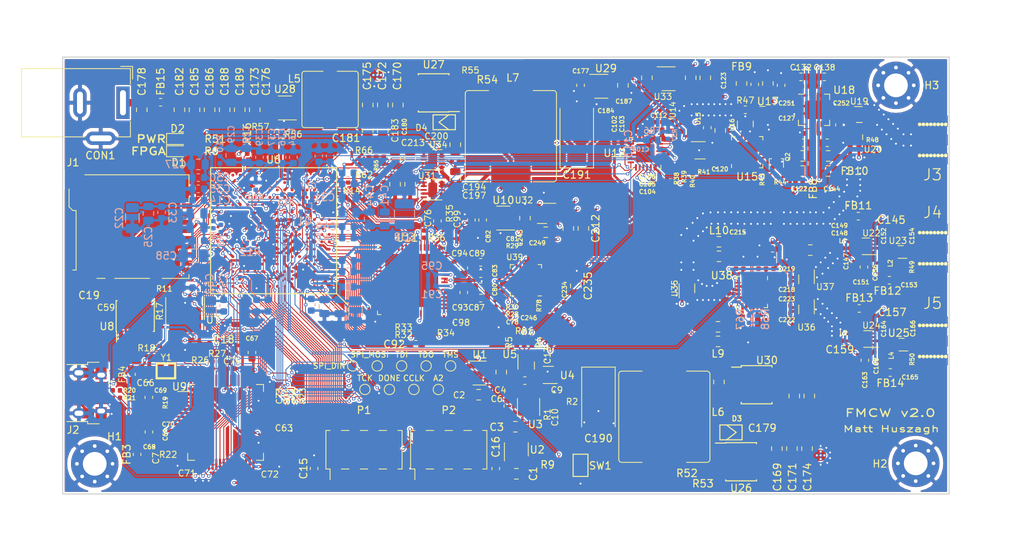
<source format=kicad_pcb>
(kicad_pcb (version 20171130) (host pcbnew "(6.0.0-rc1-dev-1525-g644855c5b)")
  (layers (0 F.Cu signal) (1 In1.Cu power hide) (2 In2.Cu signal) (31 B.Cu signal) (34 B.Paste user hide) (35 F.Paste user hide) (36 B.SilkS user hide) (37 F.SilkS user) (38 B.Mask user hide) (39 F.Mask user hide) (44 Edge.Cuts user))
  (net 0 "")
  (net 1 "Net-(R22-Pad1)")
  (net 2 GND)
  (net 3 "Net-(L2-Pad1)")
  (net 4 "Net-(L4-Pad1)")
  (net 5 /3V3A)
  (net 6 /ADC2-)
  (net 7 /ADC_VCM1)
  (net 8 /ADC1+)
  (net 9 /ADC1-)
  (net 10 "Net-(C147-Pad1)")
  (net 11 /ADC_VCM2)
  (net 12 /ADC2+)
  (net 13 "Net-(C137-Pad1)")
  (net 14 /ADC_CE)
  (net 15 /ADF_CLK)
  (net 16 /ADF_DATA)
  (net 17 /ADF_LE)
  (net 18 /ADF_MUXOUT)
  (net 19 /ADF_TXDATA)
  (net 20 /fpga/usb/USB_5V)
  (net 21 /fpga/usb/USBDP)
  (net 22 /fpga/usb/USBDM)
  (net 23 /fpga/TDO)
  (net 24 /fpga/SPI_MOSI)
  (net 25 /fpga/CCLK)
  (net 26 /fpga/TDI)
  (net 27 /fpga/TMS)
  (net 28 /fpga/TCK)
  (net 29 /fpga/SPI_DIN)
  (net 30 /1V0)
  (net 31 /3V6)
  (net 32 /power/5V6)
  (net 33 /fpga/usb/EECS)
  (net 34 /fpga/usb/EEDATA)
  (net 35 /fpga/usb/DO)
  (net 36 /3V3D)
  (net 37 /10V)
  (net 38 /power/12V)
  (net 39 /fpga/adc/3V0)
  (net 40 /3V0)
  (net 41 /5V)
  (net 42 /1V8)
  (net 43 /fpga/LED)
  (net 44 "Net-(R20-Pad1)")
  (net 45 "Net-(R21-Pad1)")
  (net 46 "Net-(D1-Pad2)")
  (net 47 /fpga/M0)
  (net 48 /fpga/SPI_CS)
  (net 49 /fpga/INIT_B)
  (net 50 /fpga/M2)
  (net 51 /fpga/M1)
  (net 52 /fpga/PROGRAM_B)
  (net 53 /if/IF2+)
  (net 54 /if/IF2-)
  (net 55 /if/IF1+)
  (net 56 /if/IF1-)
  (net 57 /LO)
  (net 58 /1V8_OSC)
  (net 59 /fpga/RXF#)
  (net 60 /MIX_ENBL)
  (net 61 /fpga/OF1)
  (net 62 /fpga/TXE#)
  (net 63 /fpga/CARD_DETECT)
  (net 64 /fpga/OF2)
  (net 65 /fpga/WR)
  (net 66 /fpga/RD#)
  (net 67 /fpga/D11)
  (net 68 /fpga/D10)
  (net 69 /fpga/D9)
  (net 70 /fpga/D8)
  (net 71 /fpga/D6)
  (net 72 /fpga/D7)
  (net 73 /fpga/FT_D7)
  (net 74 /fpga/D3)
  (net 75 /fpga/D4)
  (net 76 /fpga/D5)
  (net 77 /fpga/FT_D6)
  (net 78 /fpga/FT_D4)
  (net 79 /fpga/D2)
  (net 80 /fpga/D1)
  (net 81 /fpga/FT_D5)
  (net 82 /fpga/FT_D3)
  (net 83 /fpga/D0)
  (net 84 /fpga/FT_D2)
  (net 85 /fpga/FT_D0)
  (net 86 /fpga/FT_D1)
  (net 87 /fpga/SD_CLK)
  (net 88 /fpga/ADC_OE1)
  (net 89 /fpga/ADC_SHDN1)
  (net 90 /fpga/ADC_OE2)
  (net 91 /fpga/SD_DAT2)
  (net 92 /fpga/ADC_SHDN2)
  (net 93 /fpga/SD_DAT3)
  (net 94 /fpga/SD_DAT1)
  (net 95 /fpga/SD_DAT0)
  (net 96 /fpga/SD_CMD)
  (net 97 "Net-(C127-Pad1)")
  (net 98 "Net-(C110-Pad2)")
  (net 99 "Net-(C110-Pad1)")
  (net 100 /RF2)
  (net 101 "Net-(C112-Pad2)")
  (net 102 "Net-(C112-Pad1)")
  (net 103 /RF1)
  (net 104 /fpga/SIWUA)
  (net 105 /fpga/CLKOUT)
  (net 106 /fpga/OE#)
  (net 107 /fpga/usb/1V8)
  (net 108 /fpga/usb/EECLK)
  (net 109 /mixer/5VF)
  (net 110 "Net-(C164-Pad2)")
  (net 111 /ADF_REF)
  (net 112 /ADC_REF)
  (net 113 /FPGA_REF)
  (net 114 /PA_OFF)
  (net 115 /fpga/EXT1_6)
  (net 116 /fpga/EXT1_5)
  (net 117 /fpga/EXT1_4)
  (net 118 /fpga/EXT1_3)
  (net 119 /fpga/EXT1_2)
  (net 120 /fpga/EXT1_1)
  (net 121 /fpga/EXT2_4)
  (net 122 /fpga/EXT2_1)
  (net 123 /fpga/EXT2_6)
  (net 124 /fpga/EXT2_3)
  (net 125 /fpga/EXT2_5)
  (net 126 /fpga/EXT2_2)
  (net 127 /fpga/ADF_DONE)
  (net 128 /fpga/FT_SUSPEND)
  (net 129 "Net-(C179-Pad1)")
  (net 130 "Net-(C77-Pad1)")
  (net 131 "Net-(R25-Pad2)")
  (net 132 "Net-(TP9-Pad1)")
  (net 133 /3V3_INV)
  (net 134 "Net-(C9-Pad1)")
  (net 135 "Net-(C9-Pad2)")
  (net 136 "Net-(C60-Pad1)")
  (net 137 "Net-(C61-Pad1)")
  (net 138 "Net-(C66-Pad1)")
  (net 139 "Net-(C68-Pad1)")
  (net 140 "Net-(C87-Pad1)")
  (net 141 "Net-(C88-Pad1)")
  (net 142 "Net-(C89-Pad1)")
  (net 143 "Net-(C90-Pad1)")
  (net 144 "Net-(C107-Pad2)")
  (net 145 "Net-(C108-Pad1)")
  (net 146 "Net-(C120-Pad1)")
  (net 147 "Net-(C124-Pad1)")
  (net 148 "Net-(C124-Pad2)")
  (net 149 "Net-(C138-Pad2)")
  (net 150 "Net-(C152-Pad1)")
  (net 151 "Net-(C152-Pad2)")
  (net 152 "Net-(C153-Pad1)")
  (net 153 "Net-(C154-Pad1)")
  (net 154 "Net-(C159-Pad1)")
  (net 155 "Net-(C164-Pad1)")
  (net 156 "Net-(C165-Pad1)")
  (net 157 "Net-(C166-Pad1)")
  (net 158 "Net-(C178-Pad1)")
  (net 159 "Net-(C179-Pad2)")
  (net 160 "Net-(C180-Pad2)")
  (net 161 "Net-(C180-Pad1)")
  (net 162 "Net-(C184-Pad1)")
  (net 163 "Net-(C197-Pad1)")
  (net 164 "Net-(C198-Pad1)")
  (net 165 "Net-(C203-Pad1)")
  (net 166 "Net-(C204-Pad2)")
  (net 167 "Net-(C205-Pad2)")
  (net 168 "Net-(C211-Pad2)")
  (net 169 "Net-(C246-Pad1)")
  (net 170 "Net-(C246-Pad2)")
  (net 171 "Net-(C247-Pad1)")
  (net 172 "Net-(C247-Pad2)")
  (net 173 "Net-(C248-Pad1)")
  (net 174 "Net-(C248-Pad2)")
  (net 175 "Net-(C249-Pad2)")
  (net 176 "Net-(C249-Pad1)")
  (net 177 "Net-(D2-Pad2)")
  (net 178 "Net-(L5-Pad1)")
  (net 179 "Net-(R4-Pad2)")
  (net 180 "Net-(R5-Pad2)")
  (net 181 "Net-(R7-Pad2)")
  (net 182 "Net-(R12-Pad2)")
  (net 183 "Net-(R14-Pad1)")
  (net 184 "Net-(R19-Pad1)")
  (net 185 "Net-(R23-Pad2)")
  (net 186 "Net-(R24-Pad2)")
  (net 187 "Net-(R26-Pad2)")
  (net 188 "Net-(R32-Pad2)")
  (net 189 "Net-(R34-Pad1)")
  (net 190 "Net-(R35-Pad1)")
  (net 191 "Net-(R36-Pad1)")
  (net 192 "Net-(R37-Pad1)")
  (net 193 "Net-(R38-Pad2)")
  (net 194 "Net-(R40-Pad1)")
  (net 195 "Net-(R41-Pad1)")
  (net 196 "Net-(R47-Pad1)")
  (net 197 "Net-(R47-Pad2)")
  (net 198 "Net-(R48-Pad2)")
  (net 199 "Net-(R49-Pad1)")
  (net 200 "Net-(R50-Pad1)")
  (net 201 "Net-(R52-Pad2)")
  (net 202 "Net-(R54-Pad2)")
  (net 203 "Net-(R56-Pad2)")
  (net 204 "Net-(R58-Pad2)")
  (net 205 "Net-(R59-Pad2)")
  (net 206 "Net-(R67-Pad2)")
  (net 207 "Net-(U15-Pad16)")
  (net 208 "Net-(C251-Pad2)")
  (net 209 "Net-(C251-Pad1)")
  (net 210 "Net-(C252-Pad2)")
  (net 211 "Net-(C252-Pad1)")
  (net 212 "Net-(J3-Pad1)")
  (net 213 "Net-(U19-Pad2)")
  (net 214 "Net-(R81-Pad2)")
  (net 215 "Net-(C4-Pad2)")
  (net 216 "Net-(C118-Pad2)")
  (net 217 "Net-(C128-Pad1)")
  (net 218 "Net-(C132-Pad2)")
  (net 219 "Net-(C148-Pad1)")
  (net 220 "Net-(C160-Pad1)")
  (net 221 "Net-(C10-Pad2)")
  (net 222 "Net-(C11-Pad2)")
  (net 223 "Net-(R2-Pad1)")
  (net 224 /fpga/adc/AINA+)
  (net 225 /fpga/adc/AINA-)
  (net 226 /fpga/adc/AINB+)
  (net 227 /fpga/adc/AINB-)
  (net 228 /if/IF2a-)
  (net 229 /if/IF2a+)
  (net 230 /if/IF1a-)
  (net 231 /if/IF1b+)
  (net 232 /if/IF2b-)
  (net 233 /if/IF2b+)
  (net 234 /if/IF1b-)
  (net 235 /if/IF1a+)
  (net 236 /mixer/RF1a+)
  (net 237 /mixer/RF1a-)
  (net 238 /mixer/RF2a+)
  (net 239 /mixer/RF2a-)
  (net 240 /mixer/RF1b-)
  (net 241 /mixer/RF1b+)
  (net 242 /mixer/RF2b-)
  (net 243 /mixer/RF2b+)
  (net 244 /mixer/LOIb+)
  (net 245 /mixer/LOIa+)
  (net 246 /mixer/LOIb-)
  (net 247 /mixer/LOIa-)
  (module fmcw:RF_via (layer F.Cu) (at 169.9133 120.904)
    (fp_text reference F2 hide)
    (fp_text value Via-fmcw3-rescue)
    (pad 2 thru_hole circle (at -0.75 0) (size 0.55 0.55) (drill 0.26) (layers *.Cu F.Mask) (net 2 GND))
    (pad 2 thru_hole circle (at 0.75 0) (size 0.55 0.55) (drill 0.26) (layers *.Cu F.Mask) (net 2 GND))
    (pad 1 thru_hole circle (at 0 0) (size 0.55 0.55) (drill 0.26) (layers *.Cu F.Mask) (net 57 /LO))
  )
  (module fmcw:RF_via (layer F.Cu) (at 193.7512 101.1682)
    (fp_text reference F1 hide)
    (fp_text value Via-fmcw3-rescue)
    (pad 2 thru_hole circle (at -0.75 0) (size 0.55 0.55) (drill 0.26) (layers *.Cu F.Mask) (net 2 GND))
    (pad 2 thru_hole circle (at 0.75 0) (size 0.55 0.55) (drill 0.26) (layers *.Cu F.Mask) (net 2 GND))
    (pad 1 thru_hole circle (at 0 0) (size 0.55 0.55) (drill 0.26) (layers *.Cu F.Mask) (net 57 /LO))
  )
  (module Capacitor_SMD:C_0402_1005Metric (layer F.Cu) (at 152.7556 134.0612 270)
    (fp_text reference C10 (at 2.159 0 270) (layer F.SilkS) (effects (font (size 0.8382 0.8382) (thickness 0.127))))
    (fp_text value 10n)
    (pad 2 smd roundrect (at 0.485 0 270) (size 0.59 0.64) (layers F.Cu F.Paste F.Mask) (net 221 "Net-(C10-Pad2)"))
    (pad 1 smd roundrect (at -0.485 0 270) (size 0.59 0.64) (layers F.Cu F.Paste F.Mask) (net 2 GND))
  )
  (module Capacitor_SMD:C_0402_1005Metric (layer F.Cu) (at 97.79 141.732 90)
    (fp_text reference C7 (at 0 1.143 90) (layer F.SilkS) (effects (font (size 0.8382 0.8382) (thickness 0.127))))
    (fp_text value 100n)
    (pad 2 smd roundrect (at 0.485 0 90) (size 0.59 0.64) (layers F.Cu F.Paste F.Mask) (net 2 GND))
    (pad 1 smd roundrect (at -0.485 0 90) (size 0.59 0.64) (layers F.Cu F.Paste F.Mask) (net 36 /3V3D))
  )
  (module Capacitor_SMD:C_0805_2012Metric (layer F.Cu) (at 147.4216 137.4902)
    (fp_text reference C3 (at -2.5146 0.0508 180) (layer F.SilkS))
    (fp_text value 10u)
    (pad 2 smd roundrect (at 0.9375 0) (size 0.975 1.4) (layers F.Cu F.Paste F.Mask) (net 2 GND))
    (pad 1 smd roundrect (at -0.9375 0) (size 0.975 1.4) (layers F.Cu F.Paste F.Mask) (net 58 /1V8_OSC))
  )
  (module Resistor_SMD:R_0402_1005Metric (layer F.Cu) (at 148.619426 126.0714 270)
    (fp_text reference R81 (at -1.4844 0.029426 180) (layer F.SilkS) (effects (font (size 0.8382 0.8382) (thickness 0.127))))
    (fp_text value 33)
    (pad 2 smd roundrect (at 0.485 0 270) (size 0.59 0.64) (layers F.Cu F.Paste F.Mask) (net 214 "Net-(R81-Pad2)"))
    (pad 1 smd roundrect (at -0.485 0 270) (size 0.59 0.64) (layers F.Cu F.Paste F.Mask) (net 112 /ADC_REF))
  )
  (module Inductor_SMD:L_Wuerth_WE-PD-Typ-7345 (layer F.Cu) (at 122.428 93.345 270)
    (fp_text reference L5 (at -2.794 4.826) (layer F.SilkS))
    (fp_text value 10u)
    (pad 2 smd rect (at 3 0 270) (size 2 1.7) (layers F.Cu F.Paste F.Mask) (net 30 /1V0))
    (pad 1 smd rect (at -3 0 270) (size 2 1.7) (layers F.Cu F.Paste F.Mask) (net 178 "Net-(L5-Pad1)"))
  )
  (module fmcw:CONSMA003.062 (layer F.Cu) (at 203.708 125.9205)
    (fp_text reference J5 (at 0 -5.08) (layer F.SilkS) (effects (font (size 1.5 1.5))))
    (fp_text value SMA hide)
    (pad 1 smd rect (at 0 0) (size 4.06 1.52) (layers F.Cu F.Mask) (net 157 "Net-(C166-Pad1)"))
    (pad 2 smd rect (at 0 -2.54) (size 4.06 1.52) (layers F.Cu F.Mask) (net 2 GND) (thermal_gap 0.3))
    (pad 2 smd rect (at 0 2.54) (size 4.06 1.52) (layers F.Cu F.Mask) (net 2 GND) (thermal_gap 0.3))
    (pad 2 smd rect (at 0 -2.54) (size 4.06 1.52) (layers B.Cu B.Mask) (net 2 GND) (thermal_gap 0.3))
    (pad 2 smd rect (at 0 2.54) (size 4.06 1.52) (layers B.Cu B.Mask) (net 2 GND) (thermal_gap 0.3))
    (pad 2 thru_hole circle (at 1.75 -2.1) (size 0.5 0.5) (drill 0.25) (layers *.Cu *.Mask F.SilkS) (net 2 GND))
    (pad 2 thru_hole circle (at 1.25 -2.1) (size 0.5 0.5) (drill 0.25) (layers *.Cu *.Mask F.SilkS) (net 2 GND))
    (pad 2 thru_hole circle (at 0.75 -2.1) (size 0.5 0.5) (drill 0.25) (layers *.Cu *.Mask F.SilkS) (net 2 GND))
    (pad 2 thru_hole circle (at 0.25 -2.1) (size 0.5 0.5) (drill 0.25) (layers *.Cu *.Mask F.SilkS) (net 2 GND))
    (pad 2 thru_hole circle (at -0.25 -2.1) (size 0.5 0.5) (drill 0.25) (layers *.Cu *.Mask F.SilkS) (net 2 GND))
    (pad 2 thru_hole circle (at -0.75 -2.1) (size 0.5 0.5) (drill 0.25) (layers *.Cu *.Mask F.SilkS) (net 2 GND))
    (pad 2 thru_hole circle (at -1.25 -2.1) (size 0.5 0.5) (drill 0.25) (layers *.Cu *.Mask F.SilkS) (net 2 GND))
    (pad 2 thru_hole circle (at -1.75 -2.1) (size 0.5 0.5) (drill 0.25) (layers *.Cu *.Mask F.SilkS) (net 2 GND))
    (pad 2 thru_hole circle (at 1.75 2.1) (size 0.5 0.5) (drill 0.25) (layers *.Cu *.Mask F.SilkS) (net 2 GND))
    (pad 2 thru_hole circle (at 1.25 2.1) (size 0.5 0.5) (drill 0.25) (layers *.Cu *.Mask F.SilkS) (net 2 GND))
    (pad 2 thru_hole circle (at 0.75 2.1) (size 0.5 0.5) (drill 0.25) (layers *.Cu *.Mask F.SilkS) (net 2 GND))
    (pad 2 thru_hole circle (at 0.25 2.1) (size 0.5 0.5) (drill 0.25) (layers *.Cu *.Mask F.SilkS) (net 2 GND))
    (pad 2 thru_hole circle (at -0.25 2.1) (size 0.5 0.5) (drill 0.25) (layers *.Cu *.Mask F.SilkS) (net 2 GND))
    (pad 2 thru_hole circle (at -0.75 2.1) (size 0.5 0.5) (drill 0.25) (layers *.Cu *.Mask F.SilkS) (net 2 GND))
    (pad 2 thru_hole circle (at -1.25 2.1) (size 0.5 0.5) (drill 0.25) (layers *.Cu *.Mask F.SilkS) (net 2 GND))
    (pad 2 thru_hole circle (at -1.75 2.1) (size 0.5 0.5) (drill 0.25) (layers *.Cu *.Mask F.SilkS) (net 2 GND))
  )
  (module fmcw:CONSMA003.062 (layer F.Cu) (at 203.708 113.411)
    (fp_text reference J4 (at 0 -4.826) (layer F.SilkS) (effects (font (size 1.5 1.5))))
    (fp_text value SMA hide)
    (pad 1 smd rect (at 0 0) (size 4.06 1.52) (layers F.Cu F.Mask) (net 153 "Net-(C154-Pad1)"))
    (pad 2 smd rect (at 0 -2.54) (size 4.06 1.52) (layers F.Cu F.Mask) (net 2 GND) (thermal_gap 0.3))
    (pad 2 smd rect (at 0 2.54) (size 4.06 1.52) (layers F.Cu F.Mask) (net 2 GND) (thermal_gap 0.3))
    (pad 2 smd rect (at 0 -2.54) (size 4.06 1.52) (layers B.Cu B.Mask) (net 2 GND) (thermal_gap 0.3))
    (pad 2 smd rect (at 0 2.54) (size 4.06 1.52) (layers B.Cu B.Mask) (net 2 GND) (thermal_gap 0.3))
    (pad 2 thru_hole circle (at 1.75 -2.1) (size 0.5 0.5) (drill 0.25) (layers *.Cu *.Mask F.SilkS) (net 2 GND))
    (pad 2 thru_hole circle (at 1.25 -2.1) (size 0.5 0.5) (drill 0.25) (layers *.Cu *.Mask F.SilkS) (net 2 GND))
    (pad 2 thru_hole circle (at 0.75 -2.1) (size 0.5 0.5) (drill 0.25) (layers *.Cu *.Mask F.SilkS) (net 2 GND))
    (pad 2 thru_hole circle (at 0.25 -2.1) (size 0.5 0.5) (drill 0.25) (layers *.Cu *.Mask F.SilkS) (net 2 GND))
    (pad 2 thru_hole circle (at -0.25 -2.1) (size 0.5 0.5) (drill 0.25) (layers *.Cu *.Mask F.SilkS) (net 2 GND))
    (pad 2 thru_hole circle (at -0.75 -2.1) (size 0.5 0.5) (drill 0.25) (layers *.Cu *.Mask F.SilkS) (net 2 GND))
    (pad 2 thru_hole circle (at -1.25 -2.1) (size 0.5 0.5) (drill 0.25) (layers *.Cu *.Mask F.SilkS) (net 2 GND))
    (pad 2 thru_hole circle (at -1.75 -2.1) (size 0.5 0.5) (drill 0.25) (layers *.Cu *.Mask F.SilkS) (net 2 GND))
    (pad 2 thru_hole circle (at 1.75 2.1) (size 0.5 0.5) (drill 0.25) (layers *.Cu *.Mask F.SilkS) (net 2 GND))
    (pad 2 thru_hole circle (at 1.25 2.1) (size 0.5 0.5) (drill 0.25) (layers *.Cu *.Mask F.SilkS) (net 2 GND))
    (pad 2 thru_hole circle (at 0.75 2.1) (size 0.5 0.5) (drill 0.25) (layers *.Cu *.Mask F.SilkS) (net 2 GND))
    (pad 2 thru_hole circle (at 0.25 2.1) (size 0.5 0.5) (drill 0.25) (layers *.Cu *.Mask F.SilkS) (net 2 GND))
    (pad 2 thru_hole circle (at -0.25 2.1) (size 0.5 0.5) (drill 0.25) (layers *.Cu *.Mask F.SilkS) (net 2 GND))
    (pad 2 thru_hole circle (at -0.75 2.1) (size 0.5 0.5) (drill 0.25) (layers *.Cu *.Mask F.SilkS) (net 2 GND))
    (pad 2 thru_hole circle (at -1.25 2.1) (size 0.5 0.5) (drill 0.25) (layers *.Cu *.Mask F.SilkS) (net 2 GND))
    (pad 2 thru_hole circle (at -1.75 2.1) (size 0.5 0.5) (drill 0.25) (layers *.Cu *.Mask F.SilkS) (net 2 GND))
  )
  (module fmcw:CONSMA003.062 (layer F.Cu) (at 203.708 98.806)
    (fp_text reference J3 (at 0 4.699) (layer F.SilkS) (effects (font (size 1.5 1.5))))
    (fp_text value SMA hide)
    (pad 1 smd rect (at 0 0) (size 4.06 1.52) (layers F.Cu F.Mask) (net 212 "Net-(J3-Pad1)"))
    (pad 2 smd rect (at 0 -2.54) (size 4.06 1.52) (layers F.Cu F.Mask) (net 2 GND) (thermal_gap 0.3))
    (pad 2 smd rect (at 0 2.54) (size 4.06 1.52) (layers F.Cu F.Mask) (net 2 GND) (thermal_gap 0.3))
    (pad 2 smd rect (at 0 -2.54) (size 4.06 1.52) (layers B.Cu B.Mask) (net 2 GND) (thermal_gap 0.3))
    (pad 2 smd rect (at 0 2.54) (size 4.06 1.52) (layers B.Cu B.Mask) (net 2 GND) (thermal_gap 0.3))
    (pad 2 thru_hole circle (at 1.75 -2.1) (size 0.5 0.5) (drill 0.25) (layers *.Cu *.Mask F.SilkS) (net 2 GND))
    (pad 2 thru_hole circle (at 1.25 -2.1) (size 0.5 0.5) (drill 0.25) (layers *.Cu *.Mask F.SilkS) (net 2 GND))
    (pad 2 thru_hole circle (at 0.75 -2.1) (size 0.5 0.5) (drill 0.25) (layers *.Cu *.Mask F.SilkS) (net 2 GND))
    (pad 2 thru_hole circle (at 0.25 -2.1) (size 0.5 0.5) (drill 0.25) (layers *.Cu *.Mask F.SilkS) (net 2 GND))
    (pad 2 thru_hole circle (at -0.25 -2.1) (size 0.5 0.5) (drill 0.25) (layers *.Cu *.Mask F.SilkS) (net 2 GND))
    (pad 2 thru_hole circle (at -0.75 -2.1) (size 0.5 0.5) (drill 0.25) (layers *.Cu *.Mask F.SilkS) (net 2 GND))
    (pad 2 thru_hole circle (at -1.25 -2.1) (size 0.5 0.5) (drill 0.25) (layers *.Cu *.Mask F.SilkS) (net 2 GND))
    (pad 2 thru_hole circle (at -1.75 -2.1) (size 0.5 0.5) (drill 0.25) (layers *.Cu *.Mask F.SilkS) (net 2 GND))
    (pad 2 thru_hole circle (at 1.75 2.1) (size 0.5 0.5) (drill 0.25) (layers *.Cu *.Mask F.SilkS) (net 2 GND))
    (pad 2 thru_hole circle (at 1.25 2.1) (size 0.5 0.5) (drill 0.25) (layers *.Cu *.Mask F.SilkS) (net 2 GND))
    (pad 2 thru_hole circle (at 0.75 2.1) (size 0.5 0.5) (drill 0.25) (layers *.Cu *.Mask F.SilkS) (net 2 GND))
    (pad 2 thru_hole circle (at 0.25 2.1) (size 0.5 0.5) (drill 0.25) (layers *.Cu *.Mask F.SilkS) (net 2 GND))
    (pad 2 thru_hole circle (at -0.25 2.1) (size 0.5 0.5) (drill 0.25) (layers *.Cu *.Mask F.SilkS) (net 2 GND))
    (pad 2 thru_hole circle (at -0.75 2.1) (size 0.5 0.5) (drill 0.25) (layers *.Cu *.Mask F.SilkS) (net 2 GND))
    (pad 2 thru_hole circle (at -1.25 2.1) (size 0.5 0.5) (drill 0.25) (layers *.Cu *.Mask F.SilkS) (net 2 GND))
    (pad 2 thru_hole circle (at -1.75 2.1) (size 0.5 0.5) (drill 0.25) (layers *.Cu *.Mask F.SilkS) (net 2 GND))
  )
  (module Capacitor_SMD:C_0402_1005Metric (layer F.Cu) (at 191.389 94.742 180)
    (fp_text reference C252 (at 0 0.889 180) (layer F.SilkS) (effects (font (size 0.5842 0.5842) (thickness 0.127))))
    (fp_text value 10p)
    (pad 2 smd roundrect (at 0.485 0 180) (size 0.59 0.64) (layers F.Cu F.Paste F.Mask) (net 210 "Net-(C252-Pad2)"))
    (pad 1 smd roundrect (at -0.485 0 180) (size 0.59 0.64) (layers F.Cu F.Paste F.Mask) (net 211 "Net-(C252-Pad1)"))
  )
  (module Capacitor_SMD:C_0402_1005Metric (layer F.Cu) (at 184.023 94.742 180)
    (fp_text reference C251 (at 0 0.889 180) (layer F.SilkS) (effects (font (size 0.5842 0.5842) (thickness 0.127))))
    (fp_text value 10p)
    (pad 2 smd roundrect (at 0.485 0 180) (size 0.59 0.64) (layers F.Cu F.Paste F.Mask) (net 208 "Net-(C251-Pad2)"))
    (pad 1 smd roundrect (at -0.485 0 180) (size 0.59 0.64) (layers F.Cu F.Paste F.Mask) (net 209 "Net-(C251-Pad1)"))
  )
  (module Capacitor_SMD:C_0805_2012Metric (layer F.Cu) (at 147.5486 143.8402)
    (fp_text reference C1 (at 2.286 0 90) (layer F.SilkS))
    (fp_text value 10u)
    (pad 2 smd roundrect (at 0.9375 0) (size 0.975 1.4) (layers F.Cu F.Paste F.Mask) (net 2 GND))
    (pad 1 smd roundrect (at -0.9375 0) (size 0.975 1.4) (layers F.Cu F.Paste F.Mask) (net 31 /3V6))
  )
  (module Capacitor_SMD:C_0805_2012Metric (layer F.Cu) (at 142.4686 133.1722)
    (fp_text reference C2 (at -2.6416 0.0508 180) (layer F.SilkS) (effects (font (size 0.8382 0.8382) (thickness 0.127))))
    (fp_text value 10u)
    (pad 1 smd roundrect (at -0.9375 0) (size 0.975 1.4) (layers F.Cu F.Paste F.Mask) (net 31 /3V6))
    (pad 2 smd roundrect (at 0.9375 0) (size 0.975 1.4) (layers F.Cu F.Paste F.Mask) (net 2 GND))
  )
  (module Capacitor_SMD:C_0402_1005Metric (layer F.Cu) (at 147.1676 132.5372 180)
    (fp_text reference C4 (at 1.778 0) (layer F.SilkS) (effects (font (size 0.8382 0.8382) (thickness 0.127))))
    (fp_text value 10n)
    (pad 1 smd roundrect (at -0.485 0 180) (size 0.59 0.64) (layers F.Cu F.Paste F.Mask) (net 2 GND))
    (pad 2 smd roundrect (at 0.485 0 180) (size 0.59 0.64) (layers F.Cu F.Paste F.Mask) (net 215 "Net-(C4-Pad2)"))
  )
  (module Capacitor_SMD:C_0805_2012Metric (layer F.Cu) (at 145.5166 130.1242 270)
    (fp_text reference C5 hide)
    (fp_text value 10u)
    (pad 2 smd roundrect (at 0.9375 0 270) (size 0.975 1.4) (layers F.Cu F.Paste F.Mask) (net 2 GND))
    (pad 1 smd roundrect (at -0.9375 0 270) (size 0.975 1.4) (layers F.Cu F.Paste F.Mask) (net 133 /3V3_INV))
  )
  (module Capacitor_SMD:C_0402_1005Metric (layer F.Cu) (at 145.1356 135.2042 90)
    (fp_text reference C6 (at 1.4732 -0.2286 180) (layer F.SilkS) (effects (font (size 0.8382 0.8382) (thickness 0.127))))
    (fp_text value 100n)
    (pad 2 smd roundrect (at 0.485 0 90) (size 0.59 0.64) (layers F.Cu F.Paste F.Mask) (net 2 GND))
    (pad 1 smd roundrect (at -0.485 0 90) (size 0.59 0.64) (layers F.Cu F.Paste F.Mask) (net 58 /1V8_OSC))
  )
  (module Capacitor_SMD:C_0402_1005Metric (layer F.Cu) (at 96.901 129.921 270)
    (fp_text reference C8 hide)
    (fp_text value 100n)
    (pad 1 smd roundrect (at -0.485 0 270) (size 0.59 0.64) (layers F.Cu F.Paste F.Mask) (net 36 /3V3D))
    (pad 2 smd roundrect (at 0.485 0 270) (size 0.59 0.64) (layers F.Cu F.Paste F.Mask) (net 2 GND))
  )
  (module Capacitor_SMD:C_0402_1005Metric (layer F.Cu) (at 151.2316 132.5372 180)
    (fp_text reference C9 (at -1.778 0) (layer F.SilkS) (effects (font (size 0.8382 0.8382) (thickness 0.127))))
    (fp_text value 10n)
    (pad 1 smd roundrect (at -0.485 0 180) (size 0.59 0.64) (layers F.Cu F.Paste F.Mask) (net 134 "Net-(C9-Pad1)"))
    (pad 2 smd roundrect (at 0.485 0 180) (size 0.59 0.64) (layers F.Cu F.Paste F.Mask) (net 135 "Net-(C9-Pad2)"))
  )
  (module Capacitor_SMD:C_0402_1005Metric (layer F.Cu) (at 149.1996 132.5372)
    (fp_text reference C11 hide)
    (fp_text value 100n)
    (pad 2 smd roundrect (at 0.485 0) (size 0.59 0.64) (layers F.Cu F.Paste F.Mask) (net 222 "Net-(C11-Pad2)"))
    (pad 1 smd roundrect (at -0.485 0) (size 0.59 0.64) (layers F.Cu F.Paste F.Mask) (net 2 GND))
  )
  (module Capacitor_SMD:C_0402_1005Metric (layer F.Cu) (at 147.0406 129.3622 90)
    (fp_text reference C12 hide)
    (fp_text value 100n)
    (pad 1 smd roundrect (at -0.485 0 90) (size 0.59 0.64) (layers F.Cu F.Paste F.Mask) (net 133 /3V3_INV))
    (pad 2 smd roundrect (at 0.485 0 90) (size 0.59 0.64) (layers F.Cu F.Paste F.Mask) (net 2 GND))
  )
  (module Capacitor_SMD:C_0402_1005Metric (layer F.Cu) (at 150.7236 128.0922 270)
    (fp_text reference C13 (at -0.254 -1.016 270) (layer F.SilkS) (effects (font (size 0.8382 0.8382) (thickness 0.127))))
    (fp_text value 100n)
    (pad 2 smd roundrect (at 0.485 0 270) (size 0.59 0.64) (layers F.Cu F.Paste F.Mask) (net 222 "Net-(C11-Pad2)"))
    (pad 1 smd roundrect (at -0.485 0 270) (size 0.59 0.64) (layers F.Cu F.Paste F.Mask) (net 2 GND))
  )
  (module Capacitor_SMD:C_0603_1608Metric (layer B.Cu) (at 104.648 106.934)
    (fp_text reference C14 (at 2.921 0) (layer B.SilkS) (effects (justify mirror)))
    (fp_text value 470n)
    (pad 1 smd roundrect (at -0.7875 0) (size 0.875 0.95) (layers B.Cu B.Paste B.Mask) (net 2 GND))
    (pad 2 smd roundrect (at 0.7875 0) (size 0.875 0.95) (layers B.Cu B.Paste B.Mask) (net 42 /1V8))
  )
  (module Capacitor_SMD:C_0603_1608Metric (layer F.Cu) (at 120.269 143.129 90)
    (fp_text reference C15 (at 0 -1.43 90) (layer F.SilkS))
    (fp_text value 470n)
    (pad 1 smd roundrect (at -0.7875 0 90) (size 0.875 0.95) (layers F.Cu F.Paste F.Mask) (net 36 /3V3D))
    (pad 2 smd roundrect (at 0.7875 0 90) (size 0.875 0.95) (layers F.Cu F.Paste F.Mask) (net 2 GND))
  )
  (module Capacitor_SMD:C_0603_1608Metric (layer F.Cu) (at 144.78 143.129 90)
    (fp_text reference C16 (at 2.921 0 90) (layer F.SilkS))
    (fp_text value 470n)
    (pad 2 smd roundrect (at 0.7875 0 90) (size 0.875 0.95) (layers F.Cu F.Paste F.Mask) (net 2 GND))
    (pad 1 smd roundrect (at -0.7875 0 90) (size 0.875 0.95) (layers F.Cu F.Paste F.Mask) (net 36 /3V3D))
  )
  (module Capacitor_SMD:C_0402_1005Metric (layer B.Cu) (at 119.507 106.045)
    (fp_text reference C17 (at 0 -1.016) (layer B.SilkS) (effects (font (size 0.762 0.762) (thickness 0.127)) (justify mirror)))
    (fp_text value DNP)
    (pad 1 smd roundrect (at -0.485 0) (size 0.59 0.64) (layers B.Cu B.Paste B.Mask) (net 127 /fpga/ADF_DONE))
    (pad 2 smd roundrect (at 0.485 0) (size 0.59 0.64) (layers B.Cu B.Paste B.Mask) (net 2 GND))
  )
  (module Capacitor_SMD:C_0402_1005Metric (layer F.Cu) (at 106.172 125.73 270)
    (fp_text reference C18 (at 0 -1.905) (layer F.SilkS))
    (fp_text value 100n)
    (pad 1 smd roundrect (at -0.485 0 270) (size 0.59 0.64) (layers F.Cu F.Paste F.Mask) (net 2 GND))
    (pad 2 smd roundrect (at 0.485 0 270) (size 0.59 0.64) (layers F.Cu F.Paste F.Mask) (net 36 /3V3D))
  )
  (module Capacitor_SMD:C_0402_1005Metric (layer F.Cu) (at 91.821 119.761 270)
    (fp_text reference C19 (at 0 1.905) (layer F.SilkS))
    (fp_text value 100n)
    (pad 1 smd roundrect (at -0.485 0 270) (size 0.59 0.64) (layers F.Cu F.Paste F.Mask) (net 36 /3V3D))
    (pad 2 smd roundrect (at 0.485 0 270) (size 0.59 0.64) (layers F.Cu F.Paste F.Mask) (net 2 GND))
  )
  (module Capacitor_SMD:C_0805_2012Metric (layer B.Cu) (at 123.698 121.285 270)
    (fp_text reference C21 hide)
    (fp_text value 4.7u)
    (pad 1 smd roundrect (at -0.9375 0 270) (size 0.975 1.4) (layers B.Cu B.Paste B.Mask) (net 36 /3V3D))
    (pad 2 smd roundrect (at 0.9375 0 270) (size 0.975 1.4) (layers B.Cu B.Paste B.Mask) (net 2 GND))
  )
  (module Capacitor_SMD:C_1206_3216Metric (layer B.Cu) (at 95.758 109.347 270)
    (fp_text reference C22 (at 0 1.778 270) (layer B.SilkS) (effects (justify mirror)))
    (fp_text value 47u)
    (pad 2 smd roundrect (at 1.4 0 270) (size 1.25 1.75) (layers B.Cu B.Paste B.Mask) (roundrect_rratio 0.2) (net 2 GND))
    (pad 1 smd roundrect (at -1.4 0 270) (size 1.25 1.75) (layers B.Cu B.Paste B.Mask) (roundrect_rratio 0.2) (net 42 /1V8))
  )
  (module Capacitor_SMD:C_0805_2012Metric (layer B.Cu) (at 121.666 121.285 270)
    (fp_text reference C23 hide)
    (fp_text value 4.7u)
    (pad 1 smd roundrect (at -0.9375 0 270) (size 0.975 1.4) (layers B.Cu B.Paste B.Mask) (net 36 /3V3D))
    (pad 2 smd roundrect (at 0.9375 0 270) (size 0.975 1.4) (layers B.Cu B.Paste B.Mask) (net 2 GND))
  )
  (module Capacitor_SMD:C_0805_2012Metric (layer B.Cu) (at 104.4725 108.712 180)
    (fp_text reference C24 hide)
    (fp_text value 4.7u)
    (pad 2 smd roundrect (at 0.9375 0 180) (size 0.975 1.4) (layers B.Cu B.Paste B.Mask) (net 2 GND))
    (pad 1 smd roundrect (at -0.9375 0 180) (size 0.975 1.4) (layers B.Cu B.Paste B.Mask) (net 36 /3V3D))
  )
  (module Capacitor_SMD:C_0805_2012Metric (layer B.Cu) (at 97.917 108.712 270)
    (fp_text reference C25 (at 3.175 0 270) (layer B.SilkS) (effects (justify mirror)))
    (fp_text value 4.7u)
    (pad 1 smd roundrect (at -0.9375 0 270) (size 0.975 1.4) (layers B.Cu B.Paste B.Mask) (net 42 /1V8))
    (pad 2 smd roundrect (at 0.9375 0 270) (size 0.975 1.4) (layers B.Cu B.Paste B.Mask) (net 2 GND))
  )
  (module Capacitor_SMD:C_0805_2012Metric (layer B.Cu) (at 104.4725 110.617 180)
    (fp_text reference C26 hide)
    (fp_text value 4.7u)
    (pad 2 smd roundrect (at 0.9375 0 180) (size 0.975 1.4) (layers B.Cu B.Paste B.Mask) (net 2 GND))
    (pad 1 smd roundrect (at -0.9375 0 180) (size 0.975 1.4) (layers B.Cu B.Paste B.Mask) (net 36 /3V3D))
  )
  (module Capacitor_SMD:C_0805_2012Metric (layer B.Cu) (at 104.648 102.108 180)
    (fp_text reference C27 (at 3.048 0 180) (layer B.SilkS) (effects (justify mirror)))
    (fp_text value 4.7u)
    (pad 1 smd roundrect (at -0.9375 0 180) (size 0.975 1.4) (layers B.Cu B.Paste B.Mask) (net 42 /1V8))
    (pad 2 smd roundrect (at 0.9375 0 180) (size 0.975 1.4) (layers B.Cu B.Paste B.Mask) (net 2 GND))
  )
  (module Capacitor_SMD:C_0805_2012Metric (layer B.Cu) (at 111.125 100.8888 90)
    (fp_text reference C28 (at 2.8448 0 90) (layer B.SilkS) (effects (font (size 0.8382 0.8382) (thickness 0.127)) (justify mirror)))
    (fp_text value 4.7u)
    (pad 2 smd roundrect (at 0.9375 0 90) (size 0.975 1.4) (layers B.Cu B.Paste B.Mask) (net 2 GND))
    (pad 1 smd roundrect (at -0.9375 0 90) (size 0.975 1.4) (layers B.Cu B.Paste B.Mask) (net 36 /3V3D))
  )
  (module Capacitor_SMD:C_0805_2012Metric (layer B.Cu) (at 109.093 100.8888 90)
    (fp_text reference C29 (at 2.8448 0 90) (layer B.SilkS) (effects (font (size 0.8382 0.8382) (thickness 0.127)) (justify mirror)))
    (fp_text value 4.7u)
    (pad 1 smd roundrect (at -0.9375 0 90) (size 0.975 1.4) (layers B.Cu B.Paste B.Mask) (net 36 /3V3D))
    (pad 2 smd roundrect (at 0.9375 0 90) (size 0.975 1.4) (layers B.Cu B.Paste B.Mask) (net 2 GND))
  )
  (module Capacitor_SMD:C_0603_1608Metric (layer B.Cu) (at 104.648 103.886 180)
    (fp_text reference C30 (at -2.921 0 180) (layer B.SilkS) (effects (justify mirror)))
    (fp_text value 470n)
    (pad 1 smd roundrect (at -0.7875 0 180) (size 0.875 0.95) (layers B.Cu B.Paste B.Mask) (net 42 /1V8))
    (pad 2 smd roundrect (at 0.7875 0 180) (size 0.875 0.95) (layers B.Cu B.Paste B.Mask) (net 2 GND))
  )
  (module Capacitor_SMD:C_0805_2012Metric (layer B.Cu) (at 124.968 106.553)
    (fp_text reference C31 (at -3.302 0) (layer B.SilkS) (effects (justify mirror)))
    (fp_text value 4.7u)
    (pad 1 smd roundrect (at -0.9375 0) (size 0.975 1.4) (layers B.Cu B.Paste B.Mask) (net 36 /3V3D))
    (pad 2 smd roundrect (at 0.9375 0) (size 0.975 1.4) (layers B.Cu B.Paste B.Mask) (net 2 GND))
  )
  (module Capacitor_SMD:C_0805_2012Metric (layer B.Cu) (at 124.968 108.585)
    (fp_text reference C32 hide)
    (fp_text value 4.7u)
    (pad 2 smd roundrect (at 0.9375 0) (size 0.975 1.4) (layers B.Cu B.Paste B.Mask) (net 2 GND))
    (pad 1 smd roundrect (at -0.9375 0) (size 0.975 1.4) (layers B.Cu B.Paste B.Mask) (net 36 /3V3D))
  )
  (module Capacitor_SMD:C_0603_1608Metric (layer B.Cu) (at 99.695 108.585 270)
    (fp_text reference C33 (at 0 -1.524 270) (layer B.SilkS) (effects (justify mirror)))
    (fp_text value 470n)
    (pad 1 smd roundrect (at -0.7875 0 270) (size 0.875 0.95) (layers B.Cu B.Paste B.Mask) (net 42 /1V8))
    (pad 2 smd roundrect (at 0.7875 0 270) (size 0.875 0.95) (layers B.Cu B.Paste B.Mask) (net 2 GND))
  )
  (module Capacitor_SMD:C_0603_1608Metric (layer B.Cu) (at 117.475 101.1428 90)
    (fp_text reference C34 (at 2.7178 -0.127 90) (layer B.SilkS) (effects (font (size 0.8382 0.8382) (thickness 0.127)) (justify mirror)))
    (fp_text value 470n)
    (pad 1 smd roundrect (at -0.7875 0 90) (size 0.875 0.95) (layers B.Cu B.Paste B.Mask) (net 36 /3V3D))
    (pad 2 smd roundrect (at 0.7875 0 90) (size 0.875 0.95) (layers B.Cu B.Paste B.Mask) (net 2 GND))
  )
  (module Capacitor_SMD:C_0603_1608Metric (layer B.Cu) (at 104.648 105.41 180)
    (fp_text reference C35 (at -2.921 0 180) (layer B.SilkS) (effects (justify mirror)))
    (fp_text value 470n)
    (pad 1 smd roundrect (at -0.7875 0 180) (size 0.875 0.95) (layers B.Cu B.Paste B.Mask) (net 42 /1V8))
    (pad 2 smd roundrect (at 0.7875 0 180) (size 0.875 0.95) (layers B.Cu B.Paste B.Mask) (net 2 GND))
  )
  (module Capacitor_SMD:C_0603_1608Metric (layer B.Cu) (at 115.951 101.1428 90)
    (fp_text reference C36 (at 2.7178 0 90) (layer B.SilkS) (effects (font (size 0.8382 0.8382) (thickness 0.127)) (justify mirror)))
    (fp_text value 470n)
    (pad 2 smd roundrect (at 0.7875 0 90) (size 0.875 0.95) (layers B.Cu B.Paste B.Mask) (net 2 GND))
    (pad 1 smd roundrect (at -0.7875 0 90) (size 0.875 0.95) (layers B.Cu B.Paste B.Mask) (net 36 /3V3D))
  )
  (module Capacitor_SMD:C_0603_1608Metric (layer B.Cu) (at 114.427 101.1428 90)
    (fp_text reference C37 (at 2.7178 0.127 90) (layer B.SilkS) (effects (font (size 0.8382 0.8382) (thickness 0.127)) (justify mirror)))
    (fp_text value 470n)
    (pad 2 smd roundrect (at 0.7875 0 90) (size 0.875 0.95) (layers B.Cu B.Paste B.Mask) (net 2 GND))
    (pad 1 smd roundrect (at -0.7875 0 90) (size 0.875 0.95) (layers B.Cu B.Paste B.Mask) (net 36 /3V3D))
  )
  (module Capacitor_SMD:C_1210_3225Metric (layer B.Cu) (at 132.461 108.839 90)
    (fp_text reference C38 (at -3.048 0 180) (layer B.SilkS) (effects (justify mirror)))
    (fp_text value 100u)
    (pad 2 smd roundrect (at 1.4 0 90) (size 1.25 2.65) (layers B.Cu B.Paste B.Mask) (roundrect_rratio 0.2) (net 2 GND))
    (pad 1 smd roundrect (at -1.4 0 90) (size 1.25 2.65) (layers B.Cu B.Paste B.Mask) (roundrect_rratio 0.2) (net 30 /1V0))
  )
  (module Capacitor_SMD:C_0603_1608Metric (layer B.Cu) (at 112.903 101.1428 90)
    (fp_text reference C39 (at 2.7178 0 90) (layer B.SilkS) (effects (font (size 0.8382 0.8382) (thickness 0.127)) (justify mirror)))
    (fp_text value 470n)
    (pad 1 smd roundrect (at -0.7875 0 90) (size 0.875 0.95) (layers B.Cu B.Paste B.Mask) (net 36 /3V3D))
    (pad 2 smd roundrect (at 0.7875 0 90) (size 0.875 0.95) (layers B.Cu B.Paste B.Mask) (net 2 GND))
  )
  (module Capacitor_SMD:C_0603_1608Metric (layer B.Cu) (at 124.841 104.775)
    (fp_text reference C40 hide)
    (fp_text value 470n)
    (pad 2 smd roundrect (at 0.7875 0) (size 0.875 0.95) (layers B.Cu B.Paste B.Mask) (net 2 GND))
    (pad 1 smd roundrect (at -0.7875 0) (size 0.875 0.95) (layers B.Cu B.Paste B.Mask) (net 36 /3V3D))
  )
  (module Capacitor_SMD:C_0805_2012Metric (layer B.Cu) (at 129.794 109.474 90)
    (fp_text reference C41 (at 3.175 0 90) (layer B.SilkS) (effects (justify mirror)))
    (fp_text value 4.7u)
    (pad 1 smd roundrect (at -0.9375 0 90) (size 0.975 1.4) (layers B.Cu B.Paste B.Mask) (net 30 /1V0))
    (pad 2 smd roundrect (at 0.9375 0 90) (size 0.975 1.4) (layers B.Cu B.Paste B.Mask) (net 2 GND))
  )
  (module Capacitor_SMD:C_0603_1608Metric (layer B.Cu) (at 124.841 103.251)
    (fp_text reference C42 hide)
    (fp_text value 470n)
    (pad 1 smd roundrect (at -0.7875 0) (size 0.875 0.95) (layers B.Cu B.Paste B.Mask) (net 36 /3V3D))
    (pad 2 smd roundrect (at 0.7875 0) (size 0.875 0.95) (layers B.Cu B.Paste B.Mask) (net 2 GND))
  )
  (module Capacitor_SMD:C_0603_1608Metric (layer B.Cu) (at 122.428 100.965 90)
    (fp_text reference C43 hide)
    (fp_text value 470n)
    (pad 2 smd roundrect (at 0.7875 0 90) (size 0.875 0.95) (layers B.Cu B.Paste B.Mask) (net 2 GND))
    (pad 1 smd roundrect (at -0.7875 0 90) (size 0.875 0.95) (layers B.Cu B.Paste B.Mask) (net 36 /3V3D))
  )
  (module Capacitor_SMD:C_0805_2012Metric (layer B.Cu) (at 127.762 109.474 90)
    (fp_text reference C44 (at 3.175 0 90) (layer B.SilkS) (effects (justify mirror)))
    (fp_text value 4.7u)
    (pad 2 smd roundrect (at 0.9375 0 90) (size 0.975 1.4) (layers B.Cu B.Paste B.Mask) (net 2 GND))
    (pad 1 smd roundrect (at -0.9375 0 90) (size 0.975 1.4) (layers B.Cu B.Paste B.Mask) (net 30 /1V0))
  )
  (module Capacitor_SMD:C_0603_1608Metric (layer B.Cu) (at 120.904 100.965 90)
    (fp_text reference C45 hide)
    (fp_text value 470n)
    (pad 1 smd roundrect (at -0.7875 0 90) (size 0.875 0.95) (layers B.Cu B.Paste B.Mask) (net 36 /3V3D))
    (pad 2 smd roundrect (at 0.7875 0 90) (size 0.875 0.95) (layers B.Cu B.Paste B.Mask) (net 2 GND))
  )
  (module Capacitor_SMD:C_0603_1608Metric (layer B.Cu) (at 119.888 121.031 270)
    (fp_text reference C46 hide)
    (fp_text value 470n)
    (pad 1 smd roundrect (at -0.7875 0 270) (size 0.875 0.95) (layers B.Cu B.Paste B.Mask) (net 36 /3V3D))
    (pad 2 smd roundrect (at 0.7875 0 270) (size 0.875 0.95) (layers B.Cu B.Paste B.Mask) (net 2 GND))
  )
  (module Capacitor_SMD:C_0603_1608Metric (layer B.Cu) (at 124.841 112.014)
    (fp_text reference C47 (at -2.921 0) (layer B.SilkS) (effects (justify mirror)))
    (fp_text value 470n)
    (pad 1 smd roundrect (at -0.7875 0) (size 0.875 0.95) (layers B.Cu B.Paste B.Mask) (net 30 /1V0))
    (pad 2 smd roundrect (at 0.7875 0) (size 0.875 0.95) (layers B.Cu B.Paste B.Mask) (net 2 GND))
  )
  (module Capacitor_SMD:C_0603_1608Metric (layer B.Cu) (at 124.841 118.618)
    (fp_text reference C48 hide)
    (fp_text value 470n)
    (pad 2 smd roundrect (at 0.7875 0) (size 0.875 0.95) (layers B.Cu B.Paste B.Mask) (net 2 GND))
    (pad 1 smd roundrect (at -0.7875 0) (size 0.875 0.95) (layers B.Cu B.Paste B.Mask) (net 36 /3V3D))
  )
  (module Capacitor_SMD:C_0603_1608Metric (layer B.Cu) (at 124.841 110.49)
    (fp_text reference C49 (at -2.921 0) (layer B.SilkS) (effects (justify mirror)))
    (fp_text value 470n)
    (pad 2 smd roundrect (at 0.7875 0) (size 0.875 0.95) (layers B.Cu B.Paste B.Mask) (net 2 GND))
    (pad 1 smd roundrect (at -0.7875 0) (size 0.875 0.95) (layers B.Cu B.Paste B.Mask) (net 30 /1V0))
  )
  (module Capacitor_SMD:C_0603_1608Metric (layer B.Cu) (at 124.841 116.586)
    (fp_text reference C50 hide)
    (fp_text value 470n)
    (pad 1 smd roundrect (at -0.7875 0) (size 0.875 0.95) (layers B.Cu B.Paste B.Mask) (net 36 /3V3D))
    (pad 2 smd roundrect (at 0.7875 0) (size 0.875 0.95) (layers B.Cu B.Paste B.Mask) (net 2 GND))
  )
  (module Capacitor_SMD:C_0603_1608Metric (layer B.Cu) (at 124.841 115.062)
    (fp_text reference C51 hide)
    (fp_text value 470n)
    (pad 1 smd roundrect (at -0.7875 0) (size 0.875 0.95) (layers B.Cu B.Paste B.Mask) (net 36 /3V3D))
    (pad 2 smd roundrect (at 0.7875 0) (size 0.875 0.95) (layers B.Cu B.Paste B.Mask) (net 2 GND))
  )
  (module Capacitor_SMD:C_1206_3216Metric (layer B.Cu) (at 106.172 121.92 270)
    (fp_text reference C52 (at -3.683 0 270) (layer B.SilkS) (effects (justify mirror)))
    (fp_text value 47u)
    (pad 1 smd roundrect (at -1.4 0 270) (size 1.25 1.75) (layers B.Cu B.Paste B.Mask) (roundrect_rratio 0.2) (net 30 /1V0))
    (pad 2 smd roundrect (at 1.4 0 270) (size 1.25 1.75) (layers B.Cu B.Paste B.Mask) (roundrect_rratio 0.2) (net 2 GND))
  )
  (module Capacitor_SMD:C_0603_1608Metric (layer B.Cu) (at 114.046 121.158 270)
    (fp_text reference C53 hide)
    (fp_text value 470n)
    (pad 2 smd roundrect (at 0.7875 0 270) (size 0.875 0.95) (layers B.Cu B.Paste B.Mask) (net 2 GND))
    (pad 1 smd roundrect (at -0.7875 0 270) (size 0.875 0.95) (layers B.Cu B.Paste B.Mask) (net 36 /3V3D))
  )
  (module Capacitor_SMD:C_0603_1608Metric (layer B.Cu) (at 108.077 121.158 270)
    (fp_text reference C54 (at -2.921 0 270) (layer B.SilkS) (effects (justify mirror)))
    (fp_text value 470n)
    (pad 2 smd roundrect (at 0.7875 0 270) (size 0.875 0.95) (layers B.Cu B.Paste B.Mask) (net 2 GND))
    (pad 1 smd roundrect (at -0.7875 0 270) (size 0.875 0.95) (layers B.Cu B.Paste B.Mask) (net 30 /1V0))
  )
  (module Capacitor_SMD:C_0603_1608Metric (layer B.Cu) (at 112.522 121.158 270)
    (fp_text reference C55 hide)
    (fp_text value 470n)
    (pad 1 smd roundrect (at -0.7875 0 270) (size 0.875 0.95) (layers B.Cu B.Paste B.Mask) (net 36 /3V3D))
    (pad 2 smd roundrect (at 0.7875 0 270) (size 0.875 0.95) (layers B.Cu B.Paste B.Mask) (net 2 GND))
  )
  (module Capacitor_SMD:C_0603_1608Metric (layer B.Cu) (at 104.648 112.395 180)
    (fp_text reference C56 hide)
    (fp_text value 470n)
    (pad 1 smd roundrect (at -0.7875 0 180) (size 0.875 0.95) (layers B.Cu B.Paste B.Mask) (net 36 /3V3D))
    (pad 2 smd roundrect (at 0.7875 0 180) (size 0.875 0.95) (layers B.Cu B.Paste B.Mask) (net 2 GND))
  )
  (module Capacitor_SMD:C_0603_1608Metric (layer B.Cu) (at 104.648 118.745 180)
    (fp_text reference C57 hide)
    (fp_text value 470n)
    (pad 2 smd roundrect (at 0.7875 0 180) (size 0.875 0.95) (layers B.Cu B.Paste B.Mask) (net 2 GND))
    (pad 1 smd roundrect (at -0.7875 0 180) (size 0.875 0.95) (layers B.Cu B.Paste B.Mask) (net 36 /3V3D))
  )
  (module Capacitor_SMD:C_1206_3216Metric (layer B.Cu) (at 104.013 114.427 180)
    (fp_text reference C58 (at 3.683 0 180) (layer B.SilkS) (effects (justify mirror)))
    (fp_text value 47u)
    (pad 1 smd roundrect (at -1.4 0 180) (size 1.25 1.75) (layers B.Cu B.Paste B.Mask) (roundrect_rratio 0.2) (net 36 /3V3D))
    (pad 2 smd roundrect (at 1.4 0 180) (size 1.25 1.75) (layers B.Cu B.Paste B.Mask) (roundrect_rratio 0.2) (net 2 GND))
  )
  (module Capacitor_SMD:C_0402_1005Metric (layer F.Cu) (at 92.837 119.761 270)
    (fp_text reference C59 (at 1.651 0.635 180) (layer F.SilkS) (effects (font (size 0.8382 0.8382) (thickness 0.127))))
    (fp_text value 100n)
    (pad 2 smd roundrect (at 0.485 0 270) (size 0.59 0.64) (layers F.Cu F.Paste F.Mask) (net 2 GND))
    (pad 1 smd roundrect (at -0.485 0 270) (size 0.59 0.64) (layers F.Cu F.Paste F.Mask) (net 36 /3V3D))
  )
  (module Capacitor_SMD:C_0402_1005Metric (layer F.Cu) (at 102.477346 129.973447 90)
    (fp_text reference C60 hide)
    (fp_text value 15p)
    (pad 2 smd roundrect (at 0.485 0 90) (size 0.59 0.64) (layers F.Cu F.Paste F.Mask) (net 2 GND))
    (pad 1 smd roundrect (at -0.485 0 90) (size 0.59 0.64) (layers F.Cu F.Paste F.Mask) (net 136 "Net-(C60-Pad1)"))
  )
  (module Capacitor_SMD:C_0402_1005Metric (layer F.Cu) (at 98.032346 129.973447 90)
    (fp_text reference C61 hide)
    (fp_text value 15p)
    (pad 2 smd roundrect (at 0.485 0 90) (size 0.59 0.64) (layers F.Cu F.Paste F.Mask) (net 2 GND))
    (pad 1 smd roundrect (at -0.485 0 90) (size 0.59 0.64) (layers F.Cu F.Paste F.Mask) (net 137 "Net-(C61-Pad1)"))
  )
  (module Capacitor_SMD:C_0402_1005Metric (layer F.Cu) (at 103.632 130.556 90)
    (fp_text reference C62 hide)
    (fp_text value 100n)
    (pad 1 smd roundrect (at -0.485 0 90) (size 0.59 0.64) (layers F.Cu F.Paste F.Mask) (net 107 /fpga/usb/1V8))
    (pad 2 smd roundrect (at 0.485 0 90) (size 0.59 0.64) (layers F.Cu F.Paste F.Mask) (net 2 GND))
  )
  (module Capacitor_SMD:C_0402_1005Metric (layer F.Cu) (at 116.078 138.684)
    (fp_text reference C63 (at 0.127 -1.016) (layer F.SilkS) (effects (font (size 0.8382 0.8382) (thickness 0.127))))
    (fp_text value 100n)
    (pad 2 smd roundrect (at 0.485 0) (size 0.59 0.64) (layers F.Cu F.Paste F.Mask) (net 2 GND))
    (pad 1 smd roundrect (at -0.485 0) (size 0.59 0.64) (layers F.Cu F.Paste F.Mask) (net 107 /fpga/usb/1V8))
  )
  (module Capacitor_SMD:C_0402_1005Metric (layer F.Cu) (at 101.092 138.557 270)
    (fp_text reference C64 (at 0 0.889 270) (layer F.SilkS) (effects (font (size 0.5842 0.5842) (thickness 0.127))))
    (fp_text value 100n)
    (pad 1 smd roundrect (at -0.485 0 270) (size 0.59 0.64) (layers F.Cu F.Paste F.Mask) (net 107 /fpga/usb/1V8))
    (pad 2 smd roundrect (at 0.485 0 270) (size 0.59 0.64) (layers F.Cu F.Paste F.Mask) (net 2 GND))
  )
  (module Capacitor_SMD:C_0402_1005Metric (layer F.Cu) (at 110.617 127 270)
    (fp_text reference C65 hide)
    (fp_text value 100n)
    (pad 1 smd roundrect (at -0.485 0 270) (size 0.59 0.64) (layers F.Cu F.Paste F.Mask) (net 2 GND))
    (pad 2 smd roundrect (at 0.485 0 270) (size 0.59 0.64) (layers F.Cu F.Paste F.Mask) (net 36 /3V3D))
  )
  (module Capacitor_SMD:C_0603_1608Metric (layer F.Cu) (at 97.98244 133.533031 90)
    (fp_text reference C66 (at 1.961031 -0.44644 180) (layer F.SilkS) (effects (font (size 0.8382 0.8382) (thickness 0.127))))
    (fp_text value 4.7u)
    (pad 1 smd roundrect (at -0.7875 0 90) (size 0.875 0.95) (layers F.Cu F.Paste F.Mask) (net 138 "Net-(C66-Pad1)"))
    (pad 2 smd roundrect (at 0.7875 0 90) (size 0.875 0.95) (layers F.Cu F.Paste F.Mask) (net 2 GND))
  )
  (module Capacitor_SMD:C_0603_1608Metric (layer F.Cu) (at 111.887 127.4825 90)
    (fp_text reference C67 (at 1.905 0 180) (layer F.SilkS) (effects (font (size 0.5842 0.5842) (thickness 0.127))))
    (fp_text value 4.7u)
    (pad 2 smd roundrect (at 0.7875 0 90) (size 0.875 0.95) (layers F.Cu F.Paste F.Mask) (net 2 GND))
    (pad 1 smd roundrect (at -0.7875 0 90) (size 0.875 0.95) (layers F.Cu F.Paste F.Mask) (net 107 /fpga/usb/1V8))
  )
  (module Capacitor_SMD:C_0603_1608Metric (layer F.Cu) (at 97.9932 138.2014 270)
    (fp_text reference C68 (at 2.0066 -0.0508) (layer F.SilkS) (effects (font (size 0.5842 0.5842) (thickness 0.127))))
    (fp_text value 4.7u)
    (pad 1 smd roundrect (at -0.7875 0 270) (size 0.875 0.95) (layers F.Cu F.Paste F.Mask) (net 139 "Net-(C68-Pad1)"))
    (pad 2 smd roundrect (at 0.7875 0 270) (size 0.875 0.95) (layers F.Cu F.Paste F.Mask) (net 2 GND))
  )
  (module Capacitor_SMD:C_0402_1005Metric (layer F.Cu) (at 99.25244 134.041031 90)
    (fp_text reference C69 (at 1.453031 0.31556 180) (layer F.SilkS) (effects (font (size 0.5842 0.5842) (thickness 0.127))))
    (fp_text value 100n)
    (pad 2 smd roundrect (at 0.485 0 90) (size 0.59 0.64) (layers F.Cu F.Paste F.Mask) (net 2 GND))
    (pad 1 smd roundrect (at -0.485 0 90) (size 0.59 0.64) (layers F.Cu F.Paste F.Mask) (net 138 "Net-(C66-Pad1)"))
  )
  (module Capacitor_SMD:C_0402_1005Metric (layer F.Cu) (at 99.2632 137.668 270)
    (fp_text reference C70 (at -0.508 -1.3208) (layer F.SilkS) (effects (font (size 0.5842 0.5842) (thickness 0.127))))
    (fp_text value 100n)
    (pad 2 smd roundrect (at 0.485 0 270) (size 0.59 0.64) (layers F.Cu F.Paste F.Mask) (net 2 GND))
    (pad 1 smd roundrect (at -0.485 0 270) (size 0.59 0.64) (layers F.Cu F.Paste F.Mask) (net 139 "Net-(C68-Pad1)"))
  )
  (module Capacitor_SMD:C_0402_1005Metric (layer F.Cu) (at 103.1494 142.7226 180)
    (fp_text reference C71 (at 0.0254 -1.0414 180) (layer F.SilkS) (effects (font (size 0.8382 0.8382) (thickness 0.127))))
    (fp_text value 100n)
    (pad 2 smd roundrect (at 0.485 0 180) (size 0.59 0.64) (layers F.Cu F.Paste F.Mask) (net 2 GND))
    (pad 1 smd roundrect (at -0.485 0 180) (size 0.59 0.64) (layers F.Cu F.Paste F.Mask) (net 36 /3V3D))
  )
  (module Capacitor_SMD:C_0402_1005Metric (layer F.Cu) (at 114.173 142.875)
    (fp_text reference C72 (at 0.127 1.0414) (layer F.SilkS) (effects (font (size 0.8382 0.8382) (thickness 0.127))))
    (fp_text value 100n)
    (pad 1 smd roundrect (at -0.485 0) (size 0.59 0.64) (layers F.Cu F.Paste F.Mask) (net 36 /3V3D))
    (pad 2 smd roundrect (at 0.485 0) (size 0.59 0.64) (layers F.Cu F.Paste F.Mask) (net 2 GND))
  )
  (module Capacitor_SMD:C_0402_1005Metric (layer F.Cu) (at 115.57 135.382 90)
    (fp_text reference C73 (at 2.032 0 90) (layer F.SilkS) (effects (font (size 0.762 0.762) (thickness 0.127))))
    (fp_text value 100n)
    (pad 1 smd roundrect (at -0.485 0 90) (size 0.59 0.64) (layers F.Cu F.Paste F.Mask) (net 36 /3V3D))
    (pad 2 smd roundrect (at 0.485 0 90) (size 0.59 0.64) (layers F.Cu F.Paste F.Mask) (net 2 GND))
  )
  (module Capacitor_SMD:C_0402_1005Metric (layer F.Cu) (at 109.093 129.667)
    (fp_text reference C74 (at 0.127 -1.016) (layer F.SilkS) (effects (font (size 0.8382 0.8382) (thickness 0.127))))
    (fp_text value 100n)
    (pad 2 smd roundrect (at 0.485 0) (size 0.59 0.64) (layers F.Cu F.Paste F.Mask) (net 2 GND))
    (pad 1 smd roundrect (at -0.485 0) (size 0.59 0.64) (layers F.Cu F.Paste F.Mask) (net 36 /3V3D))
  )
  (module Capacitor_SMD:C_0805_2012Metric (layer F.Cu) (at 148.717 109.347 90)
    (fp_text reference C75 hide)
    (fp_text value 10u)
    (pad 2 smd roundrect (at 0.9375 0 90) (size 0.975 1.4) (layers F.Cu F.Paste F.Mask) (net 2 GND))
    (pad 1 smd roundrect (at -0.9375 0 90) (size 0.975 1.4) (layers F.Cu F.Paste F.Mask) (net 31 /3V6))
  )
  (module Capacitor_SMD:C_0603_1608Metric (layer F.Cu) (at 136.906 109.728 90)
    (fp_text reference C76 (at 0.381 -1.27 90) (layer F.SilkS) (effects (font (size 0.8382 0.8382) (thickness 0.127))))
    (fp_text value 2.2u)
    (pad 2 smd roundrect (at 0.7875 0 90) (size 0.875 0.95) (layers F.Cu F.Paste F.Mask) (net 2 GND))
    (pad 1 smd roundrect (at -0.7875 0 90) (size 0.875 0.95) (layers F.Cu F.Paste F.Mask) (net 11 /ADC_VCM2))
  )
  (module Capacitor_SMD:C_0603_1608Metric (layer F.Cu) (at 143.002 109.601 90)
    (fp_text reference C77 hide)
    (fp_text value 1u)
    (pad 2 smd roundrect (at 0.7875 0 90) (size 0.875 0.95) (layers F.Cu F.Paste F.Mask) (net 2 GND))
    (pad 1 smd roundrect (at -0.7875 0 90) (size 0.875 0.95) (layers F.Cu F.Paste F.Mask) (net 130 "Net-(C77-Pad1)"))
  )
  (module Capacitor_SMD:C_0402_1005Metric (layer F.Cu) (at 145.2245 123.3805 180)
    (fp_text reference C78 (at -1.778 0 180) (layer F.SilkS) (effects (font (size 0.5842 0.5842) (thickness 0.127))))
    (fp_text value 100p)
    (pad 2 smd roundrect (at 0.485 0 180) (size 0.59 0.64) (layers F.Cu F.Paste F.Mask) (net 224 /fpga/adc/AINA+))
    (pad 1 smd roundrect (at -0.485 0 180) (size 0.59 0.64) (layers F.Cu F.Paste F.Mask) (net 2 GND))
  )
  (module Capacitor_SMD:C_0402_1005Metric (layer F.Cu) (at 143.764 121.8565 90)
    (fp_text reference C79 hide)
    (fp_text value 100p)
    (pad 1 smd roundrect (at -0.485 0 90) (size 0.59 0.64) (layers F.Cu F.Paste F.Mask) (net 224 /fpga/adc/AINA+))
    (pad 2 smd roundrect (at 0.485 0 90) (size 0.59 0.64) (layers F.Cu F.Paste F.Mask) (net 225 /fpga/adc/AINA-))
  )
  (module Capacitor_SMD:C_0402_1005Metric (layer F.Cu) (at 145.2245 120.3325)
    (fp_text reference C80 (at -0.5715 -1.3335 90) (layer F.SilkS) (effects (font (size 0.5842 0.5842) (thickness 0.127))))
    (fp_text value 100p)
    (pad 1 smd roundrect (at -0.485 0) (size 0.59 0.64) (layers F.Cu F.Paste F.Mask) (net 225 /fpga/adc/AINA-))
    (pad 2 smd roundrect (at 0.485 0) (size 0.59 0.64) (layers F.Cu F.Paste F.Mask) (net 2 GND))
  )
  (module Capacitor_SMD:C_0402_1005Metric (layer F.Cu) (at 145.2245 112.0775 180)
    (fp_text reference C81 (at -1.778 -0.0635 180) (layer F.SilkS) (effects (font (size 0.5842 0.5842) (thickness 0.127))))
    (fp_text value 100p)
    (pad 2 smd roundrect (at 0.485 0 180) (size 0.59 0.64) (layers F.Cu F.Paste F.Mask) (net 226 /fpga/adc/AINB+))
    (pad 1 smd roundrect (at -0.485 0 180) (size 0.59 0.64) (layers F.Cu F.Paste F.Mask) (net 2 GND))
  )
  (module Capacitor_SMD:C_0402_1005Metric (layer F.Cu) (at 143.764 113.6015 270)
    (fp_text reference C82 (at -1.778 0 90) (layer F.SilkS) (effects (font (size 0.5842 0.5842) (thickness 0.127))))
    (fp_text value 100p)
    (pad 1 smd roundrect (at -0.485 0 270) (size 0.59 0.64) (layers F.Cu F.Paste F.Mask) (net 226 /fpga/adc/AINB+))
    (pad 2 smd roundrect (at 0.485 0 270) (size 0.59 0.64) (layers F.Cu F.Paste F.Mask) (net 227 /fpga/adc/AINB-))
  )
  (module Capacitor_SMD:C_0402_1005Metric (layer F.Cu) (at 145.2245 115.1255)
    (fp_text reference C83 (at -0.5715 1.3335 90) (layer F.SilkS) (effects (font (size 0.5842 0.5842) (thickness 0.127))))
    (fp_text value 100p)
    (pad 1 smd roundrect (at -0.485 0) (size 0.59 0.64) (layers F.Cu F.Paste F.Mask) (net 227 /fpga/adc/AINB-))
    (pad 2 smd roundrect (at 0.485 0) (size 0.59 0.64) (layers F.Cu F.Paste F.Mask) (net 2 GND))
  )
  (module Capacitor_SMD:C_0603_1608Metric (layer F.Cu) (at 141.478 109.601 90)
    (fp_text reference C84 hide)
    (fp_text value 1u)
    (pad 2 smd roundrect (at 0.7875 0 90) (size 0.875 0.95) (layers F.Cu F.Paste F.Mask) (net 2 GND))
    (pad 1 smd roundrect (at -0.7875 0 90) (size 0.875 0.95) (layers F.Cu F.Paste F.Mask) (net 130 "Net-(C77-Pad1)"))
  )
  (module Capacitor_SMD:C_0603_1608Metric (layer F.Cu) (at 142.748 120.142)
    (fp_text reference C87 (at -0.5715 1.27 180) (layer F.SilkS) (effects (font (size 0.762 0.762) (thickness 0.127))))
    (fp_text value 1u)
    (pad 2 smd roundrect (at 0.7875 0) (size 0.875 0.95) (layers F.Cu F.Paste F.Mask) (net 2 GND))
    (pad 1 smd roundrect (at -0.7875 0) (size 0.875 0.95) (layers F.Cu F.Paste F.Mask) (net 140 "Net-(C87-Pad1)"))
  )
  (module Capacitor_SMD:C_0603_1608Metric (layer F.Cu) (at 142.748 118.618)
    (fp_text reference C88 hide)
    (fp_text value 1u)
    (pad 2 smd roundrect (at 0.7875 0) (size 0.875 0.95) (layers F.Cu F.Paste F.Mask) (net 2 GND))
    (pad 1 smd roundrect (at -0.7875 0) (size 0.875 0.95) (layers F.Cu F.Paste F.Mask) (net 141 "Net-(C88-Pad1)"))
  )
  (module Capacitor_SMD:C_0603_1608Metric (layer F.Cu) (at 142.748 115.316)
    (fp_text reference C89 (at -0.508 -1.2065) (layer F.SilkS) (effects (font (size 0.762 0.762) (thickness 0.127))))
    (fp_text value 1u)
    (pad 1 smd roundrect (at -0.7875 0) (size 0.875 0.95) (layers F.Cu F.Paste F.Mask) (net 142 "Net-(C89-Pad1)"))
    (pad 2 smd roundrect (at 0.7875 0) (size 0.875 0.95) (layers F.Cu F.Paste F.Mask) (net 2 GND))
  )
  (module Capacitor_SMD:C_0603_1608Metric (layer F.Cu) (at 142.748 116.84)
    (fp_text reference C90 hide)
    (fp_text value 1u)
    (pad 2 smd roundrect (at 0.7875 0) (size 0.875 0.95) (layers F.Cu F.Paste F.Mask) (net 2 GND))
    (pad 1 smd roundrect (at -0.7875 0) (size 0.875 0.95) (layers F.Cu F.Paste F.Mask) (net 143 "Net-(C90-Pad1)"))
  )
  (module Capacitor_SMD:C_0402_1005Metric (layer B.Cu) (at 136.144 118.491 180)
    (fp_text reference C91 (at 0 -1.143 180) (layer B.SilkS) (effects (justify mirror)))
    (fp_text value 100n)
    (pad 2 smd roundrect (at 0.485 0 180) (size 0.59 0.64) (layers B.Cu B.Paste B.Mask) (net 2 GND))
    (pad 1 smd roundrect (at -0.485 0 180) (size 0.59 0.64) (layers B.Cu B.Paste B.Mask) (net 130 "Net-(C77-Pad1)"))
  )
  (module Capacitor_SMD:C_0603_1608Metric (layer F.Cu) (at 133.985 126.365)
    (fp_text reference C92 (at -2.921 0) (layer F.SilkS))
    (fp_text value 2.2u)
    (pad 2 smd roundrect (at 0.7875 0) (size 0.875 0.95) (layers F.Cu F.Paste F.Mask) (net 7 /ADC_VCM1))
    (pad 1 smd roundrect (at -0.7875 0) (size 0.875 0.95) (layers F.Cu F.Paste F.Mask) (net 2 GND))
  )
  (module Capacitor_SMD:C_0603_1608Metric (layer F.Cu) (at 140.462 119.38 90)
    (fp_text reference C93 (at -2.032 -0.508 180) (layer F.SilkS) (effects (font (size 0.762 0.762) (thickness 0.127))))
    (fp_text value 2.2u)
    (pad 2 smd roundrect (at 0.7875 0 90) (size 0.875 0.95) (layers F.Cu F.Paste F.Mask) (net 141 "Net-(C88-Pad1)"))
    (pad 1 smd roundrect (at -0.7875 0 90) (size 0.875 0.95) (layers F.Cu F.Paste F.Mask) (net 140 "Net-(C87-Pad1)"))
  )
  (module Capacitor_SMD:C_0603_1608Metric (layer F.Cu) (at 140.462 116.078 270)
    (fp_text reference C94 (at -1.9685 0.5715) (layer F.SilkS) (effects (font (size 0.762 0.762) (thickness 0.127))))
    (fp_text value 2.2u)
    (pad 1 smd roundrect (at -0.7875 0 270) (size 0.875 0.95) (layers F.Cu F.Paste F.Mask) (net 142 "Net-(C89-Pad1)"))
    (pad 2 smd roundrect (at 0.7875 0 270) (size 0.875 0.95) (layers F.Cu F.Paste F.Mask) (net 143 "Net-(C90-Pad1)"))
  )
  (module Capacitor_SMD:C_0402_1005Metric (layer B.Cu) (at 136.144 116.967 180)
    (fp_text reference C95 (at 0 1.17 180) (layer B.SilkS) (effects (justify mirror)))
    (fp_text value 100n)
    (pad 1 smd roundrect (at -0.485 0 180) (size 0.59 0.64) (layers B.Cu B.Paste B.Mask) (net 130 "Net-(C77-Pad1)"))
    (pad 2 smd roundrect (at 0.485 0 180) (size 0.59 0.64) (layers B.Cu B.Paste B.Mask) (net 2 GND))
  )
  (module Capacitor_SMD:C_0402_1005Metric (layer F.Cu) (at 139.192 119.761 90)
    (fp_text reference C96 hide)
    (fp_text value 100n)
    (pad 1 smd roundrect (at -0.485 0 90) (size 0.59 0.64) (layers F.Cu F.Paste F.Mask) (net 140 "Net-(C87-Pad1)"))
    (pad 2 smd roundrect (at 0.485 0 90) (size 0.59 0.64) (layers F.Cu F.Paste F.Mask) (net 141 "Net-(C88-Pad1)"))
  )
  (module Capacitor_SMD:C_0402_1005Metric (layer F.Cu) (at 139.192 115.697 270)
    (fp_text reference C97 hide)
    (fp_text value 100n)
    (pad 2 smd roundrect (at 0.485 0 270) (size 0.59 0.64) (layers F.Cu F.Paste F.Mask) (net 143 "Net-(C90-Pad1)"))
    (pad 1 smd roundrect (at -0.485 0 270) (size 0.59 0.64) (layers F.Cu F.Paste F.Mask) (net 142 "Net-(C89-Pad1)"))
  )
  (module Capacitor_SMD:C_0402_1005Metric (layer F.Cu) (at 137.922 123.444)
    (fp_text reference C98 (at 2.159 0) (layer F.SilkS) (effects (font (size 0.8382 0.8382) (thickness 0.127))))
    (fp_text value 100n)
    (pad 1 smd roundrect (at -0.485 0) (size 0.59 0.64) (layers F.Cu F.Paste F.Mask) (net 130 "Net-(C77-Pad1)"))
    (pad 2 smd roundrect (at 0.485 0) (size 0.59 0.64) (layers F.Cu F.Paste F.Mask) (net 2 GND))
  )
  (module Capacitor_SMD:C_0402_1005Metric (layer F.Cu) (at 139.573 111.633 90)
    (fp_text reference C99 (at 2.159 0 90) (layer F.SilkS) (effects (font (size 0.8382 0.8382) (thickness 0.127))))
    (fp_text value 100n)
    (pad 2 smd roundrect (at 0.485 0 90) (size 0.59 0.64) (layers F.Cu F.Paste F.Mask) (net 2 GND))
    (pad 1 smd roundrect (at -0.485 0 90) (size 0.59 0.64) (layers F.Cu F.Paste F.Mask) (net 130 "Net-(C77-Pad1)"))
  )
  (module Capacitor_SMD:C_0402_1005Metric (layer F.Cu) (at 127.635 122.682 270)
    (fp_text reference C100 hide)
    (fp_text value 100n)
    (pad 1 smd roundrect (at -0.485 0 270) (size 0.59 0.64) (layers F.Cu F.Paste F.Mask) (net 36 /3V3D))
    (pad 2 smd roundrect (at 0.485 0 270) (size 0.59 0.64) (layers F.Cu F.Paste F.Mask) (net 2 GND))
  )
  (module Capacitor_SMD:C_0402_1005Metric (layer F.Cu) (at 130.048 112.014)
    (fp_text reference C101 hide)
    (fp_text value 100n)
    (pad 2 smd roundrect (at 0.485 0) (size 0.59 0.64) (layers F.Cu F.Paste F.Mask) (net 2 GND))
    (pad 1 smd roundrect (at -0.485 0) (size 0.59 0.64) (layers F.Cu F.Paste F.Mask) (net 36 /3V3D))
  )
  (module Capacitor_SMD:C_0402_1005Metric (layer F.Cu) (at 160.782 98.679 90)
    (fp_text reference C102 (at 2.032 0 90) (layer F.SilkS) (effects (font (size 0.5842 0.5842) (thickness 0.127))))
    (fp_text value 100n)
    (pad 2 smd roundrect (at 0.485 0 90) (size 0.59 0.64) (layers F.Cu F.Paste F.Mask) (net 2 GND))
    (pad 1 smd roundrect (at -0.485 0 90) (size 0.59 0.64) (layers F.Cu F.Paste F.Mask) (net 5 /3V3A))
  )
  (module Capacitor_SMD:C_0402_1005Metric (layer F.Cu) (at 161.798 98.679 90)
    (fp_text reference C103 (at 2.032 0 90) (layer F.SilkS) (effects (font (size 0.5842 0.5842) (thickness 0.127))))
    (fp_text value 10p)
    (pad 1 smd roundrect (at -0.485 0 90) (size 0.59 0.64) (layers F.Cu F.Paste F.Mask) (net 5 /3V3A))
    (pad 2 smd roundrect (at 0.485 0 90) (size 0.59 0.64) (layers F.Cu F.Paste F.Mask) (net 2 GND))
  )
  (module Capacitor_SMD:C_0402_1005Metric (layer F.Cu) (at 167.386 105.791)
    (fp_text reference C104 (at -2.159 0) (layer F.SilkS) (effects (font (size 0.5842 0.5842) (thickness 0.127))))
    (fp_text value 100n)
    (pad 1 smd roundrect (at -0.485 0) (size 0.59 0.64) (layers F.Cu F.Paste F.Mask) (net 5 /3V3A))
    (pad 2 smd roundrect (at 0.485 0) (size 0.59 0.64) (layers F.Cu F.Paste F.Mask) (net 2 GND))
  )
  (module Capacitor_SMD:C_0402_1005Metric (layer F.Cu) (at 167.386 104.775)
    (fp_text reference C105 (at -2.159 0) (layer F.SilkS) (effects (font (size 0.5842 0.5842) (thickness 0.127))))
    (fp_text value 100n)
    (pad 2 smd roundrect (at 0.485 0) (size 0.59 0.64) (layers F.Cu F.Paste F.Mask) (net 2 GND))
    (pad 1 smd roundrect (at -0.485 0) (size 0.59 0.64) (layers F.Cu F.Paste F.Mask) (net 5 /3V3A))
  )
  (module Capacitor_SMD:C_0402_1005Metric (layer F.Cu) (at 167.386 103.759)
    (fp_text reference C106 (at -2.159 0) (layer F.SilkS) (effects (font (size 0.5842 0.5842) (thickness 0.127))))
    (fp_text value 10p)
    (pad 1 smd roundrect (at -0.485 0) (size 0.59 0.64) (layers F.Cu F.Paste F.Mask) (net 5 /3V3A))
    (pad 2 smd roundrect (at 0.485 0) (size 0.59 0.64) (layers F.Cu F.Paste F.Mask) (net 2 GND))
  )
  (module Capacitor_SMD:C_0402_1005Metric (layer F.Cu) (at 166.751 97.409 180)
    (fp_text reference C107 hide)
    (fp_text value 10p)
    (pad 1 smd roundrect (at -0.485 0 180) (size 0.59 0.64) (layers F.Cu F.Paste F.Mask) (net 2 GND))
    (pad 2 smd roundrect (at 0.485 0 180) (size 0.59 0.64) (layers F.Cu F.Paste F.Mask) (net 144 "Net-(C107-Pad2)"))
  )
  (module Capacitor_SMD:C_0402_1005Metric (layer B.Cu) (at 166.37 100.076 180)
    (fp_text reference C108 (at 2.032 0 180) (layer B.SilkS) (effects (font (size 0.5842 0.5842) (thickness 0.127)) (justify mirror)))
    (fp_text value 100n)
    (pad 2 smd roundrect (at 0.485 0 180) (size 0.59 0.64) (layers B.Cu B.Paste B.Mask) (net 2 GND))
    (pad 1 smd roundrect (at -0.485 0 180) (size 0.59 0.64) (layers B.Cu B.Paste B.Mask) (net 145 "Net-(C108-Pad1)"))
  )
  (module Capacitor_SMD:C_0402_1005Metric (layer F.Cu) (at 168.148 101.092 270)
    (fp_text reference C109 hide)
    (fp_text value 10p)
    (pad 1 smd roundrect (at -0.485 0 270) (size 0.59 0.64) (layers F.Cu F.Paste F.Mask) (net 145 "Net-(C108-Pad1)"))
    (pad 2 smd roundrect (at 0.485 0 270) (size 0.59 0.64) (layers F.Cu F.Paste F.Mask) (net 2 GND))
  )
  (module Capacitor_SMD:C_0402_1005Metric (layer F.Cu) (at 169.164 99.949 270)
    (fp_text reference C110 hide)
    (fp_text value 2.2n)
    (pad 1 smd roundrect (at -0.485 0 270) (size 0.59 0.64) (layers F.Cu F.Paste F.Mask) (net 99 "Net-(C110-Pad1)"))
    (pad 2 smd roundrect (at 0.485 0 270) (size 0.59 0.64) (layers F.Cu F.Paste F.Mask) (net 98 "Net-(C110-Pad2)"))
  )
  (module Capacitor_SMD:C_0402_1005Metric (layer F.Cu) (at 166.751 96.393 180)
    (fp_text reference C112 (at 0 0.889 180) (layer F.SilkS) (effects (font (size 0.5842 0.5842) (thickness 0.127))))
    (fp_text value 10p)
    (pad 2 smd roundrect (at 0.485 0 180) (size 0.59 0.64) (layers F.Cu F.Paste F.Mask) (net 101 "Net-(C112-Pad2)"))
    (pad 1 smd roundrect (at -0.485 0 180) (size 0.59 0.64) (layers F.Cu F.Paste F.Mask) (net 102 "Net-(C112-Pad1)"))
  )
  (module Capacitor_SMD:C_0402_1005Metric (layer B.Cu) (at 163.83 99.314 270)
    (fp_text reference C113 (at 0 1.17 270) (layer B.SilkS) (effects (justify mirror)))
    (fp_text value 100n)
    (pad 2 smd roundrect (at 0.485 0 270) (size 0.59 0.64) (layers B.Cu B.Paste B.Mask) (net 2 GND))
    (pad 1 smd roundrect (at -0.485 0 270) (size 0.59 0.64) (layers B.Cu B.Paste B.Mask) (net 41 /5V))
  )
  (module Capacitor_SMD:C_0402_1005Metric (layer F.Cu) (at 170.18 99.949 270)
    (fp_text reference C114 hide)
    (fp_text value 51p)
    (pad 1 smd roundrect (at -0.485 0 270) (size 0.59 0.64) (layers F.Cu F.Paste F.Mask) (net 99 "Net-(C110-Pad1)"))
    (pad 2 smd roundrect (at 0.485 0 270) (size 0.59 0.64) (layers F.Cu F.Paste F.Mask) (net 2 GND))
  )
  (module Capacitor_SMD:C_0402_1005Metric (layer F.Cu) (at 171.0944 97.8154 270)
    (fp_text reference C115 hide)
    (fp_text value 100n)
    (pad 2 smd roundrect (at 0.485 0 270) (size 0.59 0.64) (layers F.Cu F.Paste F.Mask) (net 37 /10V))
    (pad 1 smd roundrect (at -0.485 0 270) (size 0.59 0.64) (layers F.Cu F.Paste F.Mask) (net 2 GND))
  )
  (module Capacitor_SMD:C_0402_1005Metric (layer F.Cu) (at 172.0596 97.663 270)
    (fp_text reference C116 hide)
    (fp_text value 100n)
    (pad 2 smd roundrect (at 0.485 0 270) (size 0.59 0.64) (layers F.Cu F.Paste F.Mask) (net 2 GND))
    (pad 1 smd roundrect (at -0.485 0 270) (size 0.59 0.64) (layers F.Cu F.Paste F.Mask) (net 40 /3V0))
  )
  (module Capacitor_SMD:C_0805_2012Metric (layer F.Cu) (at 175.0568 97.536 270)
    (fp_text reference C118 hide)
    (fp_text value 10u)
    (pad 2 smd roundrect (at 0.9375 0 270) (size 0.975 1.4) (layers F.Cu F.Paste F.Mask) (net 216 "Net-(C118-Pad2)"))
    (pad 1 smd roundrect (at -0.9375 0 270) (size 0.975 1.4) (layers F.Cu F.Paste F.Mask) (net 2 GND))
  )
  (module Capacitor_SMD:C_0402_1005Metric (layer F.Cu) (at 175.006 99.822)
    (fp_text reference C119 hide)
    (fp_text value 10n)
    (pad 1 smd roundrect (at -0.485 0) (size 0.59 0.64) (layers F.Cu F.Paste F.Mask) (net 2 GND))
    (pad 2 smd roundrect (at 0.485 0) (size 0.59 0.64) (layers F.Cu F.Paste F.Mask) (net 216 "Net-(C118-Pad2)"))
  )
  (module Capacitor_SMD:C_0402_1005Metric (layer F.Cu) (at 175.006 101.854 180)
    (fp_text reference C120 (at 0 -0.889 180) (layer F.SilkS) (effects (font (size 0.5842 0.5842) (thickness 0.127))))
    (fp_text value 68p)
    (pad 2 smd roundrect (at 0.485 0 180) (size 0.59 0.64) (layers F.Cu F.Paste F.Mask) (net 2 GND))
    (pad 1 smd roundrect (at -0.485 0 180) (size 0.59 0.64) (layers F.Cu F.Paste F.Mask) (net 146 "Net-(C120-Pad1)"))
  )
  (module Capacitor_SMD:C_0402_1005Metric (layer F.Cu) (at 183.896 98.806)
    (fp_text reference C121 hide)
    (fp_text value 100n)
    (pad 2 smd roundrect (at 0.485 0) (size 0.59 0.64) (layers F.Cu F.Paste F.Mask) (net 2 GND))
    (pad 1 smd roundrect (at -0.485 0) (size 0.59 0.64) (layers F.Cu F.Paste F.Mask) (net 5 /3V3A))
  )
  (module Capacitor_SMD:C_0402_1005Metric (layer F.Cu) (at 185.674 104.521)
    (fp_text reference C122 (at 0 0.889) (layer F.SilkS) (effects (font (size 0.5842 0.5842) (thickness 0.127))))
    (fp_text value 100n)
    (pad 1 smd roundrect (at -0.485 0) (size 0.59 0.64) (layers F.Cu F.Paste F.Mask) (net 41 /5V))
    (pad 2 smd roundrect (at 0.485 0) (size 0.59 0.64) (layers F.Cu F.Paste F.Mask) (net 2 GND))
  )
  (module Capacitor_SMD:C_0402_1005Metric (layer F.Cu) (at 176.403 90.805 270)
    (fp_text reference C123 (at 0 0.889 270) (layer F.SilkS) (effects (font (size 0.5842 0.5842) (thickness 0.127))))
    (fp_text value 100n)
    (pad 1 smd roundrect (at -0.485 0 270) (size 0.59 0.64) (layers F.Cu F.Paste F.Mask) (net 41 /5V))
    (pad 2 smd roundrect (at 0.485 0 270) (size 0.59 0.64) (layers F.Cu F.Paste F.Mask) (net 2 GND))
  )
  (module Capacitor_SMD:C_0402_1005Metric (layer F.Cu) (at 184.023 97.79 180)
    (fp_text reference C124 hide)
    (fp_text value 10p)
    (pad 1 smd roundrect (at -0.485 0 180) (size 0.59 0.64) (layers F.Cu F.Paste F.Mask) (net 147 "Net-(C124-Pad1)"))
    (pad 2 smd roundrect (at 0.485 0 180) (size 0.59 0.64) (layers F.Cu F.Paste F.Mask) (net 148 "Net-(C124-Pad2)"))
  )
  (module Capacitor_SMD:C_0402_1005Metric (layer F.Cu) (at 184.023 96.774 180)
    (fp_text reference C127 (at 0 0.889 180) (layer F.SilkS) (effects (font (size 0.5842 0.5842) (thickness 0.127))))
    (fp_text value 10p)
    (pad 2 smd roundrect (at 0.485 0 180) (size 0.59 0.64) (layers F.Cu F.Paste F.Mask) (net 148 "Net-(C124-Pad2)"))
    (pad 1 smd roundrect (at -0.485 0 180) (size 0.59 0.64) (layers F.Cu F.Paste F.Mask) (net 97 "Net-(C127-Pad1)"))
  )
  (module Capacitor_SMD:C_0603_1608Metric (layer F.Cu) (at 179.705 91.313 90)
    (fp_text reference C128 hide)
    (fp_text value DNP)
    (pad 1 smd roundrect (at -0.7875 0 90) (size 0.875 0.95) (layers F.Cu F.Paste F.Mask) (net 217 "Net-(C128-Pad1)"))
    (pad 2 smd roundrect (at 0.7875 0 90) (size 0.875 0.95) (layers F.Cu F.Paste F.Mask) (net 2 GND))
  )
  (module Capacitor_SMD:C_0805_2012Metric (layer F.Cu) (at 181.483 91.186 90)
    (fp_text reference C129 hide)
    (fp_text value 10u)
    (pad 1 smd roundrect (at -0.9375 0 90) (size 0.975 1.4) (layers F.Cu F.Paste F.Mask) (net 217 "Net-(C128-Pad1)"))
    (pad 2 smd roundrect (at 0.9375 0 90) (size 0.975 1.4) (layers F.Cu F.Paste F.Mask) (net 2 GND))
  )
  (module Capacitor_SMD:C_0603_1608Metric (layer F.Cu) (at 183.261 91.44 90)
    (fp_text reference C130 hide)
    (fp_text value 2.2u)
    (pad 2 smd roundrect (at 0.7875 0 90) (size 0.875 0.95) (layers F.Cu F.Paste F.Mask) (net 2 GND))
    (pad 1 smd roundrect (at -0.7875 0 90) (size 0.875 0.95) (layers F.Cu F.Paste F.Mask) (net 217 "Net-(C128-Pad1)"))
  )
  (module Capacitor_SMD:C_0402_1005Metric (layer F.Cu) (at 184.531 92.075 90)
    (fp_text reference C131 hide)
    (fp_text value 100p)
    (pad 1 smd roundrect (at -0.485 0 90) (size 0.59 0.64) (layers F.Cu F.Paste F.Mask) (net 217 "Net-(C128-Pad1)"))
    (pad 2 smd roundrect (at 0.485 0 90) (size 0.59 0.64) (layers F.Cu F.Paste F.Mask) (net 2 GND))
  )
  (module Capacitor_SMD:C_0603_1608Metric (layer F.Cu) (at 185.928 90.297)
    (fp_text reference C132 (at 0 -1.27) (layer F.SilkS) (effects (font (size 0.762 0.762) (thickness 0.127))))
    (fp_text value DNP)
    (pad 2 smd roundrect (at 0.7875 0) (size 0.875 0.95) (layers F.Cu F.Paste F.Mask) (net 218 "Net-(C132-Pad2)"))
    (pad 1 smd roundrect (at -0.7875 0) (size 0.875 0.95) (layers F.Cu F.Paste F.Mask) (net 2 GND))
  )
  (module Capacitor_SMD:C_0805_2012Metric (layer F.Cu) (at 186.182 100.965)
    (fp_text reference C133 hide)
    (fp_text value 10u)
    (pad 2 smd roundrect (at 0.9375 0) (size 0.975 1.4) (layers F.Cu F.Paste F.Mask) (net 218 "Net-(C132-Pad2)"))
    (pad 1 smd roundrect (at -0.9375 0) (size 0.975 1.4) (layers F.Cu F.Paste F.Mask) (net 2 GND))
  )
  (module Capacitor_SMD:C_0603_1608Metric (layer F.Cu) (at 186.309 99.187)
    (fp_text reference C134 hide)
    (fp_text value 2.2u)
    (pad 1 smd roundrect (at -0.7875 0) (size 0.875 0.95) (layers F.Cu F.Paste F.Mask) (net 2 GND))
    (pad 2 smd roundrect (at 0.7875 0) (size 0.875 0.95) (layers F.Cu F.Paste F.Mask) (net 218 "Net-(C132-Pad2)"))
  )
  (module Capacitor_SMD:C_0402_1005Metric (layer F.Cu) (at 186.563 91.567)
    (fp_text reference C135 hide)
    (fp_text value 100p)
    (pad 2 smd roundrect (at 0.485 0) (size 0.59 0.64) (layers F.Cu F.Paste F.Mask) (net 218 "Net-(C132-Pad2)"))
    (pad 1 smd roundrect (at -0.485 0) (size 0.59 0.64) (layers F.Cu F.Paste F.Mask) (net 2 GND))
  )
  (module Capacitor_SMD:C_0402_1005Metric (layer F.Cu) (at 186.944 97.917)
    (fp_text reference C136 hide)
    (fp_text value 100p)
    (pad 2 smd roundrect (at 0.485 0) (size 0.59 0.64) (layers F.Cu F.Paste F.Mask) (net 218 "Net-(C132-Pad2)"))
    (pad 1 smd roundrect (at -0.485 0) (size 0.59 0.64) (layers F.Cu F.Paste F.Mask) (net 2 GND))
  )
  (module Capacitor_SMD:C_0603_1608Metric (layer F.Cu) (at 191.135 96.774 90)
    (fp_text reference C137 hide)
    (fp_text value DNP)
    (pad 2 smd roundrect (at 0.7875 0 90) (size 0.875 0.95) (layers F.Cu F.Paste F.Mask) (net 2 GND))
    (pad 1 smd roundrect (at -0.7875 0 90) (size 0.875 0.95) (layers F.Cu F.Paste F.Mask) (net 13 "Net-(C137-Pad1)"))
  )
  (module Capacitor_SMD:C_0603_1608Metric (layer F.Cu) (at 189.103 90.297 180)
    (fp_text reference C138 (at 0 1.27 180) (layer F.SilkS) (effects (font (size 0.762 0.762) (thickness 0.127))))
    (fp_text value DNP)
    (pad 1 smd roundrect (at -0.7875 0 180) (size 0.875 0.95) (layers F.Cu F.Paste F.Mask) (net 2 GND))
    (pad 2 smd roundrect (at 0.7875 0 180) (size 0.875 0.95) (layers F.Cu F.Paste F.Mask) (net 149 "Net-(C138-Pad2)"))
  )
  (module Capacitor_SMD:C_0805_2012Metric (layer F.Cu) (at 189.611 100.965 180)
    (fp_text reference C139 hide)
    (fp_text value 10u)
    (pad 1 smd roundrect (at -0.9375 0 180) (size 0.975 1.4) (layers F.Cu F.Paste F.Mask) (net 2 GND))
    (pad 2 smd roundrect (at 0.9375 0 180) (size 0.975 1.4) (layers F.Cu F.Paste F.Mask) (net 149 "Net-(C138-Pad2)"))
  )
  (module Capacitor_SMD:C_0603_1608Metric (layer F.Cu) (at 189.484 99.187 180)
    (fp_text reference C140 hide)
    (fp_text value 2.2u)
    (pad 2 smd roundrect (at 0.7875 0 180) (size 0.875 0.95) (layers F.Cu F.Paste F.Mask) (net 149 "Net-(C138-Pad2)"))
    (pad 1 smd roundrect (at -0.7875 0 180) (size 0.875 0.95) (layers F.Cu F.Paste F.Mask) (net 2 GND))
  )
  (module Capacitor_SMD:C_0402_1005Metric (layer F.Cu) (at 188.468 91.567 180)
    (fp_text reference C141 hide)
    (fp_text value 100p)
    (pad 1 smd roundrect (at -0.485 0 180) (size 0.59 0.64) (layers F.Cu F.Paste F.Mask) (net 2 GND))
    (pad 2 smd roundrect (at 0.485 0 180) (size 0.59 0.64) (layers F.Cu F.Paste F.Mask) (net 149 "Net-(C138-Pad2)"))
  )
  (module Capacitor_SMD:C_0402_1005Metric (layer F.Cu) (at 188.849 97.917 180)
    (fp_text reference C142 hide)
    (fp_text value 100p)
    (pad 2 smd roundrect (at 0.485 0 180) (size 0.59 0.64) (layers F.Cu F.Paste F.Mask) (net 149 "Net-(C138-Pad2)"))
    (pad 1 smd roundrect (at -0.485 0 180) (size 0.59 0.64) (layers F.Cu F.Paste F.Mask) (net 2 GND))
  )
  (module Capacitor_SMD:C_0402_1005Metric (layer F.Cu) (at 190.119 104.521 180)
    (fp_text reference C144 (at 0 -0.889 180) (layer F.SilkS) (effects (font (size 0.5842 0.5842) (thickness 0.127))))
    (fp_text value 100n)
    (pad 1 smd roundrect (at -0.485 0 180) (size 0.59 0.64) (layers F.Cu F.Paste F.Mask) (net 41 /5V))
    (pad 2 smd roundrect (at 0.485 0 180) (size 0.59 0.64) (layers F.Cu F.Paste F.Mask) (net 2 GND))
  )
  (module Capacitor_SMD:C_0402_1005Metric (layer F.Cu) (at 195.707 109.601 270)
    (fp_text reference C145 (at 0 -2.413) (layer F.SilkS))
    (fp_text value 100n)
    (pad 1 smd roundrect (at -0.485 0 270) (size 0.59 0.64) (layers F.Cu F.Paste F.Mask) (net 40 /3V0))
    (pad 2 smd roundrect (at 0.485 0 270) (size 0.59 0.64) (layers F.Cu F.Paste F.Mask) (net 2 GND))
  )
  (module Capacitor_SMD:C_0402_1005Metric (layer F.Cu) (at 191.0588 113.411 180)
    (fp_text reference C147 (at -0.9652 -1.778 270) (layer F.SilkS) (effects (font (size 0.5842 0.5842) (thickness 0.127))))
    (fp_text value 18p)
    (pad 2 smd roundrect (at 0.485 0 180) (size 0.59 0.64) (layers F.Cu F.Paste F.Mask) (net 103 /RF1))
    (pad 1 smd roundrect (at -0.485 0 180) (size 0.59 0.64) (layers F.Cu F.Paste F.Mask) (net 10 "Net-(C147-Pad1)"))
  )
  (module Capacitor_SMD:C_0402_1005Metric (layer F.Cu) (at 193.167 111.379)
    (fp_text reference C148 (at -2.032 0) (layer F.SilkS) (effects (font (size 0.5842 0.5842) (thickness 0.127))))
    (fp_text value 10p)
    (pad 1 smd roundrect (at -0.485 0) (size 0.59 0.64) (layers F.Cu F.Paste F.Mask) (net 219 "Net-(C148-Pad1)"))
    (pad 2 smd roundrect (at 0.485 0) (size 0.59 0.64) (layers F.Cu F.Paste F.Mask) (net 2 GND))
  )
  (module Capacitor_SMD:C_0402_1005Metric (layer F.Cu) (at 193.167 110.363)
    (fp_text reference C149 (at -2.032 0) (layer F.SilkS) (effects (font (size 0.5842 0.5842) (thickness 0.127))))
    (fp_text value 10n)
    (pad 2 smd roundrect (at 0.485 0) (size 0.59 0.64) (layers F.Cu F.Paste F.Mask) (net 2 GND))
    (pad 1 smd roundrect (at -0.485 0) (size 0.59 0.64) (layers F.Cu F.Paste F.Mask) (net 219 "Net-(C148-Pad1)"))
  )
  (module Capacitor_SMD:C_0402_1005Metric (layer F.Cu) (at 196.215 114.935)
    (fp_text reference C150 hide)
    (fp_text value 100p)
    (pad 1 smd roundrect (at -0.485 0) (size 0.59 0.64) (layers F.Cu F.Paste F.Mask) (net 219 "Net-(C148-Pad1)"))
    (pad 2 smd roundrect (at 0.485 0) (size 0.59 0.64) (layers F.Cu F.Paste F.Mask) (net 2 GND))
  )
  (module Capacitor_SMD:C_0603_1608Metric (layer F.Cu) (at 194.437 115.951 270)
    (fp_text reference C151 (at 2.032 0.381) (layer F.SilkS) (effects (font (size 0.5842 0.5842) (thickness 0.127))))
    (fp_text value DNP)
    (pad 1 smd roundrect (at -0.7875 0 270) (size 0.875 0.95) (layers F.Cu F.Paste F.Mask) (net 219 "Net-(C148-Pad1)"))
    (pad 2 smd roundrect (at 0.7875 0 270) (size 0.875 0.95) (layers F.Cu F.Paste F.Mask) (net 2 GND))
  )
  (module Capacitor_SMD:C_0402_1005Metric (layer F.Cu) (at 197.358 113.411 180)
    (fp_text reference C152 (at 0.254 1.651 270) (layer F.SilkS) (effects (font (size 0.5842 0.5842) (thickness 0.127))))
    (fp_text value 18p)
    (pad 2 smd roundrect (at 0.485 0 180) (size 0.59 0.64) (layers F.Cu F.Paste F.Mask) (net 151 "Net-(C152-Pad2)"))
    (pad 1 smd roundrect (at -0.485 0 180) (size 0.59 0.64) (layers F.Cu F.Paste F.Mask) (net 150 "Net-(C152-Pad1)"))
  )
  (module Capacitor_SMD:C_0402_1005Metric (layer F.Cu) (at 200.406 117.475)
    (fp_text reference C153 (at 0.127 0.889) (layer F.SilkS) (effects (font (size 0.5842 0.5842) (thickness 0.127))))
    (fp_text value 100n)
    (pad 2 smd roundrect (at 0.485 0) (size 0.59 0.64) (layers F.Cu F.Paste F.Mask) (net 2 GND))
    (pad 1 smd roundrect (at -0.485 0) (size 0.59 0.64) (layers F.Cu F.Paste F.Mask) (net 152 "Net-(C153-Pad1)"))
  )
  (module Capacitor_SMD:C_0402_1005Metric (layer F.Cu) (at 200.914 113.8936 270)
    (fp_text reference C154 (at -2.1336 0 270) (layer F.SilkS) (effects (font (size 0.5842 0.5842) (thickness 0.127))))
    (fp_text value 0.5p)
    (pad 1 smd roundrect (at -0.485 0 270) (size 0.59 0.64) (layers F.Cu F.Paste F.Mask) (net 153 "Net-(C154-Pad1)"))
    (pad 2 smd roundrect (at 0.485 0 270) (size 0.59 0.64) (layers F.Cu F.Paste F.Mask) (net 2 GND))
  )
  (module Capacitor_SMD:C_0402_1005Metric (layer F.Cu) (at 197.358 116.459)
    (fp_text reference C156 (at -1.397 0.254 90) (layer F.SilkS) (effects (font (size 0.5842 0.5842) (thickness 0.127))))
    (fp_text value 100n)
    (pad 2 smd roundrect (at 0.485 0) (size 0.59 0.64) (layers F.Cu F.Paste F.Mask) (net 2 GND))
    (pad 1 smd roundrect (at -0.485 0) (size 0.59 0.64) (layers F.Cu F.Paste F.Mask) (net 40 /3V0))
  )
  (module Capacitor_SMD:C_0402_1005Metric (layer F.Cu) (at 195.834 122.047 270)
    (fp_text reference C157 (at 0 -2.413) (layer F.SilkS))
    (fp_text value 100n)
    (pad 2 smd roundrect (at 0.485 0 270) (size 0.59 0.64) (layers F.Cu F.Paste F.Mask) (net 2 GND))
    (pad 1 smd roundrect (at -0.485 0 270) (size 0.59 0.64) (layers F.Cu F.Paste F.Mask) (net 40 /3V0))
  )
  (module Capacitor_SMD:C_0402_1005Metric (layer F.Cu) (at 191.1858 125.9078 180)
    (fp_text reference C159 (at 0 -1.17 180) (layer F.SilkS))
    (fp_text value 18p)
    (pad 1 smd roundrect (at -0.485 0 180) (size 0.59 0.64) (layers F.Cu F.Paste F.Mask) (net 154 "Net-(C159-Pad1)"))
    (pad 2 smd roundrect (at 0.485 0 180) (size 0.59 0.64) (layers F.Cu F.Paste F.Mask) (net 100 /RF2))
  )
  (module Capacitor_SMD:C_0402_1005Metric (layer F.Cu) (at 193.294 123.825)
    (fp_text reference C160 hide)
    (fp_text value 10p)
    (pad 2 smd roundrect (at 0.485 0) (size 0.59 0.64) (layers F.Cu F.Paste F.Mask) (net 2 GND))
    (pad 1 smd roundrect (at -0.485 0) (size 0.59 0.64) (layers F.Cu F.Paste F.Mask) (net 220 "Net-(C160-Pad1)"))
  )
  (module Capacitor_SMD:C_0402_1005Metric (layer F.Cu) (at 193.294 122.809)
    (fp_text reference C161 hide)
    (fp_text value 10n)
    (pad 1 smd roundrect (at -0.485 0) (size 0.59 0.64) (layers F.Cu F.Paste F.Mask) (net 220 "Net-(C160-Pad1)"))
    (pad 2 smd roundrect (at 0.485 0) (size 0.59 0.64) (layers F.Cu F.Paste F.Mask) (net 2 GND))
  )
  (module Capacitor_SMD:C_0402_1005Metric (layer F.Cu) (at 196.342 127.381)
    (fp_text reference C162 hide)
    (fp_text value 100p)
    (pad 1 smd roundrect (at -0.485 0) (size 0.59 0.64) (layers F.Cu F.Paste F.Mask) (net 220 "Net-(C160-Pad1)"))
    (pad 2 smd roundrect (at 0.485 0) (size 0.59 0.64) (layers F.Cu F.Paste F.Mask) (net 2 GND))
  )
  (module Capacitor_SMD:C_0603_1608Metric (layer F.Cu) (at 194.564 128.524 270)
    (fp_text reference C163 (at 2.667 0 270) (layer F.SilkS) (effects (font (size 0.5842 0.5842) (thickness 0.127))))
    (fp_text value DNP)
    (pad 2 smd roundrect (at 0.7875 0 270) (size 0.875 0.95) (layers F.Cu F.Paste F.Mask) (net 2 GND))
    (pad 1 smd roundrect (at -0.7875 0 270) (size 0.875 0.95) (layers F.Cu F.Paste F.Mask) (net 220 "Net-(C160-Pad1)"))
  )
  (module Capacitor_SMD:C_0402_1005Metric (layer F.Cu) (at 197.4826 125.9078 180)
    (fp_text reference C164 (at 0.3786 1.6256 270) (layer F.SilkS) (effects (font (size 0.5842 0.5842) (thickness 0.127))))
    (fp_text value 18p)
    (pad 1 smd roundrect (at -0.485 0 180) (size 0.59 0.64) (layers F.Cu F.Paste F.Mask) (net 155 "Net-(C164-Pad1)"))
    (pad 2 smd roundrect (at 0.485 0 180) (size 0.59 0.64) (layers F.Cu F.Paste F.Mask) (net 110 "Net-(C164-Pad2)"))
  )
  (module Capacitor_SMD:C_0402_1005Metric (layer F.Cu) (at 200.533 129.921)
    (fp_text reference C165 (at 0.127 0.889) (layer F.SilkS) (effects (font (size 0.5842 0.5842) (thickness 0.127))))
    (fp_text value 100n)
    (pad 2 smd roundrect (at 0.485 0) (size 0.59 0.64) (layers F.Cu F.Paste F.Mask) (net 2 GND))
    (pad 1 smd roundrect (at -0.485 0) (size 0.59 0.64) (layers F.Cu F.Paste F.Mask) (net 156 "Net-(C165-Pad1)"))
  )
  (module Capacitor_SMD:C_0402_1005Metric (layer F.Cu) (at 201.041 126.3904 270)
    (fp_text reference C166 (at -2.159 0 270) (layer F.SilkS) (effects (font (size 0.5842 0.5842) (thickness 0.127))))
    (fp_text value 0.5p)
    (pad 2 smd roundrect (at 0.485 0 270) (size 0.59 0.64) (layers F.Cu F.Paste F.Mask) (net 2 GND))
    (pad 1 smd roundrect (at -0.485 0 270) (size 0.59 0.64) (layers F.Cu F.Paste F.Mask) (net 157 "Net-(C166-Pad1)"))
  )
  (module Capacitor_SMD:C_0402_1005Metric (layer F.Cu) (at 197.485 128.905)
    (fp_text reference C168 (at -1.397 0.381 90) (layer F.SilkS) (effects (font (size 0.5842 0.5842) (thickness 0.127))))
    (fp_text value 100n)
    (pad 1 smd roundrect (at -0.485 0) (size 0.59 0.64) (layers F.Cu F.Paste F.Mask) (net 40 /3V0))
    (pad 2 smd roundrect (at 0.485 0) (size 0.59 0.64) (layers F.Cu F.Paste F.Mask) (net 2 GND))
  )
  (module Capacitor_SMD:C_0805_2012Metric (layer F.Cu) (at 182.69525 140.438799 90)
    (fp_text reference C169 (at -3.833201 0.05775 -90) (layer F.SilkS))
    (fp_text value 10u)
    (pad 2 smd roundrect (at 0.9375 0 90) (size 0.975 1.4) (layers F.Cu F.Paste F.Mask) (net 2 GND))
    (pad 1 smd roundrect (at -0.9375 0 90) (size 0.975 1.4) (layers F.Cu F.Paste F.Mask) (net 38 /power/12V))
  )
  (module Capacitor_SMD:C_0805_2012Metric (layer F.Cu) (at 131.572 94.090165 270)
    (fp_text reference C170 (at -3.920165 0.082174 270) (layer F.SilkS))
    (fp_text value 10u)
    (pad 1 smd roundrect (at -0.9375 0 270) (size 0.975 1.4) (layers F.Cu F.Paste F.Mask) (net 38 /power/12V))
    (pad 2 smd roundrect (at 0.9375 0 270) (size 0.975 1.4) (layers F.Cu F.Paste F.Mask) (net 2 GND))
  )
  (module Capacitor_SMD:C_0805_2012Metric (layer F.Cu) (at 184.72725 140.438799 90)
    (fp_text reference C171 (at -3.833201 0.05775 -90) (layer F.SilkS))
    (fp_text value 10u)
    (pad 1 smd roundrect (at -0.9375 0 90) (size 0.975 1.4) (layers F.Cu F.Paste F.Mask) (net 38 /power/12V))
    (pad 2 smd roundrect (at 0.9375 0 90) (size 0.975 1.4) (layers F.Cu F.Paste F.Mask) (net 2 GND))
  )
  (module Capacitor_SMD:C_0805_2012Metric (layer F.Cu) (at 129.54 94.090165 270)
    (fp_text reference C172 (at -3.920165 0.082174 270) (layer F.SilkS))
    (fp_text value 10u)
    (pad 2 smd roundrect (at 0.9375 0 270) (size 0.975 1.4) (layers F.Cu F.Paste F.Mask) (net 2 GND))
    (pad 1 smd roundrect (at -0.9375 0 270) (size 0.975 1.4) (layers F.Cu F.Paste F.Mask) (net 38 /power/12V))
  )
  (module Capacitor_SMD:C_0805_2012Metric (layer F.Cu) (at 112.268 94.742 270)
    (fp_text reference C173 (at -3.81 0 270) (layer F.SilkS))
    (fp_text value 10u)
    (pad 1 smd roundrect (at -0.9375 0 270) (size 0.975 1.4) (layers F.Cu F.Paste F.Mask) (net 38 /power/12V))
    (pad 2 smd roundrect (at 0.9375 0 270) (size 0.975 1.4) (layers F.Cu F.Paste F.Mask) (net 2 GND))
  )
  (module Capacitor_SMD:C_0805_2012Metric (layer F.Cu) (at 186.75925 140.438799 90)
    (fp_text reference C174 (at -3.833201 0.05775 -90) (layer F.SilkS))
    (fp_text value 10u)
    (pad 2 smd roundrect (at 0.9375 0 90) (size 0.975 1.4) (layers F.Cu F.Paste F.Mask) (net 2 GND))
    (pad 1 smd roundrect (at -0.9375 0 90) (size 0.975 1.4) (layers F.Cu F.Paste F.Mask) (net 38 /power/12V))
  )
  (module Capacitor_SMD:C_0805_2012Metric (layer F.Cu) (at 127.508 94.090165 270)
    (fp_text reference C175 (at -3.920165 0.082174 270) (layer F.SilkS))
    (fp_text value 10u)
    (pad 1 smd roundrect (at -0.9375 0 270) (size 0.975 1.4) (layers F.Cu F.Paste F.Mask) (net 38 /power/12V))
    (pad 2 smd roundrect (at 0.9375 0 270) (size 0.975 1.4) (layers F.Cu F.Paste F.Mask) (net 2 GND))
  )
  (module Capacitor_SMD:C_0603_1608Metric (layer F.Cu) (at 156.21 91.44 270)
    (fp_text reference C177 (at -1.9304 -0.0254) (layer F.SilkS) (effects (font (size 0.5842 0.5842) (thickness 0.127))))
    (fp_text value 1u)
    (pad 1 smd roundrect (at -0.7875 0 270) (size 0.875 0.95) (layers F.Cu F.Paste F.Mask) (net 38 /power/12V))
    (pad 2 smd roundrect (at 0.7875 0 270) (size 0.875 0.95) (layers F.Cu F.Paste F.Mask) (net 2 GND))
  )
  (module Capacitor_SMD:C_0805_2012Metric (layer F.Cu) (at 97.028 94.742 270)
    (fp_text reference C178 (at -3.81 0 270) (layer F.SilkS))
    (fp_text value 10u)
    (pad 2 smd roundrect (at 0.9375 0 270) (size 0.975 1.4) (layers F.Cu F.Paste F.Mask) (net 2 GND))
    (pad 1 smd roundrect (at -0.9375 0 270) (size 0.975 1.4) (layers F.Cu F.Paste F.Mask) (net 158 "Net-(C178-Pad1)"))
  )
  (module Capacitor_SMD:C_0402_1005Metric (layer F.Cu) (at 180.467 138.938 180)
    (fp_text reference C179 (at -0.254 1.27 180) (layer F.SilkS))
    (fp_text value 10n)
    (pad 2 smd roundrect (at 0.485 0 180) (size 0.59 0.64) (layers F.Cu F.Paste F.Mask) (net 159 "Net-(C179-Pad2)"))
    (pad 1 smd roundrect (at -0.485 0 180) (size 0.59 0.64) (layers F.Cu F.Paste F.Mask) (net 129 "Net-(C179-Pad1)"))
  )
  (module Capacitor_SMD:C_0402_1005Metric (layer F.Cu) (at 133.858 95.758)
    (fp_text reference C180 (at -1.397 1.27 90) (layer F.SilkS) (effects (font (size 0.5842 0.5842) (thickness 0.127))))
    (fp_text value 10n)
    (pad 1 smd roundrect (at -0.485 0) (size 0.59 0.64) (layers F.Cu F.Paste F.Mask) (net 161 "Net-(C180-Pad1)"))
    (pad 2 smd roundrect (at 0.485 0) (size 0.59 0.64) (layers F.Cu F.Paste F.Mask) (net 160 "Net-(C180-Pad2)"))
  )
  (module Capacitor_SMD:C_0805_2012Metric (layer F.Cu) (at 127.508 97.536 90)
    (fp_text reference C181 (at -1.016 -2.921 180) (layer F.SilkS))
    (fp_text value 10u)
    (pad 1 smd roundrect (at -0.9375 0 90) (size 0.975 1.4) (layers F.Cu F.Paste F.Mask) (net 30 /1V0))
    (pad 2 smd roundrect (at 0.9375 0 90) (size 0.975 1.4) (layers F.Cu F.Paste F.Mask) (net 2 GND))
  )
  (module Capacitor_SMD:C_0805_2012Metric (layer F.Cu) (at 102.108 94.742 270)
    (fp_text reference C182 (at -3.81 0 270) (layer F.SilkS))
    (fp_text value 10u)
    (pad 1 smd roundrect (at -0.9375 0 270) (size 0.975 1.4) (layers F.Cu F.Paste F.Mask) (net 38 /power/12V))
    (pad 2 smd roundrect (at 0.9375 0 270) (size 0.975 1.4) (layers F.Cu F.Paste F.Mask) (net 2 GND))
  )
  (module Capacitor_SMD:C_0805_2012Metric (layer F.Cu) (at 129.54 97.536 90)
    (fp_text reference C183 (at 0 1.651 90) (layer F.SilkS) (effects (font (size 0.8382 0.8382) (thickness 0.127))))
    (fp_text value 10u)
    (pad 2 smd roundrect (at 0.9375 0 90) (size 0.975 1.4) (layers F.Cu F.Paste F.Mask) (net 2 GND))
    (pad 1 smd roundrect (at -0.9375 0 90) (size 0.975 1.4) (layers F.Cu F.Paste F.Mask) (net 30 /1V0))
  )
  (module Capacitor_SMD:C_0402_1005Metric (layer F.Cu) (at 159.639 93.98 180)
    (fp_text reference C184 (at 0 -0.889 180) (layer F.SilkS) (effects (font (size 0.5842 0.5842) (thickness 0.127))))
    (fp_text value 10n)
    (pad 2 smd roundrect (at 0.485 0 180) (size 0.59 0.64) (layers F.Cu F.Paste F.Mask) (net 2 GND))
    (pad 1 smd roundrect (at -0.485 0 180) (size 0.59 0.64) (layers F.Cu F.Paste F.Mask) (net 162 "Net-(C184-Pad1)"))
  )
  (module Capacitor_SMD:C_0805_2012Metric (layer F.Cu) (at 104.14 94.742 270)
    (fp_text reference C185 (at -3.81 0 270) (layer F.SilkS))
    (fp_text value DNP)
    (pad 2 smd roundrect (at 0.9375 0 270) (size 0.975 1.4) (layers F.Cu F.Paste F.Mask) (net 2 GND))
    (pad 1 smd roundrect (at -0.9375 0 270) (size 0.975 1.4) (layers F.Cu F.Paste F.Mask) (net 38 /power/12V))
  )
  (module Capacitor_SMD:C_0805_2012Metric (layer F.Cu) (at 106.172 94.742 270)
    (fp_text reference C186 (at -3.81 0 270) (layer F.SilkS))
    (fp_text value DNP)
    (pad 1 smd roundrect (at -0.9375 0 270) (size 0.975 1.4) (layers F.Cu F.Paste F.Mask) (net 38 /power/12V))
    (pad 2 smd roundrect (at 0.9375 0 270) (size 0.975 1.4) (layers F.Cu F.Paste F.Mask) (net 2 GND))
  )
  (module Capacitor_SMD:C_0805_2012Metric (layer F.Cu) (at 161.925 91.44 270)
    (fp_text reference C187 (at 2.159 -0.127) (layer F.SilkS) (effects (font (size 0.5842 0.5842) (thickness 0.127))))
    (fp_text value 10u)
    (pad 1 smd roundrect (at -0.9375 0 270) (size 0.975 1.4) (layers F.Cu F.Paste F.Mask) (net 37 /10V))
    (pad 2 smd roundrect (at 0.9375 0 270) (size 0.975 1.4) (layers F.Cu F.Paste F.Mask) (net 2 GND))
  )
  (module Capacitor_SMD:C_0805_2012Metric (layer F.Cu) (at 108.204 94.742 270)
    (fp_text reference C188 (at -3.81 0 270) (layer F.SilkS))
    (fp_text value DNP)
    (pad 1 smd roundrect (at -0.9375 0 270) (size 0.975 1.4) (layers F.Cu F.Paste F.Mask) (net 38 /power/12V))
    (pad 2 smd roundrect (at 0.9375 0 270) (size 0.975 1.4) (layers F.Cu F.Paste F.Mask) (net 2 GND))
  )
  (module Capacitor_SMD:C_0805_2012Metric (layer F.Cu) (at 110.236 94.742 270)
    (fp_text reference C189 (at -3.81 0 270) (layer F.SilkS))
    (fp_text value DNP)
    (pad 2 smd roundrect (at 0.9375 0 270) (size 0.975 1.4) (layers F.Cu F.Paste F.Mask) (net 2 GND))
    (pad 1 smd roundrect (at -0.9375 0 270) (size 0.975 1.4) (layers F.Cu F.Paste F.Mask) (net 38 /power/12V))
  )
  (module Capacitor_Tantalum_SMD:CP_EIA-7343-31_Kemet-D (layer F.Cu) (at 158.623 133.858 270)
    (fp_text reference C190 (at 5.207 0) (layer F.SilkS))
    (fp_text value 100u)
    (pad 1 smd roundrect (at -3.1125 0 270) (size 2.075 2.55) (layers F.Cu F.Paste F.Mask) (roundrect_rratio 0.120482) (net 32 /power/5V6))
    (pad 2 smd roundrect (at 3.1125 0 270) (size 2.075 2.55) (layers F.Cu F.Paste F.Mask) (roundrect_rratio 0.120482) (net 2 GND))
  )
  (module Capacitor_Tantalum_SMD:CP_EIA-7343-31_Kemet-D (layer F.Cu) (at 155.702 98.171 90)
    (fp_text reference C191 (at -5.334 0 180) (layer F.SilkS))
    (fp_text value 100u)
    (pad 2 smd roundrect (at 3.1125 0 90) (size 2.075 2.55) (layers F.Cu F.Paste F.Mask) (roundrect_rratio 0.120482) (net 2 GND))
    (pad 1 smd roundrect (at -3.1125 0 90) (size 2.075 2.55) (layers F.Cu F.Paste F.Mask) (roundrect_rratio 0.120482) (net 31 /3V6))
  )
  (module Capacitor_SMD:C_0805_2012Metric (layer F.Cu) (at 139.319 104.013 90)
    (fp_text reference C194 (at -1.143 2.54 180) (layer F.SilkS) (effects (font (size 0.8382 0.8382) (thickness 0.127))))
    (fp_text value 10u)
    (pad 2 smd roundrect (at 0.9375 0 90) (size 0.975 1.4) (layers F.Cu F.Paste F.Mask) (net 2 GND))
    (pad 1 smd roundrect (at -0.9375 0 90) (size 0.975 1.4) (layers F.Cu F.Paste F.Mask) (net 31 /3V6))
  )
  (module Capacitor_SMD:C_0805_2012Metric (layer F.Cu) (at 151.511 111.252)
    (fp_text reference C195 hide)
    (fp_text value 10u)
    (pad 2 smd roundrect (at 0.9375 0) (size 0.975 1.4) (layers F.Cu F.Paste F.Mask) (net 2 GND))
    (pad 1 smd roundrect (at -0.9375 0) (size 0.975 1.4) (layers F.Cu F.Paste F.Mask) (net 31 /3V6))
  )
  (module Capacitor_SMD:C_0805_2012Metric (layer F.Cu) (at 174.879 131.445 90)
    (fp_text reference C196 hide)
    (fp_text value 10u)
    (pad 2 smd roundrect (at 0.9375 0 90) (size 0.975 1.4) (layers F.Cu F.Paste F.Mask) (net 2 GND))
    (pad 1 smd roundrect (at -0.9375 0 90) (size 0.975 1.4) (layers F.Cu F.Paste F.Mask) (net 32 /power/5V6))
  )
  (module Capacitor_SMD:C_0402_1005Metric (layer F.Cu) (at 139.319 106.299)
    (fp_text reference C197 (at 2.54 0 180) (layer F.SilkS) (effects (font (size 0.8382 0.8382) (thickness 0.127))))
    (fp_text value 100n)
    (pad 1 smd roundrect (at -0.485 0) (size 0.59 0.64) (layers F.Cu F.Paste F.Mask) (net 163 "Net-(C197-Pad1)"))
    (pad 2 smd roundrect (at 0.485 0) (size 0.59 0.64) (layers F.Cu F.Paste F.Mask) (net 2 GND))
  )
  (module Capacitor_SMD:C_0402_1005Metric (layer F.Cu) (at 150.749 106.68)
    (fp_text reference C198 hide)
    (fp_text value 100n)
    (pad 1 smd roundrect (at -0.485 0) (size 0.59 0.64) (layers F.Cu F.Paste F.Mask) (net 164 "Net-(C198-Pad1)"))
    (pad 2 smd roundrect (at 0.485 0) (size 0.59 0.64) (layers F.Cu F.Paste F.Mask) (net 2 GND))
  )
  (module Capacitor_SMD:C_0805_2012Metric (layer F.Cu) (at 165.1635 90.424 270)
    (fp_text reference C199 hide)
    (fp_text value 10u)
    (pad 1 smd roundrect (at -0.9375 0 270) (size 0.975 1.4) (layers F.Cu F.Paste F.Mask) (net 31 /3V6))
    (pad 2 smd roundrect (at 0.9375 0 270) (size 0.975 1.4) (layers F.Cu F.Paste F.Mask) (net 2 GND))
  )
  (module Capacitor_SMD:C_0805_2012Metric (layer F.Cu) (at 139.319 99.441 90)
    (fp_text reference C200 (at 1.143 -2.54 180) (layer F.SilkS) (effects (font (size 0.8382 0.8382) (thickness 0.127))))
    (fp_text value 10u)
    (pad 1 smd roundrect (at -0.9375 0 90) (size 0.975 1.4) (layers F.Cu F.Paste F.Mask) (net 31 /3V6))
    (pad 2 smd roundrect (at 0.9375 0 90) (size 0.975 1.4) (layers F.Cu F.Paste F.Mask) (net 2 GND))
  )
  (module Capacitor_SMD:C_0805_2012Metric (layer F.Cu) (at 171.069 90.424 270)
    (fp_text reference C201 hide)
    (fp_text value 10u)
    (pad 2 smd roundrect (at 0.9375 0 270) (size 0.975 1.4) (layers F.Cu F.Paste F.Mask) (net 2 GND))
    (pad 1 smd roundrect (at -0.9375 0 270) (size 0.975 1.4) (layers F.Cu F.Paste F.Mask) (net 40 /3V0))
  )
  (module Capacitor_SMD:C_0805_2012Metric (layer F.Cu) (at 173.0375 90.424 270)
    (fp_text reference C202 hide)
    (fp_text value DNP)
    (pad 2 smd roundrect (at 0.9375 0 270) (size 0.975 1.4) (layers F.Cu F.Paste F.Mask) (net 2 GND))
    (pad 1 smd roundrect (at -0.9375 0 270) (size 0.975 1.4) (layers F.Cu F.Paste F.Mask) (net 40 /3V0))
  )
  (module Capacitor_SMD:C_0402_1005Metric (layer F.Cu) (at 139.319 101.727)
    (fp_text reference C203 hide)
    (fp_text value 100n)
    (pad 2 smd roundrect (at 0.485 0) (size 0.59 0.64) (layers F.Cu F.Paste F.Mask) (net 2 GND))
    (pad 1 smd roundrect (at -0.485 0) (size 0.59 0.64) (layers F.Cu F.Paste F.Mask) (net 165 "Net-(C203-Pad1)"))
  )
  (module Capacitor_SMD:C_0402_1005Metric (layer F.Cu) (at 129.667 104.013 270)
    (fp_text reference C204 hide)
    (fp_text value 10n)
    (pad 2 smd roundrect (at 0.485 0 270) (size 0.59 0.64) (layers F.Cu F.Paste F.Mask) (net 166 "Net-(C204-Pad2)"))
    (pad 1 smd roundrect (at -0.485 0 270) (size 0.59 0.64) (layers F.Cu F.Paste F.Mask) (net 42 /1V8))
  )
  (module Capacitor_SMD:C_0402_1005Metric (layer F.Cu) (at 154.559 108.458 180)
    (fp_text reference C205 hide)
    (fp_text value 10n)
    (pad 2 smd roundrect (at 0.485 0 180) (size 0.59 0.64) (layers F.Cu F.Paste F.Mask) (net 167 "Net-(C205-Pad2)"))
    (pad 1 smd roundrect (at -0.485 0 180) (size 0.59 0.64) (layers F.Cu F.Paste F.Mask) (net 5 /3V3A))
  )
  (module Capacitor_SMD:C_0805_2012Metric (layer F.Cu) (at 185.039 133.35 270)
    (fp_text reference C206 hide)
    (fp_text value 10u)
    (pad 1 smd roundrect (at -0.9375 0 270) (size 0.975 1.4) (layers F.Cu F.Paste F.Mask) (net 41 /5V))
    (pad 2 smd roundrect (at 0.9375 0 270) (size 0.975 1.4) (layers F.Cu F.Paste F.Mask) (net 2 GND))
  )
  (module Capacitor_SMD:C_0805_2012Metric (layer F.Cu) (at 133.223 104.775 270)
    (fp_text reference C207 hide)
    (fp_text value 10u)
    (pad 1 smd roundrect (at -0.9375 0 270) (size 0.975 1.4) (layers F.Cu F.Paste F.Mask) (net 42 /1V8))
    (pad 2 smd roundrect (at 0.9375 0 270) (size 0.975 1.4) (layers F.Cu F.Paste F.Mask) (net 2 GND))
  )
  (module Capacitor_SMD:C_0805_2012Metric (layer F.Cu) (at 187.071 133.35 270)
    (fp_text reference C208 hide)
    (fp_text value DNP)
    (pad 2 smd roundrect (at 0.9375 0 270) (size 0.975 1.4) (layers F.Cu F.Paste F.Mask) (net 2 GND))
    (pad 1 smd roundrect (at -0.9375 0 270) (size 0.975 1.4) (layers F.Cu F.Paste F.Mask) (net 41 /5V))
  )
  (module Capacitor_SMD:C_0805_2012Metric (layer F.Cu) (at 131.191 104.775 270)
    (fp_text reference C209 hide)
    (fp_text value DNP)
    (pad 2 smd roundrect (at 0.9375 0 270) (size 0.975 1.4) (layers F.Cu F.Paste F.Mask) (net 2 GND))
    (pad 1 smd roundrect (at -0.9375 0 270) (size 0.975 1.4) (layers F.Cu F.Paste F.Mask) (net 42 /1V8))
  )
  (module Capacitor_SMD:C_0805_2012Metric (layer F.Cu) (at 154.559 110.744 270)
    (fp_text reference C210 hide)
    (fp_text value 10u)
    (pad 1 smd roundrect (at -0.9375 0 270) (size 0.975 1.4) (layers F.Cu F.Paste F.Mask) (net 5 /3V3A))
    (pad 2 smd roundrect (at 0.9375 0 270) (size 0.975 1.4) (layers F.Cu F.Paste F.Mask) (net 2 GND))
  )
  (module Capacitor_SMD:C_0402_1005Metric (layer F.Cu) (at 129.667 100.584 270)
    (fp_text reference C211 hide)
    (fp_text value 10n)
    (pad 2 smd roundrect (at 0.485 0 270) (size 0.59 0.64) (layers F.Cu F.Paste F.Mask) (net 168 "Net-(C211-Pad2)"))
    (pad 1 smd roundrect (at -0.485 0 270) (size 0.59 0.64) (layers F.Cu F.Paste F.Mask) (net 36 /3V3D))
  )
  (module Capacitor_SMD:C_0805_2012Metric (layer F.Cu) (at 156.591 110.744 270)
    (fp_text reference C212 (at 0 -1.65 270) (layer F.SilkS))
    (fp_text value DNP)
    (pad 2 smd roundrect (at 0.9375 0 270) (size 0.975 1.4) (layers F.Cu F.Paste F.Mask) (net 2 GND))
    (pad 1 smd roundrect (at -0.9375 0 270) (size 0.975 1.4) (layers F.Cu F.Paste F.Mask) (net 5 /3V3A))
  )
  (module Capacitor_SMD:C_0805_2012Metric (layer F.Cu) (at 133.223 101.346 270)
    (fp_text reference C213 (at -2.159 -0.381) (layer F.SilkS) (effects (font (size 0.8382 0.8382) (thickness 0.127))))
    (fp_text value 10u)
    (pad 2 smd roundrect (at 0.9375 0 270) (size 0.975 1.4) (layers F.Cu F.Paste F.Mask) (net 2 GND))
    (pad 1 smd roundrect (at -0.9375 0 270) (size 0.975 1.4) (layers F.Cu F.Paste F.Mask) (net 36 /3V3D))
  )
  (module Capacitor_SMD:C_0805_2012Metric (layer F.Cu) (at 131.191 101.346 270)
    (fp_text reference C214 hide)
    (fp_text value DNP)
    (pad 1 smd roundrect (at -0.9375 0 270) (size 0.975 1.4) (layers F.Cu F.Paste F.Mask) (net 36 /3V3D))
    (pad 2 smd roundrect (at 0.9375 0 270) (size 0.975 1.4) (layers F.Cu F.Paste F.Mask) (net 2 GND))
  )
  (module Capacitor_SMD:C_0402_1005Metric (layer F.Cu) (at 179.578 111.252)
    (fp_text reference C215 (at -2.159 0) (layer F.SilkS) (effects (font (size 0.5842 0.5842) (thickness 0.127))))
    (fp_text value 100n)
    (pad 1 smd roundrect (at -0.485 0) (size 0.59 0.64) (layers F.Cu F.Paste F.Mask) (net 2 GND))
    (pad 2 smd roundrect (at 0.485 0) (size 0.59 0.64) (layers F.Cu F.Paste F.Mask) (net 41 /5V))
  )
  (module Capacitor_SMD:C_0402_1005Metric (layer F.Cu) (at 184.531 114.173)
    (fp_text reference C216 hide)
    (fp_text value 100n)
    (pad 1 smd roundrect (at -0.485 0) (size 0.59 0.64) (layers F.Cu F.Paste F.Mask) (net 2 GND))
    (pad 2 smd roundrect (at 0.485 0) (size 0.59 0.64) (layers F.Cu F.Paste F.Mask) (net 109 /mixer/5VF))
  )
  (module Capacitor_SMD:C_0402_1005Metric (layer F.Cu) (at 184.531 113.157)
    (fp_text reference C217 hide)
    (fp_text value 100n)
    (pad 2 smd roundrect (at 0.485 0) (size 0.59 0.64) (layers F.Cu F.Paste F.Mask) (net 109 /mixer/5VF))
    (pad 1 smd roundrect (at -0.485 0) (size 0.59 0.64) (layers F.Cu F.Paste F.Mask) (net 2 GND))
  )
  (module Capacitor_SMD:C_0402_1005Metric (layer F.Cu) (at 184.023 118.11)
    (fp_text reference C218 (at 0 0.889) (layer F.SilkS) (effects (font (size 0.5842 0.5842) (thickness 0.127))))
    (fp_text value 3p)
    (pad 1 smd roundrect (at -0.485 0) (size 0.59 0.64) (layers F.Cu F.Paste F.Mask) (net 240 /mixer/RF1b-))
    (pad 2 smd roundrect (at 0.485 0) (size 0.59 0.64) (layers F.Cu F.Paste F.Mask) (net 237 /mixer/RF1a-))
  )
  (module Capacitor_SMD:C_0402_1005Metric (layer F.Cu) (at 184.023 117.094)
    (fp_text reference C219 (at 0 -0.889) (layer F.SilkS) (effects (font (size 0.5842 0.5842) (thickness 0.127))))
    (fp_text value 3p)
    (pad 2 smd roundrect (at 0.485 0) (size 0.59 0.64) (layers F.Cu F.Paste F.Mask) (net 236 /mixer/RF1a+))
    (pad 1 smd roundrect (at -0.485 0) (size 0.59 0.64) (layers F.Cu F.Paste F.Mask) (net 241 /mixer/RF1b+))
  )
  (module Capacitor_SMD:C_0402_1005Metric (layer F.Cu) (at 175.7172 118.491 180)
    (fp_text reference C220 hide)
    (fp_text value 3p)
    (pad 1 smd roundrect (at -0.485 0 180) (size 0.59 0.64) (layers F.Cu F.Paste F.Mask) (net 244 /mixer/LOIb+))
    (pad 2 smd roundrect (at 0.485 0 180) (size 0.59 0.64) (layers F.Cu F.Paste F.Mask) (net 245 /mixer/LOIa+))
  )
  (module Capacitor_SMD:C_0402_1005Metric (layer F.Cu) (at 175.7172 119.507 180)
    (fp_text reference C221 hide)
    (fp_text value 3p)
    (pad 1 smd roundrect (at -0.485 0 180) (size 0.59 0.64) (layers F.Cu F.Paste F.Mask) (net 246 /mixer/LOIb-))
    (pad 2 smd roundrect (at 0.485 0 180) (size 0.59 0.64) (layers F.Cu F.Paste F.Mask) (net 247 /mixer/LOIa-))
  )
  (module Capacitor_SMD:C_0402_1005Metric (layer F.Cu) (at 184.023 122.174)
    (fp_text reference C222 (at 0 0.889) (layer F.SilkS) (effects (font (size 0.5842 0.5842) (thickness 0.127))))
    (fp_text value 3p)
    (pad 2 smd roundrect (at 0.485 0) (size 0.59 0.64) (layers F.Cu F.Paste F.Mask) (net 239 /mixer/RF2a-))
    (pad 1 smd roundrect (at -0.485 0) (size 0.59 0.64) (layers F.Cu F.Paste F.Mask) (net 242 /mixer/RF2b-))
  )
  (module Capacitor_SMD:C_0402_1005Metric (layer F.Cu) (at 184.023 121.158)
    (fp_text reference C223 (at 0 -0.889) (layer F.SilkS) (effects (font (size 0.5842 0.5842) (thickness 0.127))))
    (fp_text value 3p)
    (pad 2 smd roundrect (at 0.485 0) (size 0.59 0.64) (layers F.Cu F.Paste F.Mask) (net 238 /mixer/RF2a+))
    (pad 1 smd roundrect (at -0.485 0) (size 0.59 0.64) (layers F.Cu F.Paste F.Mask) (net 243 /mixer/RF2b+))
  )
  (module Capacitor_SMD:C_0402_1005Metric (layer F.Cu) (at 186.436 115.189 180)
    (fp_text reference C224 hide)
    (fp_text value 100n)
    (pad 1 smd roundrect (at -0.485 0 180) (size 0.59 0.64) (layers F.Cu F.Paste F.Mask) (net 2 GND))
    (pad 2 smd roundrect (at 0.485 0 180) (size 0.59 0.64) (layers F.Cu F.Paste F.Mask) (net 109 /mixer/5VF))
  )
  (module Capacitor_SMD:C_0402_1005Metric (layer F.Cu) (at 182.245 115.697 270)
    (fp_text reference C225 hide)
    (fp_text value 100p)
    (pad 2 smd roundrect (at 0.485 0 270) (size 0.59 0.64) (layers F.Cu F.Paste F.Mask) (net 109 /mixer/5VF))
    (pad 1 smd roundrect (at -0.485 0 270) (size 0.59 0.64) (layers F.Cu F.Paste F.Mask) (net 2 GND))
  )
  (module Capacitor_SMD:C_0402_1005Metric (layer F.Cu) (at 181.229 115.697 270)
    (fp_text reference C226 hide)
    (fp_text value 100p)
    (pad 1 smd roundrect (at -0.485 0 270) (size 0.59 0.64) (layers F.Cu F.Paste F.Mask) (net 2 GND))
    (pad 2 smd roundrect (at 0.485 0 270) (size 0.59 0.64) (layers F.Cu F.Paste F.Mask) (net 109 /mixer/5VF))
  )
  (module Capacitor_SMD:C_0402_1005Metric (layer F.Cu) (at 180.213 115.697 270)
    (fp_text reference C227 hide)
    (fp_text value 100p)
    (pad 2 smd roundrect (at 0.485 0 270) (size 0.59 0.64) (layers F.Cu F.Paste F.Mask) (net 109 /mixer/5VF))
    (pad 1 smd roundrect (at -0.485 0 270) (size 0.59 0.64) (layers F.Cu F.Paste F.Mask) (net 2 GND))
  )
  (module Capacitor_SMD:C_0805_2012Metric (layer F.Cu) (at 187.198 113.665 180)
    (fp_text reference C228 hide)
    (fp_text value 10u)
    (pad 1 smd roundrect (at -0.9375 0 180) (size 0.975 1.4) (layers F.Cu F.Paste F.Mask) (net 2 GND))
    (pad 2 smd roundrect (at 0.9375 0 180) (size 0.975 1.4) (layers F.Cu F.Paste F.Mask) (net 109 /mixer/5VF))
  )
  (module Capacitor_SMD:C_0402_1005Metric (layer F.Cu) (at 178.054 123.063 90)
    (fp_text reference C229 hide)
    (fp_text value 100n)
    (pad 2 smd roundrect (at 0.485 0 90) (size 0.59 0.64) (layers F.Cu F.Paste F.Mask) (net 109 /mixer/5VF))
    (pad 1 smd roundrect (at -0.485 0 90) (size 0.59 0.64) (layers F.Cu F.Paste F.Mask) (net 2 GND))
  )
  (module Capacitor_SMD:C_0402_1005Metric (layer F.Cu) (at 178.054 126.873 270)
    (fp_text reference C230 hide)
    (fp_text value 100n)
    (pad 2 smd roundrect (at 0.485 0 270) (size 0.59 0.64) (layers F.Cu F.Paste F.Mask) (net 109 /mixer/5VF))
    (pad 1 smd roundrect (at -0.485 0 270) (size 0.59 0.64) (layers F.Cu F.Paste F.Mask) (net 2 GND))
  )
  (module Capacitor_SMD:C_0402_1005Metric (layer F.Cu) (at 179.578 112.268 180)
    (fp_text reference C231 hide)
    (fp_text value 100n)
    (pad 2 smd roundrect (at 0.485 0 180) (size 0.59 0.64) (layers F.Cu F.Paste F.Mask) (net 109 /mixer/5VF))
    (pad 1 smd roundrect (at -0.485 0 180) (size 0.59 0.64) (layers F.Cu F.Paste F.Mask) (net 2 GND))
  )
  (module Capacitor_SMD:C_0402_1005Metric (layer F.Cu) (at 178.181 115.697 270)
    (fp_text reference C232 hide)
    (fp_text value 100n)
    (pad 1 smd roundrect (at -0.485 0 270) (size 0.59 0.64) (layers F.Cu F.Paste F.Mask) (net 2 GND))
    (pad 2 smd roundrect (at 0.485 0 270) (size 0.59 0.64) (layers F.Cu F.Paste F.Mask) (net 109 /mixer/5VF))
  )
  (module Capacitor_SMD:C_0402_1005Metric (layer F.Cu) (at 145.669 116.69 90)
    (fp_text reference C233 hide)
    (fp_text value 100n)
    (pad 1 smd roundrect (at -0.485 0 90) (size 0.59 0.64) (layers F.Cu F.Paste F.Mask) (net 5 /3V3A))
    (pad 2 smd roundrect (at 0.485 0 90) (size 0.59 0.64) (layers F.Cu F.Paste F.Mask) (net 2 GND))
  )
  (module Capacitor_SMD:C_0402_1005Metric (layer F.Cu) (at 154.051 116.944 90)
    (fp_text reference C234 (at -2.055 0 90) (layer F.SilkS) (effects (font (size 0.5842 0.5842) (thickness 0.127))))
    (fp_text value 100n)
    (pad 2 smd roundrect (at 0.485 0 90) (size 0.59 0.64) (layers F.Cu F.Paste F.Mask) (net 2 GND))
    (pad 1 smd roundrect (at -0.485 0 90) (size 0.59 0.64) (layers F.Cu F.Paste F.Mask) (net 5 /3V3A))
  )
  (module Capacitor_SMD:C_0805_2012Metric (layer F.Cu) (at 155.575 118.491 270)
    (fp_text reference C235 (at 0 -1.65 270) (layer F.SilkS))
    (fp_text value DNP)
    (pad 1 smd roundrect (at -0.9375 0 270) (size 0.975 1.4) (layers F.Cu F.Paste F.Mask) (net 5 /3V3A))
    (pad 2 smd roundrect (at 0.9375 0 270) (size 0.975 1.4) (layers F.Cu F.Paste F.Mask) (net 2 GND))
  )
  (module Capacitor_SMD:C_0402_1005Metric (layer F.Cu) (at 176.9745 124.968 270)
    (fp_text reference C236 hide)
    (fp_text value DNP)
    (pad 2 smd roundrect (at 0.485 0 270) (size 0.59 0.64) (layers F.Cu F.Paste F.Mask) (net 53 /if/IF2+))
    (pad 1 smd roundrect (at -0.485 0 270) (size 0.59 0.64) (layers F.Cu F.Paste F.Mask) (net 54 /if/IF2-))
  )
  (module Capacitor_SMD:C_0402_1005Metric (layer F.Cu) (at 177.1015 113.792 270)
    (fp_text reference C237 hide)
    (fp_text value DNP)
    (pad 2 smd roundrect (at 0.485 0 270) (size 0.59 0.64) (layers F.Cu F.Paste F.Mask) (net 55 /if/IF1+))
    (pad 1 smd roundrect (at -0.485 0 270) (size 0.59 0.64) (layers F.Cu F.Paste F.Mask) (net 56 /if/IF1-))
  )
  (module Capacitor_SMD:C_0402_1005Metric (layer F.Cu) (at 155.8925 121.2215 270)
    (fp_text reference C238 hide)
    (fp_text value 2.2n)
    (pad 1 smd roundrect (at -0.485 0 270) (size 0.59 0.64) (layers F.Cu F.Paste F.Mask) (net 228 /if/IF2a-))
    (pad 2 smd roundrect (at 0.485 0 270) (size 0.59 0.64) (layers F.Cu F.Paste F.Mask) (net 229 /if/IF2a+))
  )
  (module Capacitor_SMD:C_0402_1005Metric (layer F.Cu) (at 155.8925 114.8715 270)
    (fp_text reference C239 hide)
    (fp_text value 2.2n)
    (pad 1 smd roundrect (at -0.485 0 270) (size 0.59 0.64) (layers F.Cu F.Paste F.Mask) (net 230 /if/IF1a-))
    (pad 2 smd roundrect (at 0.485 0 270) (size 0.59 0.64) (layers F.Cu F.Paste F.Mask) (net 235 /if/IF1a+))
  )
  (module Capacitor_SMD:C_0402_1005Metric (layer F.Cu) (at 154.432 120.7135)
    (fp_text reference C240 hide)
    (fp_text value 10n)
    (pad 1 smd roundrect (at -0.485 0) (size 0.59 0.64) (layers F.Cu F.Paste F.Mask) (net 232 /if/IF2b-))
    (pad 2 smd roundrect (at 0.485 0) (size 0.59 0.64) (layers F.Cu F.Paste F.Mask) (net 228 /if/IF2a-))
  )
  (module Capacitor_SMD:C_0402_1005Metric (layer F.Cu) (at 154.432 121.7295)
    (fp_text reference C241 hide)
    (fp_text value 10n)
    (pad 2 smd roundrect (at 0.485 0) (size 0.59 0.64) (layers F.Cu F.Paste F.Mask) (net 229 /if/IF2a+))
    (pad 1 smd roundrect (at -0.485 0) (size 0.59 0.64) (layers F.Cu F.Paste F.Mask) (net 233 /if/IF2b+))
  )
  (module Capacitor_SMD:C_0402_1005Metric (layer F.Cu) (at 154.432 114.3635)
    (fp_text reference C242 hide)
    (fp_text value 10n)
    (pad 2 smd roundrect (at 0.485 0) (size 0.59 0.64) (layers F.Cu F.Paste F.Mask) (net 230 /if/IF1a-))
    (pad 1 smd roundrect (at -0.485 0) (size 0.59 0.64) (layers F.Cu F.Paste F.Mask) (net 234 /if/IF1b-))
  )
  (module Capacitor_SMD:C_0402_1005Metric (layer F.Cu) (at 154.432 115.3795)
    (fp_text reference C243 hide)
    (fp_text value 10n)
    (pad 1 smd roundrect (at -0.485 0) (size 0.59 0.64) (layers F.Cu F.Paste F.Mask) (net 231 /if/IF1b+))
    (pad 2 smd roundrect (at 0.485 0) (size 0.59 0.64) (layers F.Cu F.Paste F.Mask) (net 235 /if/IF1a+))
  )
  (module Capacitor_SMD:C_0402_1005Metric (layer F.Cu) (at 145.669 118.745 90)
    (fp_text reference C244 hide)
    (fp_text value 100n)
    (pad 1 smd roundrect (at -0.485 0 90) (size 0.59 0.64) (layers F.Cu F.Paste F.Mask) (net 7 /ADC_VCM1))
    (pad 2 smd roundrect (at 0.485 0 90) (size 0.59 0.64) (layers F.Cu F.Paste F.Mask) (net 2 GND))
  )
  (module Capacitor_SMD:C_0402_1005Metric (layer F.Cu) (at 148.082 114.1095 90)
    (fp_text reference C245 (at 2.0955 0 90) (layer F.SilkS) (effects (font (size 0.5842 0.5842) (thickness 0.127))))
    (fp_text value 100n)
    (pad 2 smd roundrect (at 0.485 0 90) (size 0.59 0.64) (layers F.Cu F.Paste F.Mask) (net 2 GND))
    (pad 1 smd roundrect (at -0.485 0 90) (size 0.59 0.64) (layers F.Cu F.Paste F.Mask) (net 11 /ADC_VCM2))
  )
  (module Capacitor_SMD:C_0402_1005Metric (layer F.Cu) (at 149.225 121.92)
    (fp_text reference C246 (at 0 0.889) (layer F.SilkS) (effects (font (size 0.5842 0.5842) (thickness 0.127))))
    (fp_text value 10p)
    (pad 1 smd roundrect (at -0.485 0) (size 0.59 0.64) (layers F.Cu F.Paste F.Mask) (net 169 "Net-(C246-Pad1)"))
    (pad 2 smd roundrect (at 0.485 0) (size 0.59 0.64) (layers F.Cu F.Paste F.Mask) (net 170 "Net-(C246-Pad2)"))
  )
  (module Capacitor_SMD:C_0402_1005Metric (layer F.Cu) (at 153.035 116.84 90)
    (fp_text reference C247 hide)
    (fp_text value 10p)
    (pad 2 smd roundrect (at 0.485 0 90) (size 0.59 0.64) (layers F.Cu F.Paste F.Mask) (net 172 "Net-(C247-Pad2)"))
    (pad 1 smd roundrect (at -0.485 0 90) (size 0.59 0.64) (layers F.Cu F.Paste F.Mask) (net 171 "Net-(C247-Pad1)"))
  )
  (module Capacitor_SMD:C_0402_1005Metric (layer F.Cu) (at 153.035 119.253 90)
    (fp_text reference C248 hide)
    (fp_text value 10p)
    (pad 2 smd roundrect (at 0.485 0 90) (size 0.59 0.64) (layers F.Cu F.Paste F.Mask) (net 174 "Net-(C248-Pad2)"))
    (pad 1 smd roundrect (at -0.485 0 90) (size 0.59 0.64) (layers F.Cu F.Paste F.Mask) (net 173 "Net-(C248-Pad1)"))
  )
  (module Capacitor_SMD:C_0402_1005Metric (layer F.Cu) (at 150.368 113.538 180)
    (fp_text reference C249 (at 0 0.8255 180) (layer F.SilkS) (effects (font (size 0.5842 0.5842) (thickness 0.127))))
    (fp_text value 10p)
    (pad 1 smd roundrect (at -0.485 0 180) (size 0.59 0.64) (layers F.Cu F.Paste F.Mask) (net 176 "Net-(C249-Pad1)"))
    (pad 2 smd roundrect (at 0.485 0 180) (size 0.59 0.64) (layers F.Cu F.Paste F.Mask) (net 175 "Net-(C249-Pad2)"))
  )
  (module LED_SMD:LED_0603_1608Metric (layer F.Cu) (at 101.854 100.33)
    (fp_text reference D1 (at 0.127 1.524) (layer F.SilkS))
    (fp_text value Red)
    (pad 1 smd roundrect (at -0.7875 0) (size 0.875 0.95) (layers F.Cu F.Paste F.Mask) (net 2 GND))
    (pad 2 smd roundrect (at 0.7875 0) (size 0.875 0.95) (layers F.Cu F.Paste F.Mask) (net 46 "Net-(D1-Pad2)"))
  )
  (module LED_SMD:LED_0603_1608Metric (layer F.Cu) (at 101.854 98.679)
    (fp_text reference D2 (at 0 -1.397) (layer F.SilkS))
    (fp_text value Red)
    (pad 2 smd roundrect (at 0.7875 0) (size 0.875 0.95) (layers F.Cu F.Paste F.Mask) (net 177 "Net-(D2-Pad2)"))
    (pad 1 smd roundrect (at -0.7875 0) (size 0.875 0.95) (layers F.Cu F.Paste F.Mask) (net 2 GND))
  )
  (module Inductor_SMD:L_0603_1608Metric (layer F.Cu) (at 146.4056 134.6962 270)
    (fp_text reference FB1 hide)
    (fp_text value BLM18PG181SH1D)
    (pad 1 smd roundrect (at -0.7875 0 270) (size 0.875 0.95) (layers F.Cu F.Paste F.Mask) (net 215 "Net-(C4-Pad2)"))
    (pad 2 smd roundrect (at 0.7875 0 270) (size 0.875 0.95) (layers F.Cu F.Paste F.Mask) (net 58 /1V8_OSC))
  )
  (module Inductor_SMD:L_0603_1608Metric (layer F.Cu) (at 148.6916 131.2672 180)
    (fp_text reference FB2 hide)
    (fp_text value BLM18PG181SH1D)
    (pad 1 smd roundrect (at -0.7875 0 180) (size 0.875 0.95) (layers F.Cu F.Paste F.Mask) (net 222 "Net-(C11-Pad2)"))
    (pad 2 smd roundrect (at 0.7875 0 180) (size 0.875 0.95) (layers F.Cu F.Paste F.Mask) (net 133 /3V3_INV))
  )
  (module Inductor_SMD:L_0603_1608Metric (layer F.Cu) (at 96.393 141.224 270)
    (fp_text reference FB3 (at 0 1.397 270) (layer F.SilkS))
    (fp_text value BLM18PG181SH1D)
    (pad 2 smd roundrect (at 0.7875 0 270) (size 0.875 0.95) (layers F.Cu F.Paste F.Mask) (net 36 /3V3D))
    (pad 1 smd roundrect (at -0.7875 0 270) (size 0.875 0.95) (layers F.Cu F.Paste F.Mask) (net 139 "Net-(C68-Pad1)"))
  )
  (module Inductor_SMD:L_0603_1608Metric (layer F.Cu) (at 95.631 130.429 270)
    (fp_text reference FB4 (at 0 1.27 270) (layer F.SilkS) (effects (font (size 0.8382 0.8382) (thickness 0.127))))
    (fp_text value BLM18PG181SH1D)
    (pad 1 smd roundrect (at -0.7875 0 270) (size 0.875 0.95) (layers F.Cu F.Paste F.Mask) (net 36 /3V3D))
    (pad 2 smd roundrect (at 0.7875 0 270) (size 0.875 0.95) (layers F.Cu F.Paste F.Mask) (net 138 "Net-(C66-Pad1)"))
  )
  (module Inductor_SMD:L_0603_1608Metric (layer B.Cu) (at 165.862 98.806 180)
    (fp_text reference FB6 (at 0 1.27 180) (layer B.SilkS) (effects (font (size 0.8382 0.8382) (thickness 0.127)) (justify mirror)))
    (fp_text value BLM18PG181SH1D)
    (pad 1 smd roundrect (at -0.7875 0 180) (size 0.875 0.95) (layers B.Cu B.Paste B.Mask) (net 145 "Net-(C108-Pad1)"))
    (pad 2 smd roundrect (at 0.7875 0 180) (size 0.875 0.95) (layers B.Cu B.Paste B.Mask) (net 41 /5V))
  )
  (module Inductor_SMD:L_0603_1608Metric (layer F.Cu) (at 173.3042 97.155 90)
    (fp_text reference FB7 hide)
    (fp_text value BLM18PG181SH1D)
    (pad 2 smd roundrect (at 0.7875 0 90) (size 0.875 0.95) (layers F.Cu F.Paste F.Mask) (net 40 /3V0))
    (pad 1 smd roundrect (at -0.7875 0 90) (size 0.875 0.95) (layers F.Cu F.Paste F.Mask) (net 216 "Net-(C118-Pad2)"))
  )
  (module Inductor_SMD:L_0805_2012Metric (layer F.Cu) (at 186.182 102.997 180)
    (fp_text reference FB8 (at -1.397 -2.413 270) (layer F.SilkS))
    (fp_text value CIC21P101NE)
    (pad 2 smd roundrect (at 0.9375 0 180) (size 0.975 1.4) (layers F.Cu F.Paste F.Mask) (net 41 /5V))
    (pad 1 smd roundrect (at -0.9375 0 180) (size 0.975 1.4) (layers F.Cu F.Paste F.Mask) (net 218 "Net-(C132-Pad2)"))
  )
  (module Inductor_SMD:L_0805_2012Metric (layer F.Cu) (at 177.927 91.186 90)
    (fp_text reference FB9 (at 2.286 0 180) (layer F.SilkS))
    (fp_text value CIC21P101NE)
    (pad 2 smd roundrect (at 0.9375 0 90) (size 0.975 1.4) (layers F.Cu F.Paste F.Mask) (net 41 /5V))
    (pad 1 smd roundrect (at -0.9375 0 90) (size 0.975 1.4) (layers F.Cu F.Paste F.Mask) (net 217 "Net-(C128-Pad1)"))
  )
  (module Inductor_SMD:L_0805_2012Metric (layer F.Cu) (at 189.611 102.997 180)
    (fp_text reference FB10 (at -3.556 0 180) (layer F.SilkS))
    (fp_text value CIC21P101NE)
    (pad 1 smd roundrect (at -0.9375 0 180) (size 0.975 1.4) (layers F.Cu F.Paste F.Mask) (net 41 /5V))
    (pad 2 smd roundrect (at 0.9375 0 180) (size 0.975 1.4) (layers F.Cu F.Paste F.Mask) (net 149 "Net-(C138-Pad2)"))
  )
  (module Inductor_SMD:L_0603_1608Metric (layer F.Cu) (at 193.675 109.093)
    (fp_text reference FB11 (at 0 -1.43) (layer F.SilkS))
    (fp_text value BLM18PG181SH1D)
    (pad 2 smd roundrect (at 0.7875 0) (size 0.875 0.95) (layers F.Cu F.Paste F.Mask) (net 40 /3V0))
    (pad 1 smd roundrect (at -0.7875 0) (size 0.875 0.95) (layers F.Cu F.Paste F.Mask) (net 219 "Net-(C148-Pad1)"))
  )
  (module Inductor_SMD:L_0603_1608Metric (layer F.Cu) (at 197.866 117.729 180)
    (fp_text reference FB12 (at 0.254 -1.43 180) (layer F.SilkS))
    (fp_text value BLM18PG181SH1D)
    (pad 1 smd roundrect (at -0.7875 0 180) (size 0.875 0.95) (layers F.Cu F.Paste F.Mask) (net 152 "Net-(C153-Pad1)"))
    (pad 2 smd roundrect (at 0.7875 0 180) (size 0.875 0.95) (layers F.Cu F.Paste F.Mask) (net 40 /3V0))
  )
  (module Inductor_SMD:L_0603_1608Metric (layer F.Cu) (at 193.802 121.539)
    (fp_text reference FB13 (at 0 -1.43) (layer F.SilkS))
    (fp_text value BLM18PG181SH1D)
    (pad 2 smd roundrect (at 0.7875 0) (size 0.875 0.95) (layers F.Cu F.Paste F.Mask) (net 40 /3V0))
    (pad 1 smd roundrect (at -0.7875 0) (size 0.875 0.95) (layers F.Cu F.Paste F.Mask) (net 220 "Net-(C160-Pad1)"))
  )
  (module Inductor_SMD:L_0603_1608Metric (layer F.Cu) (at 197.993 130.175 180)
    (fp_text reference FB14 (at 0 -1.43 180) (layer F.SilkS))
    (fp_text value BLM18PG181SH1D)
    (pad 1 smd roundrect (at -0.7875 0 180) (size 0.875 0.95) (layers F.Cu F.Paste F.Mask) (net 156 "Net-(C165-Pad1)"))
    (pad 2 smd roundrect (at 0.7875 0 180) (size 0.875 0.95) (layers F.Cu F.Paste F.Mask) (net 40 /3V0))
  )
  (module Inductor_SMD:L_0603_1608Metric (layer F.Cu) (at 99.568 93.726 180)
    (fp_text reference FB15 (at 0 2.794 270) (layer F.SilkS))
    (fp_text value 74279228600)
    (pad 2 smd roundrect (at 0.7875 0 180) (size 0.875 0.95) (layers F.Cu F.Paste F.Mask) (net 158 "Net-(C178-Pad1)"))
    (pad 1 smd roundrect (at -0.7875 0 180) (size 0.875 0.95) (layers F.Cu F.Paste F.Mask) (net 38 /power/12V))
  )
  (module Inductor_SMD:L_0603_1608Metric (layer F.Cu) (at 182.118 113.411 180)
    (fp_text reference FB16 hide)
    (fp_text value BLM18PG181SH1D)
    (pad 1 smd roundrect (at -0.7875 0 180) (size 0.875 0.95) (layers F.Cu F.Paste F.Mask) (net 109 /mixer/5VF))
    (pad 2 smd roundrect (at 0.7875 0 180) (size 0.875 0.95) (layers F.Cu F.Paste F.Mask) (net 41 /5V))
  )
  (module MountingHole:MountingHole_3.2mm_M3_Pad_Via (layer F.Cu) (at 90.678 142.494)
    (fp_text reference H1 (at 2.667 -3.683) (layer F.SilkS))
    (fp_text value MountingHole_Pad)
    (pad 1 thru_hole circle (at 0 0) (size 6.4 6.4) (drill 3.2) (layers *.Cu *.Mask) (net 2 GND))
    (pad 1 thru_hole circle (at 2.4 0) (size 0.8 0.8) (drill 0.5) (layers *.Cu *.Mask) (net 2 GND))
    (pad 1 thru_hole circle (at 1.697056 1.697056) (size 0.8 0.8) (drill 0.5) (layers *.Cu *.Mask) (net 2 GND))
    (pad 1 thru_hole circle (at 0 2.4) (size 0.8 0.8) (drill 0.5) (layers *.Cu *.Mask) (net 2 GND))
    (pad 1 thru_hole circle (at -1.697056 1.697056) (size 0.8 0.8) (drill 0.5) (layers *.Cu *.Mask) (net 2 GND))
    (pad 1 thru_hole circle (at -2.4 0) (size 0.8 0.8) (drill 0.5) (layers *.Cu *.Mask) (net 2 GND))
    (pad 1 thru_hole circle (at -1.697056 -1.697056) (size 0.8 0.8) (drill 0.5) (layers *.Cu *.Mask) (net 2 GND))
    (pad 1 thru_hole circle (at 0 -2.4) (size 0.8 0.8) (drill 0.5) (layers *.Cu *.Mask) (net 2 GND))
    (pad 1 thru_hole circle (at 1.697056 -1.697056) (size 0.8 0.8) (drill 0.5) (layers *.Cu *.Mask) (net 2 GND))
  )
  (module MountingHole:MountingHole_3.2mm_M3_Pad_Via (layer F.Cu) (at 201.422 142.4305)
    (fp_text reference H2 (at -4.826 0.0635) (layer F.SilkS))
    (fp_text value MountingHole_Pad)
    (pad 1 thru_hole circle (at 0 0) (size 6.4 6.4) (drill 3.2) (layers *.Cu *.Mask) (net 2 GND))
    (pad 1 thru_hole circle (at 2.4 0) (size 0.8 0.8) (drill 0.5) (layers *.Cu *.Mask) (net 2 GND))
    (pad 1 thru_hole circle (at 1.697056 1.697056) (size 0.8 0.8) (drill 0.5) (layers *.Cu *.Mask) (net 2 GND))
    (pad 1 thru_hole circle (at 0 2.4) (size 0.8 0.8) (drill 0.5) (layers *.Cu *.Mask) (net 2 GND))
    (pad 1 thru_hole circle (at -1.697056 1.697056) (size 0.8 0.8) (drill 0.5) (layers *.Cu *.Mask) (net 2 GND))
    (pad 1 thru_hole circle (at -2.4 0) (size 0.8 0.8) (drill 0.5) (layers *.Cu *.Mask) (net 2 GND))
    (pad 1 thru_hole circle (at -1.697056 -1.697056) (size 0.8 0.8) (drill 0.5) (layers *.Cu *.Mask) (net 2 GND))
    (pad 1 thru_hole circle (at 0 -2.4) (size 0.8 0.8) (drill 0.5) (layers *.Cu *.Mask) (net 2 GND))
    (pad 1 thru_hole circle (at 1.697056 -1.697056) (size 0.8 0.8) (drill 0.5) (layers *.Cu *.Mask) (net 2 GND))
  )
  (module MountingHole:MountingHole_3.2mm_M3_Pad_Via (layer F.Cu) (at 198.755 91.44)
    (fp_text reference H3 (at 4.826 0) (layer F.SilkS))
    (fp_text value MountingHole_Pad)
    (pad 1 thru_hole circle (at 1.697056 -1.697056) (size 0.8 0.8) (drill 0.5) (layers *.Cu *.Mask) (net 2 GND))
    (pad 1 thru_hole circle (at 0 -2.4) (size 0.8 0.8) (drill 0.5) (layers *.Cu *.Mask) (net 2 GND))
    (pad 1 thru_hole circle (at -1.697056 -1.697056) (size 0.8 0.8) (drill 0.5) (layers *.Cu *.Mask) (net 2 GND))
    (pad 1 thru_hole circle (at -2.4 0) (size 0.8 0.8) (drill 0.5) (layers *.Cu *.Mask) (net 2 GND))
    (pad 1 thru_hole circle (at -1.697056 1.697056) (size 0.8 0.8) (drill 0.5) (layers *.Cu *.Mask) (net 2 GND))
    (pad 1 thru_hole circle (at 0 2.4) (size 0.8 0.8) (drill 0.5) (layers *.Cu *.Mask) (net 2 GND))
    (pad 1 thru_hole circle (at 1.697056 1.697056) (size 0.8 0.8) (drill 0.5) (layers *.Cu *.Mask) (net 2 GND))
    (pad 1 thru_hole circle (at 2.4 0) (size 0.8 0.8) (drill 0.5) (layers *.Cu *.Mask) (net 2 GND))
    (pad 1 thru_hole circle (at 0 0) (size 6.4 6.4) (drill 3.2) (layers *.Cu *.Mask) (net 2 GND))
  )
  (module Connector_Card:microSD_HC_Hirose_DM3BT-DSF-PEJS (layer F.Cu) (at 95.504 110.49 270)
    (fp_text reference J1 (at -8.636 7.747) (layer F.SilkS))
    (fp_text value SD_Card)
    (pad 1 smd rect (at -2.775 -7.625 270) (size 0.7 1.4) (layers F.Cu F.Paste F.Mask) (net 91 /fpga/SD_DAT2))
    (pad 11 smd rect (at -6.575 7.375 270) (size 1.5 1.9) (layers F.Cu F.Paste F.Mask) (net 2 GND))
    (pad 11 smd rect (at -4.675 -7.625 270) (size 1 1.4) (layers F.Cu F.Paste F.Mask) (net 2 GND))
    (pad 11 smd rect (at 6.725 -3.425 270) (size 1.2 1.2) (layers F.Cu F.Paste F.Mask) (net 2 GND))
    (pad 11 smd rect (at 6.725 6.375 270) (size 1.2 3.2) (layers F.Cu F.Paste F.Mask) (net 2 GND))
    (pad 9 smd rect (at 5.875 -7.725 270) (size 0.7 1.2) (layers F.Cu F.Paste F.Mask) (net 2 GND))
    (pad 2 smd rect (at -1.675 -7.625 270) (size 0.7 1.4) (layers F.Cu F.Paste F.Mask) (net 93 /fpga/SD_DAT3))
    (pad 3 smd rect (at -0.575 -7.625 270) (size 0.7 1.4) (layers F.Cu F.Paste F.Mask) (net 96 /fpga/SD_CMD))
    (pad 4 smd rect (at 0.525 -7.625 270) (size 0.7 1.4) (layers F.Cu F.Paste F.Mask) (net 36 /3V3D))
    (pad 5 smd rect (at 1.625 -7.625 270) (size 0.7 1.4) (layers F.Cu F.Paste F.Mask) (net 87 /fpga/SD_CLK))
    (pad 6 smd rect (at 2.725 -7.625 270) (size 0.7 1.4) (layers F.Cu F.Paste F.Mask) (net 2 GND))
    (pad 7 smd rect (at 3.825 -7.625 270) (size 0.7 1.4) (layers F.Cu F.Paste F.Mask) (net 95 /fpga/SD_DAT0))
    (pad 8 smd rect (at 4.925 -7.625 270) (size 0.7 1.4) (layers F.Cu F.Paste F.Mask) (net 94 /fpga/SD_DAT1))
    (pad 11 smd rect (at -5.575 8.075 270) (size 0.5 0.5) (layers F.Cu F.Paste F.Mask) (net 2 GND))
    (pad 10 smd rect (at 6.725 2.775 270) (size 1.2 0.8) (layers F.Cu F.Paste F.Mask) (net 63 /fpga/CARD_DETECT))
    (pad 11 smd rect (at -5.825 7.825 315) (size 0.2 0.2) (layers F.Cu F.Paste F.Mask) (net 2 GND))
  )
  (module Connector_USB:USB_Micro-B_Amphenol_10103594-0001LF_Horizontal (layer F.Cu) (at 89.662 132.969 270)
    (fp_text reference J2 (at 4.953 1.905) (layer F.SilkS))
    (fp_text value USB_B_Micro)
    (pad 6 smd rect (at 2.725 0.185 270) (size 1.35 2) (layers F.Cu F.Paste F.Mask) (net 2 GND))
    (pad 6 smd rect (at -2.755 0.185 270) (size 1.35 2) (layers F.Cu F.Paste F.Mask) (net 2 GND))
    (pad 6 smd rect (at -2.975 -0.565 270) (size 1.825 0.7) (layers F.Cu F.Paste F.Mask) (net 2 GND))
    (pad 6 smd rect (at 2.975 -0.565 270) (size 1.825 0.7) (layers F.Cu F.Paste F.Mask) (net 2 GND))
    (pad 6 smd rect (at -2.875 -1.865 270) (size 2 1.5) (layers F.Cu F.Paste F.Mask) (net 2 GND))
    (pad 6 smd rect (at 2.875 -1.885 270) (size 2 1.5) (layers F.Cu F.Paste F.Mask) (net 2 GND))
    (pad 1 smd rect (at -1.325 -1.765) (size 1.65 0.4) (layers F.Cu F.Paste F.Mask) (net 20 /fpga/usb/USB_5V))
    (pad 2 smd rect (at -0.675 -1.765) (size 1.65 0.4) (layers F.Cu F.Paste F.Mask) (net 22 /fpga/usb/USBDM))
    (pad 3 smd rect (at -0.025 -1.765) (size 1.65 0.4) (layers F.Cu F.Paste F.Mask) (net 21 /fpga/usb/USBDP))
    (pad 4 smd rect (at 0.625 -1.765) (size 1.65 0.4) (layers F.Cu F.Paste F.Mask))
    (pad 5 smd rect (at 1.275 -1.765) (size 1.65 0.4) (layers F.Cu F.Paste F.Mask) (net 2 GND))
    (pad 6 thru_hole oval (at -2.445 -1.885) (size 1.5 1.1) (drill oval 1.05 0.65) (layers *.Cu *.Mask) (net 2 GND))
    (pad 6 thru_hole oval (at 2.395 -1.885) (size 1.5 1.1) (drill oval 1.05 0.65) (layers *.Cu *.Mask) (net 2 GND))
    (pad 6 thru_hole oval (at -2.755 1.115) (size 1.7 1.35) (drill oval 1.2 0.7) (layers *.Cu *.Mask) (net 2 GND))
    (pad 6 thru_hole oval (at 2.705 1.115) (size 1.7 1.35) (drill oval 1.2 0.7) (layers *.Cu *.Mask) (net 2 GND))
    (pad 6 smd rect (at -0.985 1.385) (size 2.5 1.43) (layers F.Cu F.Paste F.Mask) (net 2 GND))
    (pad 6 smd rect (at 0.935 1.385) (size 2.5 1.43) (layers F.Cu F.Paste F.Mask) (net 2 GND))
  )
  (module Inductor_SMD:L_0402_1005Metric (layer F.Cu) (at 192.532 112.9284 90)
    (fp_text reference L1 (at 0.508 -0.9652 180) (layer F.SilkS) (effects (font (size 0.5842 0.5842) (thickness 0.127))))
    (fp_text value LQW15AN9N9J80D)
    (pad 2 smd roundrect (at 0.485 0 90) (size 0.59 0.64) (layers F.Cu F.Paste F.Mask) (net 219 "Net-(C148-Pad1)"))
    (pad 1 smd roundrect (at -0.485 0 90) (size 0.59 0.64) (layers F.Cu F.Paste F.Mask) (net 10 "Net-(C147-Pad1)"))
  )
  (module Inductor_SMD:L_0402_1005Metric (layer F.Cu) (at 198.882 115.951 270)
    (fp_text reference L2 (at -0.508 0.889 270) (layer F.SilkS) (effects (font (size 0.5842 0.5842) (thickness 0.127))))
    (fp_text value 0.6n)
    (pad 2 smd roundrect (at 0.485 0 270) (size 0.59 0.64) (layers F.Cu F.Paste F.Mask) (net 152 "Net-(C153-Pad1)"))
    (pad 1 smd roundrect (at -0.485 0 270) (size 0.59 0.64) (layers F.Cu F.Paste F.Mask) (net 3 "Net-(L2-Pad1)"))
  )
  (module Inductor_SMD:L_0402_1005Metric (layer F.Cu) (at 192.659 125.4252 90)
    (fp_text reference L3 (at 0.5842 -1.016 180) (layer F.SilkS) (effects (font (size 0.5842 0.5842) (thickness 0.127))))
    (fp_text value LQW15AN9N9J80D)
    (pad 1 smd roundrect (at -0.485 0 90) (size 0.59 0.64) (layers F.Cu F.Paste F.Mask) (net 154 "Net-(C159-Pad1)"))
    (pad 2 smd roundrect (at 0.485 0 90) (size 0.59 0.64) (layers F.Cu F.Paste F.Mask) (net 220 "Net-(C160-Pad1)"))
  )
  (module Inductor_SMD:L_0402_1005Metric (layer F.Cu) (at 199.009 128.397 270)
    (fp_text reference L4 (at -0.508 0.889 270) (layer F.SilkS) (effects (font (size 0.5842 0.5842) (thickness 0.127))))
    (fp_text value 0.6n)
    (pad 1 smd roundrect (at -0.485 0 270) (size 0.59 0.64) (layers F.Cu F.Paste F.Mask) (net 4 "Net-(L4-Pad1)"))
    (pad 2 smd roundrect (at 0.485 0 270) (size 0.59 0.64) (layers F.Cu F.Paste F.Mask) (net 156 "Net-(C165-Pad1)"))
  )
  (module Inductor_SMD:L_Bourns_SRR1210A (layer F.Cu) (at 167.513 136.144 90)
    (fp_text reference L6 (at 0.635 7.239 -180) (layer F.SilkS))
    (fp_text value 33u)
    (pad 2 smd rect (at 5.05 0 90) (size 2.8 5.3) (layers F.Cu F.Paste F.Mask) (net 32 /power/5V6))
    (pad 1 smd rect (at -5.05 0 90) (size 2.8 5.3) (layers F.Cu F.Paste F.Mask) (net 129 "Net-(C179-Pad1)"))
  )
  (module Inductor_SMD:L_Bourns_SRR1210A (layer F.Cu) (at 146.812 98.298 270)
    (fp_text reference L7 (at -7.874 -0.254) (layer F.SilkS))
    (fp_text value 33u)
    (pad 2 smd rect (at 5.05 0 270) (size 2.8 5.3) (layers F.Cu F.Paste F.Mask) (net 31 /3V6))
    (pad 1 smd rect (at -5.05 0 270) (size 2.8 5.3) (layers F.Cu F.Paste F.Mask) (net 161 "Net-(C180-Pad1)"))
  )
  (module Inductor_SMD:L_0805_2012Metric (layer F.Cu) (at 174.752 124.0155 180)
    (fp_text reference L8 hide)
    (fp_text value 2.2u)
    (pad 1 smd roundrect (at -0.9375 0 180) (size 0.975 1.4) (layers F.Cu F.Paste F.Mask) (net 54 /if/IF2-))
    (pad 2 smd roundrect (at 0.9375 0 180) (size 0.975 1.4) (layers F.Cu F.Paste F.Mask) (net 228 /if/IF2a-))
  )
  (module Inductor_SMD:L_0805_2012Metric (layer F.Cu) (at 174.752 125.984 180)
    (fp_text reference L9 (at 0 -1.65 180) (layer F.SilkS))
    (fp_text value 2.2u)
    (pad 1 smd roundrect (at -0.9375 0 180) (size 0.975 1.4) (layers F.Cu F.Paste F.Mask) (net 53 /if/IF2+))
    (pad 2 smd roundrect (at 0.9375 0 180) (size 0.975 1.4) (layers F.Cu F.Paste F.Mask) (net 229 /if/IF2a+))
  )
  (module Inductor_SMD:L_0805_2012Metric (layer F.Cu) (at 174.879 112.5347 180)
    (fp_text reference L10 (at 0 1.524 180) (layer F.SilkS))
    (fp_text value 2.2u)
    (pad 1 smd roundrect (at -0.9375 0 180) (size 0.975 1.4) (layers F.Cu F.Paste F.Mask) (net 56 /if/IF1-))
    (pad 2 smd roundrect (at 0.9375 0 180) (size 0.975 1.4) (layers F.Cu F.Paste F.Mask) (net 230 /if/IF1a-))
  )
  (module Inductor_SMD:L_0805_2012Metric (layer F.Cu) (at 174.879 114.5032 180)
    (fp_text reference L11 hide)
    (fp_text value 2.2u)
    (pad 2 smd roundrect (at 0.9375 0 180) (size 0.975 1.4) (layers F.Cu F.Paste F.Mask) (net 235 /if/IF1a+))
    (pad 1 smd roundrect (at -0.9375 0 180) (size 0.975 1.4) (layers F.Cu F.Paste F.Mask) (net 55 /if/IF1+))
  )
  (module Connector_PinHeader_2.54mm:PinHeader_2x04_P2.54mm_Vertical_SMD (layer F.Cu) (at 127 140.589 90)
    (fp_text reference P1 (at 5.334 0 180) (layer F.SilkS))
    (fp_text value CONN_02X04)
    (pad 1 smd rect (at -2.525 -3.81 90) (size 3.15 1) (layers F.Cu F.Paste F.Mask) (net 2 GND))
    (pad 2 smd rect (at 2.525 -3.81 90) (size 3.15 1) (layers F.Cu F.Paste F.Mask) (net 36 /3V3D))
    (pad 3 smd rect (at -2.525 -1.27 90) (size 3.15 1) (layers F.Cu F.Paste F.Mask) (net 120 /fpga/EXT1_1))
    (pad 4 smd rect (at 2.525 -1.27 90) (size 3.15 1) (layers F.Cu F.Paste F.Mask) (net 117 /fpga/EXT1_4))
    (pad 5 smd rect (at -2.525 1.27 90) (size 3.15 1) (layers F.Cu F.Paste F.Mask) (net 119 /fpga/EXT1_2))
    (pad 6 smd rect (at 2.525 1.27 90) (size 3.15 1) (layers F.Cu F.Paste F.Mask) (net 116 /fpga/EXT1_5))
    (pad 7 smd rect (at -2.525 3.81 90) (size 3.15 1) (layers F.Cu F.Paste F.Mask) (net 118 /fpga/EXT1_3))
    (pad 8 smd rect (at 2.525 3.81 90) (size 3.15 1) (layers F.Cu F.Paste F.Mask) (net 115 /fpga/EXT1_6))
  )
  (module Connector_PinHeader_2.54mm:PinHeader_2x04_P2.54mm_Vertical_SMD (layer F.Cu) (at 138.43 140.589 90)
    (fp_text reference P2 (at 5.334 0 180) (layer F.SilkS))
    (fp_text value CONN_02X04)
    (pad 8 smd rect (at 2.525 3.81 90) (size 3.15 1) (layers F.Cu F.Paste F.Mask) (net 123 /fpga/EXT2_6))
    (pad 7 smd rect (at -2.525 3.81 90) (size 3.15 1) (layers F.Cu F.Paste F.Mask) (net 124 /fpga/EXT2_3))
    (pad 6 smd rect (at 2.525 1.27 90) (size 3.15 1) (layers F.Cu F.Paste F.Mask) (net 125 /fpga/EXT2_5))
    (pad 5 smd rect (at -2.525 1.27 90) (size 3.15 1) (layers F.Cu F.Paste F.Mask) (net 126 /fpga/EXT2_2))
    (pad 4 smd rect (at 2.525 -1.27 90) (size 3.15 1) (layers F.Cu F.Paste F.Mask) (net 121 /fpga/EXT2_4))
    (pad 3 smd rect (at -2.525 -1.27 90) (size 3.15 1) (layers F.Cu F.Paste F.Mask) (net 122 /fpga/EXT2_1))
    (pad 2 smd rect (at 2.525 -3.81 90) (size 3.15 1) (layers F.Cu F.Paste F.Mask) (net 36 /3V3D))
    (pad 1 smd rect (at -2.525 -3.81 90) (size 3.15 1) (layers F.Cu F.Paste F.Mask) (net 2 GND))
  )
  (module Package_TO_SOT_SMD:SOT-416 (layer B.Cu) (at 118.999 107.823 90)
    (fp_text reference Q1 (at -1.905 0 180) (layer B.SilkS) (effects (justify mirror)))
    (fp_text value "DNP(RE1C002UN)")
    (pad 3 smd rect (at 0.65 0 90) (size 0.6 0.5) (layers B.Cu B.Paste B.Mask) (net 127 /fpga/ADF_DONE))
    (pad 2 smd rect (at -0.65 -0.5 90) (size 0.6 0.5) (layers B.Cu B.Paste B.Mask) (net 2 GND))
    (pad 1 smd rect (at -0.65 0.5 90) (size 0.6 0.5) (layers B.Cu B.Paste B.Mask) (net 18 /ADF_MUXOUT))
  )
  (module Package_TO_SOT_SMD:SOT-416 (layer F.Cu) (at 182.626 101.854 90)
    (fp_text reference Q2 (at 0.762 1.524 270) (layer F.SilkS) (effects (font (size 0.5842 0.5842) (thickness 0.127))))
    (fp_text value RE1C002UN)
    (pad 1 smd rect (at -0.65 -0.5 90) (size 0.6 0.5) (layers F.Cu F.Paste F.Mask) (net 114 /PA_OFF))
    (pad 2 smd rect (at -0.65 0.5 90) (size 0.6 0.5) (layers F.Cu F.Paste F.Mask) (net 2 GND))
    (pad 3 smd rect (at 0.65 0 90) (size 0.6 0.5) (layers F.Cu F.Paste F.Mask) (net 148 "Net-(C124-Pad2)"))
  )
  (module Resistor_SMD:R_0402_1005Metric (layer F.Cu) (at 151.7396 134.0612 90)
    (fp_text reference R1 (at -1.778 0 90) (layer F.SilkS) (effects (font (size 0.8382 0.8382) (thickness 0.127))))
    (fp_text value 470k)
    (pad 2 smd roundrect (at 0.485 0 90) (size 0.59 0.64) (layers F.Cu F.Paste F.Mask) (net 134 "Net-(C9-Pad1)"))
    (pad 1 smd roundrect (at -0.485 0 90) (size 0.59 0.64) (layers F.Cu F.Paste F.Mask) (net 221 "Net-(C10-Pad2)"))
  )
  (module Resistor_SMD:R_0402_1005Metric (layer F.Cu) (at 153.7716 134.0612 270)
    (fp_text reference R2 (at 0.0508 -1.2954 180) (layer F.SilkS) (effects (font (size 0.8382 0.8382) (thickness 0.127))))
    (fp_text value 470k)
    (pad 1 smd roundrect (at -0.485 0 270) (size 0.59 0.64) (layers F.Cu F.Paste F.Mask) (net 223 "Net-(R2-Pad1)"))
    (pad 2 smd roundrect (at 0.485 0 270) (size 0.59 0.64) (layers F.Cu F.Paste F.Mask) (net 221 "Net-(C10-Pad2)"))
  )
  (module Resistor_SMD:R_0402_1005Metric (layer F.Cu) (at 149.635426 126.0714 270)
    (fp_text reference R4 (at 0.0396 -0.986574 90) (layer F.SilkS) (effects (font (size 0.8382 0.8382) (thickness 0.127))))
    (fp_text value 33)
    (pad 1 smd roundrect (at -0.485 0 270) (size 0.59 0.64) (layers F.Cu F.Paste F.Mask) (net 111 /ADF_REF))
    (pad 2 smd roundrect (at 0.485 0 270) (size 0.59 0.64) (layers F.Cu F.Paste F.Mask) (net 179 "Net-(R4-Pad2)"))
  )
  (module Resistor_SMD:R_0402_1005Metric (layer F.Cu) (at 147.603426 126.0714 270)
    (fp_text reference R5 (at 0.0396 1.045426 90) (layer F.SilkS) (effects (font (size 0.8382 0.8382) (thickness 0.127))))
    (fp_text value 33)
    (pad 1 smd roundrect (at -0.485 0 270) (size 0.59 0.64) (layers F.Cu F.Paste F.Mask) (net 113 /FPGA_REF))
    (pad 2 smd roundrect (at 0.485 0 270) (size 0.59 0.64) (layers F.Cu F.Paste F.Mask) (net 180 "Net-(R5-Pad2)"))
  )
  (module Resistor_SMD:R_0402_1005Metric (layer F.Cu) (at 104.394 100.33 180)
    (fp_text reference R6 (at -2.032 0 180) (layer F.SilkS))
    (fp_text value 240)
    (pad 1 smd roundrect (at -0.485 0 180) (size 0.59 0.64) (layers F.Cu F.Paste F.Mask) (net 43 /fpga/LED))
    (pad 2 smd roundrect (at 0.485 0 180) (size 0.59 0.64) (layers F.Cu F.Paste F.Mask) (net 46 "Net-(D1-Pad2)"))
  )
  (module Resistor_SMD:R_0402_1005Metric (layer B.Cu) (at 106.68 110.236 90)
    (fp_text reference R7 (at -1.651 0 90) (layer B.SilkS) (effects (font (size 0.8382 0.8382) (thickness 0.127)) (justify mirror)))
    (fp_text value DNP)
    (pad 2 smd roundrect (at 0.485 0 90) (size 0.59 0.64) (layers B.Cu B.Paste B.Mask) (net 181 "Net-(R7-Pad2)"))
    (pad 1 smd roundrect (at -0.485 0 90) (size 0.59 0.64) (layers B.Cu B.Paste B.Mask) (net 36 /3V3D))
  )
  (module Resistor_SMD:R_0402_1005Metric (layer B.Cu) (at 107.696 110.744 270)
    (fp_text reference R8 (at 1.651 0 270) (layer B.SilkS) (effects (font (size 0.8382 0.8382) (thickness 0.127)) (justify mirror)))
    (fp_text value 0)
    (pad 2 smd roundrect (at 0.485 0 270) (size 0.59 0.64) (layers B.Cu B.Paste B.Mask) (net 2 GND))
    (pad 1 smd roundrect (at -0.485 0 270) (size 0.59 0.64) (layers B.Cu B.Paste B.Mask) (net 181 "Net-(R7-Pad2)"))
  )
  (module Resistor_SMD:R_0402_1005Metric (layer F.Cu) (at 153.289 142.621 90)
    (fp_text reference R9 (at 0 -1.524 -180) (layer F.SilkS))
    (fp_text value 4.7k)
    (pad 2 smd roundrect (at 0.485 0 90) (size 0.59 0.64) (layers F.Cu F.Paste F.Mask) (net 52 /fpga/PROGRAM_B))
    (pad 1 smd roundrect (at -0.485 0 90) (size 0.59 0.64) (layers F.Cu F.Paste F.Mask) (net 36 /3V3D))
  )
  (module Resistor_SMD:R_0402_1005Metric (layer B.Cu) (at 107.569 101.473 270)
    (fp_text reference R10 (at -2.159 0 270) (layer B.SilkS) (effects (font (size 0.8382 0.8382) (thickness 0.127)) (justify mirror)))
    (fp_text value 4.7k)
    (pad 1 smd roundrect (at -0.485 0 270) (size 0.59 0.64) (layers B.Cu B.Paste B.Mask) (net 36 /3V3D))
    (pad 2 smd roundrect (at 0.485 0 270) (size 0.59 0.64) (layers B.Cu B.Paste B.Mask) (net 49 /fpga/INIT_B))
  )
  (module Resistor_SMD:R_0402_1005Metric (layer F.Cu) (at 102.108 118.872)
    (fp_text reference R11 (at -2.032 0) (layer F.SilkS) (effects (font (size 0.762 0.762) (thickness 0.127))))
    (fp_text value 4.7k)
    (pad 1 smd roundrect (at -0.485 0) (size 0.59 0.64) (layers F.Cu F.Paste F.Mask) (net 36 /3V3D))
    (pad 2 smd roundrect (at 0.485 0) (size 0.59 0.64) (layers F.Cu F.Paste F.Mask) (net 48 /fpga/SPI_CS))
  )
  (module Resistor_SMD:R_0402_1005Metric (layer B.Cu) (at 111.656 112.776)
    (fp_text reference R12 (at 0 1.17) (layer B.SilkS) (effects (justify mirror)))
    (fp_text value 1k)
    (pad 2 smd roundrect (at 0.485 0) (size 0.59 0.64) (layers B.Cu B.Paste B.Mask) (net 182 "Net-(R12-Pad2)"))
    (pad 1 smd roundrect (at -0.485 0) (size 0.59 0.64) (layers B.Cu B.Paste B.Mask) (net 36 /3V3D))
  )
  (module Resistor_SMD:R_0402_1005Metric (layer B.Cu) (at 112.395 105.029 90)
    (fp_text reference R13 (at -1.524 0 180) (layer B.SilkS) (effects (font (size 0.762 0.762) (thickness 0.127)) (justify mirror)))
    (fp_text value 0)
    (pad 2 smd roundrect (at 0.485 0 90) (size 0.59 0.64) (layers B.Cu B.Paste B.Mask) (net 2 GND))
    (pad 1 smd roundrect (at -0.485 0 90) (size 0.59 0.64) (layers B.Cu B.Paste B.Mask) (net 50 /fpga/M2))
  )
  (module Resistor_SMD:R_0402_1005Metric (layer F.Cu) (at 125.349 104.521)
    (fp_text reference R14 (at 0 1.143) (layer F.SilkS) (effects (font (size 0.8382 0.8382) (thickness 0.127))))
    (fp_text value 33)
    (pad 2 smd roundrect (at 0.485 0) (size 0.59 0.64) (layers F.Cu F.Paste F.Mask) (net 15 /ADF_CLK))
    (pad 1 smd roundrect (at -0.485 0) (size 0.59 0.64) (layers F.Cu F.Paste F.Mask) (net 183 "Net-(R14-Pad1)"))
  )
  (module Resistor_SMD:R_0402_1005Metric (layer B.Cu) (at 116.459 106.172)
    (fp_text reference R15 (at 0 1.016) (layer B.SilkS) (effects (font (size 0.762 0.762) (thickness 0.127)) (justify mirror)))
    (fp_text value 0)
    (pad 2 smd roundrect (at 0.485 0) (size 0.59 0.64) (layers B.Cu B.Paste B.Mask) (net 2 GND))
    (pad 1 smd roundrect (at -0.485 0) (size 0.59 0.64) (layers B.Cu B.Paste B.Mask) (net 51 /fpga/M1))
  )
  (module Resistor_SMD:R_0402_1005Metric (layer F.Cu) (at 111.252 100.18 270)
    (fp_text reference R16 (at -2.286 0 270) (layer F.SilkS))
    (fp_text value DNP)
    (pad 1 smd roundrect (at -0.485 0 270) (size 0.59 0.64) (layers F.Cu F.Paste F.Mask) (net 36 /3V3D))
    (pad 2 smd roundrect (at 0.485 0 270) (size 0.59 0.64) (layers F.Cu F.Paste F.Mask) (net 47 /fpga/M0))
  )
  (module Resistor_SMD:R_0402_1005Metric (layer F.Cu) (at 99.441 124.079 270)
    (fp_text reference R17 (at -2.159 0 90) (layer F.SilkS) (effects (font (size 0.8382 0.8382) (thickness 0.127))))
    (fp_text value 10k)
    (pad 2 smd roundrect (at 0.485 0 270) (size 0.59 0.64) (layers F.Cu F.Paste F.Mask) (net 35 /fpga/usb/DO))
    (pad 1 smd roundrect (at -0.485 0 270) (size 0.59 0.64) (layers F.Cu F.Paste F.Mask) (net 36 /3V3D))
  )
  (module Resistor_SMD:R_0402_1005Metric (layer F.Cu) (at 99.441 126.111 270)
    (fp_text reference R18 (at 0.762 1.778) (layer F.SilkS) (effects (font (size 0.8382 0.8382) (thickness 0.127))))
    (fp_text value 2.2k)
    (pad 1 smd roundrect (at -0.485 0 270) (size 0.59 0.64) (layers F.Cu F.Paste F.Mask) (net 35 /fpga/usb/DO))
    (pad 2 smd roundrect (at 0.485 0 270) (size 0.59 0.64) (layers F.Cu F.Paste F.Mask) (net 34 /fpga/usb/EEDATA))
  )
  (module Resistor_SMD:R_0402_1005Metric (layer F.Cu) (at 99.695 135.636 180)
    (fp_text reference R19 (at -0.508 1.397 270) (layer F.SilkS) (effects (font (size 0.5842 0.5842) (thickness 0.127))))
    (fp_text value 12k)
    (pad 1 smd roundrect (at -0.485 0 180) (size 0.59 0.64) (layers F.Cu F.Paste F.Mask) (net 184 "Net-(R19-Pad1)"))
    (pad 2 smd roundrect (at 0.485 0 180) (size 0.59 0.64) (layers F.Cu F.Paste F.Mask) (net 2 GND))
  )
  (module Resistor_SMD:R_0402_1005Metric (layer F.Cu) (at 93.599 132.588 180)
    (fp_text reference R20 (at -1.778 0) (layer F.SilkS) (effects (font (size 0.5842 0.5842) (thickness 0.127))))
    (fp_text value 0)
    (pad 1 smd roundrect (at -0.485 0 180) (size 0.59 0.64) (layers F.Cu F.Paste F.Mask) (net 44 "Net-(R20-Pad1)"))
    (pad 2 smd roundrect (at 0.485 0 180) (size 0.59 0.64) (layers F.Cu F.Paste F.Mask) (net 22 /fpga/usb/USBDM))
  )
  (module Resistor_SMD:R_0402_1005Metric (layer F.Cu) (at 93.599 133.604 180)
    (fp_text reference R21 (at -1.778 0 180) (layer F.SilkS) (effects (font (size 0.5842 0.5842) (thickness 0.127))))
    (fp_text value 0)
    (pad 2 smd roundrect (at 0.485 0 180) (size 0.59 0.64) (layers F.Cu F.Paste F.Mask) (net 21 /fpga/usb/USBDP))
    (pad 1 smd roundrect (at -0.485 0 180) (size 0.59 0.64) (layers F.Cu F.Paste F.Mask) (net 45 "Net-(R21-Pad1)"))
  )
  (module Resistor_SMD:R_0402_1005Metric (layer F.Cu) (at 100.584 140.081 180)
    (fp_text reference R22 (at 0 -1.17 180) (layer F.SilkS) (effects (font (size 0.8382 0.8382) (thickness 0.127))))
    (fp_text value 1k)
    (pad 2 smd roundrect (at 0.485 0 180) (size 0.59 0.64) (layers F.Cu F.Paste F.Mask) (net 36 /3V3D))
    (pad 1 smd roundrect (at -0.485 0 180) (size 0.59 0.64) (layers F.Cu F.Paste F.Mask) (net 1 "Net-(R22-Pad1)"))
  )
  (module Resistor_SMD:R_0402_1005Metric (layer F.Cu) (at 118.745 135.382 270)
    (fp_text reference R23 (at -2.032 0 270) (layer F.SilkS) (effects (font (size 0.762 0.762) (thickness 0.127))))
    (fp_text value 33)
    (pad 1 smd roundrect (at -0.485 0 270) (size 0.59 0.64) (layers F.Cu F.Paste F.Mask) (net 28 /fpga/TCK))
    (pad 2 smd roundrect (at 0.485 0 270) (size 0.59 0.64) (layers F.Cu F.Paste F.Mask) (net 185 "Net-(R23-Pad2)"))
  )
  (module Resistor_SMD:R_0402_1005Metric (layer F.Cu) (at 116.586 135.382 270)
    (fp_text reference R24 (at -2.032 0 270) (layer F.SilkS) (effects (font (size 0.762 0.762) (thickness 0.127))))
    (fp_text value 33)
    (pad 1 smd roundrect (at -0.485 0 270) (size 0.59 0.64) (layers F.Cu F.Paste F.Mask) (net 27 /fpga/TMS))
    (pad 2 smd roundrect (at 0.485 0 270) (size 0.59 0.64) (layers F.Cu F.Paste F.Mask) (net 186 "Net-(R24-Pad2)"))
  )
  (module Resistor_SMD:R_0402_1005Metric (layer F.Cu) (at 117.729 135.382 270)
    (fp_text reference R25 (at -2.032 0 270) (layer F.SilkS) (effects (font (size 0.762 0.762) (thickness 0.127))))
    (fp_text value 33)
    (pad 2 smd roundrect (at 0.485 0 270) (size 0.59 0.64) (layers F.Cu F.Paste F.Mask) (net 131 "Net-(R25-Pad2)"))
    (pad 1 smd roundrect (at -0.485 0 270) (size 0.59 0.64) (layers F.Cu F.Paste F.Mask) (net 26 /fpga/TDI))
  )
  (module Resistor_SMD:R_0402_1005Metric (layer F.Cu) (at 106.553 129.159 270)
    (fp_text reference R26 (at -0.635 1.651) (layer F.SilkS) (effects (font (size 0.8382 0.8382) (thickness 0.127))))
    (fp_text value 4.7k)
    (pad 2 smd roundrect (at 0.485 0 270) (size 0.59 0.64) (layers F.Cu F.Paste F.Mask) (net 187 "Net-(R26-Pad2)"))
    (pad 1 smd roundrect (at -0.485 0 270) (size 0.59 0.64) (layers F.Cu F.Paste F.Mask) (net 20 /fpga/usb/USB_5V))
  )
  (module Resistor_SMD:R_0402_1005Metric (layer F.Cu) (at 107.569 129.159 90)
    (fp_text reference R27 (at 1.524 -0.381 180) (layer F.SilkS) (effects (font (size 0.8382 0.8382) (thickness 0.127))))
    (fp_text value 10k)
    (pad 1 smd roundrect (at -0.485 0 90) (size 0.59 0.64) (layers F.Cu F.Paste F.Mask) (net 187 "Net-(R26-Pad2)"))
    (pad 2 smd roundrect (at 0.485 0 90) (size 0.59 0.64) (layers F.Cu F.Paste F.Mask) (net 2 GND))
  )
  (module Resistor_SMD:R_0402_1005Metric (layer F.Cu) (at 145.2245 122.3645)
    (fp_text reference R28 (at 1.778 -0.0635) (layer F.SilkS) (effects (font (size 0.5842 0.5842) (thickness 0.127))))
    (fp_text value 49.9)
    (pad 1 smd roundrect (at -0.485 0) (size 0.59 0.64) (layers F.Cu F.Paste F.Mask) (net 224 /fpga/adc/AINA+))
    (pad 2 smd roundrect (at 0.485 0) (size 0.59 0.64) (layers F.Cu F.Paste F.Mask) (net 6 /ADC2-))
  )
  (module Resistor_SMD:R_0402_1005Metric (layer F.Cu) (at 145.2245 113.0935)
    (fp_text reference R29 (at 1.778 0) (layer F.SilkS) (effects (font (size 0.5842 0.5842) (thickness 0.127))))
    (fp_text value 49.9)
    (pad 1 smd roundrect (at -0.485 0) (size 0.59 0.64) (layers F.Cu F.Paste F.Mask) (net 226 /fpga/adc/AINB+))
    (pad 2 smd roundrect (at 0.485 0) (size 0.59 0.64) (layers F.Cu F.Paste F.Mask) (net 9 /ADC1-))
  )
  (module Resistor_SMD:R_0402_1005Metric (layer F.Cu) (at 145.2245 121.3485)
    (fp_text reference R30 (at 1.778 0) (layer F.SilkS) (effects (font (size 0.5842 0.5842) (thickness 0.127))))
    (fp_text value 49.9)
    (pad 2 smd roundrect (at 0.485 0) (size 0.59 0.64) (layers F.Cu F.Paste F.Mask) (net 12 /ADC2+))
    (pad 1 smd roundrect (at -0.485 0) (size 0.59 0.64) (layers F.Cu F.Paste F.Mask) (net 225 /fpga/adc/AINA-))
  )
  (module Resistor_SMD:R_0402_1005Metric (layer F.Cu) (at 145.2245 114.1095)
    (fp_text reference R31 hide)
    (fp_text value 49.9)
    (pad 2 smd roundrect (at 0.485 0) (size 0.59 0.64) (layers F.Cu F.Paste F.Mask) (net 8 /ADC1+))
    (pad 1 smd roundrect (at -0.485 0) (size 0.59 0.64) (layers F.Cu F.Paste F.Mask) (net 227 /fpga/adc/AINB-))
  )
  (module Resistor_SMD:R_0402_1005Metric (layer F.Cu) (at 134.493 125.095)
    (fp_text reference R32 (at -2.159 0) (layer F.SilkS) (effects (font (size 0.8382 0.8382) (thickness 0.127))))
    (fp_text value 0)
    (pad 1 smd roundrect (at -0.485 0) (size 0.59 0.64) (layers F.Cu F.Paste F.Mask) (net 39 /fpga/adc/3V0))
    (pad 2 smd roundrect (at 0.485 0) (size 0.59 0.64) (layers F.Cu F.Paste F.Mask) (net 188 "Net-(R32-Pad2)"))
  )
  (module Resistor_SMD:R_0402_1005Metric (layer F.Cu) (at 134.493 124.079 180)
    (fp_text reference R33 (at 2.159 0 180) (layer F.SilkS) (effects (font (size 0.8382 0.8382) (thickness 0.127))))
    (fp_text value DNP)
    (pad 2 smd roundrect (at 0.485 0 180) (size 0.59 0.64) (layers F.Cu F.Paste F.Mask) (net 2 GND))
    (pad 1 smd roundrect (at -0.485 0 180) (size 0.59 0.64) (layers F.Cu F.Paste F.Mask) (net 188 "Net-(R32-Pad2)"))
  )
  (module Resistor_SMD:R_0402_1005Metric (layer F.Cu) (at 136.398 124.46 270)
    (fp_text reference R34 (at 0.381 -1.651) (layer F.SilkS) (effects (font (size 0.8382 0.8382) (thickness 0.127))))
    (fp_text value 0)
    (pad 2 smd roundrect (at 0.485 0 270) (size 0.59 0.64) (layers F.Cu F.Paste F.Mask) (net 39 /fpga/adc/3V0))
    (pad 1 smd roundrect (at -0.485 0 270) (size 0.59 0.64) (layers F.Cu F.Paste F.Mask) (net 189 "Net-(R34-Pad1)"))
  )
  (module Resistor_SMD:R_0402_1005Metric (layer F.Cu) (at 138.557 110.871 90)
    (fp_text reference R35 (at 2.159 0 90) (layer F.SilkS) (effects (font (size 0.8382 0.8382) (thickness 0.127))))
    (fp_text value 0)
    (pad 2 smd roundrect (at 0.485 0 90) (size 0.59 0.64) (layers F.Cu F.Paste F.Mask) (net 39 /fpga/adc/3V0))
    (pad 1 smd roundrect (at -0.485 0 90) (size 0.59 0.64) (layers F.Cu F.Paste F.Mask) (net 190 "Net-(R35-Pad1)"))
  )
  (module Resistor_SMD:R_0402_1005Metric (layer F.Cu) (at 135.128 111.506 90)
    (fp_text reference R36 (at -0.508 1.651 180) (layer F.SilkS) (effects (font (size 0.8382 0.8382) (thickness 0.127))))
    (fp_text value 22)
    (pad 1 smd roundrect (at -0.485 0 90) (size 0.59 0.64) (layers F.Cu F.Paste F.Mask) (net 191 "Net-(R36-Pad1)"))
    (pad 2 smd roundrect (at 0.485 0 90) (size 0.59 0.64) (layers F.Cu F.Paste F.Mask) (net 112 /ADC_REF))
  )
  (module Resistor_SMD:R_0402_1005Metric (layer B.Cu) (at 168.021 98.171 90)
    (fp_text reference R37 (at 0 0.889 90) (layer B.SilkS) (effects (font (size 0.5842 0.5842) (thickness 0.127)) (justify mirror)))
    (fp_text value 5.49k)
    (pad 1 smd roundrect (at -0.485 0 90) (size 0.59 0.64) (layers B.Cu B.Paste B.Mask) (net 192 "Net-(R37-Pad1)"))
    (pad 2 smd roundrect (at 0.485 0 90) (size 0.59 0.64) (layers B.Cu B.Paste B.Mask) (net 2 GND))
  )
  (module Resistor_SMD:R_0402_1005Metric (layer F.Cu) (at 168.656 102.616 180)
    (fp_text reference R38 (at -0.508 -1.397 270) (layer F.SilkS) (effects (font (size 0.5842 0.5842) (thickness 0.127))))
    (fp_text value DNP)
    (pad 2 smd roundrect (at 0.485 0 180) (size 0.59 0.64) (layers F.Cu F.Paste F.Mask) (net 193 "Net-(R38-Pad2)"))
    (pad 1 smd roundrect (at -0.485 0 180) (size 0.59 0.64) (layers F.Cu F.Paste F.Mask) (net 98 "Net-(C110-Pad2)"))
  )
  (module Resistor_SMD:R_0402_1005Metric (layer F.Cu) (at 170.18 101.981 90)
    (fp_text reference R39 (at -1.778 0 90) (layer F.SilkS) (effects (font (size 0.5842 0.5842) (thickness 0.127))))
    (fp_text value 3.09k)
    (pad 2 smd roundrect (at 0.485 0 90) (size 0.59 0.64) (layers F.Cu F.Paste F.Mask) (net 98 "Net-(C110-Pad2)"))
    (pad 1 smd roundrect (at -0.485 0 90) (size 0.59 0.64) (layers F.Cu F.Paste F.Mask) (net 2 GND))
  )
  (module Resistor_SMD:R_0402_1005Metric (layer F.Cu) (at 171.323 102.616 270)
    (fp_text reference R40 (at 1.778 0 270) (layer F.SilkS) (effects (font (size 0.5842 0.5842) (thickness 0.127))))
    (fp_text value 4.7k)
    (pad 1 smd roundrect (at -0.485 0 270) (size 0.59 0.64) (layers F.Cu F.Paste F.Mask) (net 194 "Net-(R40-Pad1)"))
    (pad 2 smd roundrect (at 0.485 0 270) (size 0.59 0.64) (layers F.Cu F.Paste F.Mask) (net 2 GND))
  )
  (module Resistor_SMD:R_0402_1005Metric (layer F.Cu) (at 172.847 102.235 180)
    (fp_text reference R41 (at 0 -0.889 180) (layer F.SilkS) (effects (font (size 0.5842 0.5842) (thickness 0.127))))
    (fp_text value 4.7k)
    (pad 1 smd roundrect (at -0.485 0 180) (size 0.59 0.64) (layers F.Cu F.Paste F.Mask) (net 195 "Net-(R41-Pad1)"))
    (pad 2 smd roundrect (at 0.485 0 180) (size 0.59 0.64) (layers F.Cu F.Paste F.Mask) (net 194 "Net-(R40-Pad1)"))
  )
  (module Resistor_SMD:R_0402_1005Metric (layer F.Cu) (at 175.006 100.838 180)
    (fp_text reference R42 hide)
    (fp_text value 4.7k)
    (pad 1 smd roundrect (at -0.485 0 180) (size 0.59 0.64) (layers F.Cu F.Paste F.Mask) (net 146 "Net-(C120-Pad1)"))
    (pad 2 smd roundrect (at 0.485 0 180) (size 0.59 0.64) (layers F.Cu F.Paste F.Mask) (net 195 "Net-(R41-Pad1)"))
  )
  (module Resistor_SMD:R_0402_1005Metric (layer F.Cu) (at 181.61 104.14 90)
    (fp_text reference R43 (at 0 -0.889 90) (layer F.SilkS) (effects (font (size 0.5842 0.5842) (thickness 0.127))))
    (fp_text value 47k)
    (pad 2 smd roundrect (at 0.485 0 90) (size 0.59 0.64) (layers F.Cu F.Paste F.Mask) (net 114 /PA_OFF))
    (pad 1 smd roundrect (at -0.485 0 90) (size 0.59 0.64) (layers F.Cu F.Paste F.Mask) (net 5 /3V3A))
  )
  (module Resistor_SMD:R_0402_1005Metric (layer F.Cu) (at 183.134 103.632)
    (fp_text reference R44 (at 0 0.889) (layer F.SilkS) (effects (font (size 0.5842 0.5842) (thickness 0.127))))
    (fp_text value DNP)
    (pad 1 smd roundrect (at -0.485 0) (size 0.59 0.64) (layers F.Cu F.Paste F.Mask) (net 114 /PA_OFF))
    (pad 2 smd roundrect (at 0.485 0) (size 0.59 0.64) (layers F.Cu F.Paste F.Mask) (net 2 GND))
  )
  (module Resistor_SMD:R_0402_1005Metric (layer F.Cu) (at 182.88 99.822 180)
    (fp_text reference R45 hide)
    (fp_text value 1.5k)
    (pad 2 smd roundrect (at 0.485 0 180) (size 0.59 0.64) (layers F.Cu F.Paste F.Mask) (net 148 "Net-(C124-Pad2)"))
    (pad 1 smd roundrect (at -0.485 0 180) (size 0.59 0.64) (layers F.Cu F.Paste F.Mask) (net 5 /3V3A))
  )
  (module Resistor_SMD:R_0402_1005Metric (layer F.Cu) (at 182.372 97.663 90)
    (fp_text reference R46 hide)
    (fp_text value 10k)
    (pad 2 smd roundrect (at 0.485 0 90) (size 0.59 0.64) (layers F.Cu F.Paste F.Mask) (net 2 GND))
    (pad 1 smd roundrect (at -0.485 0 90) (size 0.59 0.64) (layers F.Cu F.Paste F.Mask) (net 148 "Net-(C124-Pad2)"))
  )
  (module Resistor_SMD:R_0603_1608Metric (layer F.Cu) (at 178.435 94.742 180)
    (fp_text reference R47 (at 0 1.27 180) (layer F.SilkS) (effects (font (size 0.8382 0.8382) (thickness 0.127))))
    (fp_text value 100)
    (pad 1 smd roundrect (at -0.7875 0 180) (size 0.875 0.95) (layers F.Cu F.Paste F.Mask) (net 196 "Net-(R47-Pad1)"))
    (pad 2 smd roundrect (at 0.7875 0 180) (size 0.875 0.95) (layers F.Cu F.Paste F.Mask) (net 197 "Net-(R47-Pad2)"))
  )
  (module Resistor_SMD:R_0402_1005Metric (layer F.Cu) (at 195.326 97.409 90)
    (fp_text reference R48 (at -1.397 0.254 180) (layer F.SilkS) (effects (font (size 0.5842 0.5842) (thickness 0.127))))
    (fp_text value 49.9)
    (pad 1 smd roundrect (at -0.485 0 90) (size 0.59 0.64) (layers F.Cu F.Paste F.Mask) (net 2 GND))
    (pad 2 smd roundrect (at 0.485 0 90) (size 0.59 0.64) (layers F.Cu F.Paste F.Mask) (net 198 "Net-(R48-Pad2)"))
  )
  (module Resistor_SMD:R_0402_1005Metric (layer F.Cu) (at 199.898 115.951 270)
    (fp_text reference R49 (at 0 -1.016 270) (layer F.SilkS) (effects (font (size 0.5842 0.5842) (thickness 0.127))))
    (fp_text value 100)
    (pad 2 smd roundrect (at 0.485 0 270) (size 0.59 0.64) (layers F.Cu F.Paste F.Mask) (net 152 "Net-(C153-Pad1)"))
    (pad 1 smd roundrect (at -0.485 0 270) (size 0.59 0.64) (layers F.Cu F.Paste F.Mask) (net 199 "Net-(R49-Pad1)"))
  )
  (module Resistor_SMD:R_0402_1005Metric (layer F.Cu) (at 200.025 128.397 270)
    (fp_text reference R50 (at 0 -0.9144 270) (layer F.SilkS) (effects (font (size 0.5842 0.5842) (thickness 0.127))))
    (fp_text value 100)
    (pad 1 smd roundrect (at -0.485 0 270) (size 0.59 0.64) (layers F.Cu F.Paste F.Mask) (net 200 "Net-(R50-Pad1)"))
    (pad 2 smd roundrect (at 0.485 0 270) (size 0.59 0.64) (layers F.Cu F.Paste F.Mask) (net 156 "Net-(C165-Pad1)"))
  )
  (module Resistor_SMD:R_0402_1005Metric (layer F.Cu) (at 104.394 98.679 180)
    (fp_text reference R51 (at -2.54 0 180) (layer F.SilkS))
    (fp_text value 240)
    (pad 2 smd roundrect (at 0.485 0 180) (size 0.59 0.64) (layers F.Cu F.Paste F.Mask) (net 177 "Net-(D2-Pad2)"))
    (pad 1 smd roundrect (at -0.485 0 180) (size 0.59 0.64) (layers F.Cu F.Paste F.Mask) (net 31 /3V6))
  )
  (module Resistor_SMD:R_0402_1005Metric (layer F.Cu) (at 172.466 143.51 270)
    (fp_text reference R52 (at 0.254 1.905) (layer F.SilkS))
    (fp_text value 10k)
    (pad 1 smd roundrect (at -0.485 0 270) (size 0.59 0.64) (layers F.Cu F.Paste F.Mask) (net 32 /power/5V6))
    (pad 2 smd roundrect (at 0.485 0 270) (size 0.59 0.64) (layers F.Cu F.Paste F.Mask) (net 201 "Net-(R52-Pad2)"))
  )
  (module Resistor_SMD:R_0402_1005Metric (layer F.Cu) (at 173.482 143.51 90)
    (fp_text reference R53 (at -1.651 -0.762 -180) (layer F.SilkS))
    (fp_text value 2.8k)
    (pad 2 smd roundrect (at 0.485 0 90) (size 0.59 0.64) (layers F.Cu F.Paste F.Mask) (net 2 GND))
    (pad 1 smd roundrect (at -0.485 0 90) (size 0.59 0.64) (layers F.Cu F.Paste F.Mask) (net 201 "Net-(R52-Pad2)"))
  )
  (module Resistor_SMD:R_0402_1005Metric (layer F.Cu) (at 141.732 90.932 90)
    (fp_text reference R54 (at 0.254 1.905 180) (layer F.SilkS))
    (fp_text value 10k)
    (pad 2 smd roundrect (at 0.485 0 90) (size 0.59 0.64) (layers F.Cu F.Paste F.Mask) (net 202 "Net-(R54-Pad2)"))
    (pad 1 smd roundrect (at -0.485 0 90) (size 0.59 0.64) (layers F.Cu F.Paste F.Mask) (net 31 /3V6))
  )
  (module Resistor_SMD:R_0402_1005Metric (layer F.Cu) (at 140.716 90.932 270)
    (fp_text reference R55 (at -1.524 -0.635) (layer F.SilkS) (effects (font (size 0.8382 0.8382) (thickness 0.127))))
    (fp_text value 5.11k)
    (pad 1 smd roundrect (at -0.485 0 270) (size 0.59 0.64) (layers F.Cu F.Paste F.Mask) (net 202 "Net-(R54-Pad2)"))
    (pad 2 smd roundrect (at 0.485 0 270) (size 0.59 0.64) (layers F.Cu F.Paste F.Mask) (net 2 GND))
  )
  (module Resistor_SMD:R_0402_1005Metric (layer F.Cu) (at 115.316 98.044 180)
    (fp_text reference R56 (at -2.159 0) (layer F.SilkS) (effects (font (size 0.8382 0.8382) (thickness 0.127))))
    (fp_text value 4.99k)
    (pad 1 smd roundrect (at -0.485 0 180) (size 0.59 0.64) (layers F.Cu F.Paste F.Mask) (net 30 /1V0))
    (pad 2 smd roundrect (at 0.485 0 180) (size 0.59 0.64) (layers F.Cu F.Paste F.Mask) (net 203 "Net-(R56-Pad2)"))
  )
  (module Resistor_SMD:R_0402_1005Metric (layer F.Cu) (at 115.316 97.028)
    (fp_text reference R57 (at -2.286 0) (layer F.SilkS) (effects (font (size 0.8382 0.8382) (thickness 0.127))))
    (fp_text value 20k)
    (pad 2 smd roundrect (at 0.485 0) (size 0.59 0.64) (layers F.Cu F.Paste F.Mask) (net 2 GND))
    (pad 1 smd roundrect (at -0.485 0) (size 0.59 0.64) (layers F.Cu F.Paste F.Mask) (net 203 "Net-(R56-Pad2)"))
  )
  (module Resistor_SMD:R_0402_1005Metric (layer B.Cu) (at 136.271 103.505 180)
    (fp_text reference R58 hide)
    (fp_text value 68k)
    (pad 1 smd roundrect (at -0.485 0 180) (size 0.59 0.64) (layers B.Cu B.Paste B.Mask) (net 31 /3V6))
    (pad 2 smd roundrect (at 0.485 0 180) (size 0.59 0.64) (layers B.Cu B.Paste B.Mask) (net 204 "Net-(R58-Pad2)"))
  )
  (module Resistor_SMD:R_0402_1005Metric (layer F.Cu) (at 185.039 131.064 180)
    (fp_text reference R59 hide)
    (fp_text value 274k)
    (pad 2 smd roundrect (at 0.485 0 180) (size 0.59 0.64) (layers F.Cu F.Paste F.Mask) (net 205 "Net-(R59-Pad2)"))
    (pad 1 smd roundrect (at -0.485 0 180) (size 0.59 0.64) (layers F.Cu F.Paste F.Mask) (net 41 /5V))
  )
  (module Resistor_SMD:R_0402_1005Metric (layer F.Cu) (at 184.531 129.54 90)
    (fp_text reference R60 hide)
    (fp_text value 30.1k)
    (pad 1 smd roundrect (at -0.485 0 90) (size 0.59 0.64) (layers F.Cu F.Paste F.Mask) (net 205 "Net-(R59-Pad2)"))
    (pad 2 smd roundrect (at 0.485 0 90) (size 0.59 0.64) (layers F.Cu F.Paste F.Mask) (net 2 GND))
  )
  (module Resistor_SMD:R_0402_1005Metric (layer F.Cu) (at 128.651 104.013 270)
    (fp_text reference R61 hide)
    (fp_text value 1.87k)
    (pad 1 smd roundrect (at -0.485 0 270) (size 0.59 0.64) (layers F.Cu F.Paste F.Mask) (net 42 /1V8))
    (pad 2 smd roundrect (at 0.485 0 270) (size 0.59 0.64) (layers F.Cu F.Paste F.Mask) (net 166 "Net-(C204-Pad2)"))
  )
  (module Resistor_SMD:R_0402_1005Metric (layer F.Cu) (at 127.635 104.902 270)
    (fp_text reference R62 (at -1.397 0.635) (layer F.SilkS) (effects (font (size 0.8382 0.8382) (thickness 0.127))))
    (fp_text value 1.5k)
    (pad 2 smd roundrect (at 0.485 0 270) (size 0.59 0.64) (layers F.Cu F.Paste F.Mask) (net 2 GND))
    (pad 1 smd roundrect (at -0.485 0 270) (size 0.59 0.64) (layers F.Cu F.Paste F.Mask) (net 166 "Net-(C204-Pad2)"))
  )
  (module Resistor_SMD:R_0402_1005Metric (layer F.Cu) (at 154.559 107.442 180)
    (fp_text reference R63 hide)
    (fp_text value 3.57k)
    (pad 1 smd roundrect (at -0.485 0 180) (size 0.59 0.64) (layers F.Cu F.Paste F.Mask) (net 5 /3V3A))
    (pad 2 smd roundrect (at 0.485 0 180) (size 0.59 0.64) (layers F.Cu F.Paste F.Mask) (net 167 "Net-(C205-Pad2)"))
  )
  (module Resistor_SMD:R_0402_1005Metric (layer F.Cu) (at 153.543 106.426 180)
    (fp_text reference R64 hide)
    (fp_text value 1.15k)
    (pad 2 smd roundrect (at 0.485 0 180) (size 0.59 0.64) (layers F.Cu F.Paste F.Mask) (net 2 GND))
    (pad 1 smd roundrect (at -0.485 0 180) (size 0.59 0.64) (layers F.Cu F.Paste F.Mask) (net 167 "Net-(C205-Pad2)"))
  )
  (module Resistor_SMD:R_0402_1005Metric (layer F.Cu) (at 128.651 100.584 270)
    (fp_text reference R65 (at 1.651 0 270) (layer F.SilkS) (effects (font (size 0.508 0.508) (thickness 0.127))))
    (fp_text value 3.57k)
    (pad 1 smd roundrect (at -0.485 0 270) (size 0.59 0.64) (layers F.Cu F.Paste F.Mask) (net 36 /3V3D))
    (pad 2 smd roundrect (at 0.485 0 270) (size 0.59 0.64) (layers F.Cu F.Paste F.Mask) (net 168 "Net-(C211-Pad2)"))
  )
  (module Resistor_SMD:R_0402_1005Metric (layer F.Cu) (at 127.635 101.6 270)
    (fp_text reference R66 (at -1.397 0.635) (layer F.SilkS) (effects (font (size 0.8382 0.8382) (thickness 0.127))))
    (fp_text value 1.15k)
    (pad 2 smd roundrect (at 0.485 0 270) (size 0.59 0.64) (layers F.Cu F.Paste F.Mask) (net 2 GND))
    (pad 1 smd roundrect (at -0.485 0 270) (size 0.59 0.64) (layers F.Cu F.Paste F.Mask) (net 168 "Net-(C211-Pad2)"))
  )
  (module Resistor_SMD:R_0402_1005Metric (layer B.Cu) (at 178.939929 122.986669 270)
    (fp_text reference R67 (at 0 1.17 270) (layer B.SilkS) (effects (justify mirror)))
    (fp_text value 2k)
    (pad 1 smd roundrect (at -0.485 0 270) (size 0.59 0.64) (layers B.Cu B.Paste B.Mask) (net 109 /mixer/5VF))
    (pad 2 smd roundrect (at 0.485 0 270) (size 0.59 0.64) (layers B.Cu B.Paste B.Mask) (net 206 "Net-(R67-Pad2)"))
  )
  (module Resistor_SMD:R_0402_1005Metric (layer B.Cu) (at 179.955929 122.986669 90)
    (fp_text reference R68 (at 0 1.17 90) (layer B.SilkS) (effects (justify mirror)))
    (fp_text value DNP)
    (pad 2 smd roundrect (at 0.485 0 90) (size 0.59 0.64) (layers B.Cu B.Paste B.Mask) (net 2 GND))
    (pad 1 smd roundrect (at -0.485 0 90) (size 0.59 0.64) (layers B.Cu B.Paste B.Mask) (net 206 "Net-(R67-Pad2)"))
  )
  (module Resistor_SMD:R_0402_1005Metric (layer F.Cu) (at 177.038 123.063 90)
    (fp_text reference R69 hide)
    (fp_text value 49.9)
    (pad 2 smd roundrect (at 0.485 0 90) (size 0.59 0.64) (layers F.Cu F.Paste F.Mask) (net 109 /mixer/5VF))
    (pad 1 smd roundrect (at -0.485 0 90) (size 0.59 0.64) (layers F.Cu F.Paste F.Mask) (net 54 /if/IF2-))
  )
  (module Resistor_SMD:R_0402_1005Metric (layer F.Cu) (at 177.038 126.873 90)
    (fp_text reference R70 hide)
    (fp_text value 49.9)
    (pad 1 smd roundrect (at -0.485 0 90) (size 0.59 0.64) (layers F.Cu F.Paste F.Mask) (net 109 /mixer/5VF))
    (pad 2 smd roundrect (at 0.485 0 90) (size 0.59 0.64) (layers F.Cu F.Paste F.Mask) (net 53 /if/IF2+))
  )
  (module Resistor_SMD:R_0402_1005Metric (layer F.Cu) (at 177.546 112.268)
    (fp_text reference R71 hide)
    (fp_text value 49.9)
    (pad 1 smd roundrect (at -0.485 0) (size 0.59 0.64) (layers F.Cu F.Paste F.Mask) (net 56 /if/IF1-))
    (pad 2 smd roundrect (at 0.485 0) (size 0.59 0.64) (layers F.Cu F.Paste F.Mask) (net 109 /mixer/5VF))
  )
  (module Resistor_SMD:R_0402_1005Metric (layer F.Cu) (at 177.165 115.697 90)
    (fp_text reference R72 hide)
    (fp_text value 49.9)
    (pad 2 smd roundrect (at 0.485 0 90) (size 0.59 0.64) (layers F.Cu F.Paste F.Mask) (net 55 /if/IF1+))
    (pad 1 smd roundrect (at -0.485 0 90) (size 0.59 0.64) (layers F.Cu F.Paste F.Mask) (net 109 /mixer/5VF))
  )
  (module Resistor_SMD:R_0402_1005Metric (layer F.Cu) (at 152.4635 120.7135)
    (fp_text reference R73 hide)
    (fp_text value 549)
    (pad 1 smd roundrect (at -0.485 0) (size 0.59 0.64) (layers F.Cu F.Paste F.Mask) (net 173 "Net-(C248-Pad1)"))
    (pad 2 smd roundrect (at 0.485 0) (size 0.59 0.64) (layers F.Cu F.Paste F.Mask) (net 232 /if/IF2b-))
  )
  (module Resistor_SMD:R_0402_1005Metric (layer F.Cu) (at 152.4635 121.7295)
    (fp_text reference R74 hide)
    (fp_text value 549)
    (pad 1 smd roundrect (at -0.485 0) (size 0.59 0.64) (layers F.Cu F.Paste F.Mask) (net 170 "Net-(C246-Pad2)"))
    (pad 2 smd roundrect (at 0.485 0) (size 0.59 0.64) (layers F.Cu F.Paste F.Mask) (net 233 /if/IF2b+))
  )
  (module Resistor_SMD:R_0402_1005Metric (layer F.Cu) (at 152.4635 114.3635)
    (fp_text reference R75 hide)
    (fp_text value 549)
    (pad 2 smd roundrect (at 0.485 0) (size 0.59 0.64) (layers F.Cu F.Paste F.Mask) (net 234 /if/IF1b-))
    (pad 1 smd roundrect (at -0.485 0) (size 0.59 0.64) (layers F.Cu F.Paste F.Mask) (net 176 "Net-(C249-Pad1)"))
  )
  (module Resistor_SMD:R_0402_1005Metric (layer F.Cu) (at 152.4635 115.3795)
    (fp_text reference R76 hide)
    (fp_text value 549)
    (pad 1 smd roundrect (at -0.485 0) (size 0.59 0.64) (layers F.Cu F.Paste F.Mask) (net 172 "Net-(C247-Pad2)"))
    (pad 2 smd roundrect (at 0.485 0) (size 0.59 0.64) (layers F.Cu F.Paste F.Mask) (net 231 /if/IF1b+))
  )
  (module Resistor_SMD:R_0402_1005Metric (layer F.Cu) (at 152.019 119.253 90)
    (fp_text reference R77 hide)
    (fp_text value 8.2k)
    (pad 1 smd roundrect (at -0.485 0 90) (size 0.59 0.64) (layers F.Cu F.Paste F.Mask) (net 173 "Net-(C248-Pad1)"))
    (pad 2 smd roundrect (at 0.485 0 90) (size 0.59 0.64) (layers F.Cu F.Paste F.Mask) (net 174 "Net-(C248-Pad2)"))
  )
  (module Resistor_SMD:R_0402_1005Metric (layer F.Cu) (at 149.225 120.904)
    (fp_text reference R78 (at 1.397 0.254 270) (layer F.SilkS) (effects (font (size 0.5842 0.5842) (thickness 0.127))))
    (fp_text value 8.2k)
    (pad 2 smd roundrect (at 0.485 0) (size 0.59 0.64) (layers F.Cu F.Paste F.Mask) (net 170 "Net-(C246-Pad2)"))
    (pad 1 smd roundrect (at -0.485 0) (size 0.59 0.64) (layers F.Cu F.Paste F.Mask) (net 169 "Net-(C246-Pad1)"))
  )
  (module Resistor_SMD:R_0402_1005Metric (layer F.Cu) (at 150.368 114.554 180)
    (fp_text reference R79 hide)
    (fp_text value 8.2k)
    (pad 2 smd roundrect (at 0.485 0 180) (size 0.59 0.64) (layers F.Cu F.Paste F.Mask) (net 175 "Net-(C249-Pad2)"))
    (pad 1 smd roundrect (at -0.485 0 180) (size 0.59 0.64) (layers F.Cu F.Paste F.Mask) (net 176 "Net-(C249-Pad1)"))
  )
  (module Resistor_SMD:R_0402_1005Metric (layer F.Cu) (at 152.019 116.84 90)
    (fp_text reference R80 hide)
    (fp_text value 8.2k)
    (pad 2 smd roundrect (at 0.485 0 90) (size 0.59 0.64) (layers F.Cu F.Paste F.Mask) (net 172 "Net-(C247-Pad2)"))
    (pad 1 smd roundrect (at -0.485 0 90) (size 0.59 0.64) (layers F.Cu F.Paste F.Mask) (net 171 "Net-(C247-Pad1)"))
  )
  (module fmcw:EVP-AWBA2A (layer F.Cu) (at 156.21 141.097 270)
    (fp_text reference SW1 (at 1.651 -2.667) (layer F.SilkS))
    (fp_text value SW_PUSH)
    (pad 1 smd rect (at 0 0 270) (size 0.55 1.5) (layers F.Cu F.Mask) (net 52 /fpga/PROGRAM_B))
    (pad 2 smd rect (at 3.25 0 270) (size 0.55 1.5) (layers F.Cu F.Mask) (net 2 GND))
    (pad 2 smd rect (at 3.25 -0.4 270) (size 0.55 0.5) (layers F.Cu F.Paste F.Mask) (net 2 GND))
    (pad 2 smd rect (at 3.25 0.5 270) (size 0.55 0.5) (layers F.Cu F.Paste F.Mask) (net 2 GND))
    (pad 1 smd rect (at 0 -0.5 270) (size 0.55 0.5) (layers F.Cu F.Paste F.Mask) (net 52 /fpga/PROGRAM_B))
    (pad 1 smd rect (at 0 0.5 270) (size 0.55 0.5) (layers F.Cu F.Paste F.Mask) (net 52 /fpga/PROGRAM_B))
  )
  (module TestPoint:TestPoint_Pad_D1.0mm (layer F.Cu) (at 125.476 129.286)
    (fp_text reference TP1 hide)
    (fp_text value TestPoint)
    (pad 1 smd circle (at 0 0) (size 1 1) (layers F.Cu F.Mask) (net 29 /fpga/SPI_DIN))
  )
  (module TestPoint:TestPoint_Pad_D1.0mm (layer F.Cu) (at 128.778 129.286)
    (fp_text reference TP2 hide)
    (fp_text value TestPoint)
    (pad 1 smd circle (at 0 0) (size 1 1) (layers F.Cu F.Mask) (net 24 /fpga/SPI_MOSI))
  )
  (module TestPoint:TestPoint_Pad_D1.0mm (layer F.Cu) (at 132.08 129.286)
    (fp_text reference TP3 hide)
    (fp_text value TestPoint)
    (pad 1 smd circle (at 0 0) (size 1 1) (layers F.Cu F.Mask) (net 26 /fpga/TDI))
  )
  (module TestPoint:TestPoint_Pad_D1.0mm (layer F.Cu) (at 135.382 129.286)
    (fp_text reference TP4 hide)
    (fp_text value TestPoint)
    (pad 1 smd circle (at 0 0) (size 1 1) (layers F.Cu F.Mask) (net 23 /fpga/TDO))
  )
  (module TestPoint:TestPoint_Pad_D1.0mm (layer F.Cu) (at 138.684 129.286)
    (fp_text reference TP5 hide)
    (fp_text value TestPoint)
    (pad 1 smd circle (at 0 0) (size 1 1) (layers F.Cu F.Mask) (net 27 /fpga/TMS))
  )
  (module TestPoint:TestPoint_Pad_D1.0mm (layer F.Cu) (at 127.127 132.461)
    (fp_text reference TP6 hide)
    (fp_text value TestPoint)
    (pad 1 smd circle (at 0 0) (size 1 1) (layers F.Cu F.Mask) (net 28 /fpga/TCK))
  )
  (module TestPoint:TestPoint_Pad_D1.0mm (layer F.Cu) (at 130.429 132.461)
    (fp_text reference TP7 hide)
    (fp_text value TestPoint)
    (pad 1 smd circle (at 0 0) (size 1 1) (layers F.Cu F.Mask) (net 182 "Net-(R12-Pad2)"))
  )
  (module TestPoint:TestPoint_Pad_D1.0mm (layer F.Cu) (at 133.731 132.461)
    (fp_text reference TP8 hide)
    (fp_text value TestPoint)
    (pad 1 smd circle (at 0 0) (size 1 1) (layers F.Cu F.Mask) (net 25 /fpga/CCLK))
  )
  (module TestPoint:TestPoint_Pad_D1.0mm (layer F.Cu) (at 137.033 132.461)
    (fp_text reference TP9 hide)
    (fp_text value TestPoint)
    (pad 1 smd circle (at 0 0) (size 1 1) (layers F.Cu F.Mask) (net 132 "Net-(TP9-Pad1)"))
  )
  (module Package_TO_SOT_SMD:SOT-23-5 (layer F.Cu) (at 142.5956 130.2512)
    (fp_text reference U1 (at 0.0254 -2.4892 180) (layer F.SilkS))
    (fp_text value LP5907MFX-3.3)
    (pad 5 smd rect (at 1.1 -0.95) (size 1.06 0.65) (layers F.Cu F.Paste F.Mask) (net 133 /3V3_INV))
    (pad 4 smd rect (at 1.1 0.95) (size 1.06 0.65) (layers F.Cu F.Paste F.Mask))
    (pad 3 smd rect (at -1.1 0.95) (size 1.06 0.65) (layers F.Cu F.Paste F.Mask) (net 31 /3V6))
    (pad 2 smd rect (at -1.1 0) (size 1.06 0.65) (layers F.Cu F.Paste F.Mask) (net 2 GND))
    (pad 1 smd rect (at -1.1 -0.95) (size 1.06 0.65) (layers F.Cu F.Paste F.Mask) (net 31 /3V6))
  )
  (module Package_TO_SOT_SMD:SOT-23-5 (layer F.Cu) (at 147.5486 140.5382 90)
    (fp_text reference U2 (at -0.0508 2.8194 180) (layer F.SilkS))
    (fp_text value LP5907MFX-1.8)
    (pad 1 smd rect (at -1.1 -0.95 90) (size 1.06 0.65) (layers F.Cu F.Paste F.Mask) (net 31 /3V6))
    (pad 2 smd rect (at -1.1 0 90) (size 1.06 0.65) (layers F.Cu F.Paste F.Mask) (net 2 GND))
    (pad 3 smd rect (at -1.1 0.95 90) (size 1.06 0.65) (layers F.Cu F.Paste F.Mask) (net 31 /3V6))
    (pad 4 smd rect (at 1.1 0.95 90) (size 1.06 0.65) (layers F.Cu F.Paste F.Mask))
    (pad 5 smd rect (at 1.1 -0.95 90) (size 1.06 0.65) (layers F.Cu F.Paste F.Mask) (net 58 /1V8_OSC))
  )
  (module Oscillator:Oscillator_SMD_Kyocera_2520-6Pin_2.5x2.0mm (layer F.Cu) (at 149.1996 134.8232 90)
    (fp_text reference U3 (at -2.3368 0.9144 180) (layer F.SilkS))
    (fp_text value KT2520K-T)
    (pad 1 smd rect (at -0.7375 -1.15 90) (size 0.825 0.5) (layers F.Cu F.Paste F.Mask) (net 2 GND))
    (pad 2 smd rect (at -0.935 0 90) (size 0.43 0.7) (layers F.Cu F.Paste F.Mask))
    (pad 3 smd rect (at -0.7375 1.15 90) (size 0.825 0.5) (layers F.Cu F.Paste F.Mask) (net 2 GND))
    (pad 4 smd rect (at 0.7375 1.15 90) (size 0.825 0.5) (layers F.Cu F.Paste F.Mask) (net 135 "Net-(C9-Pad2)"))
    (pad 5 smd rect (at 0.935 0 90) (size 0.43 0.7) (layers F.Cu F.Paste F.Mask))
    (pad 6 smd rect (at 0.7375 -1.15 90) (size 0.825 0.5) (layers F.Cu F.Paste F.Mask) (net 215 "Net-(C4-Pad2)"))
  )
  (module Package_TO_SOT_SMD:SOT-353_SC-70-5 (layer F.Cu) (at 151.8666 130.5052 180)
    (fp_text reference U4 (at -2.5654 -0.0508) (layer F.SilkS))
    (fp_text value NC7SVU04P5X)
    (pad 5 smd rect (at 0.95 -0.65 180) (size 0.65 0.4) (layers F.Cu F.Paste F.Mask) (net 222 "Net-(C11-Pad2)"))
    (pad 4 smd rect (at 0.95 0.65 180) (size 0.65 0.4) (layers F.Cu F.Paste F.Mask) (net 223 "Net-(R2-Pad1)"))
    (pad 2 smd rect (at -0.95 0 180) (size 0.65 0.4) (layers F.Cu F.Paste F.Mask) (net 134 "Net-(C9-Pad1)"))
    (pad 3 smd rect (at -0.95 0.65 180) (size 0.65 0.4) (layers F.Cu F.Paste F.Mask) (net 2 GND))
    (pad 1 smd rect (at -0.95 -0.65 180) (size 0.65 0.4) (layers F.Cu F.Paste F.Mask))
  )
  (module Package_DFN_QFN:DFN-8-1EP_2x2mm_P0.5mm_EP0.8x1.2mm (layer F.Cu) (at 148.873426 128.7384 270)
    (fp_text reference U5 (at -1.0272 2.213826 180) (layer F.SilkS))
    (fp_text value NB3N551)
    (pad 9 smd roundrect (at 0 0 270) (size 0.8 1.2) (layers F.Cu F.Mask) (net 2 GND))
    (pad 1 smd roundrect (at -1 -0.75 270) (size 0.75 0.25) (layers F.Cu F.Paste F.Mask) (net 223 "Net-(R2-Pad1)"))
    (pad 2 smd roundrect (at -1 -0.25 270) (size 0.75 0.25) (layers F.Cu F.Paste F.Mask) (net 179 "Net-(R4-Pad2)"))
    (pad 3 smd roundrect (at -1 0.25 270) (size 0.75 0.25) (layers F.Cu F.Paste F.Mask) (net 214 "Net-(R81-Pad2)"))
    (pad 4 smd roundrect (at -1 0.75 270) (size 0.75 0.25) (layers F.Cu F.Paste F.Mask) (net 180 "Net-(R5-Pad2)"))
    (pad 5 smd roundrect (at 1 0.75 270) (size 0.75 0.25) (layers F.Cu F.Paste F.Mask))
    (pad 6 smd roundrect (at 1 0.25 270) (size 0.75 0.25) (layers F.Cu F.Paste F.Mask) (net 2 GND))
    (pad 7 smd roundrect (at 1 -0.25 270) (size 0.75 0.25) (layers F.Cu F.Paste F.Mask) (net 222 "Net-(C11-Pad2)"))
    (pad 8 smd roundrect (at 1 -0.75 270) (size 0.75 0.25) (layers F.Cu F.Paste F.Mask) (net 222 "Net-(C11-Pad2)"))
  )
  (module fmcw:FTG256 (layer F.Cu) (at 114.808 111.0488 180)
    (fp_text reference U6 (at 0 9.5758 180) (layer F.SilkS))
    (fp_text value XC7A15T-FTG256)
    (pad A1 smd circle (at -7.5 -7.5 180) (size 0.4 0.4) (layers F.Cu F.Paste F.Mask) (net 2 GND))
    (pad B1 smd circle (at -7.5 -6.5 180) (size 0.4 0.4) (layers F.Cu F.Paste F.Mask) (net 89 /fpga/ADC_SHDN1))
    (pad C1 smd circle (at -7.5 -5.5 180) (size 0.4 0.4) (layers F.Cu F.Paste F.Mask))
    (pad D1 smd circle (at -7.5 -4.5 180) (size 0.4 0.4) (layers F.Cu F.Paste F.Mask) (net 43 /fpga/LED))
    (pad E1 smd circle (at -7.5 -3.5 180) (size 0.4 0.4) (layers F.Cu F.Paste F.Mask) (net 68 /fpga/D10))
    (pad F1 smd circle (at -7.5 -2.5 180) (size 0.4 0.4) (layers F.Cu F.Paste F.Mask) (net 36 /3V3D))
    (pad G1 smd circle (at -7.5 -1.5 180) (size 0.4 0.4) (layers F.Cu F.Paste F.Mask) (net 70 /fpga/D8))
    (pad H1 smd circle (at -7.5 -0.5 180) (size 0.4 0.4) (layers F.Cu F.Paste F.Mask) (net 75 /fpga/D4))
    (pad J1 smd circle (at -7.5 0.5 180) (size 0.4 0.4) (layers F.Cu F.Paste F.Mask))
    (pad K1 smd circle (at -7.5 1.5 180) (size 0.4 0.4) (layers F.Cu F.Paste F.Mask) (net 79 /fpga/D2))
    (pad L1 smd circle (at -7.5 2.5 180) (size 0.4 0.4) (layers F.Cu F.Paste F.Mask) (net 2 GND))
    (pad M1 smd circle (at -7.5 3.5 180) (size 0.4 0.4) (layers F.Cu F.Paste F.Mask) (net 64 /fpga/OF2))
    (pad N1 smd circle (at -7.5 4.5 180) (size 0.4 0.4) (layers F.Cu F.Paste F.Mask) (net 17 /ADF_LE))
    (pad P1 smd circle (at -7.5 5.5 180) (size 0.4 0.4) (layers F.Cu F.Paste F.Mask) (net 90 /fpga/ADC_OE2))
    (pad R1 smd circle (at -7.5 6.5 180) (size 0.4 0.4) (layers F.Cu F.Paste F.Mask) (net 183 "Net-(R14-Pad1)"))
    (pad T1 smd circle (at -7.5 7.5 180) (size 0.4 0.4) (layers F.Cu F.Paste F.Mask) (net 36 /3V3D))
    (pad A2 smd circle (at -6.5 -7.5 180) (size 0.4 0.4) (layers F.Cu F.Paste F.Mask) (net 132 "Net-(TP9-Pad1)"))
    (pad B2 smd circle (at -6.5 -6.5 180) (size 0.4 0.4) (layers F.Cu F.Paste F.Mask) (net 88 /fpga/ADC_OE1))
    (pad C2 smd circle (at -6.5 -5.5 180) (size 0.4 0.4) (layers F.Cu F.Paste F.Mask) (net 61 /fpga/OF1))
    (pad D2 smd circle (at -6.5 -4.5 180) (size 0.4 0.4) (layers F.Cu F.Paste F.Mask) (net 2 GND))
    (pad E2 smd circle (at -6.5 -3.5 180) (size 0.4 0.4) (layers F.Cu F.Paste F.Mask) (net 67 /fpga/D11))
    (pad F2 smd circle (at -6.5 -2.5 180) (size 0.4 0.4) (layers F.Cu F.Paste F.Mask) (net 69 /fpga/D9))
    (pad G2 smd circle (at -6.5 -1.5 180) (size 0.4 0.4) (layers F.Cu F.Paste F.Mask) (net 72 /fpga/D7))
    (pad H2 smd circle (at -6.5 -0.5 180) (size 0.4 0.4) (layers F.Cu F.Paste F.Mask) (net 76 /fpga/D5))
    (pad J2 smd circle (at -6.5 0.5 180) (size 0.4 0.4) (layers F.Cu F.Paste F.Mask) (net 36 /3V3D))
    (pad K2 smd circle (at -6.5 1.5 180) (size 0.4 0.4) (layers F.Cu F.Paste F.Mask) (net 80 /fpga/D1))
    (pad L2 smd circle (at -6.5 2.5 180) (size 0.4 0.4) (layers F.Cu F.Paste F.Mask) (net 83 /fpga/D0))
    (pad M2 smd circle (at -6.5 3.5 180) (size 0.4 0.4) (layers F.Cu F.Paste F.Mask) (net 16 /ADF_DATA))
    (pad N2 smd circle (at -6.5 4.5 180) (size 0.4 0.4) (layers F.Cu F.Paste F.Mask) (net 92 /fpga/ADC_SHDN2))
    (pad P2 smd circle (at -6.5 5.5 180) (size 0.4 0.4) (layers F.Cu F.Paste F.Mask) (net 2 GND))
    (pad R2 smd circle (at -6.5 6.5 180) (size 0.4 0.4) (layers F.Cu F.Paste F.Mask))
    (pad T2 smd circle (at -6.5 7.5 180) (size 0.4 0.4) (layers F.Cu F.Paste F.Mask) (net 114 /PA_OFF))
    (pad A3 smd circle (at -5.5 -7.5 180) (size 0.4 0.4) (layers F.Cu F.Paste F.Mask) (net 123 /fpga/EXT2_6))
    (pad B3 smd circle (at -5.5 -6.5 180) (size 0.4 0.4) (layers F.Cu F.Paste F.Mask) (net 36 /3V3D))
    (pad C3 smd circle (at -5.5 -5.5 180) (size 0.4 0.4) (layers F.Cu F.Paste F.Mask))
    (pad D3 smd circle (at -5.5 -4.5 180) (size 0.4 0.4) (layers F.Cu F.Paste F.Mask))
    (pad E3 smd circle (at -5.5 -3.5 180) (size 0.4 0.4) (layers F.Cu F.Paste F.Mask))
    (pad F3 smd circle (at -5.5 -2.5 180) (size 0.4 0.4) (layers F.Cu F.Paste F.Mask))
    (pad G3 smd circle (at -5.5 -1.5 180) (size 0.4 0.4) (layers F.Cu F.Paste F.Mask) (net 2 GND))
    (pad H3 smd circle (at -5.5 -0.5 180) (size 0.4 0.4) (layers F.Cu F.Paste F.Mask) (net 71 /fpga/D6))
    (pad J3 smd circle (at -5.5 0.5 180) (size 0.4 0.4) (layers F.Cu F.Paste F.Mask) (net 74 /fpga/D3))
    (pad K3 smd circle (at -5.5 1.5 180) (size 0.4 0.4) (layers F.Cu F.Paste F.Mask) (net 18 /ADF_MUXOUT))
    (pad L3 smd circle (at -5.5 2.5 180) (size 0.4 0.4) (layers F.Cu F.Paste F.Mask))
    (pad M3 smd circle (at -5.5 3.5 180) (size 0.4 0.4) (layers F.Cu F.Paste F.Mask) (net 36 /3V3D))
    (pad N3 smd circle (at -5.5 4.5 180) (size 0.4 0.4) (layers F.Cu F.Paste F.Mask))
    (pad P3 smd circle (at -5.5 5.5 180) (size 0.4 0.4) (layers F.Cu F.Paste F.Mask) (net 19 /ADF_TXDATA))
    (pad R3 smd circle (at -5.5 6.5 180) (size 0.4 0.4) (layers F.Cu F.Paste F.Mask) (net 14 /ADC_CE))
    (pad T3 smd circle (at -5.5 7.5 180) (size 0.4 0.4) (layers F.Cu F.Paste F.Mask))
    (pad A4 smd circle (at -4.5 -7.5 180) (size 0.4 0.4) (layers F.Cu F.Paste F.Mask) (net 124 /fpga/EXT2_3))
    (pad B4 smd circle (at -4.5 -6.5 180) (size 0.4 0.4) (layers F.Cu F.Paste F.Mask))
    (pad C4 smd circle (at -4.5 -5.5 180) (size 0.4 0.4) (layers F.Cu F.Paste F.Mask))
    (pad D4 smd circle (at -4.5 -4.5 180) (size 0.4 0.4) (layers F.Cu F.Paste F.Mask))
    (pad E4 smd circle (at -4.5 -3.5 180) (size 0.4 0.4) (layers F.Cu F.Paste F.Mask) (net 36 /3V3D))
    (pad F4 smd circle (at -4.5 -2.5 180) (size 0.4 0.4) (layers F.Cu F.Paste F.Mask))
    (pad G4 smd circle (at -4.5 -1.5 180) (size 0.4 0.4) (layers F.Cu F.Paste F.Mask))
    (pad H4 smd circle (at -4.5 -0.5 180) (size 0.4 0.4) (layers F.Cu F.Paste F.Mask))
    (pad J4 smd circle (at -4.5 0.5 180) (size 0.4 0.4) (layers F.Cu F.Paste F.Mask) (net 60 /MIX_ENBL))
    (pad K4 smd circle (at -4.5 1.5 180) (size 0.4 0.4) (layers F.Cu F.Paste F.Mask) (net 2 GND))
    (pad L4 smd circle (at -4.5 2.5 180) (size 0.4 0.4) (layers F.Cu F.Paste F.Mask))
    (pad M4 smd circle (at -4.5 3.5 180) (size 0.4 0.4) (layers F.Cu F.Paste F.Mask))
    (pad N4 smd circle (at -4.5 4.5 180) (size 0.4 0.4) (layers F.Cu F.Paste F.Mask))
    (pad P4 smd circle (at -4.5 5.5 180) (size 0.4 0.4) (layers F.Cu F.Paste F.Mask))
    (pad R4 smd circle (at -4.5 6.5 180) (size 0.4 0.4) (layers F.Cu F.Paste F.Mask) (net 36 /3V3D))
    (pad T4 smd circle (at -4.5 7.5 180) (size 0.4 0.4) (layers F.Cu F.Paste F.Mask) (net 127 /fpga/ADF_DONE))
    (pad A5 smd circle (at -3.5 -7.5 180) (size 0.4 0.4) (layers F.Cu F.Paste F.Mask) (net 126 /fpga/EXT2_2))
    (pad B5 smd circle (at -3.5 -6.5 180) (size 0.4 0.4) (layers F.Cu F.Paste F.Mask) (net 125 /fpga/EXT2_5))
    (pad C5 smd circle (at -3.5 -5.5 180) (size 0.4 0.4) (layers F.Cu F.Paste F.Mask) (net 2 GND))
    (pad D5 smd circle (at -3.5 -4.5 180) (size 0.4 0.4) (layers F.Cu F.Paste F.Mask))
    (pad E5 smd circle (at -3.5 -3.5 180) (size 0.4 0.4) (layers F.Cu F.Paste F.Mask))
    (pad F5 smd circle (at -3.5 -2.5 180) (size 0.4 0.4) (layers F.Cu F.Paste F.Mask))
    (pad G5 smd circle (at -3.5 -1.5 180) (size 0.4 0.4) (layers F.Cu F.Paste F.Mask))
    (pad H5 smd circle (at -3.5 -0.5 180) (size 0.4 0.4) (layers F.Cu F.Paste F.Mask))
    (pad J5 smd circle (at -3.5 0.5 180) (size 0.4 0.4) (layers F.Cu F.Paste F.Mask))
    (pad K5 smd circle (at -3.5 1.5 180) (size 0.4 0.4) (layers F.Cu F.Paste F.Mask))
    (pad L5 smd circle (at -3.5 2.5 180) (size 0.4 0.4) (layers F.Cu F.Paste F.Mask))
    (pad M5 smd circle (at -3.5 3.5 180) (size 0.4 0.4) (layers F.Cu F.Paste F.Mask))
    (pad N5 smd circle (at -3.5 4.5 180) (size 0.4 0.4) (layers F.Cu F.Paste F.Mask) (net 2 GND))
    (pad P5 smd circle (at -3.5 5.5 180) (size 0.4 0.4) (layers F.Cu F.Paste F.Mask))
    (pad R5 smd circle (at -3.5 6.5 180) (size 0.4 0.4) (layers F.Cu F.Paste F.Mask))
    (pad T5 smd circle (at -3.5 7.5 180) (size 0.4 0.4) (layers F.Cu F.Paste F.Mask))
    (pad A6 smd circle (at -2.5 -7.5 180) (size 0.4 0.4) (layers F.Cu F.Paste F.Mask) (net 36 /3V3D))
    (pad B6 smd circle (at -2.5 -6.5 180) (size 0.4 0.4) (layers F.Cu F.Paste F.Mask))
    (pad C6 smd circle (at -2.5 -5.5 180) (size 0.4 0.4) (layers F.Cu F.Paste F.Mask))
    (pad D6 smd circle (at -2.5 -4.5 180) (size 0.4 0.4) (layers F.Cu F.Paste F.Mask))
    (pad E6 smd circle (at -2.5 -3.5 180) (size 0.4 0.4) (layers F.Cu F.Paste F.Mask))
    (pad F6 smd circle (at -2.5 -2.5 180) (size 0.4 0.4) (layers F.Cu F.Paste F.Mask) (net 2 GND))
    (pad G6 smd circle (at -2.5 -1.5 180) (size 0.4 0.4) (layers F.Cu F.Paste F.Mask) (net 30 /1V0))
    (pad H6 smd circle (at -2.5 -0.5 180) (size 0.4 0.4) (layers F.Cu F.Paste F.Mask) (net 2 GND))
    (pad J6 smd circle (at -2.5 0.5 180) (size 0.4 0.4) (layers F.Cu F.Paste F.Mask) (net 30 /1V0))
    (pad K6 smd circle (at -2.5 1.5 180) (size 0.4 0.4) (layers F.Cu F.Paste F.Mask) (net 2 GND))
    (pad L6 smd circle (at -2.5 2.5 180) (size 0.4 0.4) (layers F.Cu F.Paste F.Mask) (net 36 /3V3D))
    (pad M6 smd circle (at -2.5 3.5 180) (size 0.4 0.4) (layers F.Cu F.Paste F.Mask))
    (pad N6 smd circle (at -2.5 4.5 180) (size 0.4 0.4) (layers F.Cu F.Paste F.Mask))
    (pad P6 smd circle (at -2.5 5.5 180) (size 0.4 0.4) (layers F.Cu F.Paste F.Mask))
    (pad R6 smd circle (at -2.5 6.5 180) (size 0.4 0.4) (layers F.Cu F.Paste F.Mask))
    (pad T6 smd circle (at -2.5 7.5 180) (size 0.4 0.4) (layers F.Cu F.Paste F.Mask) (net 2 GND))
    (pad A7 smd circle (at -1.5 -7.5 180) (size 0.4 0.4) (layers F.Cu F.Paste F.Mask) (net 121 /fpga/EXT2_4))
    (pad B7 smd circle (at -1.5 -6.5 180) (size 0.4 0.4) (layers F.Cu F.Paste F.Mask) (net 122 /fpga/EXT2_1))
    (pad C7 smd circle (at -1.5 -5.5 180) (size 0.4 0.4) (layers F.Cu F.Paste F.Mask))
    (pad D7 smd circle (at -1.5 -4.5 180) (size 0.4 0.4) (layers F.Cu F.Paste F.Mask) (net 36 /3V3D))
    (pad E7 smd circle (at -1.5 -3.5 180) (size 0.4 0.4) (layers F.Cu F.Paste F.Mask) (net 36 /3V3D))
    (pad F7 smd circle (at -1.5 -2.5 180) (size 0.4 0.4) (layers F.Cu F.Paste F.Mask) (net 30 /1V0))
    (pad G7 smd circle (at -1.5 -1.5 180) (size 0.4 0.4) (layers F.Cu F.Paste F.Mask) (net 2 GND))
    (pad H7 smd circle (at -1.5 -0.5 180) (size 0.4 0.4) (layers F.Cu F.Paste F.Mask) (net 2 GND))
    (pad J7 smd circle (at -1.5 0.5 180) (size 0.4 0.4) (layers F.Cu F.Paste F.Mask) (net 2 GND))
    (pad K7 smd circle (at -1.5 1.5 180) (size 0.4 0.4) (layers F.Cu F.Paste F.Mask) (net 2 GND))
    (pad L7 smd circle (at -1.5 2.5 180) (size 0.4 0.4) (layers F.Cu F.Paste F.Mask) (net 28 /fpga/TCK))
    (pad M7 smd circle (at -1.5 3.5 180) (size 0.4 0.4) (layers F.Cu F.Paste F.Mask) (net 27 /fpga/TMS))
    (pad N7 smd circle (at -1.5 4.5 180) (size 0.4 0.4) (layers F.Cu F.Paste F.Mask) (net 26 /fpga/TDI))
    (pad P7 smd circle (at -1.5 5.5 180) (size 0.4 0.4) (layers F.Cu F.Paste F.Mask) (net 36 /3V3D))
    (pad R7 smd circle (at -1.5 6.5 180) (size 0.4 0.4) (layers F.Cu F.Paste F.Mask))
    (pad T7 smd circle (at -1.5 7.5 180) (size 0.4 0.4) (layers F.Cu F.Paste F.Mask))
    (pad A8 smd circle (at -0.5 -7.5 180) (size 0.4 0.4) (layers F.Cu F.Paste F.Mask) (net 115 /fpga/EXT1_6))
    (pad B8 smd circle (at -0.5 -6.5 180) (size 0.4 0.4) (layers F.Cu F.Paste F.Mask) (net 2 GND))
    (pad C8 smd circle (at -0.5 -5.5 180) (size 0.4 0.4) (layers F.Cu F.Paste F.Mask))
    (pad D8 smd circle (at -0.5 -4.5 180) (size 0.4 0.4) (layers F.Cu F.Paste F.Mask))
    (pad E8 smd circle (at -0.5 -3.5 180) (size 0.4 0.4) (layers F.Cu F.Paste F.Mask) (net 25 /fpga/CCLK))
    (pad F8 smd circle (at -0.5 -2.5 180) (size 0.4 0.4) (layers F.Cu F.Paste F.Mask) (net 2 GND))
    (pad G8 smd circle (at -0.5 -1.5 180) (size 0.4 0.4) (layers F.Cu F.Paste F.Mask) (net 42 /1V8))
    (pad H8 smd circle (at -0.5 -0.5 180) (size 0.4 0.4) (layers F.Cu F.Paste F.Mask))
    (pad J8 smd circle (at -0.5 0.5 180) (size 0.4 0.4) (layers F.Cu F.Paste F.Mask) (net 2 GND))
    (pad K8 smd circle (at -0.5 1.5 180) (size 0.4 0.4) (layers F.Cu F.Paste F.Mask) (net 2 GND))
    (pad L8 smd circle (at -0.5 2.5 180) (size 0.4 0.4) (layers F.Cu F.Paste F.Mask) (net 30 /1V0))
    (pad M8 smd circle (at -0.5 3.5 180) (size 0.4 0.4) (layers F.Cu F.Paste F.Mask) (net 2 GND))
    (pad N8 smd circle (at -0.5 4.5 180) (size 0.4 0.4) (layers F.Cu F.Paste F.Mask) (net 23 /fpga/TDO))
    (pad P8 smd circle (at -0.5 5.5 180) (size 0.4 0.4) (layers F.Cu F.Paste F.Mask))
    (pad R8 smd circle (at -0.5 6.5 180) (size 0.4 0.4) (layers F.Cu F.Paste F.Mask))
    (pad T8 smd circle (at -0.5 7.5 180) (size 0.4 0.4) (layers F.Cu F.Paste F.Mask))
    (pad A9 smd circle (at 0.5 -7.5 180) (size 0.4 0.4) (layers F.Cu F.Paste F.Mask) (net 118 /fpga/EXT1_3))
    (pad B9 smd circle (at 0.5 -6.5 180) (size 0.4 0.4) (layers F.Cu F.Paste F.Mask) (net 116 /fpga/EXT1_5))
    (pad C9 smd circle (at 0.5 -5.5 180) (size 0.4 0.4) (layers F.Cu F.Paste F.Mask))
    (pad D9 smd circle (at 0.5 -4.5 180) (size 0.4 0.4) (layers F.Cu F.Paste F.Mask))
    (pad E9 smd circle (at 0.5 -3.5 180) (size 0.4 0.4) (layers F.Cu F.Paste F.Mask) (net 2 GND))
    (pad F9 smd circle (at 0.5 -2.5 180) (size 0.4 0.4) (layers F.Cu F.Paste F.Mask) (net 30 /1V0))
    (pad G9 smd circle (at 0.5 -1.5 180) (size 0.4 0.4) (layers F.Cu F.Paste F.Mask) (net 2 GND))
    (pad H9 smd circle (at 0.5 -0.5 180) (size 0.4 0.4) (layers F.Cu F.Paste F.Mask) (net 30 /1V0))
    (pad J9 smd circle (at 0.5 0.5 180) (size 0.4 0.4) (layers F.Cu F.Paste F.Mask) (net 2 GND))
    (pad K9 smd circle (at 0.5 1.5 180) (size 0.4 0.4) (layers F.Cu F.Paste F.Mask) (net 30 /1V0))
    (pad L9 smd circle (at 0.5 2.5 180) (size 0.4 0.4) (layers F.Cu F.Paste F.Mask) (net 52 /fpga/PROGRAM_B))
    (pad M9 smd circle (at 0.5 3.5 180) (size 0.4 0.4) (layers F.Cu F.Paste F.Mask) (net 47 /fpga/M0))
    (pad N9 smd circle (at 0.5 4.5 180) (size 0.4 0.4) (layers F.Cu F.Paste F.Mask))
    (pad P9 smd circle (at 0.5 5.5 180) (size 0.4 0.4) (layers F.Cu F.Paste F.Mask))
    (pad R9 smd circle (at 0.5 6.5 180) (size 0.4 0.4) (layers F.Cu F.Paste F.Mask) (net 2 GND))
    (pad T9 smd circle (at 0.5 7.5 180) (size 0.4 0.4) (layers F.Cu F.Paste F.Mask))
    (pad A10 smd circle (at 1.5 -7.5 180) (size 0.4 0.4) (layers F.Cu F.Paste F.Mask))
    (pad B10 smd circle (at 1.5 -6.5 180) (size 0.4 0.4) (layers F.Cu F.Paste F.Mask) (net 119 /fpga/EXT1_2))
    (pad C10 smd circle (at 1.5 -5.5 180) (size 0.4 0.4) (layers F.Cu F.Paste F.Mask) (net 36 /3V3D))
    (pad D10 smd circle (at 1.5 -4.5 180) (size 0.4 0.4) (layers F.Cu F.Paste F.Mask))
    (pad E10 smd circle (at 1.5 -3.5 180) (size 0.4 0.4) (layers F.Cu F.Paste F.Mask) (net 30 /1V0))
    (pad F10 smd circle (at 1.5 -2.5 180) (size 0.4 0.4) (layers F.Cu F.Paste F.Mask) (net 2 GND))
    (pad G10 smd circle (at 1.5 -1.5 180) (size 0.4 0.4) (layers F.Cu F.Paste F.Mask) (net 42 /1V8))
    (pad H10 smd circle (at 1.5 -0.5 180) (size 0.4 0.4) (layers F.Cu F.Paste F.Mask) (net 182 "Net-(R12-Pad2)"))
    (pad J10 smd circle (at 1.5 0.5 180) (size 0.4 0.4) (layers F.Cu F.Paste F.Mask) (net 42 /1V8))
    (pad K10 smd circle (at 1.5 1.5 180) (size 0.4 0.4) (layers F.Cu F.Paste F.Mask) (net 49 /fpga/INIT_B))
    (pad L10 smd circle (at 1.5 2.5 180) (size 0.4 0.4) (layers F.Cu F.Paste F.Mask) (net 42 /1V8))
    (pad M10 smd circle (at 1.5 3.5 180) (size 0.4 0.4) (layers F.Cu F.Paste F.Mask) (net 51 /fpga/M1))
    (pad N10 smd circle (at 1.5 4.5 180) (size 0.4 0.4) (layers F.Cu F.Paste F.Mask) (net 36 /3V3D))
    (pad P10 smd circle (at 1.5 5.5 180) (size 0.4 0.4) (layers F.Cu F.Paste F.Mask))
    (pad R10 smd circle (at 1.5 6.5 180) (size 0.4 0.4) (layers F.Cu F.Paste F.Mask))
    (pad T10 smd circle (at 1.5 7.5 180) (size 0.4 0.4) (layers F.Cu F.Paste F.Mask))
    (pad A11 smd circle (at 2.5 -7.5 180) (size 0.4 0.4) (layers F.Cu F.Paste F.Mask) (net 2 GND))
    (pad B11 smd circle (at 2.5 -6.5 180) (size 0.4 0.4) (layers F.Cu F.Paste F.Mask))
    (pad C11 smd circle (at 2.5 -5.5 180) (size 0.4 0.4) (layers F.Cu F.Paste F.Mask) (net 120 /fpga/EXT1_1))
    (pad D11 smd circle (at 2.5 -4.5 180) (size 0.4 0.4) (layers F.Cu F.Paste F.Mask))
    (pad E11 smd circle (at 2.5 -3.5 180) (size 0.4 0.4) (layers F.Cu F.Paste F.Mask))
    (pad F11 smd circle (at 2.5 -2.5 180) (size 0.4 0.4) (layers F.Cu F.Paste F.Mask) (net 30 /1V0))
    (pad G11 smd circle (at 2.5 -1.5 180) (size 0.4 0.4) (layers F.Cu F.Paste F.Mask))
    (pad H11 smd circle (at 2.5 -0.5 180) (size 0.4 0.4) (layers F.Cu F.Paste F.Mask))
    (pad J11 smd circle (at 2.5 0.5 180) (size 0.4 0.4) (layers F.Cu F.Paste F.Mask) (net 2 GND))
    (pad K11 smd circle (at 2.5 1.5 180) (size 0.4 0.4) (layers F.Cu F.Paste F.Mask) (net 42 /1V8))
    (pad L11 smd circle (at 2.5 2.5 180) (size 0.4 0.4) (layers F.Cu F.Paste F.Mask) (net 2 GND))
    (pad M11 smd circle (at 2.5 3.5 180) (size 0.4 0.4) (layers F.Cu F.Paste F.Mask) (net 50 /fpga/M2))
    (pad N11 smd circle (at 2.5 4.5 180) (size 0.4 0.4) (layers F.Cu F.Paste F.Mask) (net 113 /FPGA_REF))
    (pad P11 smd circle (at 2.5 5.5 180) (size 0.4 0.4) (layers F.Cu F.Paste F.Mask))
    (pad R11 smd circle (at 2.5 6.5 180) (size 0.4 0.4) (layers F.Cu F.Paste F.Mask))
    (pad T11 smd circle (at 2.5 7.5 180) (size 0.4 0.4) (layers F.Cu F.Paste F.Mask) (net 36 /3V3D))
    (pad A12 smd circle (at 3.5 -7.5 180) (size 0.4 0.4) (layers F.Cu F.Paste F.Mask) (net 106 /fpga/OE#))
    (pad B12 smd circle (at 3.5 -6.5 180) (size 0.4 0.4) (layers F.Cu F.Paste F.Mask))
    (pad C12 smd circle (at 3.5 -5.5 180) (size 0.4 0.4) (layers F.Cu F.Paste F.Mask) (net 117 /fpga/EXT1_4))
    (pad D12 smd circle (at 3.5 -4.5 180) (size 0.4 0.4) (layers F.Cu F.Paste F.Mask) (net 2 GND))
    (pad E12 smd circle (at 3.5 -3.5 180) (size 0.4 0.4) (layers F.Cu F.Paste F.Mask))
    (pad F12 smd circle (at 3.5 -2.5 180) (size 0.4 0.4) (layers F.Cu F.Paste F.Mask))
    (pad G12 smd circle (at 3.5 -1.5 180) (size 0.4 0.4) (layers F.Cu F.Paste F.Mask))
    (pad H12 smd circle (at 3.5 -0.5 180) (size 0.4 0.4) (layers F.Cu F.Paste F.Mask))
    (pad J12 smd circle (at 3.5 0.5 180) (size 0.4 0.4) (layers F.Cu F.Paste F.Mask) (net 36 /3V3D))
    (pad K12 smd circle (at 3.5 1.5 180) (size 0.4 0.4) (layers F.Cu F.Paste F.Mask))
    (pad L12 smd circle (at 3.5 2.5 180) (size 0.4 0.4) (layers F.Cu F.Paste F.Mask) (net 48 /fpga/SPI_CS))
    (pad M12 smd circle (at 3.5 3.5 180) (size 0.4 0.4) (layers F.Cu F.Paste F.Mask))
    (pad N12 smd circle (at 3.5 4.5 180) (size 0.4 0.4) (layers F.Cu F.Paste F.Mask))
    (pad P12 smd circle (at 3.5 5.5 180) (size 0.4 0.4) (layers F.Cu F.Paste F.Mask) (net 2 GND))
    (pad R12 smd circle (at 3.5 6.5 180) (size 0.4 0.4) (layers F.Cu F.Paste F.Mask))
    (pad T12 smd circle (at 3.5 7.5 180) (size 0.4 0.4) (layers F.Cu F.Paste F.Mask))
    (pad A13 smd circle (at 4.5 -7.5 180) (size 0.4 0.4) (layers F.Cu F.Paste F.Mask) (net 104 /fpga/SIWUA))
    (pad B13 smd circle (at 4.5 -6.5 180) (size 0.4 0.4) (layers F.Cu F.Paste F.Mask) (net 36 /3V3D))
    (pad C13 smd circle (at 4.5 -5.5 180) (size 0.4 0.4) (layers F.Cu F.Paste F.Mask))
    (pad D13 smd circle (at 4.5 -4.5 180) (size 0.4 0.4) (layers F.Cu F.Paste F.Mask))
    (pad E13 smd circle (at 4.5 -3.5 180) (size 0.4 0.4) (layers F.Cu F.Paste F.Mask))
    (pad F13 smd circle (at 4.5 -2.5 180) (size 0.4 0.4) (layers F.Cu F.Paste F.Mask))
    (pad G13 smd circle (at 4.5 -1.5 180) (size 0.4 0.4) (layers F.Cu F.Paste F.Mask) (net 2 GND))
    (pad H13 smd circle (at 4.5 -0.5 180) (size 0.4 0.4) (layers F.Cu F.Paste F.Mask))
    (pad J13 smd circle (at 4.5 0.5 180) (size 0.4 0.4) (layers F.Cu F.Paste F.Mask) (net 24 /fpga/SPI_MOSI))
    (pad K13 smd circle (at 4.5 1.5 180) (size 0.4 0.4) (layers F.Cu F.Paste F.Mask))
    (pad L13 smd circle (at 4.5 2.5 180) (size 0.4 0.4) (layers F.Cu F.Paste F.Mask))
    (pad M13 smd circle (at 4.5 3.5 180) (size 0.4 0.4) (layers F.Cu F.Paste F.Mask) (net 36 /3V3D))
    (pad N13 smd circle (at 4.5 4.5 180) (size 0.4 0.4) (layers F.Cu F.Paste F.Mask))
    (pad P13 smd circle (at 4.5 5.5 180) (size 0.4 0.4) (layers F.Cu F.Paste F.Mask))
    (pad R13 smd circle (at 4.5 6.5 180) (size 0.4 0.4) (layers F.Cu F.Paste F.Mask))
    (pad T13 smd circle (at 4.5 7.5 180) (size 0.4 0.4) (layers F.Cu F.Paste F.Mask))
    (pad A14 smd circle (at 5.5 -7.5 180) (size 0.4 0.4) (layers F.Cu F.Paste F.Mask) (net 65 /fpga/WR))
    (pad B14 smd circle (at 5.5 -6.5 180) (size 0.4 0.4) (layers F.Cu F.Paste F.Mask) (net 66 /fpga/RD#))
    (pad C14 smd circle (at 5.5 -5.5 180) (size 0.4 0.4) (layers F.Cu F.Paste F.Mask))
    (pad D14 smd circle (at 5.5 -4.5 180) (size 0.4 0.4) (layers F.Cu F.Paste F.Mask))
    (pad E14 smd circle (at 5.5 -3.5 180) (size 0.4 0.4) (layers F.Cu F.Paste F.Mask) (net 36 /3V3D))
    (pad F14 smd circle (at 5.5 -2.5 180) (size 0.4 0.4) (layers F.Cu F.Paste F.Mask) (net 82 /fpga/FT_D3))
    (pad G14 smd circle (at 5.5 -1.5 180) (size 0.4 0.4) (layers F.Cu F.Paste F.Mask))
    (pad H14 smd circle (at 5.5 -0.5 180) (size 0.4 0.4) (layers F.Cu F.Paste F.Mask))
    (pad J14 smd circle (at 5.5 0.5 180) (size 0.4 0.4) (layers F.Cu F.Paste F.Mask) (net 29 /fpga/SPI_DIN))
    (pad K14 smd circle (at 5.5 1.5 180) (size 0.4 0.4) (layers F.Cu F.Paste F.Mask) (net 2 GND))
    (pad L14 smd circle (at 5.5 2.5 180) (size 0.4 0.4) (layers F.Cu F.Paste F.Mask))
    (pad M14 smd circle (at 5.5 3.5 180) (size 0.4 0.4) (layers F.Cu F.Paste F.Mask))
    (pad N14 smd circle (at 5.5 4.5 180) (size 0.4 0.4) (layers F.Cu F.Paste F.Mask) (net 87 /fpga/SD_CLK))
    (pad P14 smd circle (at 5.5 5.5 180) (size 0.4 0.4) (layers F.Cu F.Paste F.Mask))
    (pad R14 smd circle (at 5.5 6.5 180) (size 0.4 0.4) (layers F.Cu F.Paste F.Mask) (net 36 /3V3D))
    (pad T14 smd circle (at 5.5 7.5 180) (size 0.4 0.4) (layers F.Cu F.Paste F.Mask))
    (pad A15 smd circle (at 6.5 -7.5 180) (size 0.4 0.4) (layers F.Cu F.Paste F.Mask) (net 105 /fpga/CLKOUT))
    (pad B15 smd circle (at 6.5 -6.5 180) (size 0.4 0.4) (layers F.Cu F.Paste F.Mask) (net 62 /fpga/TXE#))
    (pad C15 smd circle (at 6.5 -5.5 180) (size 0.4 0.4) (layers F.Cu F.Paste F.Mask) (net 2 GND))
    (pad D15 smd circle (at 6.5 -4.5 180) (size 0.4 0.4) (layers F.Cu F.Paste F.Mask) (net 73 /fpga/FT_D7))
    (pad E15 smd circle (at 6.5 -3.5 180) (size 0.4 0.4) (layers F.Cu F.Paste F.Mask) (net 81 /fpga/FT_D5))
    (pad F15 smd circle (at 6.5 -2.5 180) (size 0.4 0.4) (layers F.Cu F.Paste F.Mask) (net 85 /fpga/FT_D0))
    (pad G15 smd circle (at 6.5 -1.5 180) (size 0.4 0.4) (layers F.Cu F.Paste F.Mask) (net 84 /fpga/FT_D2))
    (pad H15 smd circle (at 6.5 -0.5 180) (size 0.4 0.4) (layers F.Cu F.Paste F.Mask) (net 36 /3V3D))
    (pad J15 smd circle (at 6.5 0.5 180) (size 0.4 0.4) (layers F.Cu F.Paste F.Mask))
    (pad K15 smd circle (at 6.5 1.5 180) (size 0.4 0.4) (layers F.Cu F.Paste F.Mask))
    (pad L15 smd circle (at 6.5 2.5 180) (size 0.4 0.4) (layers F.Cu F.Paste F.Mask) (net 181 "Net-(R7-Pad2)"))
    (pad M15 smd circle (at 6.5 3.5 180) (size 0.4 0.4) (layers F.Cu F.Paste F.Mask))
    (pad N15 smd circle (at 6.5 4.5 180) (size 0.4 0.4) (layers F.Cu F.Paste F.Mask) (net 2 GND))
    (pad P15 smd circle (at 6.5 5.5 180) (size 0.4 0.4) (layers F.Cu F.Paste F.Mask))
    (pad R15 smd circle (at 6.5 6.5 180) (size 0.4 0.4) (layers F.Cu F.Paste F.Mask) (net 93 /fpga/SD_DAT3))
    (pad T15 smd circle (at 6.5 7.5 180) (size 0.4 0.4) (layers F.Cu F.Paste F.Mask))
    (pad A16 smd circle (at 7.5 -7.5 180) (size 0.4 0.4) (layers F.Cu F.Paste F.Mask) (net 36 /3V3D))
    (pad B16 smd circle (at 7.5 -6.5 180) (size 0.4 0.4) (layers F.Cu F.Paste F.Mask) (net 59 /fpga/RXF#))
    (pad C16 smd circle (at 7.5 -5.5 180) (size 0.4 0.4) (layers F.Cu F.Paste F.Mask) (net 128 /fpga/FT_SUSPEND))
    (pad D16 smd circle (at 7.5 -4.5 180) (size 0.4 0.4) (layers F.Cu F.Paste F.Mask) (net 77 /fpga/FT_D6))
    (pad E16 smd circle (at 7.5 -3.5 180) (size 0.4 0.4) (layers F.Cu F.Paste F.Mask) (net 78 /fpga/FT_D4))
    (pad F16 smd circle (at 7.5 -2.5 180) (size 0.4 0.4) (layers F.Cu F.Paste F.Mask) (net 2 GND))
    (pad G16 smd circle (at 7.5 -1.5 180) (size 0.4 0.4) (layers F.Cu F.Paste F.Mask) (net 86 /fpga/FT_D1))
    (pad H16 smd circle (at 7.5 -0.5 180) (size 0.4 0.4) (layers F.Cu F.Paste F.Mask) (net 63 /fpga/CARD_DETECT))
    (pad J16 smd circle (at 7.5 0.5 180) (size 0.4 0.4) (layers F.Cu F.Paste F.Mask))
    (pad K16 smd circle (at 7.5 1.5 180) (size 0.4 0.4) (layers F.Cu F.Paste F.Mask))
    (pad L16 smd circle (at 7.5 2.5 180) (size 0.4 0.4) (layers F.Cu F.Paste F.Mask) (net 36 /3V3D))
    (pad M16 smd circle (at 7.5 3.5 180) (size 0.4 0.4) (layers F.Cu F.Paste F.Mask) (net 94 /fpga/SD_DAT1))
    (pad N16 smd circle (at 7.5 4.5 180) (size 0.4 0.4) (layers F.Cu F.Paste F.Mask) (net 95 /fpga/SD_DAT0))
    (pad P16 smd circle (at 7.5 5.5 180) (size 0.4 0.4) (layers F.Cu F.Paste F.Mask) (net 96 /fpga/SD_CMD))
    (pad R16 smd circle (at 7.5 6.5 180) (size 0.4 0.4) (layers F.Cu F.Paste F.Mask) (net 91 /fpga/SD_DAT2))
    (pad T16 smd circle (at 7.5 7.5 180) (size 0.4 0.4) (layers F.Cu F.Paste F.Mask) (net 2 GND))
  )
  (module Package_DFN_QFN:DFN-8-1EP_6x5mm_P1.27mm_EP3.4x4.3mm (layer F.Cu) (at 102.87 123.063 270)
    (fp_text reference U7 (at 0 -3.81) (layer F.SilkS))
    (fp_text value W25Q32JV)
    (pad 9 smd roundrect (at 0 0 270) (size 3.4 4.3) (layers F.Cu F.Mask) (roundrect_rratio 0.073529) (net 2 GND))
    (pad 1 smd roundrect (at -2.85 -1.905 270) (size 1.05 0.45) (layers F.Cu F.Paste F.Mask) (net 48 /fpga/SPI_CS))
    (pad 2 smd roundrect (at -2.85 -0.635 270) (size 1.05 0.45) (layers F.Cu F.Paste F.Mask) (net 29 /fpga/SPI_DIN))
    (pad 3 smd roundrect (at -2.85 0.635 270) (size 1.05 0.45) (layers F.Cu F.Paste F.Mask) (net 36 /3V3D))
    (pad 4 smd roundrect (at -2.85 1.905 270) (size 1.05 0.45) (layers F.Cu F.Paste F.Mask) (net 2 GND))
    (pad 5 smd roundrect (at 2.85 1.905 270) (size 1.05 0.45) (layers F.Cu F.Paste F.Mask) (net 24 /fpga/SPI_MOSI))
    (pad 6 smd roundrect (at 2.85 0.635 270) (size 1.05 0.45) (layers F.Cu F.Paste F.Mask) (net 25 /fpga/CCLK))
    (pad 7 smd roundrect (at 2.85 -0.635 270) (size 1.05 0.45) (layers F.Cu F.Paste F.Mask) (net 36 /3V3D))
    (pad 8 smd roundrect (at 2.85 -1.905 270) (size 1.05 0.45) (layers F.Cu F.Paste F.Mask) (net 36 /3V3D))
  )
  (module Package_SO:SOIC-8_3.9x4.9mm_P1.27mm (layer F.Cu) (at 96.139 122.555 90)
    (fp_text reference U8 (at -1.397 -3.81 180) (layer F.SilkS))
    (fp_text value 93LCxxB)
    (pad 1 smd rect (at -2.7 -1.905 90) (size 1.55 0.6) (layers F.Cu F.Paste F.Mask) (net 33 /fpga/usb/EECS))
    (pad 2 smd rect (at -2.7 -0.635 90) (size 1.55 0.6) (layers F.Cu F.Paste F.Mask) (net 108 /fpga/usb/EECLK))
    (pad 3 smd rect (at -2.7 0.635 90) (size 1.55 0.6) (layers F.Cu F.Paste F.Mask) (net 34 /fpga/usb/EEDATA))
    (pad 4 smd rect (at -2.7 1.905 90) (size 1.55 0.6) (layers F.Cu F.Paste F.Mask) (net 35 /fpga/usb/DO))
    (pad 5 smd rect (at 2.7 1.905 90) (size 1.55 0.6) (layers F.Cu F.Paste F.Mask) (net 2 GND))
    (pad 6 smd rect (at 2.7 0.635 90) (size 1.55 0.6) (layers F.Cu F.Paste F.Mask))
    (pad 7 smd rect (at 2.7 -0.635 90) (size 1.55 0.6) (layers F.Cu F.Paste F.Mask))
    (pad 8 smd rect (at 2.7 -1.905 90) (size 1.55 0.6) (layers F.Cu F.Paste F.Mask) (net 36 /3V3D))
  )
  (module Package_QFP:LQFP-64_10x10mm_P0.5mm (layer F.Cu) (at 108.331 136.906)
    (fp_text reference U9 (at -6.223 -4.826 180) (layer F.SilkS))
    (fp_text value FT2232H)
    (pad 1 smd roundrect (at -5.675 -3.75) (size 1.55 0.3) (layers F.Cu F.Paste F.Mask) (net 2 GND))
    (pad 2 smd roundrect (at -5.675 -3.25) (size 1.55 0.3) (layers F.Cu F.Paste F.Mask) (net 136 "Net-(C60-Pad1)"))
    (pad 3 smd roundrect (at -5.675 -2.75) (size 1.55 0.3) (layers F.Cu F.Paste F.Mask) (net 137 "Net-(C61-Pad1)"))
    (pad 4 smd roundrect (at -5.675 -2.25) (size 1.55 0.3) (layers F.Cu F.Paste F.Mask) (net 138 "Net-(C66-Pad1)"))
    (pad 5 smd roundrect (at -5.675 -1.75) (size 1.55 0.3) (layers F.Cu F.Paste F.Mask) (net 2 GND))
    (pad 6 smd roundrect (at -5.675 -1.25) (size 1.55 0.3) (layers F.Cu F.Paste F.Mask) (net 184 "Net-(R19-Pad1)"))
    (pad 7 smd roundrect (at -5.675 -0.75) (size 1.55 0.3) (layers F.Cu F.Paste F.Mask) (net 44 "Net-(R20-Pad1)"))
    (pad 8 smd roundrect (at -5.675 -0.25) (size 1.55 0.3) (layers F.Cu F.Paste F.Mask) (net 45 "Net-(R21-Pad1)"))
    (pad 9 smd roundrect (at -5.675 0.25) (size 1.55 0.3) (layers F.Cu F.Paste F.Mask) (net 139 "Net-(C68-Pad1)"))
    (pad 10 smd roundrect (at -5.675 0.75) (size 1.55 0.3) (layers F.Cu F.Paste F.Mask) (net 2 GND))
    (pad 11 smd roundrect (at -5.675 1.25) (size 1.55 0.3) (layers F.Cu F.Paste F.Mask) (net 2 GND))
    (pad 12 smd roundrect (at -5.675 1.75) (size 1.55 0.3) (layers F.Cu F.Paste F.Mask) (net 107 /fpga/usb/1V8))
    (pad 13 smd roundrect (at -5.675 2.25) (size 1.55 0.3) (layers F.Cu F.Paste F.Mask) (net 2 GND))
    (pad 14 smd roundrect (at -5.675 2.75) (size 1.55 0.3) (layers F.Cu F.Paste F.Mask) (net 1 "Net-(R22-Pad1)"))
    (pad 15 smd roundrect (at -5.675 3.25) (size 1.55 0.3) (layers F.Cu F.Paste F.Mask) (net 2 GND))
    (pad 16 smd roundrect (at -5.675 3.75) (size 1.55 0.3) (layers F.Cu F.Paste F.Mask) (net 85 /fpga/FT_D0))
    (pad 17 smd roundrect (at -3.75 5.675) (size 0.3 1.55) (layers F.Cu F.Paste F.Mask) (net 86 /fpga/FT_D1))
    (pad 18 smd roundrect (at -3.25 5.675) (size 0.3 1.55) (layers F.Cu F.Paste F.Mask) (net 84 /fpga/FT_D2))
    (pad 19 smd roundrect (at -2.75 5.675) (size 0.3 1.55) (layers F.Cu F.Paste F.Mask) (net 82 /fpga/FT_D3))
    (pad 20 smd roundrect (at -2.25 5.675) (size 0.3 1.55) (layers F.Cu F.Paste F.Mask) (net 36 /3V3D))
    (pad 21 smd roundrect (at -1.75 5.675) (size 0.3 1.55) (layers F.Cu F.Paste F.Mask) (net 78 /fpga/FT_D4))
    (pad 22 smd roundrect (at -1.25 5.675) (size 0.3 1.55) (layers F.Cu F.Paste F.Mask) (net 81 /fpga/FT_D5))
    (pad 23 smd roundrect (at -0.75 5.675) (size 0.3 1.55) (layers F.Cu F.Paste F.Mask) (net 77 /fpga/FT_D6))
    (pad 24 smd roundrect (at -0.25 5.675) (size 0.3 1.55) (layers F.Cu F.Paste F.Mask) (net 73 /fpga/FT_D7))
    (pad 25 smd roundrect (at 0.25 5.675) (size 0.3 1.55) (layers F.Cu F.Paste F.Mask) (net 2 GND))
    (pad 26 smd roundrect (at 0.75 5.675) (size 0.3 1.55) (layers F.Cu F.Paste F.Mask) (net 59 /fpga/RXF#))
    (pad 27 smd roundrect (at 1.25 5.675) (size 0.3 1.55) (layers F.Cu F.Paste F.Mask) (net 62 /fpga/TXE#))
    (pad 28 smd roundrect (at 1.75 5.675) (size 0.3 1.55) (layers F.Cu F.Paste F.Mask) (net 66 /fpga/RD#))
    (pad 29 smd roundrect (at 2.25 5.675) (size 0.3 1.55) (layers F.Cu F.Paste F.Mask) (net 65 /fpga/WR))
    (pad 30 smd roundrect (at 2.75 5.675) (size 0.3 1.55) (layers F.Cu F.Paste F.Mask) (net 104 /fpga/SIWUA))
    (pad 31 smd roundrect (at 3.25 5.675) (size 0.3 1.55) (layers F.Cu F.Paste F.Mask) (net 36 /3V3D))
    (pad 32 smd roundrect (at 3.75 5.675) (size 0.3 1.55) (layers F.Cu F.Paste F.Mask) (net 105 /fpga/CLKOUT))
    (pad 33 smd roundrect (at 5.675 3.75) (size 1.55 0.3) (layers F.Cu F.Paste F.Mask) (net 106 /fpga/OE#))
    (pad 34 smd roundrect (at 5.675 3.25) (size 1.55 0.3) (layers F.Cu F.Paste F.Mask))
    (pad 35 smd roundrect (at 5.675 2.75) (size 1.55 0.3) (layers F.Cu F.Paste F.Mask) (net 2 GND))
    (pad 36 smd roundrect (at 5.675 2.25) (size 1.55 0.3) (layers F.Cu F.Paste F.Mask) (net 128 /fpga/FT_SUSPEND))
    (pad 37 smd roundrect (at 5.675 1.75) (size 1.55 0.3) (layers F.Cu F.Paste F.Mask) (net 107 /fpga/usb/1V8))
    (pad 38 smd roundrect (at 5.675 1.25) (size 1.55 0.3) (layers F.Cu F.Paste F.Mask) (net 185 "Net-(R23-Pad2)"))
    (pad 39 smd roundrect (at 5.675 0.75) (size 1.55 0.3) (layers F.Cu F.Paste F.Mask) (net 131 "Net-(R25-Pad2)"))
    (pad 40 smd roundrect (at 5.675 0.25) (size 1.55 0.3) (layers F.Cu F.Paste F.Mask) (net 23 /fpga/TDO))
    (pad 41 smd roundrect (at 5.675 -0.25) (size 1.55 0.3) (layers F.Cu F.Paste F.Mask) (net 186 "Net-(R24-Pad2)"))
    (pad 42 smd roundrect (at 5.675 -0.75) (size 1.55 0.3) (layers F.Cu F.Paste F.Mask) (net 36 /3V3D))
    (pad 43 smd roundrect (at 5.675 -1.25) (size 1.55 0.3) (layers F.Cu F.Paste F.Mask))
    (pad 44 smd roundrect (at 5.675 -1.75) (size 1.55 0.3) (layers F.Cu F.Paste F.Mask))
    (pad 45 smd roundrect (at 5.675 -2.25) (size 1.55 0.3) (layers F.Cu F.Paste F.Mask))
    (pad 46 smd roundrect (at 5.675 -2.75) (size 1.55 0.3) (layers F.Cu F.Paste F.Mask))
    (pad 47 smd roundrect (at 5.675 -3.25) (size 1.55 0.3) (layers F.Cu F.Paste F.Mask) (net 2 GND))
    (pad 48 smd roundrect (at 5.675 -3.75) (size 1.55 0.3) (layers F.Cu F.Paste F.Mask))
    (pad 49 smd roundrect (at 3.75 -5.675) (size 0.3 1.55) (layers F.Cu F.Paste F.Mask) (net 107 /fpga/usb/1V8))
    (pad 50 smd roundrect (at 3.25 -5.675) (size 0.3 1.55) (layers F.Cu F.Paste F.Mask) (net 36 /3V3D))
    (pad 51 smd roundrect (at 2.75 -5.675) (size 0.3 1.55) (layers F.Cu F.Paste F.Mask) (net 2 GND))
    (pad 52 smd roundrect (at 2.25 -5.675) (size 0.3 1.55) (layers F.Cu F.Paste F.Mask))
    (pad 53 smd roundrect (at 1.75 -5.675) (size 0.3 1.55) (layers F.Cu F.Paste F.Mask))
    (pad 54 smd roundrect (at 1.25 -5.675) (size 0.3 1.55) (layers F.Cu F.Paste F.Mask))
    (pad 55 smd roundrect (at 0.75 -5.675) (size 0.3 1.55) (layers F.Cu F.Paste F.Mask))
    (pad 56 smd roundrect (at 0.25 -5.675) (size 0.3 1.55) (layers F.Cu F.Paste F.Mask) (net 36 /3V3D))
    (pad 57 smd roundrect (at -0.25 -5.675) (size 0.3 1.55) (layers F.Cu F.Paste F.Mask))
    (pad 58 smd roundrect (at -0.75 -5.675) (size 0.3 1.55) (layers F.Cu F.Paste F.Mask))
    (pad 59 smd roundrect (at -1.25 -5.675) (size 0.3 1.55) (layers F.Cu F.Paste F.Mask) (net 187 "Net-(R26-Pad2)"))
    (pad 60 smd roundrect (at -1.75 -5.675) (size 0.3 1.55) (layers F.Cu F.Paste F.Mask))
    (pad 61 smd roundrect (at -2.25 -5.675) (size 0.3 1.55) (layers F.Cu F.Paste F.Mask) (net 34 /fpga/usb/EEDATA))
    (pad 62 smd roundrect (at -2.75 -5.675) (size 0.3 1.55) (layers F.Cu F.Paste F.Mask) (net 108 /fpga/usb/EECLK))
    (pad 63 smd roundrect (at -3.25 -5.675) (size 0.3 1.55) (layers F.Cu F.Paste F.Mask) (net 33 /fpga/usb/EECS))
    (pad 64 smd roundrect (at -3.75 -5.675) (size 0.3 1.55) (layers F.Cu F.Paste F.Mask) (net 107 /fpga/usb/1V8))
  )
  (module Package_TO_SOT_SMD:SOT-23-5 (layer F.Cu) (at 145.796 109.347 180)
    (fp_text reference U10 (at 0 2.413 180) (layer F.SilkS))
    (fp_text value LP5907MFX-3.0)
    (pad 5 smd rect (at 1.1 -0.95 180) (size 1.06 0.65) (layers F.Cu F.Paste F.Mask) (net 130 "Net-(C77-Pad1)"))
    (pad 4 smd rect (at 1.1 0.95 180) (size 1.06 0.65) (layers F.Cu F.Paste F.Mask))
    (pad 3 smd rect (at -1.1 0.95 180) (size 1.06 0.65) (layers F.Cu F.Paste F.Mask) (net 31 /3V6))
    (pad 2 smd rect (at -1.1 0 180) (size 1.06 0.65) (layers F.Cu F.Paste F.Mask) (net 2 GND))
    (pad 1 smd rect (at -1.1 -0.95 180) (size 1.06 0.65) (layers F.Cu F.Paste F.Mask) (net 31 /3V6))
  )
  (module Package_DFN_QFN:QFN-64-1EP_9x9mm_P0.5mm_EP7.15x7.15mm (layer F.Cu) (at 133.4262 117.7544 180)
    (fp_text reference U11 (at 0.5842 5.7404) (layer F.SilkS))
    (fp_text value LTC2292)
    (pad 65 smd roundrect (at 0 0 180) (size 7.15 7.15) (layers F.Cu F.Mask) (roundrect_rratio 0.034965) (net 2 GND))
    (pad 1 smd roundrect (at -4.4375 -3.75 180) (size 0.875 0.25) (layers F.Cu F.Paste F.Mask) (net 224 /fpga/adc/AINA+))
    (pad 2 smd roundrect (at -4.4375 -3.25 180) (size 0.875 0.25) (layers F.Cu F.Paste F.Mask) (net 225 /fpga/adc/AINA-))
    (pad 3 smd roundrect (at -4.4375 -2.75 180) (size 0.875 0.25) (layers F.Cu F.Paste F.Mask) (net 140 "Net-(C87-Pad1)"))
    (pad 4 smd roundrect (at -4.4375 -2.25 180) (size 0.875 0.25) (layers F.Cu F.Paste F.Mask) (net 140 "Net-(C87-Pad1)"))
    (pad 5 smd roundrect (at -4.4375 -1.75 180) (size 0.875 0.25) (layers F.Cu F.Paste F.Mask) (net 141 "Net-(C88-Pad1)"))
    (pad 6 smd roundrect (at -4.4375 -1.25 180) (size 0.875 0.25) (layers F.Cu F.Paste F.Mask) (net 141 "Net-(C88-Pad1)"))
    (pad 7 smd roundrect (at -4.4375 -0.75 180) (size 0.875 0.25) (layers F.Cu F.Paste F.Mask) (net 130 "Net-(C77-Pad1)"))
    (pad 8 smd roundrect (at -4.4375 -0.25 180) (size 0.875 0.25) (layers F.Cu F.Paste F.Mask) (net 112 /ADC_REF))
    (pad 9 smd roundrect (at -4.4375 0.25 180) (size 0.875 0.25) (layers F.Cu F.Paste F.Mask) (net 112 /ADC_REF))
    (pad 10 smd roundrect (at -4.4375 0.75 180) (size 0.875 0.25) (layers F.Cu F.Paste F.Mask) (net 130 "Net-(C77-Pad1)"))
    (pad 11 smd roundrect (at -4.4375 1.25 180) (size 0.875 0.25) (layers F.Cu F.Paste F.Mask) (net 143 "Net-(C90-Pad1)"))
    (pad 12 smd roundrect (at -4.4375 1.75 180) (size 0.875 0.25) (layers F.Cu F.Paste F.Mask) (net 143 "Net-(C90-Pad1)"))
    (pad 13 smd roundrect (at -4.4375 2.25 180) (size 0.875 0.25) (layers F.Cu F.Paste F.Mask) (net 142 "Net-(C89-Pad1)"))
    (pad 14 smd roundrect (at -4.4375 2.75 180) (size 0.875 0.25) (layers F.Cu F.Paste F.Mask) (net 142 "Net-(C89-Pad1)"))
    (pad 15 smd roundrect (at -4.4375 3.25 180) (size 0.875 0.25) (layers F.Cu F.Paste F.Mask) (net 227 /fpga/adc/AINB-))
    (pad 16 smd roundrect (at -4.4375 3.75 180) (size 0.875 0.25) (layers F.Cu F.Paste F.Mask) (net 226 /fpga/adc/AINB+))
    (pad 17 smd roundrect (at -3.75 4.4375 180) (size 0.25 0.875) (layers F.Cu F.Paste F.Mask) (net 2 GND))
    (pad 18 smd roundrect (at -3.25 4.4375 180) (size 0.25 0.875) (layers F.Cu F.Paste F.Mask) (net 130 "Net-(C77-Pad1)"))
    (pad 19 smd roundrect (at -2.75 4.4375 180) (size 0.25 0.875) (layers F.Cu F.Paste F.Mask) (net 190 "Net-(R35-Pad1)"))
    (pad 20 smd roundrect (at -2.25 4.4375 180) (size 0.25 0.875) (layers F.Cu F.Paste F.Mask) (net 11 /ADC_VCM2))
    (pad 21 smd roundrect (at -1.75 4.4375 180) (size 0.25 0.875) (layers F.Cu F.Paste F.Mask) (net 191 "Net-(R36-Pad1)"))
    (pad 22 smd roundrect (at -1.25 4.4375 180) (size 0.25 0.875) (layers F.Cu F.Paste F.Mask) (net 89 /fpga/ADC_SHDN1))
    (pad 23 smd roundrect (at -0.75 4.4375 180) (size 0.25 0.875) (layers F.Cu F.Paste F.Mask) (net 90 /fpga/ADC_OE2))
    (pad 24 smd roundrect (at -0.25 4.4375 180) (size 0.25 0.875) (layers F.Cu F.Paste F.Mask))
    (pad 25 smd roundrect (at 0.25 4.4375 180) (size 0.25 0.875) (layers F.Cu F.Paste F.Mask))
    (pad 26 smd roundrect (at 0.75 4.4375 180) (size 0.25 0.875) (layers F.Cu F.Paste F.Mask))
    (pad 27 smd roundrect (at 1.25 4.4375 180) (size 0.25 0.875) (layers F.Cu F.Paste F.Mask))
    (pad 28 smd roundrect (at 1.75 4.4375 180) (size 0.25 0.875) (layers F.Cu F.Paste F.Mask))
    (pad 29 smd roundrect (at 2.25 4.4375 180) (size 0.25 0.875) (layers F.Cu F.Paste F.Mask))
    (pad 30 smd roundrect (at 2.75 4.4375 180) (size 0.25 0.875) (layers F.Cu F.Paste F.Mask))
    (pad 31 smd roundrect (at 3.25 4.4375 180) (size 0.25 0.875) (layers F.Cu F.Paste F.Mask) (net 2 GND))
    (pad 32 smd roundrect (at 3.75 4.4375 180) (size 0.25 0.875) (layers F.Cu F.Paste F.Mask) (net 36 /3V3D))
    (pad 33 smd roundrect (at 4.4375 3.75 180) (size 0.875 0.25) (layers F.Cu F.Paste F.Mask))
    (pad 34 smd roundrect (at 4.4375 3.25 180) (size 0.875 0.25) (layers F.Cu F.Paste F.Mask))
    (pad 35 smd roundrect (at 4.4375 2.75 180) (size 0.875 0.25) (layers F.Cu F.Paste F.Mask))
    (pad 36 smd roundrect (at 4.4375 2.25 180) (size 0.875 0.25) (layers F.Cu F.Paste F.Mask))
    (pad 37 smd roundrect (at 4.4375 1.75 180) (size 0.875 0.25) (layers F.Cu F.Paste F.Mask))
    (pad 38 smd roundrect (at 4.4375 1.25 180) (size 0.875 0.25) (layers F.Cu F.Paste F.Mask))
    (pad 39 smd roundrect (at 4.4375 0.75 180) (size 0.875 0.25) (layers F.Cu F.Paste F.Mask))
    (pad 40 smd roundrect (at 4.4375 0.25 180) (size 0.875 0.25) (layers F.Cu F.Paste F.Mask) (net 64 /fpga/OF2))
    (pad 41 smd roundrect (at 4.4375 -0.25 180) (size 0.875 0.25) (layers F.Cu F.Paste F.Mask))
    (pad 42 smd roundrect (at 4.4375 -0.75 180) (size 0.875 0.25) (layers F.Cu F.Paste F.Mask))
    (pad 43 smd roundrect (at 4.4375 -1.25 180) (size 0.875 0.25) (layers F.Cu F.Paste F.Mask) (net 83 /fpga/D0))
    (pad 44 smd roundrect (at 4.4375 -1.75 180) (size 0.875 0.25) (layers F.Cu F.Paste F.Mask) (net 80 /fpga/D1))
    (pad 45 smd roundrect (at 4.4375 -2.25 180) (size 0.875 0.25) (layers F.Cu F.Paste F.Mask) (net 79 /fpga/D2))
    (pad 46 smd roundrect (at 4.4375 -2.75 180) (size 0.875 0.25) (layers F.Cu F.Paste F.Mask) (net 74 /fpga/D3))
    (pad 47 smd roundrect (at 4.4375 -3.25 180) (size 0.875 0.25) (layers F.Cu F.Paste F.Mask) (net 75 /fpga/D4))
    (pad 48 smd roundrect (at 4.4375 -3.75 180) (size 0.875 0.25) (layers F.Cu F.Paste F.Mask) (net 76 /fpga/D5))
    (pad 49 smd roundrect (at 3.75 -4.4375 180) (size 0.25 0.875) (layers F.Cu F.Paste F.Mask) (net 36 /3V3D))
    (pad 50 smd roundrect (at 3.25 -4.4375 180) (size 0.25 0.875) (layers F.Cu F.Paste F.Mask) (net 2 GND))
    (pad 51 smd roundrect (at 2.75 -4.4375 180) (size 0.25 0.875) (layers F.Cu F.Paste F.Mask) (net 71 /fpga/D6))
    (pad 52 smd roundrect (at 2.25 -4.4375 180) (size 0.25 0.875) (layers F.Cu F.Paste F.Mask) (net 72 /fpga/D7))
    (pad 53 smd roundrect (at 1.75 -4.4375 180) (size 0.25 0.875) (layers F.Cu F.Paste F.Mask) (net 70 /fpga/D8))
    (pad 54 smd roundrect (at 1.25 -4.4375 180) (size 0.25 0.875) (layers F.Cu F.Paste F.Mask) (net 69 /fpga/D9))
    (pad 55 smd roundrect (at 0.75 -4.4375 180) (size 0.25 0.875) (layers F.Cu F.Paste F.Mask) (net 68 /fpga/D10))
    (pad 56 smd roundrect (at 0.25 -4.4375 180) (size 0.25 0.875) (layers F.Cu F.Paste F.Mask) (net 67 /fpga/D11))
    (pad 57 smd roundrect (at -0.25 -4.4375 180) (size 0.25 0.875) (layers F.Cu F.Paste F.Mask) (net 61 /fpga/OF1))
    (pad 58 smd roundrect (at -0.75 -4.4375 180) (size 0.25 0.875) (layers F.Cu F.Paste F.Mask) (net 88 /fpga/ADC_OE1))
    (pad 59 smd roundrect (at -1.25 -4.4375 180) (size 0.25 0.875) (layers F.Cu F.Paste F.Mask) (net 92 /fpga/ADC_SHDN2))
    (pad 60 smd roundrect (at -1.75 -4.4375 180) (size 0.25 0.875) (layers F.Cu F.Paste F.Mask) (net 188 "Net-(R32-Pad2)"))
    (pad 61 smd roundrect (at -2.25 -4.4375 180) (size 0.25 0.875) (layers F.Cu F.Paste F.Mask) (net 7 /ADC_VCM1))
    (pad 62 smd roundrect (at -2.75 -4.4375 180) (size 0.25 0.875) (layers F.Cu F.Paste F.Mask) (net 189 "Net-(R34-Pad1)"))
    (pad 63 smd roundrect (at -3.25 -4.4375 180) (size 0.25 0.875) (layers F.Cu F.Paste F.Mask) (net 130 "Net-(C77-Pad1)"))
    (pad 64 smd roundrect (at -3.75 -4.4375 180) (size 0.25 0.875) (layers F.Cu F.Paste F.Mask) (net 2 GND))
  )
  (module Package_CSP:LFCSP-24-1EP_4x4mm_P0.5mm_EP2.5x2.5mm (layer F.Cu) (at 164.9349 100.5713 270)
    (fp_text reference U12 (at 0.0127 4.1529) (layer F.SilkS))
    (fp_text value ADF4158)
    (pad 25 smd roundrect (at 0 0 270) (size 2.5 2.5) (layers F.Cu F.Mask) (roundrect_rratio 0.1) (net 2 GND))
    (pad 1 smd roundrect (at -1.9375 -1.25 270) (size 0.875 0.25) (layers F.Cu F.Paste F.Mask) (net 2 GND))
    (pad 2 smd roundrect (at -1.9375 -0.75 270) (size 0.875 0.25) (layers F.Cu F.Paste F.Mask) (net 2 GND))
    (pad 3 smd roundrect (at -1.9375 -0.25 270) (size 0.875 0.25) (layers F.Cu F.Paste F.Mask) (net 2 GND))
    (pad 4 smd roundrect (at -1.9375 0.25 270) (size 0.875 0.25) (layers F.Cu F.Paste F.Mask) (net 144 "Net-(C107-Pad2)"))
    (pad 5 smd roundrect (at -1.9375 0.75 270) (size 0.875 0.25) (layers F.Cu F.Paste F.Mask) (net 101 "Net-(C112-Pad2)"))
    (pad 6 smd roundrect (at -1.9375 1.25 270) (size 0.875 0.25) (layers F.Cu F.Paste F.Mask) (net 5 /3V3A))
    (pad 7 smd roundrect (at -1.25 1.9375 270) (size 0.25 0.875) (layers F.Cu F.Paste F.Mask) (net 5 /3V3A))
    (pad 8 smd roundrect (at -0.75 1.9375 270) (size 0.25 0.875) (layers F.Cu F.Paste F.Mask) (net 5 /3V3A))
    (pad 9 smd roundrect (at -0.25 1.9375 270) (size 0.25 0.875) (layers F.Cu F.Paste F.Mask) (net 111 /ADF_REF))
    (pad 10 smd roundrect (at 0.25 1.9375 270) (size 0.25 0.875) (layers F.Cu F.Paste F.Mask) (net 2 GND))
    (pad 11 smd roundrect (at 0.75 1.9375 270) (size 0.25 0.875) (layers F.Cu F.Paste F.Mask) (net 2 GND))
    (pad 12 smd roundrect (at 1.25 1.9375 270) (size 0.25 0.875) (layers F.Cu F.Paste F.Mask) (net 19 /ADF_TXDATA))
    (pad 13 smd roundrect (at 1.9375 1.25 270) (size 0.875 0.25) (layers F.Cu F.Paste F.Mask) (net 14 /ADC_CE))
    (pad 14 smd roundrect (at 1.9375 0.75 270) (size 0.875 0.25) (layers F.Cu F.Paste F.Mask) (net 15 /ADF_CLK))
    (pad 15 smd roundrect (at 1.9375 0.25 270) (size 0.875 0.25) (layers F.Cu F.Paste F.Mask) (net 16 /ADF_DATA))
    (pad 16 smd roundrect (at 1.9375 -0.25 270) (size 0.875 0.25) (layers F.Cu F.Paste F.Mask) (net 17 /ADF_LE))
    (pad 17 smd roundrect (at 1.9375 -0.75 270) (size 0.875 0.25) (layers F.Cu F.Paste F.Mask) (net 18 /ADF_MUXOUT))
    (pad 18 smd roundrect (at 1.9375 -1.25 270) (size 0.875 0.25) (layers F.Cu F.Paste F.Mask) (net 5 /3V3A))
    (pad 19 smd roundrect (at 1.25 -1.9375 270) (size 0.25 0.875) (layers F.Cu F.Paste F.Mask) (net 5 /3V3A))
    (pad 20 smd roundrect (at 0.75 -1.9375 270) (size 0.25 0.875) (layers F.Cu F.Paste F.Mask) (net 193 "Net-(R38-Pad2)"))
    (pad 21 smd roundrect (at 0.25 -1.9375 270) (size 0.25 0.875) (layers F.Cu F.Paste F.Mask))
    (pad 22 smd roundrect (at -0.25 -1.9375 270) (size 0.25 0.875) (layers F.Cu F.Paste F.Mask) (net 145 "Net-(C108-Pad1)"))
    (pad 23 smd roundrect (at -0.75 -1.9375 270) (size 0.25 0.875) (layers F.Cu F.Paste F.Mask) (net 192 "Net-(R37-Pad1)"))
    (pad 24 smd roundrect (at -1.25 -1.9375 270) (size 0.25 0.875) (layers F.Cu F.Paste F.Mask) (net 99 "Net-(C110-Pad1)"))
  )
  (module Package_TO_SOT_SMD:SOT-353_SC-70-5 (layer F.Cu) (at 172.339 100.203)
    (fp_text reference U13 (at -0.254 -4.2672 270) (layer F.SilkS) (effects (font (size 0.5842 0.5842) (thickness 0.127))))
    (fp_text value TLV172DCK)
    (pad 1 smd rect (at -0.95 -0.65) (size 0.65 0.4) (layers F.Cu F.Paste F.Mask) (net 99 "Net-(C110-Pad1)"))
    (pad 3 smd rect (at -0.95 0.65) (size 0.65 0.4) (layers F.Cu F.Paste F.Mask) (net 194 "Net-(R40-Pad1)"))
    (pad 2 smd rect (at -0.95 0) (size 0.65 0.4) (layers F.Cu F.Paste F.Mask) (net 2 GND))
    (pad 4 smd rect (at 0.95 0.65) (size 0.65 0.4) (layers F.Cu F.Paste F.Mask) (net 195 "Net-(R41-Pad1)"))
    (pad 5 smd rect (at 0.95 -0.65) (size 0.65 0.4) (layers F.Cu F.Paste F.Mask) (net 37 /10V))
  )
  (module RF_Converter:RF_Attenuator_Susumu_PAT1220 (layer F.Cu) (at 169.164 97.028)
    (fp_text reference U14 (at -0.508 -2.286 90) (layer F.SilkS) (effects (font (size 0.762 0.762) (thickness 0.127))))
    (fp_text value PAT1220-3dB)
    (pad 2 smd rect (at 0.75 -0.6) (size 0.8 0.7) (layers F.Cu F.Paste F.Mask) (net 197 "Net-(R47-Pad2)"))
    (pad 3 smd rect (at 0 0.6) (size 2.3 0.7) (layers F.Cu F.Paste F.Mask) (net 2 GND))
    (pad 1 smd rect (at -0.75 -0.6) (size 0.8 0.7) (layers F.Cu F.Paste F.Mask) (net 102 "Net-(C112-Pad1)"))
  )
  (module Package_DFN_QFN:QFN-24-1EP_4x4mm_P0.5mm_EP2.8x2.8mm (layer F.Cu) (at 178.689 100.457 90)
    (fp_text reference U15 (at -3.302 0) (layer F.SilkS))
    (fp_text value HMC431LP4)
    (pad 25 smd roundrect (at 0 0 90) (size 2.8 2.8) (layers F.Cu F.Mask) (roundrect_rratio 0.089286) (net 2 GND))
    (pad 1 smd roundrect (at -1.9875 -1.25 90) (size 0.775 0.25) (layers F.Cu F.Paste F.Mask))
    (pad 2 smd roundrect (at -1.9875 -0.75 90) (size 0.775 0.25) (layers F.Cu F.Paste F.Mask))
    (pad 3 smd roundrect (at -1.9875 -0.25 90) (size 0.775 0.25) (layers F.Cu F.Paste F.Mask))
    (pad 4 smd roundrect (at -1.9875 0.25 90) (size 0.775 0.25) (layers F.Cu F.Paste F.Mask))
    (pad 5 smd roundrect (at -1.9875 0.75 90) (size 0.775 0.25) (layers F.Cu F.Paste F.Mask))
    (pad 6 smd roundrect (at -1.9875 1.25 90) (size 0.775 0.25) (layers F.Cu F.Paste F.Mask))
    (pad 7 smd roundrect (at -1.25 1.9875 90) (size 0.25 0.775) (layers F.Cu F.Paste F.Mask))
    (pad 8 smd roundrect (at -0.75 1.9875 90) (size 0.25 0.775) (layers F.Cu F.Paste F.Mask))
    (pad 9 smd roundrect (at -0.25 1.9875 90) (size 0.25 0.775) (layers F.Cu F.Paste F.Mask))
    (pad 10 smd roundrect (at 0.25 1.9875 90) (size 0.25 0.775) (layers F.Cu F.Paste F.Mask))
    (pad 11 smd roundrect (at 0.75 1.9875 90) (size 0.25 0.775) (layers F.Cu F.Paste F.Mask))
    (pad 12 smd roundrect (at 1.25 1.9875 90) (size 0.25 0.775) (layers F.Cu F.Paste F.Mask))
    (pad 13 smd roundrect (at 1.9875 1.25 90) (size 0.775 0.25) (layers F.Cu F.Paste F.Mask))
    (pad 14 smd roundrect (at 1.9875 0.75 90) (size 0.775 0.25) (layers F.Cu F.Paste F.Mask))
    (pad 15 smd roundrect (at 1.9875 0.25 90) (size 0.775 0.25) (layers F.Cu F.Paste F.Mask) (net 2 GND))
    (pad 16 smd roundrect (at 1.9875 -0.25 90) (size 0.775 0.25) (layers F.Cu F.Paste F.Mask) (net 207 "Net-(U15-Pad16)"))
    (pad 17 smd roundrect (at 1.9875 -0.75 90) (size 0.775 0.25) (layers F.Cu F.Paste F.Mask))
    (pad 18 smd roundrect (at 1.9875 -1.25 90) (size 0.775 0.25) (layers F.Cu F.Paste F.Mask))
    (pad 19 smd roundrect (at 1.25 -1.9875 90) (size 0.25 0.775) (layers F.Cu F.Paste F.Mask))
    (pad 20 smd roundrect (at 0.75 -1.9875 90) (size 0.25 0.775) (layers F.Cu F.Paste F.Mask) (net 216 "Net-(C118-Pad2)"))
    (pad 21 smd roundrect (at 0.25 -1.9875 90) (size 0.25 0.775) (layers F.Cu F.Paste F.Mask))
    (pad 22 smd roundrect (at -0.25 -1.9875 90) (size 0.25 0.775) (layers F.Cu F.Paste F.Mask) (net 146 "Net-(C120-Pad1)"))
    (pad 23 smd roundrect (at -0.75 -1.9875 90) (size 0.25 0.775) (layers F.Cu F.Paste F.Mask))
    (pad 24 smd roundrect (at -1.25 -1.9875 90) (size 0.25 0.775) (layers F.Cu F.Paste F.Mask))
  )
  (module RF_Converter:Anaren_0805_2012Metric-6 (layer F.Cu) (at 178.435 96.647 90)
    (fp_text reference U16 (at -0.127 -1.778 270) (layer F.SilkS) (effects (font (size 0.5842 0.5842) (thickness 0.127))))
    (fp_text value PD4859J5050S2HF)
    (pad 6 smd rect (at 0.495 -0.65) (size 0.41 0.33) (layers F.Cu F.Paste F.Mask) (net 197 "Net-(R47-Pad2)"))
    (pad 5 smd rect (at 0.495 0) (size 0.41 0.33) (layers F.Cu F.Paste F.Mask) (net 2 GND))
    (pad 4 smd rect (at 0.495 0.65) (size 0.41 0.33) (layers F.Cu F.Paste F.Mask) (net 196 "Net-(R47-Pad1)"))
    (pad 3 smd rect (at -0.495 0.65) (size 0.41 0.33) (layers F.Cu F.Paste F.Mask) (net 2 GND))
    (pad 2 smd rect (at -0.495 0) (size 0.41 0.33) (layers F.Cu F.Paste F.Mask) (net 207 "Net-(U15-Pad16)"))
    (pad 1 smd rect (at -0.495 -0.65) (size 0.41 0.33) (layers F.Cu F.Paste F.Mask) (net 2 GND))
  )
  (module RF_Converter:RF_Attenuator_Susumu_PAT1220 (layer F.Cu) (at 181.483 95.377)
    (fp_text reference U17 (at 0 -1.778) (layer F.SilkS))
    (fp_text value PAT1220-5dB)
    (pad 1 smd rect (at -0.75 -0.6) (size 0.8 0.7) (layers F.Cu F.Paste F.Mask) (net 196 "Net-(R47-Pad1)"))
    (pad 3 smd rect (at 0 0.6) (size 2.3 0.7) (layers F.Cu F.Paste F.Mask) (net 2 GND))
    (pad 2 smd rect (at 0.75 -0.6) (size 0.8 0.7) (layers F.Cu F.Paste F.Mask) (net 208 "Net-(C251-Pad2)"))
  )
  (module Package_DFN_QFN:QFN-20-1EP_4x4mm_P0.5mm_EP2.5x2.5mm (layer F.Cu) (at 187.706 94.742)
    (fp_text reference U18 (at 4.064 -2.667) (layer F.SilkS))
    (fp_text value SE5004L)
    (pad 21 smd roundrect (at 0 0) (size 2.5 2.5) (layers F.Cu F.Mask) (roundrect_rratio 0.1) (net 2 GND))
    (pad 1 smd roundrect (at -1.9375 -1) (size 0.825 0.25) (layers F.Cu F.Paste F.Mask))
    (pad 2 smd roundrect (at -1.9375 -0.5) (size 0.825 0.25) (layers F.Cu F.Paste F.Mask) (net 2 GND))
    (pad 3 smd roundrect (at -1.9375 0) (size 0.825 0.25) (layers F.Cu F.Paste F.Mask) (net 209 "Net-(C251-Pad1)"))
    (pad 4 smd roundrect (at -1.9375 0.5) (size 0.825 0.25) (layers F.Cu F.Paste F.Mask) (net 2 GND))
    (pad 5 smd roundrect (at -1.9375 1) (size 0.825 0.25) (layers F.Cu F.Paste F.Mask) (net 148 "Net-(C124-Pad2)"))
    (pad 6 smd roundrect (at -1 1.9375) (size 0.25 0.825) (layers F.Cu F.Paste F.Mask) (net 97 "Net-(C127-Pad1)"))
    (pad 7 smd roundrect (at -0.5 1.9375) (size 0.25 0.825) (layers F.Cu F.Paste F.Mask) (net 147 "Net-(C124-Pad1)"))
    (pad 8 smd roundrect (at 0 1.9375) (size 0.25 0.825) (layers F.Cu F.Paste F.Mask) (net 218 "Net-(C132-Pad2)"))
    (pad 9 smd roundrect (at 0.5 1.9375) (size 0.25 0.825) (layers F.Cu F.Paste F.Mask) (net 149 "Net-(C138-Pad2)"))
    (pad 10 smd roundrect (at 1 1.9375) (size 0.25 0.825) (layers F.Cu F.Paste F.Mask) (net 13 "Net-(C137-Pad1)"))
    (pad 11 smd roundrect (at 1.9375 1) (size 0.825 0.25) (layers F.Cu F.Paste F.Mask) (net 2 GND))
    (pad 12 smd roundrect (at 1.9375 0.5) (size 0.825 0.25) (layers F.Cu F.Paste F.Mask) (net 2 GND))
    (pad 13 smd roundrect (at 1.9375 0) (size 0.825 0.25) (layers F.Cu F.Paste F.Mask) (net 210 "Net-(C252-Pad2)"))
    (pad 14 smd roundrect (at 1.9375 -0.5) (size 0.825 0.25) (layers F.Cu F.Paste F.Mask) (net 2 GND))
    (pad 15 smd roundrect (at 1.9375 -1) (size 0.825 0.25) (layers F.Cu F.Paste F.Mask) (net 2 GND))
    (pad 16 smd roundrect (at 1 -1.9375) (size 0.25 0.825) (layers F.Cu F.Paste F.Mask) (net 2 GND))
    (pad 17 smd roundrect (at 0.5 -1.9375) (size 0.25 0.825) (layers F.Cu F.Paste F.Mask) (net 2 GND))
    (pad 18 smd roundrect (at 0 -1.9375) (size 0.25 0.825) (layers F.Cu F.Paste F.Mask) (net 149 "Net-(C138-Pad2)"))
    (pad 19 smd roundrect (at -0.5 -1.9375) (size 0.25 0.825) (layers F.Cu F.Paste F.Mask) (net 218 "Net-(C132-Pad2)"))
    (pad 20 smd roundrect (at -1 -1.9375) (size 0.25 0.825) (layers F.Cu F.Paste F.Mask) (net 217 "Net-(C128-Pad1)"))
  )
  (module RF_Converter:Anaren_0805_2012Metric-6 (layer F.Cu) (at 193.802 95.377)
    (fp_text reference U19 (at 0 -1.778) (layer F.SilkS) (effects (font (size 0.8382 0.8382) (thickness 0.127))))
    (fp_text value DC4759J5020AHF)
    (pad 1 smd rect (at -0.495 -0.65 270) (size 0.41 0.33) (layers F.Cu F.Paste F.Mask) (net 211 "Net-(C252-Pad1)"))
    (pad 2 smd rect (at -0.495 0 270) (size 0.41 0.33) (layers F.Cu F.Paste F.Mask) (net 213 "Net-(U19-Pad2)"))
    (pad 3 smd rect (at -0.495 0.65 270) (size 0.41 0.33) (layers F.Cu F.Paste F.Mask) (net 2 GND))
    (pad 4 smd rect (at 0.495 0.65 270) (size 0.41 0.33) (layers F.Cu F.Paste F.Mask) (net 2 GND))
    (pad 5 smd rect (at 0.495 0 270) (size 0.41 0.33) (layers F.Cu F.Paste F.Mask) (net 198 "Net-(R48-Pad2)"))
    (pad 6 smd rect (at 0.495 -0.65 270) (size 0.41 0.33) (layers F.Cu F.Paste F.Mask) (net 212 "Net-(J3-Pad1)"))
  )
  (module RF_Converter:RF_Attenuator_Susumu_PAT1220 (layer F.Cu) (at 193.167 99.187 270)
    (fp_text reference U20 (at 0.889 -2.4892) (layer F.SilkS) (effects (font (size 0.8382 0.8382) (thickness 0.127))))
    (fp_text value PAT1220-6dB)
    (pad 1 smd rect (at -0.75 -0.6 270) (size 0.8 0.7) (layers F.Cu F.Paste F.Mask) (net 213 "Net-(U19-Pad2)"))
    (pad 3 smd rect (at 0 0.6 270) (size 2.3 0.7) (layers F.Cu F.Paste F.Mask) (net 2 GND))
    (pad 2 smd rect (at 0.75 -0.6 270) (size 0.8 0.7) (layers F.Cu F.Paste F.Mask) (net 57 /LO))
  )
  (module Package_SON:WSON-8-1EP_2x2mm_P0.5mm_EP0.9x1.6mm (layer F.Cu) (at 194.691 113.157 180)
    (fp_text reference U22 (at -0.762 1.778 180) (layer F.SilkS) (effects (font (size 0.8382 0.8382) (thickness 0.127))))
    (fp_text value TRF37A73)
    (pad 6 smd rect (at 0.95 0.25 180) (size 0.5 0.25) (layers F.Cu F.Paste F.Mask))
    (pad 5 smd rect (at 0.95 0.75 180) (size 0.5 0.25) (layers F.Cu F.Paste F.Mask) (net 2 GND))
    (pad 4 smd rect (at -0.95 0.75 180) (size 0.5 0.25) (layers F.Cu F.Paste F.Mask))
    (pad 2 smd rect (at -0.95 -0.25 180) (size 0.5 0.25) (layers F.Cu F.Paste F.Mask) (net 151 "Net-(C152-Pad2)"))
    (pad 1 smd rect (at -0.95 -0.75 180) (size 0.5 0.25) (layers F.Cu F.Paste F.Mask) (net 219 "Net-(C148-Pad1)"))
    (pad 9 smd rect (at 0 0 180) (size 0.9 1.6) (layers F.Cu F.Mask) (net 2 GND))
    (pad 8 smd rect (at 0.95 -0.75 180) (size 0.5 0.25) (layers F.Cu F.Paste F.Mask))
    (pad 7 smd rect (at 0.95 -0.25 180) (size 0.5 0.25) (layers F.Cu F.Paste F.Mask) (net 10 "Net-(C147-Pad1)"))
    (pad 3 smd rect (at -0.95 0.25 180) (size 0.5 0.25) (layers F.Cu F.Paste F.Mask))
  )
  (module Package_DFN_QFN:Skyworks_DFN-6-1EP_1.5x1.5mm_P0.5mm_EP0.7x1.2mm (layer F.Cu) (at 199.39 113.919 180)
    (fp_text reference U23 (at 0.381 1.524 180) (layer F.SilkS) (effects (font (size 0.8382 0.8382) (thickness 0.127))))
    (fp_text value SKY65404)
    (pad 1 smd rect (at -0.725 -0.5 180) (size 0.35 0.25) (layers F.Cu F.Paste F.Mask) (net 199 "Net-(R49-Pad1)"))
    (pad 2 smd rect (at -0.725 0 180) (size 0.35 0.25) (layers F.Cu F.Paste F.Mask) (net 2 GND))
    (pad 3 smd rect (at -0.725 0.5 180) (size 0.35 0.25) (layers F.Cu F.Paste F.Mask) (net 153 "Net-(C154-Pad1)"))
    (pad 4 smd rect (at 0.725 0.5 180) (size 0.35 0.25) (layers F.Cu F.Paste F.Mask) (net 150 "Net-(C152-Pad1)"))
    (pad 5 smd rect (at 0.725 0 180) (size 0.35 0.25) (layers F.Cu F.Paste F.Mask) (net 2 GND))
    (pad 6 smd rect (at 0.725 -0.5 180) (size 0.35 0.25) (layers F.Cu F.Paste F.Mask) (net 3 "Net-(L2-Pad1)"))
    (pad 7 smd custom (at 0 0 180) (size 0.35 0.25) (layers F.Cu F.Paste F.Mask) (net 2 GND) (options (clearance outline) (anchor rect)) (primitives (gr_poly (pts (xy 0.35 -0.6) (xy 0.35 0) (xy 0.35 0.6) (xy 0.1 0.6) (xy 0.1 0.65) (xy -0.1 0.65) (xy -0.1 0.6) (xy -0.35 0.6) (xy -0.35 -0.45) (xy -0.2 -0.6) (xy -0.1 -0.6) (xy -0.1 -0.65) (xy 0.1 -0.65) (xy 0.1 -0.6)) (width 0))))
  )
  (module Package_SON:WSON-8-1EP_2x2mm_P0.5mm_EP0.9x1.6mm (layer F.Cu) (at 194.8942 125.6538 180)
    (fp_text reference U24 (at -0.5588 1.8288 180) (layer F.SilkS) (effects (font (size 0.8382 0.8382) (thickness 0.127))))
    (fp_text value TRF37A73)
    (pad 3 smd rect (at -0.95 0.25 180) (size 0.5 0.25) (layers F.Cu F.Paste F.Mask))
    (pad 7 smd rect (at 0.95 -0.25 180) (size 0.5 0.25) (layers F.Cu F.Paste F.Mask) (net 154 "Net-(C159-Pad1)"))
    (pad 8 smd rect (at 0.95 -0.75 180) (size 0.5 0.25) (layers F.Cu F.Paste F.Mask))
    (pad 9 smd rect (at 0 0 180) (size 0.9 1.6) (layers F.Cu F.Mask) (net 2 GND))
    (pad 1 smd rect (at -0.95 -0.75 180) (size 0.5 0.25) (layers F.Cu F.Paste F.Mask) (net 220 "Net-(C160-Pad1)"))
    (pad 2 smd rect (at -0.95 -0.25 180) (size 0.5 0.25) (layers F.Cu F.Paste F.Mask) (net 110 "Net-(C164-Pad2)"))
    (pad 4 smd rect (at -0.95 0.75 180) (size 0.5 0.25) (layers F.Cu F.Paste F.Mask))
    (pad 5 smd rect (at 0.95 0.75 180) (size 0.5 0.25) (layers F.Cu F.Paste F.Mask) (net 2 GND))
    (pad 6 smd rect (at 0.95 0.25 180) (size 0.5 0.25) (layers F.Cu F.Paste F.Mask))
  )
  (module Package_DFN_QFN:Skyworks_DFN-6-1EP_1.5x1.5mm_P0.5mm_EP0.7x1.2mm (layer F.Cu) (at 199.517 126.4158 180)
    (fp_text reference U25 (at 0.381 1.5748 180) (layer F.SilkS))
    (fp_text value SKY65404)
    (pad 7 smd custom (at 0 0 180) (size 0.35 0.25) (layers F.Cu F.Paste F.Mask) (net 2 GND) (options (clearance outline) (anchor rect)) (primitives (gr_poly (pts (xy 0.35 -0.6) (xy 0.35 0) (xy 0.35 0.6) (xy 0.1 0.6) (xy 0.1 0.65) (xy -0.1 0.65) (xy -0.1 0.6) (xy -0.35 0.6) (xy -0.35 -0.45) (xy -0.2 -0.6) (xy -0.1 -0.6) (xy -0.1 -0.65) (xy 0.1 -0.65) (xy 0.1 -0.6)) (width 0))))
    (pad 6 smd rect (at 0.725 -0.5 180) (size 0.35 0.25) (layers F.Cu F.Paste F.Mask) (net 4 "Net-(L4-Pad1)"))
    (pad 5 smd rect (at 0.725 0 180) (size 0.35 0.25) (layers F.Cu F.Paste F.Mask) (net 2 GND))
    (pad 4 smd rect (at 0.725 0.5 180) (size 0.35 0.25) (layers F.Cu F.Paste F.Mask) (net 155 "Net-(C164-Pad1)"))
    (pad 3 smd rect (at -0.725 0.5 180) (size 0.35 0.25) (layers F.Cu F.Paste F.Mask) (net 157 "Net-(C166-Pad1)"))
    (pad 2 smd rect (at -0.725 0 180) (size 0.35 0.25) (layers F.Cu F.Paste F.Mask) (net 2 GND))
    (pad 1 smd rect (at -0.725 -0.5 180) (size 0.35 0.25) (layers F.Cu F.Paste F.Mask) (net 200 "Net-(R50-Pad1)"))
  )
  (module Package_SO:SOIC-8_3.9x4.9mm_P1.27mm (layer F.Cu) (at 177.86925 142.216799)
    (fp_text reference U26 (at 0 3.556) (layer F.SilkS))
    (fp_text value TPS5420D)
    (pad 1 smd rect (at -2.7 -1.905) (size 1.55 0.6) (layers F.Cu F.Paste F.Mask) (net 159 "Net-(C179-Pad2)"))
    (pad 2 smd rect (at -2.7 -0.635) (size 1.55 0.6) (layers F.Cu F.Paste F.Mask))
    (pad 3 smd rect (at -2.7 0.635) (size 1.55 0.6) (layers F.Cu F.Paste F.Mask))
    (pad 4 smd rect (at -2.7 1.905) (size 1.55 0.6) (layers F.Cu F.Paste F.Mask) (net 201 "Net-(R52-Pad2)"))
    (pad 5 smd rect (at 2.7 1.905) (size 1.55 0.6) (layers F.Cu F.Paste F.Mask))
    (pad 6 smd rect (at 2.7 0.635) (size 1.55 0.6) (layers F.Cu F.Paste F.Mask) (net 2 GND))
    (pad 7 smd rect (at 2.7 -0.635) (size 1.55 0.6) (layers F.Cu F.Paste F.Mask) (net 38 /power/12V))
    (pad 8 smd rect (at 2.7 -1.905) (size 1.55 0.6) (layers F.Cu F.Paste F.Mask) (net 129 "Net-(C179-Pad1)"))
  )
  (module Package_SO:SOIC-8_3.9x4.9mm_P1.27mm (layer F.Cu) (at 136.398 92.456 180)
    (fp_text reference U27 (at 0 3.81 180) (layer F.SilkS))
    (fp_text value TPS5420D)
    (pad 8 smd rect (at 2.7 -1.905 180) (size 1.55 0.6) (layers F.Cu F.Paste F.Mask) (net 161 "Net-(C180-Pad1)"))
    (pad 7 smd rect (at 2.7 -0.635 180) (size 1.55 0.6) (layers F.Cu F.Paste F.Mask) (net 38 /power/12V))
    (pad 6 smd rect (at 2.7 0.635 180) (size 1.55 0.6) (layers F.Cu F.Paste F.Mask) (net 2 GND))
    (pad 5 smd rect (at 2.7 1.905 180) (size 1.55 0.6) (layers F.Cu F.Paste F.Mask))
    (pad 4 smd rect (at -2.7 1.905 180) (size 1.55 0.6) (layers F.Cu F.Paste F.Mask) (net 202 "Net-(R54-Pad2)"))
    (pad 3 smd rect (at -2.7 0.635 180) (size 1.55 0.6) (layers F.Cu F.Paste F.Mask))
    (pad 2 smd rect (at -2.7 -0.635 180) (size 1.55 0.6) (layers F.Cu F.Paste F.Mask))
    (pad 1 smd rect (at -2.7 -1.905 180) (size 1.55 0.6) (layers F.Cu F.Paste F.Mask) (net 160 "Net-(C180-Pad2)"))
  )
  (module Package_TO_SOT_SMD:SOT-23-5 (layer F.Cu) (at 116.332 94.488 180)
    (fp_text reference U28 (at 0 2.54 180) (layer F.SilkS))
    (fp_text value TPS560200)
    (pad 1 smd rect (at -1.1 -0.95 180) (size 1.06 0.65) (layers F.Cu F.Paste F.Mask))
    (pad 2 smd rect (at -1.1 0 180) (size 1.06 0.65) (layers F.Cu F.Paste F.Mask) (net 2 GND))
    (pad 3 smd rect (at -1.1 0.95 180) (size 1.06 0.65) (layers F.Cu F.Paste F.Mask) (net 178 "Net-(L5-Pad1)"))
    (pad 4 smd rect (at 1.1 0.95 180) (size 1.06 0.65) (layers F.Cu F.Paste F.Mask) (net 38 /power/12V))
    (pad 5 smd rect (at 1.1 -0.95 180) (size 1.06 0.65) (layers F.Cu F.Paste F.Mask) (net 203 "Net-(R56-Pad2)"))
  )
  (module Package_TO_SOT_SMD:SOT-23-5 (layer F.Cu) (at 159.004 91.567)
    (fp_text reference U29 (at 0.635 -2.413) (layer F.SilkS))
    (fp_text value LP2985A-10DBVR)
    (pad 1 smd rect (at -1.1 -0.95) (size 1.06 0.65) (layers F.Cu F.Paste F.Mask) (net 38 /power/12V))
    (pad 2 smd rect (at -1.1 0) (size 1.06 0.65) (layers F.Cu F.Paste F.Mask) (net 2 GND))
    (pad 3 smd rect (at -1.1 0.95) (size 1.06 0.65) (layers F.Cu F.Paste F.Mask) (net 38 /power/12V))
    (pad 4 smd rect (at 1.1 0.95) (size 1.06 0.65) (layers F.Cu F.Paste F.Mask) (net 162 "Net-(C184-Pad1)"))
    (pad 5 smd rect (at 1.1 -0.95) (size 1.06 0.65) (layers F.Cu F.Paste F.Mask) (net 37 /10V))
  )
  (module Package_SO:TI_SO-PowerPAD-8 (layer F.Cu) (at 179.959 131.826)
    (fp_text reference U30 (at 1.397 -3.302) (layer F.SilkS))
    (fp_text value TPS7A7001DDA)
    (pad 1 smd rect (at -2.78 -1.905) (size 1.91 0.61) (layers F.Cu F.Paste F.Mask))
    (pad 2 smd rect (at -2.78 -0.635) (size 1.91 0.61) (layers F.Cu F.Paste F.Mask) (net 32 /power/5V6))
    (pad 3 smd rect (at -2.78 0.635) (size 1.91 0.61) (layers F.Cu F.Paste F.Mask) (net 32 /power/5V6))
    (pad 4 smd rect (at -2.78 1.905) (size 1.91 0.61) (layers F.Cu F.Paste F.Mask))
    (pad 5 smd rect (at 2.78 1.905) (size 1.91 0.61) (layers F.Cu F.Paste F.Mask))
    (pad 6 smd rect (at 2.78 0.635) (size 1.91 0.61) (layers F.Cu F.Paste F.Mask) (net 41 /5V))
    (pad 7 smd rect (at 2.78 -0.635) (size 1.91 0.61) (layers F.Cu F.Paste F.Mask) (net 205 "Net-(R59-Pad2)"))
    (pad 8 smd rect (at 2.78 -1.905) (size 1.91 0.61) (layers F.Cu F.Paste F.Mask) (net 2 GND))
    (pad 9 smd rect (at 0.6025 0.775) (size 1.205 1.55) (layers F.Cu F.Paste F.Mask) (net 2 GND))
    (pad 9 smd rect (at 0.6025 -0.775) (size 1.205 1.55) (layers F.Cu F.Paste F.Mask) (net 2 GND))
    (pad 9 smd rect (at -0.6025 0.775) (size 1.205 1.55) (layers F.Cu F.Paste F.Mask) (net 2 GND))
    (pad 9 smd rect (at -0.6025 -0.775) (size 1.205 1.55) (layers F.Cu F.Paste F.Mask) (net 2 GND))
  )
  (module Package_DFN_QFN:DFN-10-1EP_2.5x2.5mm_P0.5mm_EP1.2x2mm (layer F.Cu) (at 136.271 105.537)
    (fp_text reference U31 (at -0.762 -1.905) (layer F.SilkS) (effects (font (size 0.8382 0.8382) (thickness 0.127))))
    (fp_text value TPS7A91)
    (pad 10 smd roundrect (at 1.2125 -1) (size 0.825 0.25) (layers F.Cu F.Paste F.Mask) (net 31 /3V6))
    (pad 9 smd roundrect (at 1.2125 -0.5) (size 0.825 0.25) (layers F.Cu F.Paste F.Mask) (net 31 /3V6))
    (pad 8 smd roundrect (at 1.2125 0) (size 0.825 0.25) (layers F.Cu F.Paste F.Mask) (net 163 "Net-(C197-Pad1)"))
    (pad 7 smd roundrect (at 1.2125 0.5) (size 0.825 0.25) (layers F.Cu F.Paste F.Mask) (net 31 /3V6))
    (pad 6 smd roundrect (at 1.2125 1) (size 0.825 0.25) (layers F.Cu F.Paste F.Mask) (net 31 /3V6))
    (pad 5 smd roundrect (at -1.2125 1) (size 0.825 0.25) (layers F.Cu F.Paste F.Mask) (net 204 "Net-(R58-Pad2)"))
    (pad 4 smd roundrect (at -1.2125 0.5) (size 0.825 0.25) (layers F.Cu F.Paste F.Mask) (net 2 GND))
    (pad 3 smd roundrect (at -1.2125 0) (size 0.825 0.25) (layers F.Cu F.Paste F.Mask) (net 166 "Net-(C204-Pad2)"))
    (pad 2 smd roundrect (at -1.2125 -0.5) (size 0.825 0.25) (layers F.Cu F.Paste F.Mask) (net 42 /1V8))
    (pad 1 smd roundrect (at -1.2125 -1) (size 0.825 0.25) (layers F.Cu F.Paste F.Mask) (net 42 /1V8))
    (pad 11 smd roundrect (at 0 0) (size 1.2 2) (layers F.Cu F.Mask) (roundrect_rratio 0.208333) (net 2 GND))
  )
  (module Package_DFN_QFN:DFN-10-1EP_2.5x2.5mm_P0.5mm_EP1.2x2mm (layer F.Cu) (at 151.638 108.712 180)
    (fp_text reference U32 (at 3.048 1.778 180) (layer F.SilkS) (effects (font (size 0.8382 0.8382) (thickness 0.127))))
    (fp_text value TPS7A91)
    (pad 11 smd roundrect (at 0 0 180) (size 1.2 2) (layers F.Cu F.Mask) (roundrect_rratio 0.208333) (net 2 GND))
    (pad 1 smd roundrect (at -1.2125 -1 180) (size 0.825 0.25) (layers F.Cu F.Paste F.Mask) (net 5 /3V3A))
    (pad 2 smd roundrect (at -1.2125 -0.5 180) (size 0.825 0.25) (layers F.Cu F.Paste F.Mask) (net 5 /3V3A))
    (pad 3 smd roundrect (at -1.2125 0 180) (size 0.825 0.25) (layers F.Cu F.Paste F.Mask) (net 167 "Net-(C205-Pad2)"))
    (pad 4 smd roundrect (at -1.2125 0.5 180) (size 0.825 0.25) (layers F.Cu F.Paste F.Mask) (net 2 GND))
    (pad 5 smd roundrect (at -1.2125 1 180) (size 0.825 0.25) (layers F.Cu F.Paste F.Mask))
    (pad 6 smd roundrect (at 1.2125 1 180) (size 0.825 0.25) (layers F.Cu F.Paste F.Mask) (net 31 /3V6))
    (pad 7 smd roundrect (at 1.2125 0.5 180) (size 0.825 0.25) (layers F.Cu F.Paste F.Mask) (net 31 /3V6))
    (pad 8 smd roundrect (at 1.2125 0 180) (size 0.825 0.25) (layers F.Cu F.Paste F.Mask) (net 164 "Net-(C198-Pad1)"))
    (pad 9 smd roundrect (at 1.2125 -0.5 180) (size 0.825 0.25) (layers F.Cu F.Paste F.Mask) (net 31 /3V6))
    (pad 10 smd roundrect (at 1.2125 -1 180) (size 0.825 0.25) (layers F.Cu F.Paste F.Mask) (net 31 /3V6))
  )
  (module Package_TO_SOT_SMD:SOT-23-5 (layer F.Cu) (at 168.0845 90.551)
    (fp_text reference U33 (at -0.762 2.413) (layer F.SilkS) (effects (font (size 0.8382 0.8382) (thickness 0.127))))
    (fp_text value LP5907MFX-3.0)
    (pad 5 smd rect (at 1.1 -0.95) (size 1.06 0.65) (layers F.Cu F.Paste F.Mask) (net 40 /3V0))
    (pad 4 smd rect (at 1.1 0.95) (size 1.06 0.65) (layers F.Cu F.Paste F.Mask))
    (pad 3 smd rect (at -1.1 0.95) (size 1.06 0.65) (layers F.Cu F.Paste F.Mask) (net 31 /3V6))
    (pad 2 smd rect (at -1.1 0) (size 1.06 0.65) (layers F.Cu F.Paste F.Mask) (net 2 GND))
    (pad 1 smd rect (at -1.1 -0.95) (size 1.06 0.65) (layers F.Cu F.Paste F.Mask) (net 31 /3V6))
  )
  (module Package_DFN_QFN:DFN-10-1EP_2.5x2.5mm_P0.5mm_EP1.2x2mm (layer F.Cu) (at 136.271 101.473)
    (fp_text reference U34 (at 0.762 -2.032) (layer F.SilkS) (effects (font (size 0.8382 0.8382) (thickness 0.127))))
    (fp_text value TPS7A91)
    (pad 11 smd roundrect (at 0 0) (size 1.2 2) (layers F.Cu F.Mask) (roundrect_rratio 0.208333) (net 2 GND))
    (pad 1 smd roundrect (at -1.2125 -1) (size 0.825 0.25) (layers F.Cu F.Paste F.Mask) (net 36 /3V3D))
    (pad 2 smd roundrect (at -1.2125 -0.5) (size 0.825 0.25) (layers F.Cu F.Paste F.Mask) (net 36 /3V3D))
    (pad 3 smd roundrect (at -1.2125 0) (size 0.825 0.25) (layers F.Cu F.Paste F.Mask) (net 168 "Net-(C211-Pad2)"))
    (pad 4 smd roundrect (at -1.2125 0.5) (size 0.825 0.25) (layers F.Cu F.Paste F.Mask) (net 2 GND))
    (pad 5 smd roundrect (at -1.2125 1) (size 0.825 0.25) (layers F.Cu F.Paste F.Mask))
    (pad 6 smd roundrect (at 1.2125 1) (size 0.825 0.25) (layers F.Cu F.Paste F.Mask) (net 31 /3V6))
    (pad 7 smd roundrect (at 1.2125 0.5) (size 0.825 0.25) (layers F.Cu F.Paste F.Mask) (net 204 "Net-(R58-Pad2)"))
    (pad 8 smd roundrect (at 1.2125 0) (size 0.825 0.25) (layers F.Cu F.Paste F.Mask) (net 165 "Net-(C203-Pad1)"))
    (pad 9 smd roundrect (at 1.2125 -0.5) (size 0.825 0.25) (layers F.Cu F.Paste F.Mask) (net 31 /3V6))
    (pad 10 smd roundrect (at 1.2125 -1) (size 0.825 0.25) (layers F.Cu F.Paste F.Mask) (net 31 /3V6))
  )
  (module RF_Converter:Balun_Johanson_5400BL15B050E (layer F.Cu) (at 170.561 118.8212 90)
    (fp_text reference U35 (at 0.0127 -1.651 270) (layer F.SilkS) (effects (font (size 0.762 0.762) (thickness 0.127))))
    (fp_text value 5400BL15B050E)
    (pad 1 smd rect (at -0.9 -0.65 90) (size 1 0.35) (layers F.Cu F.Paste F.Mask) (net 57 /LO) (clearance 0.2))
    (pad 2 smd rect (at -0.9 0 90) (size 1 0.35) (layers F.Cu F.Paste F.Mask) (net 2 GND))
    (pad 3 smd rect (at -0.9 0.65 90) (size 1 0.35) (layers F.Cu F.Paste F.Mask) (net 247 /mixer/LOIa-) (clearance 0.2))
    (pad 4 smd rect (at 0.9 0.65 90) (size 1 0.35) (layers F.Cu F.Paste F.Mask) (net 245 /mixer/LOIa+) (clearance 0.2))
    (pad 5 smd rect (at 0.9 0 90) (size 1 0.35) (layers F.Cu F.Paste F.Mask) (net 2 GND))
    (pad 6 smd rect (at 0.9 -0.65 90) (size 1 0.35) (layers F.Cu F.Paste F.Mask) (clearance 0.2))
  )
  (module RF_Converter:Balun_Johanson_5400BL15B050E (layer F.Cu) (at 186.69 121.666 270)
    (fp_text reference U36 (at 2.413 0) (layer F.SilkS) (effects (font (size 0.8382 0.8382) (thickness 0.127))))
    (fp_text value 5400BL15B050E)
    (pad 6 smd rect (at 0.9 -0.65 270) (size 1 0.35) (layers F.Cu F.Paste F.Mask) (clearance 0.2))
    (pad 5 smd rect (at 0.9 0 270) (size 1 0.35) (layers F.Cu F.Paste F.Mask) (net 2 GND))
    (pad 4 smd rect (at 0.9 0.65 270) (size 1 0.35) (layers F.Cu F.Paste F.Mask) (net 239 /mixer/RF2a-) (clearance 0.2))
    (pad 3 smd rect (at -0.9 0.65 270) (size 1 0.35) (layers F.Cu F.Paste F.Mask) (net 238 /mixer/RF2a+) (clearance 0.2))
    (pad 2 smd rect (at -0.9 0 270) (size 1 0.35) (layers F.Cu F.Paste F.Mask) (net 2 GND))
    (pad 1 smd rect (at -0.9 -0.65 270) (size 1 0.35) (layers F.Cu F.Paste F.Mask) (net 100 /RF2) (clearance 0.2))
  )
  (module RF_Converter:Balun_Johanson_5400BL15B050E (layer F.Cu) (at 186.69 117.602 270)
    (fp_text reference U37 (at 1.016 -2.54) (layer F.SilkS) (effects (font (size 0.8382 0.8382) (thickness 0.127))))
    (fp_text value 5400BL15B050E)
    (pad 6 smd rect (at 0.9 -0.65 270) (size 1 0.35) (layers F.Cu F.Paste F.Mask) (clearance 0.2))
    (pad 5 smd rect (at 0.9 0 270) (size 1 0.35) (layers F.Cu F.Paste F.Mask) (net 2 GND))
    (pad 4 smd rect (at 0.9 0.65 270) (size 1 0.35) (layers F.Cu F.Paste F.Mask) (net 237 /mixer/RF1a-) (clearance 0.2))
    (pad 3 smd rect (at -0.9 0.65 270) (size 1 0.35) (layers F.Cu F.Paste F.Mask) (net 236 /mixer/RF1a+) (clearance 0.2))
    (pad 2 smd rect (at -0.9 0 270) (size 1 0.35) (layers F.Cu F.Paste F.Mask) (net 2 GND))
    (pad 1 smd rect (at -0.9 -0.65 270) (size 1 0.35) (layers F.Cu F.Paste F.Mask) (net 103 /RF1) (clearance 0.2))
  )
  (module Package_CSP:LFCSP-24-1EP_4x4mm_P0.5mm_EP2.5x2.5mm (layer F.Cu) (at 179.324 119.3165 270)
    (fp_text reference U38 (at -2.2225 4.064) (layer F.SilkS))
    (fp_text value ADL5802)
    (pad 25 smd roundrect (at 0 0 270) (size 2.5 2.5) (layers F.Cu F.Mask) (roundrect_rratio 0.1) (net 2 GND))
    (pad 1 smd roundrect (at -1.9375 -1.25 270) (size 0.875 0.25) (layers F.Cu F.Paste F.Mask) (net 2 GND))
    (pad 2 smd roundrect (at -1.9375 -0.75 270) (size 0.875 0.25) (layers F.Cu F.Paste F.Mask) (net 2 GND))
    (pad 3 smd roundrect (at -1.9375 -0.25 270) (size 0.875 0.25) (layers F.Cu F.Paste F.Mask) (net 56 /if/IF1-))
    (pad 4 smd roundrect (at -1.9375 0.25 270) (size 0.875 0.25) (layers F.Cu F.Paste F.Mask) (net 55 /if/IF1+))
    (pad 5 smd roundrect (at -1.9375 0.75 270) (size 0.875 0.25) (layers F.Cu F.Paste F.Mask) (net 2 GND))
    (pad 6 smd roundrect (at -1.9375 1.25 270) (size 0.875 0.25) (layers F.Cu F.Paste F.Mask) (net 109 /mixer/5VF))
    (pad 7 smd roundrect (at -1.25 1.9375 270) (size 0.25 0.875) (layers F.Cu F.Paste F.Mask) (net 60 /MIX_ENBL))
    (pad 8 smd roundrect (at -0.75 1.9375 270) (size 0.25 0.875) (layers F.Cu F.Paste F.Mask) (net 2 GND))
    (pad 9 smd roundrect (at -0.25 1.9375 270) (size 0.25 0.875) (layers F.Cu F.Paste F.Mask) (net 244 /mixer/LOIb+))
    (pad 10 smd roundrect (at 0.25 1.9375 270) (size 0.25 0.875) (layers F.Cu F.Paste F.Mask) (net 246 /mixer/LOIb-))
    (pad 11 smd roundrect (at 0.75 1.9375 270) (size 0.25 0.875) (layers F.Cu F.Paste F.Mask) (net 2 GND))
    (pad 12 smd roundrect (at 1.25 1.9375 270) (size 0.25 0.875) (layers F.Cu F.Paste F.Mask) (net 206 "Net-(R67-Pad2)"))
    (pad 13 smd roundrect (at 1.9375 1.25 270) (size 0.875 0.25) (layers F.Cu F.Paste F.Mask) (net 109 /mixer/5VF))
    (pad 14 smd roundrect (at 1.9375 0.75 270) (size 0.875 0.25) (layers F.Cu F.Paste F.Mask) (net 2 GND))
    (pad 15 smd roundrect (at 1.9375 0.25 270) (size 0.875 0.25) (layers F.Cu F.Paste F.Mask) (net 54 /if/IF2-))
    (pad 16 smd roundrect (at 1.9375 -0.25 270) (size 0.875 0.25) (layers F.Cu F.Paste F.Mask) (net 53 /if/IF2+))
    (pad 17 smd roundrect (at 1.9375 -0.75 270) (size 0.875 0.25) (layers F.Cu F.Paste F.Mask) (net 2 GND))
    (pad 18 smd roundrect (at 1.9375 -1.25 270) (size 0.875 0.25) (layers F.Cu F.Paste F.Mask) (net 2 GND))
    (pad 19 smd roundrect (at 1.25 -1.9375 270) (size 0.25 0.875) (layers F.Cu F.Paste F.Mask) (net 242 /mixer/RF2b-))
    (pad 20 smd roundrect (at 0.75 -1.9375 270) (size 0.25 0.875) (layers F.Cu F.Paste F.Mask) (net 243 /mixer/RF2b+))
    (pad 21 smd roundrect (at 0.25 -1.9375 270) (size 0.25 0.875) (layers F.Cu F.Paste F.Mask) (net 2 GND))
    (pad 22 smd roundrect (at -0.25 -1.9375 270) (size 0.25 0.875) (layers F.Cu F.Paste F.Mask) (net 240 /mixer/RF1b-))
    (pad 23 smd roundrect (at -0.75 -1.9375 270) (size 0.25 0.875) (layers F.Cu F.Paste F.Mask) (net 241 /mixer/RF1b+))
    (pad 24 smd roundrect (at -1.25 -1.9375 270) (size 0.25 0.875) (layers F.Cu F.Paste F.Mask) (net 109 /mixer/5VF))
  )
  (module Package_CSP:LFCSP-24-1EP_4x4mm_P0.5mm_EP2.5x2.5mm (layer F.Cu) (at 148.844 117.729 180)
    (fp_text reference U39 (at 1.524 3.1115) (layer F.SilkS) (effects (font (size 0.762 0.762) (thickness 0.127))))
    (fp_text value ADA4940-2)
    (pad 24 smd roundrect (at -1.25 -1.9375 180) (size 0.25 0.875) (layers F.Cu F.Paste F.Mask) (net 170 "Net-(C246-Pad2)"))
    (pad 23 smd roundrect (at -0.75 -1.9375 180) (size 0.25 0.875) (layers F.Cu F.Paste F.Mask) (net 169 "Net-(C246-Pad1)"))
    (pad 22 smd roundrect (at -0.25 -1.9375 180) (size 0.25 0.875) (layers F.Cu F.Paste F.Mask) (net 2 GND))
    (pad 21 smd roundrect (at 0.25 -1.9375 180) (size 0.25 0.875) (layers F.Cu F.Paste F.Mask) (net 2 GND))
    (pad 20 smd roundrect (at 0.75 -1.9375 180) (size 0.25 0.875) (layers F.Cu F.Paste F.Mask) (net 5 /3V3A))
    (pad 19 smd roundrect (at 1.25 -1.9375 180) (size 0.25 0.875) (layers F.Cu F.Paste F.Mask) (net 6 /ADC2-))
    (pad 18 smd roundrect (at 1.9375 -1.25 180) (size 0.875 0.25) (layers F.Cu F.Paste F.Mask) (net 12 /ADC2+))
    (pad 17 smd roundrect (at 1.9375 -0.75 180) (size 0.875 0.25) (layers F.Cu F.Paste F.Mask) (net 7 /ADC_VCM1))
    (pad 16 smd roundrect (at 1.9375 -0.25 180) (size 0.875 0.25) (layers F.Cu F.Paste F.Mask) (net 2 GND))
    (pad 15 smd roundrect (at 1.9375 0.25 180) (size 0.875 0.25) (layers F.Cu F.Paste F.Mask) (net 2 GND))
    (pad 14 smd roundrect (at 1.9375 0.75 180) (size 0.875 0.25) (layers F.Cu F.Paste F.Mask) (net 5 /3V3A))
    (pad 13 smd roundrect (at 1.9375 1.25 180) (size 0.875 0.25) (layers F.Cu F.Paste F.Mask) (net 8 /ADC1+))
    (pad 12 smd roundrect (at 1.25 1.9375 180) (size 0.25 0.875) (layers F.Cu F.Paste F.Mask) (net 9 /ADC1-))
    (pad 11 smd roundrect (at 0.75 1.9375 180) (size 0.25 0.875) (layers F.Cu F.Paste F.Mask) (net 11 /ADC_VCM2))
    (pad 10 smd roundrect (at 0.25 1.9375 180) (size 0.25 0.875) (layers F.Cu F.Paste F.Mask) (net 5 /3V3A))
    (pad 9 smd roundrect (at -0.25 1.9375 180) (size 0.25 0.875) (layers F.Cu F.Paste F.Mask) (net 5 /3V3A))
    (pad 8 smd roundrect (at -0.75 1.9375 180) (size 0.25 0.875) (layers F.Cu F.Paste F.Mask) (net 175 "Net-(C249-Pad2)"))
    (pad 7 smd roundrect (at -1.25 1.9375 180) (size 0.25 0.875) (layers F.Cu F.Paste F.Mask) (net 176 "Net-(C249-Pad1)"))
    (pad 6 smd roundrect (at -1.9375 1.25 180) (size 0.875 0.25) (layers F.Cu F.Paste F.Mask) (net 172 "Net-(C247-Pad2)"))
    (pad 5 smd roundrect (at -1.9375 0.75 180) (size 0.875 0.25) (layers F.Cu F.Paste F.Mask) (net 171 "Net-(C247-Pad1)"))
    (pad 4 smd roundrect (at -1.9375 0.25 180) (size 0.875 0.25) (layers F.Cu F.Paste F.Mask) (net 5 /3V3A))
    (pad 3 smd roundrect (at -1.9375 -0.25 180) (size 0.875 0.25) (layers F.Cu F.Paste F.Mask) (net 5 /3V3A))
    (pad 2 smd roundrect (at -1.9375 -0.75 180) (size 0.875 0.25) (layers F.Cu F.Paste F.Mask) (net 174 "Net-(C248-Pad2)"))
    (pad 1 smd roundrect (at -1.9375 -1.25 180) (size 0.875 0.25) (layers F.Cu F.Paste F.Mask) (net 173 "Net-(C248-Pad1)"))
    (pad 25 smd roundrect (at 0 0 180) (size 2.5 2.5) (layers F.Cu F.Mask) (roundrect_rratio 0.1) (net 2 GND))
  )
  (module Capacitor_SMD:C_1206_3216Metric (layer B.Cu) (at 125.857 121.92 270)
    (fp_text reference C20 hide)
    (fp_text value 47u)
    (pad 1 smd roundrect (at -1.4 0 270) (size 1.25 1.75) (layers B.Cu B.Paste B.Mask) (roundrect_rratio 0.2) (net 36 /3V3D))
    (pad 2 smd roundrect (at 1.4 0 270) (size 1.25 1.75) (layers B.Cu B.Paste B.Mask) (roundrect_rratio 0.2) (net 2 GND))
  )
  (module Capacitor_SMD:C_0402_1005Metric (layer F.Cu) (at 113.792 93.98 270)
    (fp_text reference C176 (at -3.048 0 270) (layer F.SilkS))
    (fp_text value 100n)
    (pad 1 smd roundrect (at -0.485 0 270) (size 0.59 0.64) (layers F.Cu F.Paste F.Mask) (net 38 /power/12V))
    (pad 2 smd roundrect (at 0.485 0 270) (size 0.59 0.64) (layers F.Cu F.Paste F.Mask) (net 2 GND))
  )
  (module Connector_BarrelJack:BarrelJack_Wuerth_6941xx301002 (layer F.Cu) (at 94.488 93.7895 270)
    (fp_text reference CON1 (at 7.112 3.048) (layer F.SilkS))
    (fp_text value BARREL_JACK)
    (pad 3 thru_hole oval (at 4.8 3) (size 4 1.8) (drill oval 3 0.8) (layers *.Cu *.Mask) (net 2 GND))
    (pad 2 thru_hole oval (at 0 5.8 270) (size 4 1.8) (drill oval 3 0.8) (layers *.Cu *.Mask) (net 2 GND))
    (pad 1 thru_hole rect (at 0 0 270) (size 4.4 1.8) (drill oval 3.4 0.8) (layers *.Cu *.Mask) (net 158 "Net-(C178-Pad1)"))
  )
  (module fmcw:SOD-123F (layer F.Cu) (at 176.403 138.152799 180)
    (fp_text reference D3 (at -0.889 1.754799 180) (layer F.SilkS) (effects (font (size 0.7 0.7))))
    (fp_text value SS24FL)
    (pad 2 smd rect (at 1.36 -0.1 180) (size 1.34 1.8) (layers F.Cu F.Paste F.Mask) (net 2 GND))
    (pad 1 smd rect (at -1.5 -0.1 180) (size 1.34 1.8) (layers F.Cu F.Paste F.Mask) (net 129 "Net-(C179-Pad1)"))
  )
  (module fmcw:SOD-123F (layer F.Cu) (at 137.922 96.52)
    (fp_text reference D4 (at -3.175 0.635) (layer F.SilkS) (effects (font (size 0.8382 0.8382) (thickness 0.127))))
    (fp_text value SS24FL)
    (pad 1 smd rect (at -1.5 -0.1) (size 1.34 1.8) (layers F.Cu F.Paste F.Mask) (net 161 "Net-(C180-Pad1)"))
    (pad 2 smd rect (at 1.36 -0.1) (size 1.34 1.8) (layers F.Cu F.Paste F.Mask) (net 2 GND))
  )
  (module fmcw:ABM10 (layer F.Cu) (at 101.179346 129.308447 180)
    (fp_text reference Y1 (at 0.849346 1.165447) (layer F.SilkS) (effects (font (size 0.8382 0.8382) (thickness 0.127))))
    (fp_text value 12MHz)
    (pad 1 smd rect (at 0 0 180) (size 1.15 1) (layers F.Cu F.Paste F.Mask) (net 136 "Net-(C60-Pad1)"))
    (pad 2 smd rect (at 1.75 0 180) (size 1.15 1) (layers F.Cu F.Paste F.Mask))
    (pad 3 smd rect (at 1.75 -1.3 180) (size 1.15 1) (layers F.Cu F.Paste F.Mask) (net 137 "Net-(C61-Pad1)"))
    (pad 4 smd rect (at 0 -1.3 180) (size 1.15 1) (layers F.Cu F.Paste F.Mask))
  )
  (gr_text "Matt Huszagh" (at 198.12 137.795) (layer F.SilkS) (effects (font (size 0.8382 1.27) (thickness 0.1524))))
  (gr_text "FMCW v2.0" (at 197.993 135.636) (layer F.SilkS) (effects (font (size 1.016 1.524) (thickness 0.1778))))
  (gr_text A2 (at 137.033 130.937) (layer F.SilkS) (effects (font (size 0.762 0.762) (thickness 0.127))))
  (gr_text DONE (at 130.429 130.937) (layer F.SilkS) (effects (font (size 0.762 0.762) (thickness 0.127))))
  (gr_text CCLK (at 133.731 130.937) (layer F.SilkS) (effects (font (size 0.762 0.762) (thickness 0.127))))
  (gr_text TCK (at 127.127 130.937) (layer F.SilkS) (effects (font (size 0.762 0.762) (thickness 0.127))))
  (gr_text TMS (at 138.684 127.762) (layer F.SilkS) (effects (font (size 0.762 0.762) (thickness 0.127))))
  (gr_text TDO (at 135.382 127.762) (layer F.SilkS) (effects (font (size 0.762 0.762) (thickness 0.127))))
  (gr_text TDI (at 132.08 127.762) (layer F.SilkS) (effects (font (size 0.762 0.762) (thickness 0.127))))
  (gr_text SPI_MOSI (at 127.762 127.762) (layer F.SilkS) (effects (font (size 0.762 0.762) (thickness 0.127))))
  (gr_text SPI_DIN (at 122.301 129.286) (layer F.SilkS) (effects (font (size 0.762 0.762) (thickness 0.127))))
  (gr_text FPGA (at 97.917 100.33) (layer F.SilkS) (effects (font (size 1.016 1.27) (thickness 0.1905))))
  (gr_text PWR (at 98.298 98.679) (layer F.SilkS) (effects (font (size 1.016 1.27) (thickness 0.1905))))
  (gr_line (start 205.9305 87.63) (end 86.36 87.63) (layer Edge.Cuts) (width 0.15))
  (gr_line (start 205.9305 146.558) (end 205.9305 87.63) (layer Edge.Cuts) (width 0.15))
  (gr_line (start 86.36 146.558) (end 205.9305 146.558) (layer Edge.Cuts) (width 0.15))
  (gr_line (start 86.36 87.63) (end 86.36 146.558) (layer Edge.Cuts) (width 0.15))
  (segment (start 101.494 139.656) (end 102.656 139.656) (width 0.127) (layer F.Cu) (net 1))
  (segment (start 101.069 140.081) (end 101.494 139.656) (width 0.127) (layer F.Cu) (net 1))
  (via (at 139.319 118.237) (size 0.4572) (drill 0.254) (layers F.Cu B.Cu) (net 2))
  (via (at 110.8202 105.2576) (size 0.4572) (drill 0.254) (layers F.Cu B.Cu) (net 2))
  (segment (start 111.308 105.5488) (end 111.1114 105.5488) (width 0.3302) (layer F.Cu) (net 2))
  (segment (start 111.1114 105.5488) (end 110.8202 105.2576) (width 0.3302) (layer F.Cu) (net 2))
  (via (at 113.8174 104.2924) (size 0.4572) (drill 0.254) (layers F.Cu B.Cu) (net 2))
  (segment (start 114.308 104.5488) (end 114.0738 104.5488) (width 0.3302) (layer F.Cu) (net 2))
  (segment (start 114.0738 104.5488) (end 113.8174 104.2924) (width 0.3302) (layer F.Cu) (net 2))
  (via (at 117.8052 106.299) (size 0.4572) (drill 0.254) (layers F.Cu B.Cu) (net 2))
  (segment (start 118.308 106.5488) (end 118.055 106.5488) (width 0.3302) (layer F.Cu) (net 2))
  (segment (start 118.055 106.5488) (end 117.8052 106.299) (width 0.3302) (layer F.Cu) (net 2))
  (via (at 120.8278 105.8164) (size 0.4572) (drill 0.254) (layers F.Cu B.Cu) (net 2))
  (segment (start 121.308 105.5488) (end 121.0954 105.5488) (width 0.3302) (layer F.Cu) (net 2))
  (segment (start 121.0954 105.5488) (end 120.8278 105.8164) (width 0.3302) (layer F.Cu) (net 2))
  (via (at 115.7986 109.982) (size 0.4572) (drill 0.254) (layers F.Cu B.Cu) (net 2))
  (segment (start 115.308 110.5488) (end 115.308 110.4726) (width 0.3302) (layer F.Cu) (net 2))
  (segment (start 115.308 110.4726) (end 115.7986 109.982) (width 0.3302) (layer F.Cu) (net 2))
  (segment (start 115.308 109.5488) (end 115.3654 109.5488) (width 0.3302) (layer F.Cu) (net 2))
  (segment (start 115.3654 109.5488) (end 115.7986 109.982) (width 0.3302) (layer F.Cu) (net 2))
  (segment (start 116.2318 109.5488) (end 115.7986 109.982) (width 0.3302) (layer F.Cu) (net 2))
  (segment (start 116.308 110.5488) (end 116.308 110.4914) (width 0.3302) (layer F.Cu) (net 2))
  (segment (start 116.308 110.4914) (end 115.7986 109.982) (width 0.3302) (layer F.Cu) (net 2))
  (segment (start 116.308 109.5488) (end 116.2318 109.5488) (width 0.3302) (layer F.Cu) (net 2))
  (segment (start 117.308 109.5488) (end 116.2318 109.5488) (width 0.3302) (layer F.Cu) (net 2))
  (segment (start 114.308 110.5488) (end 115.308 110.5488) (width 0.3302) (layer F.Cu) (net 2))
  (via (at 114.808 107.2642) (size 0.4572) (drill 0.254) (layers F.Cu B.Cu) (net 2))
  (segment (start 115.308 107.5488) (end 115.0926 107.5488) (width 0.3302) (layer F.Cu) (net 2))
  (segment (start 115.0926 107.5488) (end 114.808 107.2642) (width 0.3302) (layer F.Cu) (net 2))
  (via (at 119.8118 112.268) (size 0.4572) (drill 0.254) (layers F.Cu B.Cu) (net 2))
  (segment (start 120.308 112.5488) (end 120.0926 112.5488) (width 0.3302) (layer F.Cu) (net 2))
  (segment (start 120.0926 112.5488) (end 119.8118 112.268) (width 0.3302) (layer F.Cu) (net 2))
  (via (at 117.8052 113.8174) (size 0.4572) (drill 0.254) (layers F.Cu B.Cu) (net 2))
  (segment (start 117.5366 113.5488) (end 117.8052 113.8174) (width 0.3302) (layer F.Cu) (net 2))
  (segment (start 117.308 113.5488) (end 117.5366 113.5488) (width 0.3302) (layer F.Cu) (net 2))
  (via (at 114.808 114.8334) (size 0.4572) (drill 0.254) (layers F.Cu B.Cu) (net 2))
  (segment (start 114.308 114.5488) (end 114.5234 114.5488) (width 0.3302) (layer F.Cu) (net 2))
  (segment (start 114.5234 114.5488) (end 114.808 114.8334) (width 0.3302) (layer F.Cu) (net 2))
  (via (at 118.7958 116.2812) (size 0.4572) (drill 0.254) (layers F.Cu B.Cu) (net 2))
  (segment (start 118.308 116.5488) (end 118.5282 116.5488) (width 0.3302) (layer F.Cu) (net 2))
  (segment (start 118.5282 116.5488) (end 118.7958 116.2812) (width 0.3302) (layer F.Cu) (net 2))
  (via (at 110.8202 115.7986) (size 0.4572) (drill 0.254) (layers F.Cu B.Cu) (net 2))
  (segment (start 111.308 115.5488) (end 111.07 115.5488) (width 0.3302) (layer F.Cu) (net 2))
  (segment (start 111.07 115.5488) (end 110.8202 115.7986) (width 0.3302) (layer F.Cu) (net 2))
  (via (at 111.8108 110.2614) (size 0.4572) (drill 0.254) (layers F.Cu B.Cu) (net 2))
  (segment (start 112.308 110.5488) (end 112.0982 110.5488) (width 0.3302) (layer F.Cu) (net 2))
  (segment (start 112.0982 110.5488) (end 111.8108 110.2614) (width 0.3302) (layer F.Cu) (net 2))
  (via (at 107.823 106.807) (size 0.4572) (drill 0.254) (layers F.Cu B.Cu) (net 2))
  (segment (start 108.308 106.5488) (end 108.0812 106.5488) (width 0.3302) (layer F.Cu) (net 2))
  (segment (start 108.0812 106.5488) (end 107.823 106.807) (width 0.3302) (layer F.Cu) (net 2))
  (via (at 117.2972 102.997) (size 0.4572) (drill 0.254) (layers F.Cu B.Cu) (net 2))
  (segment (start 117.308 103.5488) (end 117.308 103.0078) (width 0.3302) (layer F.Cu) (net 2))
  (segment (start 117.308 103.0078) (end 117.2972 102.997) (width 0.3302) (layer F.Cu) (net 2))
  (via (at 112.8268 113.284) (size 0.4572) (drill 0.254) (layers F.Cu B.Cu) (net 2))
  (segment (start 113.308 113.5488) (end 113.0916 113.5488) (width 0.3302) (layer F.Cu) (net 2))
  (segment (start 113.0916 113.5488) (end 112.8268 113.284) (width 0.3302) (layer F.Cu) (net 2))
  (via (at 120.8024 115.2906) (size 0.4572) (drill 0.254) (layers F.Cu B.Cu) (net 2))
  (segment (start 121.0606 115.5488) (end 120.8024 115.2906) (width 0.3302) (layer F.Cu) (net 2))
  (segment (start 121.308 115.5488) (end 121.0606 115.5488) (width 0.3302) (layer F.Cu) (net 2))
  (via (at 114.808 117.2972) (size 0.4572) (drill 0.254) (layers F.Cu B.Cu) (net 2))
  (segment (start 116.933795 111.923005) (end 116.75111 111.923005) (width 0.3302) (layer F.Cu) (net 2))
  (segment (start 116.308 111.5488) (end 116.682205 111.923005) (width 0.3302) (layer F.Cu) (net 2))
  (segment (start 117.308 111.5488) (end 116.933795 111.923005) (width 0.3302) (layer F.Cu) (net 2))
  (segment (start 116.75111 112.10569) (end 116.75111 111.923005) (width 0.3302) (layer F.Cu) (net 2))
  (segment (start 116.308 112.5488) (end 116.75111 112.10569) (width 0.3302) (layer F.Cu) (net 2))
  (segment (start 116.682205 111.923005) (end 116.75111 111.923005) (width 0.3302) (layer F.Cu) (net 2))
  (via (at 116.75111 111.923005) (size 0.4572) (drill 0.254) (layers F.Cu B.Cu) (net 2))
  (via (at 122.8598 108.577409) (size 0.4572) (drill 0.254) (layers F.Cu B.Cu) (net 2))
  (segment (start 122.831191 108.5488) (end 122.8598 108.577409) (width 0.3302) (layer F.Cu) (net 2))
  (segment (start 122.308 108.5488) (end 122.831191 108.5488) (width 0.3302) (layer F.Cu) (net 2))
  (segment (start 115.308 117.5488) (end 115.0564 117.2972) (width 0.3302) (layer F.Cu) (net 2))
  (segment (start 115.0564 117.2972) (end 114.808 117.2972) (width 0.3302) (layer F.Cu) (net 2))
  (segment (start 112.507999 118.822115) (end 112.507405 118.822709) (width 0.3302) (layer F.Cu) (net 2))
  (segment (start 112.507999 118.748799) (end 112.507999 118.822115) (width 0.3302) (layer F.Cu) (net 2))
  (segment (start 112.308 118.5488) (end 112.507999 118.748799) (width 0.3302) (layer F.Cu) (net 2))
  (via (at 112.507405 118.822709) (size 0.4572) (drill 0.254) (layers F.Cu B.Cu) (net 2))
  (segment (start 146.9065 117.979) (end 146.9065 117.479) (width 0.3302) (layer F.Cu) (net 2))
  (segment (start 148.594 117.479) (end 148.844 117.729) (width 0.3302) (layer F.Cu) (net 2))
  (segment (start 146.9065 117.479) (end 148.594 117.479) (width 0.3302) (layer F.Cu) (net 2))
  (segment (start 148.594 119.6665) (end 149.094 119.6665) (width 0.3302) (layer F.Cu) (net 2))
  (segment (start 148.594 117.979) (end 148.844 117.729) (width 0.3302) (layer F.Cu) (net 2))
  (segment (start 148.594 119.6665) (end 148.594 117.979) (width 0.3302) (layer F.Cu) (net 2))
  (segment (start 177.3865 120.0665) (end 178.574 120.0665) (width 0.3302) (layer F.Cu) (net 2))
  (segment (start 180.074 120.0665) (end 179.324 119.3165) (width 0.3302) (layer F.Cu) (net 2))
  (segment (start 180.074 121.254) (end 180.074 120.0665) (width 0.3302) (layer F.Cu) (net 2))
  (segment (start 178.574 120.0665) (end 179.324 119.3165) (width 0.3302) (layer F.Cu) (net 2))
  (segment (start 178.574 121.254) (end 178.574 120.0665) (width 0.3302) (layer F.Cu) (net 2))
  (segment (start 178.574 117.379) (end 178.574 118.5665) (width 0.3302) (layer F.Cu) (net 2))
  (segment (start 180.074 118.5665) (end 179.324 119.3165) (width 0.3302) (layer F.Cu) (net 2))
  (segment (start 180.074 117.379) (end 180.074 118.5665) (width 0.3302) (layer F.Cu) (net 2))
  (segment (start 179.324 118.629) (end 179.324 119.3165) (width 0.3302) (layer F.Cu) (net 2))
  (segment (start 180.574 117.379) (end 179.324 118.629) (width 0.3302) (layer F.Cu) (net 2))
  (segment (start 179.574 119.5665) (end 179.324 119.3165) (width 0.3302) (layer F.Cu) (net 2))
  (segment (start 181.2615 119.5665) (end 179.574 119.5665) (width 0.3302) (layer F.Cu) (net 2))
  (segment (start 179.324 120.004) (end 179.324 119.3165) (width 0.3302) (layer F.Cu) (net 2))
  (segment (start 180.574 121.254) (end 179.324 120.004) (width 0.3302) (layer F.Cu) (net 2))
  (segment (start 178.574 118.5665) (end 179.324 119.3165) (width 0.3302) (layer F.Cu) (net 2))
  (segment (start 177.3865 118.5665) (end 178.574 118.5665) (width 0.3302) (layer F.Cu) (net 2))
  (via (at 174.625 118.11) (size 0.4572) (drill 0.254) (layers F.Cu B.Cu) (net 2))
  (via (at 172.593 118.237) (size 0.4572) (drill 0.254) (layers F.Cu B.Cu) (net 2))
  (via (at 172.085 117.729) (size 0.4572) (drill 0.254) (layers F.Cu B.Cu) (net 2))
  (via (at 173.482 120.396) (size 0.4572) (drill 0.254) (layers F.Cu B.Cu) (net 2))
  (via (at 172.72 120.396) (size 0.4572) (drill 0.254) (layers F.Cu B.Cu) (net 2))
  (via (at 171.958 120.396) (size 0.4572) (drill 0.254) (layers F.Cu B.Cu) (net 2))
  (segment (start 170.6633 119.8235) (end 170.561 119.7212) (width 0.3302) (layer F.Cu) (net 2))
  (segment (start 170.6633 120.904) (end 170.6633 119.8235) (width 0.3302) (layer F.Cu) (net 2))
  (segment (start 122.7398 118.5488) (end 122.936 118.745) (width 0.3302) (layer F.Cu) (net 2))
  (via (at 122.936 118.745) (size 0.4572) (drill 0.254) (layers F.Cu B.Cu) (net 2))
  (segment (start 122.308 118.5488) (end 122.7398 118.5488) (width 0.3302) (layer F.Cu) (net 2))
  (segment (start 107.308 103.5488) (end 107.039856 103.280656) (width 0.3302) (layer F.Cu) (net 2))
  (segment (start 107.039856 103.280656) (end 107.005944 103.280656) (width 0.3302) (layer F.Cu) (net 2))
  (via (at 107.005944 103.280656) (size 0.4572) (drill 0.254) (layers F.Cu B.Cu) (net 2))
  (segment (start 109.042098 109.282898) (end 109.042098 109.067702) (width 0.3302) (layer F.Cu) (net 2))
  (via (at 109.042098 109.067702) (size 0.4572) (drill 0.254) (layers F.Cu B.Cu) (net 2))
  (segment (start 109.308 109.5488) (end 109.042098 109.282898) (width 0.3302) (layer F.Cu) (net 2))
  (segment (start 108.006709 116.850091) (end 108.006709 117.077339) (width 0.3302) (layer F.Cu) (net 2))
  (via (at 108.006709 117.077339) (size 0.4572) (drill 0.254) (layers F.Cu B.Cu) (net 2))
  (segment (start 108.308 116.5488) (end 108.006709 116.850091) (width 0.3302) (layer F.Cu) (net 2))
  (segment (start 100.965 121.158) (end 102.87 123.063) (width 0.3302) (layer F.Cu) (net 2))
  (segment (start 100.965 120.213) (end 100.965 121.158) (width 0.3302) (layer F.Cu) (net 2))
  (segment (start 119.034819 109.275619) (end 118.816891 109.275619) (width 0.3302) (layer F.Cu) (net 2))
  (segment (start 119.308 109.5488) (end 119.034819 109.275619) (width 0.3302) (layer F.Cu) (net 2))
  (via (at 118.816891 109.275619) (size 0.4572) (drill 0.254) (layers F.Cu B.Cu) (net 2))
  (via (at 177.8 97.663) (size 0.4572) (drill 0.254) (layers F.Cu B.Cu) (net 2))
  (via (at 179.07 97.663) (size 0.4572) (drill 0.254) (layers F.Cu B.Cu) (net 2))
  (via (at 178.435 95.631) (size 0.4572) (drill 0.254) (layers F.Cu B.Cu) (net 2))
  (segment (start 179.085 97.648) (end 179.07 97.663) (width 0.3302) (layer F.Cu) (net 2))
  (segment (start 179.085 97.142) (end 179.085 97.648) (width 0.3302) (layer F.Cu) (net 2))
  (segment (start 177.785 97.648) (end 177.8 97.663) (width 0.3302) (layer F.Cu) (net 2))
  (segment (start 177.785 97.142) (end 177.785 97.648) (width 0.3302) (layer F.Cu) (net 2))
  (segment (start 178.435 96.152) (end 178.435 95.631) (width 0.3302) (layer F.Cu) (net 2))
  (via (at 176.53 95.504) (size 0.4572) (drill 0.254) (layers F.Cu B.Cu) (net 2))
  (via (at 174.244 95.504) (size 0.4572) (drill 0.254) (layers F.Cu B.Cu) (net 2))
  (via (at 173.482 95.504) (size 0.4572) (drill 0.254) (layers F.Cu B.Cu) (net 2))
  (via (at 172.72 95.504) (size 0.4572) (drill 0.254) (layers F.Cu B.Cu) (net 2))
  (via (at 171.196 95.504) (size 0.4572) (drill 0.254) (layers F.Cu B.Cu) (net 2))
  (via (at 171.958 95.504) (size 0.4572) (drill 0.254) (layers F.Cu B.Cu) (net 2))
  (via (at 175.006 95.504) (size 0.4572) (drill 0.254) (layers F.Cu B.Cu) (net 2))
  (via (at 175.768 95.504) (size 0.4572) (drill 0.254) (layers F.Cu B.Cu) (net 2))
  (via (at 176.53 93.98) (size 0.4572) (drill 0.254) (layers F.Cu B.Cu) (net 2))
  (via (at 175.768 93.98) (size 0.4572) (drill 0.254) (layers F.Cu B.Cu) (net 2))
  (via (at 175.006 93.98) (size 0.4572) (drill 0.254) (layers F.Cu B.Cu) (net 2))
  (via (at 174.244 93.98) (size 0.4572) (drill 0.254) (layers F.Cu B.Cu) (net 2))
  (via (at 173.482 93.98) (size 0.4572) (drill 0.254) (layers F.Cu B.Cu) (net 2))
  (via (at 172.72 93.98) (size 0.4572) (drill 0.254) (layers F.Cu B.Cu) (net 2))
  (via (at 171.958 93.98) (size 0.4572) (drill 0.254) (layers F.Cu B.Cu) (net 2))
  (via (at 171.196 93.98) (size 0.4572) (drill 0.254) (layers F.Cu B.Cu) (net 2))
  (via (at 170.18 94.234) (size 0.4572) (drill 0.254) (layers F.Cu B.Cu) (net 2))
  (via (at 169.545 94.869) (size 0.4572) (drill 0.254) (layers F.Cu B.Cu) (net 2))
  (via (at 169.164 98.552) (size 0.4572) (drill 0.254) (layers F.Cu B.Cu) (net 2))
  (segment (start 169.164 98.552) (end 169.164 97.628) (width 0.3302) (layer F.Cu) (net 2))
  (via (at 191.643 99.187) (size 0.4572) (drill 0.254) (layers F.Cu B.Cu) (net 2))
  (segment (start 191.643 99.187) (end 192.567 99.187) (width 0.3302) (layer F.Cu) (net 2))
  (via (at 181.483 96.774) (size 0.4572) (drill 0.254) (layers F.Cu B.Cu) (net 2))
  (segment (start 181.483 96.774) (end 181.483 95.977) (width 0.3302) (layer F.Cu) (net 2))
  (via (at 124.46 132.461) (size 0.4572) (drill 0.254) (layers F.Cu B.Cu) (net 2))
  (via (at 124.333 130.175) (size 0.4572) (drill 0.254) (layers F.Cu B.Cu) (net 2))
  (via (at 129.032 132.969) (size 0.4572) (drill 0.254) (layers F.Cu B.Cu) (net 2))
  (via (at 125.476 132.461) (size 0.4572) (drill 0.254) (layers F.Cu B.Cu) (net 2))
  (via (at 124.333 125.73) (size 0.4572) (drill 0.254) (layers F.Cu B.Cu) (net 2))
  (via (at 117.983 130.048) (size 0.4572) (drill 0.254) (layers F.Cu B.Cu) (net 2))
  (via (at 118.491 132.461) (size 0.4572) (drill 0.254) (layers F.Cu B.Cu) (net 2))
  (via (at 114.3 131.445) (size 0.4572) (drill 0.254) (layers F.Cu B.Cu) (net 2))
  (via (at 108.966 123.698) (size 0.4572) (drill 0.254) (layers F.Cu B.Cu) (net 2))
  (via (at 102.87 127.127) (size 0.4572) (drill 0.254) (layers F.Cu B.Cu) (net 2))
  (via (at 93.218 131.064) (size 0.4572) (drill 0.254) (layers F.Cu B.Cu) (net 2))
  (via (at 164.592 96.647) (size 0.4572) (drill 0.254) (layers F.Cu B.Cu) (net 2))
  (via (at 165.227 96.012) (size 0.4572) (drill 0.254) (layers F.Cu B.Cu) (net 2))
  (via (at 163.957 97.282) (size 0.4572) (drill 0.254) (layers F.Cu B.Cu) (net 2))
  (via (at 165.5064 97.5614) (size 0.4572) (drill 0.254) (layers F.Cu B.Cu) (net 2))
  (via (at 173.228 118.491) (size 0.4572) (drill 0.254) (layers F.Cu B.Cu) (net 2))
  (via (at 173.99 118.491) (size 0.4572) (drill 0.254) (layers F.Cu B.Cu) (net 2))
  (via (at 174.244 120.396) (size 0.4572) (drill 0.254) (layers F.Cu B.Cu) (net 2))
  (via (at 175.006 120.396) (size 0.4572) (drill 0.254) (layers F.Cu B.Cu) (net 2))
  (via (at 169.037 119.1006) (size 0.4572) (drill 0.254) (layers F.Cu B.Cu) (net 2))
  (via (at 168.91 118.3386) (size 0.4572) (drill 0.254) (layers F.Cu B.Cu) (net 2))
  (segment (start 169.037 119.1006) (end 169.037 118.4656) (width 0.3302) (layer F.Cu) (net 2))
  (segment (start 169.037 118.4656) (end 168.91 118.3386) (width 0.3302) (layer F.Cu) (net 2))
  (via (at 169.164022 119.7864) (size 0.4572) (drill 0.254) (layers F.Cu B.Cu) (net 2))
  (segment (start 169.1633 119.787122) (end 169.164022 119.7864) (width 0.3302) (layer F.Cu) (net 2))
  (segment (start 169.1633 120.904) (end 169.1633 119.787122) (width 0.3302) (layer F.Cu) (net 2))
  (segment (start 169.037 119.659378) (end 169.164022 119.7864) (width 0.3302) (layer B.Cu) (net 2))
  (segment (start 169.037 119.1006) (end 169.037 119.659378) (width 0.3302) (layer B.Cu) (net 2))
  (via (at 176.53 110.109) (size 0.4572) (drill 0.254) (layers F.Cu B.Cu) (net 2))
  (via (at 175.641 110.109) (size 0.4572) (drill 0.254) (layers F.Cu B.Cu) (net 2))
  (via (at 177.419 110.109) (size 0.4572) (drill 0.254) (layers F.Cu B.Cu) (net 2))
  (via (at 188.976 110.109) (size 0.4572) (drill 0.254) (layers F.Cu B.Cu) (net 2))
  (via (at 189.865 110.109) (size 0.4572) (drill 0.254) (layers F.Cu B.Cu) (net 2))
  (via (at 190.5 109.474) (size 0.4572) (drill 0.254) (layers F.Cu B.Cu) (net 2))
  (via (at 191.135 108.839) (size 0.4572) (drill 0.254) (layers F.Cu B.Cu) (net 2))
  (via (at 192.913 107.061) (size 0.4572) (drill 0.254) (layers F.Cu B.Cu) (net 2))
  (via (at 192.278 107.696) (size 0.4572) (drill 0.254) (layers F.Cu B.Cu) (net 2))
  (via (at 193.548 106.426) (size 0.4572) (drill 0.254) (layers F.Cu B.Cu) (net 2))
  (via (at 191.643 108.331) (size 0.4572) (drill 0.254) (layers F.Cu B.Cu) (net 2))
  (via (at 191.135 106.426) (size 0.4572) (drill 0.254) (layers F.Cu B.Cu) (net 2))
  (via (at 191.77 105.791) (size 0.4572) (drill 0.254) (layers F.Cu B.Cu) (net 2))
  (via (at 190.373 107.188) (size 0.4572) (drill 0.254) (layers F.Cu B.Cu) (net 2))
  (via (at 192.151 104.902) (size 0.4572) (drill 0.254) (layers F.Cu B.Cu) (net 2))
  (via (at 193.929 105.664) (size 0.4572) (drill 0.254) (layers F.Cu B.Cu) (net 2))
  (via (at 193.929 104.902) (size 0.4572) (drill 0.254) (layers F.Cu B.Cu) (net 2))
  (via (at 192.151 104.14) (size 0.4572) (drill 0.254) (layers F.Cu B.Cu) (net 2))
  (via (at 193.929 104.14) (size 0.4572) (drill 0.254) (layers F.Cu B.Cu) (net 2))
  (via (at 193.929 103.378) (size 0.4572) (drill 0.254) (layers F.Cu B.Cu) (net 2))
  (via (at 193.929 102.616) (size 0.4572) (drill 0.254) (layers F.Cu B.Cu) (net 2))
  (via (at 192.151 103.378) (size 0.4572) (drill 0.254) (layers F.Cu B.Cu) (net 2))
  (via (at 192.151 102.616) (size 0.4572) (drill 0.254) (layers F.Cu B.Cu) (net 2))
  (via (at 128.524 123.317) (size 0.4572) (drill 0.254) (layers F.Cu B.Cu) (net 2))
  (segment (start 128.374 123.167) (end 128.524 123.317) (width 0.3302) (layer F.Cu) (net 2))
  (segment (start 127.635 123.167) (end 128.374 123.167) (width 0.3302) (layer F.Cu) (net 2))
  (segment (start 130.1762 121.0044) (end 133.4262 117.7544) (width 0.3302) (layer F.Cu) (net 2))
  (segment (start 130.1762 122.1919) (end 130.1762 121.0044) (width 0.3302) (layer F.Cu) (net 2))
  (segment (start 129.5886 123.317) (end 128.524 123.317) (width 0.3302) (layer F.Cu) (net 2))
  (segment (start 130.1762 122.7294) (end 129.5886 123.317) (width 0.3302) (layer F.Cu) (net 2))
  (segment (start 130.1762 122.1919) (end 130.1762 122.7294) (width 0.3302) (layer F.Cu) (net 2))
  (via (at 131.318 112.014) (size 0.4572) (drill 0.254) (layers F.Cu B.Cu) (net 2))
  (segment (start 130.533 112.014) (end 131.318 112.014) (width 0.3302) (layer F.Cu) (net 2))
  (segment (start 130.1762 112.3708) (end 130.1762 113.3169) (width 0.3302) (layer F.Cu) (net 2))
  (segment (start 130.533 112.014) (end 130.1762 112.3708) (width 0.3302) (layer F.Cu) (net 2))
  (segment (start 130.1762 114.5044) (end 133.4262 117.7544) (width 0.3302) (layer F.Cu) (net 2))
  (segment (start 130.1762 113.3169) (end 130.1762 114.5044) (width 0.3302) (layer F.Cu) (net 2))
  (segment (start 137.13409 121.46229) (end 133.4262 117.7544) (width 0.3302) (layer F.Cu) (net 2))
  (segment (start 137.13409 122.14979) (end 137.13409 121.46229) (width 0.3302) (layer F.Cu) (net 2))
  (segment (start 137.1762 122.1919) (end 137.13409 122.14979) (width 0.3302) (layer F.Cu) (net 2))
  (segment (start 136.998687 114.181913) (end 133.4262 117.7544) (width 0.3302) (layer F.Cu) (net 2))
  (segment (start 136.998687 113.933409) (end 136.998687 114.181913) (width 0.3302) (layer F.Cu) (net 2))
  (segment (start 137.1762 113.755896) (end 136.998687 113.933409) (width 0.3302) (layer F.Cu) (net 2))
  (segment (start 137.1762 113.3169) (end 137.1762 113.755896) (width 0.3302) (layer F.Cu) (net 2))
  (segment (start 152.138 108.212) (end 151.638 108.712) (width 0.3302) (layer F.Cu) (net 2))
  (segment (start 152.8505 108.212) (end 152.138 108.212) (width 0.3302) (layer F.Cu) (net 2))
  (segment (start 151.638 110.4415) (end 151.638 108.712) (width 0.3302) (layer F.Cu) (net 2))
  (segment (start 152.4485 111.252) (end 151.638 110.4415) (width 0.3302) (layer F.Cu) (net 2))
  (segment (start 152.878 111.6815) (end 152.4485 111.252) (width 0.3302) (layer F.Cu) (net 2))
  (segment (start 154.559 111.6815) (end 152.878 111.6815) (width 0.3302) (layer F.Cu) (net 2))
  (segment (start 151.638 107.846) (end 151.638 108.712) (width 0.3302) (layer F.Cu) (net 2))
  (segment (start 153.058 106.426) (end 151.638 107.846) (width 0.3302) (layer F.Cu) (net 2))
  (via (at 189.738 107.95) (size 0.4572) (drill 0.254) (layers F.Cu B.Cu) (net 2))
  (via (at 188.976 108.585) (size 0.4572) (drill 0.254) (layers F.Cu B.Cu) (net 2))
  (via (at 184.531 110.126663) (size 0.4572) (drill 0.254) (layers F.Cu B.Cu) (net 2))
  (via (at 179.197 110.126663) (size 0.4572) (drill 0.254) (layers F.Cu B.Cu) (net 2))
  (via (at 180.975 110.126663) (size 0.4572) (drill 0.254) (layers F.Cu B.Cu) (net 2))
  (via (at 186.309 110.126663) (size 0.4572) (drill 0.254) (layers F.Cu B.Cu) (net 2))
  (via (at 185.42 110.126663) (size 0.4572) (drill 0.254) (layers F.Cu B.Cu) (net 2))
  (via (at 187.198 110.126663) (size 0.4572) (drill 0.254) (layers F.Cu B.Cu) (net 2))
  (via (at 178.308 110.126663) (size 0.4572) (drill 0.254) (layers F.Cu B.Cu) (net 2))
  (via (at 183.642 110.126663) (size 0.4572) (drill 0.254) (layers F.Cu B.Cu) (net 2))
  (via (at 188.087 110.109) (size 0.4572) (drill 0.254) (layers F.Cu B.Cu) (net 2))
  (via (at 180.086 110.126663) (size 0.4572) (drill 0.254) (layers F.Cu B.Cu) (net 2))
  (via (at 181.864 110.126663) (size 0.4572) (drill 0.254) (layers F.Cu B.Cu) (net 2))
  (via (at 173.863 110.109) (size 0.4572) (drill 0.254) (layers F.Cu B.Cu) (net 2))
  (via (at 174.752 110.109) (size 0.4572) (drill 0.254) (layers F.Cu B.Cu) (net 2))
  (via (at 169.799 116.332) (size 0.4572) (drill 0.254) (layers F.Cu B.Cu) (net 2))
  (via (at 172.72 111.125) (size 0.4572) (drill 0.254) (layers F.Cu B.Cu) (net 2))
  (via (at 173.228 110.617) (size 0.4572) (drill 0.254) (layers F.Cu B.Cu) (net 2))
  (via (at 171.45 116.332) (size 0.4572) (drill 0.254) (layers F.Cu B.Cu) (net 2))
  (via (at 169.799 115.316) (size 0.4572) (drill 0.254) (layers F.Cu B.Cu) (net 2))
  (via (at 172.085 111.76) (size 0.4572) (drill 0.254) (layers F.Cu B.Cu) (net 2))
  (via (at 171.45 112.395) (size 0.4572) (drill 0.254) (layers F.Cu B.Cu) (net 2))
  (via (at 110.226759 129.817575) (size 0.4572) (drill 0.254) (layers F.Cu B.Cu) (net 2))
  (via (at 179.197 108.567337) (size 0.4572) (drill 0.254) (layers F.Cu B.Cu) (net 2))
  (via (at 183.642 108.567337) (size 0.4572) (drill 0.254) (layers F.Cu B.Cu) (net 2))
  (via (at 180.975 108.567337) (size 0.4572) (drill 0.254) (layers F.Cu B.Cu) (net 2))
  (via (at 184.531 108.567337) (size 0.4572) (drill 0.254) (layers F.Cu B.Cu) (net 2))
  (via (at 181.864 108.567337) (size 0.4572) (drill 0.254) (layers F.Cu B.Cu) (net 2))
  (via (at 176.53 108.567337) (size 0.4572) (drill 0.254) (layers F.Cu B.Cu) (net 2))
  (via (at 187.198 108.567337) (size 0.4572) (drill 0.254) (layers F.Cu B.Cu) (net 2))
  (via (at 186.309 108.567337) (size 0.4572) (drill 0.254) (layers F.Cu B.Cu) (net 2))
  (via (at 185.42 108.567337) (size 0.4572) (drill 0.254) (layers F.Cu B.Cu) (net 2))
  (via (at 177.419 108.567337) (size 0.4572) (drill 0.254) (layers F.Cu B.Cu) (net 2))
  (via (at 180.086 108.567337) (size 0.4572) (drill 0.254) (layers F.Cu B.Cu) (net 2))
  (via (at 187.96 108.567337) (size 0.4572) (drill 0.254) (layers F.Cu B.Cu) (net 2))
  (via (at 173.736 108.585) (size 0.4572) (drill 0.254) (layers F.Cu B.Cu) (net 2))
  (via (at 178.308 108.567337) (size 0.4572) (drill 0.254) (layers F.Cu B.Cu) (net 2))
  (segment (start 193.0012 105.7536) (end 193.0012 101.1682) (width 0.500126) (layer B.Cu) (net 2))
  (segment (start 173.228 109.347) (end 189.4078 109.347) (width 0.500126) (layer B.Cu) (net 2))
  (segment (start 170.6633 120.904) (end 170.6633 111.9117) (width 0.500126) (layer B.Cu) (net 2))
  (segment (start 189.4078 109.347) (end 193.0012 105.7536) (width 0.500126) (layer B.Cu) (net 2))
  (segment (start 170.6633 111.9117) (end 173.228 109.347) (width 0.500126) (layer B.Cu) (net 2))
  (via (at 171.323 109.982) (size 0.4572) (drill 0.254) (layers F.Cu B.Cu) (net 2))
  (via (at 170.561 110.744) (size 0.4572) (drill 0.254) (layers F.Cu B.Cu) (net 2))
  (via (at 172.72 108.712) (size 0.4572) (drill 0.254) (layers F.Cu B.Cu) (net 2))
  (via (at 171.958 109.347) (size 0.4572) (drill 0.254) (layers F.Cu B.Cu) (net 2))
  (via (at 169.799 111.633) (size 0.4572) (drill 0.254) (layers F.Cu B.Cu) (net 2))
  (via (at 171.45 115.316) (size 0.4572) (drill 0.254) (layers F.Cu B.Cu) (net 2))
  (via (at 175.641 108.567337) (size 0.4572) (drill 0.254) (layers F.Cu B.Cu) (net 2))
  (via (at 174.752 108.567337) (size 0.4572) (drill 0.254) (layers F.Cu B.Cu) (net 2))
  (segment (start 181.6915 129.921) (end 180.5615 131.051) (width 0.3302) (layer F.Cu) (net 2))
  (segment (start 182.739 129.921) (end 181.6915 129.921) (width 0.3302) (layer F.Cu) (net 2))
  (segment (start 180.5615 133.9785) (end 180.5615 132.601) (width 0.3302) (layer F.Cu) (net 2))
  (segment (start 180.911101 134.328101) (end 180.5615 133.9785) (width 0.3302) (layer F.Cu) (net 2))
  (segment (start 184.198399 134.328101) (end 180.911101 134.328101) (width 0.3302) (layer F.Cu) (net 2))
  (segment (start 184.239 134.2875) (end 184.198399 134.328101) (width 0.3302) (layer F.Cu) (net 2))
  (segment (start 185.039 134.2875) (end 184.239 134.2875) (width 0.3302) (layer F.Cu) (net 2))
  (segment (start 187.071 134.2875) (end 185.039 134.2875) (width 0.3302) (layer F.Cu) (net 2))
  (segment (start 182.69525 139.501299) (end 184.72725 139.501299) (width 0.3302) (layer F.Cu) (net 2))
  (segment (start 184.72725 139.501299) (end 186.75925 139.501299) (width 0.3302) (layer F.Cu) (net 2))
  (segment (start 184.762 99.187) (end 184.381 98.806) (width 0.3302) (layer F.Cu) (net 2))
  (segment (start 185.5215 99.187) (end 184.762 99.187) (width 0.3302) (layer F.Cu) (net 2))
  (segment (start 185.5215 98.8545) (end 186.459 97.917) (width 0.3302) (layer F.Cu) (net 2))
  (segment (start 185.5215 99.187) (end 185.5215 98.8545) (width 0.3302) (layer F.Cu) (net 2))
  (segment (start 185.5215 100.688) (end 185.2445 100.965) (width 0.3302) (layer F.Cu) (net 2))
  (segment (start 185.5215 99.187) (end 185.5215 100.688) (width 0.3302) (layer F.Cu) (net 2))
  (segment (start 189.334 98.2495) (end 190.2715 99.187) (width 0.3302) (layer F.Cu) (net 2))
  (segment (start 189.334 97.917) (end 189.334 98.2495) (width 0.3302) (layer F.Cu) (net 2))
  (segment (start 190.2715 100.688) (end 190.5485 100.965) (width 0.3302) (layer F.Cu) (net 2))
  (segment (start 190.2715 99.187) (end 190.2715 100.688) (width 0.3302) (layer F.Cu) (net 2))
  (via (at 108.237798 123.875914) (size 0.4572) (drill 0.254) (layers F.Cu B.Cu) (net 2))
  (segment (start 112.308 108.5488) (end 112.349893 108.506907) (width 0.3302) (layer F.Cu) (net 2))
  (segment (start 112.349893 108.506907) (end 112.349893 108.358411) (width 0.3302) (layer F.Cu) (net 2))
  (via (at 112.349893 108.358411) (size 0.4572) (drill 0.254) (layers F.Cu B.Cu) (net 2))
  (segment (start 106.770811 113.5488) (end 106.7562 113.563411) (width 0.3302) (layer F.Cu) (net 2))
  (via (at 106.7562 113.563411) (size 0.4572) (drill 0.254) (layers F.Cu B.Cu) (net 2))
  (segment (start 107.308 113.5488) (end 106.770811 113.5488) (width 0.3302) (layer F.Cu) (net 2))
  (via (at 148.59 124.079) (size 0.4572) (drill 0.254) (layers F.Cu B.Cu) (net 2))
  (via (at 139.319 117.221) (size 0.4572) (drill 0.254) (layers F.Cu B.Cu) (net 2))
  (via (at 149.606 124.079) (size 0.4572) (drill 0.254) (layers F.Cu B.Cu) (net 2))
  (via (at 188.595 140.081) (size 0.4572) (drill 0.254) (layers F.Cu B.Cu) (net 2))
  (via (at 189.357 140.335) (size 0.4572) (drill 0.254) (layers F.Cu B.Cu) (net 2))
  (via (at 189.865 140.97) (size 0.4572) (drill 0.254) (layers F.Cu B.Cu) (net 2))
  (via (at 189.865 141.732) (size 0.4572) (drill 0.254) (layers F.Cu B.Cu) (net 2))
  (via (at 189.484 142.367) (size 0.4572) (drill 0.254) (layers F.Cu B.Cu) (net 2))
  (via (at 188.595 142.621) (size 0.4572) (drill 0.254) (layers F.Cu B.Cu) (net 2))
  (via (at 127.635 91.186) (size 0.4572) (drill 0.254) (layers F.Cu B.Cu) (net 2))
  (via (at 130.302 89.662) (size 0.4572) (drill 0.254) (layers F.Cu B.Cu) (net 2))
  (via (at 128.397 91.567) (size 0.4572) (drill 0.254) (layers F.Cu B.Cu) (net 2))
  (segment (start 165.1849 98.6338) (end 165.6849 98.6338) (width 0.3302) (layer F.Cu) (net 2))
  (segment (start 165.6849 98.6338) (end 166.1849 98.6338) (width 0.3302) (layer F.Cu) (net 2))
  (segment (start 165.1849 100.3213) (end 164.9349 100.5713) (width 0.3302) (layer F.Cu) (net 2))
  (segment (start 165.1849 98.6338) (end 165.1849 100.3213) (width 0.3302) (layer F.Cu) (net 2))
  (segment (start 165.6849 99.8213) (end 164.9349 100.5713) (width 0.3302) (layer F.Cu) (net 2))
  (segment (start 165.6849 98.6338) (end 165.6849 99.8213) (width 0.3302) (layer F.Cu) (net 2))
  (segment (start 164.9349 99.8838) (end 164.9349 100.5713) (width 0.3302) (layer F.Cu) (net 2))
  (segment (start 166.1849 98.6338) (end 164.9349 99.8838) (width 0.3302) (layer F.Cu) (net 2))
  (segment (start 162.9974 101.3213) (end 162.9974 100.8213) (width 0.3302) (layer F.Cu) (net 2))
  (segment (start 164.1849 101.3213) (end 164.9349 100.5713) (width 0.3302) (layer F.Cu) (net 2))
  (segment (start 162.9974 101.3213) (end 164.1849 101.3213) (width 0.3302) (layer F.Cu) (net 2))
  (segment (start 164.6849 100.8213) (end 164.9349 100.5713) (width 0.3302) (layer F.Cu) (net 2))
  (segment (start 162.9974 100.8213) (end 164.6849 100.8213) (width 0.3302) (layer F.Cu) (net 2))
  (via (at 194.945 93.98) (size 0.4572) (drill 0.254) (layers F.Cu B.Cu) (net 2))
  (via (at 195.834 94.107) (size 0.4572) (drill 0.254) (layers F.Cu B.Cu) (net 2))
  (via (at 196.469 94.742) (size 0.4572) (drill 0.254) (layers F.Cu B.Cu) (net 2))
  (via (at 197.104 95.377) (size 0.4572) (drill 0.254) (layers F.Cu B.Cu) (net 2))
  (via (at 197.739 96.012) (size 0.4572) (drill 0.254) (layers F.Cu B.Cu) (net 2))
  (via (at 198.374 96.647) (size 0.4572) (drill 0.254) (layers F.Cu B.Cu) (net 2))
  (via (at 199.009 97.282) (size 0.4572) (drill 0.254) (layers F.Cu B.Cu) (net 2))
  (via (at 199.771 98.044) (size 0.4572) (drill 0.254) (layers F.Cu B.Cu) (net 2))
  (via (at 200.787 98.044) (size 0.4572) (drill 0.254) (layers F.Cu B.Cu) (net 2))
  (via (at 200.787 99.568) (size 0.4572) (drill 0.254) (layers F.Cu B.Cu) (net 2))
  (via (at 199.771 99.568) (size 0.4572) (drill 0.254) (layers F.Cu B.Cu) (net 2))
  (via (at 198.755 99.314) (size 0.4572) (drill 0.254) (layers F.Cu B.Cu) (net 2))
  (via (at 198.12 98.679) (size 0.4572) (drill 0.254) (layers F.Cu B.Cu) (net 2))
  (via (at 197.485 98.044) (size 0.4572) (drill 0.254) (layers F.Cu B.Cu) (net 2))
  (via (at 196.85 97.409) (size 0.4572) (drill 0.254) (layers F.Cu B.Cu) (net 2))
  (via (at 196.215 96.774) (size 0.4572) (drill 0.254) (layers F.Cu B.Cu) (net 2))
  (via (at 190.119 125.222) (size 0.4572) (drill 0.254) (layers F.Cu B.Cu) (net 2))
  (via (at 190.119 124.587) (size 0.4572) (drill 0.254) (layers F.Cu B.Cu) (net 2))
  (via (at 190.119 123.952) (size 0.4572) (drill 0.254) (layers F.Cu B.Cu) (net 2))
  (via (at 189.611 123.317) (size 0.4572) (drill 0.254) (layers F.Cu B.Cu) (net 2))
  (via (at 189.103 122.809) (size 0.4572) (drill 0.254) (layers F.Cu B.Cu) (net 2))
  (via (at 188.595 122.301) (size 0.4572) (drill 0.254) (layers F.Cu B.Cu) (net 2))
  (via (at 187.96 121.666) (size 0.4572) (drill 0.254) (layers F.Cu B.Cu) (net 2))
  (via (at 188.214 120.269) (size 0.4572) (drill 0.254) (layers F.Cu B.Cu) (net 2))
  (via (at 188.849 120.904) (size 0.4572) (drill 0.254) (layers F.Cu B.Cu) (net 2))
  (via (at 189.484 121.539) (size 0.4572) (drill 0.254) (layers F.Cu B.Cu) (net 2))
  (via (at 190.119 122.174) (size 0.4572) (drill 0.254) (layers F.Cu B.Cu) (net 2))
  (via (at 190.754 122.809) (size 0.4572) (drill 0.254) (layers F.Cu B.Cu) (net 2))
  (via (at 191.262 123.444) (size 0.4572) (drill 0.254) (layers F.Cu B.Cu) (net 2))
  (via (at 191.262 124.333) (size 0.4572) (drill 0.254) (layers F.Cu B.Cu) (net 2))
  (via (at 191.262 125.222) (size 0.4572) (drill 0.254) (layers F.Cu B.Cu) (net 2))
  (via (at 189.865 114.046) (size 0.4572) (drill 0.254) (layers F.Cu B.Cu) (net 2))
  (via (at 189.23 114.681) (size 0.4572) (drill 0.254) (layers F.Cu B.Cu) (net 2))
  (via (at 188.595 115.316) (size 0.4572) (drill 0.254) (layers F.Cu B.Cu) (net 2))
  (via (at 187.96 115.951) (size 0.4572) (drill 0.254) (layers F.Cu B.Cu) (net 2))
  (via (at 188.087 117.348) (size 0.4572) (drill 0.254) (layers F.Cu B.Cu) (net 2))
  (via (at 188.849 116.84) (size 0.4572) (drill 0.254) (layers F.Cu B.Cu) (net 2))
  (via (at 189.611 116.078) (size 0.4572) (drill 0.254) (layers F.Cu B.Cu) (net 2))
  (via (at 190.246 115.443) (size 0.4572) (drill 0.254) (layers F.Cu B.Cu) (net 2))
  (via (at 190.881 114.808) (size 0.4572) (drill 0.254) (layers F.Cu B.Cu) (net 2))
  (via (at 110.49 123.825) (size 0.4572) (drill 0.254) (layers F.Cu B.Cu) (net 2))
  (via (at 109.093 132.969) (size 0.4572) (drill 0.254) (layers F.Cu B.Cu) (net 2))
  (via (at 104.267 144.78) (size 0.4572) (drill 0.254) (layers F.Cu B.Cu) (net 2))
  (via (at 105.283 144.78) (size 0.4572) (drill 0.254) (layers F.Cu B.Cu) (net 2))
  (via (at 106.045 144.78) (size 0.4572) (drill 0.254) (layers F.Cu B.Cu) (net 2))
  (segment (start 102.656 137.656) (end 102.656 138.156) (width 0.3302) (layer F.Cu) (net 2))
  (segment (start 103.72311 139.883064) (end 103.450174 140.156) (width 0.3302) (layer F.Cu) (net 2))
  (segment (start 103.72311 138.34811) (end 103.72311 139.883064) (width 0.3302) (layer F.Cu) (net 2))
  (segment (start 103.450174 140.156) (end 102.656 140.156) (width 0.3302) (layer F.Cu) (net 2))
  (segment (start 103.531 138.156) (end 103.72311 138.34811) (width 0.3302) (layer F.Cu) (net 2))
  (segment (start 102.656 138.156) (end 103.531 138.156) (width 0.3302) (layer F.Cu) (net 2))
  (segment (start 103.72311 135.34811) (end 103.531 135.156) (width 0.3302) (layer F.Cu) (net 2))
  (segment (start 103.72311 137.383064) (end 103.72311 135.34811) (width 0.3302) (layer F.Cu) (net 2))
  (segment (start 103.229464 137.87671) (end 103.72311 137.383064) (width 0.3302) (layer F.Cu) (net 2))
  (segment (start 102.87671 137.87671) (end 103.229464 137.87671) (width 0.3302) (layer F.Cu) (net 2))
  (segment (start 102.656 137.656) (end 102.87671 137.87671) (width 0.3302) (layer F.Cu) (net 2))
  (segment (start 103.531 135.156) (end 102.656 135.156) (width 0.3302) (layer F.Cu) (net 2))
  (segment (start 103.72311 134.96389) (end 103.531 135.156) (width 0.3302) (layer F.Cu) (net 2))
  (segment (start 103.229464 132.93529) (end 103.72311 133.428936) (width 0.3302) (layer F.Cu) (net 2))
  (segment (start 103.72311 133.428936) (end 103.72311 134.96389) (width 0.3302) (layer F.Cu) (net 2))
  (segment (start 102.87671 132.93529) (end 103.229464 132.93529) (width 0.3302) (layer F.Cu) (net 2))
  (segment (start 102.656 133.156) (end 102.87671 132.93529) (width 0.3302) (layer F.Cu) (net 2))
  (segment (start 114.006 133.656) (end 113.105 133.656) (width 0.3302) (layer F.Cu) (net 2))
  (segment (start 113.105 133.656) (end 112.776 133.985) (width 0.3302) (layer F.Cu) (net 2))
  (via (at 112.776 133.985) (size 0.4572) (drill 0.254) (layers F.Cu B.Cu) (net 2))
  (segment (start 114.006 139.656) (end 112.776 139.656) (width 0.3302) (layer F.Cu) (net 2))
  (via (at 112.776 139.656) (size 0.4572) (drill 0.254) (layers F.Cu B.Cu) (net 2))
  (segment (start 103.059899 130.071) (end 102.477346 129.488447) (width 0.3302) (layer F.Cu) (net 2))
  (segment (start 103.632 130.071) (end 103.059899 130.071) (width 0.3302) (layer F.Cu) (net 2))
  (via (at 103.251 129.4511) (size 0.4572) (drill 0.254) (layers F.Cu B.Cu) (net 2))
  (segment (start 103.632 130.071) (end 103.632 129.8321) (width 0.3302) (layer F.Cu) (net 2))
  (segment (start 103.632 129.8321) (end 103.251 129.4511) (width 0.3302) (layer F.Cu) (net 2))
  (segment (start 103.213653 129.488447) (end 103.251 129.4511) (width 0.3302) (layer F.Cu) (net 2))
  (segment (start 102.477346 129.488447) (end 103.213653 129.488447) (width 0.3302) (layer F.Cu) (net 2))
  (segment (start 97.114793 130.406) (end 98.032346 129.488447) (width 0.3302) (layer F.Cu) (net 2))
  (segment (start 96.901 130.406) (end 97.114793 130.406) (width 0.3302) (layer F.Cu) (net 2))
  (segment (start 98.44194 132.745531) (end 99.25244 133.556031) (width 0.3302) (layer F.Cu) (net 2))
  (segment (start 97.98244 132.745531) (end 98.44194 132.745531) (width 0.3302) (layer F.Cu) (net 2))
  (segment (start 96.901 131.664091) (end 97.98244 132.745531) (width 0.3302) (layer F.Cu) (net 2))
  (segment (start 96.901 130.406) (end 96.901 131.664091) (width 0.3302) (layer F.Cu) (net 2))
  (via (at 97.917 131.445) (size 0.4572) (drill 0.254) (layers F.Cu B.Cu) (net 2))
  (segment (start 96.901 130.406) (end 96.901 130.429) (width 0.3302) (layer F.Cu) (net 2))
  (segment (start 96.901 130.429) (end 97.917 131.445) (width 0.3302) (layer F.Cu) (net 2))
  (segment (start 97.98244 131.51044) (end 97.917 131.445) (width 0.3302) (layer F.Cu) (net 2))
  (segment (start 97.98244 132.745531) (end 97.98244 131.51044) (width 0.3302) (layer F.Cu) (net 2))
  (via (at 100.203 133.731) (size 0.4572) (drill 0.254) (layers F.Cu B.Cu) (net 2))
  (segment (start 99.25244 133.556031) (end 100.028031 133.556031) (width 0.3302) (layer F.Cu) (net 2))
  (segment (start 100.028031 133.556031) (end 100.203 133.731) (width 0.3302) (layer F.Cu) (net 2))
  (segment (start 98.4273 138.9889) (end 99.2632 138.153) (width 0.3302) (layer F.Cu) (net 2))
  (segment (start 97.9932 138.9889) (end 98.4273 138.9889) (width 0.3302) (layer F.Cu) (net 2))
  (segment (start 97.79 139.1921) (end 97.9932 138.9889) (width 0.3302) (layer F.Cu) (net 2))
  (segment (start 97.79 141.247) (end 97.79 139.1921) (width 0.3302) (layer F.Cu) (net 2))
  (via (at 98.679 140.208) (size 0.4572) (drill 0.254) (layers F.Cu B.Cu) (net 2))
  (segment (start 97.9932 138.9889) (end 97.9932 139.5222) (width 0.3302) (layer F.Cu) (net 2))
  (segment (start 97.9932 139.5222) (end 98.679 140.208) (width 0.3302) (layer F.Cu) (net 2))
  (via (at 101.854 142.748) (size 0.4572) (drill 0.254) (layers F.Cu B.Cu) (net 2))
  (segment (start 102.6644 142.7226) (end 101.8794 142.7226) (width 0.3302) (layer F.Cu) (net 2))
  (segment (start 101.8794 142.7226) (end 101.854 142.748) (width 0.3302) (layer F.Cu) (net 2))
  (via (at 115.57 142.875) (size 0.4572) (drill 0.254) (layers F.Cu B.Cu) (net 2))
  (segment (start 114.658 142.875) (end 115.57 142.875) (width 0.3302) (layer F.Cu) (net 2))
  (segment (start 122.4175 142.3415) (end 123.19 143.114) (width 0.3302) (layer F.Cu) (net 2))
  (segment (start 120.269 142.3415) (end 122.4175 142.3415) (width 0.3302) (layer F.Cu) (net 2))
  (via (at 120.269 141.351) (size 0.4572) (drill 0.254) (layers F.Cu B.Cu) (net 2))
  (segment (start 120.269 142.3415) (end 120.269 141.351) (width 0.3302) (layer F.Cu) (net 2))
  (via (at 117.221 138.049) (size 0.4572) (drill 0.254) (layers F.Cu B.Cu) (net 2))
  (segment (start 116.563 138.684) (end 116.586 138.684) (width 0.3302) (layer F.Cu) (net 2))
  (segment (start 116.586 138.684) (end 117.221 138.049) (width 0.3302) (layer F.Cu) (net 2))
  (segment (start 114.308 112.5488) (end 114.653752 112.894552) (width 0.3302) (layer F.Cu) (net 2))
  (segment (start 114.653752 112.894552) (end 114.788073 112.894552) (width 0.3302) (layer F.Cu) (net 2))
  (segment (start 115.308 113.5488) (end 114.788073 113.028873) (width 0.3302) (layer F.Cu) (net 2))
  (segment (start 114.788073 113.028873) (end 114.788073 112.894552) (width 0.3302) (layer F.Cu) (net 2))
  (via (at 114.788073 112.894552) (size 0.4572) (drill 0.254) (layers F.Cu B.Cu) (net 2))
  (segment (start 114.881 133.656) (end 114.006 133.656) (width 0.3302) (layer F.Cu) (net 2))
  (segment (start 115.57 134.345) (end 114.881 133.656) (width 0.3302) (layer F.Cu) (net 2))
  (segment (start 115.57 134.897) (end 115.57 134.345) (width 0.3302) (layer F.Cu) (net 2))
  (segment (start 91.427 135.724) (end 91.547 135.844) (width 0.3302) (layer F.Cu) (net 2))
  (segment (start 91.427 134.244) (end 91.427 135.724) (width 0.3302) (layer F.Cu) (net 2))
  (segment (start 89.807 135.364) (end 89.477 135.694) (width 0.3302) (layer F.Cu) (net 2))
  (segment (start 91.547 135.364) (end 89.807 135.364) (width 0.3302) (layer F.Cu) (net 2))
  (segment (start 89.477 135.104) (end 88.277 133.904) (width 0.3302) (layer F.Cu) (net 2))
  (segment (start 89.477 135.694) (end 89.477 135.104) (width 0.3302) (layer F.Cu) (net 2))
  (segment (start 88.277 133.904) (end 88.277 131.984) (width 0.3302) (layer F.Cu) (net 2))
  (segment (start 88.277 131.414) (end 89.477 130.214) (width 0.3302) (layer F.Cu) (net 2))
  (segment (start 88.277 131.984) (end 88.277 131.414) (width 0.3302) (layer F.Cu) (net 2))
  (segment (start 91.407 130.214) (end 91.527 130.094) (width 0.3302) (layer F.Cu) (net 2))
  (segment (start 89.477 130.214) (end 91.407 130.214) (width 0.3302) (layer F.Cu) (net 2))
  (segment (start 91.547 135.364) (end 92.565 135.364) (width 0.3302) (layer F.Cu) (net 2))
  (via (at 92.964 135.763) (size 0.4572) (drill 0.254) (layers F.Cu B.Cu) (net 2))
  (segment (start 92.565 135.364) (end 92.964 135.763) (width 0.3302) (layer F.Cu) (net 2))
  (via (at 92.71 134.493) (size 0.4572) (drill 0.254) (layers F.Cu B.Cu) (net 2))
  (segment (start 91.427 134.244) (end 92.461 134.244) (width 0.3302) (layer F.Cu) (net 2))
  (segment (start 92.461 134.244) (end 92.71 134.493) (width 0.3302) (layer F.Cu) (net 2))
  (via (at 108.839 110.109) (size 0.4572) (drill 0.254) (layers F.Cu B.Cu) (net 2))
  (segment (start 107.696 111.229) (end 107.719 111.229) (width 0.3302) (layer B.Cu) (net 2))
  (segment (start 107.719 111.229) (end 108.839 110.109) (width 0.3302) (layer B.Cu) (net 2))
  (segment (start 108.839 110.0178) (end 109.308 109.5488) (width 0.3302) (layer F.Cu) (net 2))
  (segment (start 108.839 110.109) (end 108.839 110.0178) (width 0.3302) (layer F.Cu) (net 2))
  (via (at 109.855 112.268) (size 0.4572) (drill 0.254) (layers F.Cu B.Cu) (net 2))
  (segment (start 110.308 112.5488) (end 110.0272 112.268) (width 0.3302) (layer F.Cu) (net 2))
  (segment (start 110.0272 112.268) (end 109.855 112.268) (width 0.3302) (layer F.Cu) (net 2))
  (segment (start 135.771 106.037) (end 136.271 105.537) (width 0.3302) (layer F.Cu) (net 2))
  (segment (start 135.0585 106.037) (end 135.771 106.037) (width 0.3302) (layer F.Cu) (net 2))
  (segment (start 135.771 101.973) (end 136.271 101.473) (width 0.3302) (layer F.Cu) (net 2))
  (segment (start 135.0585 101.973) (end 135.771 101.973) (width 0.3302) (layer F.Cu) (net 2))
  (segment (start 133.5335 101.973) (end 133.223 102.2835) (width 0.3302) (layer F.Cu) (net 2))
  (segment (start 135.0585 101.973) (end 133.5335 101.973) (width 0.3302) (layer F.Cu) (net 2))
  (segment (start 133.223 102.2835) (end 131.191 102.2835) (width 0.3302) (layer F.Cu) (net 2))
  (segment (start 133.223 105.7125) (end 131.191 105.7125) (width 0.3302) (layer F.Cu) (net 2))
  (segment (start 127.9605 105.7125) (end 127.635 105.387) (width 0.3302) (layer F.Cu) (net 2))
  (segment (start 131.191 105.7125) (end 127.9605 105.7125) (width 0.3302) (layer F.Cu) (net 2))
  (segment (start 130.9925 102.085) (end 131.191 102.2835) (width 0.3302) (layer F.Cu) (net 2))
  (segment (start 127.635 102.085) (end 130.9925 102.085) (width 0.3302) (layer F.Cu) (net 2))
  (segment (start 127.508 95.027665) (end 129.54 95.027665) (width 0.3302) (layer F.Cu) (net 2))
  (segment (start 129.54 95.027665) (end 131.572 95.027665) (width 0.3302) (layer F.Cu) (net 2))
  (segment (start 129.54 96.5985) (end 129.54 95.027665) (width 0.3302) (layer F.Cu) (net 2))
  (segment (start 127.508 96.5985) (end 129.54 96.5985) (width 0.3302) (layer F.Cu) (net 2))
  (segment (start 127.508 96.5985) (end 127.508 95.027665) (width 0.3302) (layer F.Cu) (net 2))
  (segment (start 102.108 95.6795) (end 112.268 95.6795) (width 0.3302) (layer F.Cu) (net 2))
  (segment (start 112.5775 95.6795) (end 113.792 94.465) (width 0.3302) (layer F.Cu) (net 2))
  (segment (start 112.268 95.6795) (end 112.5775 95.6795) (width 0.3302) (layer F.Cu) (net 2))
  (segment (start 117.409 94.465) (end 117.432 94.488) (width 0.3302) (layer F.Cu) (net 2))
  (segment (start 113.792 94.465) (end 117.409 94.465) (width 0.3302) (layer F.Cu) (net 2))
  (via (at 116.205 96.266) (size 0.4572) (drill 0.254) (layers F.Cu B.Cu) (net 2))
  (segment (start 115.801 97.028) (end 115.801 96.67) (width 0.3302) (layer F.Cu) (net 2))
  (segment (start 115.801 96.67) (end 116.205 96.266) (width 0.3302) (layer F.Cu) (net 2))
  (segment (start 101.069 139.065) (end 101.092 139.042) (width 0.3302) (layer F.Cu) (net 2))
  (segment (start 100.203 139.065) (end 101.069 139.065) (width 0.3302) (layer F.Cu) (net 2))
  (segment (start 99.2632 138.153) (end 99.291 138.153) (width 0.3302) (layer F.Cu) (net 2))
  (segment (start 99.291 138.153) (end 100.203 139.065) (width 0.3302) (layer F.Cu) (net 2))
  (via (at 110.794787 132.461) (size 0.4572) (drill 0.254) (layers F.Cu B.Cu) (net 2))
  (segment (start 111.081 131.231) (end 111.081 132.025174) (width 0.3302) (layer F.Cu) (net 2))
  (segment (start 110.794787 132.311387) (end 110.794787 132.461) (width 0.3302) (layer F.Cu) (net 2))
  (segment (start 111.081 132.025174) (end 110.794787 132.311387) (width 0.3302) (layer F.Cu) (net 2))
  (segment (start 110.076184 129.667) (end 110.226759 129.817575) (width 0.3302) (layer F.Cu) (net 2))
  (segment (start 109.578 129.667) (end 110.076184 129.667) (width 0.3302) (layer F.Cu) (net 2))
  (segment (start 111.707 126.515) (end 111.887 126.695) (width 0.3302) (layer F.Cu) (net 2))
  (segment (start 110.617 126.515) (end 111.707 126.515) (width 0.3302) (layer F.Cu) (net 2))
  (segment (start 106.172 125.245) (end 106.172 124.841) (width 0.3302) (layer F.Cu) (net 2))
  (via (at 105.918 124.587) (size 0.4572) (drill 0.254) (layers F.Cu B.Cu) (net 2))
  (segment (start 106.172 124.841) (end 105.918 124.587) (width 0.3302) (layer F.Cu) (net 2))
  (segment (start 105.918 123.574) (end 106.172 123.32) (width 0.3302) (layer B.Cu) (net 2))
  (segment (start 105.918 124.587) (end 105.918 123.574) (width 0.3302) (layer B.Cu) (net 2))
  (via (at 156.21 145.161) (size 0.4572) (drill 0.254) (layers F.Cu B.Cu) (net 2))
  (segment (start 156.21 144.347) (end 156.21 145.161) (width 0.3302) (layer F.Cu) (net 2))
  (segment (start 158.623 138.108) (end 158.623 136.9705) (width 0.3302) (layer F.Cu) (net 2))
  (segment (start 158.623 142.409) (end 158.623 138.108) (width 0.3302) (layer F.Cu) (net 2))
  (segment (start 156.685 144.347) (end 158.623 142.409) (width 0.3302) (layer F.Cu) (net 2))
  (segment (start 156.21 144.347) (end 156.685 144.347) (width 0.3302) (layer F.Cu) (net 2))
  (segment (start 148.3591 135.8702) (end 148.0496 135.5607) (width 0.3302) (layer F.Cu) (net 2))
  (segment (start 148.3591 137.4902) (end 148.3591 135.8702) (width 0.3302) (layer F.Cu) (net 2))
  (segment (start 148.623426 128.9884) (end 148.623426 129.7384) (width 0.3302) (layer F.Cu) (net 2))
  (segment (start 148.873426 128.7384) (end 148.623426 128.9884) (width 0.3302) (layer F.Cu) (net 2))
  (segment (start 149.5924 128.7384) (end 150.7236 127.6072) (width 0.3302) (layer F.Cu) (net 2))
  (segment (start 148.873426 128.7384) (end 149.5924 128.7384) (width 0.3302) (layer F.Cu) (net 2))
  (segment (start 147.1794 128.7384) (end 147.0406 128.8772) (width 0.3302) (layer F.Cu) (net 2))
  (segment (start 148.873426 128.7384) (end 147.1794 128.7384) (width 0.3302) (layer F.Cu) (net 2))
  (segment (start 146.1771 131.0617) (end 145.5166 131.0617) (width 0.3302) (layer F.Cu) (net 2))
  (segment (start 147.6526 132.5372) (end 146.1771 131.0617) (width 0.3302) (layer F.Cu) (net 2))
  (segment (start 145.5166 131.0617) (end 143.4061 133.1722) (width 0.3302) (layer F.Cu) (net 2))
  (segment (start 142.317701 130.642519) (end 141.926382 130.2512) (width 0.3302) (layer F.Cu) (net 2))
  (segment (start 143.4061 132.3722) (end 142.317701 131.283801) (width 0.3302) (layer F.Cu) (net 2))
  (segment (start 141.926382 130.2512) (end 141.4956 130.2512) (width 0.3302) (layer F.Cu) (net 2))
  (segment (start 142.317701 131.283801) (end 142.317701 130.642519) (width 0.3302) (layer F.Cu) (net 2))
  (segment (start 143.4061 133.1722) (end 143.4061 132.3722) (width 0.3302) (layer F.Cu) (net 2))
  (segment (start 143.5886 133.1722) (end 145.1356 134.7192) (width 0.3302) (layer F.Cu) (net 2))
  (segment (start 143.4061 133.1722) (end 143.5886 133.1722) (width 0.3302) (layer F.Cu) (net 2))
  (segment (start 150.3496 135.7232) (end 150.3496 135.5607) (width 0.3302) (layer F.Cu) (net 2))
  (segment (start 149.138837 136.933963) (end 150.3496 135.7232) (width 0.3302) (layer F.Cu) (net 2))
  (segment (start 148.915337 136.933963) (end 149.138837 136.933963) (width 0.3302) (layer F.Cu) (net 2))
  (segment (start 148.3591 137.4902) (end 148.915337 136.933963) (width 0.3302) (layer F.Cu) (net 2))
  (via (at 101.346 114.935) (size 0.4572) (drill 0.254) (layers F.Cu B.Cu) (net 2))
  (segment (start 101.346 115.207782) (end 101.346 114.935) (width 0.3302) (layer F.Cu) (net 2))
  (segment (start 103.229 116.365) (end 102.503218 116.365) (width 0.3302) (layer F.Cu) (net 2))
  (segment (start 102.503218 116.365) (end 101.346 115.207782) (width 0.3302) (layer F.Cu) (net 2))
  (segment (start 102.105 114.935) (end 102.613 114.427) (width 0.3302) (layer B.Cu) (net 2))
  (segment (start 101.346 114.935) (end 102.105 114.935) (width 0.3302) (layer B.Cu) (net 2))
  (segment (start 102.613 113.6425) (end 103.8605 112.395) (width 0.3302) (layer B.Cu) (net 2))
  (segment (start 102.613 114.427) (end 102.613 113.6425) (width 0.3302) (layer B.Cu) (net 2))
  (segment (start 103.8605 110.9425) (end 103.535 110.617) (width 0.3302) (layer B.Cu) (net 2))
  (segment (start 103.8605 112.395) (end 103.8605 110.9425) (width 0.3302) (layer B.Cu) (net 2))
  (segment (start 103.535 110.617) (end 103.535 108.712) (width 0.3302) (layer B.Cu) (net 2))
  (segment (start 96.8195 110.747) (end 97.917 109.6495) (width 0.3302) (layer B.Cu) (net 2))
  (segment (start 95.758 110.747) (end 96.8195 110.747) (width 0.3302) (layer B.Cu) (net 2))
  (segment (start 99.418 109.6495) (end 99.695 109.3725) (width 0.3302) (layer B.Cu) (net 2))
  (segment (start 97.917 109.6495) (end 99.418 109.6495) (width 0.3302) (layer B.Cu) (net 2))
  (segment (start 102.8745 109.3725) (end 103.535 108.712) (width 0.3302) (layer B.Cu) (net 2))
  (segment (start 99.695 109.3725) (end 102.8745 109.3725) (width 0.3302) (layer B.Cu) (net 2))
  (via (at 102.87 120.777) (size 0.4572) (drill 0.254) (layers F.Cu B.Cu) (net 2))
  (segment (start 104.398 118.745) (end 104.660701 119.007701) (width 0.3302) (layer B.Cu) (net 2))
  (segment (start 103.8605 118.745) (end 104.398 118.745) (width 0.3302) (layer B.Cu) (net 2))
  (segment (start 104.660701 119.007701) (end 104.660701 119.883937) (width 0.3302) (layer B.Cu) (net 2))
  (segment (start 104.660701 119.883937) (end 104.389937 120.154701) (width 0.3302) (layer B.Cu) (net 2))
  (segment (start 104.389937 120.154701) (end 103.492299 120.154701) (width 0.3302) (layer B.Cu) (net 2))
  (segment (start 103.492299 120.154701) (end 102.87 120.777) (width 0.3302) (layer B.Cu) (net 2))
  (segment (start 102.87 120.777) (end 102.87 123.063) (width 0.3302) (layer F.Cu) (net 2))
  (segment (start 143.002 108.8135) (end 141.478 108.8135) (width 0.3302) (layer F.Cu) (net 2))
  (segment (start 147.7795 109.347) (end 148.717 108.4095) (width 0.3302) (layer F.Cu) (net 2))
  (segment (start 146.896 109.347) (end 147.7795 109.347) (width 0.3302) (layer F.Cu) (net 2))
  (via (at 148.717 107.442) (size 0.4572) (drill 0.254) (layers F.Cu B.Cu) (net 2))
  (segment (start 148.717 108.4095) (end 148.717 107.442) (width 0.3302) (layer F.Cu) (net 2))
  (segment (start 151.234 106.68) (end 151.234 105.941) (width 0.3302) (layer F.Cu) (net 2))
  (via (at 151.257 105.918) (size 0.4572) (drill 0.254) (layers F.Cu B.Cu) (net 2))
  (segment (start 151.234 105.941) (end 151.257 105.918) (width 0.3302) (layer F.Cu) (net 2))
  (segment (start 145.95 117.979) (end 146.9065 117.979) (width 0.3302) (layer F.Cu) (net 2))
  (segment (start 145.669 118.26) (end 145.95 117.979) (width 0.3302) (layer F.Cu) (net 2))
  (segment (start 145.334832 118.594168) (end 145.669 118.26) (width 0.3302) (layer F.Cu) (net 2))
  (segment (start 145.05689 118.87211) (end 145.334832 118.594168) (width 0.3302) (layer F.Cu) (net 2))
  (segment (start 145.05689 119.67989) (end 145.05689 118.87211) (width 0.3302) (layer F.Cu) (net 2))
  (segment (start 145.7095 120.3325) (end 145.05689 119.67989) (width 0.3302) (layer F.Cu) (net 2))
  (segment (start 143.5355 120.142) (end 143.5355 115.316) (width 0.3302) (layer F.Cu) (net 2))
  (segment (start 145.669 115.166) (end 145.7095 115.1255) (width 0.3302) (layer F.Cu) (net 2))
  (segment (start 145.669 116.205) (end 145.669 115.166) (width 0.3302) (layer F.Cu) (net 2))
  (segment (start 145.034 116.84) (end 145.669 116.205) (width 0.3302) (layer F.Cu) (net 2))
  (segment (start 143.5355 116.84) (end 145.034 116.84) (width 0.3302) (layer F.Cu) (net 2))
  (segment (start 145.311 118.618) (end 145.669 118.26) (width 0.3302) (layer F.Cu) (net 2))
  (segment (start 143.5355 118.618) (end 145.311 118.618) (width 0.3302) (layer F.Cu) (net 2))
  (segment (start 145.375332 119.998332) (end 145.7095 120.3325) (width 0.3302) (layer F.Cu) (net 2))
  (segment (start 145.057388 119.680388) (end 145.375332 119.998332) (width 0.3302) (layer F.Cu) (net 2))
  (segment (start 143.997112 119.680388) (end 145.057388 119.680388) (width 0.3302) (layer F.Cu) (net 2))
  (segment (start 143.5355 120.142) (end 143.997112 119.680388) (width 0.3302) (layer F.Cu) (net 2))
  (via (at 133.223 143.129) (size 0.4572) (drill 0.254) (layers F.Cu B.Cu) (net 2))
  (segment (start 134.62 143.114) (end 133.238 143.114) (width 0.3302) (layer F.Cu) (net 2))
  (segment (start 133.238 143.114) (end 133.223 143.129) (width 0.3302) (layer F.Cu) (net 2))
  (segment (start 128.274063 106.921299) (end 128.892299 106.921299) (width 0.3302) (layer B.Cu) (net 2))
  (segment (start 127.762 108.5365) (end 127.762 107.433362) (width 0.3302) (layer B.Cu) (net 2))
  (segment (start 127.762 107.433362) (end 128.274063 106.921299) (width 0.3302) (layer B.Cu) (net 2))
  (segment (start 129.794 107.823) (end 129.794 108.5365) (width 0.3302) (layer B.Cu) (net 2))
  (segment (start 128.892299 106.921299) (end 129.794 107.823) (width 0.3302) (layer B.Cu) (net 2))
  (via (at 127.381 107.188) (size 0.4572) (drill 0.254) (layers F.Cu B.Cu) (net 2))
  (segment (start 127.762 108.5365) (end 127.762 107.569) (width 0.3302) (layer B.Cu) (net 2))
  (segment (start 127.762 107.569) (end 127.381 107.188) (width 0.3302) (layer B.Cu) (net 2))
  (via (at 130.302 106.553) (size 0.4572) (drill 0.254) (layers F.Cu B.Cu) (net 2))
  (segment (start 131.191 105.7125) (end 131.1425 105.7125) (width 0.3302) (layer F.Cu) (net 2))
  (segment (start 131.1425 105.7125) (end 130.302 106.553) (width 0.3302) (layer F.Cu) (net 2))
  (segment (start 125.6285 104.775) (end 125.6285 103.251) (width 0.3302) (layer B.Cu) (net 2))
  (via (at 126.746 106.426) (size 0.4572) (drill 0.254) (layers F.Cu B.Cu) (net 2))
  (segment (start 125.9055 106.553) (end 126.619 106.553) (width 0.3302) (layer B.Cu) (net 2))
  (segment (start 126.619 106.553) (end 126.746 106.426) (width 0.3302) (layer B.Cu) (net 2))
  (via (at 128.227651 105.113651) (size 0.4572) (drill 0.254) (layers F.Cu B.Cu) (net 2))
  (segment (start 127.635 105.387) (end 127.954302 105.387) (width 0.3302) (layer F.Cu) (net 2))
  (segment (start 127.954302 105.387) (end 128.227651 105.113651) (width 0.3302) (layer F.Cu) (net 2))
  (via (at 126.492 104.775) (size 0.4572) (drill 0.254) (layers F.Cu B.Cu) (net 2))
  (segment (start 125.6285 104.775) (end 126.492 104.775) (width 0.3302) (layer B.Cu) (net 2))
  (via (at 140.589 108.839) (size 0.4572) (drill 0.254) (layers F.Cu B.Cu) (net 2))
  (segment (start 141.478 108.8135) (end 140.6145 108.8135) (width 0.3302) (layer F.Cu) (net 2))
  (segment (start 140.6145 108.8135) (end 140.589 108.839) (width 0.3302) (layer F.Cu) (net 2))
  (via (at 140.335 105.664) (size 0.4572) (drill 0.254) (layers F.Cu B.Cu) (net 2))
  (segment (start 139.804 106.299) (end 139.804 106.195) (width 0.3302) (layer F.Cu) (net 2))
  (segment (start 139.804 106.195) (end 140.335 105.664) (width 0.3302) (layer F.Cu) (net 2))
  (via (at 142.367 112.014) (size 0.4572) (drill 0.254) (layers F.Cu B.Cu) (net 2))
  (segment (start 139.573 111.148) (end 140.439 112.014) (width 0.3302) (layer F.Cu) (net 2))
  (segment (start 140.439 112.014) (end 142.367 112.014) (width 0.3302) (layer F.Cu) (net 2))
  (via (at 145.415 111.379) (size 0.4572) (drill 0.254) (layers F.Cu B.Cu) (net 2))
  (segment (start 145.431 111.379) (end 145.415 111.379) (width 0.3302) (layer F.Cu) (net 2))
  (segment (start 145.7095 111.6575) (end 145.431 111.379) (width 0.3302) (layer F.Cu) (net 2))
  (segment (start 145.7095 112.0775) (end 145.7095 111.6575) (width 0.3302) (layer F.Cu) (net 2))
  (segment (start 139.319 102.212) (end 139.804 101.727) (width 0.3302) (layer F.Cu) (net 2))
  (segment (start 139.319 103.0755) (end 139.319 102.212) (width 0.3302) (layer F.Cu) (net 2))
  (via (at 140.589 102.108) (size 0.4572) (drill 0.254) (layers F.Cu B.Cu) (net 2))
  (segment (start 139.804 101.727) (end 140.208 101.727) (width 0.3302) (layer F.Cu) (net 2))
  (segment (start 140.208 101.727) (end 140.589 102.108) (width 0.3302) (layer F.Cu) (net 2))
  (segment (start 132.735888 124.956112) (end 132.735888 125.903388) (width 0.3302) (layer F.Cu) (net 2))
  (segment (start 133.613 124.079) (end 132.735888 124.956112) (width 0.3302) (layer F.Cu) (net 2))
  (segment (start 132.735888 125.903388) (end 133.1975 126.365) (width 0.3302) (layer F.Cu) (net 2))
  (segment (start 134.008 124.079) (end 133.613 124.079) (width 0.3302) (layer F.Cu) (net 2))
  (via (at 131.953 125.984) (size 0.4572) (drill 0.254) (layers F.Cu B.Cu) (net 2))
  (segment (start 133.1975 126.365) (end 132.334 126.365) (width 0.3302) (layer F.Cu) (net 2))
  (segment (start 132.334 126.365) (end 131.953 125.984) (width 0.3302) (layer F.Cu) (net 2))
  (via (at 139.065 123.444) (size 0.4572) (drill 0.254) (layers F.Cu B.Cu) (net 2))
  (segment (start 138.407 123.444) (end 139.065 123.444) (width 0.3302) (layer F.Cu) (net 2))
  (via (at 145.161 124.079) (size 0.4572) (drill 0.254) (layers F.Cu B.Cu) (net 2))
  (segment (start 145.7095 123.3805) (end 145.7095 123.5305) (width 0.3302) (layer F.Cu) (net 2))
  (segment (start 145.7095 123.5305) (end 145.161 124.079) (width 0.3302) (layer F.Cu) (net 2))
  (segment (start 135.659 118.491) (end 135.659 116.967) (width 0.3302) (layer B.Cu) (net 2))
  (via (at 155.702 116.459) (size 0.4572) (drill 0.254) (layers F.Cu B.Cu) (net 2))
  (segment (start 154.051 116.459) (end 155.702 116.459) (width 0.3302) (layer F.Cu) (net 2))
  (via (at 151.766749 130.049749) (size 0.4572) (drill 0.254) (layers F.Cu B.Cu) (net 2))
  (segment (start 152.8166 129.8552) (end 151.961298 129.8552) (width 0.3302) (layer F.Cu) (net 2))
  (segment (start 151.961298 129.8552) (end 151.766749 130.049749) (width 0.3302) (layer F.Cu) (net 2))
  (via (at 151.511 128.397) (size 0.4572) (drill 0.254) (layers F.Cu B.Cu) (net 2))
  (segment (start 150.7236 127.6072) (end 150.7236 127.6096) (width 0.3302) (layer F.Cu) (net 2))
  (segment (start 150.7236 127.6096) (end 151.511 128.397) (width 0.3302) (layer F.Cu) (net 2))
  (via (at 152.654 132.715) (size 0.4572) (drill 0.254) (layers F.Cu B.Cu) (net 2))
  (segment (start 152.7556 133.5762) (end 152.7556 132.8166) (width 0.3302) (layer F.Cu) (net 2))
  (segment (start 152.7556 132.8166) (end 152.654 132.715) (width 0.3302) (layer F.Cu) (net 2))
  (via (at 156.718 136.906) (size 0.4572) (drill 0.254) (layers F.Cu B.Cu) (net 2))
  (segment (start 158.623 136.9705) (end 156.7825 136.9705) (width 0.3302) (layer F.Cu) (net 2))
  (segment (start 156.7825 136.9705) (end 156.718 136.906) (width 0.3302) (layer F.Cu) (net 2))
  (via (at 160.655 137.033) (size 0.4572) (drill 0.254) (layers F.Cu B.Cu) (net 2))
  (segment (start 158.623 136.9705) (end 160.5925 136.9705) (width 0.3302) (layer F.Cu) (net 2))
  (segment (start 160.5925 136.9705) (end 160.655 137.033) (width 0.3302) (layer F.Cu) (net 2))
  (via (at 158.623 135.382) (size 0.4572) (drill 0.254) (layers F.Cu B.Cu) (net 2))
  (segment (start 158.623 136.9705) (end 158.623 135.382) (width 0.3302) (layer F.Cu) (net 2))
  (via (at 142.875 117.856) (size 0.4572) (drill 0.254) (layers F.Cu B.Cu) (net 2))
  (segment (start 143.5355 118.618) (end 143.5355 118.5165) (width 0.3302) (layer F.Cu) (net 2))
  (segment (start 143.5355 118.5165) (end 142.875 117.856) (width 0.3302) (layer F.Cu) (net 2))
  (segment (start 143.5355 116.84) (end 143.383 116.84) (width 0.3302) (layer F.Cu) (net 2))
  (via (at 142.748 116.205) (size 0.4572) (drill 0.254) (layers F.Cu B.Cu) (net 2))
  (segment (start 143.383 116.84) (end 142.748 116.205) (width 0.3302) (layer F.Cu) (net 2))
  (segment (start 143.5355 115.4175) (end 142.748 116.205) (width 0.3302) (layer F.Cu) (net 2))
  (segment (start 143.5355 115.316) (end 143.5355 115.4175) (width 0.3302) (layer F.Cu) (net 2))
  (segment (start 112.522 121.9455) (end 114.046 121.9455) (width 0.3302) (layer B.Cu) (net 2))
  (segment (start 121.262 121.8185) (end 121.666 122.2225) (width 0.3302) (layer B.Cu) (net 2))
  (segment (start 119.888 121.8185) (end 121.262 121.8185) (width 0.3302) (layer B.Cu) (net 2))
  (segment (start 121.666 122.2225) (end 123.698 122.2225) (width 0.3302) (layer B.Cu) (net 2))
  (segment (start 124.7595 122.2225) (end 125.857 123.32) (width 0.3302) (layer B.Cu) (net 2))
  (segment (start 123.698 122.2225) (end 124.7595 122.2225) (width 0.3302) (layer B.Cu) (net 2))
  (segment (start 156.8705 91.567) (end 157.904 91.567) (width 0.3302) (layer F.Cu) (net 2))
  (segment (start 156.21 92.2275) (end 156.8705 91.567) (width 0.3302) (layer F.Cu) (net 2))
  (via (at 155.321 92.202) (size 0.4572) (drill 0.254) (layers F.Cu B.Cu) (net 2))
  (segment (start 156.21 92.2275) (end 155.3465 92.2275) (width 0.3302) (layer F.Cu) (net 2))
  (segment (start 155.3465 92.2275) (end 155.321 92.202) (width 0.3302) (layer F.Cu) (net 2))
  (via (at 155.702 93.599) (size 0.4572) (drill 0.254) (layers F.Cu B.Cu) (net 2))
  (segment (start 155.702 95.0585) (end 155.702 93.599) (width 0.3302) (layer F.Cu) (net 2))
  (segment (start 155.702 92.583) (end 155.321 92.202) (width 0.3302) (layer F.Cu) (net 2))
  (segment (start 155.702 93.599) (end 155.702 92.583) (width 0.3302) (layer F.Cu) (net 2))
  (segment (start 158.0755 95.0585) (end 159.154 93.98) (width 0.3302) (layer F.Cu) (net 2))
  (segment (start 155.702 95.0585) (end 158.0755 95.0585) (width 0.3302) (layer F.Cu) (net 2))
  (segment (start 161.925 92.965) (end 161.925 92.3775) (width 0.3302) (layer F.Cu) (net 2))
  (segment (start 161.925 93.120704) (end 161.925 92.965) (width 0.3302) (layer F.Cu) (net 2))
  (segment (start 159.987204 95.0585) (end 161.925 93.120704) (width 0.3302) (layer F.Cu) (net 2))
  (segment (start 158.0755 95.0585) (end 159.987204 95.0585) (width 0.3302) (layer F.Cu) (net 2))
  (via (at 163.068 92.456) (size 0.4572) (drill 0.254) (layers F.Cu B.Cu) (net 2))
  (segment (start 161.925 92.3775) (end 162.9895 92.3775) (width 0.3302) (layer F.Cu) (net 2))
  (segment (start 162.9895 92.3775) (end 163.068 92.456) (width 0.3302) (layer F.Cu) (net 2))
  (via (at 158.369 93.98) (size 0.4572) (drill 0.254) (layers F.Cu B.Cu) (net 2))
  (segment (start 159.154 93.98) (end 158.369 93.98) (width 0.3302) (layer F.Cu) (net 2))
  (segment (start 165.974 90.551) (end 166.9845 90.551) (width 0.3302) (layer F.Cu) (net 2))
  (segment (start 165.1635 91.3615) (end 165.974 90.551) (width 0.3302) (layer F.Cu) (net 2))
  (segment (start 171.069 91.3615) (end 173.0375 91.3615) (width 0.3302) (layer F.Cu) (net 2))
  (segment (start 181.206 90.5255) (end 181.483 90.2485) (width 0.3302) (layer F.Cu) (net 2))
  (segment (start 179.705 90.5255) (end 181.206 90.5255) (width 0.3302) (layer F.Cu) (net 2))
  (segment (start 182.857 90.2485) (end 183.261 90.6525) (width 0.3302) (layer F.Cu) (net 2))
  (segment (start 181.483 90.2485) (end 182.857 90.2485) (width 0.3302) (layer F.Cu) (net 2))
  (segment (start 183.5935 90.6525) (end 184.531 91.59) (width 0.3302) (layer F.Cu) (net 2))
  (segment (start 183.261 90.6525) (end 183.5935 90.6525) (width 0.3302) (layer F.Cu) (net 2))
  (segment (start 184.531 90.9065) (end 185.1405 90.297) (width 0.3302) (layer F.Cu) (net 2))
  (segment (start 184.531 91.59) (end 184.531 90.9065) (width 0.3302) (layer F.Cu) (net 2))
  (segment (start 185.1405 90.6295) (end 186.078 91.567) (width 0.3302) (layer F.Cu) (net 2))
  (segment (start 185.1405 90.297) (end 185.1405 90.6295) (width 0.3302) (layer F.Cu) (net 2))
  (via (at 179.705 89.662) (size 0.4572) (drill 0.254) (layers F.Cu B.Cu) (net 2))
  (segment (start 179.705 90.5255) (end 179.705 89.662) (width 0.3302) (layer F.Cu) (net 2))
  (via (at 181.483 89.408) (size 0.4572) (drill 0.254) (layers F.Cu B.Cu) (net 2))
  (segment (start 181.483 90.2485) (end 181.483 89.408) (width 0.3302) (layer F.Cu) (net 2))
  (via (at 183.261 89.789) (size 0.4572) (drill 0.254) (layers F.Cu B.Cu) (net 2))
  (segment (start 183.261 90.6525) (end 183.261 89.789) (width 0.3302) (layer F.Cu) (net 2))
  (via (at 185.166 89.281) (size 0.4572) (drill 0.254) (layers F.Cu B.Cu) (net 2))
  (segment (start 185.1405 89.3065) (end 185.166 89.281) (width 0.3302) (layer F.Cu) (net 2))
  (segment (start 185.1405 90.297) (end 185.1405 89.3065) (width 0.3302) (layer F.Cu) (net 2))
  (via (at 174.498 102.616) (size 0.4572) (drill 0.254) (layers F.Cu B.Cu) (net 2))
  (segment (start 174.521 101.854) (end 174.521 102.593) (width 0.3302) (layer F.Cu) (net 2))
  (segment (start 174.521 102.593) (end 174.498 102.616) (width 0.3302) (layer F.Cu) (net 2))
  (via (at 173.99 99.187) (size 0.4572) (drill 0.254) (layers F.Cu B.Cu) (net 2))
  (segment (start 174.521 99.822) (end 174.521 99.718) (width 0.3302) (layer F.Cu) (net 2))
  (segment (start 174.521 99.718) (end 173.99 99.187) (width 0.3302) (layer F.Cu) (net 2))
  (segment (start 171.912 98.148) (end 171.0944 97.3304) (width 0.3302) (layer F.Cu) (net 2))
  (segment (start 172.0596 98.148) (end 171.912 98.148) (width 0.3302) (layer F.Cu) (net 2))
  (segment (start 172.870001 98.958401) (end 173.761401 98.958401) (width 0.3302) (layer F.Cu) (net 2))
  (segment (start 173.761401 98.958401) (end 173.99 99.187) (width 0.3302) (layer F.Cu) (net 2))
  (segment (start 172.0596 98.148) (end 172.870001 98.958401) (width 0.3302) (layer F.Cu) (net 2))
  (segment (start 170.411 100.203) (end 171.389 100.203) (width 0.3302) (layer F.Cu) (net 2))
  (segment (start 170.18 100.434) (end 170.411 100.203) (width 0.3302) (layer F.Cu) (net 2))
  (via (at 172.212 100.203) (size 0.4572) (drill 0.254) (layers F.Cu B.Cu) (net 2))
  (segment (start 171.389 100.203) (end 172.212 100.203) (width 0.3302) (layer F.Cu) (net 2))
  (via (at 168.91 101.854) (size 0.4572) (drill 0.254) (layers F.Cu B.Cu) (net 2))
  (segment (start 168.148 101.577) (end 168.425 101.854) (width 0.3302) (layer F.Cu) (net 2))
  (segment (start 168.425 101.854) (end 168.91 101.854) (width 0.3302) (layer F.Cu) (net 2))
  (segment (start 178.939 97.794) (end 179.07 97.663) (width 0.3302) (layer F.Cu) (net 2))
  (segment (start 178.939 98.4695) (end 178.939 97.794) (width 0.3302) (layer F.Cu) (net 2))
  (segment (start 178.939 100.207) (end 178.689 100.457) (width 0.3302) (layer F.Cu) (net 2))
  (segment (start 178.939 98.4695) (end 178.939 100.207) (width 0.3302) (layer F.Cu) (net 2))
  (segment (start 183.619 102.997) (end 183.126 102.504) (width 0.3302) (layer F.Cu) (net 2))
  (segment (start 183.619 103.632) (end 183.619 102.997) (width 0.3302) (layer F.Cu) (net 2))
  (via (at 181.61 97.409) (size 0.4572) (drill 0.254) (layers F.Cu B.Cu) (net 2))
  (segment (start 182.372 97.178) (end 181.841 97.178) (width 0.3302) (layer F.Cu) (net 2))
  (segment (start 181.841 97.178) (end 181.61 97.409) (width 0.3302) (layer F.Cu) (net 2))
  (segment (start 185.7685 94.242) (end 185.297462 94.242) (width 0.3302) (layer F.Cu) (net 2))
  (via (at 184.801607 93.746145) (size 0.4572) (drill 0.254) (layers F.Cu B.Cu) (net 2))
  (segment (start 185.297462 94.242) (end 184.801607 93.746145) (width 0.3302) (layer F.Cu) (net 2))
  (via (at 185.039 95.3229) (size 0.4572) (drill 0.254) (layers F.Cu B.Cu) (net 2))
  (segment (start 185.7685 95.242) (end 185.1199 95.242) (width 0.3302) (layer F.Cu) (net 2))
  (segment (start 185.1199 95.242) (end 185.039 95.3229) (width 0.3302) (layer F.Cu) (net 2))
  (segment (start 188.206 92.8045) (end 188.706 92.8045) (width 0.3302) (layer F.Cu) (net 2))
  (segment (start 188.706 91.814) (end 188.953 91.567) (width 0.3302) (layer F.Cu) (net 2))
  (segment (start 188.706 92.8045) (end 188.706 91.814) (width 0.3302) (layer F.Cu) (net 2))
  (segment (start 188.953 91.2345) (end 189.8905 90.297) (width 0.3302) (layer F.Cu) (net 2))
  (segment (start 188.953 91.567) (end 188.953 91.2345) (width 0.3302) (layer F.Cu) (net 2))
  (segment (start 189.6435 95.242) (end 189.6435 95.742) (width 0.3302) (layer F.Cu) (net 2))
  (segment (start 190.8905 95.742) (end 191.135 95.9865) (width 0.3302) (layer F.Cu) (net 2))
  (segment (start 189.6435 95.742) (end 190.8905 95.742) (width 0.3302) (layer F.Cu) (net 2))
  (segment (start 189.6435 94.242) (end 189.6435 93.742) (width 0.3302) (layer F.Cu) (net 2))
  (segment (start 189.6435 93.742) (end 188.706 92.8045) (width 0.3302) (layer F.Cu) (net 2))
  (segment (start 189.6435 94.242) (end 190.238 94.242) (width 0.3302) (layer F.Cu) (net 2))
  (via (at 190.5 93.98) (size 0.4572) (drill 0.254) (layers F.Cu B.Cu) (net 2))
  (segment (start 190.238 94.242) (end 190.5 93.98) (width 0.3302) (layer F.Cu) (net 2))
  (via (at 191.77 96.774) (size 0.4572) (drill 0.254) (layers F.Cu B.Cu) (net 2))
  (segment (start 191.135 95.9865) (end 191.135 96.139) (width 0.3302) (layer F.Cu) (net 2))
  (segment (start 191.135 96.139) (end 191.77 96.774) (width 0.3302) (layer F.Cu) (net 2))
  (segment (start 180.213 115.212) (end 182.245 115.212) (width 0.3302) (layer F.Cu) (net 2))
  (segment (start 184.046 113.157) (end 184.046 114.173) (width 0.3302) (layer F.Cu) (net 2))
  (segment (start 186.921 114.8795) (end 188.1355 113.665) (width 0.3302) (layer F.Cu) (net 2))
  (segment (start 186.921 115.189) (end 186.921 114.8795) (width 0.3302) (layer F.Cu) (net 2))
  (via (at 178.816 126.111) (size 0.4572) (drill 0.254) (layers F.Cu B.Cu) (net 2))
  (segment (start 178.054 126.388) (end 178.539 126.388) (width 0.3302) (layer F.Cu) (net 2))
  (segment (start 178.539 126.388) (end 178.816 126.111) (width 0.3302) (layer F.Cu) (net 2))
  (via (at 177.8 124.206) (size 0.4572) (drill 0.254) (layers F.Cu B.Cu) (net 2))
  (segment (start 178.054 123.548) (end 178.054 123.952) (width 0.3302) (layer F.Cu) (net 2))
  (segment (start 178.054 123.952) (end 177.8 124.206) (width 0.3302) (layer F.Cu) (net 2))
  (segment (start 193.779 124.7386) (end 193.9442 124.9038) (width 0.3302) (layer F.Cu) (net 2))
  (segment (start 193.779 123.825) (end 193.779 124.7386) (width 0.3302) (layer F.Cu) (net 2))
  (segment (start 193.779 123.825) (end 193.779 122.809) (width 0.3302) (layer F.Cu) (net 2))
  (segment (start 195.557 122.809) (end 195.834 122.532) (width 0.3302) (layer F.Cu) (net 2))
  (segment (start 193.779 122.809) (end 195.557 122.809) (width 0.3302) (layer F.Cu) (net 2))
  (segment (start 196.827 127.762) (end 197.97 128.905) (width 0.3302) (layer F.Cu) (net 2))
  (segment (start 196.827 127.381) (end 196.827 127.762) (width 0.3302) (layer F.Cu) (net 2))
  (segment (start 203.708 129.5507) (end 203.708 128.4605) (width 0.3302) (layer F.Cu) (net 2))
  (segment (start 203.3377 129.921) (end 203.708 129.5507) (width 0.3302) (layer F.Cu) (net 2))
  (segment (start 201.018 129.921) (end 203.3377 129.921) (width 0.3302) (layer F.Cu) (net 2))
  (segment (start 202.6261 128.4605) (end 203.708 128.4605) (width 0.3302) (layer F.Cu) (net 2))
  (segment (start 201.041 126.8754) (end 202.6261 128.4605) (width 0.3302) (layer F.Cu) (net 2))
  (segment (start 202.8595 122.532) (end 203.708 123.3805) (width 0.3302) (layer F.Cu) (net 2))
  (segment (start 195.834 122.532) (end 202.8595 122.532) (width 0.3302) (layer F.Cu) (net 2))
  (segment (start 194.8965 116.7385) (end 196.7 114.935) (width 0.3302) (layer F.Cu) (net 2))
  (segment (start 194.437 116.7385) (end 194.8965 116.7385) (width 0.3302) (layer F.Cu) (net 2))
  (segment (start 196.7 115.316) (end 197.843 116.459) (width 0.3302) (layer F.Cu) (net 2))
  (segment (start 196.7 114.935) (end 196.7 115.316) (width 0.3302) (layer F.Cu) (net 2))
  (segment (start 203.2742 117.475) (end 203.708 117.0412) (width 0.3302) (layer F.Cu) (net 2))
  (segment (start 203.708 117.0412) (end 203.708 115.951) (width 0.3302) (layer F.Cu) (net 2))
  (segment (start 200.891 117.475) (end 203.2742 117.475) (width 0.3302) (layer F.Cu) (net 2))
  (segment (start 202.4864 115.951) (end 203.708 115.951) (width 0.3302) (layer F.Cu) (net 2))
  (segment (start 200.914 114.3786) (end 202.4864 115.951) (width 0.3302) (layer F.Cu) (net 2))
  (segment (start 193.652 111.379) (end 193.652 110.363) (width 0.3302) (layer F.Cu) (net 2))
  (segment (start 193.652 112.318) (end 193.741 112.407) (width 0.3302) (layer F.Cu) (net 2))
  (segment (start 193.652 111.379) (end 193.652 112.318) (width 0.3302) (layer F.Cu) (net 2))
  (segment (start 195.43 110.363) (end 195.707 110.086) (width 0.3302) (layer F.Cu) (net 2))
  (segment (start 193.652 110.363) (end 195.43 110.363) (width 0.3302) (layer F.Cu) (net 2))
  (segment (start 202.923 110.086) (end 203.708 110.871) (width 0.3302) (layer F.Cu) (net 2))
  (segment (start 195.707 110.086) (end 202.923 110.086) (width 0.3302) (layer F.Cu) (net 2))
  (segment (start 200.5814 126.4158) (end 200.242 126.4158) (width 0.3302) (layer F.Cu) (net 2))
  (segment (start 201.041 126.8754) (end 200.5814 126.4158) (width 0.3302) (layer F.Cu) (net 2))
  (segment (start 200.242 126.4158) (end 199.517 126.4158) (width 0.3302) (layer F.Cu) (net 2))
  (segment (start 199.517 126.4158) (end 198.792 126.4158) (width 0.3302) (layer F.Cu) (net 2))
  (segment (start 197.222 127.381) (end 196.827 127.381) (width 0.3302) (layer F.Cu) (net 2))
  (segment (start 197.436104 127.381) (end 197.222 127.381) (width 0.3302) (layer F.Cu) (net 2))
  (segment (start 198.401304 126.4158) (end 197.436104 127.381) (width 0.3302) (layer F.Cu) (net 2))
  (segment (start 198.792 126.4158) (end 198.401304 126.4158) (width 0.3302) (layer F.Cu) (net 2))
  (segment (start 187.206 95.242) (end 187.706 94.742) (width 0.3302) (layer F.Cu) (net 2))
  (segment (start 185.7685 95.242) (end 187.206 95.242) (width 0.3302) (layer F.Cu) (net 2))
  (segment (start 187.206 94.242) (end 187.706 94.742) (width 0.3302) (layer F.Cu) (net 2))
  (segment (start 185.7685 94.242) (end 187.206 94.242) (width 0.3302) (layer F.Cu) (net 2))
  (segment (start 189.6435 94.242) (end 188.206 94.242) (width 0.3302) (layer F.Cu) (net 2))
  (segment (start 188.206 95.242) (end 187.706 94.742) (width 0.3302) (layer F.Cu) (net 2))
  (segment (start 189.6435 95.242) (end 188.206 95.242) (width 0.3302) (layer F.Cu) (net 2))
  (segment (start 188.206 94.242) (end 187.706 94.742) (width 0.3302) (layer F.Cu) (net 2))
  (segment (start 188.206 92.8045) (end 188.206 94.242) (width 0.3302) (layer F.Cu) (net 2))
  (segment (start 188.706 93.742) (end 187.706 94.742) (width 0.3302) (layer F.Cu) (net 2))
  (segment (start 188.706 92.8045) (end 188.706 93.742) (width 0.3302) (layer F.Cu) (net 2))
  (via (at 185.801 97.79) (size 0.4572) (drill 0.254) (layers F.Cu B.Cu) (net 2))
  (segment (start 186.459 97.917) (end 185.928 97.917) (width 0.3302) (layer F.Cu) (net 2))
  (segment (start 185.928 97.917) (end 185.801 97.79) (width 0.3302) (layer F.Cu) (net 2))
  (via (at 183.388 101.727) (size 0.4572) (drill 0.254) (layers F.Cu B.Cu) (net 2))
  (segment (start 183.126 102.504) (end 183.126 101.989) (width 0.3302) (layer F.Cu) (net 2))
  (segment (start 183.126 101.989) (end 183.388 101.727) (width 0.3302) (layer F.Cu) (net 2))
  (via (at 178.181 114.554) (size 0.4572) (drill 0.254) (layers F.Cu B.Cu) (net 2))
  (segment (start 178.181 115.212) (end 178.181 114.554) (width 0.3302) (layer F.Cu) (net 2))
  (via (at 182.3848 114.636816) (size 0.4572) (drill 0.254) (layers F.Cu B.Cu) (net 2))
  (segment (start 182.245 115.212) (end 182.245 114.776616) (width 0.3302) (layer F.Cu) (net 2))
  (segment (start 182.245 114.776616) (end 182.3848 114.636816) (width 0.3302) (layer F.Cu) (net 2))
  (via (at 180.086 114.554) (size 0.4572) (drill 0.254) (layers F.Cu B.Cu) (net 2))
  (segment (start 180.213 115.212) (end 180.213 114.681) (width 0.3302) (layer F.Cu) (net 2))
  (segment (start 180.213 114.681) (end 180.086 114.554) (width 0.3302) (layer F.Cu) (net 2))
  (via (at 184.023 114.935) (size 0.4572) (drill 0.254) (layers F.Cu B.Cu) (net 2))
  (segment (start 184.046 114.173) (end 184.046 114.912) (width 0.3302) (layer F.Cu) (net 2))
  (segment (start 184.046 114.912) (end 184.023 114.935) (width 0.3302) (layer F.Cu) (net 2))
  (segment (start 200.4544 113.919) (end 200.115 113.919) (width 0.3302) (layer F.Cu) (net 2))
  (segment (start 200.914 114.3786) (end 200.4544 113.919) (width 0.3302) (layer F.Cu) (net 2))
  (segment (start 200.115 113.919) (end 199.39 113.919) (width 0.3302) (layer F.Cu) (net 2))
  (segment (start 199.39 113.919) (end 198.665 113.919) (width 0.3302) (layer F.Cu) (net 2))
  (segment (start 167.871 105.791) (end 167.871 103.759) (width 0.3302) (layer F.Cu) (net 2))
  (segment (start 170.688 102.466) (end 171.323 103.101) (width 0.3302) (layer F.Cu) (net 2))
  (segment (start 170.18 102.466) (end 170.688 102.466) (width 0.3302) (layer F.Cu) (net 2))
  (via (at 172.212 103.124) (size 0.4572) (drill 0.254) (layers F.Cu B.Cu) (net 2))
  (segment (start 171.323 103.101) (end 172.189 103.101) (width 0.3302) (layer F.Cu) (net 2))
  (segment (start 172.189 103.101) (end 172.212 103.124) (width 0.3302) (layer F.Cu) (net 2))
  (segment (start 160.782 98.194) (end 161.798 98.194) (width 0.3302) (layer F.Cu) (net 2))
  (segment (start 109.093 99.9513) (end 111.125 99.9513) (width 0.3302) (layer B.Cu) (net 2))
  (segment (start 112.499 99.9513) (end 112.903 100.3553) (width 0.3302) (layer B.Cu) (net 2))
  (segment (start 111.125 99.9513) (end 112.499 99.9513) (width 0.3302) (layer B.Cu) (net 2))
  (segment (start 112.903 100.3553) (end 117.475 100.3553) (width 0.3302) (layer B.Cu) (net 2))
  (segment (start 120.904 100.1775) (end 122.428 100.1775) (width 0.3302) (layer B.Cu) (net 2))
  (via (at 180.594 122.809) (size 0.4572) (drill 0.254) (layers F.Cu B.Cu) (net 2))
  (segment (start 179.955929 122.501669) (end 180.286669 122.501669) (width 0.3302) (layer B.Cu) (net 2))
  (segment (start 180.286669 122.501669) (end 180.594 122.809) (width 0.3302) (layer B.Cu) (net 2))
  (segment (start 102.656 133.156) (end 102.656 132.294) (width 0.3302) (layer F.Cu) (net 2))
  (via (at 102.743 132.207) (size 0.4572) (drill 0.254) (layers F.Cu B.Cu) (net 2))
  (segment (start 102.656 132.294) (end 102.743 132.207) (width 0.3302) (layer F.Cu) (net 2))
  (segment (start 108.585 128.674) (end 109.578 129.667) (width 0.3302) (layer F.Cu) (net 2))
  (segment (start 107.569 128.674) (end 108.585 128.674) (width 0.3302) (layer F.Cu) (net 2))
  (segment (start 178.9405 91.29) (end 179.705 90.5255) (width 0.3302) (layer F.Cu) (net 2))
  (segment (start 176.403 91.29) (end 178.9405 91.29) (width 0.3302) (layer F.Cu) (net 2))
  (segment (start 189.634 101.8795) (end 190.5485 100.965) (width 0.3302) (layer F.Cu) (net 2))
  (segment (start 189.634 104.521) (end 189.634 101.8795) (width 0.3302) (layer F.Cu) (net 2))
  (via (at 189.23 105.791) (size 0.4572) (drill 0.254) (layers F.Cu B.Cu) (net 2))
  (segment (start 189.634 104.521) (end 189.23 104.925) (width 0.3302) (layer F.Cu) (net 2))
  (segment (start 189.23 104.925) (end 189.23 105.791) (width 0.3302) (layer F.Cu) (net 2))
  (segment (start 187.429 105.791) (end 189.23 105.791) (width 0.3302) (layer F.Cu) (net 2))
  (segment (start 186.159 104.521) (end 187.429 105.791) (width 0.3302) (layer F.Cu) (net 2))
  (via (at 186.182 103.759) (size 0.4572) (drill 0.254) (layers F.Cu B.Cu) (net 2))
  (segment (start 186.159 104.521) (end 186.159 103.782) (width 0.3302) (layer F.Cu) (net 2))
  (segment (start 186.159 103.782) (end 186.182 103.759) (width 0.3302) (layer F.Cu) (net 2))
  (segment (start 180.063 112.222) (end 179.093 111.252) (width 0.3302) (layer F.Cu) (net 2))
  (segment (start 180.063 112.268) (end 180.063 112.222) (width 0.3302) (layer F.Cu) (net 2))
  (via (at 178.308 111.252) (size 0.4572) (drill 0.254) (layers F.Cu B.Cu) (net 2))
  (segment (start 179.093 111.252) (end 178.308 111.252) (width 0.3302) (layer F.Cu) (net 2))
  (via (at 180.34 113.03) (size 0.4572) (drill 0.254) (layers F.Cu B.Cu) (net 2))
  (segment (start 180.063 112.268) (end 180.063 112.753) (width 0.3302) (layer F.Cu) (net 2))
  (segment (start 180.063 112.753) (end 180.34 113.03) (width 0.3302) (layer F.Cu) (net 2))
  (via (at 148.082 112.776) (size 0.4572) (drill 0.254) (layers F.Cu B.Cu) (net 2))
  (segment (start 148.082 113.6245) (end 148.082 112.776) (width 0.3302) (layer F.Cu) (net 2))
  (via (at 109.347 126.492) (size 0.4572) (drill 0.254) (layers F.Cu B.Cu) (net 2))
  (segment (start 110.617 126.515) (end 109.37 126.515) (width 0.3302) (layer F.Cu) (net 2))
  (segment (start 109.37 126.515) (end 109.347 126.492) (width 0.3302) (layer F.Cu) (net 2))
  (segment (start 198.665 115.249) (end 198.665 114.419) (width 0.3302) (layer F.Cu) (net 3))
  (segment (start 198.882 115.466) (end 198.665 115.249) (width 0.3302) (layer F.Cu) (net 3))
  (segment (start 198.792 127.695) (end 198.792 126.9158) (width 0.3302) (layer F.Cu) (net 4))
  (segment (start 199.009 127.912) (end 198.792 127.695) (width 0.3302) (layer F.Cu) (net 4))
  (segment (start 150.7815 117.979) (end 150.7815 117.479) (width 0.3302) (layer F.Cu) (net 5))
  (segment (start 149.094 115.7915) (end 148.594 115.7915) (width 0.3302) (layer F.Cu) (net 5))
  (segment (start 162.8401 99.164) (end 162.9974 99.3213) (width 0.3302) (layer F.Cu) (net 5))
  (segment (start 161.798 99.164) (end 162.8401 99.164) (width 0.3302) (layer F.Cu) (net 5))
  (segment (start 162.9974 99.3213) (end 163.6849 98.6338) (width 0.3302) (layer F.Cu) (net 5))
  (segment (start 162.9974 99.3213) (end 162.9974 99.8213) (width 0.3302) (layer F.Cu) (net 5))
  (segment (start 161.798 99.164) (end 160.782 99.164) (width 0.3302) (layer F.Cu) (net 5))
  (segment (start 166.901 103.2249) (end 166.1849 102.5088) (width 0.3302) (layer F.Cu) (net 5))
  (segment (start 166.901 103.759) (end 166.901 103.2249) (width 0.3302) (layer F.Cu) (net 5))
  (segment (start 166.1849 102.5088) (end 166.8724 101.8213) (width 0.3302) (layer F.Cu) (net 5))
  (segment (start 166.901 104.775) (end 166.901 103.759) (width 0.3302) (layer F.Cu) (net 5))
  (segment (start 166.901 105.791) (end 166.901 104.775) (width 0.3302) (layer F.Cu) (net 5))
  (segment (start 183.365 98.852) (end 183.411 98.806) (width 0.3302) (layer F.Cu) (net 5))
  (segment (start 183.365 99.822) (end 183.365 98.852) (width 0.3302) (layer F.Cu) (net 5))
  (segment (start 154.559 108.943) (end 155.044 108.458) (width 0.3302) (layer F.Cu) (net 5))
  (segment (start 154.559 109.8065) (end 154.559 108.943) (width 0.3302) (layer F.Cu) (net 5))
  (segment (start 155.044 108.458) (end 155.044 107.442) (width 0.3302) (layer F.Cu) (net 5))
  (segment (start 154.4645 109.712) (end 154.559 109.8065) (width 0.3302) (layer F.Cu) (net 5))
  (segment (start 152.8505 109.712) (end 154.4645 109.712) (width 0.3302) (layer F.Cu) (net 5))
  (segment (start 152.8505 109.712) (end 152.8505 109.212) (width 0.3302) (layer F.Cu) (net 5))
  (segment (start 153.501 117.979) (end 154.051 117.429) (width 0.3302) (layer F.Cu) (net 5))
  (segment (start 150.7815 117.979) (end 153.501 117.979) (width 0.3302) (layer F.Cu) (net 5))
  (segment (start 154.1755 117.5535) (end 154.051 117.429) (width 0.3302) (layer F.Cu) (net 5))
  (segment (start 155.575 117.5535) (end 154.1755 117.5535) (width 0.3302) (layer F.Cu) (net 5))
  (segment (start 154.559 109.8065) (end 156.591 109.8065) (width 0.3302) (layer F.Cu) (net 5))
  (segment (start 156.591 109.8065) (end 162.8855 109.8065) (width 0.3302) (layer F.Cu) (net 5))
  (segment (start 162.8855 109.8065) (end 165.481 107.211) (width 0.3302) (layer F.Cu) (net 5))
  (segment (start 165.481 107.211) (end 166.901 105.791) (width 0.3302) (layer F.Cu) (net 5))
  (via (at 161.798 100.203) (size 0.4572) (drill 0.254) (layers F.Cu B.Cu) (net 5))
  (segment (start 161.798 99.164) (end 161.798 100.203) (width 0.3302) (layer F.Cu) (net 5))
  (via (at 165.608 103.886) (size 0.4572) (drill 0.254) (layers F.Cu B.Cu) (net 5))
  (segment (start 166.901 104.775) (end 166.497 104.775) (width 0.3302) (layer F.Cu) (net 5))
  (segment (start 166.497 104.775) (end 165.608 103.886) (width 0.3302) (layer F.Cu) (net 5))
  (via (at 158.496 107.95) (size 0.4572) (drill 0.254) (layers F.Cu B.Cu) (net 5))
  (segment (start 156.591 109.8065) (end 156.6395 109.8065) (width 0.3302) (layer F.Cu) (net 5))
  (segment (start 156.6395 109.8065) (end 158.496 107.95) (width 0.3302) (layer F.Cu) (net 5))
  (via (at 160.655 102.14611) (size 0.4572) (drill 0.254) (layers F.Cu B.Cu) (net 5))
  (segment (start 160.782 102.01911) (end 160.655 102.14611) (width 0.3302) (layer F.Cu) (net 5))
  (segment (start 160.782 99.164) (end 160.782 102.01911) (width 0.3302) (layer F.Cu) (net 5))
  (segment (start 160.782 103.64064) (end 164.35236 107.211) (width 0.3302) (layer F.Cu) (net 5))
  (segment (start 164.35236 107.211) (end 165.481 107.211) (width 0.3302) (layer F.Cu) (net 5))
  (segment (start 160.782 99.164) (end 160.782 103.64064) (width 0.3302) (layer F.Cu) (net 5))
  (via (at 153.416 110.363) (size 0.4572) (drill 0.254) (layers F.Cu B.Cu) (net 5))
  (segment (start 152.8505 109.712) (end 152.8505 109.7975) (width 0.3302) (layer F.Cu) (net 5))
  (segment (start 152.8505 109.7975) (end 153.416 110.363) (width 0.3302) (layer F.Cu) (net 5))
  (via (at 155.575 106.934) (size 0.4572) (drill 0.254) (layers F.Cu B.Cu) (net 5))
  (segment (start 155.044 107.442) (end 155.067 107.442) (width 0.3302) (layer F.Cu) (net 5))
  (segment (start 155.067 107.442) (end 155.575 106.934) (width 0.3302) (layer F.Cu) (net 5))
  (segment (start 155.044 108.458) (end 155.448 108.458) (width 0.3302) (layer F.Cu) (net 5))
  (via (at 155.829 108.077) (size 0.4572) (drill 0.254) (layers F.Cu B.Cu) (net 5))
  (segment (start 155.448 108.458) (end 155.829 108.077) (width 0.3302) (layer F.Cu) (net 5))
  (via (at 153.162 112.2022) (size 0.4572) (drill 0.254) (layers F.Cu B.Cu) (net 5))
  (segment (start 153.12009 112.24411) (end 153.162 112.2022) (width 0.3302) (layer F.Cu) (net 5))
  (segment (start 150.235186 112.24411) (end 153.12009 112.24411) (width 0.3302) (layer F.Cu) (net 5))
  (segment (start 149.17689 113.302406) (end 150.235186 112.24411) (width 0.3302) (layer F.Cu) (net 5))
  (segment (start 148.594 115.7915) (end 149.17689 115.20861) (width 0.3302) (layer F.Cu) (net 5))
  (segment (start 149.17689 115.20861) (end 149.17689 113.302406) (width 0.3302) (layer F.Cu) (net 5))
  (via (at 157.353 115.57) (size 0.4572) (drill 0.254) (layers F.Cu B.Cu) (net 5))
  (segment (start 155.575 117.5535) (end 155.575 117.348) (width 0.3302) (layer F.Cu) (net 5))
  (segment (start 155.575 117.348) (end 157.353 115.57) (width 0.3302) (layer F.Cu) (net 5))
  (via (at 158.369 110.998) (size 0.4572) (drill 0.254) (layers F.Cu B.Cu) (net 5))
  (segment (start 157.353 115.57) (end 158.369 114.554) (width 0.3302) (layer B.Cu) (net 5))
  (segment (start 158.369 114.554) (end 158.369 110.998) (width 0.3302) (layer B.Cu) (net 5))
  (segment (start 145.865 116.979) (end 146.9065 116.979) (width 0.3302) (layer F.Cu) (net 5))
  (segment (start 145.669 117.175) (end 145.865 116.979) (width 0.3302) (layer F.Cu) (net 5))
  (via (at 144.653 117.856) (size 0.4572) (drill 0.254) (layers F.Cu B.Cu) (net 5))
  (segment (start 145.669 117.175) (end 144.988 117.856) (width 0.3302) (layer F.Cu) (net 5))
  (segment (start 144.988 117.856) (end 144.653 117.856) (width 0.3302) (layer F.Cu) (net 5))
  (segment (start 144.653 117.856) (end 145.796 117.856) (width 0.3302) (layer B.Cu) (net 5))
  (via (at 148.844 114.808) (size 0.4572) (drill 0.254) (layers F.Cu B.Cu) (net 5))
  (segment (start 145.796 117.856) (end 148.844 114.808) (width 0.3302) (layer B.Cu) (net 5))
  (segment (start 148.844 115.5415) (end 148.594 115.7915) (width 0.3302) (layer F.Cu) (net 5))
  (segment (start 148.844 114.808) (end 148.844 115.5415) (width 0.3302) (layer F.Cu) (net 5))
  (via (at 147.447 121.285) (size 0.4572) (drill 0.254) (layers F.Cu B.Cu) (net 5))
  (segment (start 148.094 120.638) (end 147.675599 121.056401) (width 0.3302) (layer F.Cu) (net 5))
  (segment (start 147.675599 121.056401) (end 147.447 121.285) (width 0.3302) (layer F.Cu) (net 5))
  (segment (start 148.094 119.6665) (end 148.094 120.638) (width 0.3302) (layer F.Cu) (net 5))
  (segment (start 147.447 120.65) (end 147.447 120.961711) (width 0.3302) (layer B.Cu) (net 5))
  (segment (start 144.653 117.856) (end 147.447 120.65) (width 0.3302) (layer B.Cu) (net 5))
  (segment (start 147.447 120.961711) (end 147.447 121.285) (width 0.3302) (layer B.Cu) (net 5))
  (segment (start 183.699168 100.156168) (end 183.365 99.822) (width 0.3302) (layer F.Cu) (net 5))
  (segment (start 184.20611 100.66311) (end 183.699168 100.156168) (width 0.3302) (layer F.Cu) (net 5))
  (segment (start 184.20611 103.986594) (end 184.20611 100.66311) (width 0.3302) (layer F.Cu) (net 5))
  (segment (start 183.567704 104.625) (end 184.20611 103.986594) (width 0.3302) (layer F.Cu) (net 5))
  (segment (start 181.61 104.625) (end 183.567704 104.625) (width 0.3302) (layer F.Cu) (net 5))
  (segment (start 167.235168 106.125168) (end 166.901 105.791) (width 0.3302) (layer F.Cu) (net 5))
  (segment (start 167.51311 106.40311) (end 167.235168 106.125168) (width 0.3302) (layer F.Cu) (net 5))
  (segment (start 179.83189 106.40311) (end 167.51311 106.40311) (width 0.3302) (layer F.Cu) (net 5))
  (segment (start 181.61 104.625) (end 179.83189 106.40311) (width 0.3302) (layer F.Cu) (net 5))
  (segment (start 181.61 104.625) (end 169.695 104.625) (width 0.3302) (layer F.Cu) (net 5))
  (via (at 169.672 104.648) (size 0.4572) (drill 0.254) (layers F.Cu B.Cu) (net 5))
  (segment (start 169.695 104.625) (end 169.672 104.648) (width 0.3302) (layer F.Cu) (net 5))
  (segment (start 147.594 119.6665) (end 147.1605 120.1) (width 0.127) (layer F.Cu) (net 6))
  (segment (start 147.1605 120.1) (end 147.1605 120.9135) (width 0.127) (layer F.Cu) (net 6))
  (segment (start 147.1605 120.9135) (end 145.7095 122.3645) (width 0.127) (layer F.Cu) (net 6))
  (segment (start 135.6762 125.4613) (end 134.7725 126.365) (width 0.127) (layer F.Cu) (net 7))
  (segment (start 135.6762 122.1919) (end 135.6762 125.4613) (width 0.127) (layer F.Cu) (net 7))
  (segment (start 146.42 118.479) (end 146.9065 118.479) (width 0.127) (layer F.Cu) (net 7))
  (segment (start 145.669 119.23) (end 146.42 118.479) (width 0.127) (layer F.Cu) (net 7))
  (via (at 146.431 120.65) (size 0.4572) (drill 0.254) (layers F.Cu B.Cu) (net 7))
  (segment (start 145.669 119.23) (end 146.431 119.992) (width 0.127) (layer F.Cu) (net 7))
  (segment (start 146.431 119.992) (end 146.431 120.65) (width 0.127) (layer F.Cu) (net 7))
  (via (at 147.447 122.682) (size 0.4572) (drill 0.254) (layers F.Cu B.Cu) (net 7))
  (segment (start 146.431 120.65) (end 146.431 121.666) (width 0.127) (layer B.Cu) (net 7))
  (segment (start 146.431 121.666) (end 147.447 122.682) (width 0.127) (layer B.Cu) (net 7))
  (segment (start 143.764 126.365) (end 134.7725 126.365) (width 0.127) (layer F.Cu) (net 7))
  (segment (start 147.447 122.682) (end 143.764 126.365) (width 0.127) (layer F.Cu) (net 7))
  (segment (start 146.9065 114.649711) (end 146.366289 114.1095) (width 0.127) (layer F.Cu) (net 8))
  (segment (start 146.9065 116.479) (end 146.9065 114.649711) (width 0.127) (layer F.Cu) (net 8))
  (segment (start 146.366289 114.1095) (end 145.7095 114.1095) (width 0.127) (layer F.Cu) (net 8))
  (segment (start 147.1605 114.5445) (end 145.7095 113.0935) (width 0.127) (layer F.Cu) (net 9))
  (segment (start 147.594 115.7915) (end 147.1605 115.358) (width 0.127) (layer F.Cu) (net 9))
  (segment (start 147.1605 115.358) (end 147.1605 114.5445) (width 0.127) (layer F.Cu) (net 9))
  (segment (start 193.7346 113.4134) (end 193.741 113.407) (width 0.379984) (layer F.Cu) (net 10))
  (segment (start 192.532 113.4134) (end 193.7346 113.4134) (width 0.379984) (layer F.Cu) (net 10))
  (segment (start 192.5296 113.411) (end 192.532 113.4134) (width 0.379984) (layer F.Cu) (net 10))
  (segment (start 191.5438 113.411) (end 192.5296 113.411) (width 0.379984) (layer F.Cu) (net 10))
  (segment (start 136.906 111.053) (end 136.906 110.5155) (width 0.127) (layer F.Cu) (net 11))
  (segment (start 135.6762 113.3169) (end 135.6762 112.2828) (width 0.127) (layer F.Cu) (net 11))
  (segment (start 135.6762 112.2828) (end 136.906 111.053) (width 0.127) (layer F.Cu) (net 11))
  (segment (start 148.094 114.6065) (end 148.082 114.5945) (width 0.127) (layer F.Cu) (net 11))
  (segment (start 148.094 115.7915) (end 148.094 114.6065) (width 0.127) (layer F.Cu) (net 11))
  (segment (start 137.367612 110.053888) (end 136.906 110.5155) (width 0.127) (layer F.Cu) (net 11))
  (segment (start 146.431 111.541603) (end 145.416501 110.527104) (width 0.127) (layer F.Cu) (net 11))
  (segment (start 137.858601 109.562899) (end 137.367612 110.053888) (width 0.127) (layer F.Cu) (net 11))
  (segment (start 148.082 114.5945) (end 146.431 112.9435) (width 0.127) (layer F.Cu) (net 11))
  (segment (start 146.431 112.9435) (end 146.431 111.541603) (width 0.127) (layer F.Cu) (net 11))
  (segment (start 145.416501 110.527104) (end 145.416501 109.819599) (width 0.127) (layer F.Cu) (net 11))
  (segment (start 145.159801 109.562899) (end 137.858601 109.562899) (width 0.127) (layer F.Cu) (net 11))
  (segment (start 145.416501 109.819599) (end 145.159801 109.562899) (width 0.127) (layer F.Cu) (net 11))
  (segment (start 146.366289 121.3485) (end 145.7095 121.3485) (width 0.127) (layer F.Cu) (net 12))
  (segment (start 146.9065 120.808289) (end 146.366289 121.3485) (width 0.127) (layer F.Cu) (net 12))
  (segment (start 146.9065 118.979) (end 146.9065 120.808289) (width 0.127) (layer F.Cu) (net 12))
  (segment (start 190.253 96.6795) (end 191.135 97.5615) (width 0.127) (layer F.Cu) (net 13))
  (segment (start 188.706 96.6795) (end 190.253 96.6795) (width 0.127) (layer F.Cu) (net 13))
  (via (at 162.56 103.378) (size 0.4572) (drill 0.254) (layers F.Cu B.Cu) (net 14))
  (segment (start 163.4292 102.5088) (end 162.56 103.378) (width 0.127) (layer F.Cu) (net 14))
  (segment (start 163.6849 102.5088) (end 163.4292 102.5088) (width 0.127) (layer F.Cu) (net 14))
  (segment (start 131.013211 108.280211) (end 129.286 106.553) (width 0.127) (layer B.Cu) (net 14))
  (via (at 129.286 106.553) (size 0.4572) (drill 0.254) (layers F.Cu B.Cu) (net 14))
  (segment (start 162.56 103.378) (end 139.499 103.378) (width 0.127) (layer B.Cu) (net 14))
  (segment (start 134.596789 108.280211) (end 131.013211 108.280211) (width 0.127) (layer B.Cu) (net 14))
  (segment (start 139.499 103.378) (end 134.596789 108.280211) (width 0.127) (layer B.Cu) (net 14))
  (via (at 122.00933 104.080219) (size 0.4572) (drill 0.254) (layers F.Cu B.Cu) (net 14))
  (segment (start 122.079059 104.01049) (end 122.00933 104.080219) (width 0.127) (layer F.Cu) (net 14))
  (segment (start 127.12449 104.70451) (end 126.43047 104.01049) (width 0.127) (layer F.Cu) (net 14))
  (segment (start 128.00298 106.553) (end 127.12449 105.67451) (width 0.127) (layer F.Cu) (net 14))
  (segment (start 129.286 106.553) (end 128.00298 106.553) (width 0.127) (layer F.Cu) (net 14))
  (segment (start 127.12449 105.67451) (end 127.12449 104.70451) (width 0.127) (layer F.Cu) (net 14))
  (segment (start 126.43047 104.01049) (end 122.079059 104.01049) (width 0.127) (layer F.Cu) (net 14))
  (via (at 120.777 104.14) (size 0.4572) (drill 0.254) (layers F.Cu B.Cu) (net 14))
  (segment (start 122.00933 104.080219) (end 120.836781 104.080219) (width 0.127) (layer B.Cu) (net 14))
  (segment (start 120.836781 104.080219) (end 120.777 104.14) (width 0.127) (layer B.Cu) (net 14))
  (segment (start 120.7168 104.14) (end 120.308 104.5488) (width 0.127) (layer F.Cu) (net 14))
  (segment (start 120.777 104.14) (end 120.7168 104.14) (width 0.127) (layer F.Cu) (net 14))
  (via (at 162.179 104.267) (size 0.4572) (drill 0.254) (layers F.Cu B.Cu) (net 15))
  (segment (start 164.1849 102.5088) (end 164.1849 102.804112) (width 0.127) (layer F.Cu) (net 15))
  (segment (start 164.1849 102.804112) (end 162.722012 104.267) (width 0.127) (layer F.Cu) (net 15))
  (segment (start 162.722012 104.267) (end 162.179 104.267) (width 0.127) (layer F.Cu) (net 15))
  (segment (start 138.969224 104.267) (end 134.021714 109.21451) (width 0.127) (layer B.Cu) (net 15))
  (segment (start 162.179 104.267) (end 138.969224 104.267) (width 0.127) (layer B.Cu) (net 15))
  (segment (start 134.021714 109.21451) (end 129.157872 109.21451) (width 0.127) (layer B.Cu) (net 15))
  (via (at 128.524 107.442) (size 0.4572) (drill 0.254) (layers F.Cu B.Cu) (net 15))
  (segment (start 129.157872 109.21451) (end 128.90349 108.960128) (width 0.127) (layer B.Cu) (net 15))
  (segment (start 128.90349 108.960128) (end 128.90349 107.82149) (width 0.127) (layer B.Cu) (net 15))
  (segment (start 128.90349 107.82149) (end 128.524 107.442) (width 0.127) (layer B.Cu) (net 15))
  (segment (start 125.834 104.752) (end 125.834 104.521) (width 0.127) (layer F.Cu) (net 15))
  (segment (start 128.524 107.442) (end 125.834 104.752) (width 0.127) (layer F.Cu) (net 15))
  (via (at 163.83 103.886) (size 0.4572) (drill 0.254) (layers F.Cu B.Cu) (net 16))
  (segment (start 163.83 103.659012) (end 163.83 103.886) (width 0.127) (layer F.Cu) (net 16))
  (segment (start 164.6849 102.804112) (end 163.83 103.659012) (width 0.127) (layer F.Cu) (net 16))
  (segment (start 164.6849 102.5088) (end 164.6849 102.804112) (width 0.127) (layer F.Cu) (net 16))
  (via (at 119.787202 105.267626) (size 0.4572) (drill 0.254) (layers F.Cu B.Cu) (net 16))
  (segment (start 120.917499 107.939301) (end 121.308 107.5488) (width 0.127) (layer F.Cu) (net 16))
  (segment (start 120.120559 107.939301) (end 120.917499 107.939301) (width 0.127) (layer F.Cu) (net 16))
  (segment (start 119.787202 107.605944) (end 120.120559 107.939301) (width 0.127) (layer F.Cu) (net 16))
  (segment (start 119.787202 105.267626) (end 119.787202 107.605944) (width 0.127) (layer F.Cu) (net 16))
  (segment (start 163.889656 100.926898) (end 120.675818 100.926898) (width 0.127) (layer B.Cu) (net 16))
  (segment (start 119.291101 102.311615) (end 119.291101 104.771525) (width 0.127) (layer B.Cu) (net 16))
  (segment (start 119.291101 104.771525) (end 119.558603 105.039027) (width 0.127) (layer B.Cu) (net 16))
  (segment (start 120.675818 100.926898) (end 119.291101 102.311615) (width 0.127) (layer B.Cu) (net 16))
  (segment (start 164.503112 104.559112) (end 165.914383 104.559112) (width 0.127) (layer B.Cu) (net 16))
  (segment (start 119.558603 105.039027) (end 119.787202 105.267626) (width 0.127) (layer B.Cu) (net 16))
  (segment (start 166.281112 103.318354) (end 163.889656 100.926898) (width 0.127) (layer B.Cu) (net 16))
  (segment (start 165.914383 104.559112) (end 166.281112 104.192383) (width 0.127) (layer B.Cu) (net 16))
  (segment (start 163.83 103.886) (end 164.503112 104.559112) (width 0.127) (layer B.Cu) (net 16))
  (segment (start 166.281112 104.192383) (end 166.281112 103.318354) (width 0.127) (layer B.Cu) (net 16))
  (via (at 164.592 103.505) (size 0.4572) (drill 0.254) (layers F.Cu B.Cu) (net 17))
  (segment (start 165.1849 102.5088) (end 165.1849 102.9121) (width 0.127) (layer F.Cu) (net 17))
  (segment (start 165.1849 102.9121) (end 164.592 103.505) (width 0.127) (layer F.Cu) (net 17))
  (via (at 124.841 107.569) (size 0.4572) (drill 0.254) (layers F.Cu B.Cu) (net 17))
  (segment (start 123.8208 106.5488) (end 122.308 106.5488) (width 0.127) (layer F.Cu) (net 17))
  (segment (start 124.841 107.569) (end 123.8208 106.5488) (width 0.127) (layer F.Cu) (net 17))
  (segment (start 164.592 103.505) (end 165.392101 104.305101) (width 0.127) (layer B.Cu) (net 17))
  (segment (start 165.392101 104.305101) (end 165.809169 104.305101) (width 0.127) (layer B.Cu) (net 17))
  (segment (start 126.329128 105.66249) (end 125.481872 105.66249) (width 0.127) (layer B.Cu) (net 17))
  (segment (start 125.481872 105.66249) (end 124.841 106.303362) (width 0.127) (layer B.Cu) (net 17))
  (segment (start 166.027101 103.423568) (end 163.822522 101.218989) (width 0.127) (layer B.Cu) (net 17))
  (segment (start 165.809169 104.305101) (end 166.027101 104.087169) (width 0.127) (layer B.Cu) (net 17))
  (segment (start 163.822522 101.218989) (end 130.772629 101.218989) (width 0.127) (layer B.Cu) (net 17))
  (segment (start 124.841 106.303362) (end 124.841 107.569) (width 0.127) (layer B.Cu) (net 17))
  (segment (start 166.027101 104.087169) (end 166.027101 103.423568) (width 0.127) (layer B.Cu) (net 17))
  (segment (start 130.772629 101.218989) (end 126.329128 105.66249) (width 0.127) (layer B.Cu) (net 17))
  (via (at 120.777 109.093) (size 0.4572) (drill 0.254) (layers F.Cu B.Cu) (net 18))
  (segment (start 119.499 108.473) (end 120.157 108.473) (width 0.127) (layer B.Cu) (net 18))
  (segment (start 120.157 108.473) (end 120.777 109.093) (width 0.127) (layer B.Cu) (net 18))
  (segment (start 120.7638 109.093) (end 120.308 109.5488) (width 0.127) (layer F.Cu) (net 18))
  (segment (start 120.777 109.093) (end 120.7638 109.093) (width 0.127) (layer F.Cu) (net 18))
  (via (at 165.346737 103.363474) (size 0.4572) (drill 0.254) (layers F.Cu B.Cu) (net 18))
  (segment (start 165.6849 102.5088) (end 165.6849 103.025311) (width 0.127) (layer F.Cu) (net 18))
  (segment (start 165.6849 103.025311) (end 165.346737 103.363474) (width 0.127) (layer F.Cu) (net 18))
  (segment (start 121.15951 109.47551) (end 120.777 109.093) (width 0.127) (layer B.Cu) (net 18))
  (segment (start 124.70851 109.221128) (end 124.454128 109.47551) (width 0.127) (layer B.Cu) (net 18))
  (segment (start 163.456263 101.473) (end 132.461 101.473) (width 0.127) (layer B.Cu) (net 18))
  (segment (start 165.346737 103.363474) (end 163.456263 101.473) (width 0.127) (layer B.Cu) (net 18))
  (segment (start 132.461 101.473) (end 126.23951 107.69449) (width 0.127) (layer B.Cu) (net 18))
  (segment (start 124.70851 108.467852) (end 124.70851 109.221128) (width 0.127) (layer B.Cu) (net 18))
  (segment (start 124.454128 109.47551) (end 121.15951 109.47551) (width 0.127) (layer B.Cu) (net 18))
  (segment (start 126.23951 107.69449) (end 125.481872 107.69449) (width 0.127) (layer B.Cu) (net 18))
  (segment (start 125.481872 107.69449) (end 124.70851 108.467852) (width 0.127) (layer B.Cu) (net 18))
  (via (at 161.417 102.14611) (size 0.4572) (drill 0.254) (layers F.Cu B.Cu) (net 19))
  (segment (start 138.377169 101.727009) (end 135.381991 101.727009) (width 0.127) (layer B.Cu) (net 19))
  (segment (start 139.215371 102.565211) (end 138.377169 101.727009) (width 0.127) (layer B.Cu) (net 19))
  (segment (start 161.417 102.14611) (end 160.997899 102.565211) (width 0.127) (layer B.Cu) (net 19))
  (via (at 133.985001 103.071702) (size 0.4572) (drill 0.254) (layers F.Cu B.Cu) (net 19))
  (segment (start 135.381991 101.727009) (end 133.985 103.124) (width 0.127) (layer B.Cu) (net 19))
  (segment (start 160.997899 102.565211) (end 139.215371 102.565211) (width 0.127) (layer B.Cu) (net 19))
  (segment (start 162.9974 101.8213) (end 162.9974 102.581376) (width 0.127) (layer F.Cu) (net 19))
  (segment (start 162.178991 102.908101) (end 161.417 102.14611) (width 0.127) (layer F.Cu) (net 19))
  (segment (start 162.9974 102.581376) (end 162.670675 102.908101) (width 0.127) (layer F.Cu) (net 19))
  (segment (start 162.670675 102.908101) (end 162.178991 102.908101) (width 0.127) (layer F.Cu) (net 19))
  (segment (start 133.985 103.124) (end 130.717362 103.124) (width 0.127) (layer F.Cu) (net 19))
  (segment (start 121.698501 103.736241) (end 121.495441 103.939301) (width 0.127) (layer F.Cu) (net 19))
  (segment (start 120.698501 105.158299) (end 120.308 105.5488) (width 0.127) (layer F.Cu) (net 19))
  (segment (start 121.495441 104.158299) (end 121.698501 104.361359) (width 0.127) (layer F.Cu) (net 19))
  (segment (start 121.698501 104.361359) (end 121.698501 104.736241) (width 0.127) (layer F.Cu) (net 19))
  (segment (start 130.171261 102.577899) (end 122.226831 102.577899) (width 0.127) (layer F.Cu) (net 19))
  (segment (start 121.698501 104.736241) (end 121.276443 105.158299) (width 0.127) (layer F.Cu) (net 19))
  (segment (start 130.717362 103.124) (end 130.171261 102.577899) (width 0.127) (layer F.Cu) (net 19))
  (segment (start 121.276443 105.158299) (end 120.698501 105.158299) (width 0.127) (layer F.Cu) (net 19))
  (segment (start 122.226831 102.577899) (end 121.698501 103.106229) (width 0.127) (layer F.Cu) (net 19))
  (segment (start 121.698501 103.106229) (end 121.698501 103.736241) (width 0.127) (layer F.Cu) (net 19))
  (segment (start 121.495441 103.939301) (end 121.495441 104.158299) (width 0.127) (layer F.Cu) (net 19))
  (via (at 93.218 131.699) (size 0.4572) (drill 0.254) (layers F.Cu B.Cu) (net 20))
  (via (at 105.791 129.032) (size 0.4572) (drill 0.254) (layers F.Cu B.Cu) (net 20))
  (segment (start 106.149 128.674) (end 105.791 129.032) (width 0.127) (layer F.Cu) (net 20))
  (segment (start 106.553 128.674) (end 106.149 128.674) (width 0.127) (layer F.Cu) (net 20))
  (segment (start 95.885 129.032) (end 93.218 131.699) (width 0.127) (layer B.Cu) (net 20))
  (segment (start 105.791 129.032) (end 95.885 129.032) (width 0.127) (layer B.Cu) (net 20))
  (segment (start 91.482 131.699) (end 91.427 131.644) (width 0.127) (layer F.Cu) (net 20))
  (segment (start 93.218 131.699) (end 91.482 131.699) (width 0.127) (layer F.Cu) (net 20))
  (segment (start 92.454 132.944) (end 93.114 133.604) (width 0.127) (layer F.Cu) (net 21))
  (segment (start 91.427 132.944) (end 92.454 132.944) (width 0.127) (layer F.Cu) (net 21))
  (segment (start 92.82 132.294) (end 93.114 132.588) (width 0.127) (layer F.Cu) (net 22))
  (segment (start 91.427 132.294) (end 92.82 132.294) (width 0.127) (layer F.Cu) (net 22))
  (via (at 117.094 133.477) (size 0.4572) (drill 0.254) (layers F.Cu B.Cu) (net 23))
  (segment (start 117.09651 134.437799) (end 117.094 134.435289) (width 0.127) (layer F.Cu) (net 23))
  (segment (start 117.094 134.435289) (end 117.094 133.477) (width 0.127) (layer F.Cu) (net 23))
  (segment (start 114.006 137.156) (end 116.209 137.156) (width 0.127) (layer F.Cu) (net 23))
  (segment (start 117.09651 136.26849) (end 117.09651 134.437799) (width 0.127) (layer F.Cu) (net 23))
  (segment (start 116.209 137.156) (end 117.09651 136.26849) (width 0.127) (layer F.Cu) (net 23))
  (via (at 115.824 107.22611) (size 0.4572) (drill 0.254) (layers F.Cu B.Cu) (net 23))
  (segment (start 115.824 107.0648) (end 115.824 107.22611) (width 0.127) (layer F.Cu) (net 23))
  (segment (start 115.308 106.5488) (end 115.824 107.0648) (width 0.127) (layer F.Cu) (net 23))
  (via (at 126.365 133.858) (size 0.4572) (drill 0.254) (layers F.Cu B.Cu) (net 23))
  (segment (start 126.365 133.534711) (end 125.799289 132.969) (width 0.127) (layer B.Cu) (net 23))
  (segment (start 126.365 133.858) (end 126.365 133.534711) (width 0.127) (layer B.Cu) (net 23))
  (segment (start 125.799289 132.969) (end 118.11 132.969) (width 0.127) (layer B.Cu) (net 23))
  (via (at 117.983 132.842) (size 0.4572) (drill 0.254) (layers F.Cu B.Cu) (net 23))
  (segment (start 118.11 132.969) (end 117.983 132.842) (width 0.127) (layer B.Cu) (net 23))
  (segment (start 115.658899 132.767831) (end 115.658899 133.184899) (width 0.127) (layer F.Cu) (net 23))
  (segment (start 116.09273 132.334) (end 115.658899 132.767831) (width 0.127) (layer F.Cu) (net 23))
  (segment (start 117.983 132.842) (end 117.475 132.334) (width 0.127) (layer F.Cu) (net 23))
  (segment (start 117.475 132.334) (end 116.09273 132.334) (width 0.127) (layer F.Cu) (net 23))
  (segment (start 115.951 133.477) (end 117.094 133.477) (width 0.127) (layer F.Cu) (net 23))
  (segment (start 115.658899 133.184899) (end 115.951 133.477) (width 0.127) (layer F.Cu) (net 23))
  (segment (start 133.858 133.858) (end 126.365 133.858) (width 0.127) (layer F.Cu) (net 23))
  (segment (start 135.382 129.286) (end 135.382 132.334) (width 0.127) (layer F.Cu) (net 23))
  (segment (start 135.382 132.334) (end 133.858 133.858) (width 0.127) (layer F.Cu) (net 23))
  (segment (start 116.570111 107.972221) (end 115.824 107.22611) (width 0.127) (layer B.Cu) (net 23))
  (segment (start 116.204978 116.778303) (end 116.077989 116.651314) (width 0.127) (layer B.Cu) (net 23))
  (segment (start 116.077989 116.651314) (end 116.077989 110.787744) (width 0.127) (layer B.Cu) (net 23))
  (segment (start 116.204978 121.917981) (end 116.204978 116.778303) (width 0.127) (layer B.Cu) (net 23))
  (segment (start 116.570111 110.295622) (end 116.570111 107.972221) (width 0.127) (layer B.Cu) (net 23))
  (segment (start 116.077989 110.787744) (end 116.570111 110.295622) (width 0.127) (layer B.Cu) (net 23))
  (segment (start 115.785887 131.878384) (end 115.785887 122.337072) (width 0.127) (layer B.Cu) (net 23))
  (segment (start 116.865401 132.957898) (end 115.785887 131.878384) (width 0.127) (layer B.Cu) (net 23))
  (segment (start 117.094 133.477) (end 116.865401 133.248401) (width 0.127) (layer B.Cu) (net 23))
  (segment (start 116.865401 133.248401) (end 116.865401 132.957898) (width 0.127) (layer B.Cu) (net 23))
  (segment (start 115.785887 122.337072) (end 116.204978 121.917981) (width 0.127) (layer B.Cu) (net 23))
  (segment (start 128.778 129.286) (end 126.909132 129.286) (width 0.127) (layer F.Cu) (net 24))
  (via (at 124.901422 131.29371) (size 0.4572) (drill 0.254) (layers F.Cu B.Cu) (net 24))
  (segment (start 126.909132 129.286) (end 124.901422 131.29371) (width 0.127) (layer F.Cu) (net 24))
  (segment (start 109.206892 128.18849) (end 110.000725 128.982323) (width 0.127) (layer F.Cu) (net 24))
  (segment (start 100.965 125.913) (end 103.24049 128.18849) (width 0.127) (layer F.Cu) (net 24))
  (via (at 110.000725 128.982323) (size 0.4572) (drill 0.254) (layers F.Cu B.Cu) (net 24))
  (segment (start 103.24049 128.18849) (end 109.206892 128.18849) (width 0.127) (layer F.Cu) (net 24))
  (via (at 116.87811 130.626579) (size 0.4572) (drill 0.254) (layers F.Cu B.Cu) (net 24))
  (segment (start 117.106709 130.855178) (end 116.87811 130.626579) (width 0.127) (layer B.Cu) (net 24))
  (segment (start 117.354415 130.855178) (end 117.106709 130.855178) (width 0.127) (layer B.Cu) (net 24))
  (segment (start 124.901422 131.29371) (end 117.792947 131.29371) (width 0.127) (layer B.Cu) (net 24))
  (segment (start 117.792947 131.29371) (end 117.354415 130.855178) (width 0.127) (layer B.Cu) (net 24))
  (via (at 114.211154 130.246211) (size 0.4572) (drill 0.254) (layers F.Cu B.Cu) (net 24))
  (segment (start 112.947266 128.982323) (end 114.211154 130.246211) (width 0.127) (layer B.Cu) (net 24))
  (segment (start 116.497742 130.246211) (end 114.211154 130.246211) (width 0.127) (layer F.Cu) (net 24))
  (segment (start 110.000725 128.982323) (end 112.947266 128.982323) (width 0.127) (layer B.Cu) (net 24))
  (segment (start 116.87811 130.626579) (end 116.497742 130.246211) (width 0.127) (layer F.Cu) (net 24))
  (segment (start 109.332043 111.939301) (end 109.495441 111.939301) (width 0.127) (layer F.Cu) (net 24))
  (segment (start 107.917499 113.537891) (end 107.917499 113.361359) (width 0.127) (layer F.Cu) (net 24))
  (segment (start 105.384544 124.521434) (end 105.384544 115.894314) (width 0.127) (layer F.Cu) (net 24))
  (segment (start 104.937978 124.968) (end 105.384544 124.521434) (width 0.127) (layer F.Cu) (net 24))
  (segment (start 101.91 124.968) (end 104.937978 124.968) (width 0.127) (layer F.Cu) (net 24))
  (segment (start 107.917499 113.361359) (end 108.339557 112.939301) (width 0.127) (layer F.Cu) (net 24))
  (segment (start 107.297091 114.158299) (end 107.917499 113.537891) (width 0.127) (layer F.Cu) (net 24))
  (segment (start 108.714439 112.939301) (end 108.917499 112.736241) (width 0.127) (layer F.Cu) (net 24))
  (segment (start 109.917499 110.939301) (end 110.308 110.5488) (width 0.127) (layer F.Cu) (net 24))
  (segment (start 108.917499 112.736241) (end 108.917499 112.353845) (width 0.127) (layer F.Cu) (net 24))
  (segment (start 108.917499 112.353845) (end 109.332043 111.939301) (width 0.127) (layer F.Cu) (net 24))
  (segment (start 109.917499 111.517243) (end 109.917499 110.939301) (width 0.127) (layer F.Cu) (net 24))
  (segment (start 108.339557 112.939301) (end 108.714439 112.939301) (width 0.127) (layer F.Cu) (net 24))
  (segment (start 107.120559 114.158299) (end 107.297091 114.158299) (width 0.127) (layer F.Cu) (net 24))
  (segment (start 100.965 125.913) (end 101.91 124.968) (width 0.127) (layer F.Cu) (net 24))
  (segment (start 105.384544 115.894314) (end 107.120559 114.158299) (width 0.127) (layer F.Cu) (net 24))
  (segment (start 109.495441 111.939301) (end 109.917499 111.517243) (width 0.127) (layer F.Cu) (net 24))
  (via (at 102.87 125.857) (size 0.4572) (drill 0.254) (layers F.Cu B.Cu) (net 25))
  (segment (start 102.235 125.913) (end 102.814 125.913) (width 0.127) (layer F.Cu) (net 25))
  (segment (start 102.814 125.913) (end 102.87 125.857) (width 0.127) (layer F.Cu) (net 25))
  (via (at 124.968 131.953) (size 0.4572) (drill 0.254) (layers F.Cu B.Cu) (net 25))
  (via (at 108.966 124.333) (size 0.4572) (drill 0.254) (layers F.Cu B.Cu) (net 25))
  (segment (start 102.87 125.857) (end 107.442 125.857) (width 0.127) (layer B.Cu) (net 25))
  (segment (start 107.442 125.857) (end 108.966 124.333) (width 0.127) (layer B.Cu) (net 25))
  (via (at 110.871 124.333) (size 0.4572) (drill 0.254) (layers F.Cu B.Cu) (net 25))
  (segment (start 108.966 124.333) (end 110.871 124.333) (width 0.127) (layer F.Cu) (net 25))
  (via (at 114.808 116.078) (size 0.4572) (drill 0.254) (layers F.Cu B.Cu) (net 25))
  (segment (start 115.308 114.970858) (end 115.308 114.5488) (width 0.127) (layer F.Cu) (net 25))
  (segment (start 114.808 115.470858) (end 115.308 114.970858) (width 0.127) (layer F.Cu) (net 25))
  (segment (start 114.808 116.078) (end 114.808 115.470858) (width 0.127) (layer F.Cu) (net 25))
  (segment (start 126.746 130.175) (end 124.968 131.953) (width 0.127) (layer F.Cu) (net 25))
  (segment (start 129.54 130.175) (end 126.746 130.175) (width 0.127) (layer F.Cu) (net 25))
  (segment (start 133.731 132.461) (end 131.826 132.461) (width 0.127) (layer F.Cu) (net 25))
  (segment (start 131.826 132.461) (end 129.54 130.175) (width 0.127) (layer F.Cu) (net 25))
  (via (at 114.808 130.843713) (size 0.4572) (drill 0.254) (layers F.Cu B.Cu) (net 25))
  (via (at 116.87811 131.210792) (size 0.4572) (drill 0.254) (layers F.Cu B.Cu) (net 25))
  (segment (start 124.968 131.953) (end 117.620318 131.953) (width 0.127) (layer B.Cu) (net 25))
  (segment (start 117.620318 131.953) (end 116.87811 131.210792) (width 0.127) (layer B.Cu) (net 25))
  (segment (start 115.175079 131.210792) (end 116.87811 131.210792) (width 0.127) (layer F.Cu) (net 25))
  (segment (start 114.808 130.843713) (end 115.175079 131.210792) (width 0.127) (layer F.Cu) (net 25))
  (segment (start 102.235 125.913) (end 103.02251 126.70051) (width 0.127) (layer F.Cu) (net 25))
  (via (at 110.09629 128.27) (size 0.4572) (drill 0.254) (layers F.Cu B.Cu) (net 25))
  (segment (start 112.855213 128.27) (end 110.09629 128.27) (width 0.127) (layer B.Cu) (net 25))
  (segment (start 108.5268 126.70051) (end 110.09629 128.27) (width 0.127) (layer F.Cu) (net 25))
  (segment (start 103.02251 126.70051) (end 108.5268 126.70051) (width 0.127) (layer F.Cu) (net 25))
  (segment (start 114.808 130.222787) (end 112.855213 128.27) (width 0.127) (layer B.Cu) (net 25))
  (segment (start 114.808 130.843713) (end 114.808 130.222787) (width 0.127) (layer B.Cu) (net 25))
  (segment (start 115.442945 121.602339) (end 115.442945 117.093945) (width 0.127) (layer B.Cu) (net 25))
  (segment (start 110.871 124.333) (end 112.712284 124.333) (width 0.127) (layer B.Cu) (net 25))
  (segment (start 112.712284 124.333) (end 115.442945 121.602339) (width 0.127) (layer B.Cu) (net 25))
  (segment (start 114.808 116.459) (end 114.808 116.078) (width 0.127) (layer B.Cu) (net 25))
  (segment (start 115.442945 117.093945) (end 114.808 116.459) (width 0.127) (layer B.Cu) (net 25))
  (via (at 117.729 134.112) (size 0.4572) (drill 0.254) (layers F.Cu B.Cu) (net 26))
  (segment (start 117.729 134.897) (end 117.729 134.112) (width 0.127) (layer F.Cu) (net 26))
  (segment (start 116.760295 107.001095) (end 116.760295 107.226102) (width 0.127) (layer F.Cu) (net 26))
  (via (at 116.760295 107.226102) (size 0.4572) (drill 0.254) (layers F.Cu B.Cu) (net 26))
  (segment (start 116.308 106.5488) (end 116.760295 107.001095) (width 0.127) (layer F.Cu) (net 26))
  (segment (start 117.729 134.112) (end 117.729 133.35) (width 0.127) (layer B.Cu) (net 26))
  (segment (start 125.222006 133.35) (end 125.603006 133.731) (width 0.127) (layer B.Cu) (net 26))
  (via (at 125.603006 133.731) (size 0.4572) (drill 0.254) (layers F.Cu B.Cu) (net 26))
  (segment (start 117.729 133.35) (end 125.222006 133.35) (width 0.127) (layer B.Cu) (net 26))
  (segment (start 125.895108 133.438898) (end 125.603006 133.731) (width 0.127) (layer F.Cu) (net 26))
  (segment (start 133.896102 133.438898) (end 125.895108 133.438898) (width 0.127) (layer F.Cu) (net 26))
  (segment (start 132.08 129.286) (end 134.493 131.699) (width 0.127) (layer F.Cu) (net 26))
  (segment (start 134.493 132.842) (end 133.896102 133.438898) (width 0.127) (layer F.Cu) (net 26))
  (segment (start 134.493 131.699) (end 134.493 132.842) (width 0.127) (layer F.Cu) (net 26))
  (segment (start 116.988894 110.341106) (end 116.988894 107.454701) (width 0.127) (layer B.Cu) (net 26))
  (segment (start 117.729 133.35) (end 117.616728 133.35) (width 0.127) (layer B.Cu) (net 26))
  (segment (start 116.458989 122.023195) (end 116.458989 116.673089) (width 0.127) (layer B.Cu) (net 26))
  (segment (start 116.332 116.5461) (end 116.332 110.998) (width 0.127) (layer B.Cu) (net 26))
  (segment (start 116.458989 116.673089) (end 116.332 116.5461) (width 0.127) (layer B.Cu) (net 26))
  (segment (start 116.039898 122.442286) (end 116.458989 122.023195) (width 0.127) (layer B.Cu) (net 26))
  (segment (start 116.332 110.998) (end 116.988894 110.341106) (width 0.127) (layer B.Cu) (net 26))
  (segment (start 117.616728 133.35) (end 116.039898 131.77317) (width 0.127) (layer B.Cu) (net 26))
  (segment (start 116.988894 107.454701) (end 116.760295 107.226102) (width 0.127) (layer B.Cu) (net 26))
  (segment (start 116.039898 131.77317) (end 116.039898 122.442286) (width 0.127) (layer B.Cu) (net 26))
  (via (at 116.586 134.112) (size 0.4572) (drill 0.254) (layers F.Cu B.Cu) (net 27))
  (segment (start 115.824 107.823) (end 116.0338 107.823) (width 0.127) (layer F.Cu) (net 27))
  (segment (start 116.0338 107.823) (end 116.308 107.5488) (width 0.127) (layer F.Cu) (net 27))
  (segment (start 116.586 134.897) (end 116.586 134.112) (width 0.127) (layer F.Cu) (net 27))
  (via (at 115.824 107.823) (size 0.4572) (drill 0.254) (layers F.Cu B.Cu) (net 27))
  (segment (start 137.993499 128.595499) (end 124.515501 128.595499) (width 0.127) (layer F.Cu) (net 27))
  (via (at 124.333 128.778) (size 0.4572) (drill 0.254) (layers F.Cu B.Cu) (net 27))
  (segment (start 124.515501 128.595499) (end 124.333 128.778) (width 0.127) (layer F.Cu) (net 27))
  (segment (start 138.684 129.286) (end 137.993499 128.595499) (width 0.127) (layer F.Cu) (net 27))
  (segment (start 116.459 131.572) (end 116.713 131.826) (width 0.127) (layer B.Cu) (net 27))
  (segment (start 116.459 129.794) (end 116.459 131.572) (width 0.127) (layer B.Cu) (net 27))
  (segment (start 117.475 128.778) (end 116.459 129.794) (width 0.127) (layer B.Cu) (net 27))
  (via (at 116.713 131.826) (size 0.4572) (drill 0.254) (layers F.Cu B.Cu) (net 27))
  (segment (start 124.333 128.778) (end 117.475 128.778) (width 0.127) (layer B.Cu) (net 27))
  (segment (start 115.404889 132.662617) (end 115.404889 133.438889) (width 0.127) (layer F.Cu) (net 27))
  (segment (start 116.713 131.826) (end 116.241506 131.826) (width 0.127) (layer F.Cu) (net 27))
  (segment (start 116.241506 131.826) (end 115.404889 132.662617) (width 0.127) (layer F.Cu) (net 27))
  (segment (start 116.078 134.112) (end 116.586 134.112) (width 0.127) (layer F.Cu) (net 27))
  (segment (start 115.404889 133.438889) (end 116.078 134.112) (width 0.127) (layer F.Cu) (net 27))
  (segment (start 116.586 134.112) (end 115.277865 132.803865) (width 0.127) (layer B.Cu) (net 27))
  (segment (start 115.696956 116.988731) (end 115.379499 116.671274) (width 0.127) (layer B.Cu) (net 27))
  (segment (start 115.277865 122.126644) (end 115.696956 121.707553) (width 0.127) (layer B.Cu) (net 27))
  (segment (start 115.379499 108.267501) (end 115.824 107.823) (width 0.127) (layer B.Cu) (net 27))
  (segment (start 115.277865 132.803865) (end 115.277865 122.126644) (width 0.127) (layer B.Cu) (net 27))
  (segment (start 115.696956 121.707553) (end 115.696956 116.988731) (width 0.127) (layer B.Cu) (net 27))
  (segment (start 115.379499 116.671274) (end 115.379499 108.267501) (width 0.127) (layer B.Cu) (net 27))
  (segment (start 115.824 108.839) (end 116.0178 108.839) (width 0.127) (layer F.Cu) (net 28))
  (segment (start 118.745 134.897) (end 118.745 134.502) (width 0.127) (layer F.Cu) (net 28))
  (segment (start 118.745 134.502) (end 117.212 132.969) (width 0.127) (layer F.Cu) (net 28))
  (segment (start 117.212 132.969) (end 116.078 132.969) (width 0.127) (layer F.Cu) (net 28))
  (via (at 116.078 132.969) (size 0.4572) (drill 0.254) (layers F.Cu B.Cu) (net 28))
  (via (at 115.824 108.839) (size 0.4572) (drill 0.254) (layers F.Cu B.Cu) (net 28))
  (segment (start 116.0178 108.839) (end 116.308 108.5488) (width 0.127) (layer F.Cu) (net 28))
  (via (at 125.000758 134.02311) (size 0.4572) (drill 0.254) (layers F.Cu B.Cu) (net 28))
  (segment (start 118.745 134.02311) (end 125.000758 134.02311) (width 0.127) (layer B.Cu) (net 28))
  (via (at 118.745 134.02311) (size 0.4572) (drill 0.254) (layers F.Cu B.Cu) (net 28))
  (segment (start 118.745 134.897) (end 118.745 134.02311) (width 0.127) (layer F.Cu) (net 28))
  (segment (start 126.239579 132.461) (end 125.000758 133.699821) (width 0.127) (layer F.Cu) (net 28))
  (segment (start 127.127 132.461) (end 126.239579 132.461) (width 0.127) (layer F.Cu) (net 28))
  (segment (start 125.000758 133.699821) (end 125.000758 134.02311) (width 0.127) (layer F.Cu) (net 28))
  (segment (start 116.078 132.969) (end 115.531876 132.422876) (width 0.127) (layer B.Cu) (net 28))
  (segment (start 115.950967 116.883517) (end 115.735112 116.667662) (width 0.127) (layer B.Cu) (net 28))
  (segment (start 116.279601 109.294601) (end 115.824 108.839) (width 0.127) (layer B.Cu) (net 28))
  (segment (start 115.531876 122.231858) (end 115.950967 121.812767) (width 0.127) (layer B.Cu) (net 28))
  (segment (start 116.279601 110.175289) (end 116.279601 109.294601) (width 0.127) (layer B.Cu) (net 28))
  (segment (start 115.735112 116.667662) (end 115.735112 110.719778) (width 0.127) (layer B.Cu) (net 28))
  (segment (start 115.531876 132.422876) (end 115.531876 122.231858) (width 0.127) (layer B.Cu) (net 28))
  (segment (start 115.735112 110.719778) (end 116.279601 110.175289) (width 0.127) (layer B.Cu) (net 28))
  (segment (start 115.950967 121.812767) (end 115.950967 116.883517) (width 0.127) (layer B.Cu) (net 28))
  (via (at 124.87914 130.683) (size 0.4572) (drill 0.254) (layers F.Cu B.Cu) (net 29))
  (segment (start 125.476 129.286) (end 125.476 130.08614) (width 0.127) (layer F.Cu) (net 29))
  (segment (start 125.476 130.08614) (end 124.87914 130.683) (width 0.127) (layer F.Cu) (net 29))
  (via (at 104.14 120.904) (size 0.4572) (drill 0.254) (layers F.Cu B.Cu) (net 29))
  (segment (start 124.87914 130.683) (end 117.757631 130.683) (width 0.127) (layer B.Cu) (net 29))
  (via (at 117.253911 130.17928) (size 0.4572) (drill 0.254) (layers F.Cu B.Cu) (net 29))
  (segment (start 117.757631 130.683) (end 117.253911 130.17928) (width 0.127) (layer B.Cu) (net 29))
  (segment (start 104.14 120.904) (end 103.505 120.269) (width 0.127) (layer F.Cu) (net 29))
  (segment (start 103.505 120.269) (end 103.505 120.213) (width 0.127) (layer F.Cu) (net 29))
  (segment (start 117.253911 130.17928) (end 117.253911 128.665786) (width 0.127) (layer F.Cu) (net 29))
  (segment (start 105.74049 122.50449) (end 107.206779 122.50449) (width 0.127) (layer B.Cu) (net 29))
  (segment (start 112.15907 124.586945) (end 110.624411 123.052286) (width 0.127) (layer F.Cu) (net 29))
  (segment (start 110.624411 123.052286) (end 107.431286 123.052286) (width 0.127) (layer F.Cu) (net 29))
  (segment (start 107.206779 122.50449) (end 107.431286 122.728997) (width 0.127) (layer B.Cu) (net 29))
  (segment (start 104.14 120.904) (end 105.74049 122.50449) (width 0.127) (layer B.Cu) (net 29))
  (segment (start 107.431286 122.728997) (end 107.431286 123.052286) (width 0.127) (layer B.Cu) (net 29))
  (segment (start 117.253911 128.665786) (end 113.17507 124.586945) (width 0.127) (layer F.Cu) (net 29))
  (via (at 107.431286 123.052286) (size 0.4572) (drill 0.254) (layers F.Cu B.Cu) (net 29))
  (segment (start 113.17507 124.586945) (end 112.15907 124.586945) (width 0.127) (layer F.Cu) (net 29))
  (segment (start 108.292899 110.939301) (end 108.495441 110.939301) (width 0.127) (layer F.Cu) (net 29))
  (segment (start 107.120559 111.939301) (end 107.495441 111.939301) (width 0.127) (layer F.Cu) (net 29))
  (segment (start 107.917499 111.314701) (end 108.292899 110.939301) (width 0.127) (layer F.Cu) (net 29))
  (segment (start 106.292693 111.80281) (end 106.984068 111.80281) (width 0.127) (layer F.Cu) (net 29))
  (segment (start 108.495441 110.939301) (end 108.885942 110.5488) (width 0.127) (layer F.Cu) (net 29))
  (segment (start 108.885942 110.5488) (end 109.308 110.5488) (width 0.127) (layer F.Cu) (net 29))
  (segment (start 103.505 119.588) (end 104.800409 118.292591) (width 0.127) (layer F.Cu) (net 29))
  (segment (start 107.917499 111.517243) (end 107.917499 111.314701) (width 0.127) (layer F.Cu) (net 29))
  (segment (start 107.495441 111.939301) (end 107.917499 111.517243) (width 0.127) (layer F.Cu) (net 29))
  (segment (start 103.505 120.213) (end 103.505 119.588) (width 0.127) (layer F.Cu) (net 29))
  (segment (start 106.984068 111.80281) (end 107.120559 111.939301) (width 0.127) (layer F.Cu) (net 29))
  (segment (start 104.800409 113.295094) (end 106.292693 111.80281) (width 0.127) (layer F.Cu) (net 29))
  (segment (start 104.800409 118.292591) (end 104.800409 113.295094) (width 0.127) (layer F.Cu) (net 29))
  (segment (start 125.3795 96.345) (end 127.508 98.4735) (width 0.3302) (layer F.Cu) (net 30))
  (segment (start 122.428 96.345) (end 125.3795 96.345) (width 0.3302) (layer F.Cu) (net 30))
  (segment (start 127.508 98.4735) (end 129.54 98.4735) (width 0.3302) (layer F.Cu) (net 30))
  (segment (start 117.5 96.345) (end 115.801 98.044) (width 0.3302) (layer F.Cu) (net 30))
  (segment (start 122.428 96.345) (end 117.5 96.345) (width 0.3302) (layer F.Cu) (net 30))
  (via (at 120.777 110.998) (size 0.4572) (drill 0.254) (layers F.Cu B.Cu) (net 30))
  (segment (start 124.0535 110.49) (end 121.285 110.49) (width 0.3302) (layer B.Cu) (net 30))
  (segment (start 121.285 110.49) (end 120.777 110.998) (width 0.3302) (layer B.Cu) (net 30))
  (via (at 117.855577 110.871301) (size 0.4572) (drill 0.254) (layers F.Cu B.Cu) (net 30))
  (segment (start 117.630501 110.871301) (end 117.308 110.5488) (width 0.3302) (layer F.Cu) (net 30))
  (segment (start 117.855577 110.871301) (end 117.630501 110.871301) (width 0.3302) (layer F.Cu) (net 30))
  (segment (start 124.0535 112.014) (end 124.0535 110.49) (width 0.3302) (layer B.Cu) (net 30))
  (segment (start 117.815899 112.040901) (end 117.308 112.5488) (width 0.3302) (layer F.Cu) (net 30))
  (segment (start 117.815899 111.234268) (end 117.815899 112.040901) (width 0.3302) (layer F.Cu) (net 30))
  (segment (start 117.855577 111.19459) (end 117.815899 111.234268) (width 0.3302) (layer F.Cu) (net 30))
  (segment (start 117.855577 110.871301) (end 117.855577 111.19459) (width 0.3302) (layer F.Cu) (net 30))
  (segment (start 124.82061 109.72289) (end 124.0535 110.49) (width 0.3302) (layer B.Cu) (net 30))
  (segment (start 127.66089 109.72289) (end 124.82061 109.72289) (width 0.3302) (layer B.Cu) (net 30))
  (segment (start 127.762 109.824) (end 127.66089 109.72289) (width 0.3302) (layer B.Cu) (net 30))
  (segment (start 127.762 110.4115) (end 127.762 109.824) (width 0.3302) (layer B.Cu) (net 30))
  (segment (start 129.794 110.4115) (end 127.762 110.4115) (width 0.3302) (layer B.Cu) (net 30))
  (segment (start 129.9665 110.239) (end 129.794 110.4115) (width 0.3302) (layer B.Cu) (net 30))
  (segment (start 132.461 110.239) (end 129.9665 110.239) (width 0.3302) (layer B.Cu) (net 30))
  (segment (start 112.308 113.5488) (end 113.308 114.5488) (width 0.3302) (layer F.Cu) (net 30))
  (segment (start 113.308 114.5488) (end 114.308 113.5488) (width 0.3302) (layer F.Cu) (net 30))
  (segment (start 107.9275 120.52) (end 108.077 120.3705) (width 0.3302) (layer B.Cu) (net 30))
  (segment (start 106.172 120.52) (end 107.9275 120.52) (width 0.3302) (layer B.Cu) (net 30))
  (via (at 107.808006 116.306515) (size 0.4572) (drill 0.254) (layers F.Cu B.Cu) (net 30))
  (segment (start 110.528411 115.056699) (end 109.071791 115.056699) (width 0.3302) (layer F.Cu) (net 30))
  (segment (start 109.071791 115.056699) (end 108.815899 115.312591) (width 0.3302) (layer F.Cu) (net 30))
  (segment (start 108.057822 116.056699) (end 107.808006 116.306515) (width 0.3302) (layer F.Cu) (net 30))
  (segment (start 108.606301 116.056699) (end 108.057822 116.056699) (width 0.3302) (layer F.Cu) (net 30))
  (segment (start 108.815899 115.847101) (end 108.606301 116.056699) (width 0.3302) (layer F.Cu) (net 30))
  (segment (start 110.815899 114.769211) (end 110.528411 115.056699) (width 0.3302) (layer F.Cu) (net 30))
  (segment (start 110.815899 114.312591) (end 110.815899 114.769211) (width 0.3302) (layer F.Cu) (net 30))
  (segment (start 108.815899 115.312591) (end 108.815899 115.847101) (width 0.3302) (layer F.Cu) (net 30))
  (segment (start 111.087589 114.040901) (end 110.815899 114.312591) (width 0.3302) (layer F.Cu) (net 30))
  (segment (start 111.815899 114.040901) (end 111.087589 114.040901) (width 0.3302) (layer F.Cu) (net 30))
  (segment (start 112.308 113.5488) (end 111.815899 114.040901) (width 0.3302) (layer F.Cu) (net 30))
  (segment (start 107.213236 117.749144) (end 107.213236 116.901285) (width 0.3302) (layer B.Cu) (net 30))
  (segment (start 108.077 118.612908) (end 107.213236 117.749144) (width 0.3302) (layer B.Cu) (net 30))
  (segment (start 108.077 120.3705) (end 108.077 118.612908) (width 0.3302) (layer B.Cu) (net 30))
  (segment (start 107.213236 116.901285) (end 107.808006 116.306515) (width 0.3302) (layer B.Cu) (net 30))
  (via (at 119.010657 110.079443) (size 0.4572) (drill 0.254) (layers F.Cu B.Cu) (net 30))
  (segment (start 117.855577 110.871301) (end 118.218799 110.871301) (width 0.3302) (layer B.Cu) (net 30))
  (segment (start 120.734099 111.040901) (end 120.057827 111.040901) (width 0.3302) (layer F.Cu) (net 30))
  (segment (start 120.777 110.998) (end 120.734099 111.040901) (width 0.3302) (layer F.Cu) (net 30))
  (segment (start 119.807996 110.306509) (end 119.550294 110.048807) (width 0.3302) (layer F.Cu) (net 30))
  (segment (start 118.218799 110.871301) (end 119.010657 110.079443) (width 0.3302) (layer B.Cu) (net 30))
  (segment (start 120.057827 111.040901) (end 119.807996 110.79107) (width 0.3302) (layer F.Cu) (net 30))
  (segment (start 119.041293 110.048807) (end 119.010657 110.079443) (width 0.3302) (layer F.Cu) (net 30))
  (segment (start 119.807996 110.79107) (end 119.807996 110.306509) (width 0.3302) (layer F.Cu) (net 30))
  (segment (start 119.550294 110.048807) (end 119.041293 110.048807) (width 0.3302) (layer F.Cu) (net 30))
  (segment (start 117.108001 112.748799) (end 117.308 112.5488) (width 0.127) (layer F.Cu) (net 30))
  (segment (start 116.917499 112.939301) (end 117.108001 112.748799) (width 0.127) (layer F.Cu) (net 30))
  (segment (start 116.120559 112.939301) (end 116.917499 112.939301) (width 0.127) (layer F.Cu) (net 30))
  (segment (start 115.72239 112.541132) (end 116.120559 112.939301) (width 0.127) (layer F.Cu) (net 30))
  (segment (start 115.72239 112.03939) (end 115.72239 112.541132) (width 0.127) (layer F.Cu) (net 30))
  (segment (start 115.220648 112.03939) (end 115.72239 112.03939) (width 0.127) (layer F.Cu) (net 30))
  (segment (start 114.730058 111.5488) (end 115.220648 112.03939) (width 0.127) (layer F.Cu) (net 30))
  (segment (start 114.308 111.5488) (end 114.730058 111.5488) (width 0.127) (layer F.Cu) (net 30))
  (via (at 114.808 109.093) (size 0.4572) (drill 0.254) (layers F.Cu B.Cu) (net 30))
  (segment (start 114.308 109.5488) (end 114.3522 109.5488) (width 0.3302) (layer F.Cu) (net 30))
  (segment (start 114.3522 109.5488) (end 114.808 109.093) (width 0.3302) (layer F.Cu) (net 30))
  (segment (start 114.808 109.0488) (end 115.308 108.5488) (width 0.3302) (layer F.Cu) (net 30))
  (segment (start 114.808 109.093) (end 114.808 109.0488) (width 0.3302) (layer F.Cu) (net 30))
  (segment (start 119.550294 110.034816) (end 119.550294 110.048807) (width 0.3302) (layer F.Cu) (net 30))
  (segment (start 118.800101 107.769211) (end 119.087589 108.056699) (width 0.3302) (layer F.Cu) (net 30))
  (segment (start 119.800101 109.785009) (end 119.550294 110.034816) (width 0.3302) (layer F.Cu) (net 30))
  (segment (start 118.055993 105.040901) (end 118.560007 105.040901) (width 0.3302) (layer F.Cu) (net 30))
  (segment (start 119.800101 108.312591) (end 119.800101 109.785009) (width 0.3302) (layer F.Cu) (net 30))
  (segment (start 119.544209 108.056699) (end 119.800101 108.312591) (width 0.3302) (layer F.Cu) (net 30))
  (segment (start 117.800101 104.785009) (end 118.055993 105.040901) (width 0.3302) (layer F.Cu) (net 30))
  (segment (start 117.800101 104.312591) (end 117.800101 104.785009) (width 0.3302) (layer F.Cu) (net 30))
  (segment (start 119.087589 108.056699) (end 119.544209 108.056699) (width 0.3302) (layer F.Cu) (net 30))
  (segment (start 117.544209 104.056699) (end 117.800101 104.312591) (width 0.3302) (layer F.Cu) (net 30))
  (segment (start 118.800101 105.280995) (end 118.800101 107.769211) (width 0.3302) (layer F.Cu) (net 30))
  (segment (start 118.560007 105.040901) (end 118.800101 105.280995) (width 0.3302) (layer F.Cu) (net 30))
  (segment (start 116.071791 104.056699) (end 117.544209 104.056699) (width 0.3302) (layer F.Cu) (net 30))
  (segment (start 115.801 103.785908) (end 116.071791 104.056699) (width 0.3302) (layer F.Cu) (net 30))
  (segment (start 115.801 98.044) (end 115.801 103.785908) (width 0.3302) (layer F.Cu) (net 30))
  (segment (start 114.507999 113.748799) (end 114.308 113.5488) (width 0.3302) (layer F.Cu) (net 30))
  (segment (start 115.815899 114.040901) (end 114.800101 114.040901) (width 0.3302) (layer F.Cu) (net 30))
  (segment (start 114.800101 114.040901) (end 114.507999 113.748799) (width 0.3302) (layer F.Cu) (net 30))
  (segment (start 116.308 113.5488) (end 115.815899 114.040901) (width 0.3302) (layer F.Cu) (net 30))
  (segment (start 116.308 113.5488) (end 117.308 112.5488) (width 0.3302) (layer F.Cu) (net 30))
  (via (at 152.146 127.254) (size 0.4572) (drill 0.254) (layers F.Cu B.Cu) (net 31))
  (via (at 137.414 103.759) (size 0.4572) (drill 0.254) (layers F.Cu B.Cu) (net 31))
  (segment (start 137.578 100.3785) (end 137.4835 100.473) (width 0.508) (layer F.Cu) (net 31))
  (segment (start 139.319 100.3785) (end 137.578 100.3785) (width 0.508) (layer F.Cu) (net 31))
  (segment (start 137.4835 100.473) (end 137.4835 100.96699) (width 0.508) (layer F.Cu) (net 31))
  (segment (start 140.9215 103.348) (end 139.319 104.9505) (width 0.508) (layer F.Cu) (net 31))
  (segment (start 146.812 103.348) (end 140.9215 103.348) (width 0.508) (layer F.Cu) (net 31))
  (segment (start 137.4835 103.115) (end 137.4835 102.47901) (width 0.508) (layer F.Cu) (net 31))
  (segment (start 138.1275 103.759) (end 137.414 103.759) (width 0.508) (layer F.Cu) (net 31))
  (segment (start 138.1275 103.759) (end 137.4835 103.115) (width 0.508) (layer F.Cu) (net 31))
  (segment (start 139.319 104.9505) (end 138.1275 103.759) (width 0.508) (layer F.Cu) (net 31))
  (segment (start 137.57 104.9505) (end 137.48951 105.03099) (width 0.508) (layer F.Cu) (net 31))
  (segment (start 139.319 104.9505) (end 137.57 104.9505) (width 0.508) (layer F.Cu) (net 31))
  (segment (start 137.4835 104.537) (end 137.4835 105.03099) (width 0.508) (layer F.Cu) (net 31))
  (segment (start 137.01 103.759) (end 136.756 103.505) (width 0.508) (layer B.Cu) (net 31))
  (segment (start 137.414 103.759) (end 137.01 103.759) (width 0.508) (layer B.Cu) (net 31))
  (segment (start 137.94651 107.00001) (end 137.4835 106.537) (width 0.508) (layer F.Cu) (net 31))
  (segment (start 140.170418 107.00001) (end 137.94651 107.00001) (width 0.508) (layer F.Cu) (net 31))
  (segment (start 143.822428 103.348) (end 140.170418 107.00001) (width 0.508) (layer F.Cu) (net 31))
  (segment (start 146.812 103.348) (end 143.822428 103.348) (width 0.508) (layer F.Cu) (net 31))
  (segment (start 137.4835 106.537) (end 137.4835 106.10851) (width 0.508) (layer F.Cu) (net 31))
  (segment (start 141.5311 131.2367) (end 141.4956 131.2012) (width 0.508) (layer F.Cu) (net 31))
  (segment (start 141.5311 133.1722) (end 141.5311 131.2367) (width 0.508) (layer F.Cu) (net 31))
  (segment (start 140.904798 129.3012) (end 141.4956 129.3012) (width 0.508) (layer F.Cu) (net 31))
  (segment (start 140.584599 131.425699) (end 140.584599 129.621399) (width 0.508) (layer F.Cu) (net 31))
  (segment (start 141.5311 132.3722) (end 140.584599 131.425699) (width 0.508) (layer F.Cu) (net 31))
  (segment (start 140.584599 129.621399) (end 140.904798 129.3012) (width 0.508) (layer F.Cu) (net 31))
  (segment (start 141.5311 133.1722) (end 141.5311 132.3722) (width 0.508) (layer F.Cu) (net 31))
  (segment (start 147.69211 142.75919) (end 148.41561 142.75919) (width 0.508) (layer F.Cu) (net 31))
  (segment (start 148.4986 142.6762) (end 148.4986 141.6382) (width 0.508) (layer F.Cu) (net 31))
  (segment (start 148.41561 142.75919) (end 148.4986 142.6762) (width 0.508) (layer F.Cu) (net 31))
  (segment (start 146.6111 143.8402) (end 147.69211 142.75919) (width 0.508) (layer F.Cu) (net 31))
  (segment (start 146.6111 141.6507) (end 146.5986 141.6382) (width 0.508) (layer F.Cu) (net 31))
  (segment (start 146.6111 143.8402) (end 146.6111 141.6507) (width 0.508) (layer F.Cu) (net 31))
  (segment (start 150.5735 109.86) (end 150.4255 109.712) (width 0.508) (layer F.Cu) (net 31))
  (segment (start 150.5735 111.252) (end 150.5735 109.86) (width 0.508) (layer F.Cu) (net 31))
  (segment (start 150.4255 109.712) (end 150.4255 109.21801) (width 0.508) (layer F.Cu) (net 31))
  (segment (start 150.4255 108.212) (end 150.4255 107.712) (width 0.3302) (layer F.Cu) (net 31))
  (segment (start 149.716802 91.417) (end 141.732 91.417) (width 0.508) (layer F.Cu) (net 31))
  (segment (start 149.843001 91.543199) (end 149.716802 91.417) (width 0.508) (layer F.Cu) (net 31))
  (segment (start 149.843001 94.287001) (end 149.843001 91.543199) (width 0.508) (layer F.Cu) (net 31))
  (segment (start 155.702 100.146) (end 149.843001 94.287001) (width 0.508) (layer F.Cu) (net 31))
  (segment (start 155.702 101.2835) (end 155.702 100.146) (width 0.508) (layer F.Cu) (net 31))
  (segment (start 153.6375 103.348) (end 155.702 101.2835) (width 0.508) (layer F.Cu) (net 31))
  (segment (start 146.812 103.348) (end 153.6375 103.348) (width 0.508) (layer F.Cu) (net 31))
  (segment (start 145.984999 108.717199) (end 145.984999 109.916999) (width 0.508) (layer F.Cu) (net 31))
  (segment (start 146.896 108.397) (end 146.305198 108.397) (width 0.508) (layer F.Cu) (net 31))
  (segment (start 146.305198 108.397) (end 145.984999 108.717199) (width 0.508) (layer F.Cu) (net 31))
  (segment (start 146.365 110.297) (end 146.896 110.297) (width 0.508) (layer F.Cu) (net 31))
  (segment (start 145.984999 109.916999) (end 146.365 110.297) (width 0.508) (layer F.Cu) (net 31))
  (segment (start 146.9085 110.2845) (end 146.896 110.297) (width 0.508) (layer F.Cu) (net 31))
  (segment (start 148.717 110.2845) (end 146.9085 110.2845) (width 0.508) (layer F.Cu) (net 31))
  (segment (start 146.896 103.432) (end 146.812 103.348) (width 0.508) (layer F.Cu) (net 31))
  (segment (start 146.896 108.397) (end 146.896 103.432) (width 0.508) (layer F.Cu) (net 31))
  (segment (start 149.606 110.2845) (end 150.5735 111.252) (width 0.508) (layer F.Cu) (net 31))
  (segment (start 148.717 110.2845) (end 149.606 110.2845) (width 0.508) (layer F.Cu) (net 31))
  (segment (start 164.08249 92.90301) (end 155.702 101.2835) (width 0.508) (layer F.Cu) (net 31))
  (segment (start 164.08249 90.858964) (end 164.08249 92.90301) (width 0.508) (layer F.Cu) (net 31))
  (segment (start 164.607263 90.334191) (end 164.08249 90.858964) (width 0.508) (layer F.Cu) (net 31))
  (segment (start 164.607263 90.042737) (end 164.607263 90.334191) (width 0.508) (layer F.Cu) (net 31))
  (segment (start 165.1635 89.4865) (end 164.607263 90.042737) (width 0.508) (layer F.Cu) (net 31))
  (segment (start 167.575302 91.501) (end 166.9845 91.501) (width 0.508) (layer F.Cu) (net 31))
  (segment (start 167.575302 89.601) (end 167.895501 89.921199) (width 0.508) (layer F.Cu) (net 31))
  (segment (start 167.895501 91.180801) (end 167.575302 91.501) (width 0.508) (layer F.Cu) (net 31))
  (segment (start 167.895501 89.921199) (end 167.895501 91.180801) (width 0.508) (layer F.Cu) (net 31))
  (segment (start 166.9845 89.601) (end 167.575302 89.601) (width 0.508) (layer F.Cu) (net 31))
  (segment (start 165.278 89.601) (end 165.1635 89.4865) (width 0.508) (layer F.Cu) (net 31))
  (segment (start 166.9845 89.601) (end 165.278 89.601) (width 0.508) (layer F.Cu) (net 31))
  (segment (start 142.087337 133.728437) (end 141.5311 133.1722) (width 0.508) (layer F.Cu) (net 31))
  (segment (start 144.43459 136.07569) (end 142.087337 133.728437) (width 0.508) (layer F.Cu) (net 31))
  (segment (start 144.43459 139.26919) (end 144.43459 136.07569) (width 0.508) (layer F.Cu) (net 31))
  (segment (start 146.5986 141.4332) (end 144.43459 139.26919) (width 0.508) (layer F.Cu) (net 31))
  (segment (start 146.5986 141.6382) (end 146.5986 141.4332) (width 0.508) (layer F.Cu) (net 31))
  (via (at 136.779 99.822) (size 0.4572) (drill 0.254) (layers F.Cu B.Cu) (net 31))
  (segment (start 137.4835 100.473) (end 137.43 100.473) (width 0.508) (layer F.Cu) (net 31))
  (segment (start 137.43 100.473) (end 136.779 99.822) (width 0.508) (layer F.Cu) (net 31))
  (via (at 105.791 97.79) (size 0.4572) (drill 0.254) (layers F.Cu B.Cu) (net 31))
  (segment (start 105.82911 97.75189) (end 105.791 97.79) (width 0.508) (layer B.Cu) (net 31))
  (segment (start 136.779 99.822) (end 134.70889 97.75189) (width 0.508) (layer B.Cu) (net 31))
  (segment (start 134.70889 97.75189) (end 105.82911 97.75189) (width 0.508) (layer B.Cu) (net 31))
  (segment (start 105.768 97.79) (end 104.879 98.679) (width 0.508) (layer F.Cu) (net 31))
  (segment (start 105.791 97.79) (end 105.768 97.79) (width 0.508) (layer F.Cu) (net 31))
  (segment (start 145.7505 100.3785) (end 146.812 101.44) (width 0.508) (layer F.Cu) (net 31))
  (segment (start 146.812 101.44) (end 146.812 103.348) (width 0.508) (layer F.Cu) (net 31))
  (segment (start 139.319 100.3785) (end 145.7505 100.3785) (width 0.508) (layer F.Cu) (net 31))
  (via (at 142.367 128.27) (size 0.4572) (drill 0.254) (layers F.Cu B.Cu) (net 31))
  (segment (start 141.4956 129.3012) (end 141.4956 129.1414) (width 0.508) (layer F.Cu) (net 31))
  (segment (start 141.4956 129.1414) (end 142.367 128.27) (width 0.508) (layer F.Cu) (net 31))
  (via (at 155.194 123.571) (size 0.4572) (drill 0.254) (layers F.Cu B.Cu) (net 31))
  (segment (start 152.146 127.254) (end 152.146 126.619) (width 0.508) (layer F.Cu) (net 31))
  (segment (start 154.965401 123.799599) (end 155.194 123.571) (width 0.508) (layer F.Cu) (net 31))
  (segment (start 152.146 126.619) (end 154.965401 123.799599) (width 0.508) (layer F.Cu) (net 31))
  (via (at 154.686 122.936) (size 0.4572) (drill 0.254) (layers F.Cu B.Cu) (net 31))
  (via (at 151.383986 126.238) (size 0.4572) (drill 0.254) (layers F.Cu B.Cu) (net 31))
  (segment (start 151.384 126.238) (end 151.383986 126.238) (width 0.508) (layer F.Cu) (net 31))
  (segment (start 154.686 122.936) (end 151.384 126.238) (width 0.508) (layer F.Cu) (net 31))
  (via (at 150.749 125.857) (size 0.4572) (drill 0.254) (layers F.Cu B.Cu) (net 31))
  (via (at 154.051 122.555) (size 0.4572) (drill 0.254) (layers F.Cu B.Cu) (net 31))
  (segment (start 150.749 125.857) (end 154.051 122.555) (width 0.508) (layer F.Cu) (net 31))
  (via (at 145.288 105.537) (size 0.4572) (drill 0.254) (layers F.Cu B.Cu) (net 31))
  (segment (start 146.812 103.348) (end 146.812 104.013) (width 0.508) (layer F.Cu) (net 31))
  (segment (start 146.812 104.013) (end 145.288 105.537) (width 0.508) (layer F.Cu) (net 31))
  (via (at 148.59 105.537) (size 0.4572) (drill 0.254) (layers F.Cu B.Cu) (net 31))
  (segment (start 146.812 103.348) (end 146.812 103.759) (width 0.508) (layer F.Cu) (net 31))
  (segment (start 146.812 103.759) (end 148.59 105.537) (width 0.508) (layer F.Cu) (net 31))
  (segment (start 148.717 110.2845) (end 148.717 110.49) (width 0.508) (layer F.Cu) (net 31))
  (via (at 147.828 111.379) (size 0.4572) (drill 0.254) (layers F.Cu B.Cu) (net 31))
  (segment (start 148.717 110.49) (end 147.828 111.379) (width 0.508) (layer F.Cu) (net 31))
  (via (at 150.749 107.315) (size 0.4572) (drill 0.254) (layers F.Cu B.Cu) (net 31))
  (segment (start 150.4255 107.712) (end 150.4255 107.6385) (width 0.508) (layer F.Cu) (net 31))
  (segment (start 150.4255 107.6385) (end 150.749 107.315) (width 0.508) (layer F.Cu) (net 31))
  (segment (start 158.9715 131.094) (end 158.623 130.7455) (width 0.508) (layer F.Cu) (net 32))
  (segment (start 167.513 131.094) (end 158.9715 131.094) (width 0.508) (layer F.Cu) (net 32))
  (segment (start 164.608198 143.025) (end 172.466 143.025) (width 0.508) (layer F.Cu) (net 32))
  (segment (start 164.481999 142.898801) (end 164.608198 143.025) (width 0.508) (layer F.Cu) (net 32))
  (segment (start 164.481999 136.604499) (end 164.481999 142.898801) (width 0.508) (layer F.Cu) (net 32))
  (segment (start 158.623 130.7455) (end 164.481999 136.604499) (width 0.508) (layer F.Cu) (net 32))
  (segment (start 173.5905 131.094) (end 174.879 132.3825) (width 0.508) (layer F.Cu) (net 32))
  (segment (start 167.513 131.094) (end 173.5905 131.094) (width 0.508) (layer F.Cu) (net 32))
  (segment (start 177.1005 132.3825) (end 177.179 132.461) (width 0.508) (layer F.Cu) (net 32))
  (segment (start 174.879 132.3825) (end 177.1005 132.3825) (width 0.508) (layer F.Cu) (net 32))
  (segment (start 177.179 132.461) (end 177.179 131.191) (width 0.508) (layer F.Cu) (net 32))
  (segment (start 94.234 125.73) (end 95.942188 127.438188) (width 0.127) (layer F.Cu) (net 33))
  (segment (start 95.942188 127.438188) (end 101.412516 127.438189) (width 0.127) (layer F.Cu) (net 33))
  (segment (start 101.412516 127.438189) (end 102.924848 128.950523) (width 0.127) (layer F.Cu) (net 33))
  (segment (start 102.924848 128.950523) (end 103.675523 128.950523) (width 0.127) (layer F.Cu) (net 33))
  (segment (start 105.081 130.356) (end 105.081 131.231) (width 0.127) (layer F.Cu) (net 33))
  (segment (start 103.675523 128.950523) (end 105.081 130.356) (width 0.127) (layer F.Cu) (net 33))
  (segment (start 94.234 125.255) (end 94.234 125.73) (width 0.127) (layer F.Cu) (net 33))
  (segment (start 97.213 126.596) (end 99.441 126.596) (width 0.127) (layer F.Cu) (net 34))
  (segment (start 96.774 126.157) (end 97.213 126.596) (width 0.127) (layer F.Cu) (net 34))
  (segment (start 96.774 125.255) (end 96.774 126.157) (width 0.127) (layer F.Cu) (net 34))
  (segment (start 103.135276 128.442501) (end 104.167501 128.442501) (width 0.127) (layer F.Cu) (net 34))
  (segment (start 106.081 130.356) (end 106.081 131.231) (width 0.127) (layer F.Cu) (net 34))
  (segment (start 99.441 126.596) (end 99.775168 126.930168) (width 0.127) (layer F.Cu) (net 34))
  (segment (start 104.167501 128.442501) (end 106.081 130.356) (width 0.127) (layer F.Cu) (net 34))
  (segment (start 101.622943 126.930168) (end 103.135276 128.442501) (width 0.127) (layer F.Cu) (net 34))
  (segment (start 99.775168 126.930168) (end 101.622943 126.930168) (width 0.127) (layer F.Cu) (net 34))
  (segment (start 99.441 124.564) (end 99.441 125.626) (width 0.127) (layer F.Cu) (net 35))
  (segment (start 99.07 125.255) (end 99.441 125.626) (width 0.127) (layer F.Cu) (net 35))
  (segment (start 98.044 125.255) (end 99.07 125.255) (width 0.127) (layer F.Cu) (net 35))
  (via (at 120.777 113.03) (size 0.4572) (drill 0.254) (layers F.Cu B.Cu) (net 36))
  (segment (start 135.0585 100.973) (end 135.0585 100.473) (width 0.3302) (layer F.Cu) (net 36))
  (segment (start 133.2875 100.473) (end 133.223 100.4085) (width 0.3302) (layer F.Cu) (net 36))
  (segment (start 135.0585 100.473) (end 133.2875 100.473) (width 0.3302) (layer F.Cu) (net 36))
  (segment (start 133.223 100.4085) (end 131.191 100.4085) (width 0.3302) (layer F.Cu) (net 36))
  (segment (start 129.9765 100.4085) (end 129.667 100.099) (width 0.3302) (layer F.Cu) (net 36))
  (segment (start 131.191 100.4085) (end 129.9765 100.4085) (width 0.3302) (layer F.Cu) (net 36))
  (segment (start 129.667 100.099) (end 128.651 100.099) (width 0.3302) (layer F.Cu) (net 36))
  (segment (start 97.5845 142.0115) (end 97.79 142.217) (width 0.3302) (layer F.Cu) (net 36))
  (segment (start 96.393 142.0115) (end 97.5845 142.0115) (width 0.3302) (layer F.Cu) (net 36))
  (segment (start 106.081 141.706) (end 106.081 142.581) (width 0.3302) (layer F.Cu) (net 36))
  (segment (start 105.88889 141.51389) (end 106.081 141.706) (width 0.3302) (layer F.Cu) (net 36))
  (segment (start 104.353936 141.51389) (end 105.88889 141.51389) (width 0.3302) (layer F.Cu) (net 36))
  (segment (start 103.6344 142.233426) (end 104.353936 141.51389) (width 0.3302) (layer F.Cu) (net 36))
  (segment (start 103.6344 142.7226) (end 103.6344 142.233426) (width 0.3302) (layer F.Cu) (net 36))
  (segment (start 115.281 136.156) (end 114.006 136.156) (width 0.3302) (layer F.Cu) (net 36))
  (segment (start 115.57 135.867) (end 115.281 136.156) (width 0.3302) (layer F.Cu) (net 36))
  (via (at 127.508 121.285) (size 0.4572) (drill 0.254) (layers F.Cu B.Cu) (net 36))
  (segment (start 121.517259 113.040901) (end 121.11119 113.040901) (width 0.3302) (layer F.Cu) (net 36))
  (segment (start 122.025158 113.5488) (end 121.517259 113.040901) (width 0.3302) (layer F.Cu) (net 36))
  (segment (start 121.100289 113.03) (end 120.777 113.03) (width 0.3302) (layer F.Cu) (net 36))
  (segment (start 122.308 113.5488) (end 122.025158 113.5488) (width 0.3302) (layer F.Cu) (net 36))
  (segment (start 121.11119 113.040901) (end 121.100289 113.03) (width 0.3302) (layer F.Cu) (net 36))
  (segment (start 117.475 101.9303) (end 116.713 102.6923) (width 0.3302) (layer B.Cu) (net 36))
  (via (at 116.713 105.029) (size 0.4572) (drill 0.254) (layers F.Cu B.Cu) (net 36))
  (segment (start 116.713 102.6923) (end 116.713 105.029) (width 0.3302) (layer B.Cu) (net 36))
  (segment (start 116.713 105.1438) (end 116.308 105.5488) (width 0.3302) (layer F.Cu) (net 36))
  (segment (start 116.713 105.029) (end 116.713 105.1438) (width 0.3302) (layer F.Cu) (net 36))
  (via (at 113.792 106.172) (size 0.4572) (drill 0.254) (layers F.Cu B.Cu) (net 36))
  (segment (start 115.951 101.9303) (end 115.951 104.013) (width 0.3302) (layer B.Cu) (net 36))
  (segment (start 115.951 104.013) (end 113.792 106.172) (width 0.3302) (layer B.Cu) (net 36))
  (segment (start 113.6848 106.172) (end 113.308 106.5488) (width 0.3302) (layer F.Cu) (net 36))
  (segment (start 113.792 106.172) (end 113.6848 106.172) (width 0.3302) (layer F.Cu) (net 36))
  (via (at 112.860382 103.219663) (size 0.4572) (drill 0.254) (layers F.Cu B.Cu) (net 36))
  (segment (start 114.427 101.9303) (end 114.149745 101.9303) (width 0.3302) (layer B.Cu) (net 36))
  (segment (start 114.149745 101.9303) (end 112.860382 103.219663) (width 0.3302) (layer B.Cu) (net 36))
  (segment (start 112.637137 103.219663) (end 112.308 103.5488) (width 0.3302) (layer F.Cu) (net 36))
  (segment (start 112.860382 103.219663) (end 112.637137 103.219663) (width 0.3302) (layer F.Cu) (net 36))
  (via (at 109.836232 104.255325) (size 0.4572) (drill 0.254) (layers F.Cu B.Cu) (net 36))
  (segment (start 112.903 101.9303) (end 112.161257 101.9303) (width 0.3302) (layer B.Cu) (net 36))
  (segment (start 112.161257 101.9303) (end 109.836232 104.255325) (width 0.3302) (layer B.Cu) (net 36))
  (segment (start 109.601475 104.255325) (end 109.308 104.5488) (width 0.3302) (layer F.Cu) (net 36))
  (segment (start 109.836232 104.255325) (end 109.601475 104.255325) (width 0.3302) (layer F.Cu) (net 36))
  (segment (start 112.799 101.8263) (end 112.903 101.9303) (width 0.3302) (layer B.Cu) (net 36))
  (segment (start 111.125 101.8263) (end 112.799 101.8263) (width 0.3302) (layer B.Cu) (net 36))
  (segment (start 112.903 101.9303) (end 114.427 101.9303) (width 0.3302) (layer B.Cu) (net 36))
  (segment (start 114.427 101.9303) (end 115.951 101.9303) (width 0.3302) (layer B.Cu) (net 36))
  (segment (start 115.951 101.9303) (end 117.475 101.9303) (width 0.3302) (layer B.Cu) (net 36))
  (segment (start 109.093 101.8263) (end 111.125 101.8263) (width 0.3302) (layer B.Cu) (net 36))
  (via (at 113.796712 116.866872) (size 0.4572) (drill 0.254) (layers F.Cu B.Cu) (net 36))
  (segment (start 114.046 120.3705) (end 114.046 117.11616) (width 0.3302) (layer B.Cu) (net 36))
  (segment (start 114.046 117.11616) (end 113.796712 116.866872) (width 0.3302) (layer B.Cu) (net 36))
  (segment (start 113.47864 116.5488) (end 113.308 116.5488) (width 0.3302) (layer F.Cu) (net 36))
  (segment (start 113.796712 116.866872) (end 113.47864 116.5488) (width 0.3302) (layer F.Cu) (net 36))
  (segment (start 112.522 120.3705) (end 114.046 120.3705) (width 0.3302) (layer B.Cu) (net 36))
  (via (at 108.839 114.046) (size 0.4572) (drill 0.254) (layers F.Cu B.Cu) (net 36))
  (segment (start 108.839 114.0798) (end 109.308 114.5488) (width 0.3302) (layer F.Cu) (net 36))
  (segment (start 108.839 114.046) (end 108.839 114.0798) (width 0.3302) (layer F.Cu) (net 36))
  (segment (start 105.41 112.3695) (end 105.4355 112.395) (width 0.3302) (layer B.Cu) (net 36))
  (segment (start 105.41 110.617) (end 105.41 112.3695) (width 0.3302) (layer B.Cu) (net 36))
  (segment (start 105.41 108.712) (end 105.41 110.617) (width 0.3302) (layer B.Cu) (net 36))
  (via (at 119.761 104.14) (size 0.4572) (drill 0.254) (layers F.Cu B.Cu) (net 36))
  (segment (start 120.904 101.7525) (end 120.904 102.997) (width 0.3302) (layer B.Cu) (net 36))
  (segment (start 120.904 102.997) (end 119.761 104.14) (width 0.3302) (layer B.Cu) (net 36))
  (segment (start 119.7168 104.14) (end 119.308 104.5488) (width 0.3302) (layer F.Cu) (net 36))
  (segment (start 119.761 104.14) (end 119.7168 104.14) (width 0.3302) (layer F.Cu) (net 36))
  (via (at 122.428 102.997) (size 0.4572) (drill 0.254) (layers F.Cu B.Cu) (net 36))
  (segment (start 122.428 101.7525) (end 122.428 102.997) (width 0.3302) (layer B.Cu) (net 36))
  (segment (start 122.428 103.4288) (end 122.308 103.5488) (width 0.3302) (layer F.Cu) (net 36))
  (segment (start 122.428 102.997) (end 122.428 103.4288) (width 0.3302) (layer F.Cu) (net 36))
  (segment (start 120.777 107.1025) (end 120.777 107.188) (width 0.3302) (layer B.Cu) (net 36))
  (segment (start 124.0535 103.251) (end 124.0535 103.826) (width 0.3302) (layer B.Cu) (net 36))
  (via (at 120.777 107.188) (size 0.4572) (drill 0.254) (layers F.Cu B.Cu) (net 36))
  (segment (start 124.0535 103.826) (end 120.777 107.1025) (width 0.3302) (layer B.Cu) (net 36))
  (segment (start 120.6688 107.188) (end 120.308 107.5488) (width 0.3302) (layer F.Cu) (net 36))
  (segment (start 120.777 107.188) (end 120.6688 107.188) (width 0.3302) (layer F.Cu) (net 36))
  (segment (start 124.0535 104.775) (end 124.0535 103.251) (width 0.3302) (layer B.Cu) (net 36))
  (segment (start 123.9265 103.251) (end 122.428 101.7525) (width 0.3302) (layer B.Cu) (net 36))
  (segment (start 124.0535 103.251) (end 123.9265 103.251) (width 0.3302) (layer B.Cu) (net 36))
  (segment (start 122.428 101.7525) (end 120.904 101.7525) (width 0.3302) (layer B.Cu) (net 36))
  (segment (start 124.0305 104.798) (end 124.0535 104.775) (width 0.3302) (layer B.Cu) (net 36))
  (segment (start 124.0305 106.553) (end 124.0305 104.798) (width 0.3302) (layer B.Cu) (net 36))
  (segment (start 124.0305 108.585) (end 124.0305 106.553) (width 0.3302) (layer B.Cu) (net 36))
  (segment (start 122.809 115.062) (end 120.777 113.03) (width 0.3302) (layer B.Cu) (net 36))
  (segment (start 124.0535 115.062) (end 122.809 115.062) (width 0.3302) (layer B.Cu) (net 36))
  (via (at 118.999 115.062) (size 0.4572) (drill 0.254) (layers F.Cu B.Cu) (net 36))
  (segment (start 119.211821 115.062) (end 118.999 115.062) (width 0.3302) (layer B.Cu) (net 36))
  (segment (start 124.0535 116.586) (end 120.735821 116.586) (width 0.3302) (layer B.Cu) (net 36))
  (segment (start 120.735821 116.586) (end 119.211821 115.062) (width 0.3302) (layer B.Cu) (net 36))
  (segment (start 118.999 114.8578) (end 119.308 114.5488) (width 0.3302) (layer F.Cu) (net 36))
  (segment (start 118.999 115.062) (end 118.999 114.8578) (width 0.3302) (layer F.Cu) (net 36))
  (segment (start 124.0535 116.586) (end 124.0535 115.062) (width 0.3302) (layer B.Cu) (net 36))
  (via (at 120.015 117.983) (size 0.4572) (drill 0.254) (layers F.Cu B.Cu) (net 36))
  (segment (start 120.188388 118.156388) (end 120.015 117.983) (width 0.3302) (layer B.Cu) (net 36))
  (segment (start 124.0535 118.618) (end 123.591888 118.156388) (width 0.3302) (layer B.Cu) (net 36))
  (segment (start 120.015 117.8418) (end 120.308 117.5488) (width 0.3302) (layer F.Cu) (net 36))
  (segment (start 120.015 117.983) (end 120.015 117.8418) (width 0.3302) (layer F.Cu) (net 36))
  (segment (start 123.435362 116.586) (end 124.0535 116.586) (width 0.3302) (layer B.Cu) (net 36))
  (segment (start 122.669299 117.352063) (end 123.435362 116.586) (width 0.3302) (layer B.Cu) (net 36))
  (segment (start 122.669299 118.143687) (end 122.669299 117.352063) (width 0.3302) (layer B.Cu) (net 36))
  (segment (start 122.682 118.156388) (end 122.669299 118.143687) (width 0.3302) (layer B.Cu) (net 36))
  (segment (start 123.591888 118.156388) (end 122.682 118.156388) (width 0.3302) (layer B.Cu) (net 36))
  (segment (start 122.682 118.156388) (end 120.188388 118.156388) (width 0.3302) (layer B.Cu) (net 36))
  (segment (start 119.992 120.3475) (end 119.888 120.2435) (width 0.3302) (layer B.Cu) (net 36))
  (segment (start 121.666 120.3475) (end 119.992 120.3475) (width 0.3302) (layer B.Cu) (net 36))
  (segment (start 121.666 120.3475) (end 123.698 120.3475) (width 0.3302) (layer B.Cu) (net 36))
  (segment (start 123.8705 120.52) (end 123.698 120.3475) (width 0.3302) (layer B.Cu) (net 36))
  (segment (start 125.857 120.52) (end 123.8705 120.52) (width 0.3302) (layer B.Cu) (net 36))
  (segment (start 123.698 118.9735) (end 124.0535 118.618) (width 0.3302) (layer B.Cu) (net 36))
  (segment (start 123.698 120.3475) (end 123.698 118.9735) (width 0.3302) (layer B.Cu) (net 36))
  (segment (start 116.800101 116.040901) (end 116.308 115.5488) (width 0.3302) (layer F.Cu) (net 36))
  (segment (start 116.800101 117.758059) (end 116.800101 116.040901) (width 0.3302) (layer F.Cu) (net 36))
  (segment (start 117.308 118.265958) (end 116.800101 117.758059) (width 0.3302) (layer F.Cu) (net 36))
  (segment (start 117.308 118.5488) (end 117.308 118.265958) (width 0.3302) (layer F.Cu) (net 36))
  (segment (start 116.308 115.5488) (end 116.308 114.5488) (width 0.3302) (layer F.Cu) (net 36))
  (segment (start 97.403218 111.015) (end 103.129 111.015) (width 0.3302) (layer F.Cu) (net 36))
  (segment (start 105.077 126.215) (end 104.775 125.913) (width 0.3302) (layer F.Cu) (net 36))
  (segment (start 106.172 126.215) (end 105.077 126.215) (width 0.3302) (layer F.Cu) (net 36))
  (segment (start 104.775 125.913) (end 103.505 125.913) (width 0.3302) (layer F.Cu) (net 36))
  (segment (start 91.821 119.276) (end 91.821 116.597218) (width 0.3302) (layer F.Cu) (net 36))
  (segment (start 91.821 116.597218) (end 97.403218 111.015) (width 0.3302) (layer F.Cu) (net 36))
  (segment (start 93.655 119.276) (end 94.234 119.855) (width 0.3302) (layer F.Cu) (net 36))
  (segment (start 92.837 119.276) (end 93.655 119.276) (width 0.3302) (layer F.Cu) (net 36))
  (segment (start 127.6401 122.1919) (end 127.635 122.197) (width 0.3302) (layer F.Cu) (net 36))
  (segment (start 129.6762 122.1919) (end 127.6401 122.1919) (width 0.3302) (layer F.Cu) (net 36))
  (segment (start 127.635 121.412) (end 127.508 121.285) (width 0.3302) (layer F.Cu) (net 36))
  (segment (start 127.635 122.197) (end 127.635 121.412) (width 0.3302) (layer F.Cu) (net 36))
  (segment (start 129.563 113.2037) (end 129.6762 113.3169) (width 0.3302) (layer F.Cu) (net 36))
  (segment (start 129.563 112.014) (end 129.563 113.2037) (width 0.3302) (layer F.Cu) (net 36))
  (segment (start 110.617 129.472826) (end 111.581 130.436826) (width 0.3302) (layer F.Cu) (net 36))
  (segment (start 110.617 127.485) (end 110.617 129.472826) (width 0.3302) (layer F.Cu) (net 36))
  (segment (start 111.581 130.436826) (end 111.581 131.231) (width 0.3302) (layer F.Cu) (net 36))
  (segment (start 136.615982 139.9692) (end 138.907899 142.261117) (width 0.3302) (layer F.Cu) (net 36))
  (segment (start 138.907899 144.922681) (end 139.400218 145.415) (width 0.3302) (layer F.Cu) (net 36))
  (segment (start 138.907899 142.261117) (end 138.907899 144.922681) (width 0.3302) (layer F.Cu) (net 36))
  (segment (start 135.4502 139.9692) (end 136.615982 139.9692) (width 0.3302) (layer F.Cu) (net 36))
  (segment (start 134.62 138.064) (end 134.62 139.139) (width 0.3302) (layer F.Cu) (net 36))
  (segment (start 134.62 139.139) (end 135.4502 139.9692) (width 0.3302) (layer F.Cu) (net 36))
  (segment (start 143.2815 145.415) (end 144.78 143.9165) (width 0.3302) (layer F.Cu) (net 36))
  (segment (start 139.400218 145.415) (end 143.2815 145.415) (width 0.3302) (layer F.Cu) (net 36))
  (segment (start 126.694782 139.7) (end 126.463681 139.931101) (width 0.3302) (layer F.Cu) (net 36))
  (segment (start 127.536319 139.931101) (end 127.305218 139.7) (width 0.3302) (layer F.Cu) (net 36))
  (segment (start 130.227883 139.931101) (end 127.536319 139.931101) (width 0.3302) (layer F.Cu) (net 36))
  (segment (start 131.602101 141.305319) (end 130.227883 139.931101) (width 0.3302) (layer F.Cu) (net 36))
  (segment (start 127.305218 139.7) (end 126.694782 139.7) (width 0.3302) (layer F.Cu) (net 36))
  (segment (start 131.543681 144.981101) (end 131.602101 144.922681) (width 0.3302) (layer F.Cu) (net 36))
  (segment (start 125.057101 139.931101) (end 123.19 138.064) (width 0.3302) (layer F.Cu) (net 36))
  (segment (start 120.269 143.9165) (end 121.333601 144.981101) (width 0.3302) (layer F.Cu) (net 36))
  (segment (start 126.463681 139.931101) (end 125.057101 139.931101) (width 0.3302) (layer F.Cu) (net 36))
  (segment (start 107.1243 118.745) (end 107.388149 119.008849) (width 0.3302) (layer B.Cu) (net 36))
  (segment (start 107.308 118.5488) (end 107.308 118.9287) (width 0.3302) (layer F.Cu) (net 36))
  (segment (start 107.308 118.9287) (end 107.388149 119.008849) (width 0.3302) (layer F.Cu) (net 36))
  (segment (start 105.4355 118.745) (end 107.1243 118.745) (width 0.3302) (layer B.Cu) (net 36))
  (via (at 107.388149 119.008849) (size 0.4572) (drill 0.254) (layers F.Cu B.Cu) (net 36))
  (segment (start 106.430063 113.042701) (end 107.835701 113.042701) (width 0.3302) (layer B.Cu) (net 36))
  (segment (start 105.4355 112.395) (end 105.782362 112.395) (width 0.3302) (layer B.Cu) (net 36))
  (segment (start 107.835701 113.042701) (end 108.839 114.046) (width 0.3302) (layer B.Cu) (net 36))
  (segment (start 105.782362 112.395) (end 106.430063 113.042701) (width 0.3302) (layer B.Cu) (net 36))
  (segment (start 117.308 118.5488) (end 118.0122 119.253) (width 0.3302) (layer F.Cu) (net 36))
  (segment (start 119.1005 120.2435) (end 118.11 119.253) (width 0.3302) (layer B.Cu) (net 36))
  (segment (start 118.0122 119.253) (end 118.11 119.253) (width 0.3302) (layer F.Cu) (net 36))
  (via (at 118.11 119.253) (size 0.4572) (drill 0.254) (layers F.Cu B.Cu) (net 36))
  (segment (start 119.888 120.2435) (end 119.1005 120.2435) (width 0.3302) (layer B.Cu) (net 36))
  (segment (start 110.308 117.5488) (end 109.944005 117.5488) (width 0.3302) (layer F.Cu) (net 36))
  (via (at 109.92523 117.530025) (size 0.4572) (drill 0.254) (layers F.Cu B.Cu) (net 36))
  (segment (start 109.944005 117.5488) (end 109.92523 117.530025) (width 0.3302) (layer F.Cu) (net 36))
  (segment (start 111.499355 117.798863) (end 111.001918 117.301426) (width 0.3302) (layer B.Cu) (net 36))
  (segment (start 112.522 120.3705) (end 111.499355 119.347855) (width 0.3302) (layer B.Cu) (net 36))
  (segment (start 111.499355 119.347855) (end 111.499355 117.798863) (width 0.3302) (layer B.Cu) (net 36))
  (segment (start 110.153829 117.301426) (end 109.92523 117.530025) (width 0.3302) (layer B.Cu) (net 36))
  (segment (start 111.001918 117.301426) (end 110.153829 117.301426) (width 0.3302) (layer B.Cu) (net 36))
  (segment (start 95.8365 129.436) (end 95.631 129.6415) (width 0.3302) (layer F.Cu) (net 36))
  (segment (start 96.901 129.436) (end 95.8365 129.436) (width 0.3302) (layer F.Cu) (net 36))
  (segment (start 106.576 110.617) (end 106.68 110.721) (width 0.3302) (layer B.Cu) (net 36))
  (segment (start 105.41 110.617) (end 106.576 110.617) (width 0.3302) (layer B.Cu) (net 36))
  (via (at 104.394 109.855) (size 0.4572) (drill 0.254) (layers F.Cu B.Cu) (net 36))
  (segment (start 104.394 110.225782) (end 104.394 109.855) (width 0.3302) (layer F.Cu) (net 36))
  (segment (start 103.129 111.015) (end 103.604782 111.015) (width 0.3302) (layer F.Cu) (net 36))
  (segment (start 103.604782 111.015) (end 104.394 110.225782) (width 0.3302) (layer F.Cu) (net 36))
  (segment (start 104.648 109.855) (end 105.41 110.617) (width 0.3302) (layer B.Cu) (net 36))
  (segment (start 104.394 109.855) (end 104.648 109.855) (width 0.3302) (layer B.Cu) (net 36))
  (segment (start 97.963 142.217) (end 100.099 140.081) (width 0.3302) (layer F.Cu) (net 36))
  (segment (start 97.79 142.217) (end 97.963 142.217) (width 0.3302) (layer F.Cu) (net 36))
  (via (at 109.933191 107.109809) (size 0.4572) (drill 0.254) (layers F.Cu B.Cu) (net 36))
  (segment (start 110.308 107.5488) (end 110.308 107.484618) (width 0.3302) (layer F.Cu) (net 36))
  (segment (start 110.308 107.484618) (end 109.933191 107.109809) (width 0.3302) (layer F.Cu) (net 36))
  (segment (start 108.4073 101.8263) (end 107.569 100.988) (width 0.3302) (layer B.Cu) (net 36))
  (segment (start 109.093 101.8263) (end 108.4073 101.8263) (width 0.3302) (layer B.Cu) (net 36))
  (via (at 107.759561 108.45988) (size 0.4572) (drill 0.254) (layers F.Cu B.Cu) (net 36))
  (segment (start 107.308 108.5488) (end 107.670641 108.5488) (width 0.3302) (layer F.Cu) (net 36))
  (segment (start 107.670641 108.5488) (end 107.759561 108.45988) (width 0.3302) (layer F.Cu) (net 36))
  (via (at 110.871 110.998) (size 0.4572) (drill 0.254) (layers F.Cu B.Cu) (net 36))
  (segment (start 111.308 110.5488) (end 111.308 110.561) (width 0.3302) (layer F.Cu) (net 36))
  (segment (start 111.308 110.561) (end 110.871 110.998) (width 0.3302) (layer F.Cu) (net 36))
  (segment (start 108.308 111.5488) (end 108.3738 111.5488) (width 0.3302) (layer F.Cu) (net 36))
  (via (at 108.722578 111.897578) (size 0.4572) (drill 0.254) (layers F.Cu B.Cu) (net 36))
  (segment (start 108.3738 111.5488) (end 108.722578 111.897578) (width 0.3302) (layer F.Cu) (net 36))
  (via (at 106.426 114.173) (size 0.4572) (drill 0.254) (layers F.Cu B.Cu) (net 36))
  (segment (start 105.413 114.427) (end 106.172 114.427) (width 0.3302) (layer B.Cu) (net 36))
  (segment (start 106.172 114.427) (end 106.426 114.173) (width 0.3302) (layer B.Cu) (net 36))
  (segment (start 110.836832 112.042044) (end 110.799804 112.005016) (width 0.3302) (layer B.Cu) (net 36))
  (via (at 110.799804 112.005016) (size 0.4572) (drill 0.254) (layers F.Cu B.Cu) (net 36))
  (segment (start 111.171 112.776) (end 110.836832 112.441832) (width 0.3302) (layer B.Cu) (net 36))
  (segment (start 110.836832 112.441832) (end 110.836832 112.042044) (width 0.3302) (layer B.Cu) (net 36))
  (segment (start 117.308 108.5488) (end 117.308 108.267399) (width 0.3302) (layer F.Cu) (net 36))
  (via (at 117.498399 108.077) (size 0.4572) (drill 0.254) (layers F.Cu B.Cu) (net 36))
  (segment (start 117.308 108.267399) (end 117.498399 108.077) (width 0.3302) (layer F.Cu) (net 36))
  (via (at 128.905 113.284) (size 0.4572) (drill 0.254) (layers F.Cu B.Cu) (net 36))
  (segment (start 124.0535 115.062) (end 125.8315 113.284) (width 0.3302) (layer B.Cu) (net 36))
  (segment (start 126.209032 113.284) (end 128.905 113.284) (width 0.3302) (layer B.Cu) (net 36))
  (segment (start 125.8315 113.284) (end 126.209032 113.284) (width 0.3302) (layer B.Cu) (net 36))
  (segment (start 129.6433 113.284) (end 129.6762 113.3169) (width 0.3302) (layer F.Cu) (net 36))
  (segment (start 128.905 113.284) (end 129.6433 113.284) (width 0.3302) (layer F.Cu) (net 36))
  (via (at 121.666 111.0107) (size 0.4572) (drill 0.254) (layers F.Cu B.Cu) (net 36))
  (segment (start 121.308 110.5488) (end 121.308 110.6527) (width 0.3302) (layer F.Cu) (net 36))
  (segment (start 121.308 110.6527) (end 121.666 111.0107) (width 0.3302) (layer F.Cu) (net 36))
  (segment (start 152.954832 143.440168) (end 153.289 143.106) (width 0.3302) (layer F.Cu) (net 36))
  (segment (start 151.56269 144.83231) (end 152.954832 143.440168) (width 0.3302) (layer F.Cu) (net 36))
  (segment (start 145.69581 144.83231) (end 151.56269 144.83231) (width 0.3302) (layer F.Cu) (net 36))
  (segment (start 144.78 143.9165) (end 145.69581 144.83231) (width 0.3302) (layer F.Cu) (net 36))
  (segment (start 102.235 119.484) (end 101.623 118.872) (width 0.3302) (layer F.Cu) (net 36))
  (segment (start 102.235 120.213) (end 102.235 119.484) (width 0.3302) (layer F.Cu) (net 36))
  (via (at 104.14 117.729) (size 0.4572) (drill 0.254) (layers F.Cu B.Cu) (net 36))
  (segment (start 101.623 118.872) (end 102.766 117.729) (width 0.3302) (layer F.Cu) (net 36))
  (segment (start 102.766 117.729) (end 104.14 117.729) (width 0.3302) (layer F.Cu) (net 36))
  (segment (start 104.4195 117.729) (end 105.4355 118.745) (width 0.3302) (layer B.Cu) (net 36))
  (segment (start 104.14 117.729) (end 104.4195 117.729) (width 0.3302) (layer B.Cu) (net 36))
  (segment (start 99.441 123.199) (end 99.441 123.594) (width 0.3302) (layer F.Cu) (net 36))
  (segment (start 99.441 120.639792) (end 99.441 123.199) (width 0.3302) (layer F.Cu) (net 36))
  (segment (start 101.208792 118.872) (end 99.441 120.639792) (width 0.3302) (layer F.Cu) (net 36))
  (segment (start 101.623 118.872) (end 101.208792 118.872) (width 0.3302) (layer F.Cu) (net 36))
  (via (at 104.14 125.3871) (size 0.4572) (drill 0.254) (layers F.Cu B.Cu) (net 36))
  (segment (start 103.505 125.913) (end 103.6141 125.913) (width 0.3302) (layer F.Cu) (net 36))
  (segment (start 103.6141 125.913) (end 104.14 125.3871) (width 0.3302) (layer F.Cu) (net 36))
  (via (at 100.203 124.079) (size 0.4572) (drill 0.254) (layers F.Cu B.Cu) (net 36))
  (segment (start 104.14 125.3871) (end 102.8319 124.079) (width 0.3302) (layer B.Cu) (net 36))
  (segment (start 102.8319 124.079) (end 100.203 124.079) (width 0.3302) (layer B.Cu) (net 36))
  (segment (start 99.926 124.079) (end 99.441 123.594) (width 0.3302) (layer F.Cu) (net 36))
  (segment (start 100.203 124.079) (end 99.926 124.079) (width 0.3302) (layer F.Cu) (net 36))
  (via (at 97.409 128.524) (size 0.4572) (drill 0.254) (layers F.Cu B.Cu) (net 36))
  (segment (start 100.203 124.079) (end 100.203 125.73) (width 0.3302) (layer B.Cu) (net 36))
  (segment (start 100.203 125.73) (end 97.409 128.524) (width 0.3302) (layer B.Cu) (net 36))
  (segment (start 97.409 128.928) (end 96.901 129.436) (width 0.3302) (layer F.Cu) (net 36))
  (segment (start 97.409 128.524) (end 97.409 128.928) (width 0.3302) (layer F.Cu) (net 36))
  (via (at 95.25 135.509) (size 0.4572) (drill 0.254) (layers F.Cu B.Cu) (net 36))
  (segment (start 95.25 140.490968) (end 95.25 135.509) (width 0.3302) (layer F.Cu) (net 36))
  (segment (start 96.393 142.0115) (end 95.25 140.8685) (width 0.3302) (layer F.Cu) (net 36))
  (segment (start 95.25 140.8685) (end 95.25 140.490968) (width 0.3302) (layer F.Cu) (net 36))
  (via (at 94.904507 130.605191) (size 0.4572) (drill 0.254) (layers F.Cu B.Cu) (net 36))
  (segment (start 95.25 135.509) (end 95.25 130.950684) (width 0.3302) (layer B.Cu) (net 36))
  (segment (start 95.25 130.950684) (end 94.904507 130.605191) (width 0.3302) (layer B.Cu) (net 36))
  (segment (start 94.904507 130.367993) (end 95.631 129.6415) (width 0.3302) (layer F.Cu) (net 36))
  (segment (start 94.904507 130.605191) (end 94.904507 130.367993) (width 0.3302) (layer F.Cu) (net 36))
  (segment (start 103.300232 142.388432) (end 103.6344 142.7226) (width 0.3302) (layer F.Cu) (net 36))
  (segment (start 102.00991 141.09811) (end 103.300232 142.388432) (width 0.3302) (layer F.Cu) (net 36))
  (segment (start 101.11611 141.09811) (end 102.00991 141.09811) (width 0.3302) (layer F.Cu) (net 36))
  (segment (start 100.099 140.081) (end 101.11611 141.09811) (width 0.3302) (layer F.Cu) (net 36))
  (via (at 111.506 135.255) (size 0.4572) (drill 0.254) (layers F.Cu B.Cu) (net 36))
  (segment (start 114.006 136.156) (end 112.407 136.156) (width 0.3302) (layer F.Cu) (net 36))
  (segment (start 112.407 136.156) (end 111.506 135.255) (width 0.3302) (layer F.Cu) (net 36))
  (segment (start 111.506 135.255) (end 111.506 132.588068) (width 0.3302) (layer B.Cu) (net 36))
  (via (at 111.380251 132.462319) (size 0.4572) (drill 0.254) (layers F.Cu B.Cu) (net 36))
  (segment (start 111.506 132.588068) (end 111.380251 132.462319) (width 0.3302) (layer B.Cu) (net 36))
  (segment (start 111.581 131.231) (end 111.581 132.26157) (width 0.3302) (layer F.Cu) (net 36))
  (segment (start 111.581 132.26157) (end 111.380251 132.462319) (width 0.3302) (layer F.Cu) (net 36))
  (via (at 108.077 132.588) (size 0.4572) (drill 0.254) (layers F.Cu B.Cu) (net 36))
  (segment (start 108.581 131.231) (end 108.581 132.084) (width 0.3302) (layer F.Cu) (net 36))
  (segment (start 108.581 132.084) (end 108.077 132.588) (width 0.3302) (layer F.Cu) (net 36))
  (segment (start 108.608 131.204) (end 108.581 131.231) (width 0.3302) (layer F.Cu) (net 36))
  (segment (start 108.608 129.667) (end 108.608 131.204) (width 0.3302) (layer F.Cu) (net 36))
  (via (at 109.474 145.034) (size 0.4572) (drill 0.254) (layers F.Cu B.Cu) (net 36))
  (segment (start 115.828388 145.034) (end 109.474 145.034) (width 0.3302) (layer F.Cu) (net 36))
  (segment (start 120.269 143.9165) (end 119.1515 145.034) (width 0.3302) (layer F.Cu) (net 36))
  (segment (start 119.1515 145.034) (end 115.828388 145.034) (width 0.3302) (layer F.Cu) (net 36))
  (via (at 110.744 141.351) (size 0.4572) (drill 0.254) (layers F.Cu B.Cu) (net 36))
  (segment (start 111.226 141.351) (end 110.744 141.351) (width 0.3302) (layer F.Cu) (net 36))
  (segment (start 111.581 142.581) (end 111.581 141.706) (width 0.3302) (layer F.Cu) (net 36))
  (segment (start 111.581 141.706) (end 111.226 141.351) (width 0.3302) (layer F.Cu) (net 36))
  (via (at 112.776 142.875) (size 0.4572) (drill 0.254) (layers F.Cu B.Cu) (net 36))
  (segment (start 113.688 142.875) (end 112.776 142.875) (width 0.3302) (layer F.Cu) (net 36))
  (segment (start 112.268 142.875) (end 110.744 141.351) (width 0.3302) (layer B.Cu) (net 36))
  (segment (start 112.776 142.875) (end 112.268 142.875) (width 0.3302) (layer B.Cu) (net 36))
  (via (at 133.223 137.795) (size 0.4572) (drill 0.254) (layers F.Cu B.Cu) (net 36))
  (segment (start 134.62 138.064) (end 133.492 138.064) (width 0.3302) (layer F.Cu) (net 36))
  (segment (start 133.492 138.064) (end 133.223 137.795) (width 0.3302) (layer F.Cu) (net 36))
  (via (at 132.334 140.462) (size 0.4572) (drill 0.254) (layers F.Cu B.Cu) (net 36))
  (segment (start 133.223 137.795) (end 133.223 139.573) (width 0.3302) (layer B.Cu) (net 36))
  (segment (start 133.223 139.573) (end 132.334 140.462) (width 0.3302) (layer B.Cu) (net 36))
  (segment (start 131.602101 141.193899) (end 131.602101 141.605) (width 0.3302) (layer F.Cu) (net 36))
  (segment (start 131.602101 144.922681) (end 131.602101 141.605) (width 0.3302) (layer F.Cu) (net 36))
  (segment (start 132.334 140.462) (end 131.602101 141.193899) (width 0.3302) (layer F.Cu) (net 36))
  (segment (start 131.602101 141.605) (end 131.602101 141.305319) (width 0.3302) (layer F.Cu) (net 36))
  (segment (start 138.966319 144.981101) (end 139.400218 145.415) (width 0.3302) (layer F.Cu) (net 36))
  (segment (start 131.064 144.981101) (end 138.966319 144.981101) (width 0.3302) (layer F.Cu) (net 36))
  (segment (start 131.064 144.981101) (end 131.543681 144.981101) (width 0.3302) (layer F.Cu) (net 36))
  (segment (start 121.333601 144.981101) (end 131.064 144.981101) (width 0.3302) (layer F.Cu) (net 36))
  (segment (start 91.821 119.276) (end 92.837 119.276) (width 0.3302) (layer F.Cu) (net 36))
  (via (at 124.333 102.108) (size 0.4572) (drill 0.254) (layers F.Cu B.Cu) (net 36))
  (segment (start 125.357636 102.108) (end 124.333 102.108) (width 0.3302) (layer F.Cu) (net 36))
  (segment (start 128.651 100.099) (end 127.366636 100.099) (width 0.3302) (layer F.Cu) (net 36))
  (segment (start 127.366636 100.099) (end 125.357636 102.108) (width 0.3302) (layer F.Cu) (net 36))
  (segment (start 124.333 102.9715) (end 124.0535 103.251) (width 0.3302) (layer B.Cu) (net 36))
  (segment (start 124.333 102.108) (end 124.333 102.9715) (width 0.3302) (layer B.Cu) (net 36))
  (segment (start 111.252 99.695) (end 111.125 99.695) (width 0.3302) (layer F.Cu) (net 36))
  (via (at 110.109 100.711) (size 0.4572) (drill 0.254) (layers F.Cu B.Cu) (net 36))
  (segment (start 111.125 99.695) (end 110.109 100.711) (width 0.3302) (layer F.Cu) (net 36))
  (segment (start 126.743 120.52) (end 127.508 121.285) (width 0.3302) (layer B.Cu) (net 36))
  (segment (start 125.857 120.52) (end 126.743 120.52) (width 0.3302) (layer B.Cu) (net 36))
  (segment (start 172.347 99.553) (end 173.289 99.553) (width 0.3302) (layer F.Cu) (net 37))
  (segment (start 171.0944 98.3004) (end 172.347 99.553) (width 0.3302) (layer F.Cu) (net 37))
  (via (at 170.18 98.552) (size 0.4572) (drill 0.254) (layers F.Cu B.Cu) (net 37))
  (segment (start 171.0944 98.3004) (end 170.4316 98.3004) (width 0.3302) (layer F.Cu) (net 37))
  (segment (start 170.4316 98.3004) (end 170.18 98.552) (width 0.3302) (layer F.Cu) (net 37))
  (segment (start 160.2185 90.5025) (end 160.104 90.617) (width 0.3302) (layer F.Cu) (net 37))
  (segment (start 161.925 90.5025) (end 160.2185 90.5025) (width 0.3302) (layer F.Cu) (net 37))
  (via (at 163.47631 90.794379) (size 0.4572) (drill 0.254) (layers F.Cu B.Cu) (net 37))
  (segment (start 163.184431 90.5025) (end 163.47631 90.794379) (width 0.3302) (layer F.Cu) (net 37))
  (segment (start 161.925 90.5025) (end 163.184431 90.5025) (width 0.3302) (layer F.Cu) (net 37))
  (segment (start 170.18 98.552) (end 170.18 97.498069) (width 0.3302) (layer B.Cu) (net 37))
  (segment (start 170.18 97.498069) (end 163.704909 91.022978) (width 0.3302) (layer B.Cu) (net 37))
  (segment (start 163.704909 91.022978) (end 163.47631 90.794379) (width 0.3302) (layer B.Cu) (net 37))
  (segment (start 102.0295 93.726) (end 102.108 93.8045) (width 1.016) (layer F.Cu) (net 38))
  (segment (start 100.3555 93.726) (end 102.0295 93.726) (width 1.016) (layer F.Cu) (net 38))
  (segment (start 102.108 93.8045) (end 104.14 93.8045) (width 1.016) (layer F.Cu) (net 38))
  (segment (start 104.14 93.8045) (end 106.172 93.8045) (width 1.016) (layer F.Cu) (net 38))
  (segment (start 106.172 93.8045) (end 108.204 93.8045) (width 1.016) (layer F.Cu) (net 38))
  (segment (start 108.204 93.8045) (end 110.236 93.8045) (width 1.016) (layer F.Cu) (net 38))
  (segment (start 110.236 93.8045) (end 112.268 93.8045) (width 1.016) (layer F.Cu) (net 38))
  (segment (start 112.5775 93.495) (end 113.792 93.495) (width 1.016) (layer F.Cu) (net 38))
  (segment (start 112.268 93.8045) (end 112.5775 93.495) (width 1.016) (layer F.Cu) (net 38))
  (segment (start 115.189 93.495) (end 115.232 93.538) (width 1.016) (layer F.Cu) (net 38))
  (segment (start 113.792 93.495) (end 115.189 93.495) (width 1.016) (layer F.Cu) (net 38))
  (segment (start 127.590174 93.152665) (end 129.622174 93.152665) (width 1.016) (layer F.Cu) (net 38))
  (segment (start 129.622174 93.152665) (end 131.654174 93.152665) (width 1.016) (layer F.Cu) (net 38))
  (segment (start 133.636335 93.152665) (end 133.698 93.091) (width 1.016) (layer F.Cu) (net 38))
  (segment (start 131.654174 93.152665) (end 133.636335 93.152665) (width 1.016) (layer F.Cu) (net 38))
  (segment (start 184.72725 141.376299) (end 182.69525 141.376299) (width 1.016) (layer F.Cu) (net 38))
  (segment (start 180.77475 141.376299) (end 180.56925 141.581799) (width 1.016) (layer F.Cu) (net 38))
  (segment (start 182.69525 141.376299) (end 180.77475 141.376299) (width 1.016) (layer F.Cu) (net 38))
  (segment (start 110.236 93.8045) (end 115.330501 88.709999) (width 1.016) (layer F.Cu) (net 38))
  (segment (start 127.508 92.431998) (end 127.508 93.152665) (width 1.016) (layer F.Cu) (net 38))
  (segment (start 186.75925 141.376299) (end 184.72725 141.376299) (width 1.016) (layer F.Cu) (net 38))
  (via (at 128.778 90.043) (size 0.4572) (drill 0.254) (layers F.Cu B.Cu) (net 38))
  (segment (start 188.595 141.351) (end 186.784549 141.351) (width 1.524) (layer F.Cu) (net 38))
  (via (at 188.595 141.351) (size 0.4572) (drill 0.254) (layers F.Cu B.Cu) (net 38))
  (segment (start 186.784549 141.351) (end 186.75925 141.376299) (width 1.524) (layer F.Cu) (net 38))
  (segment (start 115.330501 88.709999) (end 123.786001 88.709999) (width 1.016) (layer F.Cu) (net 38))
  (segment (start 125.119002 90.043) (end 128.778 90.043) (width 1.524) (layer F.Cu) (net 38))
  (segment (start 125.119002 90.043) (end 127.508 92.431998) (width 1.016) (layer F.Cu) (net 38))
  (segment (start 123.786001 88.709999) (end 125.119002 90.043) (width 1.016) (layer F.Cu) (net 38))
  (via (at 128.27 90.043) (size 0.4572) (drill 0.254) (layers F.Cu B.Cu) (net 38))
  (via (at 128.778 89.535) (size 0.4572) (drill 0.254) (layers F.Cu B.Cu) (net 38))
  (via (at 129.286 90.043) (size 0.4572) (drill 0.254) (layers F.Cu B.Cu) (net 38))
  (via (at 128.778 90.551) (size 0.4572) (drill 0.254) (layers F.Cu B.Cu) (net 38))
  (via (at 188.087 141.351) (size 0.4572) (drill 0.254) (layers F.Cu B.Cu) (net 38))
  (via (at 188.595 140.843) (size 0.4572) (drill 0.254) (layers F.Cu B.Cu) (net 38))
  (via (at 189.103 141.351) (size 0.4572) (drill 0.254) (layers F.Cu B.Cu) (net 38))
  (via (at 188.595 141.859) (size 0.4572) (drill 0.254) (layers F.Cu B.Cu) (net 38))
  (segment (start 157.8685 90.6525) (end 157.904 90.617) (width 0.3302) (layer F.Cu) (net 38))
  (segment (start 156.21 90.6525) (end 157.8685 90.6525) (width 0.3302) (layer F.Cu) (net 38))
  (segment (start 158.726101 92.125681) (end 158.334782 92.517) (width 0.3302) (layer F.Cu) (net 38))
  (segment (start 158.334782 92.517) (end 157.904 92.517) (width 0.3302) (layer F.Cu) (net 38))
  (segment (start 158.726101 91.008319) (end 158.726101 92.125681) (width 0.3302) (layer F.Cu) (net 38))
  (segment (start 158.334782 90.617) (end 158.726101 91.008319) (width 0.3302) (layer F.Cu) (net 38))
  (segment (start 157.904 90.617) (end 158.334782 90.617) (width 0.3302) (layer F.Cu) (net 38))
  (segment (start 148.267052 88.709999) (end 123.786001 88.709999) (width 1.016) (layer F.Cu) (net 38))
  (segment (start 150.209553 90.6525) (end 148.267052 88.709999) (width 1.016) (layer F.Cu) (net 38))
  (segment (start 156.21 90.6525) (end 150.209553 90.6525) (width 1.016) (layer F.Cu) (net 38))
  (via (at 137.16 125.349) (size 0.4572) (drill 0.254) (layers F.Cu B.Cu) (net 39))
  (segment (start 136.398 124.945) (end 136.756 124.945) (width 0.3302) (layer F.Cu) (net 39))
  (segment (start 136.756 124.945) (end 137.16 125.349) (width 0.3302) (layer F.Cu) (net 39))
  (via (at 133.35 125.476) (size 0.4572) (drill 0.254) (layers F.Cu B.Cu) (net 39))
  (segment (start 134.008 125.095) (end 133.731 125.095) (width 0.3302) (layer F.Cu) (net 39))
  (segment (start 133.731 125.095) (end 133.35 125.476) (width 0.3302) (layer F.Cu) (net 39))
  (segment (start 138.557 110.386) (end 138.37129 110.386) (width 0.3302) (layer F.Cu) (net 39))
  (via (at 137.414 111.34329) (size 0.4572) (drill 0.254) (layers F.Cu B.Cu) (net 39))
  (segment (start 138.37129 110.386) (end 137.414 111.34329) (width 0.3302) (layer F.Cu) (net 39))
  (segment (start 197.0785 116.6645) (end 196.873 116.459) (width 0.3302) (layer F.Cu) (net 40))
  (segment (start 197.0785 117.729) (end 197.0785 116.6645) (width 0.3302) (layer F.Cu) (net 40))
  (segment (start 195.811 121.539) (end 195.834 121.562) (width 0.3302) (layer F.Cu) (net 40))
  (segment (start 194.5895 121.539) (end 195.811 121.539) (width 0.3302) (layer F.Cu) (net 40))
  (segment (start 197.2055 129.1105) (end 197 128.905) (width 0.3302) (layer F.Cu) (net 40))
  (segment (start 197.2055 130.175) (end 197.2055 129.1105) (width 0.3302) (layer F.Cu) (net 40))
  (segment (start 195.684 109.093) (end 195.707 109.116) (width 0.3302) (layer F.Cu) (net 40))
  (segment (start 194.4625 109.093) (end 195.684 109.093) (width 0.3302) (layer F.Cu) (net 40))
  (segment (start 170.9545 89.601) (end 171.069 89.4865) (width 0.3302) (layer F.Cu) (net 40))
  (segment (start 169.1845 89.601) (end 170.9545 89.601) (width 0.3302) (layer F.Cu) (net 40))
  (segment (start 171.069 89.4865) (end 173.0375 89.4865) (width 0.3302) (layer F.Cu) (net 40))
  (via (at 173.355 88.392) (size 0.4572) (drill 0.254) (layers F.Cu B.Cu) (net 40))
  (segment (start 173.0375 89.4865) (end 173.0375 88.7095) (width 0.3302) (layer F.Cu) (net 40))
  (segment (start 173.0375 88.7095) (end 173.355 88.392) (width 0.3302) (layer F.Cu) (net 40))
  (via (at 171.704 88.519) (size 0.4572) (drill 0.254) (layers F.Cu B.Cu) (net 40))
  (segment (start 171.069 89.4865) (end 171.069 89.154) (width 0.3302) (layer F.Cu) (net 40))
  (segment (start 171.069 89.154) (end 171.704 88.519) (width 0.3302) (layer F.Cu) (net 40))
  (segment (start 172.8701 96.3675) (end 172.0596 97.178) (width 0.3302) (layer F.Cu) (net 40))
  (segment (start 173.3042 96.3675) (end 172.8701 96.3675) (width 0.3302) (layer F.Cu) (net 40))
  (via (at 171.704 96.393) (size 0.4572) (drill 0.254) (layers F.Cu B.Cu) (net 40))
  (segment (start 173.3042 96.3675) (end 171.7295 96.3675) (width 0.3302) (layer F.Cu) (net 40))
  (segment (start 171.7295 96.3675) (end 171.704 96.393) (width 0.3302) (layer F.Cu) (net 40))
  (segment (start 197.0785 120.3175) (end 197.0785 117.729) (width 0.3302) (layer F.Cu) (net 40))
  (segment (start 195.834 121.562) (end 197.0785 120.3175) (width 0.3302) (layer F.Cu) (net 40))
  (via (at 196.215 100.076) (size 0.4572) (drill 0.254) (layers F.Cu B.Cu) (net 40))
  (segment (start 196.215 107.3405) (end 196.215 100.076) (width 0.635) (layer F.Cu) (net 40))
  (segment (start 194.4625 109.093) (end 196.215 107.3405) (width 0.635) (layer F.Cu) (net 40))
  (segment (start 195.707 109.116) (end 196.873 109.116) (width 0.3302) (layer F.Cu) (net 40))
  (via (at 196.977 109.22) (size 0.4572) (drill 0.254) (layers F.Cu B.Cu) (net 40))
  (segment (start 196.873 109.116) (end 196.977 109.22) (width 0.3302) (layer F.Cu) (net 40))
  (via (at 195.961 116.84) (size 0.4572) (drill 0.254) (layers F.Cu B.Cu) (net 40))
  (segment (start 196.977 109.22) (end 195.961 110.236) (width 0.3302) (layer B.Cu) (net 40))
  (segment (start 195.961 110.236) (end 195.961 116.84) (width 0.3302) (layer B.Cu) (net 40))
  (segment (start 196.492 116.84) (end 196.873 116.459) (width 0.3302) (layer F.Cu) (net 40))
  (segment (start 195.961 116.84) (end 196.492 116.84) (width 0.3302) (layer F.Cu) (net 40))
  (via (at 197.104 121.539) (size 0.4572) (drill 0.254) (layers F.Cu B.Cu) (net 40))
  (segment (start 195.834 121.562) (end 197.081 121.562) (width 0.3302) (layer F.Cu) (net 40))
  (segment (start 197.081 121.562) (end 197.104 121.539) (width 0.3302) (layer F.Cu) (net 40))
  (via (at 195.961 128.778) (size 0.4572) (drill 0.254) (layers F.Cu B.Cu) (net 40))
  (segment (start 197.104 121.539) (end 195.961 122.682) (width 0.3302) (layer B.Cu) (net 40))
  (segment (start 195.961 122.682) (end 195.961 128.778) (width 0.3302) (layer B.Cu) (net 40))
  (segment (start 196.873 128.778) (end 197 128.905) (width 0.3302) (layer F.Cu) (net 40))
  (segment (start 195.961 128.778) (end 196.873 128.778) (width 0.3302) (layer F.Cu) (net 40))
  (segment (start 173.765812 96.829112) (end 173.765812 96.98086) (width 0.635) (layer F.Cu) (net 40))
  (segment (start 176.657 97.605289) (end 176.657 97.282) (width 0.635) (layer B.Cu) (net 40))
  (segment (start 173.765812 96.98086) (end 174.320952 97.536) (width 0.635) (layer F.Cu) (net 40))
  (segment (start 174.320952 97.536) (end 176.403 97.536) (width 0.635) (layer F.Cu) (net 40))
  (segment (start 176.403 97.536) (end 176.428401 97.510599) (width 0.635) (layer F.Cu) (net 40))
  (segment (start 176.428401 97.510599) (end 176.657 97.282) (width 0.635) (layer F.Cu) (net 40))
  (segment (start 188.857638 104.902) (end 183.953711 104.902) (width 0.635) (layer B.Cu) (net 40))
  (segment (start 189.115701 104.643937) (end 188.857638 104.902) (width 0.635) (layer B.Cu) (net 40))
  (segment (start 183.953711 104.902) (end 176.657 97.605289) (width 0.635) (layer B.Cu) (net 40))
  (segment (start 189.115701 103.365299) (end 189.115701 104.643937) (width 0.635) (layer B.Cu) (net 40))
  (segment (start 173.3042 96.3675) (end 173.765812 96.829112) (width 0.635) (layer F.Cu) (net 40))
  (via (at 176.657 97.282) (size 0.4572) (drill 0.254) (layers F.Cu B.Cu) (net 40))
  (segment (start 192.405 100.076) (end 189.115701 103.365299) (width 0.635) (layer B.Cu) (net 40))
  (segment (start 196.215 100.076) (end 192.405 100.076) (width 0.635) (layer B.Cu) (net 40))
  (segment (start 165.0515 98.829) (end 165.0745 98.806) (width 0.508) (layer B.Cu) (net 41))
  (segment (start 163.83 98.829) (end 165.0515 98.829) (width 0.508) (layer B.Cu) (net 41))
  (segment (start 185.2445 104.4655) (end 185.189 104.521) (width 0.508) (layer F.Cu) (net 41))
  (segment (start 185.2445 102.997) (end 185.2445 104.4655) (width 0.508) (layer F.Cu) (net 41))
  (segment (start 190.5485 104.4655) (end 190.604 104.521) (width 0.508) (layer F.Cu) (net 41))
  (segment (start 190.5485 102.997) (end 190.5485 104.4655) (width 0.508) (layer F.Cu) (net 41))
  (segment (start 176.4745 90.2485) (end 176.403 90.32) (width 0.508) (layer F.Cu) (net 41))
  (segment (start 177.927 90.2485) (end 176.4745 90.2485) (width 0.508) (layer F.Cu) (net 41))
  (segment (start 184.9905 132.461) (end 185.039 132.4125) (width 0.508) (layer F.Cu) (net 41))
  (segment (start 182.739 132.461) (end 184.9905 132.461) (width 0.508) (layer F.Cu) (net 41))
  (segment (start 185.039 132.4125) (end 187.071 132.4125) (width 0.508) (layer F.Cu) (net 41))
  (segment (start 185.524 131.9275) (end 185.524 131.064) (width 0.508) (layer F.Cu) (net 41))
  (segment (start 185.039 132.4125) (end 185.524 131.9275) (width 0.508) (layer F.Cu) (net 41))
  (via (at 185.166 105.791) (size 0.4572) (drill 0.254) (layers F.Cu B.Cu) (net 41))
  (segment (start 185.189 104.521) (end 185.189 105.768) (width 0.508) (layer F.Cu) (net 41))
  (segment (start 185.189 105.768) (end 185.166 105.791) (width 0.508) (layer F.Cu) (net 41))
  (segment (start 181.3305 112.1245) (end 181.3305 113.411) (width 0.508) (layer F.Cu) (net 41))
  (segment (start 180.063 111.252) (end 180.458 111.252) (width 0.508) (layer F.Cu) (net 41))
  (segment (start 180.458 111.252) (end 181.3305 112.1245) (width 0.508) (layer F.Cu) (net 41))
  (segment (start 183.032399 107.924601) (end 185.166 105.791) (width 0.508) (layer F.Cu) (net 41))
  (segment (start 181.640873 111.252) (end 183.032399 109.860474) (width 0.508) (layer F.Cu) (net 41))
  (segment (start 183.032399 109.860474) (end 183.032399 107.924601) (width 0.508) (layer F.Cu) (net 41))
  (segment (start 180.063 111.252) (end 181.640873 111.252) (width 0.508) (layer F.Cu) (net 41))
  (segment (start 177.644572 93.599) (end 182.372 93.599) (width 0.508) (layer F.Cu) (net 41))
  (segment (start 175.70199 91.656418) (end 177.644572 93.599) (width 0.508) (layer F.Cu) (net 41))
  (segment (start 175.70199 90.60101) (end 175.70199 91.656418) (width 0.508) (layer F.Cu) (net 41))
  (via (at 182.372 93.599) (size 0.4572) (drill 0.254) (layers F.Cu B.Cu) (net 41))
  (segment (start 176.403 90.32) (end 175.983 90.32) (width 0.508) (layer F.Cu) (net 41))
  (segment (start 175.983 90.32) (end 175.70199 90.60101) (width 0.508) (layer F.Cu) (net 41))
  (via (at 184.531 123.444) (size 0.4572) (drill 0.254) (layers F.Cu B.Cu) (net 41))
  (segment (start 185.524 131.064) (end 185.524 124.437) (width 0.508) (layer F.Cu) (net 41))
  (segment (start 185.524 124.437) (end 184.531 123.444) (width 0.508) (layer F.Cu) (net 41))
  (segment (start 183.077627 113.227627) (end 182.118 112.268) (width 0.508) (layer B.Cu) (net 41))
  (segment (start 183.077627 115.246417) (end 183.077627 113.227627) (width 0.508) (layer B.Cu) (net 41))
  (via (at 182.118 112.268) (size 0.4572) (drill 0.254) (layers F.Cu B.Cu) (net 41))
  (segment (start 184.531 123.444) (end 184.531 116.69979) (width 0.508) (layer B.Cu) (net 41))
  (segment (start 184.531 116.69979) (end 183.077627 115.246417) (width 0.508) (layer B.Cu) (net 41))
  (segment (start 182.118 112.6235) (end 181.3305 113.411) (width 0.508) (layer F.Cu) (net 41))
  (segment (start 182.118 112.268) (end 182.118 112.6235) (width 0.508) (layer F.Cu) (net 41))
  (segment (start 175.128398 92.23001) (end 175.70199 91.656418) (width 0.508) (layer F.Cu) (net 41))
  (segment (start 167.86599 92.23001) (end 175.128398 92.23001) (width 0.508) (layer F.Cu) (net 41))
  (segment (start 176.275582 92.23001) (end 177.644572 93.599) (width 0.508) (layer F.Cu) (net 41))
  (segment (start 175.128398 92.23001) (end 176.275582 92.23001) (width 0.508) (layer F.Cu) (net 41))
  (segment (start 166.624 93.472) (end 167.132 92.964) (width 0.508) (layer F.Cu) (net 41))
  (via (at 175.768 92.964) (size 0.4572) (drill 0.254) (layers F.Cu B.Cu) (net 41))
  (segment (start 166.624 93.472) (end 167.86599 92.23001) (width 0.508) (layer F.Cu) (net 41))
  (via (at 165.989 94.107) (size 0.4572) (drill 0.254) (layers F.Cu B.Cu) (net 41))
  (segment (start 163.347399 96.748601) (end 165.760401 94.335599) (width 0.508) (layer B.Cu) (net 41))
  (segment (start 165.760401 94.335599) (end 165.989 94.107) (width 0.508) (layer B.Cu) (net 41))
  (segment (start 163.347399 98.346399) (end 163.347399 96.748601) (width 0.508) (layer B.Cu) (net 41))
  (segment (start 163.83 98.829) (end 163.347399 98.346399) (width 0.508) (layer B.Cu) (net 41))
  (segment (start 166.624 93.472) (end 166.217599 93.878401) (width 0.508) (layer F.Cu) (net 41))
  (segment (start 166.217599 93.878401) (end 165.989 94.107) (width 0.508) (layer F.Cu) (net 41))
  (via (at 166.624 95.123) (size 0.4572) (drill 0.254) (layers F.Cu B.Cu) (net 41))
  (segment (start 166.624 97.355964) (end 166.624 95.123) (width 0.508) (layer B.Cu) (net 41))
  (segment (start 165.635576 98.344388) (end 166.624 97.355964) (width 0.508) (layer B.Cu) (net 41))
  (segment (start 165.0745 98.806) (end 165.536112 98.344388) (width 0.508) (layer B.Cu) (net 41))
  (segment (start 165.536112 98.344388) (end 165.635576 98.344388) (width 0.508) (layer B.Cu) (net 41))
  (segment (start 166.852599 94.894401) (end 168.783 92.964) (width 0.508) (layer F.Cu) (net 41))
  (segment (start 166.624 95.123) (end 166.852599 94.894401) (width 0.508) (layer F.Cu) (net 41))
  (segment (start 167.132 92.964) (end 168.783 92.964) (width 0.508) (layer F.Cu) (net 41))
  (segment (start 168.783 92.964) (end 175.768 92.964) (width 0.508) (layer F.Cu) (net 41))
  (segment (start 190.604 104.521) (end 190.604 104.798) (width 0.508) (layer F.Cu) (net 41))
  (via (at 190.119 105.283) (size 0.4572) (drill 0.254) (layers F.Cu B.Cu) (net 41))
  (segment (start 190.604 104.798) (end 190.119 105.283) (width 0.508) (layer F.Cu) (net 41))
  (segment (start 133.223 103.8375) (end 131.191 103.8375) (width 0.3302) (layer F.Cu) (net 42))
  (segment (start 129.9765 103.8375) (end 129.667 103.528) (width 0.3302) (layer F.Cu) (net 42))
  (segment (start 131.191 103.8375) (end 129.9765 103.8375) (width 0.3302) (layer F.Cu) (net 42))
  (segment (start 129.667 103.528) (end 128.651 103.528) (width 0.3302) (layer F.Cu) (net 42))
  (segment (start 135.0585 105.037) (end 135.0585 104.537) (width 0.3302) (layer F.Cu) (net 42))
  (segment (start 133.9225 104.537) (end 133.223 103.8375) (width 0.3302) (layer F.Cu) (net 42))
  (segment (start 135.0585 104.537) (end 133.9225 104.537) (width 0.3302) (layer F.Cu) (net 42))
  (segment (start 105.4355 105.41) (end 105.4355 106.1975) (width 0.3302) (layer B.Cu) (net 42))
  (via (at 112.776 110.871) (size 0.4572) (drill 0.254) (layers F.Cu B.Cu) (net 42))
  (segment (start 112.9858 110.871) (end 113.308 110.5488) (width 0.3302) (layer F.Cu) (net 42))
  (segment (start 112.776 110.871) (end 112.9858 110.871) (width 0.3302) (layer F.Cu) (net 42))
  (segment (start 105.4355 105.41) (end 105.4355 106.934) (width 0.3302) (layer B.Cu) (net 42))
  (segment (start 105.5855 103.736) (end 105.4355 103.886) (width 0.3302) (layer B.Cu) (net 42))
  (segment (start 105.5855 102.108) (end 105.5855 103.736) (width 0.3302) (layer B.Cu) (net 42))
  (segment (start 113.800101 109.785009) (end 113.800101 109.040901) (width 0.3302) (layer F.Cu) (net 42))
  (segment (start 113.544209 110.040901) (end 113.800101 109.785009) (width 0.3302) (layer F.Cu) (net 42))
  (segment (start 113.800101 109.040901) (end 113.308 108.5488) (width 0.3302) (layer F.Cu) (net 42))
  (segment (start 112.800101 110.040901) (end 113.544209 110.040901) (width 0.3302) (layer F.Cu) (net 42))
  (segment (start 112.308 109.5488) (end 112.800101 110.040901) (width 0.3302) (layer F.Cu) (net 42))
  (segment (start 104.66839 107.70111) (end 105.4355 106.934) (width 0.3302) (layer B.Cu) (net 42))
  (segment (start 100.36639 107.70111) (end 104.66839 107.70111) (width 0.3302) (layer B.Cu) (net 42))
  (segment (start 100.27 107.7975) (end 100.36639 107.70111) (width 0.3302) (layer B.Cu) (net 42))
  (segment (start 99.695 107.7975) (end 100.27 107.7975) (width 0.3302) (layer B.Cu) (net 42))
  (segment (start 99.672 107.7745) (end 99.695 107.7975) (width 0.3302) (layer B.Cu) (net 42))
  (segment (start 97.917 107.7745) (end 99.672 107.7745) (width 0.3302) (layer B.Cu) (net 42))
  (segment (start 97.7445 107.947) (end 97.917 107.7745) (width 0.3302) (layer B.Cu) (net 42))
  (segment (start 95.758 107.947) (end 97.7445 107.947) (width 0.3302) (layer B.Cu) (net 42))
  (segment (start 111.8324 109.0732) (end 111.735536 109.0732) (width 0.3302) (layer F.Cu) (net 42))
  (via (at 111.735536 109.0732) (size 0.4572) (drill 0.254) (layers F.Cu B.Cu) (net 42))
  (segment (start 105.4355 103.886) (end 105.973 103.886) (width 0.3302) (layer B.Cu) (net 42))
  (segment (start 112.308 109.5488) (end 111.8324 109.0732) (width 0.3302) (layer F.Cu) (net 42))
  (segment (start 112.776 109.555156) (end 112.776 110.871) (width 0.3302) (layer B.Cu) (net 42))
  (segment (start 111.829192 108.608348) (end 112.776 109.555156) (width 0.3302) (layer B.Cu) (net 42))
  (segment (start 105.973 103.886) (end 110.02618 107.93918) (width 0.3302) (layer B.Cu) (net 42))
  (segment (start 111.560513 107.93918) (end 111.829192 108.207859) (width 0.3302) (layer B.Cu) (net 42))
  (segment (start 106.44068 107.93918) (end 111.560513 107.93918) (width 0.3302) (layer B.Cu) (net 42))
  (segment (start 105.4355 106.934) (end 106.44068 107.93918) (width 0.3302) (layer B.Cu) (net 42))
  (segment (start 111.829192 108.979544) (end 111.735536 109.0732) (width 0.3302) (layer B.Cu) (net 42))
  (segment (start 111.829192 108.207859) (end 111.829192 108.608348) (width 0.3302) (layer B.Cu) (net 42))
  (segment (start 110.02618 107.93918) (end 111.560513 107.93918) (width 0.3302) (layer B.Cu) (net 42))
  (segment (start 111.829192 108.207859) (end 111.829192 108.979544) (width 0.3302) (layer B.Cu) (net 42))
  (via (at 113.800127 112.056699) (size 0.4572) (drill 0.254) (layers F.Cu B.Cu) (net 42))
  (segment (start 113.308 112.5488) (end 113.800101 112.056699) (width 0.3302) (layer F.Cu) (net 42))
  (segment (start 113.800101 112.056699) (end 113.800127 112.056699) (width 0.3302) (layer F.Cu) (net 42))
  (segment (start 111.735536 109.0732) (end 113.800127 111.137791) (width 0.3302) (layer B.Cu) (net 42))
  (segment (start 113.800127 111.73341) (end 113.800127 112.056699) (width 0.3302) (layer B.Cu) (net 42))
  (segment (start 113.800127 111.137791) (end 113.800127 111.73341) (width 0.3302) (layer B.Cu) (net 42))
  (segment (start 114.935 112.395) (end 114.596699 112.056699) (width 0.3302) (layer F.Cu) (net 42))
  (segment (start 115.1542 112.395) (end 114.935 112.395) (width 0.3302) (layer F.Cu) (net 42))
  (segment (start 114.596699 112.056699) (end 113.800127 112.056699) (width 0.3302) (layer F.Cu) (net 42))
  (segment (start 115.308 112.5488) (end 115.1542 112.395) (width 0.3302) (layer F.Cu) (net 42))
  (via (at 127.127 103.124) (size 0.4572) (drill 0.254) (layers F.Cu B.Cu) (net 42))
  (segment (start 128.651 103.528) (end 127.531 103.528) (width 0.3302) (layer F.Cu) (net 42))
  (segment (start 127.531 103.528) (end 127.127 103.124) (width 0.3302) (layer F.Cu) (net 42))
  (via (at 125.095 100.203) (size 0.4572) (drill 0.254) (layers F.Cu B.Cu) (net 42))
  (segment (start 105.5855 101.308) (end 105.5855 102.108) (width 0.3302) (layer B.Cu) (net 42))
  (segment (start 108.195362 98.298) (end 105.5855 100.907862) (width 0.3302) (layer B.Cu) (net 42))
  (segment (start 123.19 98.298) (end 108.195362 98.298) (width 0.3302) (layer B.Cu) (net 42))
  (segment (start 105.5855 100.907862) (end 105.5855 101.308) (width 0.3302) (layer B.Cu) (net 42))
  (segment (start 125.095 100.203) (end 123.19 98.298) (width 0.3302) (layer B.Cu) (net 42))
  (via (at 125.348998 101.346) (size 0.4572) (drill 0.254) (layers F.Cu B.Cu) (net 42))
  (segment (start 125.095 100.203) (end 125.348998 100.456998) (width 0.3302) (layer F.Cu) (net 42))
  (segment (start 127.127 103.124) (end 126.898399 102.895401) (width 0.3302) (layer B.Cu) (net 42))
  (segment (start 125.348998 100.456998) (end 125.348998 101.022711) (width 0.3302) (layer F.Cu) (net 42))
  (segment (start 126.898399 102.895401) (end 125.577597 101.574599) (width 0.3302) (layer B.Cu) (net 42))
  (segment (start 125.348998 101.022711) (end 125.348998 101.346) (width 0.3302) (layer F.Cu) (net 42))
  (segment (start 125.577597 101.574599) (end 125.348998 101.346) (width 0.3302) (layer B.Cu) (net 42))
  (segment (start 120.984346 116.063887) (end 121.370855 116.063887) (width 0.127) (layer F.Cu) (net 43))
  (segment (start 121.370855 116.063887) (end 121.885942 115.5488) (width 0.127) (layer F.Cu) (net 43))
  (segment (start 121.885942 115.5488) (end 122.308 115.5488) (width 0.127) (layer F.Cu) (net 43))
  (via (at 120.984346 116.063887) (size 0.4572) (drill 0.254) (layers F.Cu B.Cu) (net 43))
  (segment (start 120.755747 115.835288) (end 120.726818 115.835288) (width 0.127) (layer B.Cu) (net 43))
  (segment (start 119.096599 108.963501) (end 119.058499 108.925401) (width 0.127) (layer B.Cu) (net 43))
  (segment (start 120.984346 116.063887) (end 120.755747 115.835288) (width 0.127) (layer B.Cu) (net 43))
  (segment (start 119.058499 108.925401) (end 119.058499 108.139597) (width 0.127) (layer B.Cu) (net 43))
  (via (at 106.934 100.33) (size 0.4572) (drill 0.254) (layers F.Cu B.Cu) (net 43))
  (segment (start 104.879 100.33) (end 106.934 100.33) (width 0.127) (layer F.Cu) (net 43))
  (segment (start 120.726818 115.835288) (end 120.357899 115.466369) (width 0.127) (layer B.Cu) (net 43))
  (segment (start 120.357899 115.466369) (end 120.357899 110.085629) (width 0.127) (layer B.Cu) (net 43))
  (segment (start 117.725902 106.807) (end 111.125 106.807) (width 0.127) (layer B.Cu) (net 43))
  (segment (start 119.235771 108.963501) (end 119.096599 108.963501) (width 0.127) (layer B.Cu) (net 43))
  (segment (start 119.058499 108.139597) (end 117.725902 106.807) (width 0.127) (layer B.Cu) (net 43))
  (segment (start 106.934 100.653289) (end 106.934 100.33) (width 0.127) (layer B.Cu) (net 43))
  (segment (start 120.357899 110.085629) (end 119.235771 108.963501) (width 0.127) (layer B.Cu) (net 43))
  (segment (start 106.934 102.616) (end 106.934 100.653289) (width 0.127) (layer B.Cu) (net 43))
  (segment (start 111.125 106.807) (end 106.934 102.616) (width 0.127) (layer B.Cu) (net 43))
  (segment (start 97.652 136.156) (end 102.656 136.156) (width 0.127) (layer F.Cu) (net 44))
  (segment (start 94.084 132.588) (end 97.652 136.156) (width 0.127) (layer F.Cu) (net 44))
  (segment (start 97.136 136.656) (end 102.656 136.656) (width 0.127) (layer F.Cu) (net 45))
  (segment (start 94.084 133.604) (end 97.136 136.656) (width 0.127) (layer F.Cu) (net 45))
  (segment (start 103.909 100.33) (end 102.6415 100.33) (width 0.127) (layer F.Cu) (net 46))
  (via (at 109.685651 105.960349) (size 0.4572) (drill 0.254) (layers F.Cu B.Cu) (net 47))
  (segment (start 110.807501 101.109499) (end 110.807501 104.650029) (width 0.127) (layer F.Cu) (net 47))
  (segment (start 109.698501 105.580357) (end 109.698501 105.947499) (width 0.127) (layer F.Cu) (net 47))
  (segment (start 109.698501 105.947499) (end 109.685651 105.960349) (width 0.127) (layer F.Cu) (net 47))
  (segment (start 110.807501 104.650029) (end 110.299231 105.158299) (width 0.127) (layer F.Cu) (net 47))
  (segment (start 110.299231 105.158299) (end 110.120559 105.158299) (width 0.127) (layer F.Cu) (net 47))
  (segment (start 110.120559 105.158299) (end 109.698501 105.580357) (width 0.127) (layer F.Cu) (net 47))
  (via (at 113.792 108.077) (size 0.4572) (drill 0.254) (layers F.Cu B.Cu) (net 47))
  (segment (start 113.792 108.0648) (end 114.308 107.5488) (width 0.127) (layer F.Cu) (net 47))
  (segment (start 113.792 108.077) (end 113.792 108.0648) (width 0.127) (layer F.Cu) (net 47))
  (segment (start 110.807501 101.109499) (end 111.252 100.665) (width 0.127) (layer F.Cu) (net 47))
  (segment (start 113.298569 107.583569) (end 113.792 108.077) (width 0.127) (layer B.Cu) (net 47))
  (segment (start 111.308871 107.583569) (end 113.298569 107.583569) (width 0.127) (layer B.Cu) (net 47))
  (segment (start 109.685651 105.960349) (end 111.308871 107.583569) (width 0.127) (layer B.Cu) (net 47))
  (segment (start 104.196 119.634) (end 104.14 119.634) (width 0.127) (layer F.Cu) (net 48))
  (segment (start 104.775 120.213) (end 104.196 119.634) (width 0.127) (layer F.Cu) (net 48))
  (via (at 104.14 119.634) (size 0.4572) (drill 0.254) (layers F.Cu B.Cu) (net 48))
  (via (at 102.87 119.634) (size 0.4572) (drill 0.254) (layers F.Cu B.Cu) (net 48))
  (segment (start 104.14 119.634) (end 102.87 119.634) (width 0.127) (layer B.Cu) (net 48))
  (segment (start 102.593 118.872) (end 102.593 119.357) (width 0.127) (layer F.Cu) (net 48))
  (segment (start 102.593 119.357) (end 102.87 119.634) (width 0.127) (layer F.Cu) (net 48))
  (segment (start 105.07071 119.91729) (end 105.07071 114.60322) (width 0.127) (layer F.Cu) (net 48))
  (segment (start 105.07071 114.60322) (end 106.734629 112.939301) (width 0.127) (layer F.Cu) (net 48))
  (segment (start 110.495441 109.939301) (end 110.917499 109.517243) (width 0.127) (layer F.Cu) (net 48))
  (segment (start 109.917499 110.517243) (end 109.917499 110.173501) (width 0.127) (layer F.Cu) (net 48))
  (segment (start 109.917499 110.173501) (end 110.151699 109.939301) (width 0.127) (layer F.Cu) (net 48))
  (segment (start 110.151699 109.939301) (end 110.495441 109.939301) (width 0.127) (layer F.Cu) (net 48))
  (segment (start 104.775 120.213) (end 105.07071 119.91729) (width 0.127) (layer F.Cu) (net 48))
  (segment (start 110.917499 108.939301) (end 111.308 108.5488) (width 0.127) (layer F.Cu) (net 48))
  (segment (start 110.917499 109.517243) (end 110.917499 108.939301) (width 0.127) (layer F.Cu) (net 48))
  (via (at 106.647415 112.475931) (size 0.4572) (drill 0.254) (layers F.Cu B.Cu) (net 48))
  (segment (start 106.734629 112.939301) (end 106.734629 112.563145) (width 0.127) (layer F.Cu) (net 48))
  (segment (start 106.734629 112.563145) (end 106.647415 112.475931) (width 0.127) (layer F.Cu) (net 48))
  (via (at 108.963071 111.064387) (size 0.4572) (drill 0.254) (layers F.Cu B.Cu) (net 48))
  (segment (start 108.963071 111.064387) (end 109.370355 111.064387) (width 0.127) (layer F.Cu) (net 48))
  (segment (start 109.370355 111.064387) (end 109.917499 110.517243) (width 0.127) (layer F.Cu) (net 48))
  (segment (start 108.312948 111.71451) (end 108.963071 111.064387) (width 0.127) (layer B.Cu) (net 48))
  (segment (start 106.647415 112.475931) (end 107.408836 111.71451) (width 0.127) (layer B.Cu) (net 48))
  (segment (start 107.408836 111.71451) (end 108.312948 111.71451) (width 0.127) (layer B.Cu) (net 48))
  (segment (start 107.569 101.958) (end 107.569 102.87) (width 0.127) (layer B.Cu) (net 49))
  (via (at 111.670885 106.128077) (size 0.4572) (drill 0.254) (layers F.Cu B.Cu) (net 49))
  (segment (start 107.569 102.87) (end 110.827077 106.128077) (width 0.127) (layer B.Cu) (net 49))
  (segment (start 110.827077 106.128077) (end 111.670885 106.128077) (width 0.127) (layer B.Cu) (net 49))
  (segment (start 112.769003 109.009803) (end 113.308 109.5488) (width 0.127) (layer F.Cu) (net 49))
  (segment (start 111.899484 107.718226) (end 112.120559 107.939301) (width 0.127) (layer F.Cu) (net 49))
  (segment (start 112.120559 107.939301) (end 112.654665 107.939301) (width 0.127) (layer F.Cu) (net 49))
  (segment (start 111.670885 106.128077) (end 111.899484 106.356676) (width 0.127) (layer F.Cu) (net 49))
  (segment (start 111.899484 106.356676) (end 111.899484 107.718226) (width 0.127) (layer F.Cu) (net 49))
  (segment (start 112.654665 107.939301) (end 112.769003 108.053639) (width 0.127) (layer F.Cu) (net 49))
  (segment (start 112.769003 108.053639) (end 112.769003 109.009803) (width 0.127) (layer F.Cu) (net 49))
  (segment (start 112.395 105.884028) (end 112.79815 106.287178) (width 0.127) (layer B.Cu) (net 50))
  (segment (start 112.395 105.514) (end 112.395 105.884028) (width 0.127) (layer B.Cu) (net 50))
  (via (at 112.79815 106.287178) (size 0.4572) (drill 0.254) (layers F.Cu B.Cu) (net 50))
  (segment (start 112.79815 107.05865) (end 112.308 107.5488) (width 0.127) (layer F.Cu) (net 50))
  (segment (start 112.79815 106.287178) (end 112.79815 107.05865) (width 0.127) (layer F.Cu) (net 50))
  (via (at 114.846359 106.239637) (size 0.4572) (drill 0.254) (layers F.Cu B.Cu) (net 51))
  (segment (start 114.905722 106.299) (end 114.846359 106.239637) (width 0.127) (layer B.Cu) (net 51))
  (segment (start 113.698501 107.158299) (end 113.308 107.5488) (width 0.127) (layer F.Cu) (net 51))
  (segment (start 114.276443 107.158299) (end 113.698501 107.158299) (width 0.127) (layer F.Cu) (net 51))
  (segment (start 114.846359 106.588383) (end 114.276443 107.158299) (width 0.127) (layer F.Cu) (net 51))
  (segment (start 114.846359 106.239637) (end 114.846359 106.588383) (width 0.127) (layer F.Cu) (net 51))
  (segment (start 114.913996 106.172) (end 114.846359 106.239637) (width 0.127) (layer B.Cu) (net 51))
  (segment (start 115.974 106.172) (end 114.913996 106.172) (width 0.127) (layer B.Cu) (net 51))
  (segment (start 154.328 141.097) (end 153.289 142.136) (width 0.127) (layer F.Cu) (net 52))
  (segment (start 156.21 141.097) (end 154.328 141.097) (width 0.127) (layer F.Cu) (net 52))
  (via (at 117.5639 109.055639) (size 0.4572) (drill 0.254) (layers F.Cu B.Cu) (net 52))
  (segment (start 117.20534 109.055639) (end 117.5639 109.055639) (width 0.127) (layer F.Cu) (net 52))
  (segment (start 116.698501 108.5488) (end 117.20534 109.055639) (width 0.127) (layer F.Cu) (net 52))
  (segment (start 116.698501 108.361359) (end 116.698501 108.5488) (width 0.127) (layer F.Cu) (net 52))
  (segment (start 116.495441 108.158299) (end 116.698501 108.361359) (width 0.127) (layer F.Cu) (net 52))
  (segment (start 114.698501 108.158299) (end 115.495441 108.158299) (width 0.127) (layer F.Cu) (net 52))
  (segment (start 114.308 108.5488) (end 114.698501 108.158299) (width 0.127) (layer F.Cu) (net 52))
  (segment (start 115.495441 108.158299) (end 115.698501 108.361359) (width 0.127) (layer F.Cu) (net 52))
  (segment (start 115.698501 108.361359) (end 115.917499 108.361359) (width 0.127) (layer F.Cu) (net 52))
  (segment (start 115.917499 108.361359) (end 116.120559 108.158299) (width 0.127) (layer F.Cu) (net 52))
  (segment (start 116.120559 108.158299) (end 116.495441 108.158299) (width 0.127) (layer F.Cu) (net 52))
  (via (at 153.289 141.224) (size 0.4572) (drill 0.254) (layers F.Cu B.Cu) (net 52))
  (segment (start 153.289 141.224) (end 153.289 142.136) (width 0.127) (layer F.Cu) (net 52))
  (segment (start 139.484101 127.419101) (end 153.289 141.224) (width 0.127) (layer B.Cu) (net 52))
  (segment (start 119.926101 127.419101) (end 139.484101 127.419101) (width 0.127) (layer B.Cu) (net 52))
  (segment (start 119.051107 112.687101) (end 119.051107 113.246625) (width 0.127) (layer B.Cu) (net 52))
  (segment (start 117.676169 115.241831) (end 117.055899 115.862101) (width 0.127) (layer B.Cu) (net 52))
  (segment (start 117.055899 124.548899) (end 119.926101 127.419101) (width 0.127) (layer B.Cu) (net 52))
  (segment (start 117.335301 110.971295) (end 119.051107 112.687101) (width 0.127) (layer B.Cu) (net 52))
  (segment (start 117.055899 115.862101) (end 117.055899 124.548899) (width 0.127) (layer B.Cu) (net 52))
  (segment (start 117.5639 109.055639) (end 117.335301 109.284238) (width 0.127) (layer B.Cu) (net 52))
  (segment (start 117.335301 109.284238) (end 117.335301 110.971295) (width 0.127) (layer B.Cu) (net 52))
  (segment (start 119.051107 113.246625) (end 117.676169 114.621563) (width 0.127) (layer B.Cu) (net 52))
  (segment (start 117.676169 114.621563) (end 117.676169 115.241831) (width 0.127) (layer B.Cu) (net 52))
  (segment (start 176.2205 125.453) (end 175.6895 125.984) (width 0.127) (layer F.Cu) (net 53))
  (segment (start 176.9745 125.453) (end 176.2205 125.453) (width 0.127) (layer F.Cu) (net 53))
  (segment (start 176.9745 126.3245) (end 177.038 126.388) (width 0.127) (layer F.Cu) (net 53))
  (segment (start 176.9745 125.453) (end 176.9745 126.3245) (width 0.127) (layer F.Cu) (net 53))
  (segment (start 176.9745 125.453) (end 177.3325 125.095) (width 0.127) (layer F.Cu) (net 53))
  (segment (start 177.3325 125.095) (end 178.233606 125.095) (width 0.127) (layer F.Cu) (net 53))
  (segment (start 179.451 121.377) (end 179.574 121.254) (width 0.127) (layer F.Cu) (net 53))
  (segment (start 178.233606 125.095) (end 179.451 123.877606) (width 0.127) (layer F.Cu) (net 53))
  (segment (start 179.451 123.877606) (end 179.451 121.377) (width 0.127) (layer F.Cu) (net 53))
  (segment (start 176.507 124.0155) (end 176.9745 124.483) (width 0.127) (layer F.Cu) (net 54))
  (segment (start 175.6895 124.0155) (end 176.507 124.0155) (width 0.127) (layer F.Cu) (net 54))
  (segment (start 177.038 124.4195) (end 176.9745 124.483) (width 0.127) (layer F.Cu) (net 54))
  (segment (start 177.038 123.548) (end 177.038 124.4195) (width 0.127) (layer F.Cu) (net 54))
  (segment (start 176.9745 124.483) (end 177.3325 124.841) (width 0.127) (layer F.Cu) (net 54))
  (segment (start 177.3325 124.841) (end 178.128394 124.841) (width 0.127) (layer F.Cu) (net 54))
  (segment (start 178.128394 124.841) (end 179.197 123.772394) (width 0.127) (layer F.Cu) (net 54))
  (segment (start 179.197 121.377) (end 179.074 121.254) (width 0.127) (layer F.Cu) (net 54))
  (segment (start 179.197 123.772394) (end 179.197 121.377) (width 0.127) (layer F.Cu) (net 54))
  (segment (start 176.0427 114.277) (end 175.8165 114.5032) (width 0.127) (layer F.Cu) (net 55))
  (segment (start 177.1015 114.277) (end 176.0427 114.277) (width 0.127) (layer F.Cu) (net 55))
  (segment (start 177.1015 115.1485) (end 177.165 115.212) (width 0.127) (layer F.Cu) (net 55))
  (segment (start 177.1015 114.277) (end 177.1015 115.1485) (width 0.127) (layer F.Cu) (net 55))
  (segment (start 177.1015 114.277) (end 177.4595 113.919) (width 0.127) (layer F.Cu) (net 55))
  (segment (start 177.4595 113.919) (end 178.636394 113.919) (width 0.127) (layer F.Cu) (net 55))
  (segment (start 179.197 117.256) (end 179.074 117.379) (width 0.127) (layer F.Cu) (net 55))
  (segment (start 178.636394 113.919) (end 179.197 114.479606) (width 0.127) (layer F.Cu) (net 55))
  (segment (start 179.197 114.479606) (end 179.197 117.256) (width 0.127) (layer F.Cu) (net 55))
  (segment (start 176.7943 112.5347) (end 177.061 112.268) (width 0.127) (layer F.Cu) (net 56))
  (segment (start 175.8165 112.5347) (end 176.7943 112.5347) (width 0.127) (layer F.Cu) (net 56))
  (segment (start 176.5888 113.307) (end 175.8165 112.5347) (width 0.127) (layer F.Cu) (net 56))
  (segment (start 177.1015 113.307) (end 176.5888 113.307) (width 0.127) (layer F.Cu) (net 56))
  (segment (start 177.4595 113.665) (end 178.741606 113.665) (width 0.127) (layer F.Cu) (net 56))
  (segment (start 177.1015 113.307) (end 177.4595 113.665) (width 0.127) (layer F.Cu) (net 56))
  (segment (start 179.451 117.256) (end 179.574 117.379) (width 0.127) (layer F.Cu) (net 56))
  (segment (start 179.451 114.374394) (end 179.451 117.256) (width 0.127) (layer F.Cu) (net 56))
  (segment (start 178.741606 113.665) (end 179.451 114.374394) (width 0.127) (layer F.Cu) (net 56))
  (segment (start 169.9133 119.7235) (end 169.911 119.7212) (width 0.379984) (layer F.Cu) (net 57))
  (segment (start 169.9133 120.904) (end 169.9133 119.7235) (width 0.379984) (layer F.Cu) (net 57))
  (segment (start 193.7512 99.9528) (end 193.767 99.937) (width 0.379984) (layer F.Cu) (net 57))
  (segment (start 193.7512 101.1682) (end 193.7512 99.9528) (width 0.379984) (layer F.Cu) (net 57))
  (segment (start 146.2001 135.6892) (end 146.4056 135.4837) (width 0.3302) (layer F.Cu) (net 58))
  (segment (start 145.1356 135.6892) (end 146.2001 135.6892) (width 0.3302) (layer F.Cu) (net 58))
  (segment (start 146.5986 137.6047) (end 146.4841 137.4902) (width 0.3302) (layer F.Cu) (net 58))
  (segment (start 146.5986 139.4382) (end 146.5986 137.6047) (width 0.3302) (layer F.Cu) (net 58))
  (segment (start 146.4841 135.5622) (end 146.4056 135.4837) (width 0.3302) (layer F.Cu) (net 58))
  (segment (start 146.4841 137.4902) (end 146.4841 135.5622) (width 0.3302) (layer F.Cu) (net 58))
  (segment (start 108.610128 124.840956) (end 106.654597 122.885425) (width 0.127) (layer F.Cu) (net 59))
  (segment (start 113.792044 132.191081) (end 113.792044 125.563144) (width 0.127) (layer F.Cu) (net 59))
  (segment (start 109.081001 136.902124) (end 113.792044 132.191081) (width 0.127) (layer F.Cu) (net 59))
  (segment (start 109.081 142.581) (end 109.081001 136.902124) (width 0.127) (layer F.Cu) (net 59))
  (segment (start 113.792044 125.563144) (end 113.069856 124.840956) (width 0.127) (layer F.Cu) (net 59))
  (segment (start 106.654597 118.202203) (end 107.308 117.5488) (width 0.127) (layer F.Cu) (net 59))
  (segment (start 113.069856 124.840956) (end 108.610128 124.840956) (width 0.127) (layer F.Cu) (net 59))
  (segment (start 106.654597 122.885425) (end 106.654597 118.202203) (width 0.127) (layer F.Cu) (net 59))
  (segment (start 177.3865 117.8235) (end 177.038 117.475) (width 0.127) (layer F.Cu) (net 60))
  (via (at 177.038 117.475) (size 0.4572) (drill 0.254) (layers F.Cu B.Cu) (net 60))
  (segment (start 177.3865 118.0665) (end 177.3865 117.8235) (width 0.127) (layer F.Cu) (net 60))
  (via (at 119.328285 110.99357) (size 0.4572) (drill 0.254) (layers F.Cu B.Cu) (net 60))
  (segment (start 119.308 110.5488) (end 119.308 110.973285) (width 0.127) (layer F.Cu) (net 60))
  (segment (start 119.308 110.973285) (end 119.328285 110.99357) (width 0.127) (layer F.Cu) (net 60))
  (segment (start 177.038 118.98427) (end 177.038 117.475) (width 0.127) (layer B.Cu) (net 60))
  (segment (start 169.238169 126.784101) (end 177.038 118.98427) (width 0.127) (layer B.Cu) (net 60))
  (segment (start 123.440593 126.784101) (end 169.238169 126.784101) (width 0.127) (layer B.Cu) (net 60))
  (segment (start 117.690899 121.034407) (end 123.440593 126.784101) (width 0.127) (layer B.Cu) (net 60))
  (segment (start 117.690899 115.749831) (end 117.690899 121.034407) (width 0.127) (layer B.Cu) (net 60))
  (segment (start 119.328285 114.112445) (end 117.690899 115.749831) (width 0.127) (layer B.Cu) (net 60))
  (segment (start 119.328285 110.99357) (end 119.328285 114.112445) (width 0.127) (layer B.Cu) (net 60))
  (segment (start 126.368716 125.476066) (end 124.967934 124.075284) (width 0.127) (layer F.Cu) (net 61))
  (segment (start 121.698501 116.158299) (end 121.308 116.5488) (width 0.127) (layer F.Cu) (net 61))
  (segment (start 124.967934 124.075284) (end 124.967934 116.712934) (width 0.127) (layer F.Cu) (net 61))
  (segment (start 124.967934 116.712934) (end 124.413299 116.158299) (width 0.127) (layer F.Cu) (net 61))
  (segment (start 133.6762 122.7294) (end 130.929534 125.476066) (width 0.127) (layer F.Cu) (net 61))
  (segment (start 130.929534 125.476066) (end 126.368716 125.476066) (width 0.127) (layer F.Cu) (net 61))
  (segment (start 133.6762 122.1919) (end 133.6762 122.7294) (width 0.127) (layer F.Cu) (net 61))
  (segment (start 124.413299 116.158299) (end 121.698501 116.158299) (width 0.127) (layer F.Cu) (net 61))
  (segment (start 111.7346 119.194118) (end 111.7346 117.397458) (width 0.127) (layer F.Cu) (net 62))
  (segment (start 109.698984 116.579874) (end 109.698984 116.776774) (width 0.127) (layer F.Cu) (net 62))
  (segment (start 108.742757 117.5488) (end 108.308 117.5488) (width 0.127) (layer F.Cu) (net 62))
  (segment (start 111.7346 117.397458) (end 111.278733 116.941591) (width 0.127) (layer F.Cu) (net 62))
  (segment (start 110.798415 116.461273) (end 110.495441 116.158299) (width 0.127) (layer F.Cu) (net 62))
  (segment (start 109.698984 116.776774) (end 109.32426 117.151498) (width 0.127) (layer F.Cu) (net 62))
  (segment (start 109.581 142.581) (end 109.581 143.456) (width 0.127) (layer F.Cu) (net 62))
  (segment (start 110.433543 144.308543) (end 116.050937 144.308543) (width 0.127) (layer F.Cu) (net 62))
  (segment (start 111.278733 116.941591) (end 110.798415 116.941591) (width 0.127) (layer F.Cu) (net 62))
  (segment (start 120.865766 139.493714) (end 120.865766 128.325283) (width 0.127) (layer F.Cu) (net 62))
  (segment (start 110.798415 116.941591) (end 110.798415 116.461273) (width 0.127) (layer F.Cu) (net 62))
  (segment (start 110.120559 116.158299) (end 109.698984 116.579874) (width 0.127) (layer F.Cu) (net 62))
  (segment (start 109.32426 117.151498) (end 109.140059 117.151498) (width 0.127) (layer F.Cu) (net 62))
  (segment (start 109.581 143.456) (end 110.433543 144.308543) (width 0.127) (layer F.Cu) (net 62))
  (segment (start 110.495441 116.158299) (end 110.120559 116.158299) (width 0.127) (layer F.Cu) (net 62))
  (segment (start 120.865766 128.325283) (end 111.7346 119.194118) (width 0.127) (layer F.Cu) (net 62))
  (segment (start 109.140059 117.151498) (end 108.742757 117.5488) (width 0.127) (layer F.Cu) (net 62))
  (segment (start 116.050937 144.308543) (end 120.865766 139.493714) (width 0.127) (layer F.Cu) (net 62))
  (segment (start 104.5464 116.340502) (end 104.5464 112.013999) (width 0.127) (layer F.Cu) (net 63))
  (segment (start 105.011599 111.5488) (end 107.308 111.5488) (width 0.127) (layer F.Cu) (net 63))
  (segment (start 104.5464 112.013999) (end 105.011599 111.5488) (width 0.127) (layer F.Cu) (net 63))
  (segment (start 102.665098 117.094) (end 103.792902 117.094) (width 0.127) (layer F.Cu) (net 63))
  (segment (start 101.995597 116.424499) (end 102.665098 117.094) (width 0.127) (layer F.Cu) (net 63))
  (segment (start 94.046501 116.424499) (end 101.995597 116.424499) (width 0.127) (layer F.Cu) (net 63))
  (segment (start 93.256 117.215) (end 94.046501 116.424499) (width 0.127) (layer F.Cu) (net 63))
  (segment (start 92.729 117.215) (end 93.256 117.215) (width 0.127) (layer F.Cu) (net 63))
  (segment (start 103.792902 117.094) (end 104.5464 116.340502) (width 0.127) (layer F.Cu) (net 63))
  (segment (start 123.968305 107.5488) (end 122.308 107.5488) (width 0.127) (layer F.Cu) (net 64))
  (segment (start 128.358887 111.939382) (end 123.968305 107.5488) (width 0.127) (layer F.Cu) (net 64))
  (segment (start 128.358887 117.412087) (end 128.358887 111.939382) (width 0.127) (layer F.Cu) (net 64))
  (segment (start 128.4512 117.5044) (end 128.358887 117.412087) (width 0.127) (layer F.Cu) (net 64))
  (segment (start 128.9887 117.5044) (end 128.4512 117.5044) (width 0.127) (layer F.Cu) (net 64))
  (segment (start 110.581 143.456) (end 110.925521 143.800521) (width 0.127) (layer F.Cu) (net 65))
  (segment (start 110.925521 143.800521) (end 115.840509 143.800521) (width 0.127) (layer F.Cu) (net 65))
  (segment (start 109.717073 118.748799) (end 109.507999 118.748799) (width 0.127) (layer F.Cu) (net 65))
  (segment (start 110.581 142.581) (end 110.581 143.456) (width 0.127) (layer F.Cu) (net 65))
  (segment (start 109.507999 118.748799) (end 109.308 118.5488) (width 0.127) (layer F.Cu) (net 65))
  (segment (start 115.840509 143.800521) (end 120.357744 139.283286) (width 0.127) (layer F.Cu) (net 65))
  (segment (start 110.446231 119.477957) (end 109.717073 118.748799) (width 0.127) (layer F.Cu) (net 65))
  (segment (start 110.573237 119.477957) (end 110.446231 119.477957) (width 0.127) (layer F.Cu) (net 65))
  (segment (start 120.357744 129.262472) (end 110.573237 119.477957) (width 0.127) (layer F.Cu) (net 65))
  (segment (start 120.357744 139.283286) (end 120.357744 129.262472) (width 0.127) (layer F.Cu) (net 65))
  (segment (start 110.081 143.456) (end 110.679532 144.054532) (width 0.127) (layer F.Cu) (net 66))
  (segment (start 120.611755 139.3885) (end 120.611755 128.430497) (width 0.127) (layer F.Cu) (net 66))
  (segment (start 110.448065 117.110923) (end 109.745877 117.110923) (width 0.127) (layer F.Cu) (net 66))
  (segment (start 110.698501 117.361359) (end 110.448065 117.110923) (width 0.127) (layer F.Cu) (net 66))
  (segment (start 110.081 142.581) (end 110.081 143.456) (width 0.127) (layer F.Cu) (net 66))
  (segment (start 110.698501 118.517243) (end 110.698501 118.361359) (width 0.127) (layer F.Cu) (net 66))
  (segment (start 120.611755 128.430497) (end 110.698501 118.517243) (width 0.127) (layer F.Cu) (net 66))
  (segment (start 109.745877 117.110923) (end 109.308 117.5488) (width 0.127) (layer F.Cu) (net 66))
  (segment (start 110.698501 117.736241) (end 110.698501 117.361359) (width 0.127) (layer F.Cu) (net 66))
  (segment (start 110.528099 117.906643) (end 110.698501 117.736241) (width 0.127) (layer F.Cu) (net 66))
  (segment (start 115.945723 144.054532) (end 120.611755 139.3885) (width 0.127) (layer F.Cu) (net 66))
  (segment (start 110.528099 118.190957) (end 110.528099 117.906643) (width 0.127) (layer F.Cu) (net 66))
  (segment (start 110.698501 118.361359) (end 110.528099 118.190957) (width 0.127) (layer F.Cu) (net 66))
  (segment (start 110.679532 144.054532) (end 115.945723 144.054532) (width 0.127) (layer F.Cu) (net 66))
  (segment (start 121.698501 114.939301) (end 121.308 114.5488) (width 0.127) (layer F.Cu) (net 67))
  (segment (start 133.1762 122.7294) (end 130.683545 125.222055) (width 0.127) (layer F.Cu) (net 67))
  (segment (start 125.221945 123.97007) (end 125.221945 115.696945) (width 0.127) (layer F.Cu) (net 67))
  (segment (start 125.221945 115.696945) (end 124.464301 114.939301) (width 0.127) (layer F.Cu) (net 67))
  (segment (start 133.1762 122.1919) (end 133.1762 122.7294) (width 0.127) (layer F.Cu) (net 67))
  (segment (start 130.683545 125.222055) (end 126.47393 125.222055) (width 0.127) (layer F.Cu) (net 67))
  (segment (start 124.464301 114.939301) (end 121.698501 114.939301) (width 0.127) (layer F.Cu) (net 67))
  (segment (start 126.47393 125.222055) (end 125.221945 123.97007) (width 0.127) (layer F.Cu) (net 67))
  (segment (start 130.437556 124.968044) (end 126.579144 124.968044) (width 0.127) (layer F.Cu) (net 68))
  (segment (start 132.6762 122.1919) (end 132.6762 122.7294) (width 0.127) (layer F.Cu) (net 68))
  (segment (start 132.6762 122.7294) (end 130.437556 124.968044) (width 0.127) (layer F.Cu) (net 68))
  (segment (start 124.7088 114.5488) (end 122.308 114.5488) (width 0.127) (layer F.Cu) (net 68))
  (segment (start 125.475956 115.315956) (end 124.7088 114.5488) (width 0.127) (layer F.Cu) (net 68))
  (segment (start 126.579144 124.968044) (end 125.475956 123.864856) (width 0.127) (layer F.Cu) (net 68))
  (segment (start 125.475956 123.864856) (end 125.475956 115.315956) (width 0.127) (layer F.Cu) (net 68))
  (segment (start 121.917499 114.158299) (end 121.308 113.5488) (width 0.127) (layer F.Cu) (net 69))
  (segment (start 125.729967 123.759642) (end 125.729967 115.188967) (width 0.127) (layer F.Cu) (net 69))
  (segment (start 132.1762 122.7294) (end 130.191567 124.714033) (width 0.127) (layer F.Cu) (net 69))
  (segment (start 130.191567 124.714033) (end 126.684358 124.714033) (width 0.127) (layer F.Cu) (net 69))
  (segment (start 132.1762 122.1919) (end 132.1762 122.7294) (width 0.127) (layer F.Cu) (net 69))
  (segment (start 126.684358 124.714033) (end 125.729967 123.759642) (width 0.127) (layer F.Cu) (net 69))
  (segment (start 125.729967 115.188967) (end 124.699299 114.158299) (width 0.127) (layer F.Cu) (net 69))
  (segment (start 124.699299 114.158299) (end 121.917499 114.158299) (width 0.127) (layer F.Cu) (net 69))
  (segment (start 123.063 112.776) (end 122.5352 112.776) (width 0.127) (layer F.Cu) (net 70))
  (segment (start 122.5352 112.776) (end 122.308 112.5488) (width 0.127) (layer F.Cu) (net 70))
  (segment (start 122.936 112.903) (end 123.063 112.776) (width 0.127) (layer B.Cu) (net 70))
  (segment (start 122.936 113.665) (end 122.936 112.903) (width 0.127) (layer B.Cu) (net 70))
  (via (at 123.063 112.776) (size 0.4572) (drill 0.254) (layers F.Cu B.Cu) (net 70))
  (via (at 122.936 113.665) (size 0.4572) (drill 0.254) (layers F.Cu B.Cu) (net 70))
  (segment (start 125.983978 113.791978) (end 125.857 113.665) (width 0.127) (layer F.Cu) (net 70))
  (segment (start 125.857 113.665) (end 122.936 113.665) (width 0.127) (layer F.Cu) (net 70))
  (segment (start 129.945578 124.460022) (end 126.789572 124.460022) (width 0.127) (layer F.Cu) (net 70))
  (segment (start 131.6762 122.1919) (end 131.6762 122.7294) (width 0.127) (layer F.Cu) (net 70))
  (segment (start 126.789572 124.460022) (end 125.983978 123.654428) (width 0.127) (layer F.Cu) (net 70))
  (segment (start 131.6762 122.7294) (end 129.945578 124.460022) (width 0.127) (layer F.Cu) (net 70))
  (segment (start 125.983978 123.654428) (end 125.983978 113.791978) (width 0.127) (layer F.Cu) (net 70))
  (via (at 122.809 112.22192) (size 0.4572) (drill 0.254) (layers F.Cu B.Cu) (net 71))
  (via (at 120.881971 111.905441) (size 0.4572) (drill 0.254) (layers F.Cu B.Cu) (net 71))
  (segment (start 122.809 112.22192) (end 121.19845 112.22192) (width 0.127) (layer B.Cu) (net 71))
  (segment (start 121.19845 112.22192) (end 120.881971 111.905441) (width 0.127) (layer B.Cu) (net 71))
  (segment (start 120.664641 111.905441) (end 120.308 111.5488) (width 0.127) (layer F.Cu) (net 71))
  (segment (start 120.881971 111.905441) (end 120.664641 111.905441) (width 0.127) (layer F.Cu) (net 71))
  (segment (start 122.88992 112.141) (end 122.809 112.22192) (width 0.127) (layer F.Cu) (net 71))
  (segment (start 125.984 112.141) (end 122.88992 112.141) (width 0.127) (layer F.Cu) (net 71))
  (segment (start 126.492 112.649) (end 125.984 112.141) (width 0.127) (layer F.Cu) (net 71))
  (segment (start 127 123.952) (end 126.492 123.444) (width 0.127) (layer F.Cu) (net 71))
  (segment (start 130.6762 122.800938) (end 129.525138 123.952) (width 0.127) (layer F.Cu) (net 71))
  (segment (start 126.492 123.444) (end 126.492 112.649) (width 0.127) (layer F.Cu) (net 71))
  (segment (start 129.525138 123.952) (end 127 123.952) (width 0.127) (layer F.Cu) (net 71))
  (segment (start 130.6762 122.1919) (end 130.6762 122.800938) (width 0.127) (layer F.Cu) (net 71))
  (segment (start 129.699589 124.206011) (end 126.894786 124.206011) (width 0.127) (layer F.Cu) (net 72))
  (segment (start 122.722119 113.055389) (end 122.097431 113.055389) (width 0.127) (layer F.Cu) (net 72))
  (segment (start 126.894786 124.206011) (end 126.237989 123.549214) (width 0.127) (layer F.Cu) (net 72))
  (segment (start 121.590842 112.5488) (end 121.308 112.5488) (width 0.127) (layer F.Cu) (net 72))
  (segment (start 126.237989 113.664989) (end 125.768101 113.195101) (width 0.127) (layer F.Cu) (net 72))
  (segment (start 122.097431 113.055389) (end 121.590842 112.5488) (width 0.127) (layer F.Cu) (net 72))
  (segment (start 122.861831 113.195101) (end 122.722119 113.055389) (width 0.127) (layer F.Cu) (net 72))
  (segment (start 125.768101 113.195101) (end 122.861831 113.195101) (width 0.127) (layer F.Cu) (net 72))
  (segment (start 126.237989 123.549214) (end 126.237989 113.664989) (width 0.127) (layer F.Cu) (net 72))
  (segment (start 131.1762 122.7294) (end 129.699589 124.206011) (width 0.127) (layer F.Cu) (net 72))
  (segment (start 131.1762 122.1919) (end 131.1762 122.7294) (width 0.127) (layer F.Cu) (net 72))
  (segment (start 106.400586 122.990639) (end 106.400586 116.878272) (width 0.127) (layer F.Cu) (net 73))
  (segment (start 108.504914 125.094967) (end 106.400586 122.990639) (width 0.127) (layer F.Cu) (net 73))
  (segment (start 107.202239 116.076619) (end 107.373921 116.076619) (width 0.127) (layer F.Cu) (net 73))
  (segment (start 113.538033 132.085867) (end 113.538033 125.668358) (width 0.127) (layer F.Cu) (net 73))
  (segment (start 112.964642 125.094967) (end 108.504914 125.094967) (width 0.127) (layer F.Cu) (net 73))
  (segment (start 107.90174 115.5488) (end 108.308 115.5488) (width 0.127) (layer F.Cu) (net 73))
  (segment (start 107.373921 116.076619) (end 107.90174 115.5488) (width 0.127) (layer F.Cu) (net 73))
  (segment (start 106.400586 116.878272) (end 107.202239 116.076619) (width 0.127) (layer F.Cu) (net 73))
  (segment (start 108.081 137.5429) (end 113.538033 132.085867) (width 0.127) (layer F.Cu) (net 73))
  (segment (start 113.538033 125.668358) (end 112.964642 125.094967) (width 0.127) (layer F.Cu) (net 73))
  (segment (start 108.081 142.581) (end 108.081 137.5429) (width 0.127) (layer F.Cu) (net 73))
  (segment (start 128.9887 120.5044) (end 128.552612 120.5044) (width 0.127) (layer F.Cu) (net 74))
  (segment (start 128.552612 120.5044) (end 127.254022 119.20581) (width 0.127) (layer F.Cu) (net 74))
  (segment (start 120.698501 110.158299) (end 120.308 110.5488) (width 0.127) (layer F.Cu) (net 74))
  (segment (start 125.140904 110.158299) (end 120.698501 110.158299) (width 0.127) (layer F.Cu) (net 74))
  (segment (start 127.254022 112.271417) (end 125.140904 110.158299) (width 0.127) (layer F.Cu) (net 74))
  (segment (start 127.254022 119.20581) (end 127.254022 112.271417) (width 0.127) (layer F.Cu) (net 74))
  (segment (start 127.000011 112.395011) (end 126.1538 111.5488) (width 0.127) (layer F.Cu) (net 75))
  (segment (start 126.1538 111.5488) (end 122.308 111.5488) (width 0.127) (layer F.Cu) (net 75))
  (segment (start 127.000011 119.311023) (end 127.000011 112.395011) (width 0.127) (layer F.Cu) (net 75))
  (segment (start 128.693388 121.0044) (end 127.000011 119.311023) (width 0.127) (layer F.Cu) (net 75))
  (segment (start 128.9887 121.0044) (end 128.693388 121.0044) (width 0.127) (layer F.Cu) (net 75))
  (segment (start 128.9887 121.5044) (end 128.4512 121.5044) (width 0.127) (layer F.Cu) (net 76))
  (segment (start 122.631932 111.80281) (end 122.495441 111.939301) (width 0.127) (layer F.Cu) (net 76))
  (segment (start 128.4512 121.5044) (end 126.746 119.7992) (width 0.127) (layer F.Cu) (net 76))
  (segment (start 122.495441 111.939301) (end 121.698501 111.939301) (width 0.127) (layer F.Cu) (net 76))
  (segment (start 121.698501 111.939301) (end 121.308 111.5488) (width 0.127) (layer F.Cu) (net 76))
  (segment (start 126.746 119.7992) (end 126.746 112.522) (width 0.127) (layer F.Cu) (net 76))
  (segment (start 126.02681 111.80281) (end 122.631932 111.80281) (width 0.127) (layer F.Cu) (net 76))
  (segment (start 126.746 112.522) (end 126.02681 111.80281) (width 0.127) (layer F.Cu) (net 76))
  (segment (start 112.859428 125.348978) (end 108.3997 125.348978) (width 0.127) (layer F.Cu) (net 77))
  (segment (start 106.146575 116.710225) (end 107.308 115.5488) (width 0.127) (layer F.Cu) (net 77))
  (segment (start 107.581 142.581) (end 107.581 137.683675) (width 0.127) (layer F.Cu) (net 77))
  (segment (start 107.581 137.683675) (end 113.284022 131.980653) (width 0.127) (layer F.Cu) (net 77))
  (segment (start 106.146575 123.095853) (end 106.146575 116.710225) (width 0.127) (layer F.Cu) (net 77))
  (segment (start 108.3997 125.348978) (end 106.146575 123.095853) (width 0.127) (layer F.Cu) (net 77))
  (segment (start 113.284022 125.773572) (end 112.859428 125.348978) (width 0.127) (layer F.Cu) (net 77))
  (segment (start 113.284022 131.980653) (end 113.284022 125.773572) (width 0.127) (layer F.Cu) (net 77))
  (segment (start 112.776 125.984) (end 112.649 125.857) (width 0.127) (layer F.Cu) (net 78))
  (segment (start 112.776 131.770225) (end 112.776 125.984) (width 0.127) (layer F.Cu) (net 78))
  (segment (start 105.638553 116.218247) (end 107.308 114.5488) (width 0.127) (layer F.Cu) (net 78))
  (segment (start 106.581 137.965225) (end 112.776 131.770225) (width 0.127) (layer F.Cu) (net 78))
  (segment (start 105.638553 123.306281) (end 105.638553 116.218247) (width 0.127) (layer F.Cu) (net 78))
  (segment (start 108.189272 125.857) (end 105.638553 123.306281) (width 0.127) (layer F.Cu) (net 78))
  (segment (start 112.649 125.857) (end 108.189272 125.857) (width 0.127) (layer F.Cu) (net 78))
  (segment (start 106.581 142.581) (end 106.581 137.965225) (width 0.127) (layer F.Cu) (net 78))
  (segment (start 128.9887 120.0044) (end 128.4512 120.0044) (width 0.127) (layer F.Cu) (net 79))
  (segment (start 124.89063 109.5488) (end 122.308 109.5488) (width 0.127) (layer F.Cu) (net 79))
  (segment (start 127.508033 112.166203) (end 124.89063 109.5488) (width 0.127) (layer F.Cu) (net 79))
  (segment (start 128.4512 120.0044) (end 127.508033 119.061233) (width 0.127) (layer F.Cu) (net 79))
  (segment (start 127.508033 119.061233) (end 127.508033 112.166203) (width 0.127) (layer F.Cu) (net 79))
  (segment (start 128.4512 119.5044) (end 127.762044 118.815244) (width 0.127) (layer F.Cu) (net 80))
  (segment (start 127.762044 112.060989) (end 124.859354 109.158299) (width 0.127) (layer F.Cu) (net 80))
  (segment (start 121.698501 109.158299) (end 121.308 109.5488) (width 0.127) (layer F.Cu) (net 80))
  (segment (start 124.859354 109.158299) (end 121.698501 109.158299) (width 0.127) (layer F.Cu) (net 80))
  (segment (start 128.9887 119.5044) (end 128.4512 119.5044) (width 0.127) (layer F.Cu) (net 80))
  (segment (start 127.762044 118.815244) (end 127.762044 112.060989) (width 0.127) (layer F.Cu) (net 80))
  (segment (start 112.754214 125.602989) (end 108.294486 125.602989) (width 0.127) (layer F.Cu) (net 81))
  (segment (start 108.294486 125.602989) (end 105.892564 123.201067) (width 0.127) (layer F.Cu) (net 81))
  (segment (start 107.120559 115.158299) (end 107.698501 115.158299) (width 0.127) (layer F.Cu) (net 81))
  (segment (start 107.698501 115.158299) (end 108.308 114.5488) (width 0.127) (layer F.Cu) (net 81))
  (segment (start 105.892564 116.386294) (end 107.120559 115.158299) (width 0.127) (layer F.Cu) (net 81))
  (segment (start 105.892564 123.201067) (end 105.892564 116.386294) (width 0.127) (layer F.Cu) (net 81))
  (segment (start 113.030011 125.878786) (end 112.754214 125.602989) (width 0.127) (layer F.Cu) (net 81))
  (segment (start 107.081 137.82445) (end 113.030011 131.875439) (width 0.127) (layer F.Cu) (net 81))
  (segment (start 107.081 142.581) (end 107.081 137.82445) (width 0.127) (layer F.Cu) (net 81))
  (segment (start 113.030011 131.875439) (end 113.030011 125.878786) (width 0.127) (layer F.Cu) (net 81))
  (via (at 109.855 113.157) (size 0.4572) (drill 0.254) (layers F.Cu B.Cu) (net 82))
  (segment (start 109.308 113.5488) (end 109.4632 113.5488) (width 0.127) (layer F.Cu) (net 82))
  (segment (start 109.4632 113.5488) (end 109.855 113.157) (width 0.127) (layer F.Cu) (net 82))
  (via (at 106.045 144.145) (size 0.4572) (drill 0.254) (layers F.Cu B.Cu) (net 82))
  (segment (start 110.096301 140.093699) (end 106.045 144.145) (width 0.127) (layer B.Cu) (net 82))
  (segment (start 110.096301 130.307387) (end 110.096301 140.093699) (width 0.127) (layer B.Cu) (net 82))
  (segment (start 109.581624 129.79271) (end 110.096301 130.307387) (width 0.127) (layer B.Cu) (net 82))
  (segment (start 109.895121 120.743777) (end 109.895121 127.850899) (width 0.127) (layer B.Cu) (net 82))
  (segment (start 109.581624 128.164396) (end 109.581624 129.79271) (width 0.127) (layer B.Cu) (net 82))
  (segment (start 109.435911 120.284567) (end 109.895121 120.743777) (width 0.127) (layer B.Cu) (net 82))
  (segment (start 113.420672 116.622642) (end 110.212343 116.622642) (width 0.127) (layer B.Cu) (net 82))
  (segment (start 109.895121 127.850899) (end 109.581624 128.164396) (width 0.127) (layer B.Cu) (net 82))
  (segment (start 113.420672 114.579378) (end 113.420672 116.622642) (width 0.127) (layer B.Cu) (net 82))
  (segment (start 110.639316 113.941316) (end 112.78261 113.941316) (width 0.127) (layer B.Cu) (net 82))
  (segment (start 109.855 113.157) (end 110.639316 113.941316) (width 0.127) (layer B.Cu) (net 82))
  (segment (start 112.78261 113.941316) (end 113.420672 114.579378) (width 0.127) (layer B.Cu) (net 82))
  (segment (start 109.435911 117.399074) (end 109.435911 120.284567) (width 0.127) (layer B.Cu) (net 82))
  (segment (start 110.212343 116.622642) (end 109.435911 117.399074) (width 0.127) (layer B.Cu) (net 82))
  (segment (start 105.581 143.681) (end 105.581 142.581) (width 0.127) (layer F.Cu) (net 82))
  (segment (start 106.045 144.145) (end 105.581 143.681) (width 0.127) (layer F.Cu) (net 82))
  (segment (start 128.016055 111.955775) (end 124.218579 108.158299) (width 0.127) (layer F.Cu) (net 83))
  (segment (start 124.218579 108.158299) (end 121.698501 108.158299) (width 0.127) (layer F.Cu) (net 83))
  (segment (start 128.4512 119.0044) (end 128.016055 118.569255) (width 0.127) (layer F.Cu) (net 83))
  (segment (start 128.9887 119.0044) (end 128.4512 119.0044) (width 0.127) (layer F.Cu) (net 83))
  (segment (start 121.698501 108.158299) (end 121.308 108.5488) (width 0.127) (layer F.Cu) (net 83))
  (segment (start 128.016055 118.569255) (end 128.016055 111.955775) (width 0.127) (layer F.Cu) (net 83))
  (via (at 107.061 126.28141) (size 0.4572) (drill 0.254) (layers F.Cu B.Cu) (net 84))
  (via (at 106.934 125.222) (size 0.4572) (drill 0.254) (layers F.Cu B.Cu) (net 84))
  (segment (start 107.061 125.349) (end 106.934 125.222) (width 0.127) (layer F.Cu) (net 84))
  (segment (start 107.061 126.28141) (end 107.061 125.349) (width 0.127) (layer F.Cu) (net 84))
  (via (at 109.833155 115.837271) (size 0.4572) (drill 0.254) (layers F.Cu B.Cu) (net 84))
  (via (at 107.790972 112.236512) (size 0.4572) (drill 0.254) (layers F.Cu B.Cu) (net 84))
  (segment (start 109.833155 114.278695) (end 107.790972 112.236512) (width 0.127) (layer B.Cu) (net 84))
  (segment (start 109.833155 115.837271) (end 109.833155 114.278695) (width 0.127) (layer B.Cu) (net 84))
  (segment (start 107.995712 112.236512) (end 107.790972 112.236512) (width 0.127) (layer F.Cu) (net 84))
  (segment (start 108.308 112.5488) (end 107.995712 112.236512) (width 0.127) (layer F.Cu) (net 84))
  (segment (start 108.825614 116.84567) (end 108.597012 117.074272) (width 0.127) (layer F.Cu) (net 84))
  (segment (start 108.74251 122.333774) (end 108.74251 117.543059) (width 0.127) (layer B.Cu) (net 84))
  (segment (start 108.74251 117.543059) (end 108.597012 117.397561) (width 0.127) (layer B.Cu) (net 84))
  (segment (start 108.597012 117.397561) (end 108.597012 117.074272) (width 0.127) (layer B.Cu) (net 84))
  (segment (start 108.597012 116.976583) (end 108.597012 117.074272) (width 0.127) (layer B.Cu) (net 84))
  (segment (start 109.238494 116.06587) (end 108.825614 116.47875) (width 0.127) (layer F.Cu) (net 84))
  (segment (start 109.604556 116.06587) (end 109.238494 116.06587) (width 0.127) (layer F.Cu) (net 84))
  (segment (start 107.23751 123.838774) (end 108.74251 122.333774) (width 0.127) (layer B.Cu) (net 84))
  (segment (start 107.23751 124.91849) (end 107.23751 123.838774) (width 0.127) (layer B.Cu) (net 84))
  (segment (start 108.825614 116.47875) (end 108.825614 116.84567) (width 0.127) (layer F.Cu) (net 84))
  (segment (start 106.934 125.222) (end 107.23751 124.91849) (width 0.127) (layer B.Cu) (net 84))
  (via (at 108.597012 117.074272) (size 0.4572) (drill 0.254) (layers F.Cu B.Cu) (net 84))
  (segment (start 109.833155 115.837271) (end 109.604556 116.06587) (width 0.127) (layer F.Cu) (net 84))
  (via (at 105.283008 144.145) (size 0.4572) (drill 0.254) (layers F.Cu B.Cu) (net 84))
  (segment (start 105.081 142.581) (end 105.081 143.942992) (width 0.127) (layer F.Cu) (net 84))
  (segment (start 105.081 143.942992) (end 105.283008 144.145) (width 0.127) (layer F.Cu) (net 84))
  (segment (start 107.061 126.28141) (end 107.061 142.367008) (width 0.127) (layer B.Cu) (net 84))
  (segment (start 107.061 142.367008) (end 105.283008 144.145) (width 0.127) (layer B.Cu) (net 84))
  (via (at 109.6772 132.461) (size 0.4572) (drill 0.254) (layers F.Cu B.Cu) (net 85))
  (segment (start 107.953404 114.121067) (end 107.953404 113.903396) (width 0.127) (layer F.Cu) (net 85))
  (segment (start 107.953404 113.903396) (end 108.308 113.5488) (width 0.127) (layer F.Cu) (net 85))
  (via (at 107.953404 114.121067) (size 0.4572) (drill 0.254) (layers F.Cu B.Cu) (net 85))
  (segment (start 102.656 140.656) (end 103.531 140.656) (width 0.127) (layer F.Cu) (net 85))
  (segment (start 103.531 140.656) (end 109.6772 134.5098) (width 0.127) (layer F.Cu) (net 85))
  (segment (start 109.6772 134.5098) (end 109.6772 132.461) (width 0.127) (layer F.Cu) (net 85))
  (segment (start 109.188641 115.356304) (end 107.953404 114.121067) (width 0.127) (layer B.Cu) (net 85))
  (segment (start 108.996521 117.251404) (end 109.188641 117.059284) (width 0.127) (layer B.Cu) (net 85))
  (segment (start 109.448601 121.132601) (end 108.996521 120.680521) (width 0.127) (layer B.Cu) (net 85))
  (segment (start 108.996521 120.680521) (end 108.996521 117.251404) (width 0.127) (layer B.Cu) (net 85))
  (segment (start 109.188641 117.059284) (end 109.188641 115.356304) (width 0.127) (layer B.Cu) (net 85))
  (segment (start 109.353911 132.461) (end 108.712 131.819089) (width 0.127) (layer B.Cu) (net 85))
  (segment (start 109.6772 132.461) (end 109.353911 132.461) (width 0.127) (layer B.Cu) (net 85))
  (segment (start 108.712 125.196601) (end 109.448601 124.46) (width 0.127) (layer B.Cu) (net 85))
  (segment (start 108.712 131.819089) (end 108.712 125.196601) (width 0.127) (layer B.Cu) (net 85))
  (segment (start 109.448601 124.46) (end 109.448601 121.132601) (width 0.127) (layer B.Cu) (net 85))
  (via (at 105.850536 113.19957) (size 0.4572) (drill 0.254) (layers F.Cu B.Cu) (net 86))
  (segment (start 107.108001 112.285968) (end 106.878854 112.056821) (width 0.127) (layer F.Cu) (net 86))
  (segment (start 105.850536 112.604192) (end 105.850536 113.19957) (width 0.127) (layer F.Cu) (net 86))
  (segment (start 106.878854 112.056821) (end 106.397907 112.056821) (width 0.127) (layer F.Cu) (net 86))
  (segment (start 106.397907 112.056821) (end 105.850536 112.604192) (width 0.127) (layer F.Cu) (net 86))
  (segment (start 107.308 112.5488) (end 107.108001 112.348801) (width 0.127) (layer F.Cu) (net 86))
  (segment (start 107.108001 112.348801) (end 107.108001 112.285968) (width 0.127) (layer F.Cu) (net 86))
  (via (at 104.266999 144.145) (size 0.4572) (drill 0.254) (layers F.Cu B.Cu) (net 86))
  (segment (start 104.59749 114.60451) (end 92.798899 126.403101) (width 0.127) (layer B.Cu) (net 86))
  (segment (start 104.581 143.830999) (end 104.266999 144.145) (width 0.127) (layer F.Cu) (net 86))
  (segment (start 104.581 142.581) (end 104.581 143.830999) (width 0.127) (layer F.Cu) (net 86))
  (segment (start 92.798899 126.403101) (end 92.798899 132.6769) (width 0.127) (layer B.Cu) (net 86))
  (segment (start 105.060022 113.157) (end 104.59749 113.619532) (width 0.127) (layer B.Cu) (net 86))
  (segment (start 105.791 113.157) (end 105.060022 113.157) (width 0.127) (layer B.Cu) (net 86))
  (segment (start 104.59749 113.619532) (end 104.59749 114.60451) (width 0.127) (layer B.Cu) (net 86))
  (segment (start 104.266999 144.145) (end 96.266 144.145) (width 0.127) (layer B.Cu) (net 86))
  (segment (start 96.266 144.145) (end 94.615 142.494) (width 0.127) (layer B.Cu) (net 86))
  (segment (start 94.615 142.494) (end 94.615 134.493001) (width 0.127) (layer B.Cu) (net 86))
  (segment (start 92.798899 132.6769) (end 94.615 134.493001) (width 0.127) (layer B.Cu) (net 86))
  (segment (start 105.4862 109.996526) (end 105.4862 107.7722) (width 0.127) (layer F.Cu) (net 87))
  (segment (start 103.367726 112.115) (end 105.4862 109.996526) (width 0.127) (layer F.Cu) (net 87))
  (segment (start 108.917499 106.158299) (end 109.308 106.5488) (width 0.127) (layer F.Cu) (net 87))
  (segment (start 105.4862 107.7722) (end 107.100101 106.158299) (width 0.127) (layer F.Cu) (net 87))
  (segment (start 107.100101 106.158299) (end 108.917499 106.158299) (width 0.127) (layer F.Cu) (net 87))
  (segment (start 103.129 112.115) (end 103.367726 112.115) (width 0.127) (layer F.Cu) (net 87))
  (segment (start 126.263502 125.730077) (end 124.713923 124.180498) (width 0.127) (layer F.Cu) (net 88))
  (segment (start 124.713923 117.474923) (end 124.397299 117.158299) (width 0.127) (layer F.Cu) (net 88))
  (segment (start 124.397299 117.158299) (end 121.698501 117.158299) (width 0.127) (layer F.Cu) (net 88))
  (segment (start 121.698501 117.158299) (end 121.308 117.5488) (width 0.127) (layer F.Cu) (net 88))
  (segment (start 134.1762 122.7294) (end 131.175523 125.730077) (width 0.127) (layer F.Cu) (net 88))
  (segment (start 131.175523 125.730077) (end 126.263502 125.730077) (width 0.127) (layer F.Cu) (net 88))
  (segment (start 124.713923 124.180498) (end 124.713923 117.474923) (width 0.127) (layer F.Cu) (net 88))
  (segment (start 134.1762 122.1919) (end 134.1762 122.7294) (width 0.127) (layer F.Cu) (net 88))
  (via (at 123.19 117.602) (size 0.4572) (drill 0.254) (layers F.Cu B.Cu) (net 89))
  (segment (start 122.3612 117.602) (end 122.308 117.5488) (width 0.127) (layer F.Cu) (net 89))
  (segment (start 123.19 117.602) (end 122.3612 117.602) (width 0.127) (layer F.Cu) (net 89))
  (via (at 134.239 111.252) (size 0.4572) (drill 0.254) (layers F.Cu B.Cu) (net 89))
  (segment (start 127.889 117.602) (end 134.239 111.252) (width 0.127) (layer B.Cu) (net 89))
  (segment (start 123.19 117.602) (end 127.889 117.602) (width 0.127) (layer B.Cu) (net 89))
  (segment (start 134.6762 112.4512) (end 134.239 112.014) (width 0.127) (layer F.Cu) (net 89))
  (segment (start 134.239 112.014) (end 134.239 111.252) (width 0.127) (layer F.Cu) (net 89))
  (segment (start 134.6762 113.3169) (end 134.6762 112.4512) (width 0.127) (layer F.Cu) (net 89))
  (segment (start 124.366575 105.5488) (end 122.308 105.5488) (width 0.127) (layer F.Cu) (net 90))
  (segment (start 128.672786 109.855011) (end 124.366575 105.5488) (width 0.127) (layer F.Cu) (net 90))
  (segment (start 131.251811 109.855011) (end 128.672786 109.855011) (width 0.127) (layer F.Cu) (net 90))
  (segment (start 134.1762 112.7794) (end 131.251811 109.855011) (width 0.127) (layer F.Cu) (net 90))
  (segment (start 134.1762 113.3169) (end 134.1762 112.7794) (width 0.127) (layer F.Cu) (net 90))
  (segment (start 104.1418 107.715) (end 107.308 104.5488) (width 0.127) (layer F.Cu) (net 91))
  (segment (start 103.129 107.715) (end 104.1418 107.715) (width 0.127) (layer F.Cu) (net 91))
  (via (at 134.493 123.19) (size 0.4572) (drill 0.254) (layers F.Cu B.Cu) (net 92))
  (segment (start 134.6762 123.0068) (end 134.493 123.19) (width 0.127) (layer F.Cu) (net 92))
  (segment (start 134.6762 122.1919) (end 134.6762 123.0068) (width 0.127) (layer F.Cu) (net 92))
  (via (at 134.493 109.601) (size 0.4572) (drill 0.254) (layers F.Cu B.Cu) (net 92))
  (segment (start 134.721599 109.829599) (end 134.493 109.601) (width 0.127) (layer B.Cu) (net 92))
  (segment (start 134.721599 122.961401) (end 134.721599 109.829599) (width 0.127) (layer B.Cu) (net 92))
  (segment (start 134.493 123.19) (end 134.721599 122.961401) (width 0.127) (layer B.Cu) (net 92))
  (segment (start 128.778 109.601) (end 134.493 109.601) (width 0.127) (layer F.Cu) (net 92))
  (segment (start 121.698501 105.580357) (end 122.120559 105.158299) (width 0.127) (layer F.Cu) (net 92))
  (segment (start 121.698501 106.158299) (end 121.698501 105.580357) (width 0.127) (layer F.Cu) (net 92))
  (segment (start 124.335299 105.158299) (end 128.778 109.601) (width 0.127) (layer F.Cu) (net 92))
  (segment (start 122.120559 105.158299) (end 124.335299 105.158299) (width 0.127) (layer F.Cu) (net 92))
  (segment (start 121.308 106.5488) (end 121.698501 106.158299) (width 0.127) (layer F.Cu) (net 92))
  (segment (start 107.917499 104.939301) (end 108.308 104.5488) (width 0.127) (layer F.Cu) (net 93))
  (segment (start 107.354699 104.939301) (end 107.917499 104.939301) (width 0.127) (layer F.Cu) (net 93))
  (segment (start 103.479 108.815) (end 107.354699 104.939301) (width 0.127) (layer F.Cu) (net 93))
  (segment (start 103.129 108.815) (end 103.479 108.815) (width 0.127) (layer F.Cu) (net 93))
  (segment (start 106.019589 108.837211) (end 107.308 107.5488) (width 0.127) (layer F.Cu) (net 94))
  (segment (start 103.129 115.415) (end 103.479 115.415) (width 0.127) (layer F.Cu) (net 94))
  (segment (start 106.019589 110.181586) (end 106.019589 108.837211) (width 0.127) (layer F.Cu) (net 94))
  (segment (start 104.292389 111.908786) (end 106.019589 110.181586) (width 0.127) (layer F.Cu) (net 94))
  (segment (start 103.479 115.415) (end 104.292389 114.601611) (width 0.127) (layer F.Cu) (net 94))
  (segment (start 104.292389 114.601611) (end 104.292389 111.908786) (width 0.127) (layer F.Cu) (net 94))
  (segment (start 105.765578 110.076372) (end 105.765578 108.091222) (width 0.127) (layer F.Cu) (net 95))
  (segment (start 103.129 114.315) (end 103.479 114.315) (width 0.127) (layer F.Cu) (net 95))
  (segment (start 105.765578 108.091222) (end 107.308 106.5488) (width 0.127) (layer F.Cu) (net 95))
  (segment (start 104.038378 111.803572) (end 105.765578 110.076372) (width 0.127) (layer F.Cu) (net 95))
  (segment (start 104.038378 113.755622) (end 104.038378 111.803572) (width 0.127) (layer F.Cu) (net 95))
  (segment (start 103.479 114.315) (end 104.038378 113.755622) (width 0.127) (layer F.Cu) (net 95))
  (segment (start 104.0384 108.8184) (end 107.308 105.5488) (width 0.127) (layer F.Cu) (net 96))
  (segment (start 104.0384 109.298502) (end 104.0384 108.8184) (width 0.127) (layer F.Cu) (net 96))
  (segment (start 103.421902 109.915) (end 104.0384 109.298502) (width 0.127) (layer F.Cu) (net 96))
  (segment (start 103.129 109.915) (end 103.421902 109.915) (width 0.127) (layer F.Cu) (net 96))
  (segment (start 184.6025 96.6795) (end 184.508 96.774) (width 0.127) (layer F.Cu) (net 97))
  (segment (start 186.706 96.6795) (end 184.6025 96.6795) (width 0.127) (layer F.Cu) (net 97))
  (segment (start 169.164 100.48) (end 169.164 100.434) (width 0.127) (layer F.Cu) (net 98))
  (segment (start 170.18 101.496) (end 169.164 100.48) (width 0.127) (layer F.Cu) (net 98))
  (segment (start 170.18 101.577) (end 170.18 101.496) (width 0.127) (layer F.Cu) (net 98))
  (segment (start 169.141 102.616) (end 170.18 101.577) (width 0.127) (layer F.Cu) (net 98))
  (segment (start 169.0213 99.3213) (end 169.164 99.464) (width 0.127) (layer F.Cu) (net 99))
  (segment (start 166.8724 99.3213) (end 169.0213 99.3213) (width 0.127) (layer F.Cu) (net 99))
  (segment (start 169.164 99.464) (end 170.18 99.464) (width 0.127) (layer F.Cu) (net 99))
  (segment (start 171.3 99.464) (end 171.389 99.553) (width 0.127) (layer F.Cu) (net 99))
  (segment (start 170.18 99.464) (end 171.3 99.464) (width 0.127) (layer F.Cu) (net 99))
  (segment (start 187.894984 120.766) (end 187.34 120.766) (width 0.379984) (layer F.Cu) (net 100))
  (segment (start 190.7008 123.571816) (end 187.894984 120.766) (width 0.379984) (layer F.Cu) (net 100))
  (segment (start 190.7008 125.9078) (end 190.7008 123.571816) (width 0.379984) (layer F.Cu) (net 100))
  (segment (start 164.1849 98.05819) (end 164.1849 98.6338) (width 0.379984) (layer F.Cu) (net 101))
  (segment (start 165.85009 96.393) (end 164.1849 98.05819) (width 0.379984) (layer F.Cu) (net 101))
  (segment (start 166.266 96.393) (end 165.85009 96.393) (width 0.379984) (layer F.Cu) (net 101))
  (segment (start 167.271 96.428) (end 167.236 96.393) (width 0.379984) (layer F.Cu) (net 102))
  (segment (start 168.414 96.428) (end 167.271 96.428) (width 0.379984) (layer F.Cu) (net 102))
  (segment (start 188.098 116.702) (end 187.34 116.702) (width 0.379984) (layer F.Cu) (net 103))
  (segment (start 190.5738 113.411) (end 190.5738 114.2262) (width 0.379984) (layer F.Cu) (net 103))
  (segment (start 190.5738 114.2262) (end 188.098 116.702) (width 0.379984) (layer F.Cu) (net 103))
  (segment (start 111.081 143.456) (end 111.17151 143.54651) (width 0.127) (layer F.Cu) (net 104))
  (segment (start 111.081 142.581) (end 111.081 143.456) (width 0.127) (layer F.Cu) (net 104))
  (segment (start 120.103733 129.721817) (end 110.196329 119.814413) (width 0.127) (layer F.Cu) (net 104))
  (segment (start 110.647401 118.888201) (end 110.647401 119.058855) (width 0.127) (layer F.Cu) (net 104))
  (segment (start 120.103733 139.178072) (end 120.103733 129.721817) (width 0.127) (layer F.Cu) (net 104))
  (segment (start 110.308 118.5488) (end 110.647401 118.888201) (width 0.127) (layer F.Cu) (net 104))
  (segment (start 115.735295 143.54651) (end 120.103733 139.178072) (width 0.127) (layer F.Cu) (net 104))
  (segment (start 111.17151 143.54651) (end 115.735295 143.54651) (width 0.127) (layer F.Cu) (net 104))
  (via (at 110.196329 119.814413) (size 0.4572) (drill 0.254) (layers F.Cu B.Cu) (net 104))
  (via (at 110.647401 119.058855) (size 0.4572) (drill 0.254) (layers F.Cu B.Cu) (net 104))
  (segment (start 110.196329 119.509927) (end 110.647401 119.058855) (width 0.127) (layer B.Cu) (net 104))
  (segment (start 110.196329 119.814413) (end 110.196329 119.509927) (width 0.127) (layer B.Cu) (net 104))
  (segment (start 112.081 142.581) (end 112.42451 142.23749) (width 0.127) (layer F.Cu) (net 105))
  (segment (start 116.68509 142.23749) (end 119.849722 139.072858) (width 0.127) (layer F.Cu) (net 105))
  (segment (start 112.42451 142.23749) (end 116.68509 142.23749) (width 0.127) (layer F.Cu) (net 105))
  (segment (start 109.78083 120.053102) (end 109.698083 120.053102) (width 0.127) (layer F.Cu) (net 105))
  (segment (start 119.849722 139.072858) (end 119.849722 130.121994) (width 0.127) (layer F.Cu) (net 105))
  (segment (start 108.507999 118.748799) (end 108.308 118.5488) (width 0.127) (layer F.Cu) (net 105))
  (segment (start 119.849722 130.121994) (end 109.78083 120.053102) (width 0.127) (layer F.Cu) (net 105))
  (segment (start 109.698083 120.053102) (end 108.507999 118.863018) (width 0.127) (layer F.Cu) (net 105))
  (segment (start 108.507999 118.863018) (end 108.507999 118.748799) (width 0.127) (layer F.Cu) (net 105))
  (via (at 110.978654 118.0488) (size 0.4572) (drill 0.254) (layers F.Cu B.Cu) (net 106))
  (segment (start 110.978654 118.219454) (end 111.308 118.5488) (width 0.127) (layer F.Cu) (net 106))
  (segment (start 110.978654 118.0488) (end 110.978654 118.219454) (width 0.127) (layer F.Cu) (net 106))
  (segment (start 117.8652 140.656) (end 119.595711 138.925489) (width 0.127) (layer F.Cu) (net 106))
  (segment (start 107.917499 118.736241) (end 107.917499 118.345701) (width 0.127) (layer F.Cu) (net 106))
  (segment (start 113.385498 124.078923) (end 113.260181 124.078923) (width 0.127) (layer F.Cu) (net 106))
  (segment (start 108.1532 118.11) (end 109.855012 118.11) (width 0.127) (layer F.Cu) (net 106))
  (segment (start 107.917499 118.345701) (end 108.1532 118.11) (width 0.127) (layer F.Cu) (net 106))
  (via (at 109.855012 118.11) (size 0.4572) (drill 0.254) (layers F.Cu B.Cu) (net 106))
  (segment (start 110.917454 118.11) (end 109.855012 118.11) (width 0.127) (layer B.Cu) (net 106))
  (segment (start 119.595711 138.925489) (end 119.595711 130.289136) (width 0.127) (layer F.Cu) (net 106))
  (segment (start 113.260181 124.078923) (end 107.917499 118.736241) (width 0.127) (layer F.Cu) (net 106))
  (segment (start 114.006 140.656) (end 117.8652 140.656) (width 0.127) (layer F.Cu) (net 106))
  (segment (start 119.595711 130.289136) (end 113.385498 124.078923) (width 0.127) (layer F.Cu) (net 106))
  (segment (start 110.942854 118.0846) (end 110.917454 118.11) (width 0.127) (layer B.Cu) (net 106))
  (segment (start 101.676 138.656) (end 102.656 138.656) (width 0.127) (layer F.Cu) (net 107))
  (segment (start 101.092 138.072) (end 101.676 138.656) (width 0.127) (layer F.Cu) (net 107))
  (segment (start 104.391 131.041) (end 104.581 131.231) (width 0.127) (layer F.Cu) (net 107))
  (segment (start 103.632 131.041) (end 104.391 131.041) (width 0.127) (layer F.Cu) (net 107))
  (segment (start 114.034 138.684) (end 114.006 138.656) (width 0.127) (layer F.Cu) (net 107))
  (segment (start 115.593 138.684) (end 114.034 138.684) (width 0.127) (layer F.Cu) (net 107))
  (segment (start 112.081 128.464) (end 112.081 131.231) (width 0.3302) (layer F.Cu) (net 107))
  (segment (start 111.887 128.27) (end 112.081 128.464) (width 0.3302) (layer F.Cu) (net 107))
  (via (at 100.33 138.049) (size 0.4572) (drill 0.254) (layers F.Cu B.Cu) (net 107))
  (segment (start 101.092 138.072) (end 100.353 138.072) (width 0.3302) (layer F.Cu) (net 107))
  (segment (start 100.353 138.072) (end 100.33 138.049) (width 0.3302) (layer F.Cu) (net 107))
  (segment (start 100.33 138.049) (end 103.632 134.747) (width 0.3302) (layer B.Cu) (net 107))
  (via (at 103.632 131.826) (size 0.4572) (drill 0.254) (layers F.Cu B.Cu) (net 107))
  (segment (start 103.632 134.747) (end 103.632 131.826) (width 0.3302) (layer B.Cu) (net 107))
  (segment (start 103.632 131.826) (end 103.632 131.041) (width 0.3302) (layer F.Cu) (net 107))
  (segment (start 112.081 131.231) (end 112.081 130.0699) (width 0.3302) (layer F.Cu) (net 107))
  (via (at 112.3569 129.794) (size 0.4572) (drill 0.254) (layers F.Cu B.Cu) (net 107))
  (segment (start 112.081 130.0699) (end 112.3569 129.794) (width 0.3302) (layer F.Cu) (net 107))
  (via (at 112.649 138.303) (size 0.4572) (drill 0.254) (layers F.Cu B.Cu) (net 107))
  (segment (start 114.006 138.656) (end 113.002 138.656) (width 0.3302) (layer F.Cu) (net 107))
  (segment (start 113.002 138.656) (end 112.649 138.303) (width 0.3302) (layer F.Cu) (net 107))
  (via (at 107.823 135.509) (size 0.4572) (drill 0.254) (layers F.Cu B.Cu) (net 107))
  (segment (start 103.632 131.826) (end 104.14 131.826) (width 0.3302) (layer F.Cu) (net 107))
  (segment (start 104.14 131.826) (end 107.823 135.509) (width 0.3302) (layer F.Cu) (net 107))
  (via (at 109.601 137.414) (size 0.4572) (drill 0.254) (layers F.Cu B.Cu) (net 107))
  (segment (start 107.823 135.509) (end 107.823 135.636) (width 0.3302) (layer B.Cu) (net 107))
  (segment (start 107.823 135.636) (end 109.601 137.414) (width 0.3302) (layer B.Cu) (net 107))
  (segment (start 110.49 138.303) (end 112.649 138.303) (width 0.3302) (layer F.Cu) (net 107))
  (segment (start 109.601 137.414) (end 110.49 138.303) (width 0.3302) (layer F.Cu) (net 107))
  (segment (start 105.581 130.356) (end 105.581 131.231) (width 0.127) (layer F.Cu) (net 108))
  (segment (start 103.921512 128.696512) (end 105.581 130.356) (width 0.127) (layer F.Cu) (net 108))
  (segment (start 103.030062 128.696512) (end 103.921512 128.696512) (width 0.127) (layer F.Cu) (net 108))
  (segment (start 95.504 125.255) (end 95.504 125.73) (width 0.127) (layer F.Cu) (net 108))
  (segment (start 96.958178 127.184178) (end 101.517731 127.184179) (width 0.127) (layer F.Cu) (net 108))
  (segment (start 95.504 125.73) (end 96.958178 127.184178) (width 0.127) (layer F.Cu) (net 108))
  (segment (start 101.517731 127.184179) (end 103.030062 128.696512) (width 0.127) (layer F.Cu) (net 108))
  (segment (start 178.031 112.268) (end 179.093 112.268) (width 0.500126) (layer F.Cu) (net 109))
  (segment (start 177.038 122.578) (end 178.054 122.578) (width 0.3302) (layer F.Cu) (net 109))
  (segment (start 178.054 121.274) (end 178.074 121.254) (width 0.3302) (layer F.Cu) (net 109))
  (segment (start 178.054 122.578) (end 178.054 121.274) (width 0.3302) (layer F.Cu) (net 109))
  (segment (start 177.038 127.358) (end 178.054 127.358) (width 0.3302) (layer F.Cu) (net 109))
  (segment (start 177.165 116.182) (end 178.181 116.182) (width 0.3302) (layer F.Cu) (net 109))
  (segment (start 178.074 116.289) (end 178.074 117.379) (width 0.3302) (layer F.Cu) (net 109))
  (segment (start 178.181 116.182) (end 178.074 116.289) (width 0.3302) (layer F.Cu) (net 109))
  (segment (start 180.213 116.182) (end 181.229 116.182) (width 0.3302) (layer F.Cu) (net 109))
  (segment (start 181.229 116.182) (end 182.245 116.182) (width 0.3302) (layer F.Cu) (net 109))
  (segment (start 181.229 118.034) (end 181.2615 118.0665) (width 0.3302) (layer F.Cu) (net 109))
  (segment (start 181.229 116.182) (end 181.229 118.034) (width 0.3302) (layer F.Cu) (net 109))
  (segment (start 182.9055 115.5215) (end 182.9055 113.411) (width 0.3302) (layer F.Cu) (net 109))
  (segment (start 182.245 116.182) (end 182.9055 115.5215) (width 0.3302) (layer F.Cu) (net 109))
  (segment (start 185.016 113.157) (end 185.016 114.173) (width 0.3302) (layer F.Cu) (net 109))
  (segment (start 185.016 114.254) (end 185.951 115.189) (width 0.3302) (layer F.Cu) (net 109))
  (segment (start 185.016 114.173) (end 185.016 114.254) (width 0.3302) (layer F.Cu) (net 109))
  (segment (start 185.951 113.9745) (end 186.2605 113.665) (width 0.3302) (layer F.Cu) (net 109))
  (segment (start 185.951 115.189) (end 185.951 113.9745) (width 0.3302) (layer F.Cu) (net 109))
  (segment (start 185.7525 114.173) (end 186.2605 113.665) (width 0.3302) (layer F.Cu) (net 109))
  (segment (start 185.016 114.173) (end 185.7525 114.173) (width 0.3302) (layer F.Cu) (net 109))
  (segment (start 185.7525 113.157) (end 186.2605 113.665) (width 0.3302) (layer F.Cu) (net 109))
  (segment (start 185.016 113.157) (end 185.7525 113.157) (width 0.3302) (layer F.Cu) (net 109))
  (segment (start 182.9055 112.836) (end 182.9055 113.411) (width 0.3302) (layer F.Cu) (net 109))
  (segment (start 183.19661 112.54489) (end 182.9055 112.836) (width 0.3302) (layer F.Cu) (net 109))
  (segment (start 184.40389 112.54489) (end 183.19661 112.54489) (width 0.3302) (layer F.Cu) (net 109))
  (segment (start 185.016 113.157) (end 184.40389 112.54489) (width 0.3302) (layer F.Cu) (net 109))
  (segment (start 182.13839 114.17811) (end 182.443888 113.872612) (width 0.3302) (layer F.Cu) (net 109))
  (segment (start 180.58311 114.17811) (end 182.13839 114.17811) (width 0.3302) (layer F.Cu) (net 109))
  (segment (start 179.093 112.688) (end 180.58311 114.17811) (width 0.3302) (layer F.Cu) (net 109))
  (segment (start 182.443888 113.872612) (end 182.9055 113.411) (width 0.3302) (layer F.Cu) (net 109))
  (segment (start 179.093 112.268) (end 179.093 112.688) (width 0.3302) (layer F.Cu) (net 109))
  (via (at 176.53 120.904) (size 0.4572) (drill 0.254) (layers F.Cu B.Cu) (net 109))
  (segment (start 177.038 122.578) (end 176.53 122.07) (width 0.3302) (layer F.Cu) (net 109))
  (segment (start 176.53 122.07) (end 176.53 120.904) (width 0.3302) (layer F.Cu) (net 109))
  (via (at 176.276 116.205) (size 0.4572) (drill 0.254) (layers F.Cu B.Cu) (net 109))
  (segment (start 176.538638 116.205) (end 176.276 116.205) (width 0.3302) (layer B.Cu) (net 109))
  (segment (start 177.558701 117.225063) (end 176.538638 116.205) (width 0.3302) (layer B.Cu) (net 109))
  (segment (start 176.53 120.904) (end 177.558701 119.875299) (width 0.3302) (layer B.Cu) (net 109))
  (segment (start 177.558701 119.875299) (end 177.558701 117.225063) (width 0.3302) (layer B.Cu) (net 109))
  (segment (start 177.142 116.205) (end 177.165 116.182) (width 0.3302) (layer F.Cu) (net 109))
  (segment (start 176.276 116.205) (end 177.142 116.205) (width 0.3302) (layer F.Cu) (net 109))
  (via (at 183.134 116.205) (size 0.4572) (drill 0.254) (layers F.Cu B.Cu) (net 109))
  (segment (start 176.276 116.205) (end 183.134 116.205) (width 0.3302) (layer B.Cu) (net 109))
  (segment (start 182.268 116.205) (end 182.245 116.182) (width 0.3302) (layer F.Cu) (net 109))
  (segment (start 183.134 116.205) (end 182.268 116.205) (width 0.3302) (layer F.Cu) (net 109))
  (segment (start 177.580039 120.675401) (end 176.758599 120.675401) (width 0.3302) (layer B.Cu) (net 109))
  (segment (start 176.758599 120.675401) (end 176.53 120.904) (width 0.3302) (layer B.Cu) (net 109))
  (segment (start 178.939929 122.035291) (end 177.580039 120.675401) (width 0.3302) (layer B.Cu) (net 109))
  (segment (start 178.939929 122.501669) (end 178.939929 122.035291) (width 0.3302) (layer B.Cu) (net 109))
  (via (at 181.229 122.682) (size 0.4572) (drill 0.254) (layers F.Cu B.Cu) (net 109))
  (segment (start 181.229 124.603) (end 181.229 122.682) (width 0.3302) (layer F.Cu) (net 109))
  (segment (start 178.054 127.358) (end 178.474 127.358) (width 0.3302) (layer F.Cu) (net 109))
  (segment (start 178.474 127.358) (end 181.229 124.603) (width 0.3302) (layer F.Cu) (net 109))
  (segment (start 179.274097 122.167501) (end 178.939929 122.501669) (width 0.3302) (layer B.Cu) (net 109))
  (segment (start 179.527039 121.914559) (end 179.274097 122.167501) (width 0.3302) (layer B.Cu) (net 109))
  (segment (start 180.461559 121.914559) (end 179.527039 121.914559) (width 0.3302) (layer B.Cu) (net 109))
  (segment (start 181.229 122.682) (end 180.461559 121.914559) (width 0.3302) (layer B.Cu) (net 109))
  (segment (start 195.8482 125.9078) (end 195.8442 125.9038) (width 0.379984) (layer F.Cu) (net 110))
  (segment (start 196.9976 125.9078) (end 195.8482 125.9078) (width 0.379984) (layer F.Cu) (net 110))
  (via (at 149.6568 124.7648) (size 0.4572) (drill 0.254) (layers F.Cu B.Cu) (net 111))
  (segment (start 149.635426 125.5864) (end 149.635426 124.786174) (width 0.127) (layer F.Cu) (net 111))
  (segment (start 149.635426 124.786174) (end 149.6568 124.7648) (width 0.127) (layer F.Cu) (net 111))
  (segment (start 162.204401 102.109751) (end 162.540357 102.445707) (width 0.127) (layer F.Cu) (net 111))
  (segment (start 149.6568 124.7648) (end 162.979101 111.442499) (width 0.127) (layer B.Cu) (net 111))
  (segment (start 162.979101 102.884451) (end 162.540357 102.445707) (width 0.127) (layer B.Cu) (net 111))
  (segment (start 162.979101 111.442499) (end 162.979101 102.884451) (width 0.127) (layer B.Cu) (net 111))
  (segment (start 162.204401 100.576799) (end 162.204401 102.109751) (width 0.127) (layer F.Cu) (net 111))
  (segment (start 162.9974 100.3213) (end 162.4599 100.3213) (width 0.127) (layer F.Cu) (net 111))
  (via (at 162.540357 102.445707) (size 0.4572) (drill 0.254) (layers F.Cu B.Cu) (net 111))
  (segment (start 162.4599 100.3213) (end 162.204401 100.576799) (width 0.127) (layer F.Cu) (net 111))
  (segment (start 137.8637 118.0044) (end 137.8637 117.5044) (width 0.1524) (layer F.Cu) (net 112))
  (via (at 148.59 124.714) (size 0.4572) (drill 0.254) (layers F.Cu B.Cu) (net 112))
  (segment (start 148.59 124.714) (end 141.605 117.729) (width 0.127) (layer B.Cu) (net 112))
  (segment (start 148.619426 124.743426) (end 148.59 124.714) (width 0.127) (layer F.Cu) (net 112))
  (segment (start 148.619426 125.5864) (end 148.619426 124.743426) (width 0.127) (layer F.Cu) (net 112))
  (via (at 138.684 117.729) (size 0.4572) (drill 0.254) (layers F.Cu B.Cu) (net 112))
  (segment (start 138.684 117.729) (end 138.0883 117.729) (width 0.127) (layer F.Cu) (net 112))
  (segment (start 138.0883 117.729) (end 137.8637 117.5044) (width 0.127) (layer F.Cu) (net 112))
  (segment (start 141.605 117.729) (end 138.684 117.729) (width 0.127) (layer B.Cu) (net 112))
  (segment (start 141.605 117.729) (end 136.017 112.141) (width 0.127) (layer B.Cu) (net 112))
  (via (at 136.017 111.125) (size 0.4572) (drill 0.254) (layers F.Cu B.Cu) (net 112))
  (segment (start 136.017 112.141) (end 136.017 111.125) (width 0.127) (layer B.Cu) (net 112))
  (segment (start 135.232 111.125) (end 135.128 111.021) (width 0.127) (layer F.Cu) (net 112))
  (segment (start 136.017 111.125) (end 135.232 111.125) (width 0.127) (layer F.Cu) (net 112))
  (segment (start 119.276443 112.939301) (end 119.120559 112.939301) (width 0.127) (layer F.Cu) (net 113))
  (segment (start 146.159316 127.03051) (end 127.20471 127.03051) (width 0.127) (layer F.Cu) (net 113))
  (segment (start 124.459912 122.278654) (end 120.698501 118.517243) (width 0.127) (layer F.Cu) (net 113))
  (segment (start 124.459912 124.285712) (end 124.459912 122.278654) (width 0.127) (layer F.Cu) (net 113))
  (segment (start 116.276443 105.939301) (end 116.120559 105.939301) (width 0.127) (layer F.Cu) (net 113))
  (segment (start 127.20471 127.03051) (end 124.459912 124.285712) (width 0.127) (layer F.Cu) (net 113))
  (segment (start 120.120559 116.939301) (end 119.698501 116.517243) (width 0.127) (layer F.Cu) (net 113))
  (segment (start 120.698501 117.361359) (end 120.276443 116.939301) (width 0.127) (layer F.Cu) (net 113))
  (segment (start 147.603426 125.5864) (end 146.159316 127.03051) (width 0.127) (layer F.Cu) (net 113))
  (segment (start 120.698501 118.517243) (end 120.698501 117.361359) (width 0.127) (layer F.Cu) (net 113))
  (segment (start 115.495441 105.158299) (end 113.120559 105.158299) (width 0.127) (layer F.Cu) (net 113))
  (segment (start 115.917499 105.736241) (end 115.917499 105.580357) (width 0.127) (layer F.Cu) (net 113))
  (segment (start 113.120559 105.158299) (end 112.917499 105.361359) (width 0.127) (layer F.Cu) (net 113))
  (segment (start 117.917499 109.361359) (end 117.983 109.295858) (width 0.127) (layer F.Cu) (net 113))
  (segment (start 112.308 106.157058) (end 112.308 106.5488) (width 0.127) (layer F.Cu) (net 113))
  (segment (start 117.917499 108.736241) (end 117.917499 107.580357) (width 0.127) (layer F.Cu) (net 113))
  (segment (start 116.698501 106.517243) (end 116.698501 106.361359) (width 0.127) (layer F.Cu) (net 113))
  (segment (start 116.698501 106.361359) (end 116.276443 105.939301) (width 0.127) (layer F.Cu) (net 113))
  (segment (start 115.917499 105.580357) (end 115.495441 105.158299) (width 0.127) (layer F.Cu) (net 113))
  (segment (start 112.917499 105.361359) (end 112.917499 105.547559) (width 0.127) (layer F.Cu) (net 113))
  (segment (start 117.983 109.295858) (end 117.983 108.801742) (width 0.127) (layer F.Cu) (net 113))
  (segment (start 117.276443 106.939301) (end 117.120559 106.939301) (width 0.127) (layer F.Cu) (net 113))
  (segment (start 116.120559 105.939301) (end 115.917499 105.736241) (width 0.127) (layer F.Cu) (net 113))
  (segment (start 117.983 108.801742) (end 117.917499 108.736241) (width 0.127) (layer F.Cu) (net 113))
  (segment (start 119.120559 112.939301) (end 118.698501 112.517243) (width 0.127) (layer F.Cu) (net 113))
  (segment (start 112.917499 105.547559) (end 112.308 106.157058) (width 0.127) (layer F.Cu) (net 113))
  (segment (start 117.917499 109.736241) (end 117.917499 109.361359) (width 0.127) (layer F.Cu) (net 113))
  (segment (start 118.120559 109.939301) (end 117.917499 109.736241) (width 0.127) (layer F.Cu) (net 113))
  (segment (start 118.276443 109.939301) (end 118.120559 109.939301) (width 0.127) (layer F.Cu) (net 113))
  (segment (start 118.698501 110.361359) (end 118.276443 109.939301) (width 0.127) (layer F.Cu) (net 113))
  (segment (start 119.698501 116.517243) (end 119.698501 113.361359) (width 0.127) (layer F.Cu) (net 113))
  (segment (start 118.698501 112.517243) (end 118.698501 110.361359) (width 0.127) (layer F.Cu) (net 113))
  (segment (start 117.917499 107.580357) (end 117.276443 106.939301) (width 0.127) (layer F.Cu) (net 113))
  (segment (start 119.698501 113.361359) (end 119.276443 112.939301) (width 0.127) (layer F.Cu) (net 113))
  (segment (start 120.276443 116.939301) (end 120.120559 116.939301) (width 0.127) (layer F.Cu) (net 113))
  (segment (start 117.120559 106.939301) (end 116.698501 106.517243) (width 0.127) (layer F.Cu) (net 113))
  (segment (start 182.126 103.139) (end 181.61 103.655) (width 0.127) (layer F.Cu) (net 114))
  (segment (start 182.126 102.997) (end 182.126 103.109) (width 0.127) (layer F.Cu) (net 114))
  (segment (start 182.126 103.109) (end 182.649 103.632) (width 0.127) (layer F.Cu) (net 114))
  (segment (start 182.126 102.997) (end 182.126 103.139) (width 0.127) (layer F.Cu) (net 114))
  (segment (start 182.126 102.504) (end 182.126 102.997) (width 0.127) (layer F.Cu) (net 114))
  (via (at 153.035 99.187) (size 0.4572) (drill 0.254) (layers F.Cu B.Cu) (net 114))
  (segment (start 125.258506 99.187) (end 153.035 99.187) (width 0.127) (layer F.Cu) (net 114))
  (segment (start 121.308 103.5488) (end 121.308 103.137506) (width 0.127) (layer F.Cu) (net 114))
  (segment (start 121.308 103.137506) (end 125.258506 99.187) (width 0.127) (layer F.Cu) (net 114))
  (segment (start 180.723409 103.655) (end 180.594 103.784409) (width 0.127) (layer F.Cu) (net 114))
  (segment (start 181.61 103.655) (end 180.723409 103.655) (width 0.127) (layer F.Cu) (net 114))
  (segment (start 163.51749 100.28451) (end 164.14251 100.28451) (width 0.127) (layer B.Cu) (net 114))
  (segment (start 180.270711 103.784409) (end 180.594 103.784409) (width 0.127) (layer B.Cu) (net 114))
  (segment (start 167.642409 103.784409) (end 180.270711 103.784409) (width 0.127) (layer B.Cu) (net 114))
  (segment (start 162.41998 99.187) (end 163.51749 100.28451) (width 0.127) (layer B.Cu) (net 114))
  (via (at 180.594 103.784409) (size 0.4572) (drill 0.254) (layers F.Cu B.Cu) (net 114))
  (segment (start 164.14251 100.28451) (end 167.642409 103.784409) (width 0.127) (layer B.Cu) (net 114))
  (segment (start 153.035 99.187) (end 162.41998 99.187) (width 0.127) (layer B.Cu) (net 114))
  (segment (start 129.787277 135.966277) (end 124.168305 135.966277) (width 0.127) (layer F.Cu) (net 115))
  (segment (start 122.389832 127.694) (end 115.507999 120.812167) (width 0.127) (layer F.Cu) (net 115))
  (segment (start 115.507999 118.748799) (end 115.308 118.5488) (width 0.127) (layer F.Cu) (net 115))
  (segment (start 115.507999 120.812167) (end 115.507999 118.748799) (width 0.127) (layer F.Cu) (net 115))
  (segment (start 124.168305 135.966277) (end 122.389832 134.187804) (width 0.127) (layer F.Cu) (net 115))
  (segment (start 130.81 136.989) (end 129.787277 135.966277) (width 0.127) (layer F.Cu) (net 115))
  (segment (start 130.81 138.064) (end 130.81 136.989) (width 0.127) (layer F.Cu) (net 115))
  (segment (start 122.389832 134.187804) (end 122.389832 127.694) (width 0.127) (layer F.Cu) (net 115))
  (via (at 114.886431 117.956576) (size 0.4572) (drill 0.254) (layers F.Cu B.Cu) (net 116))
  (segment (start 114.715776 117.956576) (end 114.308 117.5488) (width 0.127) (layer F.Cu) (net 116))
  (segment (start 114.886431 117.956576) (end 114.715776 117.956576) (width 0.127) (layer F.Cu) (net 116))
  (segment (start 114.886431 119.018658) (end 114.966659 119.098886) (width 0.127) (layer B.Cu) (net 116))
  (via (at 114.966659 119.098886) (size 0.4572) (drill 0.254) (layers F.Cu B.Cu) (net 116))
  (segment (start 114.886431 117.956576) (end 114.886431 119.018658) (width 0.127) (layer B.Cu) (net 116))
  (segment (start 128.27 136.989) (end 127.501288 136.220288) (width 0.127) (layer F.Cu) (net 116))
  (segment (start 122.135821 134.293018) (end 122.135821 127.799214) (width 0.127) (layer F.Cu) (net 116))
  (segment (start 124.063091 136.220288) (end 122.135821 134.293018) (width 0.127) (layer F.Cu) (net 116))
  (segment (start 122.135821 127.799214) (end 114.966659 120.630052) (width 0.127) (layer F.Cu) (net 116))
  (segment (start 128.27 138.064) (end 128.27 136.989) (width 0.127) (layer F.Cu) (net 116))
  (segment (start 114.966659 120.630052) (end 114.966659 119.098886) (width 0.127) (layer F.Cu) (net 116))
  (segment (start 127.501288 136.220288) (end 124.063091 136.220288) (width 0.127) (layer F.Cu) (net 116))
  (segment (start 112.495441 116.158299) (end 111.698501 116.158299) (width 0.127) (layer F.Cu) (net 117))
  (segment (start 114.129301 117.939301) (end 113.698501 117.508501) (width 0.127) (layer F.Cu) (net 117))
  (segment (start 114.698501 118.736241) (end 114.698501 118.361359) (width 0.127) (layer F.Cu) (net 117))
  (segment (start 125.73 138.064) (end 125.547578 138.064) (width 0.127) (layer F.Cu) (net 117))
  (segment (start 112.698501 116.508501) (end 112.698501 116.361359) (width 0.127) (layer F.Cu) (net 117))
  (segment (start 121.88181 134.398232) (end 121.88181 127.904428) (width 0.127) (layer F.Cu) (net 117))
  (segment (start 114.547521 120.570139) (end 114.547521 118.887221) (width 0.127) (layer F.Cu) (net 117))
  (segment (start 114.698501 118.361359) (end 114.276443 117.939301) (width 0.127) (layer F.Cu) (net 117))
  (segment (start 113.129301 116.939301) (end 112.698501 116.508501) (width 0.127) (layer F.Cu) (net 117))
  (segment (start 111.698501 116.158299) (end 111.308 116.5488) (width 0.127) (layer F.Cu) (net 117))
  (segment (start 112.698501 116.361359) (end 112.495441 116.158299) (width 0.127) (layer F.Cu) (net 117))
  (segment (start 114.547521 118.887221) (end 114.698501 118.736241) (width 0.127) (layer F.Cu) (net 117))
  (segment (start 125.547578 138.064) (end 121.88181 134.398232) (width 0.127) (layer F.Cu) (net 117))
  (segment (start 121.88181 127.904428) (end 114.547521 120.570139) (width 0.127) (layer F.Cu) (net 117))
  (segment (start 113.698501 117.361359) (end 113.276443 116.939301) (width 0.127) (layer F.Cu) (net 117))
  (segment (start 113.698501 117.508501) (end 113.698501 117.361359) (width 0.127) (layer F.Cu) (net 117))
  (segment (start 113.276443 116.939301) (end 113.129301 116.939301) (width 0.127) (layer F.Cu) (net 117))
  (segment (start 114.276443 117.939301) (end 114.129301 117.939301) (width 0.127) (layer F.Cu) (net 117))
  (segment (start 129.057712 140.286712) (end 124.909803 140.286712) (width 0.127) (layer F.Cu) (net 118))
  (segment (start 121.627799 138.8692) (end 121.627799 128.009642) (width 0.127) (layer F.Cu) (net 118))
  (segment (start 114.29351 118.56329) (end 114.308 118.5488) (width 0.127) (layer F.Cu) (net 118))
  (segment (start 130.81 142.039) (end 129.057712 140.286712) (width 0.127) (layer F.Cu) (net 118))
  (segment (start 130.81 143.114) (end 130.81 142.039) (width 0.127) (layer F.Cu) (net 118))
  (segment (start 122.966599 140.208) (end 121.627799 138.8692) (width 0.127) (layer F.Cu) (net 118))
  (segment (start 121.627799 128.009642) (end 114.29351 120.675353) (width 0.127) (layer F.Cu) (net 118))
  (segment (start 124.909803 140.286712) (end 124.831091 140.208) (width 0.127) (layer F.Cu) (net 118))
  (segment (start 114.29351 120.675353) (end 114.29351 118.56329) (width 0.127) (layer F.Cu) (net 118))
  (segment (start 124.831091 140.208) (end 122.966599 140.208) (width 0.127) (layer F.Cu) (net 118))
  (segment (start 113.893622 118.134422) (end 113.308 117.5488) (width 0.127) (layer F.Cu) (net 119))
  (segment (start 121.373788 138.990513) (end 121.373788 128.114856) (width 0.127) (layer F.Cu) (net 119))
  (segment (start 128.27 143.114) (end 128.27 142.039) (width 0.127) (layer F.Cu) (net 119))
  (segment (start 128.27 142.039) (end 126.771723 140.540723) (width 0.127) (layer F.Cu) (net 119))
  (segment (start 124.725877 140.462011) (end 122.845286 140.462011) (width 0.127) (layer F.Cu) (net 119))
  (segment (start 113.893622 120.63469) (end 113.893622 118.134422) (width 0.127) (layer F.Cu) (net 119))
  (segment (start 121.373788 128.114856) (end 113.893622 120.63469) (width 0.127) (layer F.Cu) (net 119))
  (segment (start 122.845286 140.462011) (end 121.373788 138.990513) (width 0.127) (layer F.Cu) (net 119))
  (segment (start 126.771723 140.540723) (end 124.804589 140.540723) (width 0.127) (layer F.Cu) (net 119))
  (segment (start 124.804589 140.540723) (end 124.725877 140.462011) (width 0.127) (layer F.Cu) (net 119))
  (segment (start 125.73 143.114) (end 125.73 142.039) (width 0.127) (layer F.Cu) (net 120))
  (segment (start 112.917499 118.736241) (end 112.917499 117.158299) (width 0.127) (layer F.Cu) (net 120))
  (segment (start 125.73 142.039) (end 124.407022 140.716022) (width 0.127) (layer F.Cu) (net 120))
  (segment (start 113.639611 119.458353) (end 112.917499 118.736241) (width 0.127) (layer F.Cu) (net 120))
  (segment (start 112.917499 117.158299) (end 112.308 116.5488) (width 0.127) (layer F.Cu) (net 120))
  (segment (start 124.407022 140.716022) (end 122.740072 140.716022) (width 0.127) (layer F.Cu) (net 120))
  (segment (start 121.119777 128.22007) (end 113.639611 120.739904) (width 0.127) (layer F.Cu) (net 120))
  (segment (start 122.740072 140.716022) (end 121.119777 139.095727) (width 0.127) (layer F.Cu) (net 120))
  (segment (start 121.119777 139.095727) (end 121.119777 128.22007) (width 0.127) (layer F.Cu) (net 120))
  (segment (start 113.639611 120.739904) (end 113.639611 119.458353) (width 0.127) (layer F.Cu) (net 120))
  (segment (start 137.16 136.989) (end 135.629255 135.458255) (width 0.127) (layer F.Cu) (net 121))
  (segment (start 116.308 120.477225) (end 116.308 118.5488) (width 0.127) (layer F.Cu) (net 121))
  (segment (start 124.378733 135.458255) (end 122.897854 133.977376) (width 0.127) (layer F.Cu) (net 121))
  (segment (start 135.629255 135.458255) (end 124.378733 135.458255) (width 0.127) (layer F.Cu) (net 121))
  (segment (start 122.897854 127.067079) (end 116.308 120.477225) (width 0.127) (layer F.Cu) (net 121))
  (segment (start 137.16 138.064) (end 137.16 136.989) (width 0.127) (layer F.Cu) (net 121))
  (segment (start 122.897854 133.977376) (end 122.897854 127.067079) (width 0.127) (layer F.Cu) (net 121))
  (segment (start 115.917499 117.939301) (end 116.308 117.5488) (width 0.127) (layer F.Cu) (net 122))
  (segment (start 136.533 141.412) (end 135.458 141.412) (width 0.127) (layer F.Cu) (net 122))
  (segment (start 124.273519 135.712266) (end 122.643843 134.08259) (width 0.127) (layer F.Cu) (net 122))
  (segment (start 115.917499 120.743499) (end 115.917499 117.939301) (width 0.127) (layer F.Cu) (net 122))
  (segment (start 131.500501 137.454501) (end 131.500501 136.336599) (width 0.127) (layer F.Cu) (net 122))
  (segment (start 135.458 141.412) (end 131.500501 137.454501) (width 0.127) (layer F.Cu) (net 122))
  (segment (start 137.16 142.039) (end 136.533 141.412) (width 0.127) (layer F.Cu) (net 122))
  (segment (start 137.16 143.114) (end 137.16 142.039) (width 0.127) (layer F.Cu) (net 122))
  (segment (start 122.643843 127.469843) (end 115.917499 120.743499) (width 0.127) (layer F.Cu) (net 122))
  (segment (start 122.643843 134.08259) (end 122.643843 127.469843) (width 0.127) (layer F.Cu) (net 122))
  (segment (start 130.876168 135.712266) (end 124.273519 135.712266) (width 0.127) (layer F.Cu) (net 122))
  (segment (start 131.500501 136.336599) (end 130.876168 135.712266) (width 0.127) (layer F.Cu) (net 122))
  (segment (start 142.24 136.989) (end 139.693211 134.442211) (width 0.127) (layer F.Cu) (net 123))
  (segment (start 123.913898 122.154698) (end 120.308 118.5488) (width 0.127) (layer F.Cu) (net 123))
  (segment (start 142.24 138.064) (end 142.24 136.989) (width 0.127) (layer F.Cu) (net 123))
  (segment (start 123.913898 133.55652) (end 123.913898 122.154698) (width 0.127) (layer F.Cu) (net 123))
  (segment (start 124.799589 134.442211) (end 123.913898 133.55652) (width 0.127) (layer F.Cu) (net 123))
  (segment (start 139.693211 134.442211) (end 124.799589 134.442211) (width 0.127) (layer F.Cu) (net 123))
  (segment (start 140.390501 139.562501) (end 140.390501 136.336599) (width 0.127) (layer F.Cu) (net 124))
  (segment (start 123.659887 122.900687) (end 119.308 118.5488) (width 0.127) (layer F.Cu) (net 124))
  (segment (start 124.694375 134.696222) (end 123.659887 133.661734) (width 0.127) (layer F.Cu) (net 124))
  (segment (start 138.750124 134.696222) (end 124.694375 134.696222) (width 0.127) (layer F.Cu) (net 124))
  (segment (start 140.390501 136.336599) (end 138.750124 134.696222) (width 0.127) (layer F.Cu) (net 124))
  (segment (start 142.24 143.114) (end 142.24 141.412) (width 0.127) (layer F.Cu) (net 124))
  (segment (start 142.24 141.412) (end 140.390501 139.562501) (width 0.127) (layer F.Cu) (net 124))
  (segment (start 123.659887 133.661734) (end 123.659887 122.900687) (width 0.127) (layer F.Cu) (net 124))
  (segment (start 137.661233 134.950233) (end 124.589161 134.950233) (width 0.127) (layer F.Cu) (net 125))
  (segment (start 139.7 136.989) (end 137.661233 134.950233) (width 0.127) (layer F.Cu) (net 125))
  (segment (start 118.698501 119.643994) (end 118.783112 119.559383) (width 0.127) (layer F.Cu) (net 125))
  (segment (start 139.7 138.064) (end 139.7 136.989) (width 0.127) (layer F.Cu) (net 125))
  (segment (start 118.783112 119.559383) (end 118.783112 118.023912) (width 0.127) (layer F.Cu) (net 125))
  (segment (start 118.783112 118.023912) (end 118.308 117.5488) (width 0.127) (layer F.Cu) (net 125))
  (segment (start 118.698501 121.873501) (end 118.698501 119.643994) (width 0.127) (layer F.Cu) (net 125))
  (segment (start 123.405876 126.580876) (end 118.698501 121.873501) (width 0.127) (layer F.Cu) (net 125))
  (segment (start 123.405876 133.766948) (end 123.405876 126.580876) (width 0.127) (layer F.Cu) (net 125))
  (segment (start 124.589161 134.950233) (end 123.405876 133.766948) (width 0.127) (layer F.Cu) (net 125))
  (segment (start 118.529101 119.454169) (end 118.529101 118.769901) (width 0.127) (layer F.Cu) (net 126))
  (segment (start 118.401891 122.069891) (end 118.401891 119.581379) (width 0.127) (layer F.Cu) (net 126))
  (segment (start 139.7 141.412) (end 137.850501 139.562501) (width 0.127) (layer F.Cu) (net 126))
  (segment (start 118.401891 119.581379) (end 118.529101 119.454169) (width 0.127) (layer F.Cu) (net 126))
  (segment (start 136.718146 135.204244) (end 124.483947 135.204244) (width 0.127) (layer F.Cu) (net 126))
  (segment (start 118.529101 118.769901) (end 118.308 118.5488) (width 0.127) (layer F.Cu) (net 126))
  (segment (start 139.7 143.114) (end 139.7 141.412) (width 0.127) (layer F.Cu) (net 126))
  (segment (start 123.151865 133.872162) (end 123.151865 126.819865) (width 0.127) (layer F.Cu) (net 126))
  (segment (start 137.850501 136.336599) (end 136.718146 135.204244) (width 0.127) (layer F.Cu) (net 126))
  (segment (start 137.850501 139.562501) (end 137.850501 136.336599) (width 0.127) (layer F.Cu) (net 126))
  (segment (start 124.483947 135.204244) (end 123.151865 133.872162) (width 0.127) (layer F.Cu) (net 126))
  (segment (start 123.151865 126.819865) (end 118.401891 122.069891) (width 0.127) (layer F.Cu) (net 126))
  (via (at 118.872 104.013) (size 0.4572) (drill 0.254) (layers F.Cu B.Cu) (net 127))
  (segment (start 118.999 107.173) (end 118.999 104.14) (width 0.127) (layer B.Cu) (net 127))
  (segment (start 118.999 104.14) (end 118.872 104.013) (width 0.127) (layer B.Cu) (net 127))
  (segment (start 118.872 103.9848) (end 119.308 103.5488) (width 0.127) (layer F.Cu) (net 127))
  (segment (start 118.872 104.013) (end 118.872 103.9848) (width 0.127) (layer F.Cu) (net 127))
  (segment (start 114.881 139.156) (end 114.91951 139.19451) (width 0.127) (layer F.Cu) (net 128))
  (segment (start 113.280284 124.332934) (end 112.282664 124.332934) (width 0.127) (layer F.Cu) (net 128))
  (segment (start 107.186979 119.427951) (end 106.917499 119.158471) (width 0.127) (layer F.Cu) (net 128))
  (segment (start 114.91951 139.19451) (end 116.85051 139.19451) (width 0.127) (layer F.Cu) (net 128))
  (segment (start 106.917499 119.158471) (end 106.917499 118.304301) (width 0.127) (layer F.Cu) (net 128))
  (segment (start 112.282664 124.332934) (end 107.377681 119.427951) (width 0.127) (layer F.Cu) (net 128))
  (segment (start 119.25551 130.30816) (end 113.280284 124.332934) (width 0.127) (layer F.Cu) (net 128))
  (segment (start 107.698501 117.361359) (end 107.308 116.970858) (width 0.127) (layer F.Cu) (net 128))
  (segment (start 107.495441 117.939301) (end 107.698501 117.736241) (width 0.127) (layer F.Cu) (net 128))
  (segment (start 107.377681 119.427951) (end 107.186979 119.427951) (width 0.127) (layer F.Cu) (net 128))
  (segment (start 114.006 139.156) (end 114.881 139.156) (width 0.127) (layer F.Cu) (net 128))
  (segment (start 119.25551 136.78951) (end 119.25551 130.30816) (width 0.127) (layer F.Cu) (net 128))
  (segment (start 116.85051 139.19451) (end 119.25551 136.78951) (width 0.127) (layer F.Cu) (net 128))
  (segment (start 106.917499 118.304301) (end 107.282499 117.939301) (width 0.127) (layer F.Cu) (net 128))
  (segment (start 107.308 116.970858) (end 107.308 116.5488) (width 0.127) (layer F.Cu) (net 128))
  (segment (start 107.282499 117.939301) (end 107.495441 117.939301) (width 0.127) (layer F.Cu) (net 128))
  (segment (start 107.698501 117.736241) (end 107.698501 117.361359) (width 0.127) (layer F.Cu) (net 128))
  (segment (start 170.4932 141.194) (end 167.513 141.194) (width 0.3302) (layer F.Cu) (net 129))
  (segment (start 171.967502 139.719698) (end 170.4932 141.194) (width 0.3302) (layer F.Cu) (net 129))
  (segment (start 176.666101 139.719698) (end 171.967502 139.719698) (width 0.3302) (layer F.Cu) (net 129))
  (segment (start 177.903 138.482799) (end 176.666101 139.719698) (width 0.3302) (layer F.Cu) (net 129))
  (segment (start 177.903 138.252799) (end 177.903 138.482799) (width 0.3302) (layer F.Cu) (net 129))
  (segment (start 180.266799 138.252799) (end 180.952 138.938) (width 0.3302) (layer F.Cu) (net 129))
  (segment (start 177.903 138.252799) (end 180.266799 138.252799) (width 0.3302) (layer F.Cu) (net 129))
  (segment (start 180.952 139.929049) (end 180.56925 140.311799) (width 0.3302) (layer F.Cu) (net 129))
  (segment (start 180.952 138.938) (end 180.952 139.929049) (width 0.3302) (layer F.Cu) (net 129))
  (segment (start 136.6762 122.6832) (end 136.6762 122.1919) (width 0.3302) (layer F.Cu) (net 130))
  (segment (start 137.437 123.444) (end 136.6762 122.6832) (width 0.3302) (layer F.Cu) (net 130))
  (segment (start 136.629 118.491) (end 136.629 116.967) (width 0.3302) (layer B.Cu) (net 130))
  (segment (start 137.8637 117.0044) (end 138.684 117.0044) (width 0.3302) (layer F.Cu) (net 130))
  (segment (start 138.6466 116.967) (end 138.684 117.0044) (width 0.3302) (layer B.Cu) (net 130))
  (segment (start 136.629 116.967) (end 138.6466 116.967) (width 0.3302) (layer B.Cu) (net 130))
  (via (at 138.684 117.0044) (size 0.4572) (drill 0.254) (layers F.Cu B.Cu) (net 130))
  (segment (start 137.8637 118.5044) (end 138.684014 118.5044) (width 0.3302) (layer F.Cu) (net 130))
  (via (at 138.684014 118.5044) (size 0.4572) (drill 0.254) (layers F.Cu B.Cu) (net 130))
  (segment (start 138.670614 118.491) (end 138.684014 118.5044) (width 0.3302) (layer B.Cu) (net 130))
  (segment (start 136.629 118.491) (end 138.670614 118.491) (width 0.3302) (layer B.Cu) (net 130))
  (segment (start 136.6762 112.873708) (end 136.6762 113.3169) (width 0.3302) (layer F.Cu) (net 130))
  (segment (start 137.431908 112.118) (end 136.6762 112.873708) (width 0.3302) (layer F.Cu) (net 130))
  (segment (start 141.478 110.3885) (end 143.002 110.3885) (width 0.3302) (layer F.Cu) (net 130))
  (segment (start 144.6045 110.3885) (end 144.696 110.297) (width 0.3302) (layer F.Cu) (net 130))
  (segment (start 143.002 110.3885) (end 144.6045 110.3885) (width 0.3302) (layer F.Cu) (net 130))
  (via (at 139.446 112.903) (size 0.4572) (drill 0.254) (layers F.Cu B.Cu) (net 130))
  (segment (start 139.573 112.118) (end 139.573 112.776) (width 0.3302) (layer F.Cu) (net 130))
  (segment (start 139.573 112.776) (end 139.446 112.903) (width 0.3302) (layer F.Cu) (net 130))
  (via (at 140.589 109.982) (size 0.4572) (drill 0.254) (layers F.Cu B.Cu) (net 130))
  (segment (start 139.446 112.903) (end 139.446 111.125) (width 0.3302) (layer B.Cu) (net 130))
  (segment (start 139.446 111.125) (end 140.589 109.982) (width 0.3302) (layer B.Cu) (net 130))
  (segment (start 141.0715 109.982) (end 141.478 110.3885) (width 0.3302) (layer F.Cu) (net 130))
  (segment (start 140.589 109.982) (end 141.0715 109.982) (width 0.3302) (layer F.Cu) (net 130))
  (via (at 137.795 122.301) (size 0.4572) (drill 0.254) (layers F.Cu B.Cu) (net 130))
  (segment (start 137.437 123.444) (end 137.795 123.086) (width 0.3302) (layer F.Cu) (net 130))
  (segment (start 137.795 123.086) (end 137.795 122.301) (width 0.3302) (layer F.Cu) (net 130))
  (segment (start 137.795 119.657) (end 136.629 118.491) (width 0.3302) (layer B.Cu) (net 130))
  (segment (start 137.795 122.301) (end 137.795 119.657) (width 0.3302) (layer B.Cu) (net 130))
  (via (at 137.795 112.776) (size 0.4572) (drill 0.254) (layers F.Cu B.Cu) (net 130))
  (segment (start 137.795 112.118) (end 137.795 112.776) (width 0.3302) (layer F.Cu) (net 130))
  (segment (start 137.795 112.118) (end 137.431908 112.118) (width 0.3302) (layer F.Cu) (net 130))
  (segment (start 139.573 112.118) (end 137.795 112.118) (width 0.3302) (layer F.Cu) (net 130))
  (segment (start 135.496299 110.875063) (end 135.496299 115.834299) (width 0.3302) (layer B.Cu) (net 130))
  (segment (start 135.496299 115.834299) (end 136.294832 116.632832) (width 0.3302) (layer B.Cu) (net 130))
  (segment (start 135.767063 110.604299) (end 135.496299 110.875063) (width 0.3302) (layer B.Cu) (net 130))
  (segment (start 136.266937 110.604299) (end 135.767063 110.604299) (width 0.3302) (layer B.Cu) (net 130))
  (segment (start 136.294832 116.632832) (end 136.629 116.967) (width 0.3302) (layer B.Cu) (net 130))
  (segment (start 136.537701 110.875063) (end 136.266937 110.604299) (width 0.3302) (layer B.Cu) (net 130))
  (segment (start 136.537701 111.518701) (end 136.537701 110.875063) (width 0.3302) (layer B.Cu) (net 130))
  (segment (start 137.795 112.776) (end 136.537701 111.518701) (width 0.3302) (layer B.Cu) (net 130))
  (segment (start 114.006 137.656) (end 116.335 137.656) (width 0.127) (layer F.Cu) (net 131))
  (segment (start 117.729 136.262) (end 117.729 135.867) (width 0.127) (layer F.Cu) (net 131))
  (segment (start 116.335 137.656) (end 117.729 136.262) (width 0.127) (layer F.Cu) (net 131))
  (segment (start 137.704462 127.28452) (end 125.25252 127.28452) (width 0.127) (layer F.Cu) (net 132))
  (segment (start 139.374501 128.954559) (end 137.704462 127.28452) (width 0.127) (layer F.Cu) (net 132))
  (segment (start 137.033 132.461) (end 139.374501 130.119499) (width 0.127) (layer F.Cu) (net 132))
  (segment (start 139.374501 130.119499) (end 139.374501 128.954559) (width 0.127) (layer F.Cu) (net 132))
  (via (at 124.333 126.365) (size 0.4572) (drill 0.254) (layers F.Cu B.Cu) (net 132))
  (segment (start 125.25252 127.28452) (end 124.333 126.365) (width 0.127) (layer F.Cu) (net 132))
  (via (at 119.117601 121.031) (size 0.4572) (drill 0.254) (layers F.Cu B.Cu) (net 132))
  (segment (start 119.117601 122.101885) (end 119.117601 121.031) (width 0.127) (layer B.Cu) (net 132))
  (segment (start 124.333 126.365) (end 123.380716 126.365) (width 0.127) (layer B.Cu) (net 132))
  (segment (start 123.380716 126.365) (end 119.117601 122.101885) (width 0.127) (layer B.Cu) (net 132))
  (via (at 119.38 119.253) (size 0.4572) (drill 0.254) (layers F.Cu B.Cu) (net 132))
  (segment (start 119.117601 121.031) (end 119.117601 119.515399) (width 0.127) (layer F.Cu) (net 132))
  (segment (start 119.117601 119.515399) (end 119.38 119.253) (width 0.127) (layer F.Cu) (net 132))
  (via (at 121.846478 119.072522) (size 0.4572) (drill 0.254) (layers F.Cu B.Cu) (net 132))
  (segment (start 119.38 119.253) (end 121.666 119.253) (width 0.127) (layer B.Cu) (net 132))
  (segment (start 121.666 119.253) (end 121.846478 119.072522) (width 0.127) (layer B.Cu) (net 132))
  (segment (start 121.831722 119.072522) (end 121.308 118.5488) (width 0.127) (layer F.Cu) (net 132))
  (segment (start 121.846478 119.072522) (end 121.831722 119.072522) (width 0.127) (layer F.Cu) (net 132))
  (segment (start 147.0406 130.4037) (end 147.9041 131.2672) (width 0.3302) (layer F.Cu) (net 133))
  (segment (start 147.0406 129.8472) (end 147.0406 130.4037) (width 0.3302) (layer F.Cu) (net 133))
  (segment (start 145.4021 129.3012) (end 145.5166 129.1867) (width 0.3302) (layer F.Cu) (net 133))
  (segment (start 143.6956 129.3012) (end 145.4021 129.3012) (width 0.3302) (layer F.Cu) (net 133))
  (segment (start 146.3801 129.1867) (end 147.0406 129.8472) (width 0.3302) (layer F.Cu) (net 133))
  (segment (start 145.5166 129.1867) (end 146.3801 129.1867) (width 0.3302) (layer F.Cu) (net 133))
  (segment (start 151.7396 132.5602) (end 151.7166 132.5372) (width 0.127) (layer F.Cu) (net 134))
  (segment (start 151.7396 133.5762) (end 151.7396 132.5602) (width 0.127) (layer F.Cu) (net 134))
  (segment (start 151.7166 131.1532) (end 152.3646 130.5052) (width 0.127) (layer F.Cu) (net 134))
  (segment (start 152.3646 130.5052) (end 152.8166 130.5052) (width 0.127) (layer F.Cu) (net 134))
  (segment (start 151.7166 132.5372) (end 151.7166 131.1532) (width 0.127) (layer F.Cu) (net 134))
  (segment (start 150.3496 132.9342) (end 150.7466 132.5372) (width 0.127) (layer F.Cu) (net 135))
  (segment (start 150.3496 134.0857) (end 150.3496 132.9342) (width 0.127) (layer F.Cu) (net 135))
  (segment (start 101.327346 129.308447) (end 102.477346 130.458447) (width 0.127) (layer F.Cu) (net 136))
  (segment (start 101.179346 129.308447) (end 101.327346 129.308447) (width 0.127) (layer F.Cu) (net 136))
  (segment (start 101.781 133.656) (end 102.656 133.656) (width 0.127) (layer F.Cu) (net 136))
  (segment (start 101.69049 133.56549) (end 101.781 133.656) (width 0.127) (layer F.Cu) (net 136))
  (segment (start 101.69049 132.97102) (end 101.69049 133.56549) (width 0.127) (layer F.Cu) (net 136))
  (segment (start 102.143178 132.518332) (end 101.69049 132.97102) (width 0.127) (layer F.Cu) (net 136))
  (segment (start 102.143178 130.792615) (end 102.143178 132.518332) (width 0.127) (layer F.Cu) (net 136))
  (segment (start 102.477346 130.458447) (end 102.143178 130.792615) (width 0.127) (layer F.Cu) (net 136))
  (segment (start 98.182346 130.608447) (end 98.032346 130.458447) (width 0.127) (layer F.Cu) (net 137))
  (segment (start 99.429346 130.608447) (end 98.182346 130.608447) (width 0.127) (layer F.Cu) (net 137))
  (segment (start 101.70961 134.156) (end 102.656 134.156) (width 0.127) (layer F.Cu) (net 137))
  (segment (start 99.429346 131.875736) (end 101.70961 134.156) (width 0.127) (layer F.Cu) (net 137))
  (segment (start 99.429346 130.608447) (end 99.429346 131.875736) (width 0.127) (layer F.Cu) (net 137))
  (segment (start 99.382409 134.656) (end 99.25244 134.526031) (width 0.3302) (layer F.Cu) (net 138))
  (segment (start 102.656 134.656) (end 99.382409 134.656) (width 0.3302) (layer F.Cu) (net 138))
  (segment (start 98.18794 134.526031) (end 97.98244 134.320531) (width 0.3302) (layer F.Cu) (net 138))
  (segment (start 99.25244 134.526031) (end 98.18794 134.526031) (width 0.3302) (layer F.Cu) (net 138))
  (segment (start 95.631 131.969091) (end 97.98244 134.320531) (width 0.3302) (layer F.Cu) (net 138))
  (segment (start 95.631 131.2165) (end 95.631 131.969091) (width 0.3302) (layer F.Cu) (net 138))
  (segment (start 99.2902 137.156) (end 99.2632 137.183) (width 0.3302) (layer F.Cu) (net 139))
  (segment (start 102.656 137.156) (end 99.2902 137.156) (width 0.3302) (layer F.Cu) (net 139))
  (segment (start 98.2241 137.183) (end 97.9932 137.4139) (width 0.3302) (layer F.Cu) (net 139))
  (segment (start 99.2632 137.183) (end 98.2241 137.183) (width 0.3302) (layer F.Cu) (net 139))
  (segment (start 96.393 139.0141) (end 97.9932 137.4139) (width 0.3302) (layer F.Cu) (net 139))
  (segment (start 96.393 140.4365) (end 96.393 139.0141) (width 0.3302) (layer F.Cu) (net 139))
  (segment (start 137.8637 120.0044) (end 137.8637 120.5044) (width 0.127) (layer F.Cu) (net 140))
  (segment (start 138.1053 120.246) (end 139.192 120.246) (width 0.127) (layer F.Cu) (net 140))
  (segment (start 137.8637 120.0044) (end 138.1053 120.246) (width 0.127) (layer F.Cu) (net 140))
  (segment (start 140.3835 120.246) (end 140.462 120.1675) (width 0.127) (layer F.Cu) (net 140))
  (segment (start 139.192 120.246) (end 140.3835 120.246) (width 0.127) (layer F.Cu) (net 140))
  (segment (start 141.935 120.1675) (end 141.9605 120.142) (width 0.127) (layer F.Cu) (net 140))
  (segment (start 140.462 120.1675) (end 141.935 120.1675) (width 0.127) (layer F.Cu) (net 140))
  (segment (start 137.8637 119.0044) (end 137.8637 119.5044) (width 0.127) (layer F.Cu) (net 141))
  (segment (start 138.0921 119.276) (end 139.192 119.276) (width 0.127) (layer F.Cu) (net 141))
  (segment (start 137.8637 119.5044) (end 138.0921 119.276) (width 0.127) (layer F.Cu) (net 141))
  (segment (start 139.7785 119.276) (end 140.462 118.5925) (width 0.127) (layer F.Cu) (net 141))
  (segment (start 139.192 119.276) (end 139.7785 119.276) (width 0.127) (layer F.Cu) (net 141))
  (segment (start 141.935 118.5925) (end 141.9605 118.618) (width 0.127) (layer F.Cu) (net 141))
  (segment (start 140.462 118.5925) (end 141.935 118.5925) (width 0.127) (layer F.Cu) (net 141))
  (segment (start 137.8637 115.5044) (end 137.8637 115.0044) (width 0.127) (layer F.Cu) (net 142))
  (segment (start 138.0713 115.212) (end 137.8637 115.0044) (width 0.127) (layer F.Cu) (net 142))
  (segment (start 139.192 115.212) (end 138.0713 115.212) (width 0.127) (layer F.Cu) (net 142))
  (segment (start 140.3835 115.212) (end 140.462 115.2905) (width 0.127) (layer F.Cu) (net 142))
  (segment (start 139.192 115.212) (end 140.3835 115.212) (width 0.127) (layer F.Cu) (net 142))
  (segment (start 141.935 115.2905) (end 141.9605 115.316) (width 0.127) (layer F.Cu) (net 142))
  (segment (start 140.462 115.2905) (end 141.935 115.2905) (width 0.127) (layer F.Cu) (net 142))
  (segment (start 137.8637 116.5044) (end 137.8637 116.0044) (width 0.127) (layer F.Cu) (net 143))
  (segment (start 138.0413 116.182) (end 137.8637 116.0044) (width 0.127) (layer F.Cu) (net 143))
  (segment (start 139.192 116.182) (end 138.0413 116.182) (width 0.127) (layer F.Cu) (net 143))
  (segment (start 139.8755 116.8655) (end 140.462 116.8655) (width 0.127) (layer F.Cu) (net 143))
  (segment (start 139.192 116.182) (end 139.8755 116.8655) (width 0.127) (layer F.Cu) (net 143))
  (segment (start 141.935 116.8655) (end 141.9605 116.84) (width 0.127) (layer F.Cu) (net 143))
  (segment (start 140.462 116.8655) (end 141.935 116.8655) (width 0.127) (layer F.Cu) (net 143))
  (segment (start 166.266 97.409) (end 166.266 97.894) (width 0.127) (layer F.Cu) (net 144))
  (segment (start 166.15421 98.00579) (end 164.77541 98.00579) (width 0.127) (layer F.Cu) (net 144))
  (segment (start 164.6849 98.0963) (end 164.6849 98.6338) (width 0.127) (layer F.Cu) (net 144))
  (segment (start 164.77541 98.00579) (end 164.6849 98.0963) (width 0.127) (layer F.Cu) (net 144))
  (segment (start 166.266 97.894) (end 166.15421 98.00579) (width 0.127) (layer F.Cu) (net 144))
  (via (at 168.91 101.219) (size 0.4572) (drill 0.254) (layers F.Cu B.Cu) (net 145))
  (segment (start 166.855 100.076) (end 167.767 100.076) (width 0.3302) (layer B.Cu) (net 145))
  (segment (start 167.767 100.076) (end 168.91 101.219) (width 0.3302) (layer B.Cu) (net 145))
  (segment (start 166.6495 99.8705) (end 166.855 100.076) (width 0.3302) (layer B.Cu) (net 145))
  (segment (start 166.6495 98.806) (end 166.6495 99.8705) (width 0.3302) (layer B.Cu) (net 145))
  (segment (start 168.298 100.607) (end 168.91 101.219) (width 0.3302) (layer F.Cu) (net 145))
  (segment (start 168.148 100.607) (end 168.298 100.607) (width 0.3302) (layer F.Cu) (net 145))
  (segment (start 167.8623 100.3213) (end 166.8724 100.3213) (width 0.3302) (layer F.Cu) (net 145))
  (segment (start 168.148 100.607) (end 167.8623 100.3213) (width 0.3302) (layer F.Cu) (net 145))
  (segment (start 175.491 101.854) (end 175.491 100.838) (width 0.127) (layer F.Cu) (net 146))
  (segment (start 176.5705 100.838) (end 176.7015 100.707) (width 0.127) (layer F.Cu) (net 146))
  (segment (start 175.491 100.838) (end 176.5705 100.838) (width 0.127) (layer F.Cu) (net 146))
  (segment (start 185.01549 97.28251) (end 184.508 97.79) (width 0.127) (layer F.Cu) (net 147))
  (segment (start 187.11549 97.28251) (end 185.01549 97.28251) (width 0.127) (layer F.Cu) (net 147))
  (segment (start 187.206 97.192) (end 187.11549 97.28251) (width 0.127) (layer F.Cu) (net 147))
  (segment (start 187.206 96.6795) (end 187.206 97.192) (width 0.127) (layer F.Cu) (net 147))
  (segment (start 184.57 95.742) (end 183.538 96.774) (width 0.127) (layer F.Cu) (net 148))
  (segment (start 185.7685 95.742) (end 184.57 95.742) (width 0.127) (layer F.Cu) (net 148))
  (segment (start 183.538 96.774) (end 183.538 97.79) (width 0.127) (layer F.Cu) (net 148))
  (segment (start 182.395 98.171) (end 182.372 98.148) (width 0.127) (layer F.Cu) (net 148))
  (segment (start 182.395 99.822) (end 182.395 98.171) (width 0.127) (layer F.Cu) (net 148))
  (segment (start 182.626 100.053) (end 182.395 99.822) (width 0.127) (layer F.Cu) (net 148))
  (segment (start 182.626 101.204) (end 182.626 100.053) (width 0.127) (layer F.Cu) (net 148))
  (segment (start 183.18 98.148) (end 183.538 97.79) (width 0.127) (layer F.Cu) (net 148))
  (segment (start 182.372 98.148) (end 183.18 98.148) (width 0.127) (layer F.Cu) (net 148))
  (segment (start 188.206 97.759) (end 188.364 97.917) (width 0.3302) (layer F.Cu) (net 149))
  (segment (start 188.206 96.6795) (end 188.206 97.759) (width 0.3302) (layer F.Cu) (net 149))
  (segment (start 188.364 98.8545) (end 188.6965 99.187) (width 0.3302) (layer F.Cu) (net 149))
  (segment (start 188.364 97.917) (end 188.364 98.8545) (width 0.3302) (layer F.Cu) (net 149))
  (segment (start 188.6965 100.942) (end 188.6735 100.965) (width 0.3302) (layer F.Cu) (net 149))
  (segment (start 188.6965 99.187) (end 188.6965 100.942) (width 0.3302) (layer F.Cu) (net 149))
  (segment (start 188.6735 100.965) (end 188.6735 102.997) (width 0.3302) (layer F.Cu) (net 149))
  (segment (start 187.706 91.844) (end 187.983 91.567) (width 0.3302) (layer F.Cu) (net 149))
  (segment (start 187.706 92.8045) (end 187.706 91.844) (width 0.3302) (layer F.Cu) (net 149))
  (segment (start 187.983 90.6295) (end 188.3155 90.297) (width 0.3302) (layer F.Cu) (net 149))
  (segment (start 187.983 91.567) (end 187.983 90.6295) (width 0.3302) (layer F.Cu) (net 149))
  (via (at 188.341 89.154) (size 0.4572) (drill 0.254) (layers F.Cu B.Cu) (net 149))
  (segment (start 188.341 90.2715) (end 188.3155 90.297) (width 0.3302) (layer F.Cu) (net 149))
  (segment (start 188.341 89.154) (end 188.341 90.2715) (width 0.3302) (layer F.Cu) (net 149))
  (via (at 188.414259 104.10189) (size 0.4572) (drill 0.254) (layers F.Cu B.Cu) (net 149))
  (segment (start 188.642858 103.873291) (end 188.414259 104.10189) (width 0.3302) (layer F.Cu) (net 149))
  (segment (start 188.6735 103.842649) (end 188.642858 103.873291) (width 0.3302) (layer F.Cu) (net 149))
  (segment (start 188.6735 102.997) (end 188.6735 103.842649) (width 0.3302) (layer F.Cu) (net 149))
  (segment (start 188.341 104.028631) (end 188.414259 104.10189) (width 0.3302) (layer B.Cu) (net 149))
  (segment (start 188.341 89.154) (end 188.341 104.028631) (width 0.3302) (layer B.Cu) (net 149))
  (segment (start 198.657 113.411) (end 198.665 113.419) (width 0.379984) (layer F.Cu) (net 150))
  (segment (start 197.843 113.411) (end 198.657 113.411) (width 0.379984) (layer F.Cu) (net 150))
  (segment (start 195.645 113.411) (end 195.641 113.407) (width 0.379984) (layer F.Cu) (net 151))
  (segment (start 196.873 113.411) (end 195.645 113.411) (width 0.379984) (layer F.Cu) (net 151))
  (segment (start 199.921 116.459) (end 199.898 116.436) (width 0.3302) (layer F.Cu) (net 152))
  (segment (start 199.921 117.475) (end 199.921 116.459) (width 0.3302) (layer F.Cu) (net 152))
  (segment (start 199.898 116.436) (end 198.882 116.436) (width 0.3302) (layer F.Cu) (net 152))
  (segment (start 198.882 117.5005) (end 198.6535 117.729) (width 0.3302) (layer F.Cu) (net 152))
  (segment (start 198.882 116.436) (end 198.882 117.5005) (width 0.3302) (layer F.Cu) (net 152))
  (segment (start 199.667 117.729) (end 199.921 117.475) (width 0.3302) (layer F.Cu) (net 152))
  (segment (start 198.6535 117.729) (end 199.667 117.729) (width 0.3302) (layer F.Cu) (net 152))
  (segment (start 203.7056 113.4134) (end 203.708 113.411) (width 0.379984) (layer F.Cu) (net 153))
  (segment (start 200.914 113.4134) (end 203.7056 113.4134) (width 0.379984) (layer F.Cu) (net 153))
  (segment (start 200.1254 113.4086) (end 200.115 113.419) (width 0.379984) (layer F.Cu) (net 153))
  (segment (start 200.914 113.4086) (end 200.1254 113.4086) (width 0.379984) (layer F.Cu) (net 153))
  (segment (start 193.9378 125.9102) (end 193.9442 125.9038) (width 0.379984) (layer F.Cu) (net 154))
  (segment (start 192.659 125.9102) (end 193.9378 125.9102) (width 0.379984) (layer F.Cu) (net 154))
  (segment (start 191.6732 125.9102) (end 191.6708 125.9078) (width 0.379984) (layer F.Cu) (net 154))
  (segment (start 192.659 125.9102) (end 191.6732 125.9102) (width 0.379984) (layer F.Cu) (net 154))
  (segment (start 198.784 125.9078) (end 198.792 125.9158) (width 0.379984) (layer F.Cu) (net 155))
  (segment (start 197.9676 125.9078) (end 198.784 125.9078) (width 0.379984) (layer F.Cu) (net 155))
  (segment (start 199.009 129.9465) (end 198.7805 130.175) (width 0.3302) (layer F.Cu) (net 156))
  (segment (start 199.009 128.882) (end 199.009 129.9465) (width 0.3302) (layer F.Cu) (net 156))
  (segment (start 199.794 130.175) (end 200.048 129.921) (width 0.3302) (layer F.Cu) (net 156))
  (segment (start 198.7805 130.175) (end 199.794 130.175) (width 0.3302) (layer F.Cu) (net 156))
  (segment (start 200.048 128.905) (end 200.025 128.882) (width 0.3302) (layer F.Cu) (net 156))
  (segment (start 200.048 129.921) (end 200.048 128.905) (width 0.3302) (layer F.Cu) (net 156))
  (segment (start 200.025 128.882) (end 199.009 128.882) (width 0.3302) (layer F.Cu) (net 156))
  (segment (start 203.6929 125.9054) (end 203.708 125.9205) (width 0.379984) (layer F.Cu) (net 157))
  (segment (start 201.041 125.9054) (end 203.6929 125.9054) (width 0.379984) (layer F.Cu) (net 157))
  (segment (start 201.0306 125.9158) (end 201.041 125.9054) (width 0.379984) (layer F.Cu) (net 157))
  (segment (start 200.242 125.9158) (end 201.0306 125.9158) (width 0.379984) (layer F.Cu) (net 157))
  (segment (start 98.702 93.8045) (end 98.7805 93.726) (width 1.016) (layer F.Cu) (net 158))
  (segment (start 97.028 93.8045) (end 98.702 93.8045) (width 1.016) (layer F.Cu) (net 158))
  (segment (start 97.013 93.7895) (end 97.028 93.8045) (width 1.016) (layer F.Cu) (net 158))
  (segment (start 94.488 93.7895) (end 97.013 93.7895) (width 1.016) (layer F.Cu) (net 158))
  (segment (start 178.608201 140.311799) (end 175.16925 140.311799) (width 0.1524) (layer F.Cu) (net 159))
  (segment (start 179.982 138.938) (end 178.608201 140.311799) (width 0.1524) (layer F.Cu) (net 159))
  (segment (start 135.74 94.361) (end 139.098 94.361) (width 0.1524) (layer F.Cu) (net 160))
  (segment (start 134.343 95.758) (end 135.74 94.361) (width 0.1524) (layer F.Cu) (net 160))
  (segment (start 143.654 93.248) (end 146.812 93.248) (width 0.508) (layer F.Cu) (net 161))
  (segment (start 141.763001 95.138999) (end 143.654 93.248) (width 0.508) (layer F.Cu) (net 161))
  (segment (start 137.703001 95.138999) (end 141.763001 95.138999) (width 0.508) (layer F.Cu) (net 161))
  (segment (start 136.422 96.42) (end 137.703001 95.138999) (width 0.508) (layer F.Cu) (net 161))
  (segment (start 133.65401 96.45901) (end 133.373 96.178) (width 0.508) (layer F.Cu) (net 161))
  (segment (start 133.373 96.178) (end 133.373 95.758) (width 0.508) (layer F.Cu) (net 161))
  (segment (start 135.20499 96.45901) (end 133.65401 96.45901) (width 0.508) (layer F.Cu) (net 161))
  (segment (start 135.244 96.42) (end 135.20499 96.45901) (width 0.508) (layer F.Cu) (net 161))
  (segment (start 136.422 96.42) (end 135.244 96.42) (width 0.508) (layer F.Cu) (net 161))
  (segment (start 133.373 94.686) (end 133.698 94.361) (width 0.508) (layer F.Cu) (net 161))
  (segment (start 133.373 95.758) (end 133.373 94.686) (width 0.508) (layer F.Cu) (net 161))
  (segment (start 160.104 93.96) (end 160.124 93.98) (width 0.127) (layer F.Cu) (net 162))
  (segment (start 160.104 92.517) (end 160.104 93.96) (width 0.127) (layer F.Cu) (net 162))
  (segment (start 137.6105 105.664) (end 137.4835 105.537) (width 0.127) (layer F.Cu) (net 163))
  (segment (start 137.880812 105.664) (end 137.6105 105.664) (width 0.127) (layer F.Cu) (net 163))
  (segment (start 138.515812 106.299) (end 137.880812 105.664) (width 0.127) (layer F.Cu) (net 163))
  (segment (start 138.834 106.299) (end 138.515812 106.299) (width 0.127) (layer F.Cu) (net 163))
  (segment (start 149.913 108.712) (end 150.4255 108.712) (width 0.127) (layer F.Cu) (net 164))
  (segment (start 149.82249 108.62149) (end 149.913 108.712) (width 0.127) (layer F.Cu) (net 164))
  (segment (start 149.82249 107.12151) (end 149.82249 108.62149) (width 0.127) (layer F.Cu) (net 164))
  (segment (start 150.264 106.68) (end 149.82249 107.12151) (width 0.127) (layer F.Cu) (net 164))
  (segment (start 138.185 101.473) (end 137.4835 101.473) (width 0.127) (layer F.Cu) (net 165))
  (segment (start 138.439 101.727) (end 138.185 101.473) (width 0.127) (layer F.Cu) (net 165))
  (segment (start 138.834 101.727) (end 138.439 101.727) (width 0.127) (layer F.Cu) (net 165))
  (segment (start 130.001168 104.832168) (end 129.667 104.498) (width 0.127) (layer F.Cu) (net 166))
  (segment (start 133.656806 104.832168) (end 130.001168 104.832168) (width 0.127) (layer F.Cu) (net 166))
  (segment (start 134.361638 105.537) (end 133.656806 104.832168) (width 0.127) (layer F.Cu) (net 166))
  (segment (start 135.0585 105.537) (end 134.361638 105.537) (width 0.127) (layer F.Cu) (net 166))
  (segment (start 129.667 104.498) (end 128.651 104.498) (width 0.127) (layer F.Cu) (net 166))
  (segment (start 127.716 104.498) (end 127.635 104.417) (width 0.127) (layer F.Cu) (net 166))
  (segment (start 128.651 104.498) (end 127.716 104.498) (width 0.127) (layer F.Cu) (net 166))
  (segment (start 154.074 108.458) (end 154.074 107.442) (width 0.127) (layer F.Cu) (net 167))
  (segment (start 153.82 108.712) (end 154.074 108.458) (width 0.127) (layer F.Cu) (net 167))
  (segment (start 152.8505 108.712) (end 153.82 108.712) (width 0.127) (layer F.Cu) (net 167))
  (segment (start 154.028 107.396) (end 154.074 107.442) (width 0.127) (layer F.Cu) (net 167))
  (segment (start 154.028 106.426) (end 154.028 107.396) (width 0.127) (layer F.Cu) (net 167))
  (segment (start 129.667 101.069) (end 128.651 101.069) (width 0.127) (layer F.Cu) (net 168))
  (segment (start 130.071 101.473) (end 135.0585 101.473) (width 0.127) (layer F.Cu) (net 168))
  (segment (start 129.667 101.069) (end 130.071 101.473) (width 0.127) (layer F.Cu) (net 168))
  (segment (start 127.681 101.069) (end 127.635 101.115) (width 0.127) (layer F.Cu) (net 168))
  (segment (start 128.651 101.069) (end 127.681 101.069) (width 0.127) (layer F.Cu) (net 168))
  (segment (start 148.74 120.904) (end 148.74 121.92) (width 0.127) (layer F.Cu) (net 169))
  (segment (start 148.894 120.904) (end 148.74 120.904) (width 0.127) (layer F.Cu) (net 169))
  (segment (start 149.594 120.204) (end 148.894 120.904) (width 0.127) (layer F.Cu) (net 169))
  (segment (start 149.594 119.6665) (end 149.594 120.204) (width 0.127) (layer F.Cu) (net 169))
  (segment (start 150.094 120.52) (end 149.71 120.904) (width 0.127) (layer F.Cu) (net 170))
  (segment (start 150.094 119.6665) (end 150.094 120.52) (width 0.127) (layer F.Cu) (net 170))
  (segment (start 149.71 120.904) (end 149.71 121.92) (width 0.127) (layer F.Cu) (net 170))
  (segment (start 151.6195 121.7295) (end 151.9785 121.7295) (width 0.127) (layer F.Cu) (net 170))
  (segment (start 150.094 120.204) (end 151.6195 121.7295) (width 0.127) (layer F.Cu) (net 170))
  (segment (start 150.094 119.6665) (end 150.094 120.204) (width 0.127) (layer F.Cu) (net 170))
  (segment (start 151.673 116.979) (end 152.019 117.325) (width 0.127) (layer F.Cu) (net 171))
  (segment (start 150.7815 116.979) (end 151.673 116.979) (width 0.127) (layer F.Cu) (net 171))
  (segment (start 152.019 117.325) (end 153.035 117.325) (width 0.127) (layer F.Cu) (net 171))
  (segment (start 151.895 116.479) (end 152.019 116.355) (width 0.127) (layer F.Cu) (net 172))
  (segment (start 150.7815 116.479) (end 151.895 116.479) (width 0.127) (layer F.Cu) (net 172))
  (segment (start 152.019 116.355) (end 153.035 116.355) (width 0.127) (layer F.Cu) (net 172))
  (segment (start 152.019 115.42) (end 151.9785 115.3795) (width 0.127) (layer F.Cu) (net 172))
  (segment (start 152.019 116.355) (end 152.019 115.42) (width 0.127) (layer F.Cu) (net 172))
  (segment (start 151.26 118.979) (end 152.019 119.738) (width 0.127) (layer F.Cu) (net 173))
  (segment (start 150.7815 118.979) (end 151.26 118.979) (width 0.127) (layer F.Cu) (net 173))
  (segment (start 152.019 119.738) (end 153.035 119.738) (width 0.127) (layer F.Cu) (net 173))
  (segment (start 152.019 120.673) (end 151.9785 120.7135) (width 0.127) (layer F.Cu) (net 173))
  (segment (start 152.019 119.738) (end 152.019 120.673) (width 0.127) (layer F.Cu) (net 173))
  (segment (start 151.73 118.479) (end 152.019 118.768) (width 0.127) (layer F.Cu) (net 174))
  (segment (start 150.7815 118.479) (end 151.73 118.479) (width 0.127) (layer F.Cu) (net 174))
  (segment (start 152.019 118.768) (end 153.035 118.768) (width 0.127) (layer F.Cu) (net 174))
  (segment (start 149.594 114.843) (end 149.883 114.554) (width 0.127) (layer F.Cu) (net 175))
  (segment (start 149.594 115.7915) (end 149.594 114.843) (width 0.127) (layer F.Cu) (net 175))
  (segment (start 149.883 114.554) (end 149.883 113.538) (width 0.127) (layer F.Cu) (net 175))
  (segment (start 150.853 115.0325) (end 150.853 114.554) (width 0.127) (layer F.Cu) (net 176))
  (segment (start 150.094 115.7915) (end 150.853 115.0325) (width 0.127) (layer F.Cu) (net 176))
  (segment (start 150.853 114.554) (end 150.853 113.538) (width 0.127) (layer F.Cu) (net 176))
  (segment (start 151.528994 114.3635) (end 150.100994 115.7915) (width 0.127) (layer F.Cu) (net 176))
  (segment (start 151.9785 114.3635) (end 151.528994 114.3635) (width 0.127) (layer F.Cu) (net 176))
  (segment (start 103.909 98.679) (end 102.6415 98.679) (width 0.127) (layer F.Cu) (net 177))
  (segment (start 122.428 90.495) (end 122.428 90.345) (width 0.508) (layer F.Cu) (net 178))
  (segment (start 119.385 93.538) (end 122.428 90.495) (width 0.508) (layer F.Cu) (net 178))
  (segment (start 117.432 93.538) (end 119.385 93.538) (width 0.508) (layer F.Cu) (net 178))
  (segment (start 149.123426 127.0684) (end 149.635426 126.5564) (width 0.1524) (layer F.Cu) (net 179))
  (segment (start 149.123426 127.7384) (end 149.123426 127.0684) (width 0.1524) (layer F.Cu) (net 179))
  (segment (start 148.123426 127.0764) (end 147.603426 126.5564) (width 0.1524) (layer F.Cu) (net 180))
  (segment (start 148.123426 127.7384) (end 148.123426 127.0764) (width 0.1524) (layer F.Cu) (net 180))
  (via (at 106.769059 109.003941) (size 0.4572) (drill 0.254) (layers F.Cu B.Cu) (net 181))
  (segment (start 106.68 109.751) (end 106.68 109.093) (width 0.127) (layer B.Cu) (net 181))
  (segment (start 106.68 109.093) (end 106.769059 109.003941) (width 0.127) (layer B.Cu) (net 181))
  (segment (start 107.852859 109.003941) (end 108.308 108.5488) (width 0.127) (layer F.Cu) (net 181))
  (segment (start 106.769059 109.003941) (end 107.852859 109.003941) (width 0.127) (layer F.Cu) (net 181))
  (segment (start 107.188 110.259) (end 106.68 109.751) (width 0.127) (layer B.Cu) (net 181))
  (segment (start 107.696 110.259) (end 107.188 110.259) (width 0.127) (layer B.Cu) (net 181))
  (via (at 116.755349 111.167349) (size 0.4572) (drill 0.254) (layers F.Cu B.Cu) (net 182))
  (via (at 112.776 112.141) (size 0.4572) (drill 0.254) (layers F.Cu B.Cu) (net 182))
  (segment (start 112.141 112.776) (end 112.776 112.141) (width 0.127) (layer B.Cu) (net 182))
  (segment (start 112.776 112.0808) (end 113.308 111.5488) (width 0.127) (layer F.Cu) (net 182))
  (segment (start 112.776 112.141) (end 112.776 112.0808) (width 0.127) (layer F.Cu) (net 182))
  (via (at 128.778 132.207) (size 0.4572) (drill 0.254) (layers F.Cu B.Cu) (net 182))
  (segment (start 129.032 132.461) (end 128.778 132.207) (width 0.127) (layer F.Cu) (net 182))
  (segment (start 130.429 132.461) (end 129.032 132.461) (width 0.127) (layer F.Cu) (net 182))
  (segment (start 124.244112 127.673112) (end 128.778 132.207) (width 0.127) (layer B.Cu) (net 182))
  (segment (start 116.755349 111.167349) (end 117.221 111.633) (width 0.127) (layer B.Cu) (net 182))
  (segment (start 117.221 111.633) (end 117.221 115.189) (width 0.127) (layer B.Cu) (net 182))
  (segment (start 116.801888 124.654113) (end 119.820887 127.673112) (width 0.127) (layer B.Cu) (net 182))
  (segment (start 117.221 115.189) (end 116.801888 115.608112) (width 0.127) (layer B.Cu) (net 182))
  (segment (start 116.801888 115.608112) (end 116.801888 124.654113) (width 0.127) (layer B.Cu) (net 182))
  (segment (start 119.820887 127.673112) (end 124.244112 127.673112) (width 0.127) (layer B.Cu) (net 182))
  (segment (start 116.262711 110.998) (end 113.8588 110.998) (width 0.127) (layer F.Cu) (net 182))
  (segment (start 116.755349 111.167349) (end 116.43206 111.167349) (width 0.127) (layer F.Cu) (net 182))
  (segment (start 113.8588 110.998) (end 113.308 111.5488) (width 0.127) (layer F.Cu) (net 182))
  (segment (start 116.43206 111.167349) (end 116.262711 110.998) (width 0.127) (layer F.Cu) (net 182))
  (segment (start 122.3358 104.521) (end 122.308 104.5488) (width 0.127) (layer F.Cu) (net 183))
  (segment (start 124.864 104.521) (end 122.3358 104.521) (width 0.127) (layer F.Cu) (net 183))
  (segment (start 102.636 135.636) (end 102.656 135.656) (width 0.127) (layer F.Cu) (net 184))
  (segment (start 100.18 135.636) (end 102.636 135.636) (width 0.127) (layer F.Cu) (net 184))
  (segment (start 116.456 138.156) (end 118.745 135.867) (width 0.127) (layer F.Cu) (net 185))
  (segment (start 114.006 138.156) (end 116.456 138.156) (width 0.127) (layer F.Cu) (net 185))
  (segment (start 115.797 136.656) (end 116.586 135.867) (width 0.127) (layer F.Cu) (net 186))
  (segment (start 114.006 136.656) (end 115.797 136.656) (width 0.127) (layer F.Cu) (net 186))
  (segment (start 106.553 129.644) (end 107.569 129.644) (width 0.127) (layer F.Cu) (net 187))
  (segment (start 107.081 130.132) (end 107.569 129.644) (width 0.127) (layer F.Cu) (net 187))
  (segment (start 107.081 131.231) (end 107.081 130.132) (width 0.127) (layer F.Cu) (net 187))
  (segment (start 135.1762 123.8808) (end 134.978 124.079) (width 0.127) (layer F.Cu) (net 188))
  (segment (start 135.1762 122.1919) (end 135.1762 123.8808) (width 0.127) (layer F.Cu) (net 188))
  (segment (start 134.978 124.079) (end 134.978 125.095) (width 0.127) (layer F.Cu) (net 188))
  (segment (start 136.1762 123.3582) (end 136.1762 122.1919) (width 0.127) (layer F.Cu) (net 189))
  (segment (start 136.398 123.58) (end 136.1762 123.3582) (width 0.127) (layer F.Cu) (net 189))
  (segment (start 136.398 123.975) (end 136.398 123.58) (width 0.127) (layer F.Cu) (net 189))
  (segment (start 138.30061 111.76239) (end 138.557 111.506) (width 0.127) (layer F.Cu) (net 190))
  (segment (start 137.19321 111.76239) (end 138.30061 111.76239) (width 0.127) (layer F.Cu) (net 190))
  (segment (start 136.1762 112.7794) (end 137.19321 111.76239) (width 0.127) (layer F.Cu) (net 190))
  (segment (start 138.557 111.506) (end 138.557 111.356) (width 0.127) (layer F.Cu) (net 190))
  (segment (start 136.1762 113.3169) (end 136.1762 112.7794) (width 0.127) (layer F.Cu) (net 190))
  (segment (start 135.1762 112.0392) (end 135.128 111.991) (width 0.127) (layer F.Cu) (net 191))
  (segment (start 135.1762 113.3169) (end 135.1762 112.0392) (width 0.127) (layer F.Cu) (net 191))
  (via (at 168.275 99.7404) (size 0.4572) (drill 0.254) (layers F.Cu B.Cu) (net 192))
  (segment (start 166.8724 99.8213) (end 168.1941 99.8213) (width 0.127) (layer F.Cu) (net 192))
  (segment (start 168.1941 99.8213) (end 168.275 99.7404) (width 0.127) (layer F.Cu) (net 192))
  (segment (start 168.275 98.91) (end 168.021 98.656) (width 0.127) (layer B.Cu) (net 192))
  (segment (start 168.275 99.7404) (end 168.275 98.91) (width 0.127) (layer B.Cu) (net 192))
  (segment (start 167.63749 102.08249) (end 168.171 102.616) (width 0.127) (layer F.Cu) (net 193))
  (segment (start 167.63749 101.54889) (end 167.63749 102.08249) (width 0.127) (layer F.Cu) (net 193))
  (segment (start 167.4099 101.3213) (end 167.63749 101.54889) (width 0.127) (layer F.Cu) (net 193))
  (segment (start 166.8724 101.3213) (end 167.4099 101.3213) (width 0.127) (layer F.Cu) (net 193))
  (segment (start 171.323 100.919) (end 171.389 100.853) (width 0.127) (layer F.Cu) (net 194))
  (segment (start 171.323 102.131) (end 171.323 100.919) (width 0.127) (layer F.Cu) (net 194))
  (segment (start 172.258 102.131) (end 172.362 102.235) (width 0.127) (layer F.Cu) (net 194))
  (segment (start 171.323 102.131) (end 172.258 102.131) (width 0.127) (layer F.Cu) (net 194))
  (segment (start 174.506 100.853) (end 174.521 100.838) (width 0.127) (layer F.Cu) (net 195))
  (segment (start 173.289 100.853) (end 174.506 100.853) (width 0.127) (layer F.Cu) (net 195))
  (segment (start 173.332 100.896) (end 173.289 100.853) (width 0.127) (layer F.Cu) (net 195))
  (segment (start 173.332 102.235) (end 173.332 100.896) (width 0.127) (layer F.Cu) (net 195))
  (segment (start 179.085 94.8795) (end 179.2225 94.742) (width 0.379984) (layer F.Cu) (net 196))
  (segment (start 179.085 96.152) (end 179.085 94.8795) (width 0.379984) (layer F.Cu) (net 196))
  (segment (start 180.698 94.742) (end 180.733 94.777) (width 0.379984) (layer F.Cu) (net 196))
  (segment (start 179.2225 94.742) (end 180.698 94.742) (width 0.379984) (layer F.Cu) (net 196))
  (segment (start 177.785 94.8795) (end 177.6475 94.742) (width 0.379984) (layer F.Cu) (net 197))
  (segment (start 177.785 96.152) (end 177.785 94.8795) (width 0.379984) (layer F.Cu) (net 197))
  (segment (start 169.914 95.698016) (end 169.914 96.428) (width 0.379984) (layer F.Cu) (net 197))
  (segment (start 170.870016 94.742) (end 169.914 95.698016) (width 0.379984) (layer F.Cu) (net 197))
  (segment (start 177.6475 94.742) (end 170.870016 94.742) (width 0.379984) (layer F.Cu) (net 197))
  (segment (start 195.326 96.115412) (end 195.326 96.924) (width 0.379984) (layer F.Cu) (net 198))
  (segment (start 194.587588 95.377) (end 195.326 96.115412) (width 0.379984) (layer F.Cu) (net 198))
  (segment (start 194.297 95.377) (end 194.587588 95.377) (width 0.379984) (layer F.Cu) (net 198))
  (segment (start 199.898 114.636) (end 200.115 114.419) (width 0.3302) (layer F.Cu) (net 199))
  (segment (start 199.898 115.466) (end 199.898 114.636) (width 0.3302) (layer F.Cu) (net 199))
  (segment (start 200.025 127.1328) (end 200.242 126.9158) (width 0.3302) (layer F.Cu) (net 200))
  (segment (start 200.025 127.912) (end 200.025 127.1328) (width 0.3302) (layer F.Cu) (net 200))
  (segment (start 173.608799 144.121799) (end 173.482 143.995) (width 0.1524) (layer F.Cu) (net 201))
  (segment (start 175.16925 144.121799) (end 173.608799 144.121799) (width 0.1524) (layer F.Cu) (net 201))
  (segment (start 173.482 143.995) (end 172.466 143.995) (width 0.1524) (layer F.Cu) (net 201))
  (segment (start 141.732 90.447) (end 140.716 90.447) (width 0.1524) (layer F.Cu) (net 202))
  (segment (start 139.202 90.447) (end 139.098 90.551) (width 0.1524) (layer F.Cu) (net 202))
  (segment (start 140.716 90.447) (end 139.202 90.447) (width 0.1524) (layer F.Cu) (net 202))
  (segment (start 115.232 96.627) (end 114.831 97.028) (width 0.1524) (layer F.Cu) (net 203))
  (segment (start 115.232 95.438) (end 115.232 96.627) (width 0.1524) (layer F.Cu) (net 203))
  (segment (start 114.831 98.044) (end 114.831 97.028) (width 0.1524) (layer F.Cu) (net 203))
  (segment (start 135.786 103.505) (end 134.239 105.052) (width 0.127) (layer B.Cu) (net 204))
  (segment (start 134.239 105.052) (end 134.239 107.823) (width 0.127) (layer B.Cu) (net 204))
  (segment (start 135.0585 106.537) (end 134.239 107.3565) (width 0.127) (layer F.Cu) (net 204))
  (via (at 134.239 107.823) (size 0.4572) (drill 0.254) (layers F.Cu B.Cu) (net 204))
  (segment (start 134.239 107.3565) (end 134.239 107.823) (width 0.127) (layer F.Cu) (net 204))
  (segment (start 138.00289 101.973) (end 138.176 102.14611) (width 0.127) (layer F.Cu) (net 204))
  (segment (start 135.786 103.505) (end 137.14489 102.14611) (width 0.127) (layer B.Cu) (net 204))
  (segment (start 137.14489 102.14611) (end 138.176 102.14611) (width 0.127) (layer B.Cu) (net 204))
  (via (at 138.176 102.14611) (size 0.4572) (drill 0.254) (layers F.Cu B.Cu) (net 204))
  (segment (start 137.4835 101.973) (end 138.00289 101.973) (width 0.127) (layer F.Cu) (net 204))
  (segment (start 184.554 130.048) (end 184.531 130.025) (width 0.127) (layer F.Cu) (net 205))
  (segment (start 184.554 131.064) (end 184.554 130.048) (width 0.127) (layer F.Cu) (net 205))
  (segment (start 184.427 131.191) (end 184.554 131.064) (width 0.127) (layer F.Cu) (net 205))
  (segment (start 182.739 131.191) (end 184.427 131.191) (width 0.127) (layer F.Cu) (net 205))
  (via (at 177.419 121.285) (size 0.4572) (drill 0.254) (layers F.Cu B.Cu) (net 206))
  (segment (start 177.3865 120.5665) (end 177.3865 121.2525) (width 0.127) (layer F.Cu) (net 206))
  (segment (start 177.3865 121.2525) (end 177.419 121.285) (width 0.127) (layer F.Cu) (net 206))
  (segment (start 177.419 121.95074) (end 178.939929 123.471669) (width 0.127) (layer B.Cu) (net 206))
  (segment (start 177.419 121.285) (end 177.419 121.95074) (width 0.127) (layer B.Cu) (net 206))
  (segment (start 178.939929 123.471669) (end 179.955929 123.471669) (width 0.127) (layer B.Cu) (net 206))
  (segment (start 178.439 97.146) (end 178.435 97.142) (width 0.379984) (layer F.Cu) (net 207))
  (segment (start 178.439 98.4695) (end 178.439 97.146) (width 0.379984) (layer F.Cu) (net 207))
  (segment (start 183.503 94.777) (end 183.538 94.742) (width 0.379984) (layer F.Cu) (net 208))
  (segment (start 182.233 94.777) (end 183.503 94.777) (width 0.379984) (layer F.Cu) (net 208))
  (segment (start 184.508 94.742) (end 185.7685 94.742) (width 0.379984) (layer F.Cu) (net 209))
  (segment (start 189.6435 94.742) (end 190.904 94.742) (width 0.379984) (layer F.Cu) (net 210))
  (segment (start 193.292 94.742) (end 193.307 94.727) (width 0.379984) (layer F.Cu) (net 211))
  (segment (start 191.874 94.742) (end 193.292 94.742) (width 0.379984) (layer F.Cu) (net 211))
  (segment (start 199.454906 98.806) (end 203.708 98.806) (width 0.379984) (layer F.Cu) (net 212))
  (segment (start 195.375906 94.727) (end 199.454906 98.806) (width 0.379984) (layer F.Cu) (net 212))
  (segment (start 194.297 94.727) (end 195.375906 94.727) (width 0.379984) (layer F.Cu) (net 212))
  (segment (start 193.016412 95.377) (end 193.307 95.377) (width 0.379984) (layer F.Cu) (net 213))
  (segment (start 192.532 97.152) (end 192.532 95.861412) (width 0.379984) (layer F.Cu) (net 213))
  (segment (start 192.532 95.861412) (end 193.016412 95.377) (width 0.379984) (layer F.Cu) (net 213))
  (segment (start 193.767 98.437) (end 193.767 98.387) (width 0.379984) (layer F.Cu) (net 213))
  (segment (start 193.767 98.387) (end 192.532 97.152) (width 0.379984) (layer F.Cu) (net 213))
  (segment (start 148.623426 126.5604) (end 148.619426 126.5564) (width 0.1524) (layer F.Cu) (net 214))
  (segment (start 148.623426 127.7384) (end 148.623426 126.5604) (width 0.1524) (layer F.Cu) (net 214))
  (segment (start 146.4056 132.8142) (end 146.6826 132.5372) (width 0.3302) (layer F.Cu) (net 215))
  (segment (start 146.4056 133.9087) (end 146.4056 132.8142) (width 0.3302) (layer F.Cu) (net 215))
  (segment (start 146.6826 132.7187) (end 148.0496 134.0857) (width 0.3302) (layer F.Cu) (net 215))
  (segment (start 146.6826 132.5372) (end 146.6826 132.7187) (width 0.3302) (layer F.Cu) (net 215))
  (segment (start 175.0568 99.3878) (end 175.491 99.822) (width 0.3302) (layer F.Cu) (net 216))
  (segment (start 175.0568 98.4735) (end 175.0568 99.3878) (width 0.3302) (layer F.Cu) (net 216))
  (segment (start 175.606 99.707) (end 176.7015 99.707) (width 0.3302) (layer F.Cu) (net 216))
  (segment (start 175.491 99.822) (end 175.606 99.707) (width 0.3302) (layer F.Cu) (net 216))
  (segment (start 173.8352 98.4735) (end 173.3042 97.9425) (width 0.3302) (layer F.Cu) (net 216))
  (segment (start 175.0568 98.4735) (end 173.8352 98.4735) (width 0.3302) (layer F.Cu) (net 216))
  (segment (start 184.7755 92.8045) (end 184.531 92.56) (width 0.3302) (layer F.Cu) (net 217))
  (segment (start 186.706 92.8045) (end 184.7755 92.8045) (width 0.3302) (layer F.Cu) (net 217))
  (segment (start 183.5935 92.56) (end 183.261 92.2275) (width 0.3302) (layer F.Cu) (net 217))
  (segment (start 184.531 92.56) (end 183.5935 92.56) (width 0.3302) (layer F.Cu) (net 217))
  (segment (start 181.587 92.2275) (end 181.483 92.1235) (width 0.3302) (layer F.Cu) (net 217))
  (segment (start 183.261 92.2275) (end 181.587 92.2275) (width 0.3302) (layer F.Cu) (net 217))
  (segment (start 179.728 92.1235) (end 179.705 92.1005) (width 0.3302) (layer F.Cu) (net 217))
  (segment (start 181.483 92.1235) (end 179.728 92.1235) (width 0.3302) (layer F.Cu) (net 217))
  (segment (start 177.95 92.1005) (end 177.927 92.1235) (width 0.3302) (layer F.Cu) (net 217))
  (segment (start 179.705 92.1005) (end 177.95 92.1005) (width 0.3302) (layer F.Cu) (net 217))
  (segment (start 187.706 97.64) (end 187.429 97.917) (width 0.3302) (layer F.Cu) (net 218))
  (segment (start 187.706 96.6795) (end 187.706 97.64) (width 0.3302) (layer F.Cu) (net 218))
  (segment (start 187.429 98.8545) (end 187.0965 99.187) (width 0.3302) (layer F.Cu) (net 218))
  (segment (start 187.429 97.917) (end 187.429 98.8545) (width 0.3302) (layer F.Cu) (net 218))
  (segment (start 187.0965 100.942) (end 187.1195 100.965) (width 0.3302) (layer F.Cu) (net 218))
  (segment (start 187.0965 99.187) (end 187.0965 100.942) (width 0.3302) (layer F.Cu) (net 218))
  (segment (start 187.1195 100.965) (end 187.1195 102.997) (width 0.3302) (layer F.Cu) (net 218))
  (segment (start 187.206 91.725) (end 187.048 91.567) (width 0.3302) (layer F.Cu) (net 218))
  (segment (start 187.206 92.8045) (end 187.206 91.725) (width 0.3302) (layer F.Cu) (net 218))
  (segment (start 187.048 90.6295) (end 186.7155 90.297) (width 0.3302) (layer F.Cu) (net 218))
  (segment (start 187.048 91.567) (end 187.048 90.6295) (width 0.3302) (layer F.Cu) (net 218))
  (via (at 186.69 89.281) (size 0.4572) (drill 0.254) (layers F.Cu B.Cu) (net 218))
  (segment (start 186.69 90.2715) (end 186.7155 90.297) (width 0.3302) (layer F.Cu) (net 218))
  (segment (start 186.69 89.281) (end 186.69 90.2715) (width 0.3302) (layer F.Cu) (net 218))
  (segment (start 187.1195 102.997) (end 187.1195 104.02339) (width 0.3302) (layer F.Cu) (net 218))
  (segment (start 186.69 89.281) (end 186.69 103.59389) (width 0.3302) (layer B.Cu) (net 218))
  (segment (start 187.1195 104.02339) (end 187.198 104.10189) (width 0.3302) (layer F.Cu) (net 218))
  (segment (start 186.69 103.59389) (end 186.969401 103.873291) (width 0.3302) (layer B.Cu) (net 218))
  (segment (start 186.969401 103.873291) (end 187.198 104.10189) (width 0.3302) (layer B.Cu) (net 218))
  (via (at 187.198 104.10189) (size 0.4572) (drill 0.254) (layers F.Cu B.Cu) (net 218))
  (segment (start 194.6655 114.935) (end 194.437 115.1635) (width 0.3302) (layer F.Cu) (net 219))
  (segment (start 195.73 114.935) (end 194.6655 114.935) (width 0.3302) (layer F.Cu) (net 219))
  (segment (start 195.73 113.996) (end 195.641 113.907) (width 0.3302) (layer F.Cu) (net 219))
  (segment (start 195.73 114.935) (end 195.73 113.996) (width 0.3302) (layer F.Cu) (net 219))
  (segment (start 193.0145 115.1635) (end 192.786 114.935) (width 0.3302) (layer F.Cu) (net 219))
  (segment (start 194.437 115.1635) (end 193.0145 115.1635) (width 0.3302) (layer F.Cu) (net 219))
  (via (at 192.786 114.935) (size 0.4572) (drill 0.254) (layers F.Cu B.Cu) (net 219))
  (segment (start 192.786 114.935) (end 192.024 114.173) (width 0.3302) (layer B.Cu) (net 219))
  (via (at 191.897 112.522) (size 0.4572) (drill 0.254) (layers F.Cu B.Cu) (net 219))
  (segment (start 192.024 114.173) (end 192.024 112.649) (width 0.3302) (layer B.Cu) (net 219))
  (segment (start 192.024 112.649) (end 191.897 112.522) (width 0.3302) (layer B.Cu) (net 219))
  (segment (start 192.4534 112.522) (end 192.532 112.4434) (width 0.3302) (layer F.Cu) (net 219))
  (segment (start 191.897 112.522) (end 192.4534 112.522) (width 0.3302) (layer F.Cu) (net 219))
  (segment (start 192.532 111.529) (end 192.682 111.379) (width 0.3302) (layer F.Cu) (net 219))
  (segment (start 192.532 112.4434) (end 192.532 111.529) (width 0.3302) (layer F.Cu) (net 219))
  (segment (start 192.682 111.379) (end 192.682 110.363) (width 0.3302) (layer F.Cu) (net 219))
  (segment (start 192.682 109.2985) (end 192.8875 109.093) (width 0.3302) (layer F.Cu) (net 219))
  (segment (start 192.682 110.363) (end 192.682 109.2985) (width 0.3302) (layer F.Cu) (net 219))
  (segment (start 193.0145 122.6035) (end 192.809 122.809) (width 0.3302) (layer F.Cu) (net 220))
  (segment (start 193.0145 121.539) (end 193.0145 122.6035) (width 0.3302) (layer F.Cu) (net 220))
  (segment (start 192.809 122.809) (end 192.809 123.825) (width 0.3302) (layer F.Cu) (net 220))
  (segment (start 192.809 124.7902) (end 192.659 124.9402) (width 0.3302) (layer F.Cu) (net 220))
  (segment (start 192.809 123.825) (end 192.809 124.7902) (width 0.3302) (layer F.Cu) (net 220))
  (segment (start 195.5015 127.7365) (end 195.857 127.381) (width 0.3302) (layer F.Cu) (net 220))
  (segment (start 194.564 127.7365) (end 195.5015 127.7365) (width 0.3302) (layer F.Cu) (net 220))
  (segment (start 195.857 126.4166) (end 195.8442 126.4038) (width 0.3302) (layer F.Cu) (net 220))
  (segment (start 195.857 127.381) (end 195.857 126.4166) (width 0.3302) (layer F.Cu) (net 220))
  (via (at 193.294 127.508) (size 0.4572) (drill 0.254) (layers F.Cu B.Cu) (net 220))
  (segment (start 194.564 127.7365) (end 193.5225 127.7365) (width 0.3302) (layer F.Cu) (net 220))
  (segment (start 193.5225 127.7365) (end 193.294 127.508) (width 0.3302) (layer F.Cu) (net 220))
  (segment (start 193.294 127.508) (end 191.897 126.111) (width 0.3302) (layer B.Cu) (net 220))
  (via (at 191.897 124.968) (size 0.4572) (drill 0.254) (layers F.Cu B.Cu) (net 220))
  (segment (start 191.897 126.111) (end 191.897 124.968) (width 0.3302) (layer B.Cu) (net 220))
  (segment (start 192.6312 124.968) (end 192.659 124.9402) (width 0.3302) (layer F.Cu) (net 220))
  (segment (start 191.897 124.968) (end 192.6312 124.968) (width 0.3302) (layer F.Cu) (net 220))
  (segment (start 151.7396 134.5462) (end 152.7556 134.5462) (width 0.127) (layer F.Cu) (net 221))
  (segment (start 152.7556 134.5462) (end 153.7716 134.5462) (width 0.127) (layer F.Cu) (net 221))
  (segment (start 149.623426 129.7384) (end 149.123426 129.7384) (width 0.3302) (layer F.Cu) (net 222))
  (segment (start 149.623426 129.677374) (end 150.7236 128.5772) (width 0.3302) (layer F.Cu) (net 222))
  (segment (start 149.623426 129.7384) (end 149.623426 129.677374) (width 0.3302) (layer F.Cu) (net 222))
  (segment (start 149.6846 132.3872) (end 150.9166 131.1552) (width 0.3302) (layer F.Cu) (net 222))
  (segment (start 149.6846 132.5372) (end 149.6846 132.3872) (width 0.3302) (layer F.Cu) (net 222))
  (segment (start 149.4791 132.3317) (end 149.6846 132.5372) (width 0.3302) (layer F.Cu) (net 222))
  (segment (start 149.4791 131.2672) (end 149.4791 132.3317) (width 0.3302) (layer F.Cu) (net 222))
  (segment (start 149.4791 129.882726) (end 149.623426 129.7384) (width 0.3302) (layer F.Cu) (net 222))
  (segment (start 149.4791 131.2672) (end 149.4791 129.882726) (width 0.3302) (layer F.Cu) (net 222))
  (segment (start 151.3686 129.8552) (end 150.9166 129.8552) (width 0.127) (layer F.Cu) (net 223))
  (segment (start 153.294001 129.464699) (end 151.759101 129.464699) (width 0.127) (layer F.Cu) (net 223))
  (segment (start 151.759101 129.464699) (end 151.3686 129.8552) (width 0.127) (layer F.Cu) (net 223))
  (segment (start 153.7716 129.942298) (end 153.294001 129.464699) (width 0.127) (layer F.Cu) (net 223))
  (segment (start 153.7716 133.5762) (end 153.7716 129.942298) (width 0.127) (layer F.Cu) (net 223))
  (segment (start 150.240136 127.12169) (end 149.623426 127.7384) (width 0.127) (layer F.Cu) (net 223))
  (segment (start 151.03611 127.12169) (end 150.240136 127.12169) (width 0.127) (layer F.Cu) (net 223))
  (segment (start 153.7716 129.85718) (end 151.03611 127.12169) (width 0.127) (layer F.Cu) (net 223))
  (segment (start 153.7716 129.942298) (end 153.7716 129.85718) (width 0.127) (layer F.Cu) (net 223))
  (segment (start 143.787 122.3645) (end 143.764 122.3415) (width 0.127) (layer F.Cu) (net 224))
  (segment (start 144.7395 122.3645) (end 143.787 122.3645) (width 0.127) (layer F.Cu) (net 224))
  (segment (start 144.7395 123.3805) (end 144.7395 122.3645) (width 0.127) (layer F.Cu) (net 224))
  (segment (start 137.9867 121.3814) (end 137.8637 121.5044) (width 0.127) (layer F.Cu) (net 224))
  (segment (start 142.8039 121.3814) (end 137.9867 121.3814) (width 0.127) (layer F.Cu) (net 224))
  (segment (start 143.764 122.3415) (end 142.8039 121.3814) (width 0.127) (layer F.Cu) (net 224))
  (segment (start 143.787 121.3485) (end 143.764 121.3715) (width 0.127) (layer F.Cu) (net 225))
  (segment (start 144.7395 121.3485) (end 143.787 121.3485) (width 0.127) (layer F.Cu) (net 225))
  (segment (start 144.7395 121.3485) (end 144.7395 120.3325) (width 0.127) (layer F.Cu) (net 225))
  (segment (start 142.909111 121.1274) (end 137.9867 121.1274) (width 0.127) (layer F.Cu) (net 225))
  (segment (start 143.764 121.3715) (end 143.153211 121.3715) (width 0.127) (layer F.Cu) (net 225))
  (segment (start 137.9867 121.1274) (end 137.8637 121.0044) (width 0.127) (layer F.Cu) (net 225))
  (segment (start 143.153211 121.3715) (end 142.909111 121.1274) (width 0.127) (layer F.Cu) (net 225))
  (segment (start 144.7395 113.0935) (end 144.7395 112.0775) (width 0.127) (layer F.Cu) (net 226))
  (segment (start 144.7165 113.1165) (end 144.7395 113.0935) (width 0.127) (layer F.Cu) (net 226))
  (segment (start 143.764 113.1165) (end 144.7165 113.1165) (width 0.127) (layer F.Cu) (net 226))
  (segment (start 137.9867 114.1274) (end 137.8637 114.0044) (width 0.127) (layer F.Cu) (net 226))
  (segment (start 142.7531 114.1274) (end 137.9867 114.1274) (width 0.127) (layer F.Cu) (net 226))
  (segment (start 143.764 113.1165) (end 142.7531 114.1274) (width 0.127) (layer F.Cu) (net 226))
  (segment (start 144.7165 114.0865) (end 144.7395 114.1095) (width 0.127) (layer F.Cu) (net 227))
  (segment (start 143.764 114.0865) (end 144.7165 114.0865) (width 0.127) (layer F.Cu) (net 227))
  (segment (start 144.7395 115.1255) (end 144.7395 114.1095) (width 0.127) (layer F.Cu) (net 227))
  (segment (start 137.9867 114.3814) (end 137.8637 114.5044) (width 0.127) (layer F.Cu) (net 227))
  (segment (start 143.764 114.0865) (end 143.153211 114.0865) (width 0.127) (layer F.Cu) (net 227))
  (segment (start 142.858311 114.3814) (end 137.9867 114.3814) (width 0.127) (layer F.Cu) (net 227))
  (segment (start 143.153211 114.0865) (end 142.858311 114.3814) (width 0.127) (layer F.Cu) (net 227))
  (segment (start 155.8695 120.7135) (end 155.8925 120.7365) (width 0.127) (layer F.Cu) (net 228))
  (segment (start 154.917 120.7135) (end 155.8695 120.7135) (width 0.127) (layer F.Cu) (net 228))
  (segment (start 173.8145 124.0155) (end 172.95725 124.87275) (width 0.127) (layer F.Cu) (net 228))
  (segment (start 172.95725 124.87275) (end 171.407356 124.87275) (width 0.127) (layer F.Cu) (net 228))
  (segment (start 156.2505 121.0945) (end 155.8925 120.7365) (width 0.127) (layer F.Cu) (net 228))
  (segment (start 167.629106 121.0945) (end 156.2505 121.0945) (width 0.127) (layer F.Cu) (net 228))
  (segment (start 171.407356 124.87275) (end 167.629106 121.0945) (width 0.127) (layer F.Cu) (net 228))
  (segment (start 155.8695 121.7295) (end 155.8925 121.7065) (width 0.127) (layer F.Cu) (net 229))
  (segment (start 154.917 121.7295) (end 155.8695 121.7295) (width 0.127) (layer F.Cu) (net 229))
  (segment (start 173.8145 125.984) (end 172.95725 125.12675) (width 0.127) (layer F.Cu) (net 229))
  (segment (start 172.95725 125.12675) (end 171.302144 125.12675) (width 0.127) (layer F.Cu) (net 229))
  (segment (start 171.302144 125.12675) (end 167.523894 121.3485) (width 0.127) (layer F.Cu) (net 229))
  (segment (start 156.2505 121.3485) (end 155.8925 121.7065) (width 0.127) (layer F.Cu) (net 229))
  (segment (start 167.523894 121.3485) (end 156.2505 121.3485) (width 0.127) (layer F.Cu) (net 229))
  (segment (start 155.8695 114.3635) (end 155.8925 114.3865) (width 0.127) (layer F.Cu) (net 230))
  (segment (start 154.917 114.3635) (end 155.8695 114.3635) (width 0.127) (layer F.Cu) (net 230))
  (segment (start 173.9415 112.5347) (end 173.08425 113.39195) (width 0.127) (layer F.Cu) (net 230))
  (segment (start 173.08425 113.39195) (end 169.257444 113.39195) (width 0.127) (layer F.Cu) (net 230))
  (segment (start 156.2505 114.7445) (end 155.8925 114.3865) (width 0.127) (layer F.Cu) (net 230))
  (segment (start 167.904894 114.7445) (end 156.2505 114.7445) (width 0.127) (layer F.Cu) (net 230))
  (segment (start 169.257444 113.39195) (end 167.904894 114.7445) (width 0.127) (layer F.Cu) (net 230))
  (segment (start 152.9485 115.3795) (end 153.947 115.3795) (width 0.127) (layer F.Cu) (net 231))
  (segment (start 152.9485 120.7135) (end 153.947 120.7135) (width 0.127) (layer F.Cu) (net 232))
  (segment (start 152.9485 121.7295) (end 153.947 121.7295) (width 0.127) (layer F.Cu) (net 233))
  (segment (start 152.9485 114.3635) (end 153.947 114.3635) (width 0.127) (layer F.Cu) (net 234))
  (segment (start 155.8695 115.3795) (end 155.8925 115.3565) (width 0.127) (layer F.Cu) (net 235))
  (segment (start 154.917 115.3795) (end 155.8695 115.3795) (width 0.127) (layer F.Cu) (net 235))
  (segment (start 173.9415 114.5032) (end 173.08425 113.64595) (width 0.127) (layer F.Cu) (net 235))
  (segment (start 173.08425 113.64595) (end 169.362656 113.64595) (width 0.127) (layer F.Cu) (net 235))
  (segment (start 156.2505 114.9985) (end 155.8925 115.3565) (width 0.127) (layer F.Cu) (net 235))
  (segment (start 169.362656 113.64595) (end 168.010106 114.9985) (width 0.127) (layer F.Cu) (net 235))
  (segment (start 168.010106 114.9985) (end 156.2505 114.9985) (width 0.127) (layer F.Cu) (net 235))
  (segment (start 184.762508 117.348508) (end 185.068492 117.348508) (width 0.379984) (layer F.Cu) (net 236))
  (segment (start 184.508 117.094) (end 184.762508 117.348508) (width 0.379984) (layer F.Cu) (net 236))
  (segment (start 185.068492 117.348508) (end 185.715 116.702) (width 0.379984) (layer F.Cu) (net 236))
  (segment (start 185.715 116.702) (end 186.04 116.702) (width 0.379984) (layer F.Cu) (net 236))
  (segment (start 185.715 118.502) (end 186.04 118.502) (width 0.379984) (layer F.Cu) (net 237))
  (segment (start 185.068492 117.855492) (end 185.715 118.502) (width 0.379984) (layer F.Cu) (net 237))
  (segment (start 184.508 118.11) (end 184.762508 117.855492) (width 0.379984) (layer F.Cu) (net 237))
  (segment (start 184.762508 117.855492) (end 185.068492 117.855492) (width 0.379984) (layer F.Cu) (net 237))
  (segment (start 184.762508 121.412508) (end 185.068492 121.412508) (width 0.379984) (layer F.Cu) (net 238))
  (segment (start 184.508 121.158) (end 184.762508 121.412508) (width 0.379984) (layer F.Cu) (net 238))
  (segment (start 185.068492 121.412508) (end 185.715 120.766) (width 0.379984) (layer F.Cu) (net 238))
  (segment (start 185.715 120.766) (end 186.04 120.766) (width 0.379984) (layer F.Cu) (net 238))
  (segment (start 185.068492 121.919492) (end 185.715 122.566) (width 0.379984) (layer F.Cu) (net 239))
  (segment (start 185.715 122.566) (end 186.04 122.566) (width 0.379984) (layer F.Cu) (net 239))
  (segment (start 184.762508 121.919492) (end 185.068492 121.919492) (width 0.379984) (layer F.Cu) (net 239))
  (segment (start 184.508 122.174) (end 184.762508 121.919492) (width 0.379984) (layer F.Cu) (net 239))
  (segment (start 182.881211 118.11) (end 183.538 118.11) (width 0.127) (layer F.Cu) (net 240))
  (segment (start 181.2615 119.0665) (end 181.3845 118.9435) (width 0.127) (layer F.Cu) (net 240))
  (segment (start 182.047711 118.9435) (end 182.881211 118.11) (width 0.127) (layer F.Cu) (net 240))
  (segment (start 181.3845 118.9435) (end 182.047711 118.9435) (width 0.127) (layer F.Cu) (net 240))
  (segment (start 181.9425 118.6895) (end 183.538 117.094) (width 0.127) (layer F.Cu) (net 241))
  (segment (start 181.2615 118.5665) (end 181.3845 118.6895) (width 0.127) (layer F.Cu) (net 241))
  (segment (start 181.3845 118.6895) (end 181.9425 118.6895) (width 0.127) (layer F.Cu) (net 241))
  (segment (start 181.8075 120.4435) (end 183.538 122.174) (width 0.127) (layer F.Cu) (net 242))
  (segment (start 181.2615 120.5665) (end 181.3845 120.4435) (width 0.127) (layer F.Cu) (net 242))
  (segment (start 181.3845 120.4435) (end 181.8075 120.4435) (width 0.127) (layer F.Cu) (net 242))
  (segment (start 181.3845 120.1895) (end 181.912711 120.1895) (width 0.127) (layer F.Cu) (net 243))
  (segment (start 181.2615 120.0665) (end 181.3845 120.1895) (width 0.127) (layer F.Cu) (net 243))
  (segment (start 181.912711 120.1895) (end 182.881211 121.158) (width 0.127) (layer F.Cu) (net 243))
  (segment (start 182.881211 121.158) (end 183.538 121.158) (width 0.127) (layer F.Cu) (net 243))
  (segment (start 176.6545 118.872) (end 176.2735 118.491) (width 0.379984) (layer F.Cu) (net 244))
  (segment (start 177.368602 119.048602) (end 177.186807 119.048602) (width 0.379984) (layer F.Cu) (net 244))
  (segment (start 176.717802 118.872) (end 176.6545 118.872) (width 0.379984) (layer F.Cu) (net 244))
  (segment (start 177.3865 119.0665) (end 177.368602 119.048602) (width 0.379984) (layer F.Cu) (net 244))
  (segment (start 176.854304 119.008502) (end 176.717802 118.872) (width 0.379984) (layer F.Cu) (net 244))
  (segment (start 177.186807 119.048602) (end 177.146707 119.008502) (width 0.379984) (layer F.Cu) (net 244))
  (segment (start 176.2735 118.491) (end 176.2022 118.491) (width 0.379984) (layer F.Cu) (net 244))
  (segment (start 177.146707 119.008502) (end 176.854304 119.008502) (width 0.379984) (layer F.Cu) (net 244))
  (segment (start 172.504016 119.214216) (end 171.211 117.9212) (width 0.379984) (layer F.Cu) (net 245))
  (segment (start 174.508984 119.214216) (end 172.504016 119.214216) (width 0.379984) (layer F.Cu) (net 245))
  (segment (start 175.2322 118.491) (end 174.508984 119.214216) (width 0.379984) (layer F.Cu) (net 245))
  (segment (start 177.176496 119.573492) (end 177.3865 119.573492) (width 0.379984) (layer F.Cu) (net 246))
  (segment (start 177.1586 119.555596) (end 177.176496 119.573492) (width 0.379984) (layer F.Cu) (net 246))
  (segment (start 176.976804 119.555596) (end 177.1586 119.555596) (width 0.379984) (layer F.Cu) (net 246))
  (segment (start 176.936704 119.515496) (end 176.976804 119.555596) (width 0.379984) (layer F.Cu) (net 246))
  (segment (start 176.644301 119.515496) (end 176.936704 119.515496) (width 0.379984) (layer F.Cu) (net 246))
  (segment (start 176.635805 119.507) (end 176.644301 119.515496) (width 0.379984) (layer F.Cu) (net 246))
  (segment (start 176.2022 119.507) (end 176.635805 119.507) (width 0.379984) (layer F.Cu) (net 246))
  (segment (start 174.718984 119.7212) (end 171.211 119.7212) (width 0.379984) (layer F.Cu) (net 247))
  (segment (start 175.2322 119.507) (end 174.933184 119.507) (width 0.379984) (layer F.Cu) (net 247))
  (segment (start 174.933184 119.507) (end 174.718984 119.7212) (width 0.379984) (layer F.Cu) (net 247))
  (zone (net 2) (net_name GND) (layer F.Cu) (connect_pads (clearance 0.2032)) (min_thickness 0.2032) (fill yes (arc_segments 32) (thermal_gap 0.508) (thermal_bridge_width 0.508))
    (polygon (pts (xy 83.812359 80.094193) (xy 83.812359 148.293193) (xy 216.019359 148.128093) (xy 216.019359 79.929093)))
  )
  (zone (net 2) (net_name GND) (layer B.Cu) (connect_pads (clearance 0.2032)) (min_thickness 0.2032) (fill yes (arc_segments 32) (thermal_gap 0.508) (thermal_bridge_width 0.508))
    (polygon (pts (xy 79.6036 85.482055) (xy 77.9018 85.548953) (xy 77.9018 153.719047) (xy 209.7786 153.866174) (xy 209.7786 85.540174)))
  )
)
</source>
